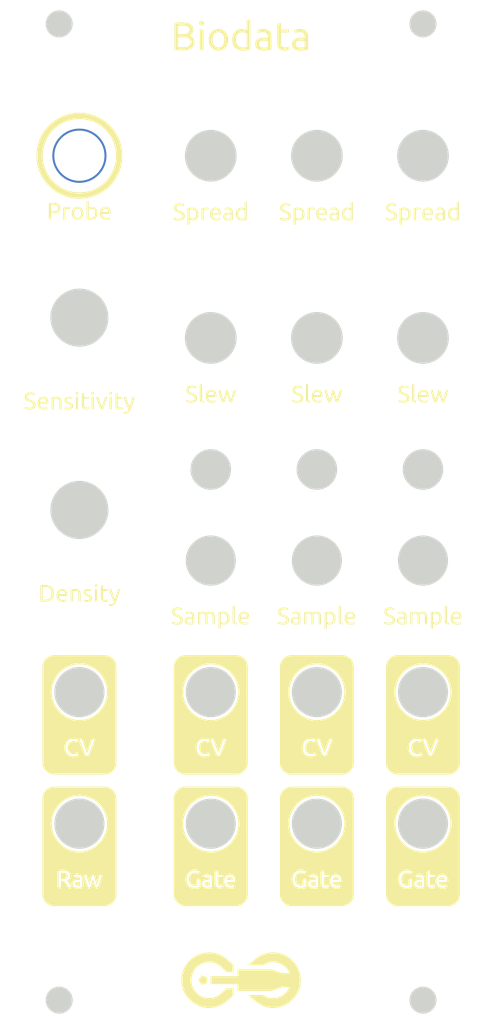
<source format=kicad_pcb>
(kicad_pcb (version 20241229) (generator "pcbnew") (generator_version "9.0")
  (layers (0 "F.Cu" signal) (2 "B.Cu" signal) (13 "F.Paste" user) (15 "B.Paste" user) (5 "F.SilkS" user "F.Silkscreen") (7 "B.SilkS" user "B.Silkscreen") (1 "F.Mask" user) (3 "B.Mask" user) (25 "Edge.Cuts" user))
  (net 0 "")
  (footprint "Connector_PinSocket_2.54mm:PinSocket_1x01_P2.54mm_Vertical" (layer "F.Cu") (at 73.48 51.290001)
    (property "Reference" "REF**" (hide yes))
    (property "Value" "PinSocket_1x01_P2.54mm_Vertical" (hide yes))
    (pad "1" thru_hole circle (at 0 0) (size 6.8 6.8) (drill 6.3) (layers "*.Cu" "*.Mask"))
  )
  (gr_poly (pts (xy 89.553543 154.372208) (xy 89.553543 155.109879) (xy 88.851948 155.33783) (xy 88.418344 154.741043) (xy 88.851948 154.144249)) (fill yes) (layer "F.SilkS"))
  (gr_poly (pts (xy 103.305969 108.497838) (xy 103.32718 108.498893) (xy 103.347875 108.50037) (xy 103.368055 108.502269) (xy 103.387719 108.504589) (xy 103.406867 108.507332) (xy 103.4255 108.510496) (xy 103.443617 108.514082) (xy 103.461219 108.51809) (xy 103.478304 108.52252) (xy 103.494875 108.527372) (xy 103.510929 108.532645) (xy 103.526468 108.53834) (xy 103.541492 108.544457) (xy 103.556 108.550995) (xy 103.570051 108.557546) (xy 103.583703 108.564449) (xy 103.596957 108.571704) (xy 103.609813 108.579309) (xy 103.62227 108.587266) (xy 103.634329 108.595575) (xy 103.645989 108.604235) (xy 103.657251 108.613247) (xy 103.668114 108.62261) (xy 103.678579 108.632325) (xy 103.688646 108.642391) (xy 103.698314 108.652809) (xy 103.707584 108.663579) (xy 103.716455 108.6747) (xy 103.724927 108.686173) (xy 103.733002 108.697998) (xy 103.741076 108.710138) (xy 103.748798 108.722559) (xy 103.756169 108.735262) (xy 103.763188 108.748246) (xy 103.769856 108.761511) (xy 103.776172 108.775058) (xy 103.782137 108.788886) (xy 103.78775 108.802996) (xy 103.793012 108.817386) (xy 103.797922 108.832058) (xy 103.80248 108.847011) (xy 103.806687 108.862246) (xy 103.810543 108.877761) (xy 103.814047 108.893558) (xy 103.817199 108.909636) (xy 103.82 108.925995) (xy 103.825626 108.959369) (xy 103.830501 108.993494) (xy 103.834627 109.028368) (xy 103.838002 109.063993) (xy 103.840627 109.100369) (xy 103.842502 109.137495) (xy 103.843627 109.175371) (xy 103.844002 109.213997) (xy 103.844002 110.089996) (xy 103.565002 110.089996) (xy 103.565002 109.273994) (xy 103.564768 109.240105) (xy 103.564065 109.207434) (xy 103.562893 109.175982) (xy 103.561252 109.145747) (xy 103.559142 109.116731) (xy 103.556563 109.088934) (xy 103.553516 109.062355) (xy 103.549999 109.036995) (xy 103.548394 109.024749) (xy 103.546578 109.01276) (xy 103.54455 109.00103) (xy 103.542312 108.989557) (xy 103.539863 108.978343) (xy 103.537203 108.967386) (xy 103.534332 108.956687) (xy 103.53125 108.946246) (xy 103.527958 108.936063) (xy 103.524454 108.926137) (xy 103.520739 108.916469) (xy 103.516813 108.907059) (xy 103.512677 108.897906) (xy 103.508329 108.889011) (xy 103.50377 108.880374) (xy 103.499001 108.871994) (xy 103.494384 108.863885) (xy 103.489532 108.856057) (xy 103.484447 108.84851) (xy 103.479126 108.841245) (xy 103.473572 108.834261) (xy 103.467783 108.827558) (xy 103.461759 108.821136) (xy 103.455502 108.814996) (xy 103.449009 108.809136) (xy 103.442283 108.803558) (xy 103.435321 108.798261) (xy 103.428126 108.793245) (xy 103.420696 108.788511) (xy 103.413031 108.784057) (xy 103.405133 108.779885) (xy 103.396999 108.775993) (xy 103.388972 108.771998) (xy 103.38064 108.76826) (xy 103.372003 108.76478) (xy 103.363062 108.761558) (xy 103.353816 108.758594) (xy 103.344265 108.755887) (xy 103.33441 108.753438) (xy 103.32425 108.751246) (xy 103.313785 108.749313) (xy 103.303016 108.747637) (xy 103.291942 108.746219) (xy 103.280563 108.745059) (xy 103.26888 108.744156) (xy 103.256892 108.743512) (xy 103.244599 108.743125) (xy 103.232002 108.742996) (xy 103.197502 108.743606) (xy 103.164501 108.745434) (xy 103.133001 108.748481) (xy 103.117814 108.750461) (xy 103.103001 108.752747) (xy 103.088564 108.755337) (xy 103.074501 108.758231) (xy 103.060814 108.761431) (xy 103.047501 108.764935) (xy 103.034564 108.768743) (xy 103.022001 108.772857) (xy 103.009814 108.777275) (xy 102.998001 108.781998) (xy 102.976391 108.790904) (xy 102.956563 108.799623) (xy 102.938516 108.808154) (xy 102.92225 108.816498) (xy 102.907765 108.824654) (xy 102.895062 108.832623) (xy 102.889379 108.836537) (xy 102.88414 108.840405) (xy 102.879348 108.844225) (xy 102.875 108.848) (xy 102.880812 108.867732) (xy 102.886249 108.887934) (xy 102.891312 108.908605) (xy 102.895999 108.929745) (xy 102.900312 108.951354) (xy 102.904249 108.973433) (xy 102.907812 108.99598) (xy 102.910999 109.018997) (xy 102.913813 109.042387) (xy 102.916251 109.066058) (xy 102.918314 109.090011) (xy 102.920001 109.114245) (xy 102.921313 109.138761) (xy 102.922251 109.163559) (xy 102.922813 109.188637) (xy 102.923 109.213997) (xy 102.923 110.089996) (xy 102.644001 110.089996) (xy 102.644001 109.273994) (xy 102.643767 109.240105) (xy 102.643063 109.207434) (xy 102.641891 109.175982) (xy 102.640251 109.145747) (xy 102.638141 109.116731) (xy 102.635563 109.088934) (xy 102.632517 109.062355) (xy 102.629002 109.036995) (xy 102.624876 109.01276) (xy 102.620001 108.989557) (xy 102.617282 108.978343) (xy 102.614376 108.967386) (xy 102.611282 108.956687) (xy 102.608001 108.946246) (xy 102.604532 108.936063) (xy 102.600876 108.926137) (xy 102.597032 108.916469) (xy 102.593001 108.907059) (xy 102.588782 108.897906) (xy 102.584376 108.889011) (xy 102.579782 108.880374) (xy 102.575001 108.871994) (xy 102.570384 108.863885) (xy 102.565533 108.856057) (xy 102.560447 108.84851) (xy 102.555127 108.841245) (xy 102.549572 108.834261) (xy 102.543783 108.827558) (xy 102.53776 108.821136) (xy 102.531502 108.814996) (xy 102.525009 108.809136) (xy 102.518283 108.803558) (xy 102.511322 108.798261) (xy 102.504126 108.793245) (xy 102.496696 108.788511) (xy 102.489032 108.784057) (xy 102.481133 108.779885) (xy 102.473 108.775993) (xy 102.464984 108.771998) (xy 102.456687 108.76826) (xy 102.448109 108.76478) (xy 102.43925 108.761558) (xy 102.430109 108.758594) (xy 102.420687 108.755887) (xy 102.410984 108.753438) (xy 102.401 108.751246) (xy 102.390734 108.749313) (xy 102.380187 108.747637) (xy 102.369359 108.746219) (xy 102.35825 108.745059) (xy 102.346859 108.744156) (xy 102.335188 108.743512) (xy 102.323235 108.743125) (xy 102.311001 108.742996) (xy 102.289626 108.743184) (xy 102.267501 108.743746) (xy 102.244626 108.744683) (xy 102.221001 108.745995) (xy 102.197188 108.747681) (xy 102.17375 108.749743) (xy 102.150689 108.752182) (xy 102.128002 108.754997) (xy 102.117596 108.755794) (xy 102.107377 108.756684) (xy 102.097346 108.757668) (xy 102.087502 108.758745) (xy 102.077845 108.759916) (xy 102.068376 108.761181) (xy 102.059094 108.76254) (xy 102.049999 108.763992) (xy 102.0335 108.766808) (xy 102.020001 108.769246) (xy 102.009501 108.771308) (xy 102.001999 108.772995) (xy 102.001999 110.089996) (xy 101.723 110.089996) (xy 101.723 108.574997) (xy 101.747938 108.568951) (xy 101.774751 108.56281) (xy 101.803439 108.556576) (xy 101.834002 108.550248) (xy 101.900752 108.53731) (xy 101.975002 108.523994) (xy 102.015502 108.517667) (xy 102.057501 108.512183) (xy 102.101001 108.507542) (xy 102.146 108.503745) (xy 102.1925 108.500792) (xy 102.2405 108.498682) (xy 102.29 108.497416) (xy 102.341 108.496994) (xy 102.37775 108.49765) (xy 102.413001 108.499619) (xy 102.446751 108.5029) (xy 102.463064 108.505033) (xy 102.479002 108.507494) (xy 102.494564 108.510283) (xy 102.509752 108.5134) (xy 102.524564 108.516845) (xy 102.539002 108.520619) (xy 102.553064 108.52472) (xy 102.566752 108.52915) (xy 102.580065 108.533908) (xy 102.593002 108.538994) (xy 102.605623 108.544021) (xy 102.617986 108.549354) (xy 102.630091 108.554991) (xy 102.641939 108.560932) (xy 102.653528 108.567178) (xy 102.66486 108.57373) (xy 102.675934 108.580585) (xy 102.686751 108.587746) (xy 102.69731 108.595211) (xy 102.70761 108.602981) (xy 102.717653 108.611055) (xy 102.727438 108.619434) (xy 102.736966 108.628118) (xy 102.746235 108.637107) (xy 102.755246 108.6464) (xy 102.764 108.655998) (xy 102.769625 108.65206) (xy 102.776 108.647747) (xy 102.783125 108.643059) (xy 102.791 108.637997) (xy 102.799625 108.632559) (xy 102.809 108.626747) (xy 102.830002 108.613998) (xy 102.84158 108.607294) (xy 102.853813 108.600683) (xy 102.866704 108.594167) (xy 102.88025 108.587745) (xy 102.894454 108.581417) (xy 102.909313 108.575183) (xy 102.924829 108.569042) (xy 102.941002 108.562996) (xy 102.957736 108.556387) (xy 102.974939 108.55006) (xy 102.99261 108.544013) (xy 103.010751 108.538248) (xy 103.02936 108.532764) (xy 103.048438 108.527561) (xy 103.067985 108.522639) (xy 103.088001 108.517998) (xy 103.108439 108.513076) (xy 103.129252 108.50881) (xy 103.150439 108.5052) (xy 103.172001 108.502246) (xy 103.193939 108.499948) (xy 103.216251 108.498307) (xy 103.238939 108.497322) (xy 103.262001 108.496994)) (fill yes) (layer "F.SilkS"))
  (gr_poly (pts (xy 89.621613 142.38649) (xy 89.644178 142.38704) (xy 89.665794 142.387959) (xy 89.686466 142.389251) (xy 89.7062 142.390917) (xy 89.725003 142.39296) (xy 89.742881 142.395382) (xy 89.759838 142.398186) (xy 89.776488 142.400524) (xy 89.791934 142.403032) (xy 89.806173 142.405717) (xy 89.812837 142.407127) (xy 89.819197 142.408584) (xy 89.825252 142.410087) (xy 89.831003 142.411637) (xy 89.836447 142.413236) (xy 89.841585 142.414883) (xy 89.846415 142.41658) (xy 89.850938 142.418327) (xy 89.855152 142.420125) (xy 89.859056 142.421974) (xy 89.859056 142.887054) (xy 89.845877 142.88997) (xy 89.83184 142.892703) (xy 89.816951 142.89525) (xy 89.801213 142.897611) (xy 89.784631 142.899783) (xy 89.767209 142.901765) (xy 89.748953 142.903555) (xy 89.729866 142.905151) (xy 89.690844 142.906494) (xy 89.648794 142.90746) (xy 89.603743 142.908045) (xy 89.555719 142.908241) (xy 89.535365 142.908015) (xy 89.515549 142.907335) (xy 89.496274 142.906204) (xy 89.477538 142.904622) (xy 89.459342 142.902591) (xy 89.441684 142.900111) (xy 89.424567 142.897184) (xy 89.407988 142.89381) (xy 89.391948 142.889992) (xy 89.376447 142.885729) (xy 89.361486 142.881023) (xy 89.347063 142.875875) (xy 89.333178 142.870286) (xy 89.319832 142.864257) (xy 89.307025 142.857789) (xy 89.294756 142.850883) (xy 89.283136 142.843034) (xy 89.272273 142.834485) (xy 89.262168 142.825237) (xy 89.252819 142.815289) (xy 89.244224 142.80464) (xy 89.236383 142.793289) (xy 89.229294 142.781237) (xy 89.222956 142.768482) (xy 89.217368 142.755024) (xy 89.212529 142.740863) (xy 89.208438 142.725997) (xy 89.205093 142.710426) (xy 89.202494 142.69415) (xy 89.200639 142.677167) (xy 89.199526 142.659479) (xy 89.199156 142.641083) (xy 89.199305 142.631084) (xy 89.199755 142.62134) (xy 89.200504 142.61185) (xy 89.201555 142.602615) (xy 89.202908 142.593636) (xy 89.204563 142.584913) (xy 89.206521 142.576446) (xy 89.208784 142.568237) (xy 89.211351 142.560286) (xy 89.214223 142.552593) (xy 89.217402 142.545159) (xy 89.220887 142.537985) (xy 89.22468 142.531071) (xy 89.228781 142.524417) (xy 89.233191 142.518025) (xy 89.237911 142.511894) (xy 89.242858 142.505618) (xy 89.247948 142.499538) (xy 89.25318 142.493655) (xy 89.258555 142.487967) (xy 89.264072 142.482472) (xy 89.26973 142.477168) (xy 89.27553 142.472055) (xy 89.28147 142.467132) (xy 89.287551 142.462395) (xy 89.293773 142.457846) (xy 89.300134 142.453481) (xy 89.306635 142.449299) (xy 89.313275 142.445299) (xy 89.320054 142.441481) (xy 89.326972 142.437841) (xy 89.334028 142.43438) (xy 89.349155 142.427193) (xy 89.364539 142.420645) (xy 89.38019 142.414741) (xy 89.396115 142.409489) (xy 89.404182 142.407108) (xy 89.412321 142.404893) (xy 89.420531 142.402843) (xy 89.428815 142.400959) (xy 89.437173 142.399243) (xy 89.445607 142.397694) (xy 89.454116 142.396314) (xy 89.462702 142.395103) (xy 89.480578 142.393002) (xy 89.4982 142.391198) (xy 89.515559 142.389686) (xy 89.532647 142.388461) (xy 89.549453 142.387517) (xy 89.565968 142.38685) (xy 89.582184 142.386453) (xy 89.598091 142.386322) (xy 89.598093 142.386307)) (fill yes) (layer "F.SilkS"))
  (gr_poly (pts (xy 93.217366 113.951668) (xy 93.293535 113.95747) (xy 93.368595 113.967016) (xy 93.442454 113.980214) (xy 93.515017 113.996969) (xy 93.586189 114.017187) (xy 93.655877 114.040773) (xy 93.723985 114.067633) (xy 93.790421 114.097673) (xy 93.85509 114.130799) (xy 93.917897 114.166916) (xy 93.978748 114.205929) (xy 94.037549 114.247746) (xy 94.094206 114.29227) (xy 94.148625 114.339409) (xy 94.200712 114.389068) (xy 94.250371 114.441152) (xy 94.29751 114.495567) (xy 94.342033 114.552219) (xy 94.383847 114.611014) (xy 94.422857 114.671857) (xy 94.45897 114.734655) (xy 94.49209 114.799312) (xy 94.522124 114.865734) (xy 94.548977 114.933828) (xy 94.572556 115.003498) (xy 94.592766 115.074651) (xy 94.609512 115.147193) (xy 94.622701 115.221028) (xy 94.632239 115.296064) (xy 94.638031 115.372204) (xy 94.639982 115.449356) (xy 94.63998 127.449387) (xy 94.638011 127.526568) (xy 94.632202 127.602736) (xy 94.622648 127.677796) (xy 94.609442 127.751654) (xy 94.592679 127.824215) (xy 94.572453 127.895385) (xy 94.548859 127.96507) (xy 94.52199 128.033176) (xy 94.49194 128.099608) (xy 94.458805 128.164273) (xy 94.422679 128.227076) (xy 94.383655 128.287924) (xy 94.341827 128.34672) (xy 94.297291 128.403373) (xy 94.25014 128.457787) (xy 94.200468 128.509868) (xy 94.148371 128.559522) (xy 94.093941 128.606654) (xy 94.037273 128.651171) (xy 93.978462 128.692979) (xy 93.917602 128.731982) (xy 93.854787 128.768088) (xy 93.790111 128.801201) (xy 93.723668 128.831227) (xy 93.655553 128.858073) (xy 93.58586 128.881644) (xy 93.514684 128.901846) (xy 93.442117 128.918584) (xy 93.368256 128.931765) (xy 93.293193 128.941294) (xy 93.217023 128.947077) (xy 93.139841 128.94902) (xy 86.839582 128.94902) (xy 86.7624 128.94706) (xy 86.686232 128.941259) (xy 86.611171 128.931713) (xy 86.537312 128.918515) (xy 86.464749 128.901761) (xy 86.393577 128.881543) (xy 86.323889 128.857958) (xy 86.25578 128.831098) (xy 86.189345 128.801058) (xy 86.124676 128.767932) (xy 86.061869 128.731816) (xy 86.001018 128.692802) (xy 85.942216 128.650986) (xy 85.885559 128.606462) (xy 85.83114 128.559323) (xy 85.779053 128.509665) (xy 85.729394 128.457581) (xy 85.682255 128.403166) (xy 85.637732 128.346514) (xy 85.595918 128.287719) (xy 85.556908 128.226876) (xy 85.520795 128.164079) (xy 85.487675 128.099423) (xy 85.457641 128.033001) (xy 85.430788 127.964908) (xy 85.407209 127.895238) (xy 85.386999 127.824086) (xy 85.370253 127.751545) (xy 85.357064 127.677711) (xy 85.347526 127.602677) (xy 85.341734 127.526537) (xy 85.339783 127.449387) (xy 85.339783 125.55822) (xy 88.224236 125.55822) (xy 88.225302 125.622582) (xy 88.228506 125.685169) (xy 88.233853 125.74598) (xy 88.237332 125.775718) (xy 88.241349 125.805011) (xy 88.245906 125.833859) (xy 88.251003 125.862261) (xy 88.25664 125.890217) (xy 88.262818 125.917727) (xy 88.269539 125.944791) (xy 88.276803 125.971408) (xy 88.284611 125.997578) (xy 88.292963 126.0233) (xy 88.302186 126.048176) (xy 88.311855 126.072559) (xy 88.32197 126.096451) (xy 88.33253 126.119851) (xy 88.343535 126.142759) (xy 88.354986 126.165175) (xy 88.366883 126.1871) (xy 88.379224 126.208532) (xy 88.392011 126.229473) (xy 88.405244 126.249922) (xy 88.418921 126.269878) (xy 88.433044 126.289343) (xy 88.447611 126.308316) (xy 88.462624 126.326797) (xy 88.478082 126.344785) (xy 88.493984 126.362282) (xy 88.51031 126.379277) (xy 88.527034 126.395763) (xy 88.544157 126.411739) (xy 88.561679 126.427204) (xy 88.5796 126.442158) (xy 88.597919 126.456598) (xy 88.616636 126.470526) (xy 88.635752 126.483938) (xy 88.655266 126.496835) (xy 88.675179 126.509216) (xy 88.695489 126.521079) (xy 88.716198 126.532424) (xy 88.737305 126.54325) (xy 88.75881 126.553555) (xy 88.780712 126.563339) (xy 88.803013 126.572601) (xy 88.825662 126.581316) (xy 88.848616 126.589466) (xy 88.871873 126.59705) (xy 88.895435 126.60407) (xy 88.919301 126.610526) (xy 88.943471 126.616418) (xy 88.967946 126.621747) (xy 88.992726 126.626513) (xy 89.01781 126.630716) (xy 89.043199 126.634358) (xy 89.068894 126.637438) (xy 89.094893 126.639957) (xy 89.121198 126.641915) (xy 89.147809 126.643314) (xy 89.174725 126.644153) (xy 89.201946 126.644432) (xy 89.233169 126.644199) (xy 89.263836 126.643498) (xy 89.293944 126.64233) (xy 89.323492 126.640694) (xy 89.352478 126.638588) (xy 89.380899 126.636012) (xy 89.408754 126.632966) (xy 89.436039 126.629448) (xy 89.462622 126.625596) (xy 89.488372 126.621544) (xy 89.513283 126.617297) (xy 89.537355 126.612859) (xy 89.560583 126.608233) (xy 89.582964 126.603425) (xy 89.604495 126.598438) (xy 89.625174 126.593277) (xy 89.644995 126.588033) (xy 89.663965 126.582799) (xy 89.682085 126.577571) (xy 89.699358 126.572347) (xy 89.715788 126.567123) (xy 89.731377 126.561896) (xy 89.746128 126.556664) (xy 89.760044 126.551422) (xy 89.773025 126.545571) (xy 89.784971 126.54002) (xy 89.795882 126.534762) (xy 89.80576 126.529792) (xy 89.814606 126.525103) (xy 89.822423 126.520689) (xy 89.829212 126.516545) (xy 89.832221 126.514573) (xy 89.834974 126.512665) (xy 89.760044 126.272369) (xy 89.742517 126.280756) (xy 89.722933 126.289419) (xy 89.70129 126.298361) (xy 89.677586 126.307583) (xy 89.65182 126.317087) (xy 89.623989 126.326874) (xy 89.594092 126.336946) (xy 89.562126 126.347305) (xy 89.528058 126.357167) (xy 89.491849 126.365742) (xy 89.453492 126.373021) (xy 89.412984 126.378995) (xy 89.370319 126.383656) (xy 89.325493 126.386997) (xy 89.278501 126.389007) (xy 89.229338 126.389679) (xy 89.207747 126.389439) (xy 89.186476 126.388722) (xy 89.165525 126.387527) (xy 89.144896 126.385857) (xy 89.124589 126.383712) (xy 89.104607 126.381095) (xy 89.08495 126.378007) (xy 89.06562 126.374448) (xy 89.046618 126.37042) (xy 89.027946 126.365925) (xy 89.009604 126.360964) (xy 88.991594 126.355539) (xy 88.973918 126.34965) (xy 88.956576 126.343299) (xy 88.93957 126.336487) (xy 88.922901 126.329216) (xy 88.906946 126.321529) (xy 88.891329 126.313468) (xy 88.87605 126.305033) (xy 88.861106 126.296224) (xy 88.846496 126.28704) (xy 88.832219 126.277482) (xy 88.818273 126.26755) (xy 88.804656 126.257242) (xy 88.791368 126.24656) (xy 88.778406 126.235502) (xy 88.76577 126.224069) (xy 88.753457 126.212261) (xy 88.741467 126.200077) (xy 88.729797 126.187517) (xy 88.718446 126.174582) (xy 88.707413 126.16127) (xy 88.696699 126.147231) (xy 88.686307 126.132862) (xy 88.676238 126.118164) (xy 88.666493 126.103136) (xy 88.657072 126.08778) (xy 88.647978 126.072095) (xy 88.639209 126.056081) (xy 88.630768 126.03974) (xy 88.622655 126.02307) (xy 88.614871 126.006072) (xy 88.607416 125.988746) (xy 88.600293 125.971093) (xy 88.593501 125.953112) (xy 88.587041 125.934805) (xy 88.580915 125.91617) (xy 88.575123 125.897209) (xy 88.565286 125.858449) (xy 88.556771 125.818657) (xy 88.549575 125.777832) (xy 88.543695 125.735975) (xy 88.539128 125.693086) (xy 88.535869 125.649165) (xy 88.533916 125.604212) (xy 88.533266 125.558228) (xy 88.534019 125.510854) (xy 88.536275 125.46472) (xy 88.540035 125.419819) (xy 88.545296 125.376144) (xy 88.552056 125.333688) (xy 88.560316 125.292444) (xy 88.565007 125.272274) (xy 88.570072 125.252404) (xy 88.575511 125.232834) (xy 88.581324 125.213562) (xy 88.587859 125.194248) (xy 88.594716 125.175308) (xy 88.601895 125.156742) (xy 88.609396 125.138549) (xy 88.617222 125.120732) (xy 88.625373 125.103288) (xy 88.63385 125.08622) (xy 88.642654 125.069526) (xy 88.651786 125.053207) (xy 88.661248 125.037263) (xy 88.671039 125.021695) (xy 88.681162 125.006503) (xy 88.691616 124.991686) (xy 88.702404 124.977246) (xy 88.713526 124.963181) (xy 88.724983 124.949493) (xy 88.736764 124.936195) (xy 88.748855 124.923297) (xy 88.761257 124.910801) (xy 88.773968 124.898706) (xy 88.786987 124.88701) (xy 88.800314 124.875715) (xy 88.813947 124.864819) (xy 88.827886 124.854321) (xy 88.842129 124.844223) (xy 88.856676 124.834522) (xy 88.871526 124.825219) (xy 88.886679 124.816313) (xy 88.902132 124.807804) (xy 88.917885 124.799691) (xy 88.933938 124.791974) (xy 88.950289 124.784653) (xy 88.966914 124.777747) (xy 88.983789 124.771279) (xy 89.000915 124.76525) (xy 89.018293 124.75966) (xy 89.035924 124.754512) (xy 89.05381 124.749805) (xy 89.071952 124.745542) (xy 89.09035 124.741722) (xy 89.109006 124.738348) (xy 89.127921 124.73542) (xy 89.147096 124.73294) (xy 89.166532 124.730908) (xy 89.186231 124.729325) (xy 89.206192 124.728194) (xy 89.226418 124.727514) (xy 89.24691 124.727287) (xy 89.266384 124.727521) (xy 89.285797 124.728221) (xy 89.305139 124.729389) (xy 89.324399 124.731026) (xy 89.343564 124.733132) (xy 89.362625 124.735707) (xy 89.38157 124.738754) (xy 89.400387 124.742271) (xy 89.419634 124.745412) (xy 89.438381 124.74884) (xy 89.456639 124.752555) (xy 89.474417 124.756553) (xy 89.491727 124.760832) (xy 89.508578 124.765391) (xy 89.52498 124.770227) (xy 89.540945 124.775337) (xy 89.557223 124.780606) (xy 89.573055 124.7859) (xy 89.588432 124.791211) (xy 89.603347 124.79653) (xy 89.617794 124.801848) (xy 89.631764 124.807157) (xy 89.645252 124.812447) (xy 89.658249 124.817711) (xy 89.670625 124.822903) (xy 89.682253 124.827984) (xy 89.693133 124.83296) (xy 89.703264 124.837836) (xy 89.712645 124.842619) (xy 89.721275 124.847315) (xy 89.729154 124.851929) (xy 89.73628 124.856468) (xy 89.819994 124.616699) (xy 89.815041 124.613503) (xy 89.809177 124.609921) (xy 89.802393 124.605955) (xy 89.79468 124.601611) (xy 89.78603 124.596892) (xy 89.776433 124.591801) (xy 89.765881 124.586343) (xy 89.754366 124.580521) (xy 89.741894 124.574519) (xy 89.728478 124.568513) (xy 89.714121 124.562505) (xy 89.698823 124.556495) (xy 89.682588 124.550484) (xy 89.665417 124.544475) (xy 89.647313 124.538467) (xy 89.628277 124.532463) (xy 89.609043 124.52656) (xy 89.588848 124.520855) (xy 89.58775 124.520569) (xy 89.991045 124.520569) (xy 89.991049 124.520592) (xy 90.046174 124.682569) (xy 90.100551 124.838517) (xy 90.154178 124.988464) (xy 90.207054 125.132439) (xy 90.310611 125.404801) (xy 90.411171 125.663666) (xy 90.51163 125.910226) (xy 90.609089 126.146309) (xy 90.708849 126.373658) (xy 90.810106 126.599503) (xy 91.082941 126.599503) (xy 91.133552 126.486791) (xy 91.183399 126.373661) (xy 91.232497 126.260154) (xy 91.280859 126.146309) (xy 91.330427 126.02956) (xy 91.380076 125.910246) (xy 91.429726 125.788303) (xy 91.479294 125.663666) (xy 91.528985 125.535936) (xy 91.579054 125.404796) (xy 91.629499 125.270283) (xy 91.680315 125.132439) (xy 91.733312 124.988468) (xy 91.787358 124.83852) (xy 91.842529 124.68257) (xy 91.898903 124.520592) (xy 91.587309 124.520592) (xy 91.428948 124.986166) (xy 91.272087 125.435249) (xy 91.193539 125.650693) (xy 91.113882 125.859028) (xy 91.033101 126.060238) (xy 90.95118 126.254311) (xy 90.869256 126.058987) (xy 90.788474 125.856978) (xy 90.708818 125.648223) (xy 90.63027 125.432655) (xy 90.472614 124.985604) (xy 90.311954 124.520569) (xy 89.991045 124.520569) (xy 89.58775 124.520569) (xy 89.567698 124.515344) (xy 89.545603 124.510025) (xy 89.522571 124.504895) (xy 89.498609 124.49995) (xy 89.473725 124.495189) (xy 89.447929 124.490608) (xy 89.422008 124.486383) (xy 89.395244 124.482714) (xy 89.367636 124.479605) (xy 89.339184 124.477057) (xy 89.309889 124.475071) (xy 89.27975 124.47365) (xy 89.248766 124.472796) (xy 89.216938 124.472511) (xy 89.216948 124.472519) (xy 89.191541 124.472798) (xy 89.166323 124.473637) (xy 89.141293 124.475035) (xy 89.116451 124.476993) (xy 89.091798 124.479512) (xy 89.067332 124.482591) (xy 89.043055 124.486232) (xy 89.018965 124.490436) (xy 88.995063 124.495201) (xy 88.971348 124.50053) (xy 88.947821 124.506422) (xy 88.92448 124.512878) (xy 88.901327 124.519898) (xy 88.878361 124.527483) (xy 88.855581 124.535633) (xy 88.832989 124.54435) (xy 88.810666 124.553612) (xy 88.788701 124.563396) (xy 88.767093 124.573701) (xy 88.745841 124.584527) (xy 88.724944 124.595872) (xy 88.704401 124.607735) (xy 88.684212 124.620116) (xy 88.664376 124.633013) (xy 88.644891 124.646425) (xy 88.625757 124.660353) (xy 88.606973 124.674793) (xy 88.588538 124.689747) (xy 88.570451 124.705212) (xy 88.552711 124.721188) (xy 88.535318 124.737674) (xy 88.51827 124.754669) (xy 88.501607 124.772171) (xy 88.485364 124.790181) (xy 88.469544 124.808698) (xy 88.454145 124.827726) (xy 88.439168 124.847263) (xy 88.424613 124.867313) (xy 88.41048 124.887876) (xy 88.396768 124.908954) (xy 88.383479 124.930547) (xy 88.370611 124.952657) (xy 88.358165 124.975284) (xy 88.346142 124.998432) (xy 88.33454 125.022099) (xy 88.32336 125.046289) (xy 88.312603 125.071001) (xy 88.302267 125.096237) (xy 88.292821 125.121598) (xy 88.283984 125.147427) (xy 88.275756 125.173724) (xy 88.268137 125.200489) (xy 88.261127 125.227723) (xy 88.254726 125.255425) (xy 88.248934 125.283595) (xy 88.243751 125.312234) (xy 88.239178 125.341341) (xy 88.235214 125.370917) (xy 88.229115 125.431476) (xy 88.225456 125.49391) (xy 88.224236 125.55822) (xy 85.339783 125.55822) (xy 85.339784 118.599503) (xy 86.51977 118.599503) (xy 86.52427 118.778527) (xy 86.53763 118.95523) (xy 86.559632 119.129395) (xy 86.590062 119.300804) (xy 86.628705 119.46924) (xy 86.675344 119.634486) (xy 86.729765 119.796324) (xy 86.791753 119.954538) (xy 86.861092 120.10891) (xy 86.937566 120.259222) (xy 87.020961 120.405259) (xy 87.11106 120.546802) (xy 87.20765 120.683634) (xy 87.310513 120.815538) (xy 87.419436 120.942297) (xy 87.534202 121.063694) (xy 87.654597 121.179511) (xy 87.780404 121.289531) (xy 87.91141 121.393537) (xy 88.047397 121.491312) (xy 88.188151 121.582639) (xy 88.333457 121.667299) (xy 88.4831 121.745077) (xy 88.636863 121.815754) (xy 88.794531 121.879115) (xy 88.95589 121.93494) (xy 89.120724 121.983014) (xy 89.288817 122.023119) (xy 89.459955 122.055037) (xy 89.633921 122.078552) (xy 89.810501 122.093446) (xy 89.989479 122.099503) (xy 90.168458 122.093447) (xy 90.345038 122.078553) (xy 90.519005 122.055039) (xy 90.690143 122.023121) (xy 90.858237 121.983016) (xy 91.023071 121.934943) (xy 91.18443 121.879118) (xy 91.342099 121.815758) (xy 91.495863 121.74508) (xy 91.645506 121.667303) (xy 91.790812 121.582642) (xy 91.931567 121.491316) (xy 92.067555 121.393541) (xy 92.19856 121.289534) (xy 92.324368 121.179514) (xy 92.444763 121.063697) (xy 92.55953 120.9423) (xy 92.668453 120.815541) (xy 92.771317 120.683636) (xy 92.867907 120.546804) (xy 92.958007 120.405261) (xy 93.041402 120.259224) (xy 93.117877 120.108911) (xy 93.187216 119.954539) (xy 93.249204 119.796325) (xy 93.303625 119.634486) (xy 93.350265 119.469241) (xy 93.388908 119.300804) (xy 93.419338 119.129395) (xy 93.441341 118.95523) (xy 93.454701 118.778527) (xy 93.459202 118.599503) (xy 93.454701 118.420478) (xy 93.441342 118.243775) (xy 93.419339 118.06961) (xy 93.388909 117.898201) (xy 93.350267 117.729766) (xy 93.303627 117.56452) (xy 93.249206 117.402682) (xy 93.187218 117.244468) (xy 93.11788 117.090097) (xy 93.041405 116.939784) (xy 92.958011 116.793748) (xy 92.867911 116.652205) (xy 92.771321 116.515373) (xy 92.668457 116.383469) (xy 92.559535 116.25671) (xy 92.444768 116.135314) (xy 92.324373 116.019497) (xy 92.198566 115.909477) (xy 92.06756 115.805471) (xy 91.931573 115.707696) (xy 91.790818 115.61637) (xy 91.645512 115.531709) (xy 91.495869 115.453932) (xy 91.342106 115.383254) (xy 91.184436 115.319894) (xy 91.023077 115.264068) (xy 90.858243 115.215994) (xy 90.690149 115.175889) (xy 90.519011 115.14397) (xy 90.345044 115.120454) (xy 90.168464 115.10556) (xy 89.989489 115.099503) (xy 89.810514 115.105558) (xy 89.633933 115.120452) (xy 89.459967 115.143966) (xy 89.288829 115.175884) (xy 89.120735 115.215989) (xy 88.955901 115.264062) (xy 88.794541 115.319887) (xy 88.636872 115.383247) (xy 88.483109 115.453925) (xy 88.333466 115.531703) (xy 88.18816 115.616363) (xy 88.047405 115.70769) (xy 87.911417 115.805464) (xy 87.780411 115.909471) (xy 87.654603 116.019491) (xy 87.534208 116.135308) (xy 87.419442 116.256705) (xy 87.310519 116.383464) (xy 87.207654 116.515369) (xy 87.111065 116.652201) (xy 87.020965 116.793744) (xy 86.93757 116.939781) (xy 86.861095 117.090094) (xy 86.791756 117.244466) (xy 86.729768 117.40268) (xy 86.675346 117.564519) (xy 86.628706 117.729765) (xy 86.590064 117.898201) (xy 86.559633 118.06961) (xy 86.53763 118.243775) (xy 86.524271 118.420478) (xy 86.51977 118.599503) (xy 85.339784 118.599503) (xy 85.339785 115.449348) (xy 85.341754 115.372167) (xy 85.347563 115.295999) (xy 85.357118 115.220939) (xy 85.370324 115.147081) (xy 85.387087 115.07452) (xy 85.407313 115.00335) (xy 85.430907 114.933664) (xy 85.457776 114.865558) (xy 85.487825 114.799125) (xy 85.52096 114.73446) (xy 85.557087 114.671657) (xy 85.596111 114.610809) (xy 85.637939 114.552012) (xy 85.682475 114.49536) (xy 85.729626 114.440946) (xy 85.779297 114.388865) (xy 85.831395 114.33921) (xy 85.885825 114.292078) (xy 85.942492 114.24756) (xy 86.001303 114.205753) (xy 86.062163 114.166749) (xy 86.124978 114.130644) (xy 86.189654 114.097531) (xy 86.256097 114.067504) (xy 86.324212 114.040659) (xy 86.393905 114.017088) (xy 86.465081 113.996887) (xy 86.537648 113.980148) (xy 86.611509 113.966968) (xy 86.686572 113.957439) (xy 86.762742 113.951657) (xy 86.839924 113.949715) (xy 93.140184 113.949707)) (fill yes) (layer "F.SilkS"))
  (gr_poly (pts (xy 100.702157 108.4917) (xy 100.741626 108.49381) (xy 100.779407 108.497325) (xy 100.815501 108.502247) (xy 100.832915 108.505235) (xy 100.849907 108.508575) (xy 100.866478 108.512266) (xy 100.882626 108.516309) (xy 100.898352 108.520703) (xy 100.913657 108.525449) (xy 100.92854 108.530546) (xy 100.943001 108.535995) (xy 100.957438 108.541398) (xy 100.971501 108.547105) (xy 100.985188 108.553117) (xy 100.9985 108.559433) (xy 101.011438 108.566054) (xy 101.024 108.57298) (xy 101.036188 108.58021) (xy 101.048 108.587746) (xy 101.059438 108.595586) (xy 101.0705 108.60373) (xy 101.081188 108.61218) (xy 101.091501 108.620934) (xy 101.101438 108.629992) (xy 101.111001 108.639356) (xy 101.120189 108.649024) (xy 101.129002 108.658997) (xy 101.137838 108.668876) (xy 101.146345 108.679013) (xy 101.154525 108.689407) (xy 101.162377 108.70006) (xy 101.1699 108.71097) (xy 101.177096 108.722138) (xy 101.183963 108.733563) (xy 101.190502 108.745247) (xy 101.196713 108.757188) (xy 101.202596 108.769388) (xy 101.208151 108.781845) (xy 101.213377 108.79456) (xy 101.218276 108.807533) (xy 101.222846 108.820764) (xy 101.227089 108.834253) (xy 101.231003 108.848) (xy 101.238033 108.875374) (xy 101.244126 108.903499) (xy 101.249282 108.932374) (xy 101.253501 108.961999) (xy 101.256782 108.992374) (xy 101.259126 109.023499) (xy 101.260533 109.055373) (xy 101.261002 109.087997) (xy 101.261002 110.062996) (xy 101.2175 110.070496) (xy 101.159 110.080994) (xy 101.126375 110.085496) (xy 101.0915 110.089996) (xy 101.054375 110.094497) (xy 101.014999 110.098999) (xy 100.973563 110.103309) (xy 100.930251 110.107245) (xy 100.885064 110.110808) (xy 100.838001 110.113998) (xy 100.814751 110.116107) (xy 100.791501 110.117934) (xy 100.768251 110.11948) (xy 100.745001 110.120745) (xy 100.721751 110.121729) (xy 100.698501 110.122431) (xy 100.675251 110.122853) (xy 100.652 110.122993) (xy 100.619328 110.122572) (xy 100.587313 110.121307) (xy 100.555953 110.119198) (xy 100.52525 110.116245) (xy 100.495204 110.112449) (xy 100.465813 110.107808) (xy 100.437079 110.102323) (xy 100.409 110.095993) (xy 100.395242 110.092501) (xy 100.381719 110.088775) (xy 100.36843 110.084814) (xy 100.355375 110.080619) (xy 100.342554 110.07619) (xy 100.329968 110.071526) (xy 100.317617 110.066628) (xy 100.3055 110.061495) (xy 100.293617 110.056128) (xy 100.281968 110.050526) (xy 100.270554 110.04469) (xy 100.259374 110.03862) (xy 100.248429 110.032315) (xy 100.237718 110.025775) (xy 100.227241 110.019002) (xy 100.216999 110.011993) (xy 100.207015 110.004353) (xy 100.197313 109.996431) (xy 100.187891 109.988228) (xy 100.178751 109.979744) (xy 100.169892 109.970978) (xy 100.161314 109.961932) (xy 100.153017 109.952604) (xy 100.145001 109.942995) (xy 100.137267 109.933105) (xy 100.129814 109.922933) (xy 100.122642 109.91248) (xy 100.115751 109.901746) (xy 100.109141 109.89073) (xy 100.102813 109.879433) (xy 100.096766 109.867855) (xy 100.091 109.855995) (xy 100.085551 109.843842) (xy 100.080453 109.831385) (xy 100.075707 109.818623) (xy 100.071313 109.805557) (xy 100.06727 109.792185) (xy 100.063579 109.77851) (xy 100.060239 109.764529) (xy 100.057251 109.750244) (xy 100.054614 109.735654) (xy 100.052329 109.72076) (xy 100.050396 109.705561) (xy 100.048814 109.690057) (xy 100.047583 109.674248) (xy 100.046705 109.658134) (xy 100.046177 109.641716) (xy 100.046001 109.624992) (xy 100.046039 109.621994) (xy 100.327999 109.621994) (xy 100.328374 109.640392) (xy 100.329499 109.658087) (xy 100.331374 109.675079) (xy 100.333999 109.691368) (xy 100.337374 109.706954) (xy 100.3415 109.721837) (xy 100.346375 109.736016) (xy 100.352 109.749493) (xy 100.358375 109.762266) (xy 100.3655 109.774336) (xy 100.373375 109.785704) (xy 100.382 109.796368) (xy 100.391375 109.806329) (xy 100.4015 109.815587) (xy 100.412375 109.824141) (xy 100.424 109.831993) (xy 100.436269 109.838896) (xy 100.449078 109.845353) (xy 100.462425 109.851365) (xy 100.476312 109.856931) (xy 100.490738 109.862052) (xy 100.505703 109.866728) (xy 100.521207 109.870958) (xy 100.53725 109.874743) (xy 100.553832 109.878083) (xy 100.570954 109.880977) (xy 100.588614 109.883426) (xy 100.606813 109.88543) (xy 100.625552 109.886989) (xy 100.644829 109.888102) (xy 100.664646 109.88877) (xy 100.685001 109.888992) (xy 100.733001 109.888805) (xy 100.778001 109.888243) (xy 100.820001 109.887306) (xy 100.859001 109.885994) (xy 100.878079 109.884401) (xy 100.896313 109.882621) (xy 100.913704 109.880653) (xy 100.930251 109.878497) (xy 100.945954 109.876154) (xy 100.960813 109.873623) (xy 100.974828 109.870903) (xy 100.987999 109.867996) (xy 100.987999 109.403) (xy 100.984097 109.401148) (xy 100.979891 109.399343) (xy 100.975379 109.397585) (xy 100.970563 109.395873) (xy 100.965442 109.394209) (xy 100.960017 109.392591) (xy 100.954286 109.391021) (xy 100.948251 109.389497) (xy 100.941911 109.38802) (xy 100.935267 109.38659) (xy 100.921063 109.383871) (xy 100.905641 109.381341) (xy 100.889 109.378998) (xy 100.872032 109.376184) (xy 100.854126 109.373746) (xy 100.835282 109.371684) (xy 100.815501 109.369996) (xy 100.794782 109.368684) (xy 100.773126 109.367746) (xy 100.750532 109.367184) (xy 100.727001 109.366997) (xy 100.711111 109.367137) (xy 100.694938 109.367559) (xy 100.678485 109.368262) (xy 100.66175 109.369246) (xy 100.644734 109.37051) (xy 100.627437 109.372056) (xy 100.609859 109.373884) (xy 100.591999 109.375992) (xy 100.57489 109.378571) (xy 100.558063 109.381807) (xy 100.541517 109.385698) (xy 100.525251 109.390245) (xy 100.509267 109.395449) (xy 100.501381 109.398296) (xy 100.493564 109.401308) (xy 100.485818 109.404483) (xy 100.478142 109.407822) (xy 100.470537 109.411326) (xy 100.463001 109.414993) (xy 100.455946 109.418463) (xy 100.449032 109.42212) (xy 100.442258 109.425965) (xy 100.435625 109.429996) (xy 100.429133 109.434216) (xy 100.422782 109.438622) (xy 100.416571 109.443217) (xy 100.410501 109.447998) (xy 100.404571 109.452967) (xy 100.398782 109.458123) (xy 100.393134 109.463467) (xy 100.387626 109.468998) (xy 100.382259 109.474716) (xy 100.377032 109.480622) (xy 100.371946 109.486716) (xy 100.367001 109.492996) (xy 100.362278 109.499125) (xy 100.35786 109.505511) (xy 100.353746 109.512155) (xy 100.349937 109.519057) (xy 100.346433 109.526217) (xy 100.343234 109.533635) (xy 100.340339 109.54131) (xy 100.337749 109.549244) (xy 100.335464 109.557435) (xy 100.333484 109.565884) (xy 100.331808 109.574591) (xy 100.330437 109.583556) (xy 100.32937 109.592779) (xy 100.328609 109.602259) (xy 100.328151 109.611998) (xy 100.327999 109.621994) (xy 100.046039 109.621994) (xy 100.046201 109.609008) (xy 100.046798 109.593305) (xy 100.047794 109.577884) (xy 100.049189 109.562744) (xy 100.050982 109.547884) (xy 100.053173 109.533307) (xy 100.055762 109.51901) (xy 100.058751 109.504994) (xy 100.062137 109.49126) (xy 100.065922 109.477807) (xy 100.070106 109.464635) (xy 100.074688 109.451744) (xy 100.079668 109.439135) (xy 100.085047 109.426806) (xy 100.090824 109.414759) (xy 100.097 109.402992) (xy 100.103891 109.391508) (xy 100.111062 109.380306) (xy 100.118515 109.369384) (xy 100.12625 109.358744) (xy 100.134265 109.348385) (xy 100.142562 109.338307) (xy 100.15114 109.32851) (xy 100.16 109.318995) (xy 100.169141 109.30976) (xy 100.178563 109.300807) (xy 100.188266 109.292136) (xy 100.19825 109.283746) (xy 100.208516 109.275637) (xy 100.219063 109.267809) (xy 100.229892 109.260263) (xy 100.241001 109.252998) (xy 100.252369 109.24599) (xy 100.26397 109.239216) (xy 100.275806 109.232677) (xy 100.287877 109.226372) (xy 100.300182 109.220302) (xy 100.312721 109.214466) (xy 100.325494 109.208864) (xy 100.338502 109.203497) (xy 100.351744 109.198364) (xy 100.36522 109.193466) (xy 100.378931 109.188802) (xy 100.392876 109.184372) (xy 100.407056 109.180177) (xy 100.42147 109.176217) (xy 100.436118 109.172491) (xy 100.451 109.168999) (xy 100.481188 109.162669) (xy 100.511751 109.157184) (xy 100.542689 109.152543) (xy 100.574001 109.148746) (xy 100.605689 109.145794) (xy 100.637751 109.143685) (xy 100.670187 109.14242) (xy 100.702999 109.141998) (xy 100.713547 109.142092) (xy 100.724189 109.142373) (xy 100.734924 109.142842) (xy 100.745752 109.143497) (xy 100.756674 109.144341) (xy 100.767689 109.145371) (xy 100.778798 109.14659) (xy 100.790001 109.147995) (xy 100.801157 109.148838) (xy 100.812125 109.149869) (xy 100.822906 109.151087) (xy 100.8335 109.152493) (xy 100.843906 109.154087) (xy 100.854125 109.155869) (xy 100.864156 109.157838) (xy 100.874001 109.159996) (xy 100.894251 109.162996) (xy 100.913001 109.165997) (xy 100.930251 109.168998) (xy 100.945999 109.171997) (xy 100.959874 109.174808) (xy 100.971499 109.177244) (xy 100.980874 109.179306) (xy 100.987999 109.180992) (xy 100.987999 109.102997) (xy 100.987765 109.085792) (xy 100.987062 109.068682) (xy 100.98589 109.051665) (xy 100.98425 109.034743) (xy 100.982141 109.017915) (xy 100.979563 109.001181) (xy 100.976516 108.984541) (xy 100.973 108.967995) (xy 100.971031 108.95944) (xy 100.968875 108.951027) (xy 100.966531 108.942753) (xy 100.964 108.934621) (xy 100.961282 108.926629) (xy 100.958375 108.918777) (xy 100.955282 108.911066) (xy 100.952001 108.903496) (xy 100.948532 108.896066) (xy 100.944876 108.888777) (xy 100.941032 108.881628) (xy 100.937001 108.874619) (xy 100.932783 108.867752) (xy 100.928377 108.861025) (xy 100.923783 108.854438) (xy 100.919003 108.847992) (xy 100.91401 108.841336) (xy 100.908783 108.834868) (xy 100.903322 108.828588) (xy 100.897627 108.822495) (xy 100.891697 108.816589) (xy 100.885533 108.81087) (xy 100.879135 108.805339) (xy 100.872502 108.799995) (xy 100.865635 108.794839) (xy 100.858533 108.78987) (xy 100.851197 108.785089) (xy 100.843627 108.780495) (xy 100.835822 108.776088) (xy 100.827783 108.771869) (xy 100.819509 108.767837) (xy 100.811001 108.763992) (xy 100.802587 108.759997) (xy 100.793845 108.756259) (xy 100.784775 108.752779) (xy 100.775376 108.749557) (xy 100.76565 108.746593) (xy 100.755595 108.743886) (xy 100.745212 108.741437) (xy 100.734501 108.739245) (xy 100.723462 108.737312) (xy 100.712094 108.735636) (xy 100.700399 108.734218) (xy 100.688376 108.733058) (xy 100.676024 108.732155) (xy 100.663344 108.731511) (xy 100.650337 108.731124) (xy 100.637001 108.730995) (xy 100.603017 108.731323) (xy 100.570064 108.732307) (xy 100.538142 108.733947) (xy 100.507251 108.736244) (xy 100.477392 108.739198) (xy 100.448564 108.742808) (xy 100.420767 108.747075) (xy 100.394001 108.751999) (xy 100.369298 108.756544) (xy 100.346188 108.761183) (xy 100.324673 108.765916) (xy 100.304751 108.770743) (xy 100.286423 108.775665) (xy 100.269689 108.78068) (xy 100.254548 108.78579) (xy 100.241001 108.790993) (xy 100.208 108.559998) (xy 100.215031 108.557008) (xy 100.222625 108.554042) (xy 100.230781 108.5511) (xy 100.2395 108.548181) (xy 100.258625 108.542415) (xy 100.28 108.536742) (xy 100.303625 108.531164) (xy 100.3295 108.525679) (xy 100.357626 108.520289) (xy 100.388 108.514992) (xy 100.419828 108.509367) (xy 100.452313 108.504493) (xy 100.485453 108.500369) (xy 100.51925 108.496995) (xy 100.553703 108.494371) (xy 100.588812 108.492497) (xy 100.624578 108.491372) (xy 100.660999 108.490997)) (fill yes) (layer "F.SilkS"))
  (gr_poly (pts (xy 112.548686 107.963654) (xy 112.594249 107.965622) (xy 112.638687 107.968904) (xy 112.682 107.973497) (xy 112.724188 107.979404) (xy 112.765251 107.986622) (xy 112.805189 107.995154) (xy 112.844002 108.004997) (xy 112.881688 108.014888) (xy 112.91675 108.02506) (xy 112.949187 108.035513) (xy 112.978999 108.046247) (xy 113.006186 108.057263) (xy 113.030748 108.068559) (xy 113.042045 108.074313) (xy 113.052686 108.080137) (xy 113.06267 108.086031) (xy 113.071999 108.091995) (xy 112.979 108.328995) (xy 112.970879 108.324131) (xy 112.962266 108.319292) (xy 112.95316 108.314475) (xy 112.943563 108.309683) (xy 112.933473 108.304913) (xy 112.922891 108.300168) (xy 112.911817 108.295445) (xy 112.90025 108.290747) (xy 112.875641 108.281419) (xy 112.849063 108.272186) (xy 112.820516 108.263045) (xy 112.790001 108.253998) (xy 112.774462 108.249275) (xy 112.758594 108.244857) (xy 112.742399 108.240743) (xy 112.725875 108.236935) (xy 112.709024 108.233431) (xy 112.691844 108.230231) (xy 112.6565 108.224747) (xy 112.619843 108.220481) (xy 112.581874 108.217434) (xy 112.542593 108.215606) (xy 112.501999 108.214996) (xy 112.481187 108.215277) (xy 112.460749 108.216121) (xy 112.440687 108.217527) (xy 112.421 108.219495) (xy 112.401688 108.222026) (xy 112.382751 108.225119) (xy 112.364188 108.228775) (xy 112.346001 108.232994) (xy 112.328282 108.237776) (xy 112.311126 108.24312) (xy 112.294532 108.249028) (xy 112.286446 108.252192) (xy 112.278501 108.255497) (xy 112.270696 108.258943) (xy 112.263032 108.262529) (xy 112.255509 108.266255) (xy 112.248126 108.270122) (xy 112.240884 108.27413) (xy 112.233782 108.278278) (xy 112.226821 108.282566) (xy 112.220001 108.286995) (xy 112.213333 108.291577) (xy 112.206828 108.296324) (xy 112.200488 108.301234) (xy 112.194312 108.306308) (xy 112.1883 108.311547) (xy 112.182452 108.316949) (xy 112.176769 108.322516) (xy 112.171249 108.328246) (xy 112.165893 108.334141) (xy 112.160702 108.340199) (xy 112.155675 108.346422) (xy 112.150811 108.352809) (xy 112.146112 108.35936) (xy 112.141577 108.366075) (xy 112.137206 108.372954) (xy 112.132999 108.379997) (xy 112.129367 108.386829) (xy 112.125968 108.393824) (xy 112.122804 108.400984) (xy 112.119874 108.408308) (xy 112.117179 108.415796) (xy 112.114718 108.423449) (xy 112.112492 108.431265) (xy 112.1105 108.439246) (xy 112.108742 108.447391) (xy 112.107219 108.4557) (xy 112.10593 108.464172) (xy 112.104875 108.472809) (xy 112.104055 108.48161) (xy 112.103469 108.490574) (xy 112.103118 108.499703) (xy 112.103001 108.508995) (xy 112.10313 108.51939) (xy 112.103516 108.529573) (xy 112.104161 108.539546) (xy 112.105063 108.549308) (xy 112.106223 108.558859) (xy 112.107641 108.568199) (xy 112.109316 108.577328) (xy 112.11125 108.586246) (xy 112.113441 108.594954) (xy 112.115891 108.60345) (xy 112.118598 108.611735) (xy 112.121563 108.619809) (xy 112.124785 108.627672) (xy 112.128266 108.635324) (xy 112.132005 108.642764) (xy 112.136002 108.649994) (xy 112.140232 108.657072) (xy 112.144673 108.664057) (xy 112.149325 108.670948) (xy 112.154188 108.677745) (xy 112.159262 108.684448) (xy 112.164547 108.691057) (xy 112.170043 108.697573) (xy 112.17575 108.703995) (xy 112.181668 108.710323) (xy 112.187797 108.716558) (xy 112.194137 108.722698) (xy 112.200687 108.728746) (xy 112.207449 108.734699) (xy 112.214422 108.740559) (xy 112.221605 108.746326) (xy 112.229 108.751999) (xy 112.244282 108.762405) (xy 112.260125 108.772624) (xy 112.276531 108.782655) (xy 112.2935 108.792499) (xy 112.311031 108.802154) (xy 112.329125 108.811622) (xy 112.347781 108.820902) (xy 112.367001 108.829994) (xy 112.408437 108.847996) (xy 112.451749 108.865996) (xy 112.496936 108.883996) (xy 112.543999 108.901993) (xy 112.609999 108.928995) (xy 112.672999 108.955997) (xy 112.733 108.982997) (xy 112.790001 109.009995) (xy 112.817985 109.023824) (xy 112.844938 109.038309) (xy 112.87086 109.05345) (xy 112.895751 109.069246) (xy 112.91961 109.085699) (xy 112.931153 109.094171) (xy 112.942438 109.102808) (xy 112.953465 109.111608) (xy 112.964235 109.120572) (xy 112.974747 109.1297) (xy 112.985001 109.138992) (xy 112.995348 109.148485) (xy 113.005391 109.158212) (xy 113.015129 109.168173) (xy 113.024563 109.178369) (xy 113.033692 109.188798) (xy 113.042516 109.199463) (xy 113.051035 109.210361) (xy 113.05925 109.221494) (xy 113.06716 109.232861) (xy 113.074765 109.244462) (xy 113.082066 109.256298) (xy 113.089062 109.268368) (xy 113.095753 109.280673) (xy 113.102139 109.293212) (xy 113.108221 109.305985) (xy 113.113998 109.318993) (xy 113.119448 109.331919) (xy 113.124546 109.345196) (xy 113.129293 109.358825) (xy 113.133687 109.372806) (xy 113.13773 109.387138) (xy 113.141422 109.401821) (xy 113.144762 109.416857) (xy 113.14775 109.432243) (xy 113.150387 109.447982) (xy 113.152672 109.464072) (xy 113.154606 109.480513) (xy 113.156188 109.497306) (xy 113.157418 109.51445) (xy 113.158297 109.531946) (xy 113.158825 109.549794) (xy 113.159 109.567993) (xy 113.158215 109.601626) (xy 113.15586 109.634274) (xy 113.151934 109.665939) (xy 113.146438 109.696619) (xy 113.139371 109.726315) (xy 113.130734 109.755026) (xy 113.120527 109.782753) (xy 113.10875 109.809496) (xy 113.095402 109.835254) (xy 113.080484 109.860028) (xy 113.063996 109.883818) (xy 113.045937 109.906623) (xy 113.026308 109.928444) (xy 113.005109 109.94928) (xy 112.98234 109.969132) (xy 112.958 109.987999) (xy 112.932606 110.0058) (xy 112.905922 110.022452) (xy 112.877949 110.037955) (xy 112.848688 110.052311) (xy 112.818137 110.065517) (xy 112.786297 110.077575) (xy 112.753168 110.088485) (xy 112.71875 110.098247) (xy 112.683043 110.106859) (xy 112.646047 110.114324) (xy 112.607762 110.12064) (xy 112.568187 110.125808) (xy 112.527324 110.129827) (xy 112.485171 110.132698) (xy 112.44173 110.13442) (xy 112.396999 110.134995) (xy 112.36653 110.134713) (xy 112.336624 110.13387) (xy 112.30728 110.132464) (xy 112.278499 110.130496) (xy 112.25028 110.127965) (xy 112.222624 110.124872) (xy 112.19553 110.121216) (xy 112.168999 110.116997) (xy 112.143827 110.113152) (xy 112.119311 110.10912) (xy 112.095452 110.104901) (xy 112.072249 110.100494) (xy 112.049703 110.0959) (xy 112.027813 110.091119) (xy 112.006578 110.08615) (xy 111.986 110.080994) (xy 111.946812 110.068995) (xy 111.928202 110.062995) (xy 111.910249 110.056995) (xy 111.892952 110.050996) (xy 111.876312 110.044996) (xy 111.860328 110.038997) (xy 111.845001 110.032997) (xy 111.818 110.020061) (xy 111.794 110.008249) (xy 111.773001 109.997562) (xy 111.755001 109.987999) (xy 111.841999 109.748001) (xy 111.860375 109.75789) (xy 111.881 109.76806) (xy 111.903875 109.778512) (xy 111.929 109.789246) (xy 111.956375 109.800261) (xy 111.985999 109.811559) (xy 112.017874 109.823138) (xy 112.051998 109.834999) (xy 112.06987 109.840811) (xy 112.088233 109.846248) (xy 112.107089 109.85131) (xy 112.126437 109.855998) (xy 112.146277 109.86031) (xy 112.166609 109.864247) (xy 112.187434 109.867809) (xy 112.20875 109.870996) (xy 112.230559 109.873809) (xy 112.25286 109.876246) (xy 112.298938 109.879996) (xy 112.346984 109.882246) (xy 112.396999 109.882996) (xy 112.452218 109.881777) (xy 112.503875 109.878121) (xy 112.551969 109.872027) (xy 112.5965 109.863496) (xy 112.637469 109.852528) (xy 112.674875 109.839122) (xy 112.692242 109.831505) (xy 112.708719 109.823278) (xy 112.724305 109.814443) (xy 112.739 109.804997) (xy 112.752805 109.794943) (xy 112.765719 109.784279) (xy 112.777743 109.773006) (xy 112.788875 109.761123) (xy 112.799118 109.748631) (xy 112.808469 109.73553) (xy 112.81693 109.721819) (xy 112.824501 109.707499) (xy 112.83118 109.692569) (xy 112.836969 109.67703) (xy 112.841868 109.660882) (xy 112.845876 109.644124) (xy 112.848993 109.626757) (xy 112.851219 109.60878) (xy 112.852555 109.590194) (xy 112.853001 109.570999) (xy 112.852837 109.559116) (xy 112.852344 109.547467) (xy 112.851524 109.536052) (xy 112.850376 109.524872) (xy 112.848899 109.513927) (xy 112.847094 109.503215) (xy 112.844962 109.492739) (xy 112.842501 109.482496) (xy 112.839712 109.472488) (xy 112.836594 109.462715) (xy 112.833149 109.453176) (xy 112.829376 109.443871) (xy 112.825274 109.434801) (xy 112.820845 109.425965) (xy 112.816087 109.417364) (xy 112.811001 109.408997) (xy 112.806008 109.400454) (xy 112.800782 109.392075) (xy 112.795321 109.383861) (xy 112.789625 109.37581) (xy 112.783696 109.367924) (xy 112.777531 109.360201) (xy 112.771133 109.352643) (xy 112.7645 109.345248) (xy 112.757633 109.338018) (xy 112.750531 109.330952) (xy 112.743195 109.324049) (xy 112.735625 109.317311) (xy 112.72782 109.310737) (xy 112.719781 109.304327) (xy 112.711507 109.298081) (xy 112.702999 109.292) (xy 112.685421 109.279483) (xy 112.667186 109.267435) (xy 112.648296 109.255856) (xy 112.628749 109.244746) (xy 112.608546 109.234105) (xy 112.587687 109.223933) (xy 112.566171 109.214229) (xy 112.543999 109.204994) (xy 112.499749 109.186997) (xy 112.454 109.168998) (xy 112.406751 109.150997) (xy 112.358002 109.132996) (xy 112.329689 109.123105) (xy 112.301751 109.112933) (xy 112.274188 109.10248) (xy 112.247 109.091745) (xy 112.220187 109.08073) (xy 112.193749 109.069434) (xy 112.167686 109.057856) (xy 112.141998 109.045998) (xy 112.116921 109.033012) (xy 112.092687 109.019559) (xy 112.069297 109.005637) (xy 112.04675 108.991246) (xy 112.025047 108.976387) (xy 112.004187 108.961058) (xy 111.984172 108.945261) (xy 111.965 108.928993) (xy 111.955742 108.920275) (xy 111.946719 108.911369) (xy 111.93793 108.902276) (xy 111.929375 108.892995) (xy 111.921055 108.883526) (xy 111.912969 108.87387) (xy 111.905118 108.864026) (xy 111.897501 108.853995) (xy 111.890118 108.843777) (xy 111.882969 108.833371) (xy 111.876055 108.822777) (xy 111.869376 108.811996) (xy 111.86293 108.801028) (xy 111.85672 108.789872) (xy 111.850743 108.778529) (xy 111.845001 108.766998) (xy 111.839915 108.75522) (xy 111.835158 108.743138) (xy 111.830728 108.730751) (xy 111.826626 108.718059) (xy 111.822853 108.705063) (xy 111.819408 108.691762) (xy 111.81629 108.678157) (xy 111.813501 108.664247) (xy 111.81104 108.650032) (xy 111.808908 108.635513) (xy 111.807103 108.620689) (xy 111.805626 108.60556) (xy 111.804478 108.590127) (xy 111.803658 108.574389) (xy 111.803165 108.558347) (xy 111.803001 108.542) (xy 111.803728 108.508342) (xy 111.805908 108.475623) (xy 111.80954 108.443841) (xy 111.814626 108.412996) (xy 111.821165 108.383089) (xy 111.829157 108.35412) (xy 111.838602 108.326089) (xy 111.8495 108.298995) (xy 111.861851 108.272839) (xy 111.875655 108.24762) (xy 111.890913 108.223339) (xy 111.907624 108.199996) (xy 111.925788 108.17759) (xy 111.945405 108.156121) (xy 111.966475 108.135591) (xy 111.988998 108.115997) (xy 112.012799 108.09747) (xy 112.037702 108.080139) (xy 112.063706 108.064002) (xy 112.090811 108.049061) (xy 112.119019 108.035315) (xy 112.148327 108.022764) (xy 112.178738 108.011409) (xy 112.210249 108.001248) (xy 112.242863 107.992283) (xy 112.276578 107.984514) (xy 112.311394 107.977939) (xy 112.347312 107.97256) (xy 112.384331 107.968377) (xy 112.422452 107.965388) (xy 112.461675 107.963595) (xy 112.501999 107.962997)) (fill yes) (layer "F.SilkS"))
  (gr_poly (pts (xy 99.452186 57.263657) (xy 99.497749 57.265625) (xy 99.542186 57.268907) (xy 99.585499 57.2735) (xy 99.627687 57.279407) (xy 99.66875 57.286625) (xy 99.708688 57.295157) (xy 99.747501 57.305) (xy 99.785189 57.314891) (xy 99.820251 57.325062) (xy 99.852688 57.335516) (xy 99.8825 57.34625) (xy 99.909687 57.357266) (xy 99.934249 57.368563) (xy 99.945545 57.374317) (xy 99.956186 57.380141) (xy 99.96617 57.386035) (xy 99.975498 57.392) (xy 99.8825 57.629) (xy 99.874379 57.624137) (xy 99.865765 57.619297) (xy 99.85666 57.61448) (xy 99.847062 57.609688) (xy 99.836973 57.604918) (xy 99.826391 57.600172) (xy 99.815316 57.595449) (xy 99.80375 57.59075) (xy 99.779141 57.581422) (xy 99.752563 57.572188) (xy 99.724016 57.563047) (xy 99.693501 57.554001) (xy 99.677961 57.549278) (xy 99.662094 57.54486) (xy 99.645899 57.540746) (xy 99.629375 57.536938) (xy 99.612523 57.533434) (xy 99.595343 57.530234) (xy 99.559999 57.52475) (xy 99.523343 57.520484) (xy 99.485374 57.517437) (xy 99.446092 57.515609) (xy 99.405499 57.514999) (xy 99.384686 57.515281) (xy 99.364249 57.516124) (xy 99.344187 57.517531) (xy 99.3245 57.5195) (xy 99.305187 57.522031) (xy 99.28625 57.525124) (xy 99.267688 57.528781) (xy 99.2495 57.532999) (xy 99.231781 57.537781) (xy 99.214625 57.543125) (xy 99.198031 57.549031) (xy 99.189945 57.552195) (xy 99.182 57.5555) (xy 99.174196 57.558945) (xy 99.166532 57.562531) (xy 99.159008 57.566258) (xy 99.151625 57.570125) (xy 99.144383 57.574133) (xy 99.137282 57.578281) (xy 99.130321 57.58257) (xy 99.123501 57.587) (xy 99.116832 57.591582) (xy 99.110328 57.596328) (xy 99.103988 57.601238) (xy 99.097812 57.606313) (xy 99.0918 57.611551) (xy 99.085952 57.616953) (xy 99.080268 57.62252) (xy 99.074749 57.62825) (xy 99.069393 57.634145) (xy 99.064202 57.640203) (xy 99.059174 57.646426) (xy 99.054311 57.652813) (xy 99.049612 57.659364) (xy 99.045077 57.666078) (xy 99.040706 57.672957) (xy 99.036499 57.68) (xy 99.032866 57.686832) (xy 99.029468 57.693828) (xy 99.026304 57.700988) (xy 99.023374 57.708313) (xy 99.020679 57.715801) (xy 99.018218 57.723453) (xy 99.015992 57.73127) (xy 99.013999 57.73925) (xy 99.012242 57.747395) (xy 99.010718 57.755703) (xy 99.00943 57.764176) (xy 99.008375 57.772813) (xy 99.007555 57.781614) (xy 99.006969 57.790578) (xy 99.006617 57.799707) (xy 99.0065 57.809) (xy 99.006629 57.819395) (xy 99.007016 57.829578) (xy 99.00766 57.839551) (xy 99.008562 57.849313) (xy 99.009722 57.858863) (xy 99.01114 57.868203) (xy 99.012816 57.877332) (xy 99.01475 57.88625) (xy 99.016941 57.894957) (xy 99.01939 57.903454) (xy 99.022097 57.911739) (xy 99.025062 57.919813) (xy 99.028285 57.927676) (xy 99.031766 57.935329) (xy 99.035505 57.94277) (xy 99.039501 57.950001) (xy 99.043732 57.957079) (xy 99.048173 57.964063) (xy 99.052825 57.970953) (xy 99.057688 57.97775) (xy 99.062762 57.984453) (xy 99.068047 57.991062) (xy 99.073543 57.997578) (xy 99.07925 58.003999) (xy 99.085168 58.010328) (xy 99.091296 58.016562) (xy 99.097636 58.022703) (xy 99.104187 58.02875) (xy 99.110949 58.034703) (xy 99.117921 58.040562) (xy 99.125105 58.046328) (xy 99.1325 58.052) (xy 99.147781 58.062406) (xy 99.163625 58.072625) (xy 99.180031 58.082656) (xy 99.197 58.092499) (xy 99.214531 58.102156) (xy 99.232624 58.111624) (xy 99.251281 58.120905) (xy 99.2705 58.129999) (xy 99.311938 58.147999) (xy 99.35525 58.165999) (xy 99.400437 58.184) (xy 99.447498 58.202) (xy 99.513499 58.228999) (xy 99.576499 58.256) (xy 99.6365 58.283) (xy 99.693501 58.309999) (xy 99.721485 58.323828) (xy 99.748438 58.338313) (xy 99.77436 58.353453) (xy 99.79925 58.36925) (xy 99.823109 58.385703) (xy 99.834652 58.394176) (xy 99.845937 58.402812) (xy 99.856965 58.411613) (xy 99.867734 58.420578) (xy 99.878246 58.429706) (xy 99.8885 58.438999) (xy 99.898848 58.448492) (xy 99.908891 58.458218) (xy 99.918629 58.468179) (xy 99.928062 58.478375) (xy 99.937191 58.488805) (xy 99.946015 58.499469) (xy 99.954535 58.510367) (xy 99.962749 58.5215) (xy 99.970659 58.532867) (xy 99.978265 58.544469) (xy 99.985565 58.556304) (xy 99.992561 58.568375) (xy 99.999253 58.580679) (xy 100.005639 58.593218) (xy 100.011721 58.605992) (xy 100.017498 58.618999) (xy 100.022948 58.631925) (xy 100.028046 58.645203) (xy 100.032792 58.658832) (xy 100.037187 58.672812) (xy 100.04123 58.687145) (xy 100.044922 58.701828) (xy 100.048262 58.716863) (xy 100.05125 58.73225) (xy 100.053887 58.747989) (xy 100.056172 58.764078) (xy 100.058106 58.78052) (xy 100.059688 58.797313) (xy 100.060918 58.814457) (xy 100.061797 58.831953) (xy 100.062324 58.849801) (xy 100.0625 58.868) (xy 100.061715 58.901633) (xy 100.059359 58.934281) (xy 100.055433 58.965945) (xy 100.049937 58.996625) (xy 100.042871 59.02632) (xy 100.034234 59.055031) (xy 100.024027 59.082758) (xy 100.012249 59.1095) (xy 99.998902 59.135258) (xy 99.983984 59.160031) (xy 99.967495 59.18382) (xy 99.949437 59.206625) (xy 99.929808 59.228446) (xy 99.908609 59.249281) (xy 99.885839 59.269133) (xy 99.8615 59.288) (xy 99.836105 59.305801) (xy 99.809422 59.322453) (xy 99.781449 59.337957) (xy 99.752187 59.352312) (xy 99.721636 59.365519) (xy 99.689797 59.377578) (xy 99.656668 59.388488) (xy 99.62225 59.39825) (xy 99.586543 59.406863) (xy 99.549546 59.414328) (xy 99.511261 59.420644) (xy 99.471687 59.425812) (xy 99.430823 59.429832) (xy 99.388671 59.432703) (xy 99.34523 59.434425) (xy 99.300499 59.434999) (xy 99.27003 59.434718) (xy 99.240124 59.433875) (xy 99.21078 59.432469) (xy 99.181998 59.4305) (xy 99.153779 59.427969) (xy 99.126123 59.424875) (xy 99.099029 59.421219) (xy 99.072498 59.417) (xy 99.047327 59.413156) (xy 99.022812 59.409125) (xy 98.998953 59.404906) (xy 98.97575 59.4005) (xy 98.953204 59.395906) (xy 98.931313 59.391125) (xy 98.910078 59.386157) (xy 98.8895 59.381001) (xy 98.850312 59.369) (xy 98.831702 59.363) (xy 98.813749 59.357) (xy 98.796452 59.351) (xy 98.779812 59.345) (xy 98.763828 59.339) (xy 98.748501 59.333) (xy 98.7215 59.320063) (xy 98.6975 59.30825) (xy 98.6765 59.297562) (xy 98.658501 59.288) (xy 98.745499 59.048) (xy 98.763874 59.057891) (xy 98.784499 59.068062) (xy 98.807375 59.078516) (xy 98.8325 59.08925) (xy 98.859874 59.100266) (xy 98.889499 59.111563) (xy 98.921373 59.123141) (xy 98.955498 59.135) (xy 98.973369 59.140813) (xy 98.991733 59.14625) (xy 99.010589 59.151313) (xy 99.029936 59.156) (xy 99.049777 59.160313) (xy 99.070109 59.16425) (xy 99.090933 59.167813) (xy 99.11225 59.171) (xy 99.134059 59.173813) (xy 99.156359 59.17625) (xy 99.202437 59.18) (xy 99.250484 59.182251) (xy 99.300499 59.183001) (xy 99.355718 59.181782) (xy 99.407374 59.178126) (xy 99.455468 59.172032) (xy 99.5 59.163501) (xy 99.540968 59.152532) (xy 99.578375 59.139126) (xy 99.595742 59.131508) (xy 99.612219 59.123282) (xy 99.627805 59.114446) (xy 99.6425 59.105) (xy 99.656305 59.094946) (xy 99.669219 59.084282) (xy 99.681242 59.073008) (xy 99.692375 59.061125) (xy 99.702617 59.048633) (xy 99.711969 59.035532) (xy 99.72043 59.021821) (xy 99.728 59.0075) (xy 99.73468 58.992571) (xy 99.740469 58.977032) (xy 99.745367 58.960883) (xy 99.749375 58.944125) (xy 99.752492 58.926758) (xy 99.754719 58.908782) (xy 99.756055 58.890196) (xy 99.7565 58.871) (xy 99.756336 58.859117) (xy 99.755844 58.847469) (xy 99.755024 58.836055) (xy 99.753875 58.824875) (xy 99.752399 58.813929) (xy 99.750594 58.803219) (xy 99.748461 58.792742) (xy 99.746 58.7825) (xy 99.743211 58.772492) (xy 99.740094 58.762719) (xy 99.736649 58.75318) (xy 99.732875 58.743875) (xy 99.728774 58.734805) (xy 99.724344 58.725969) (xy 99.719586 58.717367) (xy 99.7145 58.709) (xy 99.709508 58.700457) (xy 99.704281 58.692078) (xy 99.69882 58.683863) (xy 99.693125 58.675812) (xy 99.687195 58.667926) (xy 99.681031 58.660203) (xy 99.674633 58.652645) (xy 99.668 58.64525) (xy 99.661133 58.63802) (xy 99.654031 58.630953) (xy 99.646695 58.624051) (xy 99.639124 58.617312) (xy 99.63132 58.610738) (xy 99.62328 58.604328) (xy 99.615007 58.598081) (xy 99.606499 58.591999) (xy 99.588921 58.579484) (xy 99.570687 58.567437) (xy 99.551797 58.555859) (xy 99.53225 58.54475) (xy 99.512047 58.534109) (xy 99.491187 58.523937) (xy 99.469671 58.514234) (xy 99.447498 58.504999) (xy 99.403249 58.486999) (xy 99.3575 58.469) (xy 99.31025 58.451) (xy 99.261501 58.433001) (xy 99.233189 58.42311) (xy 99.205251 58.412938) (xy 99.177688 58.402484) (xy 99.1505 58.39175) (xy 99.123687 58.380735) (xy 99.097249 58.369438) (xy 99.071186 58.35786) (xy 99.045498 58.346001) (xy 99.020421 58.333016) (xy 98.996187 58.319563) (xy 98.972796 58.305641) (xy 98.95025 58.29125) (xy 98.928547 58.276391) (xy 98.907687 58.261063) (xy 98.887671 58.245266) (xy 98.8685 58.229) (xy 98.859242 58.220281) (xy 98.850219 58.211375) (xy 98.84143 58.202281) (xy 98.832875 58.193) (xy 98.824555 58.183531) (xy 98.816469 58.173875) (xy 98.808617 58.164031) (xy 98.801 58.154) (xy 98.793617 58.143781) (xy 98.786469 58.133375) (xy 98.779555 58.122781) (xy 98.772875 58.112) (xy 98.76643 58.101031) (xy 98.760219 58.089875) (xy 98.754243 58.078531) (xy 98.748501 58.066999) (xy 98.743415 58.055222) (xy 98.738657 58.04314) (xy 98.734227 58.030753) (xy 98.730126 58.018062) (xy 98.726352 58.005066) (xy 98.722907 57.991765) (xy 98.71979 57.97816) (xy 98.717001 57.96425) (xy 98.71454 57.950035) (xy 98.712407 57.935515) (xy 98.710603 57.920691) (xy 98.709126 57.905562) (xy 98.707978 57.890128) (xy 98.707157 57.87439) (xy 98.706665 57.858347) (xy 98.706501 57.841999) (xy 98.707228 57.808343) (xy 98.709407 57.775624) (xy 98.71304 57.743843) (xy 98.718126 57.712999) (xy 98.724665 57.683093) (xy 98.732657 57.654125) (xy 98.742102 57.626093) (xy 98.753001 57.599) (xy 98.765352 57.572844) (xy 98.779157 57.547625) (xy 98.794414 57.523344) (xy 98.811125 57.5) (xy 98.829289 57.477594) (xy 98.848905 57.456125) (xy 98.869975 57.435594) (xy 98.892498 57.416) (xy 98.916299 57.397473) (xy 98.941201 57.380141) (xy 98.967205 57.364004) (xy 98.994311 57.349062) (xy 99.022518 57.335316) (xy 99.051827 57.322766) (xy 99.082237 57.31141) (xy 99.113749 57.30125) (xy 99.146362 57.292285) (xy 99.180077 57.284516) (xy 99.214894 57.277942) (xy 99.250812 57.272563) (xy 99.287831 57.268379) (xy 99.325952 57.265391) (xy 99.365175 57.263598) (xy 99.405499 57.263)) (fill yes) (layer "F.SilkS"))
  (gr_poly (pts (xy 105.542655 57.791703) (xy 105.582124 57.793813) (xy 105.619906 57.797328) (xy 105.656 57.80225) (xy 105.673414 57.805238) (xy 105.690406 57.808578) (xy 105.706977 57.81227) (xy 105.723125 57.816313) (xy 105.738852 57.820707) (xy 105.754157 57.825453) (xy 105.76904 57.830551) (xy 105.783501 57.836) (xy 105.797938 57.841403) (xy 105.812 57.84711) (xy 105.825688 57.853122) (xy 105.839 57.859438) (xy 105.851938 57.866059) (xy 105.8645 57.872985) (xy 105.876687 57.880215) (xy 105.8885 57.88775) (xy 105.899937 57.89559) (xy 105.910999 57.903735) (xy 105.921687 57.912184) (xy 105.931999 57.920938) (xy 105.941936 57.929996) (xy 105.951498 57.939359) (xy 105.960686 57.949027) (xy 105.969498 57.959) (xy 105.978334 57.968879) (xy 105.986842 57.979015) (xy 105.995021 57.98941) (xy 106.002873 58.000062) (xy 106.010396 58.010972) (xy 106.017592 58.02214) (xy 106.024459 58.033566) (xy 106.030998 58.04525) (xy 106.037209 58.057191) (xy 106.043092 58.06939) (xy 106.048647 58.081848) (xy 106.053874 58.094563) (xy 106.058772 58.107535) (xy 106.063342 58.120766) (xy 106.067585 58.134254) (xy 106.071499 58.148001) (xy 106.07853 58.175375) (xy 106.084624 58.2035) (xy 106.089781 58.232375) (xy 106.094 58.262) (xy 106.097282 58.292375) (xy 106.099626 58.3235) (xy 106.101033 58.355375) (xy 106.101501 58.388) (xy 106.101501 59.362999) (xy 106.058 59.3705) (xy 105.9995 59.381001) (xy 105.966875 59.3855) (xy 105.932 59.39) (xy 105.894875 59.3945) (xy 105.855499 59.399) (xy 105.814062 59.403313) (xy 105.77075 59.40725) (xy 105.725563 59.410812) (xy 105.678501 59.414) (xy 105.655251 59.416109) (xy 105.632001 59.417937) (xy 105.608751 59.419484) (xy 105.585501 59.42075) (xy 105.562251 59.421735) (xy 105.539001 59.422438) (xy 105.51575 59.42286) (xy 105.4925 59.423) (xy 105.459828 59.422578) (xy 105.427812 59.421313) (xy 105.396453 59.419203) (xy 105.36575 59.41625) (xy 105.335704 59.412453) (xy 105.306313 59.407812) (xy 105.277579 59.402328) (xy 105.2495 59.396) (xy 105.235742 59.392508) (xy 105.222219 59.388781) (xy 105.208929 59.38482) (xy 105.195875 59.380625) (xy 105.183054 59.376195) (xy 105.170468 59.371531) (xy 105.158117 59.366633) (xy 105.145999 59.3615) (xy 105.134117 59.356133) (xy 105.122468 59.350532) (xy 105.111054 59.344696) (xy 105.099874 59.338625) (xy 105.088929 59.332321) (xy 105.078218 59.325782) (xy 105.067741 59.319008) (xy 105.057499 59.312) (xy 105.047515 59.304359) (xy 105.037812 59.296437) (xy 105.028391 59.288234) (xy 105.019251 59.27975) (xy 105.010392 59.270984) (xy 105.001814 59.261937) (xy 104.993517 59.252609) (xy 104.985501 59.243) (xy 104.977767 59.233109) (xy 104.970314 59.222937) (xy 104.963142 59.212484) (xy 104.956251 59.20175) (xy 104.949641 59.190734) (xy 104.943313 59.179437) (xy 104.937266 59.167859) (xy 104.931499 59.156) (xy 104.92605 59.143848) (xy 104.920953 59.13139) (xy 104.916207 59.118629) (xy 104.911813 59.105562) (xy 104.90777 59.092191) (xy 104.904079 59.078515) (xy 104.900739 59.064535) (xy 104.897751 59.050249) (xy 104.895114 59.035659) (xy 104.892829 59.020765) (xy 104.890896 59.005566) (xy 104.889314 58.990062) (xy 104.888083 58.974253) (xy 104.887204 58.95814) (xy 104.886677 58.941722) (xy 104.886501 58.924999) (xy 104.886539 58.921999) (xy 105.168499 58.921999) (xy 105.168874 58.940397) (xy 105.169999 58.958093) (xy 105.171874 58.975085) (xy 105.174499 58.991374) (xy 105.177874 59.00696) (xy 105.181999 59.021843) (xy 105.186875 59.036023) (xy 105.1925 59.049499) (xy 105.198875 59.062273) (xy 105.206 59.074343) (xy 105.213875 59.08571) (xy 105.2225 59.096374) (xy 105.231875 59.106336) (xy 105.242 59.115593) (xy 105.252875 59.124148) (xy 105.2645 59.132) (xy 105.276769 59.138902) (xy 105.289578 59.145359) (xy 105.302925 59.151371) (xy 105.316812 59.156937) (xy 105.331238 59.162058) (xy 105.346203 59.166734) (xy 105.361706 59.170965) (xy 105.377749 59.17475) (xy 105.394331 59.178089) (xy 105.411452 59.180984) (xy 105.429112 59.183433) (xy 105.447312 59.185437) (xy 105.46605 59.186995) (xy 105.485327 59.188109) (xy 105.505143 59.188777) (xy 105.525497 59.188999) (xy 105.525501 59.188999) (xy 105.5735 59.188812) (xy 105.618499 59.18825) (xy 105.6605 59.187313) (xy 105.699501 59.186001) (xy 105.718579 59.184407) (xy 105.736812 59.182625) (xy 105.754203 59.180656) (xy 105.770749 59.1785) (xy 105.786452 59.176156) (xy 105.801311 59.173625) (xy 105.815327 59.170906) (xy 105.828499 59.167999) (xy 105.828499 58.702999) (xy 105.824596 58.701148) (xy 105.820389 58.699343) (xy 105.815878 58.697586) (xy 105.811062 58.695875) (xy 105.805941 58.694211) (xy 105.800515 58.692594) (xy 105.794785 58.691023) (xy 105.78875 58.6895) (xy 105.78241 58.688023) (xy 105.775766 58.686593) (xy 105.761563 58.683874) (xy 105.746141 58.681343) (xy 105.7295 58.678999) (xy 105.712531 58.676187) (xy 105.694625 58.673749) (xy 105.675782 58.671687) (xy 105.656001 58.67) (xy 105.635282 58.668687) (xy 105.613626 58.66775) (xy 105.591032 58.667187) (xy 105.567501 58.667) (xy 105.551609 58.66714) (xy 105.535437 58.667562) (xy 105.518983 58.668266) (xy 105.502249 58.66925) (xy 105.485233 58.670516) (xy 105.467936 58.672063) (xy 105.450358 58.673891) (xy 105.432499 58.676001) (xy 105.415389 58.678578) (xy 105.398561 58.681812) (xy 105.382014 58.685703) (xy 105.365748 58.69025) (xy 105.349763 58.695453) (xy 105.341877 58.698301) (xy 105.33406 58.701312) (xy 105.326314 58.704488) (xy 105.318638 58.707828) (xy 105.311033 58.711332) (xy 105.303497 58.715) (xy 105.296443 58.718469) (xy 105.289529 58.722125) (xy 105.282756 58.725969) (xy 105.276123 58.73) (xy 105.269631 58.734219) (xy 105.26328 58.738625) (xy 105.257069 58.743219) (xy 105.250998 58.748) (xy 105.245069 58.752969) (xy 105.23928 58.758125) (xy 105.233632 58.763469) (xy 105.228124 58.769) (xy 105.222757 58.774719) (xy 105.217531 58.780625) (xy 105.212445 58.786718) (xy 105.2075 58.792999) (xy 105.202778 58.799128) (xy 105.198359 58.805515) (xy 105.194246 58.81216) (xy 105.190437 58.819063) (xy 105.186933 58.826223) (xy 105.183734 58.833641) (xy 105.180839 58.841317) (xy 105.178249 58.84925) (xy 105.175964 58.857441) (xy 105.173984 58.865891) (xy 105.172308 58.874597) (xy 105.170937 58.883562) (xy 105.16987 58.892785) (xy 105.169108 58.902265) (xy 105.168651 58.912003) (xy 105.168499 58.921999) (xy 104.886539 58.921999) (xy 104.886701 58.909015) (xy 104.887298 58.893312) (xy 104.888294 58.87789) (xy 104.889689 58.86275) (xy 104.891481 58.847891) (xy 104.893673 58.833312) (xy 104.896262 58.819016) (xy 104.899251 58.805) (xy 104.902637 58.791265) (xy 104.906422 58.777812) (xy 104.910606 58.76464) (xy 104.915188 58.751749) (xy 104.920168 58.73914) (xy 104.925547 58.726812) (xy 104.931324 58.714765) (xy 104.9375 58.702999) (xy 104.944391 58.691515) (xy 104.951562 58.680312) (xy 104.959015 58.66939) (xy 104.96675 58.65875) (xy 104.974765 58.648391) (xy 104.983062 58.638312) (xy 104.99164 58.628516) (xy 105.0005 58.619) (xy 105.00964 58.609766) (xy 105.019062 58.600812) (xy 105.028766 58.59214) (xy 105.03875 58.58375) (xy 105.049016 58.57564) (xy 105.059563 58.567812) (xy 105.070391 58.560265) (xy 105.081501 58.552999) (xy 105.092868 58.545992) (xy 105.10447 58.539218) (xy 105.116306 58.532679) (xy 105.128377 58.526374) (xy 105.140681 58.520304) (xy 105.153221 58.514468) (xy 105.165994 58.508867) (xy 105.179002 58.5035) (xy 105.192244 58.498367) (xy 105.20572 58.493468) (xy 105.219431 58.488804) (xy 105.233376 58.484375) (xy 105.247556 58.480179) (xy 105.26197 58.476218) (xy 105.276618 58.472492) (xy 105.2915 58.469) (xy 105.321688 58.462672) (xy 105.352251 58.457187) (xy 105.383189 58.452547) (xy 105.414501 58.44875) (xy 105.446188 58.445797) (xy 105.478251 58.443687) (xy 105.510687 58.442421) (xy 105.543499 58.441999) (xy 105.554046 58.442093) (xy 105.564687 58.442375) (xy 105.575422 58.442843) (xy 105.58625 58.4435) (xy 105.597173 58.444344) (xy 105.608189 58.445375) (xy 105.619298 58.446594) (xy 105.630501 58.448) (xy 105.641657 58.448844) (xy 105.652625 58.449875) (xy 105.663406 58.451094) (xy 105.674 58.4525) (xy 105.684406 58.454094) (xy 105.694625 58.455875) (xy 105.704656 58.457843) (xy 105.7145 58.459999) (xy 105.734751 58.463) (xy 105.753501 58.466) (xy 105.770751 58.469) (xy 105.786499 58.472) (xy 105.800374 58.474812) (xy 105.811999 58.47725) (xy 105.821374 58.479312) (xy 105.828499 58.480999) (xy 105.828499 58.403) (xy 105.828265 58.385797) (xy 105.827562 58.368688) (xy 105.82639 58.351672) (xy 105.82475 58.33475) (xy 105.822641 58.317922) (xy 105.820063 58.301188) (xy 105.817016 58.284547) (xy 105.813499 58.268) (xy 105.811531 58.259445) (xy 105.809375 58.251031) (xy 105.807031 58.242758) (xy 105.8045 58.234625) (xy 105.801781 58.226633) (xy 105.798875 58.218781) (xy 105.795781 58.21107) (xy 105.7925 58.2035) (xy 105.789031 58.19607) (xy 105.785375 58.188781) (xy 105.781531 58.181633) (xy 105.777499 58.174625) (xy 105.77328 58.167758) (xy 105.768874 58.161032) (xy 105.76428 58.154446) (xy 105.759499 58.148001) (xy 105.754507 58.141344) (xy 105.749281 58.134875) (xy 105.74382 58.128594) (xy 105.738125 58.1225) (xy 105.732196 58.116594) (xy 105.726032 58.110875) (xy 105.719634 58.105343) (xy 105.713001 58.1) (xy 105.706134 58.094843) (xy 105.699033 58.089875) (xy 105.691697 58.085093) (xy 105.684126 58.080499) (xy 105.676322 58.076093) (xy 105.668282 58.071874) (xy 105.660009 58.067843) (xy 105.651501 58.063999) (xy 105.643087 58.060003) (xy 105.634345 58.056265) (xy 105.625275 58.052785) (xy 105.615876 58.049562) (xy 105.606149 58.046597) (xy 105.596095 58.04389) (xy 105.585712 58.041441) (xy 105.575001 58.03925) (xy 105.563962 58.037316) (xy 105.552594 58.035641) (xy 105.540899 58.034223) (xy 105.528875 58.033063) (xy 105.516524 58.03216) (xy 105.503844 58.031516) (xy 105.490837 58.031129) (xy 105.477501 58.031) (xy 105.443517 58.031328) (xy 105.410564 58.032313) (xy 105.378642 58.033953) (xy 105.347751 58.03625) (xy 105.317892 58.039203) (xy 105.289063 58.042813) (xy 105.261266 58.047078) (xy 105.234501 58.052) (xy 105.209798 58.056547) (xy 105.186688 58.061187) (xy 105.165173 58.065921) (xy 105.145251 58.07075) (xy 105.126923 58.075671) (xy 105.110189 58.080687) (xy 105.095048 58.085796) (xy 105.081501 58.091) (xy 105.0485 57.860001) (xy 105.055531 57.857012) (xy 105.063125 57.854047) (xy 105.071281 57.851106) (xy 105.08 57.848188) (xy 105.099125 57.842422) (xy 105.1205 57.83675) (xy 105.144125 57.831172) (xy 105.17 57.825688) (xy 105.198125 57.820297) (xy 105.2285 57.815001) (xy 105.260328 57.809375) (xy 105.292813 57.8045) (xy 105.325953 57.800375) (xy 105.35975 57.797) (xy 105.394204 57.794375) (xy 105.429314 57.7925) (xy 105.46508 57.791375) (xy 105.501501 57.791)) (fill yes) (layer "F.SilkS"))
  (gr_poly (pts (xy 79.36375 81.618812) (xy 79.3825 81.690249) (xy 79.40275 81.764312) (xy 79.4245 81.841) (xy 79.449063 81.919562) (xy 79.474751 81.999249) (xy 79.501563 82.080061) (xy 79.529499 82.161999) (xy 79.558562 82.244499) (xy 79.588749 82.327) (xy 79.620062 82.4095) (xy 79.6525 82.492001) (xy 79.685875 82.573751) (xy 79.72 82.654001) (xy 79.754875 82.732751) (xy 79.790499 82.810001) (xy 79.845624 82.652875) (xy 79.896999 82.496499) (xy 79.92128 82.418593) (xy 79.944624 82.340874) (xy 79.96703 82.263344) (xy 79.988499 82.186001) (xy 80.029936 82.030375) (xy 80.070249 81.872499) (xy 80.109437 81.712374) (xy 80.147499 81.549999) (xy 80.435499 81.549999) (xy 80.38 81.768436) (xy 80.3215 81.982749) (xy 80.26 82.192936) (xy 80.195499 82.398998) (xy 80.162172 82.499452) (xy 80.128187 82.598311) (xy 80.093547 82.695577) (xy 80.05825 82.79125) (xy 80.022297 82.885328) (xy 79.985688 82.977813) (xy 79.948422 83.068704) (xy 79.9105 83.158001) (xy 79.895406 83.191142) (xy 79.880125 83.223063) (xy 79.864656 83.253767) (xy 79.849 83.283251) (xy 79.833156 83.311516) (xy 79.817125 83.338563) (xy 79.800906 83.364391) (xy 79.7845 83.389) (xy 79.776567 83.401235) (xy 79.768516 83.413188) (xy 79.760348 83.42486) (xy 79.752063 83.436251) (xy 79.74366 83.44736) (xy 79.735141 83.458188) (xy 79.726504 83.468735) (xy 79.71775 83.479) (xy 79.708879 83.488984) (xy 79.69989 83.498687) (xy 79.690785 83.508109) (xy 79.681562 83.517249) (xy 79.672222 83.526108) (xy 79.662765 83.534686) (xy 79.653191 83.542983) (xy 79.643499 83.550999) (xy 79.633667 83.558745) (xy 79.623671 83.566234) (xy 79.613511 83.573465) (xy 79.603187 83.580438) (xy 79.592699 83.587153) (xy 79.582046 83.59361) (xy 79.57123 83.59981) (xy 79.560249 83.605751) (xy 79.549105 83.611435) (xy 79.537796 83.61686) (xy 79.526324 83.622028) (xy 79.514687 83.626938) (xy 79.502886 83.631591) (xy 79.490921 83.635985) (xy 79.478792 83.640122) (xy 79.466499 83.644001) (xy 79.454394 83.647634) (xy 79.442078 83.651032) (xy 79.42955 83.654196) (xy 79.416812 83.657126) (xy 79.390703 83.662282) (xy 79.36375 83.666501) (xy 79.335953 83.669782) (xy 79.307312 83.672125) (xy 79.277828 83.673531) (xy 79.247499 83.674) (xy 79.239203 83.673906) (xy 79.230812 83.673625) (xy 79.222328 83.673156) (xy 79.21375 83.6725) (xy 79.205078 83.671656) (xy 79.196312 83.670625) (xy 79.187452 83.669406) (xy 79.178499 83.667999) (xy 79.169499 83.667156) (xy 79.160499 83.666125) (xy 79.151499 83.664906) (xy 79.142499 83.663499) (xy 79.133499 83.661905) (xy 79.1245 83.660124) (xy 79.1155 83.658155) (xy 79.106501 83.655998) (xy 79.098297 83.654452) (xy 79.090187 83.652812) (xy 79.082172 83.651078) (xy 79.07425 83.64925) (xy 79.066422 83.647328) (xy 79.058688 83.645312) (xy 79.051047 83.643202) (xy 79.043501 83.640999) (xy 79.036985 83.638797) (xy 79.030938 83.636688) (xy 79.02536 83.634673) (xy 79.02025 83.632751) (xy 79.01561 83.630923) (xy 79.011438 83.629188) (xy 79.007735 83.627547) (xy 79.004501 83.625999) (xy 79.0555 83.401001) (xy 79.064032 83.404704) (xy 79.073126 83.408312) (xy 79.082782 83.411828) (xy 79.093001 83.415249) (xy 79.103782 83.418578) (xy 79.115126 83.421812) (xy 79.127031 83.424954) (xy 79.1395 83.428001) (xy 79.152953 83.431517) (xy 79.166313 83.434563) (xy 79.179579 83.437141) (xy 79.19275 83.43925) (xy 79.205828 83.440891) (xy 79.218813 83.442063) (xy 79.231703 83.442766) (xy 79.244499 83.443001) (xy 79.264843 83.442708) (xy 79.284624 83.441829) (xy 79.303843 83.440364) (xy 79.3225 83.438313) (xy 79.340593 83.435676) (xy 79.358125 83.432453) (xy 79.375094 83.428645) (xy 79.3915 83.42425) (xy 79.407344 83.41927) (xy 79.422625 83.413703) (xy 79.437344 83.407551) (xy 79.4515 83.400812) (xy 79.465094 83.393488) (xy 79.478125 83.385578) (xy 79.490594 83.377082) (xy 79.502501 83.368) (xy 79.514055 83.358637) (xy 79.525469 83.348547) (xy 79.536743 83.33773) (xy 79.547876 83.326188) (xy 79.558868 83.313918) (xy 79.569719 83.300922) (xy 79.58043 83.2872) (xy 79.591001 83.27275) (xy 79.60143 83.257575) (xy 79.611719 83.241672) (xy 79.621868 83.225044) (xy 79.631875 83.207688) (xy 79.641742 83.189606) (xy 79.651469 83.170798) (xy 79.661055 83.151262) (xy 79.6705 83.131001) (xy 79.623625 83.040344) (xy 79.5775 82.948375) (xy 79.532125 82.855094) (xy 79.4875 82.7605) (xy 79.443625 82.664594) (xy 79.4005 82.567375) (xy 79.358125 82.468844) (xy 79.3165 82.368999) (xy 79.276844 82.267609) (xy 79.238875 82.165937) (xy 79.202594 82.063984) (xy 79.168 81.96175) (xy 79.135093 81.859234) (xy 79.103875 81.756437) (xy 79.074343 81.653359) (xy 79.046499 81.549999) (xy 79.3465 81.549999)) (fill yes) (layer "F.SilkS"))
  (gr_poly (pts (xy 102.74764 57.797093) (xy 102.757062 57.797374) (xy 102.766766 57.797843) (xy 102.776751 57.798499) (xy 102.787016 57.799343) (xy 102.797563 57.800375) (xy 102.808391 57.801593) (xy 102.8195 57.802999) (xy 102.831454 57.803844) (xy 102.843313 57.804875) (xy 102.855079 57.806094) (xy 102.86675 57.8075) (xy 102.878328 57.809094) (xy 102.889812 57.810875) (xy 102.901202 57.812844) (xy 102.912498 57.815001) (xy 102.923609 57.816547) (xy 102.934438 57.818188) (xy 102.944985 57.819922) (xy 102.955251 57.82175) (xy 102.965235 57.823672) (xy 102.974938 57.825687) (xy 102.98436 57.827797) (xy 102.9935 57.83) (xy 103.002922 57.8315) (xy 103.011688 57.833) (xy 103.019798 57.8345) (xy 103.027251 57.835999) (xy 103.034048 57.837499) (xy 103.040188 57.838999) (xy 103.045672 57.840499) (xy 103.050499 57.841999) (xy 103.002499 58.084999) (xy 102.993546 58.081952) (xy 102.983187 58.078812) (xy 102.971421 58.075577) (xy 102.95825 58.072249) (xy 102.943671 58.068828) (xy 102.927687 58.065312) (xy 102.910296 58.061703) (xy 102.891499 58.058001) (xy 102.872046 58.053781) (xy 102.851187 58.050125) (xy 102.828921 58.047031) (xy 102.80525 58.044499) (xy 102.780172 58.04253) (xy 102.753687 58.041124) (xy 102.725796 58.04028) (xy 102.696499 58.039999) (xy 102.676999 58.04028) (xy 102.6575 58.041124) (xy 102.638 58.04253) (xy 102.6185 58.044499) (xy 102.599 58.047031) (xy 102.5795 58.050125) (xy 102.56 58.053781) (xy 102.540501 58.058001) (xy 102.506188 58.064937) (xy 102.478251 58.07075) (xy 102.456689 58.075438) (xy 102.441502 58.079) (xy 102.441502 59.389999) (xy 102.162498 59.389999) (xy 102.162498 57.896) (xy 102.187999 57.887094) (xy 102.215 57.878375) (xy 102.2435 57.869844) (xy 102.2735 57.8615) (xy 102.305001 57.853344) (xy 102.338001 57.845375) (xy 102.372501 57.837594) (xy 102.408501 57.83) (xy 102.445813 57.822266) (xy 102.48425 57.815563) (xy 102.523813 57.809891) (xy 102.5645 57.805251) (xy 102.606313 57.801641) (xy 102.64925 57.799063) (xy 102.693312 57.797516) (xy 102.738499 57.797001) (xy 102.738499 57.796999)) (fill yes) (layer "F.SilkS"))
  (gr_poly (pts (xy 104.57525 80.762) (xy 104.5925 80.837001) (xy 104.61125 80.915002) (xy 104.6315 80.996002) (xy 104.67425 81.161) (xy 104.718498 81.326) (xy 104.742687 81.40775) (xy 104.76725 81.488) (xy 104.792188 81.56675) (xy 104.817501 81.644001) (xy 104.842626 81.718064) (xy 104.867001 81.787251) (xy 104.890626 81.851562) (xy 104.913502 81.910999) (xy 104.938814 81.839563) (xy 104.963751 81.76625) (xy 104.988313 81.691063) (xy 105.012501 81.614002) (xy 105.037626 81.534501) (xy 105.062 81.455) (xy 105.085625 81.375501) (xy 105.108501 81.296001) (xy 105.130626 81.215563) (xy 105.152 81.13625) (xy 105.172626 81.058062) (xy 105.192501 80.980999) (xy 105.212751 80.904311) (xy 105.2315 80.830249) (xy 105.24875 80.758811) (xy 105.2645 80.689999) (xy 105.495499 80.689999) (xy 105.509749 80.758811) (xy 105.5255 80.830249) (xy 105.54275 80.904311) (xy 105.561501 80.980999) (xy 105.581376 81.058062) (xy 105.602001 81.13625) (xy 105.623376 81.215563) (xy 105.6455 81.296001) (xy 105.69125 81.455) (xy 105.738503 81.614002) (xy 105.764001 81.691065) (xy 105.7895 81.766252) (xy 105.815 81.839563) (xy 105.8405 81.910999) (xy 105.851798 81.88189) (xy 105.863189 81.851562) (xy 105.886251 81.787251) (xy 105.909689 81.718064) (xy 105.933502 81.644001) (xy 105.958813 81.56675) (xy 105.98375 81.488) (xy 106.008313 81.40775) (xy 106.032501 81.326) (xy 106.056125 81.2435) (xy 106.079 81.161) (xy 106.101126 81.0785) (xy 106.122501 80.996002) (xy 106.142751 80.915002) (xy 106.1615 80.837001) (xy 106.17875 80.762) (xy 106.1945 80.689999) (xy 106.482502 80.689999) (xy 106.423065 80.915563) (xy 106.361753 81.133252) (xy 106.298565 81.343064) (xy 106.233501 81.545002) (xy 106.200407 81.642642) (xy 106.167126 81.737564) (xy 106.133657 81.829767) (xy 106.1 81.91925) (xy 106.066157 82.006016) (xy 106.032125 82.090062) (xy 105.997907 82.17139) (xy 105.963501 82.25) (xy 105.720501 82.25) (xy 105.677751 82.13825) (xy 105.633501 82.019) (xy 105.58775 81.89225) (xy 105.540501 81.757999) (xy 105.494938 81.617187) (xy 105.451251 81.47375) (xy 105.409438 81.327688) (xy 105.369499 81.179001) (xy 105.329562 81.327688) (xy 105.28775 81.47375) (xy 105.244062 81.617187) (xy 105.198502 81.757999) (xy 105.152564 81.89225) (xy 105.10775 82.019) (xy 105.064062 82.13825) (xy 105.0215 82.25) (xy 104.7785 82.25) (xy 104.744094 82.17139) (xy 104.709875 82.090062) (xy 104.675844 82.006016) (xy 104.642 81.91925) (xy 104.608344 81.829767) (xy 104.574875 81.737564) (xy 104.541593 81.642642) (xy 104.508499 81.545002) (xy 104.443438 81.343064) (xy 104.380251 81.133252) (xy 104.318938 80.915563) (xy 104.259499 80.689999) (xy 104.559502 80.689999)) (fill yes) (layer "F.SilkS"))
  (gr_line (start 73.48 50.290001) (end 73.48 52.290001) (layer "F.SilkS"))
  (gr_poly (pts (xy 114.365947 57.797891) (xy 114.387744 57.799005) (xy 114.409259 57.800563) (xy 114.430494 57.802567) (xy 114.451446 57.805016) (xy 114.472118 57.807911) (xy 114.492508 57.81125) (xy 114.512618 57.815036) (xy 114.532446 57.819266) (xy 114.551992 57.823942) (xy 114.571258 57.829063) (xy 114.590242 57.834629) (xy 114.608945 57.840641) (xy 114.627367 57.847098) (xy 114.645508 57.854) (xy 114.663344 57.861313) (xy 114.680852 57.869) (xy 114.698032 57.877063) (xy 114.714883 57.8855) (xy 114.731407 57.894312) (xy 114.747602 57.9035) (xy 114.76347 57.913062) (xy 114.779009 57.923) (xy 114.79422 57.933312) (xy 114.809103 57.944) (xy 114.823658 57.955062) (xy 114.837884 57.9665) (xy 114.851783 57.978313) (xy 114.865353 57.9905) (xy 114.878596 58.003063) (xy 114.89151 58.016001) (xy 114.904073 58.029313) (xy 114.91626 58.043001) (xy 114.928073 58.057063) (xy 114.93951 58.071501) (xy 114.950573 58.086313) (xy 114.96126 58.101501) (xy 114.971572 58.117063) (xy 114.98151 58.133001) (xy 114.991072 58.149313) (xy 115.000259 58.166001) (xy 115.009072 58.183063) (xy 115.017509 58.200501) (xy 115.025571 58.218313) (xy 115.033259 58.2365) (xy 115.040571 58.255063) (xy 115.047508 58.274) (xy 115.054411 58.292903) (xy 115.060868 58.31211) (xy 115.06688 58.331621) (xy 115.072446 58.351438) (xy 115.077568 58.371559) (xy 115.082243 58.391984) (xy 115.086474 58.412715) (xy 115.090259 58.43375) (xy 115.093598 58.45509) (xy 115.096493 58.476734) (xy 115.098942 58.498683) (xy 115.100945 58.520937) (xy 115.102504 58.543495) (xy 115.103617 58.566359) (xy 115.104285 58.589526) (xy 115.104507 58.612999) (xy 115.103757 58.656827) (xy 115.101508 58.699812) (xy 115.097758 58.741952) (xy 115.092508 58.78325) (xy 115.085758 58.823703) (xy 115.077508 58.863313) (xy 115.067758 58.902078) (xy 115.056507 58.940001) (xy 115.050707 58.958586) (xy 115.044554 58.976844) (xy 115.038051 58.994773) (xy 115.031196 59.012375) (xy 115.023989 59.029648) (xy 115.01643 59.046593) (xy 115.00852 59.06321) (xy 115.000259 59.079499) (xy 114.991646 59.09546) (xy 114.982681 59.111093) (xy 114.973365 59.126398) (xy 114.963697 59.141375) (xy 114.953677 59.156023) (xy 114.943306 59.170344) (xy 114.932583 59.184336) (xy 114.921509 59.198) (xy 114.910095 59.211313) (xy 114.898352 59.22425) (xy 114.886282 59.236813) (xy 114.873883 59.249) (xy 114.861157 59.260813) (xy 114.848102 59.27225) (xy 114.83472 59.283313) (xy 114.821009 59.294) (xy 114.80697 59.304313) (xy 114.792603 59.31425) (xy 114.777907 59.323812) (xy 114.762884 59.333) (xy 114.747532 59.341812) (xy 114.731853 59.35025) (xy 114.715845 59.358312) (xy 114.699509 59.365999) (xy 114.683232 59.373265) (xy 114.66665 59.380062) (xy 114.649763 59.38639) (xy 114.632572 59.39225) (xy 114.615075 59.397641) (xy 114.597275 59.402563) (xy 114.579169 59.407016) (xy 114.560759 59.411) (xy 114.542044 59.414516) (xy 114.523024 59.417563) (xy 114.503699 59.420141) (xy 114.48407 59.422251) (xy 114.464137 59.423891) (xy 114.443898 59.425063) (xy 114.423355 59.425766) (xy 114.402508 59.426001) (xy 114.369227 59.425438) (xy 114.336883 59.42375) (xy 114.305477 59.420938) (xy 114.275009 59.417) (xy 114.245478 59.411937) (xy 114.216884 59.40575) (xy 114.189228 59.398437) (xy 114.16251 59.389999) (xy 114.137807 59.381046) (xy 114.114697 59.372187) (xy 114.093182 59.363421) (xy 114.07326 59.35475) (xy 114.054932 59.346172) (xy 114.038198 59.337687) (xy 114.023057 59.329296) (xy 114.00951 59.320999) (xy 114.00951 59.945) (xy 113.730511 59.945) (xy 113.730511 58.076) (xy 114.00951 58.076) (xy 114.00951 59.059999) (xy 114.016061 59.065238) (xy 114.022963 59.070453) (xy 114.030217 59.075644) (xy 114.037823 59.080812) (xy 114.04578 59.085957) (xy 114.054088 59.091078) (xy 114.062748 59.096175) (xy 114.07176 59.10125) (xy 114.081123 59.106301) (xy 114.090838 59.111328) (xy 114.100905 59.116332) (xy 114.111322 59.121313) (xy 114.122092 59.12627) (xy 114.133213 59.131204) (xy 114.156509 59.141001) (xy 114.16858 59.145723) (xy 114.18079 59.150141) (xy 114.193142 59.154254) (xy 114.205634 59.158063) (xy 114.218267 59.161567) (xy 114.23104 59.164766) (xy 114.243954 59.16766) (xy 114.257009 59.17025) (xy 114.270204 59.172535) (xy 114.28354 59.174516) (xy 114.297016 59.176192) (xy 114.310633 59.177563) (xy 114.324391 59.178629) (xy 114.33829 59.179391) (xy 114.352329 59.179848) (xy 114.366508 59.18) (xy 114.381368 59.179836) (xy 114.395946 59.179344) (xy 114.410243 59.178524) (xy 114.424259 59.177375) (xy 114.437993 59.175899) (xy 114.451446 59.174094) (xy 114.464618 59.171961) (xy 114.477509 59.1695) (xy 114.490118 59.166711) (xy 114.502446 59.163594) (xy 114.514492 59.160149) (xy 114.526258 59.156375) (xy 114.537742 59.152274) (xy 114.548945 59.147844) (xy 114.559867 59.143086) (xy 114.570507 59.138) (xy 114.581254 59.132258) (xy 114.591742 59.126282) (xy 114.601973 59.120071) (xy 114.611946 59.113625) (xy 114.621661 59.106946) (xy 114.631119 59.100031) (xy 114.640318 59.092883) (xy 114.64926 59.0855) (xy 114.657943 59.077883) (xy 114.666369 59.070031) (xy 114.674537 59.061946) (xy 114.682447 59.053625) (xy 114.6901 59.04507) (xy 114.697494 59.036281) (xy 114.704631 59.027258) (xy 114.71151 59.018) (xy 114.718142 59.008156) (xy 114.724541 58.998125) (xy 114.730705 58.987906) (xy 114.736634 58.9775) (xy 114.74233 58.966906) (xy 114.747791 58.956125) (xy 114.753017 58.945156) (xy 114.758009 58.934) (xy 114.762767 58.922656) (xy 114.767291 58.911125) (xy 114.77158 58.899406) (xy 114.775634 58.8875) (xy 114.779455 58.875406) (xy 114.78304 58.863125) (xy 114.786392 58.850656) (xy 114.789509 58.837999) (xy 114.795133 58.811515) (xy 114.800008 58.784562) (xy 114.804133 58.75714) (xy 114.807508 58.72925) (xy 114.810132 58.700891) (xy 114.812007 58.672062) (xy 114.813132 58.642765) (xy 114.813507 58.612999) (xy 114.81298 58.579366) (xy 114.811398 58.546718) (xy 114.808761 58.515054) (xy 114.80507 58.484375) (xy 114.800324 58.454679) (xy 114.794523 58.425969) (xy 114.787668 58.398242) (xy 114.779758 58.3715) (xy 114.770793 58.345742) (xy 114.760774 58.320969) (xy 114.7497 58.29718) (xy 114.737571 58.274375) (xy 114.724388 58.252555) (xy 114.710149 58.231719) (xy 114.694856 58.211868) (xy 114.678509 58.193001) (xy 114.661282 58.1752) (xy 114.643353 58.158547) (xy 114.62472 58.143043) (xy 114.605384 58.128687) (xy 114.585345 58.11548) (xy 114.564603 58.103422) (xy 114.543157 58.092511) (xy 114.521009 58.08275) (xy 114.498157 58.074136) (xy 114.474603 58.066671) (xy 114.450345 58.060355) (xy 114.425384 58.055187) (xy 114.39972 58.051167) (xy 114.373352 58.048296) (xy 114.346282 58.046574) (xy 114.318508 58.046) (xy 114.258884 58.046562) (xy 114.231603 58.047265) (xy 114.206009 58.04825) (xy 114.182103 58.049515) (xy 114.159885 58.051062) (xy 114.139354 58.052891) (xy 114.12051 58.055) (xy 114.103682 58.057297) (xy 114.087697 58.059687) (xy 114.072556 58.062172) (xy 114.058259 58.06475) (xy 114.044807 58.067422) (xy 114.032197 58.070188) (xy 114.020432 58.073047) (xy 114.00951 58.076) (xy 113.730511 58.076) (xy 113.730511 57.878) (xy 113.78301 57.865812) (xy 113.841509 57.85325) (xy 113.906009 57.840312) (xy 113.976509 57.827) (xy 114.014712 57.819968) (xy 114.054321 57.813875) (xy 114.095337 57.808719) (xy 114.137759 57.8045) (xy 114.181587 57.801219) (xy 114.226822 57.798876) (xy 114.273463 57.79747) (xy 114.32151 57.797001)) (fill yes) (layer "F.SilkS"))
  (gr_poly (pts (xy 103.983301 57.791774) (xy 104.020953 57.794094) (xy 104.057457 57.797961) (xy 104.092812 57.803375) (xy 104.127019 57.810336) (xy 104.160077 57.818844) (xy 104.191987 57.828899) (xy 104.222749 57.8405) (xy 104.252362 57.853649) (xy 104.280827 57.868344) (xy 104.308143 57.884586) (xy 104.334311 57.902375) (xy 104.35933 57.921711) (xy 104.383201 57.942594) (xy 104.405924 57.965024) (xy 104.427498 57.989) (xy 104.447842 58.014184) (xy 104.466874 58.040984) (xy 104.484593 58.069402) (xy 104.501 58.099438) (xy 104.516094 58.13109) (xy 104.529875 58.164359) (xy 104.542344 58.199246) (xy 104.553501 58.23575) (xy 104.563345 58.273871) (xy 104.571876 58.31361) (xy 104.579095 58.354965) (xy 104.585001 58.397938) (xy 104.589595 58.442528) (xy 104.592876 58.488735) (xy 104.594845 58.536559) (xy 104.595501 58.586) (xy 104.595501 58.634001) (xy 104.595454 58.640704) (xy 104.595313 58.647313) (xy 104.595078 58.653829) (xy 104.594749 58.66025) (xy 104.594327 58.666578) (xy 104.593811 58.672813) (xy 104.593202 58.678953) (xy 104.592499 58.684999) (xy 103.524498 58.684999) (xy 103.527158 58.714918) (xy 103.530639 58.743922) (xy 103.53494 58.772011) (xy 103.540061 58.799187) (xy 103.546003 58.825449) (xy 103.552765 58.850797) (xy 103.560347 58.87523) (xy 103.568749 58.89875) (xy 103.577972 58.921355) (xy 103.588015 58.943047) (xy 103.598879 58.963824) (xy 103.610563 58.983688) (xy 103.623067 59.002637) (xy 103.636391 59.020672) (xy 103.650536 59.037794) (xy 103.665501 59.054001) (xy 103.681414 59.069259) (xy 103.698406 59.083532) (xy 103.716476 59.096821) (xy 103.735624 59.109126) (xy 103.755851 59.120446) (xy 103.777155 59.130782) (xy 103.799538 59.140133) (xy 103.822999 59.1485) (xy 103.847538 59.155883) (xy 103.873155 59.162282) (xy 103.899851 59.167696) (xy 103.927624 59.172125) (xy 103.956476 59.175571) (xy 103.986406 59.178032) (xy 104.017414 59.179508) (xy 104.0495 59.18) (xy 104.085499 59.179625) (xy 104.119999 59.1785) (xy 104.152999 59.176625) (xy 104.184499 59.174) (xy 104.214499 59.170625) (xy 104.242999 59.1665) (xy 104.269998 59.161625) (xy 104.295498 59.156) (xy 104.320201 59.149297) (xy 104.343311 59.142688) (xy 104.364827 59.136172) (xy 104.38475 59.12975) (xy 104.403079 59.123422) (xy 104.419813 59.117188) (xy 104.434954 59.111047) (xy 104.448502 59.105) (xy 104.487499 59.339001) (xy 104.48082 59.342387) (xy 104.47353 59.345797) (xy 104.465632 59.349231) (xy 104.457124 59.352688) (xy 104.448007 59.356168) (xy 104.438281 59.359672) (xy 104.417 59.36675) (xy 104.393281 59.373922) (xy 104.367125 59.381187) (xy 104.338531 59.388547) (xy 104.307499 59.396) (xy 104.275437 59.403031) (xy 104.242249 59.409125) (xy 104.207937 59.414282) (xy 104.172499 59.4185) (xy 104.135937 59.421782) (xy 104.09825 59.424126) (xy 104.059438 59.425532) (xy 104.019501 59.426001) (xy 103.969344 59.425063) (xy 103.920875 59.422251) (xy 103.897273 59.420141) (xy 103.874093 59.417563) (xy 103.851335 59.414516) (xy 103.829 59.411) (xy 103.807085 59.407016) (xy 103.785593 59.402563) (xy 103.764523 59.397641) (xy 103.743875 59.39225) (xy 103.723648 59.38639) (xy 103.703844 59.380062) (xy 103.684461 59.373265) (xy 103.665501 59.365999) (xy 103.647325 59.357948) (xy 103.629548 59.349546) (xy 103.612169 59.340792) (xy 103.595188 59.331687) (xy 103.578606 59.32223) (xy 103.562422 59.312421) (xy 103.546637 59.302261) (xy 103.53125 59.29175) (xy 103.516262 59.280886) (xy 103.501672 59.269672) (xy 103.487481 59.258105) (xy 103.473688 59.246187) (xy 103.460293 59.233918) (xy 103.447297 59.221297) (xy 103.4347 59.208324) (xy 103.422501 59.195) (xy 103.410688 59.181347) (xy 103.399251 59.16739) (xy 103.388188 59.153128) (xy 103.377501 59.138562) (xy 103.367189 59.123691) (xy 103.357251 59.108515) (xy 103.347689 59.093035) (xy 103.338501 59.07725) (xy 103.329688 59.06116) (xy 103.321251 59.044766) (xy 103.313188 59.028066) (xy 103.305501 59.011063) (xy 103.298188 58.993754) (xy 103.29125 58.976141) (xy 103.284687 58.958223) (xy 103.2785 58.940001) (xy 103.267953 58.902078) (xy 103.258812 58.863313) (xy 103.251078 58.823703) (xy 103.244749 58.78325) (xy 103.239827 58.741952) (xy 103.236311 58.699812) (xy 103.234201 58.656827) (xy 103.233498 58.612999) (xy 103.233501 58.612999) (xy 103.234439 58.562093) (xy 103.237251 58.512875) (xy 103.241938 58.465344) (xy 103.242642 58.459999) (xy 103.530499 58.459999) (xy 104.304501 58.459999) (xy 104.304477 58.436644) (xy 104.303656 58.413827) (xy 104.302039 58.39155) (xy 104.299625 58.369812) (xy 104.296414 58.348613) (xy 104.292406 58.327952) (xy 104.287601 58.307831) (xy 104.281999 58.288249) (xy 104.275601 58.269206) (xy 104.268405 58.250702) (xy 104.260413 58.232737) (xy 104.251624 58.215312) (xy 104.242038 58.198425) (xy 104.231656 58.182077) (xy 104.220476 58.166269) (xy 104.2085 58.150999) (xy 104.196207 58.136105) (xy 104.183328 58.122171) (xy 104.169863 58.109199) (xy 104.155813 58.097187) (xy 104.141176 58.086136) (xy 104.125953 58.076047) (xy 104.110145 58.066918) (xy 104.09375 58.05875) (xy 104.076769 58.051543) (xy 104.059203 58.045297) (xy 104.04105 58.040012) (xy 104.022312 58.035687) (xy 104.002987 58.032324) (xy 103.983077 58.029922) (xy 103.96258 58.02848) (xy 103.941498 58.028) (xy 103.92958 58.028152) (xy 103.917826 58.028609) (xy 103.906237 58.029371) (xy 103.894811 58.030437) (xy 103.883549 58.031809) (xy 103.872452 58.033484) (xy 103.861518 58.035465) (xy 103.850749 58.03775) (xy 103.840144 58.04034) (xy 103.829702 58.043234) (xy 103.819425 58.046434) (xy 103.809312 58.049937) (xy 103.799363 58.053746) (xy 103.789578 58.057859) (xy 103.779957 58.062277) (xy 103.7705 58.066999) (xy 103.761582 58.071593) (xy 103.752828 58.076374) (xy 103.744238 58.081343) (xy 103.735812 58.086499) (xy 103.727551 58.091843) (xy 103.719453 58.097374) (xy 103.711519 58.103093) (xy 103.70375 58.108999) (xy 103.696144 58.115093) (xy 103.688703 58.121375) (xy 103.681425 58.127843) (xy 103.674312 58.1345) (xy 103.667363 58.141343) (xy 103.660577 58.148375) (xy 103.653956 58.155594) (xy 103.647499 58.163) (xy 103.641206 58.17057) (xy 103.635077 58.178281) (xy 103.629112 58.186133) (xy 103.623311 58.194125) (xy 103.617674 58.202258) (xy 103.612202 58.210531) (xy 103.606893 58.218945) (xy 103.601748 58.2275) (xy 103.596768 58.236195) (xy 103.591951 58.245031) (xy 103.587299 58.254008) (xy 103.582811 58.263125) (xy 103.578486 58.272383) (xy 103.574326 58.281782) (xy 103.57033 58.291321) (xy 103.566498 58.301001) (xy 103.56003 58.320547) (xy 103.554124 58.340188) (xy 103.54878 58.359922) (xy 103.543999 58.37975) (xy 103.53978 58.399672) (xy 103.536124 58.419687) (xy 103.53303 58.439796) (xy 103.530499 58.459999) (xy 103.242642 58.459999) (xy 103.244985 58.442211) (xy 103.2485 58.4195) (xy 103.252484 58.397211) (xy 103.256937 58.375344) (xy 103.261859 58.353898) (xy 103.267249 58.332875) (xy 103.273108 58.312273) (xy 103.279436 58.292094) (xy 103.286233 58.272336) (xy 103.293499 58.253) (xy 103.301152 58.233711) (xy 103.309109 58.214844) (xy 103.317371 58.196399) (xy 103.325937 58.178375) (xy 103.334808 58.160774) (xy 103.343984 58.143594) (xy 103.353465 58.126836) (xy 103.36325 58.1105) (xy 103.37334 58.094586) (xy 103.383735 58.079093) (xy 103.394434 58.064023) (xy 103.405438 58.049374) (xy 103.416746 58.035148) (xy 103.428359 58.021343) (xy 103.440277 58.00796) (xy 103.452499 57.994999) (xy 103.464992 57.982448) (xy 103.477719 57.970296) (xy 103.49068 57.958542) (xy 103.503875 57.947187) (xy 103.517305 57.93623) (xy 103.530969 57.925671) (xy 103.544867 57.915511) (xy 103.559 57.90575) (xy 103.573367 57.896386) (xy 103.587968 57.887421) (xy 103.602804 57.878855) (xy 103.617874 57.870687) (xy 103.633179 57.862917) (xy 103.648718 57.855546) (xy 103.664492 57.848573) (xy 103.6805 57.841999) (xy 103.696648 57.835824) (xy 103.712843 57.830046) (xy 103.729085 57.824668) (xy 103.745374 57.819687) (xy 103.76171 57.815105) (xy 103.778093 57.810922) (xy 103.794523 57.807137) (xy 103.810999 57.80375) (xy 103.827523 57.800762) (xy 103.844093 57.798172) (xy 103.860711 57.795981) (xy 103.877375 57.794188) (xy 103.894086 57.792793) (xy 103.910844 57.791797) (xy 103.927648 57.7912) (xy 103.9445 57.791)) (fill yes) (layer "F.SilkS"))
  (gr_poly (pts (xy 73.268791 57.691234) (xy 73.288384 57.691938) (xy 73.307791 57.693109) (xy 73.32701 57.69475) (xy 73.346041 57.696859) (xy 73.364885 57.699438) (xy 73.383541 57.702484) (xy 73.40201 57.706) (xy 73.420291 57.709984) (xy 73.438385 57.714438) (xy 73.456291 57.719359) (xy 73.47401 57.72475) (xy 73.491541 57.730609) (xy 73.508885 57.736937) (xy 73.526041 57.743734) (xy 73.54301 57.750999) (xy 73.559732 57.758324) (xy 73.57615 57.766046) (xy 73.592264 57.774168) (xy 73.608072 57.782687) (xy 73.623576 57.791605) (xy 73.638775 57.800922) (xy 73.65367 57.810636) (xy 73.66826 57.82075) (xy 73.682545 57.831262) (xy 73.696525 57.842172) (xy 73.710201 57.85348) (xy 73.723572 57.865188) (xy 73.736639 57.877293) (xy 73.7494 57.889797) (xy 73.761857 57.902699) (xy 73.77401 57.916) (xy 73.786209 57.929676) (xy 73.798057 57.943703) (xy 73.809553 57.958082) (xy 73.820697 57.972812) (xy 73.83149 57.987894) (xy 73.841931 58.003328) (xy 73.852021 58.019113) (xy 73.86176 58.03525) (xy 73.871146 58.051738) (xy 73.880181 58.068578) (xy 73.888865 58.08577) (xy 73.897197 58.103313) (xy 73.905177 58.121207) (xy 73.912806 58.139453) (xy 73.920084 58.158051) (xy 73.92701 58.177) (xy 73.933549 58.195879) (xy 73.939666 58.215016) (xy 73.945361 58.23441) (xy 73.950635 58.254063) (xy 73.955486 58.273973) (xy 73.959916 58.294141) (xy 73.963924 58.314567) (xy 73.96751 58.33525) (xy 73.970674 58.356192) (xy 73.973416 58.377391) (xy 73.975736 58.398848) (xy 73.977635 58.420563) (xy 73.979111 58.442535) (xy 73.980166 58.464766) (xy 73.980799 58.487254) (xy 73.981009 58.51) (xy 73.980166 58.555938) (xy 73.977635 58.60075) (xy 73.973416 58.644438) (xy 73.96751 58.687001) (xy 73.959916 58.728438) (xy 73.955486 58.748735) (xy 73.950635 58.768751) (xy 73.945361 58.788485) (xy 73.939666 58.807938) (xy 73.933549 58.82711) (xy 73.92701 58.846001) (xy 73.920084 58.864587) (xy 73.912806 58.882845) (xy 73.905177 58.900774) (xy 73.897197 58.918376) (xy 73.888865 58.935649) (xy 73.880181 58.952595) (xy 73.871146 58.969212) (xy 73.86176 58.985501) (xy 73.852021 59.001462) (xy 73.841931 59.017095) (xy 73.83149 59.032399) (xy 73.820697 59.047376) (xy 73.809553 59.062024) (xy 73.798057 59.076344) (xy 73.786209 59.090336) (xy 73.77401 59.104) (xy 73.761857 59.117313) (xy 73.7494 59.13025) (xy 73.736639 59.142813) (xy 73.723572 59.155) (xy 73.710201 59.166813) (xy 73.696525 59.17825) (xy 73.682545 59.189313) (xy 73.66826 59.200001) (xy 73.65367 59.210313) (xy 73.638775 59.220251) (xy 73.623576 59.229813) (xy 73.608072 59.239001) (xy 73.592264 59.247813) (xy 73.57615 59.256251) (xy 73.559732 59.264314) (xy 73.54301 59.272001) (xy 73.526041 59.278904) (xy 73.508885 59.285361) (xy 73.491541 59.291372) (xy 73.47401 59.296939) (xy 73.456291 59.30206) (xy 73.438384 59.306735) (xy 73.420291 59.310966) (xy 73.402009 59.314751) (xy 73.383541 59.318091) (xy 73.364884 59.320985) (xy 73.34604 59.323434) (xy 73.327009 59.325438) (xy 73.30779 59.326997) (xy 73.288384 59.32811) (xy 73.26879 59.328778) (xy 73.249009 59.329) (xy 73.229228 59.328778) (xy 73.209634 59.32811) (xy 73.190228 59.326997) (xy 73.171009 59.325438) (xy 73.151978 59.323434) (xy 73.133134 59.320985) (xy 73.114478 59.318091) (xy 73.096009 59.314751) (xy 73.077728 59.310965) (xy 73.059634 59.306735) (xy 73.041728 59.302059) (xy 73.024009 59.296938) (xy 73.006478 59.291371) (xy 72.989134 59.285359) (xy 72.971978 59.278902) (xy 72.955009 59.271999) (xy 72.938275 59.264312) (xy 72.921822 59.25625) (xy 72.90565 59.247812) (xy 72.889759 59.239) (xy 72.87415 59.229813) (xy 72.858822 59.22025) (xy 72.843775 59.210313) (xy 72.829009 59.2) (xy 72.814525 59.189313) (xy 72.800322 59.17825) (xy 72.7864 59.166813) (xy 72.772759 59.155) (xy 72.7594 59.142813) (xy 72.746322 59.13025) (xy 72.733525 59.117313) (xy 72.721009 59.104) (xy 72.709173 59.090336) (xy 72.697665 59.076344) (xy 72.686486 59.062023) (xy 72.675634 59.047375) (xy 72.665111 59.032398) (xy 72.654916 59.017093) (xy 72.645049 59.001461) (xy 72.635509 58.9855) (xy 72.626299 58.969211) (xy 72.617416 58.952593) (xy 72.608861 58.935648) (xy 72.600635 58.918375) (xy 72.592736 58.900773) (xy 72.585166 58.882844) (xy 72.577924 58.864586) (xy 72.57101 58.846001) (xy 72.564471 58.82711) (xy 72.558353 58.807938) (xy 72.552658 58.788485) (xy 72.547385 58.768751) (xy 72.542533 58.748735) (xy 72.538103 58.728438) (xy 72.534096 58.70786) (xy 72.53051 58.687001) (xy 72.527346 58.66586) (xy 72.524603 58.644438) (xy 72.522283 58.622735) (xy 72.520385 58.60075) (xy 72.518908 58.578485) (xy 72.517853 58.555938) (xy 72.517221 58.53311) (xy 72.51701 58.51) (xy 72.808009 58.51) (xy 72.808466 58.542578) (xy 72.809837 58.574313) (xy 72.812122 58.605204) (xy 72.815322 58.63525) (xy 72.819435 58.664454) (xy 72.824462 58.692813) (xy 72.830404 58.720329) (xy 72.837259 58.747) (xy 72.845029 58.772829) (xy 72.853713 58.797813) (xy 72.86331 58.821953) (xy 72.873822 58.84525) (xy 72.885248 58.867703) (xy 72.897588 58.889313) (xy 72.910842 58.910078) (xy 72.92501 58.93) (xy 72.940338 58.948528) (xy 72.956322 58.96586) (xy 72.972963 58.981997) (xy 72.99026 58.996938) (xy 73.008213 59.010684) (xy 73.026822 59.023235) (xy 73.046088 59.034591) (xy 73.06601 59.044751) (xy 73.086588 59.053715) (xy 73.107822 59.061485) (xy 73.129713 59.068059) (xy 73.152259 59.073438) (xy 73.175462 59.077621) (xy 73.199322 59.08061) (xy 73.223837 59.082403) (xy 73.249009 59.083) (xy 73.274169 59.082403) (xy 73.29865 59.08061) (xy 73.322451 59.077621) (xy 73.345572 59.073438) (xy 73.368013 59.068059) (xy 73.389775 59.061485) (xy 73.410857 59.053715) (xy 73.431259 59.044751) (xy 73.450982 59.034591) (xy 73.470025 59.023235) (xy 73.488388 59.010684) (xy 73.506072 58.996938) (xy 73.523076 58.981997) (xy 73.5394 58.96586) (xy 73.555044 58.948528) (xy 73.570009 58.93) (xy 73.58454 58.910078) (xy 73.598134 58.889313) (xy 73.61079 58.867703) (xy 73.622509 58.84525) (xy 73.63329 58.821953) (xy 73.643134 58.797813) (xy 73.65204 58.772829) (xy 73.660009 58.747) (xy 73.66704 58.720329) (xy 73.673134 58.692813) (xy 73.67829 58.664454) (xy 73.682509 58.63525) (xy 73.68579 58.605204) (xy 73.688134 58.574313) (xy 73.68954 58.542578) (xy 73.690009 58.51) (xy 73.68954 58.477434) (xy 73.688134 58.445734) (xy 73.68579 58.414902) (xy 73.682509 58.384937) (xy 73.67829 58.35584) (xy 73.673134 58.327609) (xy 73.66704 58.300246) (xy 73.660009 58.27375) (xy 73.65204 58.248121) (xy 73.643134 58.223359) (xy 73.63329 58.199465) (xy 73.622509 58.176437) (xy 73.61079 58.154277) (xy 73.598134 58.132985) (xy 73.58454 58.112559) (xy 73.570009 58.093) (xy 73.555044 58.07411) (xy 73.5394 58.056438) (xy 73.523076 58.039985) (xy 73.506072 58.02475) (xy 73.488388 58.010735) (xy 73.470025 57.997938) (xy 73.450982 57.98636) (xy 73.431259 57.976) (xy 73.410857 57.96686) (xy 73.389775 57.958938) (xy 73.368013 57.952235) (xy 73.345572 57.94675) (xy 73.322451 57.942485) (xy 73.29865 57.939438) (xy 73.274169 57.93761) (xy 73.249009 57.937) (xy 73.223837 57.93761) (xy 73.199322 57.939438) (xy 73.175462 57.942485) (xy 73.152259 57.94675) (xy 73.129713 57.952235) (xy 73.107822 57.958938) (xy 73.086588 57.96686) (xy 73.06601 57.976) (xy 73.046088 57.98636) (xy 73.026822 57.997938) (xy 73.008213 58.010735) (xy 72.99026 58.02475) (xy 72.972963 58.039985) (xy 72.956322 58.056438) (xy 72.940338 58.07411) (xy 72.92501 58.093) (xy 72.910842 58.112559) (xy 72.897588 58.132985) (xy 72.885248 58.154277) (xy 72.873822 58.176437) (xy 72.86331 58.199465) (xy 72.853713 58.223359) (xy 72.845029 58.248121) (xy 72.837259 58.27375) (xy 72.830404 58.300246) (xy 72.824462 58.327609) (xy 72.819435 58.35584) (xy 72.815322 58.384937) (xy 72.812122 58.414902) (xy 72.809837 58.445734) (xy 72.808466 58.477434) (xy 72.808009 58.51) (xy 72.51701 58.51) (xy 72.517853 58.464766) (xy 72.520385 58.420563) (xy 72.524603 58.377391) (xy 72.53051 58.33525) (xy 72.538103 58.294141) (xy 72.542533 58.273973) (xy 72.547385 58.254063) (xy 72.552658 58.23441) (xy 72.558353 58.215016) (xy 72.564471 58.195879) (xy 72.57101 58.177) (xy 72.577924 58.158051) (xy 72.585166 58.139453) (xy 72.592736 58.121207) (xy 72.600635 58.103313) (xy 72.608861 58.08577) (xy 72.617416 58.068578) (xy 72.626299 58.051738) (xy 72.63551 58.03525) (xy 72.645049 58.019113) (xy 72.654916 58.003328) (xy 72.665111 57.987894) (xy 72.675635 57.972812) (xy 72.686486 57.958082) (xy 72.697666 57.943703) (xy 72.709173 57.929676) (xy 72.721009 57.916) (xy 72.733525 57.902699) (xy 72.746322 57.889797) (xy 72.7594 57.877293) (xy 72.772759 57.865188) (xy 72.7864 57.85348) (xy 72.800322 57.842172) (xy 72.814525 57.831262) (xy 72.829009 57.82075) (xy 72.843775 57.810636) (xy 72.858822 57.800922) (xy 72.87415 57.791605) (xy 72.889759 57.782687) (xy 72.90565 57.774168) (xy 72.921822 57.766046) (xy 72.938275 57.758324) (xy 72.955009 57.750999) (xy 72.971978 57.743734) (xy 72.989134 57.736937) (xy 73.006478 57.730609) (xy 73.024009 57.72475) (xy 73.041728 57.719359) (xy 73.059634 57.714438) (xy 73.077728 57.709984) (xy 73.096009 57.706) (xy 73.114478 57.702484) (xy 73.133134 57.699438) (xy 73.151978 57.696859) (xy 73.171009 57.69475) (xy 73.190228 57.693109) (xy 73.209634 57.691938) (xy 73.229228 57.691234) (xy 73.249009 57.691)) (fill yes) (layer "F.SilkS"))
  (gr_poly (pts (xy 87.367156 108.4917) (xy 87.406625 108.49381) (xy 87.444406 108.497325) (xy 87.4805 108.502247) (xy 87.497914 108.505235) (xy 87.514906 108.508575) (xy 87.531476 108.512266) (xy 87.547625 108.516309) (xy 87.563351 108.520703) (xy 87.578656 108.525449) (xy 87.593539 108.530546) (xy 87.608 108.535995) (xy 87.622437 108.541398) (xy 87.6365 108.547105) (xy 87.650188 108.553117) (xy 87.6635 108.559433) (xy 87.676438 108.566054) (xy 87.689 108.57298) (xy 87.701188 108.58021) (xy 87.713 108.587746) (xy 87.724438 108.595586) (xy 87.7355 108.60373) (xy 87.746188 108.61218) (xy 87.7565 108.620934) (xy 87.766438 108.629992) (xy 87.776 108.639356) (xy 87.785188 108.649024) (xy 87.794001 108.658997) (xy 87.802836 108.668876) (xy 87.811344 108.679013) (xy 87.819523 108.689407) (xy 87.827375 108.70006) (xy 87.834898 108.71097) (xy 87.842093 108.722138) (xy 87.84896 108.733563) (xy 87.8555 108.745247) (xy 87.86171 108.757188) (xy 87.867593 108.769388) (xy 87.873148 108.781845) (xy 87.878375 108.79456) (xy 87.883273 108.807533) (xy 87.887843 108.820764) (xy 87.892086 108.834253) (xy 87.896 108.848) (xy 87.903031 108.875374) (xy 87.909125 108.903499) (xy 87.914282 108.932374) (xy 87.9185 108.961999) (xy 87.921782 108.992374) (xy 87.924126 109.023499) (xy 87.925532 109.055373) (xy 87.926001 109.087997) (xy 87.926001 110.062996) (xy 87.8825 110.070496) (xy 87.823999 110.080994) (xy 87.791374 110.085496) (xy 87.7565 110.089996) (xy 87.719375 110.094497) (xy 87.68 110.098999) (xy 87.638562 110.103309) (xy 87.59525 110.107245) (xy 87.550062 110.110808) (xy 87.503 110.113998) (xy 87.47975 110.116107) (xy 87.4565 110.117934) (xy 87.43325 110.11948) (xy 87.41 110.120745) (xy 87.38675 110.121729) (xy 87.3635 110.122431) (xy 87.34025 110.122853) (xy 87.316999 110.122993) (xy 87.284328 110.122572) (xy 87.252312 110.121307) (xy 87.220953 110.119198) (xy 87.190249 110.116245) (xy 87.160202 110.112449) (xy 87.130812 110.107808) (xy 87.102077 110.102323) (xy 87.073999 110.095993) (xy 87.060242 110.092501) (xy 87.046718 110.088775) (xy 87.033429 110.084814) (xy 87.020375 110.080619) (xy 87.007554 110.07619) (xy 86.994968 110.071526) (xy 86.982617 110.066628) (xy 86.9705 110.061495) (xy 86.958617 110.056128) (xy 86.946968 110.050526) (xy 86.935554 110.04469) (xy 86.924375 110.03862) (xy 86.913429 110.032315) (xy 86.902718 110.025775) (xy 86.892242 110.019002) (xy 86.882 110.011993) (xy 86.872015 110.004353) (xy 86.862312 109.996431) (xy 86.85289 109.988228) (xy 86.84375 109.979744) (xy 86.83489 109.970978) (xy 86.826312 109.961932) (xy 86.818015 109.952604) (xy 86.809999 109.942995) (xy 86.802265 109.933105) (xy 86.794812 109.922933) (xy 86.78764 109.91248) (xy 86.78075 109.901746) (xy 86.774141 109.89073) (xy 86.767813 109.879433) (xy 86.761766 109.867855) (xy 86.756001 109.855995) (xy 86.750551 109.843842) (xy 86.745453 109.831385) (xy 86.740707 109.818623) (xy 86.736313 109.805557) (xy 86.73227 109.792185) (xy 86.728578 109.77851) (xy 86.725238 109.764529) (xy 86.72225 109.750244) (xy 86.719614 109.735654) (xy 86.717328 109.72076) (xy 86.715395 109.705561) (xy 86.713813 109.690057) (xy 86.712582 109.674248) (xy 86.711704 109.658134) (xy 86.711176 109.641716) (xy 86.711 109.624992) (xy 86.711038 109.621994) (xy 86.993 109.621994) (xy 86.993375 109.640392) (xy 86.9945 109.658087) (xy 86.996375 109.675079) (xy 86.999 109.691368) (xy 87.002375 109.706954) (xy 87.0065 109.721837) (xy 87.011375 109.736016) (xy 87.017 109.749493) (xy 87.023375 109.762266) (xy 87.0305 109.774336) (xy 87.038375 109.785704) (xy 87.047 109.796368) (xy 87.056375 109.806329) (xy 87.0665 109.815587) (xy 87.077376 109.824141) (xy 87.089001 109.831993) (xy 87.10127 109.838896) (xy 87.114079 109.845353) (xy 87.127426 109.851365) (xy 87.141313 109.856931) (xy 87.155738 109.862052) (xy 87.170703 109.866728) (xy 87.186207 109.870958) (xy 87.20225 109.874743) (xy 87.218832 109.878083) (xy 87.235953 109.880977) (xy 87.253613 109.883426) (xy 87.271813 109.88543) (xy 87.290551 109.886989) (xy 87.309828 109.888102) (xy 87.329645 109.88877) (xy 87.35 109.888992) (xy 87.398 109.888805) (xy 87.443 109.888243) (xy 87.485 109.887306) (xy 87.524 109.885994) (xy 87.543078 109.884401) (xy 87.561313 109.882621) (xy 87.578703 109.880653) (xy 87.59525 109.878497) (xy 87.610953 109.876154) (xy 87.625812 109.873623) (xy 87.639828 109.870903) (xy 87.653 109.867996) (xy 87.653 109.403) (xy 87.649097 109.401148) (xy 87.64489 109.399343) (xy 87.640379 109.397585) (xy 87.635562 109.395873) (xy 87.630441 109.394209) (xy 87.625015 109.392591) (xy 87.619285 109.391021) (xy 87.61325 109.389497) (xy 87.60691 109.38802) (xy 87.600265 109.38659) (xy 87.586062 109.383871) (xy 87.57064 109.381341) (xy 87.553999 109.378998) (xy 87.537031 109.376184) (xy 87.519125 109.373746) (xy 87.500281 109.371684) (xy 87.4805 109.369996) (xy 87.459781 109.368684) (xy 87.438125 109.367746) (xy 87.415531 109.367184) (xy 87.392 109.366997) (xy 87.37611 109.367137) (xy 87.359938 109.367559) (xy 87.343485 109.368262) (xy 87.32675 109.369246) (xy 87.309735 109.37051) (xy 87.292438 109.372056) (xy 87.274859 109.373884) (xy 87.257 109.375992) (xy 87.239891 109.378571) (xy 87.223063 109.381807) (xy 87.206516 109.385698) (xy 87.19025 109.390245) (xy 87.174265 109.395449) (xy 87.166379 109.398296) (xy 87.158562 109.401308) (xy 87.150816 109.404483) (xy 87.143141 109.407822) (xy 87.135535 109.411326) (xy 87.128 109.414993) (xy 87.120946 109.418463) (xy 87.114031 109.42212) (xy 87.107258 109.425965) (xy 87.100625 109.429996) (xy 87.094133 109.434216) (xy 87.087782 109.438622) (xy 87.081571 109.443217) (xy 87.0755 109.447998) (xy 87.069571 109.452967) (xy 87.063781 109.458123) (xy 87.058133 109.463467) (xy 87.052625 109.468998) (xy 87.047258 109.474716) (xy 87.042031 109.480622) (xy 87.036945 109.486716) (xy 87.032 109.492996) (xy 87.027277 109.499125) (xy 87.022859 109.505511) (xy 87.018746 109.512155) (xy 87.014938 109.519057) (xy 87.011434 109.526217) (xy 87.008235 109.533635) (xy 87.00534 109.54131) (xy 87.00275 109.549244) (xy 87.000465 109.557435) (xy 86.998485 109.565884) (xy 86.996809 109.574591) (xy 86.995438 109.583556) (xy 86.994371 109.592779) (xy 86.993609 109.602259) (xy 86.993152 109.611998) (xy 86.993 109.621994) (xy 86.711038 109.621994) (xy 86.7112 109.609008) (xy 86.711797 109.593305) (xy 86.712793 109.577884) (xy 86.714188 109.562744) (xy 86.715981 109.547884) (xy 86.718172 109.533307) (xy 86.720762 109.51901) (xy 86.72375 109.504994) (xy 86.727137 109.49126) (xy 86.730922 109.477807) (xy 86.735106 109.464635) (xy 86.739687 109.451744) (xy 86.744668 109.439135) (xy 86.750046 109.426806) (xy 86.755824 109.414759) (xy 86.761999 109.402992) (xy 86.76889 109.391508) (xy 86.776062 109.380306) (xy 86.783515 109.369384) (xy 86.79125 109.358744) (xy 86.799265 109.348385) (xy 86.807562 109.338307) (xy 86.81614 109.32851) (xy 86.825 109.318995) (xy 86.83414 109.30976) (xy 86.843562 109.300807) (xy 86.853265 109.292136) (xy 86.86325 109.283746) (xy 86.873515 109.275637) (xy 86.884062 109.267809) (xy 86.894891 109.260263) (xy 86.906 109.252998) (xy 86.917367 109.24599) (xy 86.928969 109.239216) (xy 86.940805 109.232677) (xy 86.952875 109.226372) (xy 86.965179 109.220302) (xy 86.977718 109.214466) (xy 86.990492 109.208864) (xy 87.0035 109.203497) (xy 87.016742 109.198364) (xy 87.030218 109.193466) (xy 87.043929 109.188802) (xy 87.057874 109.184372) (xy 87.072054 109.180177) (xy 87.086468 109.176217) (xy 87.101116 109.172491) (xy 87.115999 109.168999) (xy 87.146187 109.162669) (xy 87.176749 109.157184) (xy 87.207687 109.152543) (xy 87.238999 109.148746) (xy 87.270687 109.145794) (xy 87.302749 109.143685) (xy 87.335187 109.14242) (xy 87.368 109.141998) (xy 87.378547 109.142092) (xy 87.389187 109.142373) (xy 87.399922 109.142842) (xy 87.41075 109.143497) (xy 87.421671 109.144341) (xy 87.432687 109.145371) (xy 87.443797 109.14659) (xy 87.455 109.147995) (xy 87.466156 109.148838) (xy 87.477125 109.149869) (xy 87.487907 109.151087) (xy 87.4985 109.152493) (xy 87.508907 109.154087) (xy 87.519125 109.155869) (xy 87.529156 109.157838) (xy 87.539 109.159996) (xy 87.55925 109.162996) (xy 87.578 109.165997) (xy 87.59525 109.168998) (xy 87.611 109.171997) (xy 87.624875 109.174808) (xy 87.6365 109.177244) (xy 87.645875 109.179306) (xy 87.653 109.180992) (xy 87.653 109.102997) (xy 87.652765 109.085792) (xy 87.652062 109.068682) (xy 87.65089 109.051665) (xy 87.64925 109.034743) (xy 87.64714 109.017915) (xy 87.644562 109.001181) (xy 87.641516 108.984541) (xy 87.638 108.967995) (xy 87.636032 108.95944) (xy 87.633875 108.951027) (xy 87.631532 108.942753) (xy 87.629 108.934621) (xy 87.626282 108.926629) (xy 87.623375 108.918777) (xy 87.620282 108.911066) (xy 87.617 108.903496) (xy 87.613532 108.896066) (xy 87.609875 108.888777) (xy 87.606031 108.881628) (xy 87.602 108.874619) (xy 87.597781 108.867752) (xy 87.593375 108.861025) (xy 87.588781 108.854438) (xy 87.584 108.847992) (xy 87.579008 108.841336) (xy 87.573781 108.834868) (xy 87.56832 108.828588) (xy 87.562625 108.822495) (xy 87.556695 108.816589) (xy 87.550531 108.81087) (xy 87.544133 108.805339) (xy 87.5375 108.799995) (xy 87.530633 108.794839) (xy 87.523531 108.78987) (xy 87.516195 108.785089) (xy 87.508625 108.780495) (xy 87.50082 108.776088) (xy 87.492781 108.771869) (xy 87.484508 108.767837) (xy 87.476 108.763992) (xy 87.467586 108.759997) (xy 87.458843 108.756259) (xy 87.449773 108.752779) (xy 87.440375 108.749557) (xy 87.430648 108.746593) (xy 87.420594 108.743886) (xy 87.410211 108.741437) (xy 87.3995 108.739245) (xy 87.388461 108.737312) (xy 87.377094 108.735636) (xy 87.365399 108.734218) (xy 87.353375 108.733058) (xy 87.341024 108.732155) (xy 87.328344 108.731511) (xy 87.315336 108.731124) (xy 87.302 108.730995) (xy 87.268015 108.731323) (xy 87.235062 108.732307) (xy 87.20314 108.733947) (xy 87.17225 108.736244) (xy 87.14239 108.739198) (xy 87.113562 108.742808) (xy 87.085766 108.747075) (xy 87.059 108.751999) (xy 87.034297 108.756544) (xy 87.011187 108.761183) (xy 86.989672 108.765916) (xy 86.96975 108.770743) (xy 86.951422 108.775665) (xy 86.934688 108.78068) (xy 86.919547 108.78579) (xy 86.906 108.790993) (xy 86.872999 108.559998) (xy 86.880031 108.557008) (xy 86.887625 108.554042) (xy 86.895781 108.5511) (xy 86.9045 108.548181) (xy 86.923625 108.542415) (xy 86.945 108.536742) (xy 86.968625 108.531164) (xy 86.9945 108.525679) (xy 87.022625 108.520289) (xy 87.052999 108.514992) (xy 87.084828 108.509367) (xy 87.117312 108.504493) (xy 87.150453 108.500369) (xy 87.18425 108.496995) (xy 87.218703 108.494371) (xy 87.253813 108.492497) (xy 87.289578 108.491372) (xy 87.326 108.490997)) (fill yes) (layer "F.SilkS"))
  (gr_poly (pts (xy 76.8038 57.691775) (xy 76.841453 57.694096) (xy 76.877956 57.697963) (xy 76.913312 57.703377) (xy 76.947519 57.710337) (xy 76.980578 57.718845) (xy 77.012488 57.7289) (xy 77.043249 57.740501) (xy 77.072863 57.753649) (xy 77.101328 57.768344) (xy 77.128644 57.784586) (xy 77.154812 57.802375) (xy 77.179831 57.821711) (xy 77.203702 57.842594) (xy 77.226425 57.865023) (xy 77.247999 57.889) (xy 77.268343 57.914184) (xy 77.287374 57.940985) (xy 77.305093 57.969403) (xy 77.321499 57.999438) (xy 77.336593 58.03109) (xy 77.350374 58.06436) (xy 77.362843 58.099247) (xy 77.373999 58.135751) (xy 77.383843 58.173872) (xy 77.392374 58.21361) (xy 77.399593 58.254965) (xy 77.405499 58.297938) (xy 77.410093 58.342528) (xy 77.413374 58.388735) (xy 77.415343 58.436559) (xy 77.415999 58.486) (xy 77.415999 58.534) (xy 77.415953 58.540704) (xy 77.415812 58.547314) (xy 77.415577 58.553829) (xy 77.415249 58.560251) (xy 77.414827 58.566579) (xy 77.414312 58.572813) (xy 77.413702 58.578954) (xy 77.412999 58.585001) (xy 76.344999 58.585001) (xy 76.347659 58.614919) (xy 76.35114 58.643923) (xy 76.355441 58.672013) (xy 76.360562 58.699189) (xy 76.366503 58.72545) (xy 76.373265 58.750798) (xy 76.380847 58.775232) (xy 76.389249 58.798751) (xy 76.398472 58.821357) (xy 76.408515 58.843048) (xy 76.419378 58.863825) (xy 76.431062 58.883688) (xy 76.443566 58.902637) (xy 76.45689 58.920673) (xy 76.471034 58.937794) (xy 76.485999 58.954) (xy 76.501913 58.969259) (xy 76.518905 58.983532) (xy 76.536976 58.996821) (xy 76.556124 59.009126) (xy 76.576351 59.020447) (xy 76.597655 59.030783) (xy 76.620038 59.040134) (xy 76.643499 59.048502) (xy 76.668038 59.055885) (xy 76.693655 59.062283) (xy 76.720351 59.067697) (xy 76.748124 59.072127) (xy 76.776976 59.075572) (xy 76.806905 59.078033) (xy 76.837913 59.07951) (xy 76.869999 59.080002) (xy 76.905999 59.079627) (xy 76.940499 59.078502) (xy 76.973499 59.076626) (xy 77.004999 59.074001) (xy 77.034999 59.070626) (xy 77.063499 59.0665) (xy 77.090499 59.061625) (xy 77.115999 59.056) (xy 77.140703 59.049297) (xy 77.163812 59.042687) (xy 77.185328 59.036172) (xy 77.20525 59.02975) (xy 77.223578 59.023422) (xy 77.240312 59.017188) (xy 77.255452 59.011048) (xy 77.268999 59.005001) (xy 77.308 59.239) (xy 77.30132 59.242387) (xy 77.294031 59.245797) (xy 77.286132 59.249231) (xy 77.277624 59.252688) (xy 77.268507 59.256168) (xy 77.258781 59.259672) (xy 77.237499 59.266751) (xy 77.213781 59.273923) (xy 77.187624 59.281189) (xy 77.159031 59.288548) (xy 77.127999 59.296001) (xy 77.095937 59.303032) (xy 77.06275 59.309126) (xy 77.028437 59.314282) (xy 76.993 59.3185) (xy 76.956437 59.321781) (xy 76.91875 59.324125) (xy 76.879938 59.325531) (xy 76.84 59.326) (xy 76.789844 59.325063) (xy 76.741375 59.32225) (xy 76.717773 59.320141) (xy 76.694593 59.317563) (xy 76.671836 59.314516) (xy 76.6495 59.311) (xy 76.627586 59.307016) (xy 76.606093 59.302563) (xy 76.585023 59.297641) (xy 76.564375 59.29225) (xy 76.544148 59.286391) (xy 76.524344 59.280063) (xy 76.504961 59.273266) (xy 76.486 59.266001) (xy 76.467824 59.25795) (xy 76.450047 59.249547) (xy 76.432668 59.240793) (xy 76.415687 59.231687) (xy 76.399105 59.22223) (xy 76.382921 59.212422) (xy 76.367136 59.202261) (xy 76.35175 59.19175) (xy 76.336761 59.180887) (xy 76.322171 59.169672) (xy 76.30798 59.158106) (xy 76.294187 59.146188) (xy 76.280793 59.133918) (xy 76.267797 59.121298) (xy 76.255199 59.108325) (xy 76.243 59.095001) (xy 76.231188 59.081349) (xy 76.21975 59.067392) (xy 76.208687 59.05313) (xy 76.198 59.038563) (xy 76.187687 59.023692) (xy 76.17775 59.008516) (xy 76.168187 58.993036) (xy 76.159 58.97725) (xy 76.150187 58.96116) (xy 76.14175 58.944766) (xy 76.133687 58.928067) (xy 76.125999 58.911063) (xy 76.118687 58.893754) (xy 76.111749 58.876141) (xy 76.105187 58.858223) (xy 76.098999 58.84) (xy 76.088452 58.802078) (xy 76.079312 58.763313) (xy 76.071577 58.723703) (xy 76.065249 58.68325) (xy 76.060327 58.641953) (xy 76.056811 58.599813) (xy 76.054702 58.556829) (xy 76.053999 58.513) (xy 76.054936 58.462094) (xy 76.057749 58.412875) (xy 76.062437 58.365344) (xy 76.06314 58.360001) (xy 76.351 58.360001) (xy 77.125 58.360001) (xy 77.124977 58.336645) (xy 77.124156 58.313829) (xy 77.122539 58.291552) (xy 77.120125 58.269813) (xy 77.116914 58.248614) (xy 77.112906 58.227954) (xy 77.108101 58.207833) (xy 77.1025 58.188251) (xy 77.096101 58.169208) (xy 77.088906 58.150704) (xy 77.080914 58.132739) (xy 77.072124 58.115313) (xy 77.062538 58.098426) (xy 77.052156 58.082079) (xy 77.040976 58.06627) (xy 77.028999 58.051001) (xy 77.016706 58.036106) (xy 77.003828 58.022173) (xy 76.990363 58.0092) (xy 76.976312 57.997189) (xy 76.961675 57.986138) (xy 76.946453 57.976048) (xy 76.930644 57.966919) (xy 76.91425 57.958751) (xy 76.897269 57.951544) (xy 76.879703 57.945298) (xy 76.86155 57.940013) (xy 76.842812 57.935689) (xy 76.823488 57.932326) (xy 76.803577 57.929923) (xy 76.783081 57.928482) (xy 76.761999 57.928001) (xy 76.750081 57.928154) (xy 76.738328 57.928611) (xy 76.726738 57.929373) (xy 76.715312 57.930439) (xy 76.70405 57.93181) (xy 76.692953 57.933486) (xy 76.682019 57.935466) (xy 76.67125 57.937752) (xy 76.660644 57.940341) (xy 76.650203 57.943236) (xy 76.639926 57.946435) (xy 76.629812 57.949939) (xy 76.619863 57.953747) (xy 76.610078 57.957861) (xy 76.600457 57.962278) (xy 76.591 57.967001) (xy 76.582082 57.971595) (xy 76.573328 57.976376) (xy 76.564738 57.981345) (xy 76.556312 57.986501) (xy 76.54805 57.991845) (xy 76.539953 57.997376) (xy 76.532019 58.003095) (xy 76.52425 58.009001) (xy 76.516644 58.015095) (xy 76.509203 58.021376) (xy 76.501925 58.027845) (xy 76.494812 58.034501) (xy 76.487863 58.041345) (xy 76.481078 58.048376) (xy 76.474457 58.055595) (xy 76.467999 58.063002) (xy 76.461707 58.070572) (xy 76.455578 58.078283) (xy 76.449613 58.086134) (xy 76.443812 58.094126) (xy 76.438176 58.102259) (xy 76.432703 58.110532) (xy 76.427394 58.118947) (xy 76.42225 58.127501) (xy 76.417269 58.136197) (xy 76.412453 58.145032) (xy 76.4078 58.154009) (xy 76.403312 58.163126) (xy 76.398988 58.172384) (xy 76.394827 58.181782) (xy 76.390831 58.191321) (xy 76.386999 58.201) (xy 76.38053 58.220548) (xy 76.374624 58.240189) (xy 76.369281 58.259923) (xy 76.364499 58.279752) (xy 76.360281 58.299673) (xy 76.356625 58.319689) (xy 76.353531 58.339798) (xy 76.351 58.360001) (xy 76.06314 58.360001) (xy 76.065484 58.342211) (xy 76.068999 58.3195) (xy 76.072984 58.297211) (xy 76.077437 58.275344) (xy 76.082359 58.253899) (xy 76.087749 58.232875) (xy 76.093609 58.212274) (xy 76.099937 58.192094) (xy 76.106734 58.172336) (xy 76.113999 58.153) (xy 76.121652 58.133711) (xy 76.129609 58.114844) (xy 76.13787 58.096398) (xy 76.146437 58.078375) (xy 76.155308 58.060774) (xy 76.164484 58.043594) (xy 76.173964 58.026836) (xy 76.183749 58.0105) (xy 76.193839 57.994586) (xy 76.204233 57.979094) (xy 76.214933 57.964024) (xy 76.225936 57.949376) (xy 76.237245 57.935149) (xy 76.248858 57.921344) (xy 76.260776 57.907962) (xy 76.272999 57.895) (xy 76.285491 57.88245) (xy 76.298218 57.870298) (xy 76.311179 57.858544) (xy 76.324374 57.847189) (xy 76.337804 57.836232) (xy 76.351468 57.825673) (xy 76.365366 57.815513) (xy 76.379499 57.805751) (xy 76.393866 57.796388) (xy 76.408468 57.787423) (xy 76.423304 57.778856) (xy 76.438374 57.770688) (xy 76.453679 57.762919) (xy 76.469218 57.755548) (xy 76.484992 57.748575) (xy 76.500999 57.742001) (xy 76.517148 57.735825) (xy 76.533343 57.730047) (xy 76.549585 57.724669) (xy 76.565874 57.719688) (xy 76.58221 57.715106) (xy 76.598593 57.710923) (xy 76.615023 57.707138) (xy 76.631499 57.703751) (xy 76.648023 57.700763) (xy 76.664593 57.698173) (xy 76.68121 57.695982) (xy 76.697874 57.694189) (xy 76.714585 57.692795) (xy 76.731343 57.691799) (xy 76.748148 57.691201) (xy 76.764999 57.691002)) (fill yes) (layer "F.SilkS"))
  (gr_poly (pts (xy 90.648302 57.791774) (xy 90.685954 57.794094) (xy 90.722458 57.797961) (xy 90.757813 57.803375) (xy 90.79202 57.810336) (xy 90.825079 57.818844) (xy 90.856989 57.828899) (xy 90.887751 57.8405) (xy 90.917364 57.853649) (xy 90.945829 57.868344) (xy 90.973145 57.884586) (xy 90.999313 57.902375) (xy 91.024333 57.921711) (xy 91.048204 57.942594) (xy 91.070927 57.965024) (xy 91.092501 57.989) (xy 91.112844 58.014184) (xy 91.131876 58.040984) (xy 91.149594 58.069402) (xy 91.166 58.099438) (xy 91.181094 58.13109) (xy 91.194875 58.164359) (xy 91.207344 58.199246) (xy 91.2185 58.23575) (xy 91.228344 58.273871) (xy 91.236875 58.31361) (xy 91.244094 58.354965) (xy 91.25 58.397938) (xy 91.254594 58.442528) (xy 91.257875 58.488735) (xy 91.259844 58.536559) (xy 91.2605 58.586) (xy 91.2605 58.634001) (xy 91.260453 58.640704) (xy 91.260313 58.647313) (xy 91.260078 58.653829) (xy 91.25975 58.66025) (xy 91.259328 58.666578) (xy 91.258813 58.672813) (xy 91.258203 58.678953) (xy 91.2575 58.684999) (xy 90.189501 58.684999) (xy 90.192161 58.714918) (xy 90.195641 58.743922) (xy 90.199942 58.772011) (xy 90.205063 58.799187) (xy 90.211004 58.825449) (xy 90.217766 58.850797) (xy 90.225348 58.87523) (xy 90.23375 58.89875) (xy 90.242973 58.921355) (xy 90.253016 58.943047) (xy 90.263879 58.963824) (xy 90.275563 58.983688) (xy 90.288067 59.002637) (xy 90.301391 59.020672) (xy 90.315535 59.037794) (xy 90.3305 59.054001) (xy 90.346414 59.069259) (xy 90.363406 59.083532) (xy 90.381477 59.096821) (xy 90.400625 59.109126) (xy 90.420852 59.120446) (xy 90.442157 59.130782) (xy 90.464539 59.140133) (xy 90.488 59.1485) (xy 90.512539 59.155883) (xy 90.538157 59.162282) (xy 90.564852 59.167696) (xy 90.592625 59.172125) (xy 90.621477 59.175571) (xy 90.651407 59.178032) (xy 90.682415 59.179508) (xy 90.7145 59.18) (xy 90.7505 59.179625) (xy 90.785 59.1785) (xy 90.818 59.176625) (xy 90.8495 59.174) (xy 90.879501 59.170625) (xy 90.908001 59.1665) (xy 90.935001 59.161625) (xy 90.960501 59.156) (xy 90.985204 59.149297) (xy 91.008313 59.142688) (xy 91.029828 59.136172) (xy 91.04975 59.12975) (xy 91.068078 59.123422) (xy 91.084813 59.117188) (xy 91.099954 59.111047) (xy 91.113501 59.105) (xy 91.1525 59.339001) (xy 91.14582 59.342387) (xy 91.138531 59.345797) (xy 91.130633 59.349231) (xy 91.122125 59.352688) (xy 91.113008 59.356168) (xy 91.103281 59.359672) (xy 91.082 59.36675) (xy 91.058281 59.373922) (xy 91.032125 59.381187) (xy 91.003531 59.388547) (xy 90.9725 59.396) (xy 90.940438 59.403031) (xy 90.90725 59.409125) (xy 90.872938 59.414282) (xy 90.837501 59.4185) (xy 90.800939 59.421782) (xy 90.763251 59.424126) (xy 90.724439 59.425532) (xy 90.684502 59.426001) (xy 90.634345 59.425063) (xy 90.585876 59.422251) (xy 90.562274 59.420141) (xy 90.539094 59.417563) (xy 90.516336 59.414516) (xy 90.494 59.411) (xy 90.472086 59.407016) (xy 90.450594 59.402563) (xy 90.429524 59.397641) (xy 90.408876 59.39225) (xy 90.388649 59.38639) (xy 90.368845 59.380062) (xy 90.349462 59.373265) (xy 90.330502 59.365999) (xy 90.312326 59.357948) (xy 90.294548 59.349546) (xy 90.277169 59.340792) (xy 90.260188 59.331687) (xy 90.243606 59.32223) (xy 90.227423 59.312421) (xy 90.211637 59.302261) (xy 90.196251 59.29175) (xy 90.181262 59.280886) (xy 90.166673 59.269672) (xy 90.152481 59.258105) (xy 90.138688 59.246187) (xy 90.125294 59.233918) (xy 90.112298 59.221297) (xy 90.099701 59.208324) (xy 90.087502 59.195) (xy 90.075689 59.181347) (xy 90.064251 59.16739) (xy 90.053188 59.153128) (xy 90.042501 59.138562) (xy 90.032188 59.123691) (xy 90.022251 59.108515) (xy 90.012688 59.093035) (xy 90.0035 59.07725) (xy 89.994688 59.06116) (xy 89.98625 59.044766) (xy 89.978188 59.028066) (xy 89.9705 59.011063) (xy 89.963188 58.993754) (xy 89.95625 58.976141) (xy 89.949688 58.958223) (xy 89.943501 58.940001) (xy 89.932953 58.902078) (xy 89.923813 58.863313) (xy 89.916078 58.823703) (xy 89.90975 58.78325) (xy 89.904828 58.741952) (xy 89.901313 58.699812) (xy 89.899204 58.656827) (xy 89.8985 58.612999) (xy 89.899438 58.562093) (xy 89.90225 58.512875) (xy 89.906938 58.465344) (xy 89.907642 58.459999) (xy 90.195501 58.459999) (xy 90.969501 58.459999) (xy 90.969478 58.436644) (xy 90.968657 58.413827) (xy 90.96704 58.39155) (xy 90.964626 58.369812) (xy 90.961415 58.348613) (xy 90.957407 58.327952) (xy 90.952602 58.307831) (xy 90.947001 58.288249) (xy 90.940602 58.269206) (xy 90.933407 58.250702) (xy 90.925415 58.232737) (xy 90.916626 58.215312) (xy 90.90704 58.198425) (xy 90.896657 58.182077) (xy 90.885477 58.166269) (xy 90.873501 58.150999) (xy 90.861208 58.136105) (xy 90.848329 58.122171) (xy 90.834864 58.109199) (xy 90.820814 58.097187) (xy 90.806177 58.086136) (xy 90.790954 58.076047) (xy 90.775146 58.066918) (xy 90.758751 58.05875) (xy 90.741771 58.051543) (xy 90.724204 58.045297) (xy 90.706052 58.040012) (xy 90.687313 58.035687) (xy 90.667989 58.032324) (xy 90.648079 58.029922) (xy 90.627583 58.02848) (xy 90.606501 58.028) (xy 90.594583 58.028152) (xy 90.582829 58.028609) (xy 90.571239 58.029371) (xy 90.559813 58.030437) (xy 90.548552 58.031809) (xy 90.537454 58.033484) (xy 90.52652 58.035465) (xy 90.515751 58.03775) (xy 90.505145 58.04034) (xy 90.494704 58.043234) (xy 90.484427 58.046434) (xy 90.474313 58.049937) (xy 90.464364 58.053746) (xy 90.454579 58.057859) (xy 90.444958 58.062277) (xy 90.435501 58.066999) (xy 90.426583 58.071593) (xy 90.417829 58.076374) (xy 90.409239 58.081343) (xy 90.400813 58.086499) (xy 90.392552 58.091843) (xy 90.384454 58.097374) (xy 90.37652 58.103093) (xy 90.368751 58.108999) (xy 90.361145 58.115093) (xy 90.353704 58.121375) (xy 90.346426 58.127843) (xy 90.339313 58.1345) (xy 90.332364 58.141343) (xy 90.325578 58.148375) (xy 90.318957 58.155594) (xy 90.3125 58.163) (xy 90.306207 58.17057) (xy 90.300079 58.178281) (xy 90.294114 58.186133) (xy 90.288313 58.194125) (xy 90.282677 58.202258) (xy 90.277204 58.210531) (xy 90.271896 58.218945) (xy 90.266751 58.2275) (xy 90.261771 58.236195) (xy 90.256954 58.245031) (xy 90.252302 58.254008) (xy 90.247813 58.263125) (xy 90.243489 58.272383) (xy 90.239329 58.281782) (xy 90.235333 58.291321) (xy 90.231501 58.301001) (xy 90.225032 58.320547) (xy 90.219126 58.340188) (xy 90.213782 58.359922) (xy 90.209001 58.37975) (xy 90.204782 58.399672) (xy 90.201126 58.419687) (xy 90.198032 58.439796) (xy 90.195501 58.459999) (xy 89.907642 58.459999) (xy 89.909985 58.442211) (xy 89.913501 58.4195) (xy 89.917485 58.397211) (xy 89.921938 58.375344) (xy 89.92686 58.353898) (xy 89.93225 58.332875) (xy 89.93811 58.312273) (xy 89.944438 58.292094) (xy 89.951234 58.272336) (xy 89.9585 58.253) (xy 89.966152 58.233711) (xy 89.97411 58.214844) (xy 89.982371 58.196399) (xy 89.990938 58.178375) (xy 89.999809 58.160774) (xy 90.008985 58.143594) (xy 90.018465 58.126836) (xy 90.02825 58.1105) (xy 90.03834 58.094586) (xy 90.048735 58.079093) (xy 90.059434 58.064023) (xy 90.070438 58.049374) (xy 90.081746 58.035148) (xy 90.09336 58.021343) (xy 90.105278 58.00796) (xy 90.1175 57.994999) (xy 90.129992 57.982448) (xy 90.142719 57.970296) (xy 90.15568 57.958542) (xy 90.168875 57.947187) (xy 90.182305 57.93623) (xy 90.195969 57.925671) (xy 90.209868 57.915511) (xy 90.224 57.90575) (xy 90.238368 57.896386) (xy 90.252969 57.887421) (xy 90.267805 57.878855) (xy 90.282876 57.870687) (xy 90.29818 57.862917) (xy 90.31372 57.855546) (xy 90.329493 57.848573) (xy 90.345501 57.841999) (xy 90.361649 57.835824) (xy 90.377844 57.830046) (xy 90.394086 57.824668) (xy 90.410375 57.819687) (xy 90.426711 57.815105) (xy 90.443094 57.810922) (xy 90.459524 57.807137) (xy 90.476 57.80375) (xy 90.492524 57.800762) (xy 90.509094 57.798172) (xy 90.525711 57.795981) (xy 90.542376 57.794188) (xy 90.559087 57.792793) (xy 90.575845 57.791797) (xy 90.592649 57.7912) (xy 90.609501 57.791)) (fill yes) (layer "F.SilkS"))
  (gr_poly (pts (xy 119.885955 130.461496) (xy 119.962104 130.467319) (xy 120.037145 130.476886) (xy 120.110984 130.490103) (xy 120.183526 130.506874) (xy 120.254677 130.527106) (xy 120.324344 130.550705) (xy 120.392431 130.577576) (xy 120.458846 130.607626) (xy 120.523493 130.640759) (xy 120.586279 130.676882) (xy 120.647109 130.7159) (xy 120.70589 130.757719) (xy 120.762527 130.802245) (xy 120.816926 130.849384) (xy 120.868993 130.899041) (xy 120.918634 130.951122) (xy 120.965754 131.005534) (xy 121.01026 131.06218) (xy 121.052057 131.120968) (xy 121.091051 131.181804) (xy 121.127149 131.244592) (xy 121.160255 131.309238) (xy 121.190277 131.375649) (xy 121.217119 131.44373) (xy 121.240687 131.513387) (xy 121.260888 131.584526) (xy 121.277627 131.657052) (xy 121.29081 131.730871) (xy 121.300343 131.805889) (xy 121.306132 131.882012) (xy 121.308083 131.959145) (xy 121.308083 143.959183) (xy 121.306115 144.036347) (xy 121.300308 144.112498) (xy 121.290758 144.187542) (xy 121.277558 144.261384) (xy 121.260803 144.33393) (xy 121.240586 144.405086) (xy 121.217001 144.474758) (xy 121.190144 144.542852) (xy 121.160107 144.609273) (xy 121.126986 144.673928) (xy 121.090874 144.736722) (xy 121.051865 144.797561) (xy 121.010054 144.856352) (xy 120.965535 144.912999) (xy 120.918402 144.967408) (xy 120.868749 145.019486) (xy 120.816671 145.069139) (xy 120.762261 145.116271) (xy 120.705613 145.16079) (xy 120.646823 145.202601) (xy 120.585983 145.241609) (xy 120.523189 145.27772) (xy 120.458534 145.310841) (xy 120.392112 145.340878) (xy 120.324018 145.367735) (xy 120.254346 145.391319) (xy 120.18319 145.411536) (xy 120.110644 145.428292) (xy 120.036802 145.441492) (xy 119.961759 145.451042) (xy 119.885609 145.456848) (xy 119.808445 145.458817) (xy 113.507919 145.458824) (xy 113.430756 145.456838) (xy 113.354607 145.451014) (xy 113.279566 145.441447) (xy 113.205728 145.42823) (xy 113.133186 145.411458) (xy 113.062034 145.391225) (xy 112.992368 145.367626) (xy 112.92428 145.340754) (xy 112.857866 145.310704) (xy 112.793219 145.277571) (xy 112.730433 145.241448) (xy 112.669602 145.202429) (xy 112.610822 145.160609) (xy 112.554185 145.116083) (xy 112.499786 145.068944) (xy 112.447719 145.019286) (xy 112.398078 144.967205) (xy 112.350958 144.912793) (xy 112.306452 144.856146) (xy 112.264654 144.797358) (xy 112.22566 144.736522) (xy 112.189562 144.673733) (xy 112.156456 144.609086) (xy 112.126435 144.542675) (xy 112.099593 144.474593) (xy 112.076024 144.404936) (xy 112.055824 144.333797) (xy 112.039084 144.26127) (xy 112.025901 144.18745) (xy 112.016368 144.112432) (xy 112.010579 144.036309) (xy 112.008629 143.959175) (xy 112.008629 142.068031) (xy 113.614639 142.068031) (xy 113.615728 142.132337) (xy 113.61899 142.194769) (xy 113.621434 142.225282) (xy 113.624419 142.255327) (xy 113.627945 142.284903) (xy 113.63201 142.314011) (xy 113.636615 142.34265) (xy 113.641758 142.370821) (xy 113.647438 142.398523) (xy 113.653656 142.425756) (xy 113.660409 142.452522) (xy 113.667698 142.478818) (xy 113.675522 142.504647) (xy 113.68388 142.530006) (xy 113.693102 142.554883) (xy 113.70277 142.579268) (xy 113.712883 142.60316) (xy 113.723442 142.62656) (xy 113.734447 142.649469) (xy 113.745897 142.671885) (xy 113.757793 142.693809) (xy 113.770134 142.715241) (xy 113.782921 142.736182) (xy 113.796153 142.75663) (xy 113.809831 142.776586) (xy 113.823954 142.79605) (xy 113.838522 142.815023) (xy 113.853536 142.833503) (xy 113.868995 142.851492) (xy 113.884899 142.868988) (xy 113.901225 142.885983) (xy 113.917949 142.902469) (xy 113.935072 142.918445) (xy 113.952594 142.93391) (xy 113.970514 142.948864) (xy 113.988833 142.963305) (xy 114.00755 142.977232) (xy 114.026666 142.990644) (xy 114.04618 143.003542) (xy 114.066093 143.015922) (xy 114.086403 143.027785) (xy 114.107112 143.03913) (xy 114.128219 143.049956) (xy 114.149724 143.060261) (xy 114.171627 143.070045) (xy 114.193928 143.079308) (xy 114.216577 143.088024) (xy 114.23953 143.096174) (xy 114.262787 143.103759) (xy 114.286349 143.11078) (xy 114.310214 143.117236) (xy 114.334385 143.123127) (xy 114.35886 143.128456) (xy 114.38364 143.133222) (xy 114.408724 143.137425) (xy 114.434114 143.141066) (xy 114.459809 143.144146) (xy 114.485808 143.146664) (xy 114.512113 143.148622) (xy 114.538724 143.15002) (xy 114.56564 143.150859) (xy 114.592861 143.151138) (xy 114.61981 143.150956) (xy 114.646658 143.150407) (xy 114.673408 143.149488) (xy 114.700062 143.148197) (xy 114.726622 143.146532) (xy 114.753091 143.144489) (xy 114.779471 143.142065) (xy 114.805763 143.139259) (xy 114.831743 143.136902) (xy 114.857177 143.134338) (xy 114.882059 143.131574) (xy 114.906384 143.128615) (xy 114.930145 143.125469) (xy 114.953338 143.122141) (xy 114.975958 143.118639) (xy 114.997997 143.114967) (xy 115.041506 143.107475) (xy 115.082027 143.099986) (xy 115.119549 143.092496) (xy 115.15406 143.084999) (xy 115.17079 143.081305) (xy 115.186482 143.077712) (xy 115.201138 143.074216) (xy 115.21476 143.070817) (xy 115.227352 143.067511) (xy 115.238914 143.064296) (xy 115.24945 143.061169) (xy 115.258961 143.058128) (xy 115.258961 142.644188) (xy 115.585541 142.644188) (xy 115.585722 142.66091) (xy 115.586264 142.677327) (xy 115.587166 142.69344) (xy 115.588427 142.709248) (xy 115.590045 142.724751) (xy 115.592019 142.739949) (xy 115.594346 142.754843) (xy 115.597027 142.769432) (xy 115.60006 142.783716) (xy 115.603442 142.797696) (xy 115.607174 142.811371) (xy 115.611253 142.824741) (xy 115.615678 142.837807) (xy 115.620448 142.850568) (xy 115.625561 142.863024) (xy 115.631016 142.875175) (xy 115.636776 142.887036) (xy 115.64281 142.898617) (xy 115.649116 142.909917) (xy 115.655698 142.920937) (xy 115.662556 142.931677) (xy 115.669692 142.942135) (xy 115.677107 142.952313) (xy 115.684801 142.96221) (xy 115.692777 142.971825) (xy 115.701035 142.981159) (xy 115.709577 142.990211) (xy 115.718404 142.998982) (xy 115.727518 143.00747) (xy 115.736919 143.015677) (xy 115.746608 143.023601) (xy 115.756588 143.031242) (xy 115.766832 143.038246) (xy 115.777316 143.04501) (xy 115.788038 143.051535) (xy 115.798999 143.057821) (xy 115.810196 143.06387) (xy 115.82163 143.069682) (xy 115.8333 143.075258) (xy 115.845205 143.080599) (xy 115.857344 143.085705) (xy 115.869717 143.090578) (xy 115.882323 143.095218) (xy 115.895161 143.099626) (xy 115.908231 143.103802) (xy 115.921531 143.107748) (xy 115.935062 143.111465) (xy 115.948822 143.114952) (xy 115.976895 143.121296) (xy 116.005616 143.126824) (xy 116.034987 143.131527) (xy 116.065011 143.135396) (xy 116.095691 143.138421) (xy 116.12703 143.140593) (xy 116.15903 143.141903) (xy 116.191696 143.142342) (xy 116.214948 143.142189) (xy 116.238201 143.141736) (xy 116.261456 143.140989) (xy 116.284712 143.139954) (xy 116.307968 143.138636) (xy 116.331224 143.137044) (xy 116.354479 143.135182) (xy 116.377731 143.133057) (xy 116.42483 143.129874) (xy 116.470102 143.126321) (xy 116.5135 143.122391) (xy 116.554977 143.11808) (xy 116.594298 143.113565) (xy 116.631307 143.109035) (xy 116.666065 143.104503) (xy 116.698635 143.099983) (xy 116.729809 143.09443) (xy 116.757294 143.089702) (xy 116.800949 143.082413) (xy 116.800949 142.107277) (xy 116.800482 142.074638) (xy 116.799079 142.042728) (xy 116.79674 142.011556) (xy 116.793465 141.981127) (xy 116.789251 141.951448) (xy 116.784099 141.922526) (xy 116.778008 141.894369) (xy 116.770977 141.866982) (xy 116.767059 141.85324) (xy 116.762807 141.839765) (xy 116.758221 141.826553) (xy 116.753303 141.813606) (xy 116.748052 141.80092) (xy 116.742471 141.788496) (xy 116.73656 141.776332) (xy 116.730319 141.764426) (xy 116.723751 141.752779) (xy 116.716855 141.741388) (xy 116.709633 141.730252) (xy 116.702086 141.719371) (xy 116.694213 141.708743) (xy 116.686018 141.698367) (xy 116.677499 141.688243) (xy 116.668659 141.678368) (xy 116.659847 141.668395) (xy 116.650659 141.658727) (xy 116.641095 141.649365) (xy 116.631155 141.640307) (xy 116.62084 141.631554) (xy 116.61015 141.623106) (xy 116.599085 141.614963) (xy 116.587644 141.607124) (xy 116.575829 141.599591) (xy 116.563638 141.592361) (xy 116.551073 141.585437) (xy 116.538133 141.578817) (xy 116.524818 141.572501) (xy 116.511129 141.56649) (xy 116.497066 141.560784) (xy 116.482628 141.555382) (xy 116.468173 141.549927) (xy 116.453303 141.544815) (xy 116.438018 141.540045) (xy 116.422316 141.53562) (xy 116.406197 141.531541) (xy 116.389658 141.527809) (xy 116.3727 141.524426) (xy 116.35532 141.521393) (xy 116.319295 141.516383) (xy 116.281573 141.51279) (xy 116.242147 141.510627) (xy 116.201008 141.509903) (xy 116.201012 141.509872) (xy 116.164574 141.51026) (xy 116.128767 141.511417) (xy 116.093598 141.513338) (xy 116.059078 141.516015) (xy 116.025214 141.519442) (xy 115.992014 141.523613) (xy 115.959489 141.52852) (xy 115.927647 141.534157) (xy 115.897278 141.539454) (xy 115.869171 141.544841) (xy 115.843323 141.55032) (xy 115.819729 141.55589) (xy 115.798385 141.561554) (xy 115.779287 141.567312) (xy 115.770579 141.570227) (xy 115.762432 141.573166) (xy 115.754843 141.576129) (xy 115.747814 141.579117) (xy 115.780888 141.810112) (xy 115.794433 141.804922) (xy 115.809569 141.799842) (xy 115.826297 141.794866) (xy 115.844618 141.789989) (xy 115.864532 141.785206) (xy 115.886041 141.780509) (xy 115.909145 141.775894) (xy 115.933846 141.771355) (xy 115.960607 141.766424) (xy 115.988391 141.762137) (xy 116.017199 141.758496) (xy 116.047036 141.755507) (xy 116.077904 141.753175) (xy 116.109806 141.751503) (xy 116.142745 141.750497) (xy 116.176723 141.75016) (xy 116.190061 141.75029) (xy 116.203074 141.750678) (xy 116.215761 141.751326) (xy 116.228122 141.752231) (xy 116.240157 141.753396) (xy 116.251865 141.754819) (xy 116.263245 141.7565) (xy 116.274298 141.758439) (xy 116.285022 141.760636) (xy 116.295418 141.763091) (xy 116.305485 141.765804) (xy 116.315223 141.768774) (xy 116.324631 141.772001) (xy 116.333709 141.775486) (xy 116.342456 141.779227) (xy 116.350872 141.783226) (xy 116.359379 141.787067) (xy 116.367652 141.79109) (xy 116.375691 141.795296) (xy 116.383495 141.799684) (xy 116.391065 141.804257) (xy 116.398401 141.809015) (xy 116.405502 141.813958) (xy 116.412369 141.819088) (xy 116.419002 141.824405) (xy 116.4254 141.829911) (xy 116.431564 141.835606) (xy 116.437495 141.84149) (xy 116.443191 141.847565) (xy 116.448652 141.853832) (xy 116.45388 141.860291) (xy 116.458874 141.866943) (xy 116.463652 141.873394) (xy 116.468237 141.879993) (xy 116.47263 141.886741) (xy 116.476832 141.893634) (xy 116.480844 141.900673) (xy 116.484666 141.907856) (xy 116.488299 141.915182) (xy 116.491744 141.922649) (xy 116.495001 141.930258) (xy 116.498072 141.938005) (xy 116.500957 141.945891) (xy 116.503656 141.953913) (xy 116.506171 141.962072) (xy 116.508502 141.970365) (xy 116.51065 141.978792) (xy 116.512615 141.98735) (xy 116.51613 142.003894) (xy 116.519174 142.020521) (xy 116.521748 142.037235) (xy 116.523852 142.05404) (xy 116.525488 142.070938) (xy 116.526655 142.087932) (xy 116.527355 142.105026) (xy 116.527588 142.122223) (xy 116.527588 142.200256) (xy 116.520488 142.198527) (xy 116.511164 142.196363) (xy 116.499588 142.193825) (xy 116.485733 142.190971) (xy 116.470011 142.187991) (xy 116.45282 142.185032) (xy 116.434128 142.182073) (xy 116.413902 142.179092) (xy 116.404049 142.176943) (xy 116.393993 142.174997) (xy 116.383737 142.173249) (xy 116.373288 142.171691) (xy 116.362652 142.170316) (xy 116.351833 142.169116) (xy 116.340837 142.168084) (xy 116.32967 142.167213) (xy 116.318475 142.165775) (xy 116.307387 142.164523) (xy 116.296402 142.16346) (xy 116.285514 142.162585) (xy 116.27472 142.161902) (xy 116.264015 142.161412) (xy 116.253395 142.161117) (xy 116.242855 142.161018) (xy 116.210036 142.161457) (xy 116.177579 142.162768) (xy 116.145488 142.164941) (xy 116.113768 142.167967) (xy 116.082422 142.171836) (xy 116.051456 142.176539) (xy 116.020873 142.182066) (xy 115.990677 142.188408) (xy 115.975797 142.191897) (xy 115.961156 142.195614) (xy 115.946752 142.19956) (xy 115.932586 142.203737) (xy 115.918656 142.208146) (xy 115.904962 142.212786) (xy 115.891503 142.217659) (xy 115.87828 142.222765) (xy 115.86529 142.228106) (xy 115.852535 142.233682) (xy 115.840013 142.239494) (xy 115.827723 142.245543) (xy 115.815666 142.25183) (xy 115.80384 142.258355) (xy 115.792245 142.26512) (xy 115.78088 142.272125) (xy 115.769768 142.279388) (xy 115.758933 142.28693) (xy 115.748377 142.29475) (xy 115.7381 142.30285) (xy 115.728101 142.311229) (xy 115.718383 142.319889) (xy 115.708945 142.328829) (xy 115.699788 142.33805) (xy 115.690912 142.347552) (xy 115.682318 142.357336) (xy 115.674006 142.367403) (xy 115.665977 142.377752) (xy 115.658231 142.388384) (xy 115.65077 142.399299) (xy 115.643592 142.410498) (xy 115.6367 142.421982) (xy 115.630524 142.43375) (xy 115.624743 142.445804) (xy 115.619357 142.458143) (xy 115.614367 142.470766) (xy 115.609773 142.483672) (xy 115.605576 142.496862) (xy 115.601776 142.510333) (xy 115.598374 142.524087) (xy 115.595371 142.538122) (xy 115.592766 142.552437) (xy 115.59056 142.567032) (xy 115.588755 142.581907) (xy 115.587349 142.59706) (xy 115.586345 142.612492) (xy 115.585742 142.628202) (xy 115.585541 142.644188) (xy 115.258961 142.644188) (xy 115.258961 142.086113) (xy 114.968029 142.086113) (xy 114.968029 142.860222) (xy 114.957475 142.863266) (xy 114.945313 142.866394) (xy 114.931549 142.869607) (xy 114.916186 142.872911) (xy 114.89923 142.876309) (xy 114.880683 142.879804) (xy 114.83884 142.8871) (xy 114.816486 142.889902) (xy 114.792918 142.892322) (xy 114.768137 142.894363) (xy 114.742138 142.896029) (xy 114.714922 142.89732) (xy 114.686484 142.898239) (xy 114.656824 142.898789) (xy 114.625938 142.898972) (xy 114.603988 142.898738) (xy 114.582388 142.898036) (xy 114.56114 142.896867) (xy 114.540243 142.89523) (xy 114.519697 142.893125) (xy 114.499503 142.890552) (xy 114.479661 142.88751) (xy 114.46017 142.884) (xy 114.441031 142.880021) (xy 114.422243 142.875573) (xy 114.403807 142.870655) (xy 114.385723 142.865269) (xy 114.367991 142.859413) (xy 114.350611 142.853088) (xy 114.333582 142.846293) (xy 114.316906 142.839027) (xy 114.300932 142.83134) (xy 114.285261 142.823279) (xy 114.269893 142.814844) (xy 114.254828 142.806035) (xy 114.240066 142.796852) (xy 114.225608 142.787294) (xy 114.211454 142.777361) (xy 114.197605 142.767054) (xy 114.18406 142.756371) (xy 114.17082 142.745314) (xy 114.157885 142.733881) (xy 114.145256 142.722072) (xy 114.132933 142.709888) (xy 114.120916 142.697329) (xy 114.109205 142.684393) (xy 114.097801 142.671082) (xy 114.087092 142.657042) (xy 114.076717 142.642673) (xy 114.066673 142.627975) (xy 114.056961 142.612948) (xy 114.04758 142.597591) (xy 114.038528 142.581906) (xy 114.029807 142.565893) (xy 114.021414 142.549551) (xy 114.01335 142.532881) (xy 114.005613 142.515883) (xy 113.998203 142.498557) (xy 113.991118 142.480904) (xy 113.98436 142.462924) (xy 113.977926 142.444616) (xy 113.971816 142.425982) (xy 113.96603 142.407021) (xy 113.956168 142.368251) (xy 113.947594 142.328451) (xy 113.940315 142.287621) (xy 113.93434 142.24576) (xy 113.929679 142.202869) (xy 113.926339 142.158946) (xy 113.924328 142.113993) (xy 113.923656 142.068008) (xy 113.92446 142.020637) (xy 113.926869 141.974505) (xy 113.93088 141.929605) (xy 113.933484 141.907615) (xy 113.936487 141.885931) (xy 113.939889 141.864551) (xy 113.943688 141.843475) (xy 113.947885 141.822701) (xy 113.952479 141.802229) (xy 113.95747 141.782059) (xy 113.962856 141.762188) (xy 113.968638 141.742616) (xy 113.974815 141.723343) (xy 113.981344 141.70403) (xy 113.988178 141.685091) (xy 113.995318 141.666526) (xy 114.002765 141.648335) (xy 114.010516 141.630518) (xy 114.018573 141.613075) (xy 114.026935 141.596007) (xy 114.035603 141.579313) (xy 114.044574 141.562995) (xy 114.053851 141.547052) (xy 114.063431 141.531484) (xy 114.073316 141.516291) (xy 114.083504 141.501475) (xy 114.093996 141.487034) (xy 114.104792 141.47297) (xy 114.115891 141.459282) (xy 114.127652 141.445983) (xy 114.139689 141.433085) (xy 114.152001 141.420589) (xy 114.16459 141.408493) (xy 114.177457 141.396797) (xy 114.190603 141.385501) (xy 114.204028 141.374604) (xy 114.217733 141.364106) (xy 114.23172 141.354007) (xy 114.245989 141.344305) (xy 114.260541 141.335002) (xy 114.275377 141.326095) (xy 114.290498 141.317586) (xy 114.305904 141.309472) (xy 114.321597 141.301755) (xy 114.337578 141.294434) (xy 114.354189 141.287529) (xy 114.371021 141.281063) (xy 114.388071 141.275034) (xy 114.405339 141.269446) (xy 114.422823 141.264298) (xy 114.440522 141.259592) (xy 114.458435 141.255329) (xy 114.476559 141.25151) (xy 114.494895 141.248136) (xy 114.51344 141.245208) (xy 114.532193 141.242728) (xy 114.551153 141.240696) (xy 114.570319 141.239114) (xy 114.589689 141.237982) (xy 114.609261 141.237303) (xy 114.629036 141.237076) (xy 114.666424 141.237696) (xy 114.70359 141.239554) (xy 114.740546 141.242643) (xy 114.777303 141.246957) (xy 114.813872 141.25249) (xy 114.850265 141.259236) (xy 114.886492 141.26719) (xy 114.922565 141.276344) (xy 114.957694 141.285674) (xy 114.974605 141.290585) (xy 114.991079 141.295661) (xy 115.007113 141.300901) (xy 115.022706 141.306305) (xy 115.037858 141.311874) (xy 115.052565 141.317606) (xy 115.066827 141.323502) (xy 115.080643 141.329562) (xy 115.09401 141.335786) (xy 115.106928 141.342174) (xy 115.119395 141.348726) (xy 115.131408 141.355441) (xy 115.142968 141.36232) (xy 115.154072 141.369362) (xy 115.246567 141.125969) (xy 115.241563 141.122795) (xy 115.235547 141.119272) (xy 115.228512 141.11539) (xy 115.226046 141.11409) (xy 117.244881 141.11409) (xy 117.244881 142.506233) (xy 117.245245 142.54467) (xy 117.246342 142.581978) (xy 117.248178 142.618158) (xy 117.250758 142.653212) (xy 117.254088 142.68714) (xy 117.258175 142.719945) (xy 117.263025 142.751627) (xy 117.268642 142.782188) (xy 117.272157 142.796671) (xy 117.275951 142.810871) (xy 117.280024 142.824788) (xy 117.284378 142.838423) (xy 117.289013 142.851776) (xy 117.293927 142.864846) (xy 117.299123 142.877636) (xy 117.304599 142.890143) (xy 117.310357 142.90237) (xy 117.316396 142.914316) (xy 117.322717 142.925981) (xy 117.32932 142.937365) (xy 117.336205 142.948469) (xy 117.343372 142.959293) (xy 117.350822 142.969838) (xy 117.358555 142.980103) (xy 117.366586 142.990075) (xy 117.37493 142.999743) (xy 117.383585 143.009106) (xy 117.392549 143.018163) (xy 117.401823 143.026916) (xy 117.411405 143.035364) (xy 117.421293 143.043508) (xy 117.431488 143.051347) (xy 117.441986 143.058881) (xy 117.452789 143.066111) (xy 117.463894 143.073036) (xy 117.4753 143.079656) (xy 117.487007 143.085973) (xy 117.499013 143.091985) (xy 117.511317 143.097693) (xy 117.523918 143.103096) (xy 117.537255 143.107819) (xy 117.551015 143.112244) (xy 117.565198 143.116369) (xy 117.579803 143.120194) (xy 117.610283 143.12694) (xy 117.642451 143.132475) (xy 117.676307 143.136791) (xy 117.711848 143.139883) (xy 117.749074 143.141743) (xy 117.787983 143.142365) (xy 117.821255 143.141845) (xy 117.853573 143.140289) (xy 117.884944 143.137697) (xy 117.915371 143.134073) (xy 117.944862 143.129418) (xy 117.97342 143.123735) (xy 117.987351 143.120508) (xy 118.00105 143.117025) (xy 118.01452 143.113286) (xy 118.02776 143.109291) (xy 118.053015 143.101926) (xy 118.076284 143.09483) (xy 118.097573 143.088007) (xy 118.116888 143.081462) (xy 118.134234 143.075198) (xy 118.149617 143.06922) (xy 118.163043 143.063531) (xy 118.174519 143.058136) (xy 118.120773 142.827148) (xy 118.078773 142.843573) (xy 118.012772 142.869003) (xy 118.003197 142.872277) (xy 117.993224 142.875348) (xy 117.972081 142.880876) (xy 117.949344 142.885579) (xy 117.925012 142.889447) (xy 117.899087 142.892472) (xy 117.871568 142.894644) (xy 117.842456 142.895954) (xy 117.811752 142.896393) (xy 117.794031 142.896108) (xy 117.776865 142.895255) (xy 117.760257 142.893835) (xy 117.752163 142.892913) (xy 117.74421 142.89185) (xy 117.736397 142.890647) (xy 117.728725 142.889302) (xy 117.721194 142.887818) (xy 117.713804 142.886193) (xy 117.706556 142.884428) (xy 117.69945 142.882523) (xy 117.692486 142.880479) (xy 117.685665 142.878296) (xy 117.678986 142.875953) (xy 117.67245 142.873423) (xy 117.666055 142.870707) (xy 117.659803 142.867804) (xy 117.653692 142.864715) (xy 117.647722 142.861438) (xy 117.641893 142.857974) (xy 117.636205 142.854323) (xy 117.630658 142.850485) (xy 117.625251 142.846459) (xy 117.619985 142.842245) (xy 117.614859 142.837843) (xy 117.609872 142.833253) (xy 117.605025 142.828474) (xy 117.600317 142.823507) (xy 117.595749 142.818352) (xy 117.591322 142.812605) (xy 117.58704 142.806616) (xy 117.582904 142.800385) (xy 117.578911 142.793913) (xy 117.575063 142.787202) (xy 117.571357 142.780254) (xy 117.567794 142.773068) (xy 117.564372 142.765647) (xy 117.56109 142.757992) (xy 117.557949 142.750103) (xy 117.554947 142.741983) (xy 117.552084 142.733631) (xy 117.549359 142.725051) (xy 117.546771 142.716242) (xy 117.544319 142.707206) (xy 117.542004 142.697945) (xy 117.537777 142.677845) (xy 117.534108 142.656539) (xy 117.530999 142.634022) (xy 117.52845 142.61029) (xy 117.526465 142.585338) (xy 117.525045 142.559164) (xy 117.524192 142.531762) (xy 117.523907 142.503128) (xy 117.523907 142.3321) (xy 118.351662 142.3321) (xy 118.352363 142.375929) (xy 118.354468 142.418923) (xy 118.357977 142.461078) (xy 118.362892 142.502394) (xy 118.369212 142.542866) (xy 118.376939 142.582492) (xy 118.386074 142.621269) (xy 118.396618 142.659195) (xy 118.402808 142.677415) (xy 118.409376 142.695326) (xy 118.416323 142.712927) (xy 118.423647 142.730221) (xy 118.431348 142.747208) (xy 118.439426 142.763887) (xy 118.44788 142.780261) (xy 118.456709 142.796329) (xy 118.465913 142.812093) (xy 118.475492 142.827553) (xy 118.485445 142.842709) (xy 118.495771 142.857563) (xy 118.506469 142.872114) (xy 118.517541 142.886364) (xy 118.528984 142.900314) (xy 118.540798 142.913963) (xy 118.552995 142.927288) (xy 118.565588 142.940262) (xy 118.578578 142.952885) (xy 118.591964 142.965157) (xy 118.605747 142.977078) (xy 118.619928 142.988648) (xy 118.634507 142.999867) (xy 118.649483 143.010735) (xy 118.664858 143.02125) (xy 118.680632 143.031415) (xy 118.696805 143.041227) (xy 118.713377 143.050687) (xy 118.73035 143.059796) (xy 118.747722 143.068552) (xy 118.765495 143.076955) (xy 118.783669 143.085007) (xy 118.80263 143.092271) (xy 118.822012 143.099065) (xy 118.841816 143.10539) (xy 118.862042 143.111245) (xy 118.882689 143.116631) (xy 118.903758 143.121549) (xy 118.925249 143.125997) (xy 118.947161 143.129976) (xy 118.969496 143.133487) (xy 118.992252 143.136529) (xy 119.03903 143.141209) (xy 119.087497 143.144015) (xy 119.137653 143.144951) (xy 119.177584 143.144483) (xy 119.216379 143.14308) (xy 119.25404 143.140741) (xy 119.290573 143.137465) (xy 119.325981 143.133252) (xy 119.360267 143.128101) (xy 119.393436 143.122012) (xy 119.425491 143.114983) (xy 119.456537 143.107534) (xy 119.48517 143.100191) (xy 119.511382 143.092949) (xy 119.535164 143.085804) (xy 119.55651 143.078754) (xy 119.566266 143.075263) (xy 119.575409 143.071795) (xy 119.583939 143.068348) (xy 119.591855 143.064923) (xy 119.599155 143.061519) (xy 119.605839 143.058136) (xy 119.566566 142.824043) (xy 119.553022 142.830097) (xy 119.537886 142.836257) (xy 119.521157 142.842519) (xy 119.502836 142.848878) (xy 119.48292 142.85533) (xy 119.46141 142.861872) (xy 119.438305 142.868499) (xy 119.413605 142.875206) (xy 119.388106 142.880816) (xy 119.361109 142.885661) (xy 119.332613 142.889747) (xy 119.302618 142.893079) (xy 119.271122 142.895661) (xy 119.238126 142.897499) (xy 119.203628 142.898599) (xy 119.167629 142.898964) (xy 119.135543 142.898477) (xy 119.104535 142.897014) (xy 119.074607 142.894574) (xy 119.045758 142.891156) (xy 119.017988 142.886758) (xy 118.991296 142.88138) (xy 118.965683 142.875021) (xy 118.941148 142.867678) (xy 118.917691 142.85935) (xy 118.895312 142.850037) (xy 118.874011 142.839738) (xy 118.853788 142.82845) (xy 118.834643 142.816172) (xy 118.816574 142.802904) (xy 118.799583 142.788645) (xy 118.783669 142.773392) (xy 118.768703 142.757179) (xy 118.754557 142.740043) (xy 118.74123 142.721983) (xy 118.728722 142.703003) (xy 118.717034 142.683103) (xy 118.706165 142.662284) (xy 118.696116 142.640549) (xy 118.686887 142.617898) (xy 118.678478 142.594333) (xy 118.670889 142.569856) (xy 118.664121 142.544467) (xy 118.658173 142.518169) (xy 118.653047 142.490962) (xy 118.648741 142.462849) (xy 118.645256 142.43383) (xy 118.642593 142.403908) (xy 119.710728 142.403908) (xy 119.711447 142.397874) (xy 119.712073 142.391772) (xy 119.712605 142.385593) (xy 119.713042 142.37933) (xy 119.713383 142.372973) (xy 119.713628 142.366516) (xy 119.713776 142.359949) (xy 119.713825 142.353264) (xy 119.713825 142.305206) (xy 119.71317 142.255768) (xy 119.711203 142.207949) (xy 119.707924 142.16175) (xy 119.703334 142.117169) (xy 119.697431 142.074207) (xy 119.690217 142.032863) (xy 119.681691 141.993136) (xy 119.671852 141.955028) (xy 119.660701 141.918536) (xy 119.648237 141.883661) (xy 119.63446 141.850402) (xy 119.619371 141.81876) (xy 119.602968 141.788733) (xy 119.585252 141.760322) (xy 119.566222 141.733525) (xy 119.545879 141.708343) (xy 119.524303 141.684361) (xy 119.501575 141.661917) (xy 119.477695 141.641012) (xy 119.452664 141.621648) (xy 119.426483 141.603826) (xy 119.399151 141.587546) (xy 119.37067 141.572811) (xy 119.341041 141.559622) (xy 119.310262 141.547979) (xy 119.278336 141.537885) (xy 119.245262 141.52934) (xy 119.211042 141.522346) (xy 119.175675 141.516904) (xy 119.139163 141.513015) (xy 119.101505 141.510681) (xy 119.062702 141.509903) (xy 119.062717 141.509926) (xy 119.045865 141.510127) (xy 119.029058 141.51073) (xy 119.012297 141.511733) (xy 118.995582 141.513138) (xy 118.978913 141.514943) (xy 118.96229 141.517148) (xy 118.945714 141.519752) (xy 118.929185 141.522756) (xy 118.912702 141.526157) (xy 118.896267 141.529957) (xy 118.879879 141.534154) (xy 118.863539 141.538749) (xy 118.847246 141.54374) (xy 118.831001 141.549127) (xy 118.814805 141.55491) (xy 118.798656 141.561089) (xy 118.782649 141.567663) (xy 118.766879 141.574635) (xy 118.751345 141.582005) (xy 118.736047 141.589773) (xy 118.720985 141.597938) (xy 118.706158 141.606502) (xy 118.691567 141.615464) (xy 118.67721 141.624824) (xy 118.663087 141.634582) (xy 118.649199 141.644738) (xy 118.635544 141.655294) (xy 118.622123 141.666247) (xy 118.608935 141.6776) (xy 118.59598 141.689351) (xy 118.583257 141.701501) (xy 118.570766 141.71405) (xy 118.558542 141.727014) (xy 118.546618 141.740408) (xy 118.534997 141.754231) (xy 118.523678 141.768482) (xy 118.512661 141.783159) (xy 118.501948 141.798261) (xy 118.491539 141.813788) (xy 118.481434 141.829738) (xy 118.471634 141.846109) (xy 118.462139 141.862902) (xy 118.45295 141.880114) (xy 118.444067 141.897744) (xy 118.435491 141.915792) (xy 118.427221 141.934256) (xy 118.419259 141.953135) (xy 118.411606 141.972427) (xy 118.404341 141.991762) (xy 118.397547 142.011511) (xy 118.391221 142.031675) (xy 118.385366 142.052256) (xy 118.379979 142.073255) (xy 118.375062 142.094673) (xy 118.370614 142.11651) (xy 118.366635 142.138768) (xy 118.363124 142.161448) (xy 118.360082 142.18455) (xy 118.355403 142.232028) (xy 118.352597 142.281208) (xy 118.351662 142.3321) (xy 117.523907 142.3321) (xy 117.523907 141.783287) (xy 118.114555 141.783287) (xy 118.114555 141.549194) (xy 117.523907 141.549194) (xy 117.523907 141.066017) (xy 117.244881 141.11409) (xy 115.226046 141.11409) (xy 115.220452 141.111141) (xy 115.21136 141.106518) (xy 115.201232 141.101511) (xy 115.177837 141.090317) (xy 115.165364 141.084312) (xy 115.151948 141.078305) (xy 115.13759 141.072295) (xy 115.122293 141.066284) (xy 115.106058 141.060273) (xy 115.088888 141.054264) (xy 115.070785 141.048256) (xy 115.05175 141.042252) (xy 115.031729 141.036349) (xy 115.010668 141.030645) (xy 114.988569 141.025135) (xy 114.965435 141.019816) (xy 114.94127 141.014687) (xy 114.916077 141.009742) (xy 114.889858 141.00498) (xy 114.862617 141.000397) (xy 114.835121 140.996171) (xy 114.806624 140.992503) (xy 114.777116 140.989394) (xy 114.746586 140.986845) (xy 114.715026 140.984859) (xy 114.682424 140.983439) (xy 114.648771 140.982585) (xy 114.614056 140.9823) (xy 114.614044 140.982315) (xy 114.588262 140.982594) (xy 114.562664 140.983433) (xy 114.53725 140.984831) (xy 114.512022 140.986789) (xy 114.48698 140.989308) (xy 114.462123 140.992387) (xy 114.437453 140.996028) (xy 114.412971 141.000231) (xy 114.388675 141.004996) (xy 114.364568 141.010324) (xy 114.340649 141.016215) (xy 114.316919 141.022671) (xy 114.293378 141.02969) (xy 114.270027 141.037274) (xy 114.246866 141.045423) (xy 114.223896 141.054138) (xy 114.201569 141.063394) (xy 114.17959 141.073162) (xy 114.157958 141.083442) (xy 114.136674 141.094235) (xy 114.115739 141.10554) (xy 114.095154 141.11736) (xy 114.074919 141.129694) (xy 114.055035 141.142543) (xy 114.035502 141.155907) (xy 114.016322 141.169788) (xy 113.997494 141.184186) (xy 113.97902 141.199101) (xy 113.9609 141.214534) (xy 113.943135 141.230485) (xy 113.925726 141.246956) (xy 113.908672 141.263947) (xy 113.892009 141.281456) (xy 113.875767 141.299483) (xy 113.859947 141.318027) (xy 113.844548 141.337088) (xy 113.829571 141.356666) (xy 113.815016 141.376761) (xy 113.800882 141.397372) (xy 113.787171 141.418498) (xy 113.773881 141.44014) (xy 113.761013 141.462298) (xy 113.748568 141.48497) (xy 113.736544 141.508157) (xy 113.724942 141.531859) (xy 113.713762 141.556075) (xy 113.703004 141.580805) (xy 113.692669 141.606049) (xy 113.683224 141.63141) (xy 113.674388 141.657238) (xy 113.66616 141.683536) (xy 113.658542 141.710301) (xy 113.651532 141.737534) (xy 113.645131 141.765236) (xy 113.639339 141.793407) (xy 113.634156 141.822045) (xy 113.629583 141.851153) (xy 113.625619 141.880729) (xy 113.61952 141.941287) (xy 113.61586 142.003721) (xy 113.614639 142.068031) (xy 112.008629 142.068031) (xy 112.008629 135.109283) (xy 113.188641 135.109283) (xy 113.193142 135.288308) (xy 113.206501 135.465011) (xy 113.228503 135.639176) (xy 113.258934 135.810585) (xy 113.297576 135.979021) (xy 113.344216 136.144267) (xy 113.398637 136.306105) (xy 113.460624 136.464319) (xy 113.529963 136.618691) (xy 113.606437 136.769003) (xy 113.689832 136.91504) (xy 113.779932 137.056583) (xy 113.876521 137.193415) (xy 113.979385 137.325319) (xy 114.088307 137.452078) (xy 114.203074 137.573475) (xy 114.323468 137.689292) (xy 114.449276 137.799312) (xy 114.580281 137.903318) (xy 114.716268 138.001093) (xy 114.857023 138.092419) (xy 115.002329 138.17708) (xy 115.151971 138.254858) (xy 115.305734 138.325535) (xy 115.463403 138.388895) (xy 115.624762 138.444721) (xy 115.789596 138.492795) (xy 115.957689 138.532899) (xy 116.128827 138.564818) (xy 116.302793 138.588333) (xy 116.479374 138.603227) (xy 116.658352 138.609283) (xy 116.837331 138.603228) (xy 117.013911 138.588334) (xy 117.187878 138.56482) (xy 117.359016 138.532902) (xy 117.52711 138.492797) (xy 117.691945 138.444724) (xy 117.853304 138.388899) (xy 118.010973 138.325539) (xy 118.164737 138.254861) (xy 118.31438 138.177083) (xy 118.459686 138.092423) (xy 118.600441 138.001096) (xy 118.736429 137.903322) (xy 118.867434 137.799315) (xy 118.993242 137.689295) (xy 119.113637 137.573478) (xy 119.228404 137.452081) (xy 119.337327 137.325322) (xy 119.440191 137.193417) (xy 119.536781 137.056585) (xy 119.626881 136.915042) (xy 119.710276 136.769005) (xy 119.786751 136.618692) (xy 119.85609 136.46432) (xy 119.918077 136.306106) (xy 119.972499 136.144267) (xy 120.019139 135.979021) (xy 120.057781 135.810585) (xy 120.088212 135.639176) (xy 120.110214 135.465011) (xy 120.123574 135.288308) (xy 120.128075 135.109283) (xy 120.123574 134.93026) (xy 120.110214 134.753557) (xy 120.088212 134.579393) (xy 120.057782 134.407984) (xy 120.019139 134.239549) (xy 119.9725 134.074304) (xy 119.918078 133.912466) (xy 119.856091 133.754253) (xy 119.786752 133.599881) (xy 119.710278 133.449569) (xy 119.626883 133.303533) (xy 119.536783 133.16199) (xy 119.440194 133.025158) (xy 119.33733 132.893254) (xy 119.228408 132.766495) (xy 119.113641 132.645099) (xy 118.993247 132.529282) (xy 118.867439 132.419262) (xy 118.736434 132.315256) (xy 118.600446 132.217481) (xy 118.459692 132.126155) (xy 118.314385 132.041494) (xy 118.164743 131.963717) (xy 118.01098 131.893039) (xy 117.853311 131.829679) (xy 117.691952 131.773853) (xy 117.527117 131.72578) (xy 117.359024 131.685675) (xy 117.187886 131.653757) (xy 117.013919 131.630242) (xy 116.837338 131.615347) (xy 116.65836 131.609291) (xy 116.658363 131.609283) (xy 116.479385 131.61534) (xy 116.302804 131.630234) (xy 116.128837 131.653749) (xy 115.957699 131.685668) (xy 115.789605 131.725773) (xy 115.624771 131.773847) (xy 115.463411 131.829672) (xy 115.305742 131.893033) (xy 115.151978 131.96371) (xy 115.002336 132.041488) (xy 114.857029 132.126149) (xy 114.716274 132.217476) (xy 114.580286 132.315251) (xy 114.449281 132.419257) (xy 114.323473 132.529278) (xy 114.203078 132.645095) (xy 114.088311 132.766492) (xy 113.979388 132.893251) (xy 113.876524 133.025155) (xy 113.779934 133.161988) (xy 113.689834 133.30353) (xy 113.606439 133.449567) (xy 113.529965 133.59988) (xy 113.460626 133.754251) (xy 113.398638 133.912465) (xy 113.344216 134.074303) (xy 113.297577 134.239549) (xy 113.258934 134.407984) (xy 113.228504 134.579393) (xy 113.206501 134.753557) (xy 113.193142 134.93026) (xy 113.188641 135.109283) (xy 112.008629 135.109283) (xy 112.008629 131.959145) (xy 112.010597 131.881981) (xy 112.016403 131.805831) (xy 112.025953 131.730787) (xy 112.039153 131.656946) (xy 112.055909 131.5844) (xy 112.076126 131.513244) (xy 112.09971 131.443572) (xy 112.126568 131.375479) (xy 112.156604 131.309057) (xy 112.189726 131.244403) (xy 112.225838 131.181608) (xy 112.264846 131.120769) (xy 112.306657 131.061979) (xy 112.351176 131.005332) (xy 112.398309 130.950922) (xy 112.447962 130.898844) (xy 112.500041 130.849191) (xy 112.554451 130.802058) (xy 112.611098 130.75754) (xy 112.669889 130.715729) (xy 112.730728 130.67672) (xy 112.793523 130.640609) (xy 112.858178 130.607487) (xy 112.924599 130.577451) (xy 112.992693 130.550593) (xy 113.062365 130.527009) (xy 113.133522 130.506792) (xy 113.206068 130.490036) (xy 113.279909 130.476836) (xy 113.354952 130.467286) (xy 113.431103 130.461479) (xy 113.508266 130.459511) (xy 119.808792 130.459511)) (fill yes) (layer "F.SilkS"))
  (gr_poly (pts (xy 75.89425 81.624811) (xy 75.9145 81.702249) (xy 75.93625 81.782311) (xy 75.9595 81.864998) (xy 76.01125 82.029999) (xy 76.064501 82.195) (xy 76.121501 82.354751) (xy 76.1785 82.509998) (xy 76.206625 82.584436) (xy 76.234 82.654749) (xy 76.260625 82.720937) (xy 76.2865 82.783001) (xy 76.312375 82.720937) (xy 76.339 82.654749) (xy 76.366375 82.584436) (xy 76.3945 82.509998) (xy 76.422812 82.432937) (xy 76.450749 82.354751) (xy 76.478312 82.275438) (xy 76.5055 82.195) (xy 76.533437 82.112499) (xy 76.56025 82.029999) (xy 76.585938 81.947498) (xy 76.6105 81.864998) (xy 76.635063 81.782311) (xy 76.65775 81.702249) (xy 76.678563 81.624811) (xy 76.6975 81.549999) (xy 76.9855 81.549999) (xy 76.955594 81.658937) (xy 76.924375 81.766749) (xy 76.891844 81.873436) (xy 76.858 81.978999) (xy 76.822844 82.083436) (xy 76.786375 82.186749) (xy 76.748593 82.288936) (xy 76.709499 82.389999) (xy 76.632062 82.58575) (xy 76.555749 82.771) (xy 76.480562 82.94575) (xy 76.4065 83.110001) (xy 76.1545 83.110001) (xy 76.08025 82.94575) (xy 76.0045 82.771) (xy 75.92725 82.58575) (xy 75.848499 82.389999) (xy 75.810109 82.288936) (xy 75.772937 82.186749) (xy 75.736984 82.083436) (xy 75.70225 81.978999) (xy 75.668734 81.873436) (xy 75.636437 81.766749) (xy 75.60536 81.658937) (xy 75.5755 81.549999) (xy 75.8755 81.549999)) (fill yes) (layer "F.SilkS"))
  (gr_poly (pts (xy 102.2225 81.797001) (xy 102.222687 81.813876) (xy 102.22325 81.830001) (xy 102.224188 81.845376) (xy 102.225501 81.860001) (xy 102.227188 81.873876) (xy 102.229251 81.887) (xy 102.231689 81.899375) (xy 102.234501 81.910999) (xy 102.236059 81.916554) (xy 102.237735 81.921969) (xy 102.239528 81.927243) (xy 102.241438 81.932376) (xy 102.243465 81.937368) (xy 102.24561 81.94222) (xy 102.247872 81.946931) (xy 102.25025 81.951501) (xy 102.252746 81.955931) (xy 102.255359 81.96022) (xy 102.25809 81.964368) (xy 102.260937 81.968376) (xy 102.263902 81.972243) (xy 102.266984 81.97597) (xy 102.270183 81.979556) (xy 102.273499 81.983002) (xy 102.276944 81.986329) (xy 102.28053 81.989563) (xy 102.284257 81.992704) (xy 102.288124 81.99575) (xy 102.292132 81.998703) (xy 102.296281 82.001563) (xy 102.30057 82.004328) (xy 102.304999 82.007) (xy 102.30957 82.009578) (xy 102.314281 82.012063) (xy 102.319132 82.014453) (xy 102.324125 82.01675) (xy 102.329258 82.018954) (xy 102.334531 82.021063) (xy 102.339946 82.023079) (xy 102.345501 82.025002) (xy 102.357079 82.027954) (xy 102.369313 82.030814) (xy 102.382203 82.033579) (xy 102.39575 82.036251) (xy 102.409953 82.038829) (xy 102.424812 82.041314) (xy 102.440328 82.043704) (xy 102.456501 82.046001) (xy 102.4175 82.279999) (xy 102.385835 82.278862) (xy 102.355343 82.276953) (xy 102.326023 82.274269) (xy 102.297874 82.270813) (xy 102.270898 82.266582) (xy 102.245093 82.261579) (xy 102.22046 82.255802) (xy 102.197 82.249251) (xy 102.174711 82.241927) (xy 102.153593 82.233829) (xy 102.133648 82.224958) (xy 102.114874 82.215313) (xy 102.097273 82.204895) (xy 102.080843 82.193703) (xy 102.065585 82.181738) (xy 102.051498 82.168999) (xy 102.038421 82.155417) (xy 102.026186 82.140921) (xy 102.014796 82.125511) (xy 102.004249 82.109187) (xy 101.994546 82.091949) (xy 101.985687 82.073797) (xy 101.977672 82.05473) (xy 101.9705 82.03475) (xy 101.964172 82.013856) (xy 101.958688 81.992047) (xy 101.954047 81.969324) (xy 101.95025 81.945688) (xy 101.947297 81.921137) (xy 101.945188 81.895672) (xy 101.943922 81.869292) (xy 101.943501 81.841999) (xy 101.943501 79.970001) (xy 102.2225 79.922001)) (fill yes) (layer "F.SilkS"))
  (gr_poly (pts (xy 116.082639 57.797093) (xy 116.092062 57.797374) (xy 116.101765 57.797843) (xy 116.11175 57.798499) (xy 116.122015 57.799343) (xy 116.132562 57.800375) (xy 116.14339 57.801593) (xy 116.154499 57.802999) (xy 116.166453 57.803844) (xy 116.178312 57.804875) (xy 116.190078 57.806094) (xy 116.201749 57.8075) (xy 116.213327 57.809094) (xy 116.224811 57.810875) (xy 116.236201 57.812844) (xy 116.247498 57.815001) (xy 116.258608 57.816547) (xy 116.269437 57.818188) (xy 116.279984 57.819922) (xy 116.29025 57.82175) (xy 116.300234 57.823672) (xy 116.309937 57.825687) (xy 116.319359 57.827797) (xy 116.328499 57.83) (xy 116.337921 57.8315) (xy 116.346687 57.833) (xy 116.354797 57.8345) (xy 116.36225 57.835999) (xy 116.369047 57.837499) (xy 116.375187 57.838999) (xy 116.380671 57.840499) (xy 116.385498 57.841999) (xy 116.337498 58.084999) (xy 116.328545 58.081952) (xy 116.318186 58.078812) (xy 116.30642 58.075577) (xy 116.293249 58.072249) (xy 116.278671 58.068828) (xy 116.262686 58.065312) (xy 116.245295 58.061703) (xy 116.226498 58.058001) (xy 116.207045 58.053781) (xy 116.186186 58.050125) (xy 116.16392 58.047031) (xy 116.140249 58.044499) (xy 116.115171 58.04253) (xy 116.088686 58.041124) (xy 116.060795 58.04028) (xy 116.031498 58.039999) (xy 116.011998 58.04028) (xy 115.992499 58.041124) (xy 115.972999 58.04253) (xy 115.953499 58.044499) (xy 115.933999 58.047031) (xy 115.914499 58.050125) (xy 115.894999 58.053781) (xy 115.8755 58.058001) (xy 115.841188 58.064937) (xy 115.81325 58.07075) (xy 115.791688 58.075438) (xy 115.776501 58.079) (xy 115.776501 59.389999) (xy 115.497498 59.389999) (xy 115.497498 57.896) (xy 115.522998 57.887094) (xy 115.549999 57.878375) (xy 115.578499 57.869844) (xy 115.6085 57.8615) (xy 115.64 57.853344) (xy 115.673 57.845375) (xy 115.7075 57.837594) (xy 115.7435 57.83) (xy 115.780812 57.822266) (xy 115.81925 57.815563) (xy 115.858812 57.809891) (xy 115.899499 57.805251) (xy 115.941312 57.801641) (xy 115.984249 57.799063) (xy 116.028311 57.797516) (xy 116.073498 57.797001) (xy 116.073498 57.796999)) (fill yes) (layer "F.SilkS"))
  (gr_poly (pts (xy 107.850498 59.344999) (xy 107.825655 59.351749) (xy 107.799124 59.358499) (xy 107.770905 59.36525) (xy 107.740999 59.372) (xy 107.709405 59.37875) (xy 107.676124 59.3855) (xy 107.641156 59.39225) (xy 107.6045 59.399) (xy 107.566297 59.405328) (xy 107.526688 59.410813) (xy 107.485672 59.415453) (xy 107.44325 59.41925) (xy 107.399422 59.422203) (xy 107.354187 59.424313) (xy 107.307546 59.425579) (xy 107.259499 59.426001) (xy 107.215062 59.42511) (xy 107.193265 59.423997) (xy 107.17175 59.422438) (xy 107.150515 59.420434) (xy 107.129563 59.417985) (xy 107.108891 59.41509) (xy 107.0885 59.41175) (xy 107.068391 59.407965) (xy 107.048563 59.403734) (xy 107.029017 59.399058) (xy 107.009751 59.393937) (xy 106.990767 59.388371) (xy 106.972064 59.382359) (xy 106.953642 59.375902) (xy 106.935501 59.368999) (xy 106.917665 59.361687) (xy 106.900157 59.353999) (xy 106.882977 59.345937) (xy 106.866126 59.3375) (xy 106.849602 59.328687) (xy 106.833407 59.3195) (xy 106.817539 59.309937) (xy 106.802 59.3) (xy 106.786789 59.289688) (xy 106.771906 59.279) (xy 106.757351 59.267938) (xy 106.743124 59.2565) (xy 106.729226 59.244688) (xy 106.715655 59.232501) (xy 106.702413 59.219938) (xy 106.689499 59.207001) (xy 106.676925 59.1937) (xy 106.664703 59.180047) (xy 106.652832 59.166043) (xy 106.641313 59.151687) (xy 106.630145 59.13698) (xy 106.619329 59.121922) (xy 106.608864 59.106511) (xy 106.598751 59.09075) (xy 106.588989 59.074636) (xy 106.579579 59.058172) (xy 106.570521 59.041355) (xy 106.561814 59.024187) (xy 106.553459 59.006668) (xy 106.545455 58.988797) (xy 106.537803 58.970574) (xy 106.530502 58.952) (xy 106.523963 58.932734) (xy 106.517845 58.913187) (xy 106.51215 58.893359) (xy 106.506876 58.87325) (xy 106.502024 58.852859) (xy 106.497594 58.832188) (xy 106.493587 58.811235) (xy 106.490001 58.79) (xy 106.486837 58.768485) (xy 106.484095 58.746688) (xy 106.481774 58.72461) (xy 106.479876 58.70225) (xy 106.4784 58.67961) (xy 106.477345 58.656688) (xy 106.476501 58.610001) (xy 106.767502 58.610001) (xy 106.768029 58.643645) (xy 106.769611 58.676329) (xy 106.772248 58.708051) (xy 106.775939 58.738813) (xy 106.780685 58.768613) (xy 106.786486 58.797453) (xy 106.793341 58.825332) (xy 106.801251 58.85225) (xy 106.810216 58.878207) (xy 106.820235 58.903203) (xy 106.831309 58.927238) (xy 106.843438 58.950312) (xy 106.856621 58.972425) (xy 106.87086 58.993578) (xy 106.886152 59.013769) (xy 106.9025 59.032999) (xy 106.919727 59.0508) (xy 106.937656 59.067453) (xy 106.956289 59.082957) (xy 106.975625 59.097312) (xy 106.995664 59.11052) (xy 107.016406 59.122578) (xy 107.037852 59.133488) (xy 107.06 59.14325) (xy 107.082851 59.151864) (xy 107.106406 59.159328) (xy 107.130664 59.165645) (xy 107.155625 59.170813) (xy 107.181289 59.174832) (xy 107.207657 59.177703) (xy 107.234727 59.179426) (xy 107.262501 59.18) (xy 107.290391 59.17986) (xy 107.317063 59.179438) (xy 107.342516 59.178735) (xy 107.366751 59.17775) (xy 107.389766 59.176484) (xy 107.411563 59.174937) (xy 107.432141 59.173109) (xy 107.4515 59.171) (xy 107.488251 59.165) (xy 107.504938 59.162) (xy 107.5205 59.159) (xy 107.534937 59.156) (xy 107.548249 59.153) (xy 107.560437 59.15) (xy 107.571499 59.146999) (xy 107.571499 58.16) (xy 107.564948 58.154762) (xy 107.558046 58.149547) (xy 107.550792 58.144355) (xy 107.543186 58.139187) (xy 107.535229 58.134043) (xy 107.526921 58.128922) (xy 107.51826 58.123824) (xy 107.509249 58.11875) (xy 107.499885 58.113699) (xy 107.490171 58.108672) (xy 107.480104 58.103668) (xy 107.469687 58.098688) (xy 107.458917 58.093731) (xy 107.447796 58.088797) (xy 107.4245 58.079) (xy 107.412429 58.074278) (xy 107.400219 58.06986) (xy 107.387867 58.065746) (xy 107.375375 58.061937) (xy 107.362742 58.058433) (xy 107.349969 58.055234) (xy 107.337055 58.052339) (xy 107.324 58.049749) (xy 107.310805 58.047464) (xy 107.297469 58.045484) (xy 107.283993 58.043808) (xy 107.270375 58.042437) (xy 107.256618 58.04137) (xy 107.242719 58.040608) (xy 107.22868 58.040151) (xy 107.2145 58.039999) (xy 107.199629 58.040175) (xy 107.185015 58.040702) (xy 107.17066 58.041581) (xy 107.156562 58.042812) (xy 107.142722 58.044394) (xy 107.12914 58.046327) (xy 107.115815 58.048613) (xy 107.102749 58.05125) (xy 107.08994 58.054238) (xy 107.077389 58.057578) (xy 107.065097 58.061269) (xy 107.053061 58.065312) (xy 107.041284 58.069707) (xy 107.029765 58.074453) (xy 107.018503 58.07955) (xy 107.0075 58.084999) (xy 106.997117 58.09039) (xy 106.986968 58.096062) (xy 106.977054 58.102015) (xy 106.967375 58.108249) (xy 106.957929 58.114765) (xy 106.948718 58.121562) (xy 106.939742 58.12864) (xy 106.930999 58.135999) (xy 106.922491 58.14364) (xy 106.914218 58.151562) (xy 106.906179 58.159765) (xy 106.898374 58.16825) (xy 106.890804 58.177015) (xy 106.883468 58.186062) (xy 106.876366 58.195391) (xy 106.869499 58.205) (xy 106.862867 58.214492) (xy 106.856468 58.224218) (xy 106.850304 58.234179) (xy 106.844374 58.244375) (xy 106.838679 58.254804) (xy 106.833218 58.265469) (xy 106.827992 58.276367) (xy 106.822999 58.2875) (xy 106.818242 58.298867) (xy 106.813718 58.310469) (xy 106.809429 58.322305) (xy 106.805375 58.334375) (xy 106.801554 58.34668) (xy 106.797968 58.359219) (xy 106.794617 58.371992) (xy 106.7915 58.385) (xy 106.785875 58.411485) (xy 106.781001 58.438438) (xy 106.776876 58.46586) (xy 106.773501 58.49375) (xy 106.770877 58.52211) (xy 106.769002 58.550938) (xy 106.767877 58.580235) (xy 106.767502 58.610001) (xy 106.476501 58.610001) (xy 106.477205 58.565469) (xy 106.479314 58.521875) (xy 106.482829 58.479219) (xy 106.487751 58.4375) (xy 106.494079 58.396719) (xy 106.501813 58.356875) (xy 106.510953 58.317969) (xy 106.5215 58.280001) (xy 106.527664 58.261415) (xy 106.534156 58.243157) (xy 106.540977 58.225227) (xy 106.548126 58.207625) (xy 106.555602 58.190352) (xy 106.563407 58.173406) (xy 106.57154 58.156789) (xy 106.580001 58.1405) (xy 106.58879 58.124539) (xy 106.597908 58.108906) (xy 106.607353 58.093601) (xy 106.617126 58.078625) (xy 106.627228 58.063976) (xy 106.637657 58.049656) (xy 106.648415 58.035664) (xy 106.6595 58.021999) (xy 106.670903 58.008687) (xy 106.68261 57.99575) (xy 106.694622 57.983187) (xy 106.706938 57.971) (xy 106.719559 57.959187) (xy 106.732485 57.94775) (xy 106.745715 57.936687) (xy 106.759251 57.926) (xy 106.77309 57.915687) (xy 106.787235 57.90575) (xy 106.801684 57.896187) (xy 106.816438 57.887) (xy 106.831497 57.878187) (xy 106.846861 57.86975) (xy 106.862529 57.861687) (xy 106.878502 57.854) (xy 106.895142 57.846734) (xy 106.912064 57.839937) (xy 106.929267 57.833609) (xy 106.946751 57.82775) (xy 106.964516 57.822359) (xy 106.982563 57.817437) (xy 107.000891 57.812984) (xy 107.019501 57.809) (xy 107.038391 57.805484) (xy 107.057563 57.802438) (xy 107.077017 57.79986) (xy 107.096751 57.79775) (xy 107.116767 57.79611) (xy 107.137064 57.794938) (xy 107.157642 57.794235) (xy 107.178501 57.794001) (xy 107.211735 57.794563) (xy 107.243939 57.79625) (xy 107.27511 57.799063) (xy 107.305251 57.803) (xy 107.33436 57.808063) (xy 107.362438 57.81425) (xy 107.37609 57.817766) (xy 107.389485 57.821562) (xy 107.402622 57.825641) (xy 107.415501 57.83) (xy 107.440907 57.838953) (xy 107.464626 57.847813) (xy 107.486657 57.856578) (xy 107.507001 57.86525) (xy 107.525658 57.873829) (xy 107.542627 57.882313) (xy 107.557909 57.890703) (xy 107.571503 57.899) (xy 107.571499 57.110001) (xy 107.850498 57.062)) (fill yes) (layer "F.SilkS"))
  (gr_poly (pts (xy 96.680593 35.386172) (xy 96.746374 35.389688) (xy 96.809343 35.395547) (xy 96.869499 35.40375) (xy 96.898523 35.408731) (xy 96.926843 35.414297) (xy 96.954461 35.42045) (xy 96.981375 35.427188) (xy 97.007586 35.434512) (xy 97.033094 35.442422) (xy 97.057899 35.450918) (xy 97.082001 35.46) (xy 97.106063 35.469004) (xy 97.129501 35.478516) (xy 97.152314 35.488535) (xy 97.174501 35.499063) (xy 97.196064 35.510098) (xy 97.217001 35.521641) (xy 97.237314 35.533692) (xy 97.257001 35.54625) (xy 97.276064 35.559317) (xy 97.294501 35.572891) (xy 97.312314 35.586973) (xy 97.329502 35.601563) (xy 97.346064 35.61666) (xy 97.362002 35.632266) (xy 97.377314 35.648379) (xy 97.392002 35.665) (xy 97.406728 35.681465) (xy 97.420908 35.69836) (xy 97.43454 35.715684) (xy 97.447626 35.733438) (xy 97.460165 35.751621) (xy 97.472157 35.770235) (xy 97.483602 35.789277) (xy 97.494501 35.80875) (xy 97.504852 35.828652) (xy 97.514657 35.848984) (xy 97.523915 35.869746) (xy 97.532625 35.890938) (xy 97.54079 35.912559) (xy 97.548407 35.934609) (xy 97.555477 35.95709) (xy 97.562 35.98) (xy 97.573719 36.025625) (xy 97.583875 36.0725) (xy 97.592469 36.120625) (xy 97.5995 36.17) (xy 97.604968 36.220625) (xy 97.608875 36.2725) (xy 97.611218 36.325625) (xy 97.612 36.38) (xy 97.612 38.005) (xy 97.539499 38.0175) (xy 97.442001 38.035) (xy 97.387626 38.0425) (xy 97.329501 38.05) (xy 97.267625 38.0575) (xy 97.202 38.065001) (xy 97.132937 38.072188) (xy 97.060749 38.078751) (xy 96.985437 38.084688) (xy 96.907001 38.090001) (xy 96.868252 38.093516) (xy 96.829502 38.096563) (xy 96.790752 38.099141) (xy 96.752002 38.10125) (xy 96.713252 38.102891) (xy 96.674502 38.104063) (xy 96.635751 38.104766) (xy 96.597 38.105) (xy 96.542547 38.104297) (xy 96.489187 38.102188) (xy 96.436922 38.098672) (xy 96.38575 38.093751) (xy 96.335672 38.087422) (xy 96.286688 38.079688) (xy 96.238798 38.070547) (xy 96.192001 38.06) (xy 96.169072 38.05418) (xy 96.146533 38.047969) (xy 96.124384 38.041368) (xy 96.102627 38.034375) (xy 96.081259 38.026992) (xy 96.060283 38.019219) (xy 96.039697 38.011055) (xy 96.019502 38.0025) (xy 95.999697 37.993555) (xy 95.980283 37.984219) (xy 95.96126 37.974493) (xy 95.942627 37.964375) (xy 95.924385 37.953868) (xy 95.906533 37.942969) (xy 95.889072 37.93168) (xy 95.872002 37.920001) (xy 95.855361 37.907266) (xy 95.839189 37.894063) (xy 95.823486 37.880391) (xy 95.808252 37.866251) (xy 95.793486 37.851641) (xy 95.779189 37.836563) (xy 95.765361 37.821016) (xy 95.752002 37.805001) (xy 95.739111 37.788516) (xy 95.726689 37.771563) (xy 95.714736 37.754141) (xy 95.703252 37.736251) (xy 95.692237 37.717891) (xy 95.68169 37.699063) (xy 95.671612 37.679766) (xy 95.662003 37.660001) (xy 95.652921 37.639747) (xy 95.644425 37.618985) (xy 95.636514 37.597716) (xy 95.62919 37.575938) (xy 95.622452 37.553653) (xy 95.6163 37.53086) (xy 95.610733 37.507559) (xy 95.605752 37.483751) (xy 95.601358 37.459434) (xy 95.597549 37.43461) (xy 95.594326 37.409278) (xy 95.59169 37.383438) (xy 95.589639 37.35709) (xy 95.588174 37.330235) (xy 95.587295 37.302872) (xy 95.587002 37.275001) (xy 95.587064 37.27) (xy 96.057003 37.27) (xy 96.057628 37.300664) (xy 96.059503 37.330156) (xy 96.062628 37.358476) (xy 96.067003 37.385625) (xy 96.072628 37.411601) (xy 96.079503 37.436406) (xy 96.087628 37.460039) (xy 96.097003 37.4825) (xy 96.107628 37.503789) (xy 96.119503 37.523906) (xy 96.132628 37.542851) (xy 96.147003 37.560625) (xy 96.162628 37.577226) (xy 96.179503 37.592656) (xy 96.197628 37.606914) (xy 96.217003 37.62) (xy 96.237452 37.631504) (xy 96.2588 37.642265) (xy 96.281046 37.652285) (xy 96.30419 37.661562) (xy 96.328233 37.670097) (xy 96.353175 37.67789) (xy 96.379015 37.684941) (xy 96.405753 37.69125) (xy 96.43339 37.696816) (xy 96.461925 37.70164) (xy 96.491359 37.705722) (xy 96.521691 37.709062) (xy 96.552922 37.71166) (xy 96.585051 37.713515) (xy 96.618078 37.714629) (xy 96.652004 37.715) (xy 96.652 37.715) (xy 96.732001 37.714688) (xy 96.807002 37.71375) (xy 96.877002 37.712188) (xy 96.942001 37.71) (xy 96.973798 37.707344) (xy 97.004189 37.704375) (xy 97.033173 37.701094) (xy 97.060751 37.6975) (xy 97.086923 37.693594) (xy 97.111689 37.689375) (xy 97.135048 37.684844) (xy 97.157001 37.68) (xy 97.157001 36.905) (xy 97.150498 36.901914) (xy 97.143486 36.898906) (xy 97.135967 36.895976) (xy 97.127939 36.893125) (xy 97.119404 36.890351) (xy 97.110361 36.887656) (xy 97.10081 36.885039) (xy 97.090752 36.8825) (xy 97.080185 36.880039) (xy 97.069111 36.877656) (xy 97.045439 36.873125) (xy 97.019735 36.868906) (xy 96.992001 36.865) (xy 96.963719 36.860312) (xy 96.933875 36.85625) (xy 96.902469 36.852812) (xy 96.8695 36.85) (xy 96.834969 36.847812) (xy 96.798875 36.84625) (xy 96.761219 36.845312) (xy 96.722 36.845) (xy 96.695516 36.845234) (xy 96.668563 36.845937) (xy 96.641141 36.847109) (xy 96.61325 36.84875) (xy 96.584891 36.850859) (xy 96.556063 36.853437) (xy 96.526767 36.856484) (xy 96.497002 36.86) (xy 96.468486 36.864296) (xy 96.440439 36.869687) (xy 96.41286 36.876171) (xy 96.385751 36.88375) (xy 96.35911 36.892422) (xy 96.345966 36.897168) (xy 96.332938 36.902187) (xy 96.320028 36.90748) (xy 96.307236 36.913047) (xy 96.29456 36.918886) (xy 96.282001 36.925) (xy 96.270243 36.930781) (xy 96.25872 36.936875) (xy 96.24743 36.943281) (xy 96.236375 36.95) (xy 96.225555 36.957031) (xy 96.214969 36.964375) (xy 96.204617 36.972031) (xy 96.1945 36.98) (xy 96.184617 36.988281) (xy 96.174969 36.996875) (xy 96.165555 37.005781) (xy 96.156375 37.015) (xy 96.14743 37.024531) (xy 96.13872 37.034375) (xy 96.130243 37.044531) (xy 96.122002 37.055) (xy 96.114131 37.065215) (xy 96.106768 37.075859) (xy 96.099913 37.086933) (xy 96.093565 37.098437) (xy 96.087726 37.110371) (xy 96.082394 37.122734) (xy 96.07757 37.135527) (xy 96.073253 37.14875) (xy 96.069445 37.162402) (xy 96.066144 37.176484) (xy 96.063351 37.190996) (xy 96.061066 37.205937) (xy 96.059288 37.221309) (xy 96.058019 37.237109) (xy 96.057257 37.25334) (xy 96.057003 37.27) (xy 95.587064 37.27) (xy 95.587334 37.24836) (xy 95.58833 37.222188) (xy 95.58999 37.196485) (xy 95.592314 37.17125) (xy 95.595302 37.146485) (xy 95.598954 37.122188) (xy 95.603271 37.09836) (xy 95.608251 37.075) (xy 95.613896 37.05211) (xy 95.620204 37.029688) (xy 95.627177 37.007735) (xy 95.634813 36.986251) (xy 95.643114 36.965235) (xy 95.652079 36.944688) (xy 95.661708 36.92461) (xy 95.672001 36.905001) (xy 95.683485 36.88586) (xy 95.695439 36.867188) (xy 95.707861 36.848985) (xy 95.720751 36.831251) (xy 95.734111 36.813985) (xy 95.747939 36.797188) (xy 95.762236 36.78086) (xy 95.777001 36.765001) (xy 95.792236 36.74961) (xy 95.807939 36.734688) (xy 95.824111 36.720235) (xy 95.840752 36.706251) (xy 95.857861 36.692735) (xy 95.875439 36.679688) (xy 95.893487 36.66711) (xy 95.912003 36.655001) (xy 95.930948 36.643321) (xy 95.950284 36.632032) (xy 95.970011 36.621134) (xy 95.990129 36.610626) (xy 96.010636 36.600509) (xy 96.031535 36.590782) (xy 96.052824 36.581446) (xy 96.074503 36.572501) (xy 96.096574 36.563946) (xy 96.119034 36.555782) (xy 96.141886 36.548009) (xy 96.165127 36.540626) (xy 96.18876 36.533634) (xy 96.212783 36.527032) (xy 96.237197 36.520821) (xy 96.262001 36.515001) (xy 96.312313 36.504454) (xy 96.36325 36.495313) (xy 96.414812 36.487579) (xy 96.466999 36.481251) (xy 96.519811 36.476329) (xy 96.573249 36.472813) (xy 96.627311 36.470704) (xy 96.681999 36.470001) (xy 96.699577 36.470157) (xy 96.717311 36.470626) (xy 96.735202 36.471407) (xy 96.753249 36.472501) (xy 96.771453 36.473907) (xy 96.789812 36.475626) (xy 96.808328 36.477657) (xy 96.827 36.480001) (xy 96.845593 36.481407) (xy 96.863875 36.483126) (xy 96.881843 36.485157) (xy 96.8995 36.487501) (xy 96.916844 36.490157) (xy 96.933875 36.493126) (xy 96.950593 36.496407) (xy 96.966999 36.500001) (xy 97.000748 36.505001) (xy 97.031998 36.510001) (xy 97.060748 36.515001) (xy 97.086998 36.520001) (xy 97.110123 36.524688) (xy 97.129498 36.528751) (xy 97.145123 36.532188) (xy 97.156998 36.535001) (xy 97.156998 36.405001) (xy 97.156607 36.376329) (xy 97.155435 36.347813) (xy 97.153482 36.319454) (xy 97.150747 36.291251) (xy 97.147231 36.263204) (xy 97.142934 36.235313) (xy 97.137856 36.207579) (xy 97.131996 36.180001) (xy 97.128715 36.165743) (xy 97.125121 36.15172) (xy 97.121215 36.137931) (xy 97.116996 36.124376) (xy 97.112465 36.111056) (xy 97.107621 36.09797) (xy 97.102464 36.085118) (xy 97.096995 36.072501) (xy 97.091214 36.060118) (xy 97.08512 36.04797) (xy 97.078714 36.036056) (xy 97.071995 36.024376) (xy 97.064964 36.012931) (xy 97.05762 36.00172) (xy 97.049964 35.990743) (xy 97.041996 35.980001) (xy 97.033676 35.968907) (xy 97.024965 35.958126) (xy 97.015864 35.947657) (xy 97.006372 35.937501) (xy 96.996489 35.927657) (xy 96.986216 35.918126) (xy 96.975552 35.908907) (xy 96.964497 35.900001) (xy 96.953052 35.891407) (xy 96.941216 35.883126) (xy 96.928989 35.875157) (xy 96.916372 35.867501) (xy 96.903364 35.860157) (xy 96.889965 35.853126) (xy 96.876176 35.846407) (xy 96.861996 35.840001) (xy 96.847972 35.833341) (xy 96.833402 35.827111) (xy 96.818284 35.82131) (xy 96.80262 35.815939) (xy 96.786409 35.810997) (xy 96.769651 35.806486) (xy 96.752346 35.802404) (xy 96.734495 35.798751) (xy 96.716096 35.795529) (xy 96.697151 35.792736) (xy 96.677659 35.790372) (xy 96.657619 35.788439) (xy 96.637033 35.786935) (xy 96.615901 35.785861) (xy 96.594221 35.785216) (xy 96.571995 35.785001) (xy 96.515355 35.785548) (xy 96.460433 35.787189) (xy 96.40723 35.789923) (xy 96.355745 35.793751) (xy 96.30598 35.798673) (xy 96.257933 35.804689) (xy 96.211605 35.811798) (xy 96.166996 35.820001) (xy 96.125825 35.827579) (xy 96.087309 35.835314) (xy 96.05145 35.843204) (xy 96.018247 35.851251) (xy 95.987699 35.859454) (xy 95.959808 35.867814) (xy 95.934573 35.876329) (xy 95.911995 35.885001) (xy 95.856995 35.500001) (xy 95.868714 35.495021) (xy 95.88137 35.490079) (xy 95.894964 35.485177) (xy 95.909495 35.480314) (xy 95.94137 35.470704) (xy 95.976995 35.461251) (xy 96.01637 35.451954) (xy 96.059494 35.442814) (xy 96.106369 35.433829) (xy 96.156994 35.425001) (xy 96.210041 35.415626) (xy 96.264181 35.407501) (xy 96.319416 35.400626) (xy 96.375744 35.395001) (xy 96.433167 35.390626) (xy 96.491683 35.387501) (xy 96.551292 35.385626) (xy 96.611996 35.385001) (xy 96.612 35.385)) (fill yes) (layer "F.SilkS"))
  (gr_poly (pts (xy 77.5525 83.110001) (xy 77.2735 83.110001) (xy 77.2735 81.549999) (xy 77.5525 81.549999)) (fill yes) (layer "F.SilkS"))
  (gr_poly (pts (xy 99.213687 107.963654) (xy 99.25925 107.965622) (xy 99.303688 107.968904) (xy 99.347001 107.973497) (xy 99.389189 107.979404) (xy 99.430252 107.986622) (xy 99.47019 107.995154) (xy 99.509003 108.004997) (xy 99.546689 108.014888) (xy 99.581751 108.02506) (xy 99.614187 108.035513) (xy 99.644 108.046247) (xy 99.671187 108.057263) (xy 99.695749 108.068559) (xy 99.707046 108.074313) (xy 99.717687 108.080137) (xy 99.727671 108.086031) (xy 99.737 108.091995) (xy 99.644001 108.328995) (xy 99.63588 108.324131) (xy 99.627267 108.319292) (xy 99.618161 108.314475) (xy 99.608564 108.309683) (xy 99.598474 108.304913) (xy 99.587892 108.300168) (xy 99.576818 108.295445) (xy 99.565251 108.290747) (xy 99.540642 108.281419) (xy 99.514064 108.272186) (xy 99.485517 108.263045) (xy 99.455002 108.253998) (xy 99.439463 108.249275) (xy 99.423595 108.244857) (xy 99.4074 108.240743) (xy 99.390876 108.236935) (xy 99.374025 108.233431) (xy 99.356845 108.230231) (xy 99.321501 108.224747) (xy 99.284844 108.220481) (xy 99.246875 108.217434) (xy 99.207594 108.215606) (xy 99.167 108.214996) (xy 99.146187 108.215277) (xy 99.12575 108.216121) (xy 99.105688 108.217527) (xy 99.086001 108.219495) (xy 99.066689 108.222026) (xy 99.047751 108.225119) (xy 99.029189 108.228775) (xy 99.011002 108.232994) (xy 98.993283 108.237776) (xy 98.976126 108.24312) (xy 98.959533 108.249028) (xy 98.951447 108.252192) (xy 98.943501 108.255497) (xy 98.935697 108.258943) (xy 98.928033 108.262529) (xy 98.920509 108.266255) (xy 98.913127 108.270122) (xy 98.905885 108.27413) (xy 98.898783 108.278278) (xy 98.891822 108.282566) (xy 98.885002 108.286995) (xy 98.878334 108.291577) (xy 98.871829 108.296324) (xy 98.865489 108.301234) (xy 98.859313 108.306308) (xy 98.853301 108.311547) (xy 98.847453 108.316949) (xy 98.841769 108.322516) (xy 98.83625 108.328246) (xy 98.830894 108.334141) (xy 98.825703 108.340199) (xy 98.820676 108.346422) (xy 98.815812 108.352809) (xy 98.811113 108.35936) (xy 98.806578 108.366075) (xy 98.802207 108.372954) (xy 98.798 108.379997) (xy 98.794367 108.386829) (xy 98.790969 108.393824) (xy 98.787805 108.400984) (xy 98.784875 108.408308) (xy 98.78218 108.415796) (xy 98.779719 108.423449) (xy 98.777493 108.431265) (xy 98.775501 108.439246) (xy 98.773743 108.447391) (xy 98.77222 108.4557) (xy 98.770931 108.464172) (xy 98.769876 108.472809) (xy 98.769056 108.48161) (xy 98.76847 108.490574) (xy 98.768119 108.499703) (xy 98.768002 108.508995) (xy 98.76813 108.51939) (xy 98.768517 108.529573) (xy 98.769162 108.539546) (xy 98.770064 108.549308) (xy 98.771224 108.558859) (xy 98.772642 108.568199) (xy 98.774317 108.577328) (xy 98.776251 108.586246) (xy 98.778442 108.594954) (xy 98.780891 108.60345) (xy 98.783599 108.611735) (xy 98.786564 108.619809) (xy 98.789786 108.627672) (xy 98.793267 108.635324) (xy 98.797006 108.642764) (xy 98.801003 108.649994) (xy 98.805233 108.657072) (xy 98.809674 108.664057) (xy 98.814326 108.670948) (xy 98.819189 108.677745) (xy 98.824263 108.684448) (xy 98.829548 108.691057) (xy 98.835044 108.697573) (xy 98.840751 108.703995) (xy 98.846669 108.710323) (xy 98.852798 108.716558) (xy 98.859138 108.722698) (xy 98.865688 108.728746) (xy 98.87245 108.734699) (xy 98.879423 108.740559) (xy 98.886606 108.746326) (xy 98.894001 108.751999) (xy 98.909282 108.762405) (xy 98.925126 108.772624) (xy 98.941532 108.782655) (xy 98.958501 108.792499) (xy 98.976032 108.802154) (xy 98.994126 108.811622) (xy 99.012782 108.820902) (xy 99.032001 108.829994) (xy 99.073438 108.847996) (xy 99.11675 108.865996) (xy 99.161937 108.883996) (xy 99.209 108.901993) (xy 99.275 108.928995) (xy 99.338 108.955997) (xy 99.398001 108.982997) (xy 99.455002 109.009995) (xy 99.482986 109.023824) (xy 99.509939 109.038309) (xy 99.535861 109.05345) (xy 99.560751 109.069246) (xy 99.584611 109.085699) (xy 99.596154 109.094171) (xy 99.607439 109.102808) (xy 99.618466 109.111608) (xy 99.629236 109.120572) (xy 99.639747 109.1297) (xy 99.650002 109.138992) (xy 99.660349 109.148485) (xy 99.670392 109.158212) (xy 99.68013 109.168173) (xy 99.689564 109.178369) (xy 99.698693 109.188798) (xy 99.707517 109.199463) (xy 99.716036 109.210361) (xy 99.724251 109.221494) (xy 99.732161 109.232861) (xy 99.739766 109.244462) (xy 99.747067 109.256298) (xy 99.754063 109.268368) (xy 99.760754 109.280673) (xy 99.76714 109.293212) (xy 99.773222 109.305985) (xy 99.778999 109.318993) (xy 99.784449 109.331919) (xy 99.789547 109.345196) (xy 99.794293 109.358825) (xy 99.798688 109.372806) (xy 99.802731 109.387138) (xy 99.806423 109.401821) (xy 99.809763 109.416857) (xy 99.812751 109.432243) (xy 99.815388 109.447982) (xy 99.817673 109.464072) (xy 99.819607 109.480513) (xy 99.821189 109.497306) (xy 99.822419 109.51445) (xy 99.823298 109.531946) (xy 99.823826 109.549794) (xy 99.824001 109.567993) (xy 99.823216 109.601626) (xy 99.820861 109.634274) (xy 99.816935 109.665939) (xy 99.811439 109.696619) (xy 99.804372 109.726315) (xy 99.795735 109.755026) (xy 99.785528 109.782753) (xy 99.773751 109.809496) (xy 99.760403 109.835254) (xy 99.745485 109.860028) (xy 99.728997 109.883818) (xy 99.710938 109.906623) (xy 99.691309 109.928444) (xy 99.67011 109.94928) (xy 99.647341 109.969132) (xy 99.623001 109.987999) (xy 99.597607 110.0058) (xy 99.570923 110.022452) (xy 99.54295 110.037955) (xy 99.513689 110.052311) (xy 99.483138 110.065517) (xy 99.451298 110.077575) (xy 99.418169 110.088485) (xy 99.383751 110.098247) (xy 99.348044 110.106859) (xy 99.311048 110.114324) (xy 99.272762 110.12064) (xy 99.233188 110.125808) (xy 99.192325 110.129827) (xy 99.150172 110.132698) (xy 99.106731 110.13442) (xy 99.062 110.134995) (xy 99.031531 110.134713) (xy 99.001625 110.13387) (xy 98.972281 110.132464) (xy 98.9435 110.130496) (xy 98.915281 110.127965) (xy 98.887625 110.124872) (xy 98.860531 110.121216) (xy 98.834 110.116997) (xy 98.808828 110.113152) (xy 98.784312 110.10912) (xy 98.760453 110.104901) (xy 98.73725 110.100494) (xy 98.714704 110.0959) (xy 98.692814 110.091119) (xy 98.671579 110.08615) (xy 98.651001 110.080994) (xy 98.611813 110.068995) (xy 98.593203 110.062995) (xy 98.57525 110.056995) (xy 98.557953 110.050996) (xy 98.541313 110.044996) (xy 98.525329 110.038997) (xy 98.510002 110.032997) (xy 98.483001 110.020061) (xy 98.459001 110.008249) (xy 98.438001 109.997562) (xy 98.420002 109.987999) (xy 98.507 109.748001) (xy 98.525375 109.75789) (xy 98.546001 109.76806) (xy 98.568876 109.778512) (xy 98.594001 109.789246) (xy 98.621376 109.800261) (xy 98.651 109.811559) (xy 98.682875 109.823138) (xy 98.716999 109.834999) (xy 98.73487 109.840811) (xy 98.753234 109.846248) (xy 98.77209 109.85131) (xy 98.791438 109.855998) (xy 98.811278 109.86031) (xy 98.83161 109.864247) (xy 98.852435 109.867809) (xy 98.873751 109.870996) (xy 98.89556 109.873809) (xy 98.917861 109.876246) (xy 98.963939 109.879996) (xy 99.011985 109.882246) (xy 99.062 109.882996) (xy 99.117219 109.881777) (xy 99.168876 109.878121) (xy 99.216969 109.872027) (xy 99.261501 109.863496) (xy 99.30247 109.852528) (xy 99.339876 109.839122) (xy 99.357243 109.831505) (xy 99.37372 109.823278) (xy 99.389306 109.814443) (xy 99.404001 109.804997) (xy 99.417806 109.794943) (xy 99.43072 109.784279) (xy 99.442744 109.773006) (xy 99.453876 109.761123) (xy 99.464119 109.748631) (xy 99.47347 109.73553) (xy 99.481931 109.721819) (xy 99.489501 109.707499) (xy 99.496181 109.692569) (xy 99.50197 109.67703) (xy 99.506869 109.660882) (xy 99.510877 109.644124) (xy 99.513994 109.626757) (xy 99.51622 109.60878) (xy 99.517556 109.590194) (xy 99.518002 109.570999) (xy 99.517837 109.559116) (xy 99.517345 109.547467) (xy 99.516525 109.536052) (xy 99.515377 109.524872) (xy 99.5139 109.513927) (xy 99.512095 109.503215) (xy 99.509963 109.492739) (xy 99.507502 109.482496) (xy 99.504713 109.472488) (xy 99.501595 109.462715) (xy 99.49815 109.453176) (xy 99.494377 109.443871) (xy 99.490275 109.434801) (xy 99.485845 109.425965) (xy 99.481088 109.417364) (xy 99.476002 109.408997) (xy 99.471009 109.400454) (xy 99.465783 109.392075) (xy 99.460322 109.383861) (xy 99.454626 109.37581) (xy 99.448697 109.367924) (xy 99.442532 109.360201) (xy 99.436134 109.352643) (xy 99.429501 109.345248) (xy 99.422634 109.338018) (xy 99.415532 109.330952) (xy 99.408196 109.324049) (xy 99.400626 109.317311) (xy 99.392821 109.310737) (xy 99.384782 109.304327) (xy 99.376508 109.298081) (xy 99.368 109.292) (xy 99.350422 109.279483) (xy 99.332187 109.267435) (xy 99.313297 109.255856) (xy 99.29375 109.244746) (xy 99.273547 109.234105) (xy 99.252688 109.223933) (xy 99.231172 109.214229) (xy 99.209 109.204994) (xy 99.16475 109.186997) (xy 99.119001 109.168998) (xy 99.071752 109.150997) (xy 99.023003 109.132996) (xy 98.99469 109.123105) (xy 98.966752 109.112933) (xy 98.939189 109.10248) (xy 98.912001 109.091745) (xy 98.885188 109.08073) (xy 98.85875 109.069434) (xy 98.832687 109.057856) (xy 98.806999 109.045998) (xy 98.781922 109.033012) (xy 98.757688 109.019559) (xy 98.734298 109.005637) (xy 98.711751 108.991246) (xy 98.690048 108.976387) (xy 98.669188 108.961058) (xy 98.649173 108.945261) (xy 98.630001 108.928993) (xy 98.620743 108.920275) (xy 98.61172 108.911369) (xy 98.602931 108.902276) (xy 98.594376 108.892995) (xy 98.586056 108.883526) (xy 98.57797 108.87387) (xy 98.570119 108.864026) (xy 98.562501 108.853995) (xy 98.555119 108.843777) (xy 98.54797 108.833371) (xy 98.541056 108.822777) (xy 98.534377 108.811996) (xy 98.527931 108.801028) (xy 98.521721 108.789872) (xy 98.515744 108.778529) (xy 98.510002 108.766998) (xy 98.504916 108.75522) (xy 98.500158 108.743138) (xy 98.495729 108.730751) (xy 98.491627 108.718059) (xy 98.487854 108.705063) (xy 98.484408 108.691762) (xy 98.481291 108.678157) (xy 98.478502 108.664247) (xy 98.476041 108.650032) (xy 98.473909 108.635513) (xy 98.472104 108.620689) (xy 98.470627 108.60556) (xy 98.469479 108.590127) (xy 98.468659 108.574389) (xy 98.468166 108.558347) (xy 98.468002 108.542) (xy 98.468729 108.508342) (xy 98.470908 108.475623) (xy 98.474541 108.443841) (xy 98.479627 108.412996) (xy 98.486166 108.383089) (xy 98.494157 108.35412) (xy 98.503602 108.326089) (xy 98.514501 108.298995) (xy 98.526852 108.272839) (xy 98.540656 108.24762) (xy 98.555914 108.223339) (xy 98.572625 108.199996) (xy 98.590788 108.17759) (xy 98.610406 108.156121) (xy 98.631476 108.135591) (xy 98.653999 108.115997) (xy 98.6778 108.09747) (xy 98.702703 108.080139) (xy 98.728707 108.064002) (xy 98.755812 108.049061) (xy 98.78402 108.035315) (xy 98.813328 108.022764) (xy 98.843739 108.011409) (xy 98.87525 108.001248) (xy 98.907864 107.992283) (xy 98.941579 107.984514) (xy 98.976395 107.977939) (xy 99.012313 107.97256) (xy 99.049332 107.968377) (xy 99.087453 107.965388) (xy 99.126676 107.963595) (xy 99.167 107.962997)) (fill yes) (layer "F.SilkS"))
  (gr_poly (pts (xy 75.709 107.239998) (xy 75.43 107.239998) (xy 75.43 105.68) (xy 75.709 105.68)) (fill yes) (layer "F.SilkS"))
  (gr_line (start 72.48 51.290001) (end 74.48 51.290001) (layer "F.SilkS"))
  (gr_curve (pts (xy 75.98 55.620129) (xy 77.527005 54.726965) (xy 78.48 53.076328) (xy 78.48 51.290001)) (stroke (width 0.8)) (layer "F.SilkS"))
  (gr_poly (pts (xy 67.363188 80.983658) (xy 67.40875 80.985627) (xy 67.453188 80.988908) (xy 67.4965 80.993502) (xy 67.538688 80.999408) (xy 67.57975 81.006627) (xy 67.619688 81.015158) (xy 67.6585 81.025002) (xy 67.696188 81.034891) (xy 67.73125 81.045063) (xy 67.763687 81.055516) (xy 67.7935 81.06625) (xy 67.820688 81.077266) (xy 67.84525 81.088563) (xy 67.856547 81.094317) (xy 67.867188 81.100141) (xy 67.877172 81.106035) (xy 67.8865 81.112) (xy 67.7935 81.348999) (xy 67.785379 81.344136) (xy 67.776766 81.339296) (xy 67.76766 81.334479) (xy 67.758063 81.329686) (xy 67.747973 81.324917) (xy 67.737391 81.320171) (xy 67.726317 81.315448) (xy 67.71475 81.310749) (xy 67.690141 81.301421) (xy 67.663563 81.292187) (xy 67.635016 81.283046) (xy 67.6045 81.273998) (xy 67.588961 81.269276) (xy 67.573094 81.264859) (xy 67.556899 81.260746) (xy 67.540375 81.256937) (xy 67.523524 81.253434) (xy 67.506344 81.250235) (xy 67.471 81.244751) (xy 67.434344 81.240485) (xy 67.396375 81.237438) (xy 67.357094 81.23561) (xy 67.3165 81.235001) (xy 67.295688 81.235282) (xy 67.27525 81.236126) (xy 67.255188 81.237532) (xy 67.2355 81.239501) (xy 67.216188 81.242032) (xy 67.19725 81.245125) (xy 67.178688 81.24878) (xy 67.1605 81.252998) (xy 67.142782 81.25778) (xy 67.125625 81.263124) (xy 67.109032 81.269031) (xy 67.100946 81.272195) (xy 67.093 81.2755) (xy 67.085196 81.278945) (xy 67.077532 81.282531) (xy 67.070008 81.286258) (xy 67.062625 81.290125) (xy 67.055383 81.294133) (xy 67.048282 81.298281) (xy 67.041321 81.30257) (xy 67.0345 81.306999) (xy 67.027832 81.311582) (xy 67.021328 81.316328) (xy 67.014989 81.321238) (xy 67.008813 81.326313) (xy 67.002801 81.331551) (xy 66.996953 81.336953) (xy 66.99127 81.34252) (xy 66.98575 81.34825) (xy 66.980395 81.354145) (xy 66.975203 81.360204) (xy 66.970176 81.366426) (xy 66.965313 81.372813) (xy 66.960614 81.379364) (xy 66.956079 81.386079) (xy 66.951707 81.392958) (xy 66.9475 81.400002) (xy 66.943868 81.406833) (xy 66.940469 81.413829) (xy 66.937305 81.420989) (xy 66.934375 81.428313) (xy 66.93168 81.435802) (xy 66.929219 81.443454) (xy 66.926993 81.45127) (xy 66.925 81.45925) (xy 66.923243 81.467395) (xy 66.921719 81.475703) (xy 66.92043 81.484176) (xy 66.919375 81.492812) (xy 66.918555 81.501613) (xy 66.917969 81.510578) (xy 66.917618 81.519707) (xy 66.9175 81.528999) (xy 66.917629 81.539394) (xy 66.918016 81.549577) (xy 66.918661 81.55955) (xy 66.919563 81.569312) (xy 66.920723 81.578863) (xy 66.922141 81.588202) (xy 66.923817 81.597331) (xy 66.925751 81.606249) (xy 66.927942 81.614956) (xy 66.930391 81.623452) (xy 66.933098 81.631737) (xy 66.936063 81.639812) (xy 66.939286 81.647675) (xy 66.942766 81.655327) (xy 66.946504 81.662768) (xy 66.9505 81.669998) (xy 66.954731 81.677077) (xy 66.959172 81.684061) (xy 66.963825 81.690952) (xy 66.968688 81.697749) (xy 66.973762 81.704453) (xy 66.979047 81.711062) (xy 66.984543 81.717578) (xy 66.99025 81.724) (xy 66.996168 81.730328) (xy 67.002297 81.736563) (xy 67.008637 81.742703) (xy 67.015188 81.74875) (xy 67.02195 81.754703) (xy 67.028922 81.760562) (xy 67.036106 81.766328) (xy 67.0435 81.771999) (xy 67.058782 81.782406) (xy 67.074625 81.792624) (xy 67.091032 81.802656) (xy 67.108 81.8125) (xy 67.125532 81.822156) (xy 67.143625 81.831624) (xy 67.162282 81.840905) (xy 67.1815 81.849998) (xy 67.222938 81.867999) (xy 67.266251 81.886) (xy 67.311438 81.904) (xy 67.3585 81.922001) (xy 67.4245 81.949) (xy 67.4875 81.976) (xy 67.547501 82.002999) (xy 67.604501 82.029999) (xy 67.632485 82.043827) (xy 67.659438 82.058311) (xy 67.68536 82.073452) (xy 67.710251 82.08925) (xy 67.73411 82.105703) (xy 67.745653 82.114176) (xy 67.756938 82.122813) (xy 67.767965 82.131614) (xy 67.778735 82.140579) (xy 67.789247 82.149708) (xy 67.7995 82.159) (xy 67.809848 82.168492) (xy 67.819891 82.178219) (xy 67.829629 82.18818) (xy 67.839063 82.198375) (xy 67.848192 82.208805) (xy 67.857016 82.219469) (xy 67.865535 82.230367) (xy 67.87375 82.2415) (xy 67.88166 82.252868) (xy 67.889266 82.264469) (xy 67.896567 82.276305) (xy 67.903563 82.288376) (xy 67.910254 82.30068) (xy 67.916641 82.313219) (xy 67.922723 82.325993) (xy 67.9285 82.339001) (xy 67.933949 82.351927) (xy 67.939047 82.365204) (xy 67.943793 82.378833) (xy 67.948188 82.392813) (xy 67.952231 82.407145) (xy 67.955922 82.421828) (xy 67.959262 82.436863) (xy 67.96225 82.45225) (xy 67.964887 82.467988) (xy 67.967172 82.484078) (xy 67.969106 82.500519) (xy 67.970688 82.517312) (xy 67.971918 82.534457) (xy 67.972797 82.551953) (xy 67.973324 82.569801) (xy 67.9735 82.588001) (xy 67.972715 82.621634) (xy 67.97036 82.654282) (xy 67.966434 82.685946) (xy 67.960938 82.716626) (xy 67.953871 82.746321) (xy 67.945235 82.775032) (xy 67.935028 82.802758) (xy 67.92325 82.8295) (xy 67.909903 82.855258) (xy 67.894985 82.880031) (xy 67.878497 82.90382) (xy 67.860438 82.926625) (xy 67.840809 82.948445) (xy 67.81961 82.969281) (xy 67.79684 82.989132) (xy 67.772501 83.007999) (xy 67.747106 83.0258) (xy 67.720422 83.042452) (xy 67.69245 83.057956) (xy 67.663188 83.072312) (xy 67.632637 83.085519) (xy 67.600797 83.097577) (xy 67.567669 83.108487) (xy 67.533251 83.118249) (xy 67.497544 83.126862) (xy 67.460547 83.134327) (xy 67.422262 83.140643) (xy 67.382688 83.145811) (xy 67.341825 83.149831) (xy 67.299672 83.152702) (xy 67.256231 83.154425) (xy 67.211501 83.154999) (xy 67.181032 83.154718) (xy 67.151126 83.153874) (xy 67.121782 83.152468) (xy 67.093001 83.150499) (xy 67.064782 83.147968) (xy 67.037126 83.144875) (xy 67.010032 83.141219) (xy 66.983501 83.137001) (xy 66.958329 83.133157) (xy 66.933813 83.129125) (xy 66.909954 83.124907) (xy 66.886751 83.120501) (xy 66.864204 83.115907) (xy 66.842313 83.111126) (xy 66.821079 83.106158) (xy 66.800501 83.101002) (xy 66.761313 83.089) (xy 66.742704 83.083) (xy 66.724751 83.077) (xy 66.707454 83.071) (xy 66.690814 83.065001) (xy 66.674829 83.059001) (xy 66.659501 83.053001) (xy 66.632501 83.040063) (xy 66.608501 83.02825) (xy 66.587501 83.017562) (xy 66.569501 83.007999) (xy 66.656501 82.768002) (xy 66.674876 82.777891) (xy 66.695501 82.788062) (xy 66.718376 82.798515) (xy 66.743501 82.809249) (xy 66.770876 82.820264) (xy 66.800501 82.831561) (xy 66.832376 82.84314) (xy 66.866501 82.855) (xy 66.884372 82.860812) (xy 66.902735 82.86625) (xy 66.921591 82.871313) (xy 66.940938 82.876) (xy 66.960778 82.880313) (xy 66.98111 82.88425) (xy 67.001935 82.887813) (xy 67.023251 82.891) (xy 67.04506 82.893813) (xy 67.06736 82.89625) (xy 67.113438 82.9) (xy 67.161485 82.90225) (xy 67.2115 82.903) (xy 67.266719 82.901781) (xy 67.318375 82.898125) (xy 67.366469 82.892031) (xy 67.411 82.8835) (xy 67.451969 82.872531) (xy 67.489375 82.859125) (xy 67.506742 82.851508) (xy 67.523219 82.843281) (xy 67.538805 82.834445) (xy 67.5535 82.825) (xy 67.567305 82.814945) (xy 67.580219 82.804281) (xy 67.592243 82.793008) (xy 67.603375 82.781125) (xy 67.613618 82.768633) (xy 67.622969 82.755531) (xy 67.63143 82.74182) (xy 67.639 82.7275) (xy 67.64568 82.71257) (xy 67.651469 82.697031) (xy 67.656368 82.680882) (xy 67.660375 82.664125) (xy 67.663493 82.646757) (xy 67.665719 82.628781) (xy 67.667055 82.610195) (xy 67.6675 82.591) (xy 67.667336 82.579117) (xy 67.666844 82.567469) (xy 67.666024 82.556055) (xy 67.664876 82.544875) (xy 67.663399 82.53393) (xy 67.661594 82.523219) (xy 67.659461 82.512742) (xy 67.657 82.5025) (xy 67.654211 82.492492) (xy 67.651094 82.482719) (xy 67.647649 82.47318) (xy 67.643875 82.463875) (xy 67.639774 82.454805) (xy 67.635344 82.445969) (xy 67.630586 82.437368) (xy 67.6255 82.429001) (xy 67.620508 82.420458) (xy 67.615281 82.412078) (xy 67.609821 82.403863) (xy 67.604125 82.395812) (xy 67.598196 82.387925) (xy 67.592031 82.380203) (xy 67.585633 82.372644) (xy 67.579 82.365249) (xy 67.572133 82.358019) (xy 67.565031 82.350952) (xy 67.557696 82.34405) (xy 67.550125 82.337312) (xy 67.54232 82.330738) (xy 67.534281 82.324328) (xy 67.526008 82.318082) (xy 67.5175 82.312) (xy 67.499922 82.299485) (xy 67.481688 82.287438) (xy 67.462797 82.275859) (xy 67.44325 82.26475) (xy 67.423047 82.254109) (xy 67.402188 82.243937) (xy 67.380672 82.234234) (xy 67.3585 82.224998) (xy 67.31425 82.206999) (xy 67.2685 82.188999) (xy 67.22125 82.170999) (xy 67.1725 82.153) (xy 67.144188 82.143109) (xy 67.11625 82.132937) (xy 67.088688 82.122484) (xy 67.0615 82.111749) (xy 67.034688 82.100733) (xy 67.00825 82.089436) (xy 66.982188 82.077858) (xy 66.9565 82.065998) (xy 66.931422 82.053015) (xy 66.907188 82.039562) (xy 66.883797 82.025641) (xy 66.86125 82.01125) (xy 66.839547 81.996391) (xy 66.818688 81.981063) (xy 66.798672 81.965267) (xy 66.7795 81.949001) (xy 66.770242 81.940282) (xy 66.761219 81.931376) (xy 66.75243 81.922282) (xy 66.743875 81.913) (xy 66.735555 81.903531) (xy 66.727469 81.893875) (xy 66.719617 81.884031) (xy 66.712 81.874) (xy 66.704617 81.863781) (xy 66.697469 81.853374) (xy 66.690555 81.84278) (xy 66.683875 81.831999) (xy 66.67743 81.82103) (xy 66.671219 81.809874) (xy 66.665242 81.79853) (xy 66.6595 81.786999) (xy 66.654414 81.775221) (xy 66.649656 81.763139) (xy 66.645227 81.750753) (xy 66.641125 81.738062) (xy 66.637352 81.725066) (xy 66.633906 81.711765) (xy 66.630789 81.69816) (xy 66.628 81.68425) (xy 66.625539 81.670035) (xy 66.623407 81.655516) (xy 66.621602 81.640692) (xy 66.620125 81.625563) (xy 66.618977 81.610129) (xy 66.618157 81.594391) (xy 66.617664 81.578348) (xy 66.6175 81.562) (xy 66.618227 81.528344) (xy 66.620407 81.495625) (xy 66.624039 81.463844) (xy 66.629125 81.433) (xy 66.635664 81.403094) (xy 66.643656 81.374125) (xy 66.653102 81.346094) (xy 66.664 81.319) (xy 66.676352 81.292844) (xy 66.690156 81.267625) (xy 66.705414 81.243344) (xy 66.722125 81.22) (xy 66.740289 81.197594) (xy 66.759906 81.176126) (xy 66.780977 81.155595) (xy 66.8035 81.136002) (xy 66.827301 81.117474) (xy 66.852203 81.100142) (xy 66.878207 81.084005) (xy 66.905313 81.069064) (xy 66.93352 81.055317) (xy 66.962828 81.042767) (xy 66.993238 81.031411) (xy 67.02475 81.021251) (xy 67.057363 81.012286) (xy 67.091078 81.004517) (xy 67.125895 80.997943) (xy 67.161813 80.992564) (xy 67.198832 80.988381) (xy 67.236953 80.985392) (xy 67.276176 80.983599) (xy 67.3165 80.983002)) (fill yes) (layer "F.SilkS"))
  (gr_poly (pts (xy 90.096301 80.651774) (xy 90.133954 80.654095) (xy 90.170458 80.657962) (xy 90.205813 80.663376) (xy 90.24002 80.670336) (xy 90.273079 80.678844) (xy 90.304989 80.688899) (xy 90.335751 80.7005) (xy 90.365364 80.713648) (xy 90.393829 80.728343) (xy 90.421145 80.744585) (xy 90.447313 80.762374) (xy 90.472333 80.78171) (xy 90.496204 80.802593) (xy 90.518926 80.825022) (xy 90.540501 80.848999) (xy 90.560844 80.874183) (xy 90.579875 80.900984) (xy 90.597594 80.929402) (xy 90.614 80.959437) (xy 90.629094 80.99109) (xy 90.642875 81.02436) (xy 90.655344 81.059246) (xy 90.6665 81.09575) (xy 90.676344 81.133871) (xy 90.684875 81.17361) (xy 90.692094 81.214965) (xy 90.698 81.257938) (xy 90.702594 81.302527) (xy 90.705875 81.348734) (xy 90.707844 81.396558) (xy 90.7085 81.445999) (xy 90.7085 81.493999) (xy 90.708453 81.500703) (xy 90.708313 81.507313) (xy 90.708078 81.513828) (xy 90.70775 81.52025) (xy 90.707329 81.526579) (xy 90.706813 81.532813) (xy 90.706204 81.538954) (xy 90.705502 81.545002) (xy 89.637501 81.545002) (xy 89.640161 81.57492) (xy 89.643641 81.603923) (xy 89.647942 81.632013) (xy 89.653063 81.659189) (xy 89.659004 81.685451) (xy 89.665766 81.710798) (xy 89.673348 81.735232) (xy 89.681751 81.758751) (xy 89.690973 81.781357) (xy 89.701016 81.803048) (xy 89.71188 81.823826) (xy 89.723563 81.843689) (xy 89.736068 81.862638) (xy 89.749392 81.880673) (xy 89.763537 81.897794) (xy 89.778502 81.914001) (xy 89.794415 81.929259) (xy 89.811407 81.943533) (xy 89.829478 81.956822) (xy 89.848626 81.969126) (xy 89.868852 81.980446) (xy 89.890157 81.990782) (xy 89.91254 82.000134) (xy 89.936001 82.008501) (xy 89.96054 82.015884) (xy 89.986157 82.022282) (xy 90.012852 82.027696) (xy 90.040625 82.032126) (xy 90.069477 82.035571) (xy 90.099407 82.038032) (xy 90.130414 82.039509) (xy 90.1625 82.040001) (xy 90.198501 82.039626) (xy 90.233001 82.038501) (xy 90.266001 82.036626) (xy 90.297501 82.034001) (xy 90.327501 82.030626) (xy 90.356001 82.0265) (xy 90.383001 82.021625) (xy 90.408501 82.015999) (xy 90.433204 82.009296) (xy 90.456313 82.002687) (xy 90.477829 81.996172) (xy 90.497751 81.98975) (xy 90.516079 81.983422) (xy 90.532813 81.977187) (xy 90.547954 81.971047) (xy 90.561501 81.965) (xy 90.600502 82.199001) (xy 90.593822 82.202388) (xy 90.586533 82.205797) (xy 90.578635 82.209231) (xy 90.570127 82.212688) (xy 90.561009 82.216168) (xy 90.551283 82.219672) (xy 90.530001 82.22675) (xy 90.506282 82.233922) (xy 90.480126 82.241188) (xy 90.451533 82.248547) (xy 90.420502 82.256001) (xy 90.388439 82.263032) (xy 90.355252 82.269126) (xy 90.320939 82.274282) (xy 90.285502 82.2785) (xy 90.248939 82.281781) (xy 90.211252 82.284125) (xy 90.172439 82.285531) (xy 90.132502 82.285999) (xy 90.082345 82.285062) (xy 90.033877 82.282249) (xy 90.010275 82.28014) (xy 89.987096 82.277562) (xy 89.964338 82.274515) (xy 89.942002 82.270999) (xy 89.920088 82.267015) (xy 89.898596 82.262562) (xy 89.877525 82.257641) (xy 89.856877 82.25225) (xy 89.83665 82.246391) (xy 89.816845 82.240063) (xy 89.797463 82.233267) (xy 89.778502 82.226002) (xy 89.760325 82.217951) (xy 89.742548 82.209549) (xy 89.725169 82.200795) (xy 89.708188 82.191689) (xy 89.691606 82.182232) (xy 89.675423 82.172423) (xy 89.659637 82.162262) (xy 89.644251 82.151751) (xy 89.629262 82.140887) (xy 89.614673 82.129672) (xy 89.600481 82.118106) (xy 89.586688 82.106187) (xy 89.573294 82.093918) (xy 89.560298 82.081297) (xy 89.547701 82.068324) (xy 89.535501 82.055) (xy 89.523689 82.041348) (xy 89.512251 82.027391) (xy 89.501188 82.01313) (xy 89.490501 81.998563) (xy 89.480188 81.983692) (xy 89.470251 81.968516) (xy 89.460688 81.953035) (xy 89.4515 81.93725) (xy 89.442688 81.92116) (xy 89.43425 81.904765) (xy 89.426188 81.888066) (xy 89.4185 81.871062) (xy 89.411188 81.853753) (xy 89.40425 81.83614) (xy 89.397688 81.818222) (xy 89.3915 81.799999) (xy 89.380954 81.762078) (xy 89.371813 81.723312) (xy 89.364079 81.683703) (xy 89.357751 81.64325) (xy 89.352829 81.601953) (xy 89.349313 81.559812) (xy 89.347204 81.516828) (xy 89.3465 81.473) (xy 89.347438 81.422093) (xy 89.35025 81.372874) (xy 89.354938 81.325343) (xy 89.355642 81.32) (xy 89.643501 81.32) (xy 90.417501 81.32) (xy 90.417478 81.296644) (xy 90.416657 81.273828) (xy 90.41504 81.251551) (xy 90.412626 81.229812) (xy 90.409415 81.208613) (xy 90.405407 81.187953) (xy 90.400602 81.167832) (xy 90.395001 81.14825) (xy 90.388602 81.129207) (xy 90.381407 81.110703) (xy 90.373415 81.092739) (xy 90.364626 81.075313) (xy 90.35504 81.058427) (xy 90.344657 81.042079) (xy 90.333477 81.026271) (xy 90.321501 81.011002) (xy 90.309208 80.996107) (xy 90.296329 80.982173) (xy 90.282864 80.9692) (xy 90.268814 80.957189) (xy 90.254177 80.946138) (xy 90.238954 80.936048) (xy 90.223146 80.926919) (xy 90.206751 80.918751) (xy 90.189771 80.911544) (xy 90.172204 80.905298) (xy 90.154052 80.900012) (xy 90.135313 80.895688) (xy 90.115989 80.892325) (xy 90.096079 80.889922) (xy 90.075583 80.888481) (xy 90.054501 80.888) (xy 90.042583 80.888153) (xy 90.030829 80.88861) (xy 90.019239 80.889372) (xy 90.007813 80.890438) (xy 89.996552 80.891809) (xy 89.985454 80.893485) (xy 89.97452 80.895466) (xy 89.963751 80.897751) (xy 89.953145 80.900341) (xy 89.942704 80.903235) (xy 89.932427 80.906435) (xy 89.922313 80.909939) (xy 89.912364 80.913748) (xy 89.902579 80.917861) (xy 89.892958 80.922279) (xy 89.883501 80.927002) (xy 89.874583 80.931595) (xy 89.865829 80.936376) (xy 89.857239 80.941345) (xy 89.848813 80.946501) (xy 89.840552 80.951845) (xy 89.832454 80.957376) (xy 89.82452 80.963095) (xy 89.816751 80.969001) (xy 89.809145 80.975094) (xy 89.801704 80.981376) (xy 89.794427 80.987844) (xy 89.787314 80.9945) (xy 89.780364 81.001344) (xy 89.77358 81.008375) (xy 89.766959 81.015593) (xy 89.760502 81.022999) (xy 89.754209 81.030569) (xy 89.74808 81.03828) (xy 89.742115 81.046132) (xy 89.736314 81.054125) (xy 89.730677 81.062258) (xy 89.725205 81.070531) (xy 89.719896 81.078945) (xy 89.714751 81.0875) (xy 89.709771 81.096195) (xy 89.704954 81.105031) (xy 89.700302 81.114008) (xy 89.695813 81.123125) (xy 89.691489 81.132383) (xy 89.687329 81.141781) (xy 89.683333 81.15132) (xy 89.679501 81.160999) (xy 89.673032 81.180547) (xy 89.667126 81.200188) (xy 89.661782 81.219922) (xy 89.657001 81.23975) (xy 89.652783 81.259672) (xy 89.649126 81.279687) (xy 89.646033 81.299796) (xy 89.643501 81.32) (xy 89.355642 81.32) (xy 89.357985 81.30221) (xy 89.361501 81.2795) (xy 89.365485 81.25721) (xy 89.369938 81.235343) (xy 89.37486 81.213898) (xy 89.38025 81.192874) (xy 89.38611 81.172273) (xy 89.392438 81.152093) (xy 89.399234 81.132335) (xy 89.4065 81.112999) (xy 89.414152 81.09371) (xy 89.42211 81.074843) (xy 89.430371 81.056397) (xy 89.438938 81.038374) (xy 89.447809 81.020773) (xy 89.456985 81.003593) (xy 89.466465 80.986835) (xy 89.47625 80.9705) (xy 89.48634 80.954586) (xy 89.496735 80.939093) (xy 89.507434 80.924023) (xy 89.518438 80.909375) (xy 89.529746 80.895148) (xy 89.54136 80.881343) (xy 89.553278 80.867961) (xy 89.5655 80.855) (xy 89.577992 80.842449) (xy 89.590719 80.830296) (xy 89.60368 80.818542) (xy 89.616875 80.807187) (xy 89.630305 80.79623) (xy 89.643969 80.785671) (xy 89.657868 80.775511) (xy 89.672 80.765749) (xy 89.686368 80.756386) (xy 89.700969 80.747421) (xy 89.715805 80.738855) (xy 89.730876 80.730687) (xy 89.74618 80.722918) (xy 89.761719 80.715547) (xy 89.777493 80.708574) (xy 89.793501 80.702) (xy 89.809649 80.695824) (xy 89.825845 80.690046) (xy 89.842087 80.684668) (xy 89.858376 80.679687) (xy 89.874712 80.675105) (xy 89.891095 80.670922) (xy 89.907524 80.667137) (xy 89.924001 80.66375) (xy 89.940524 80.660762) (xy 89.957095 80.658172) (xy 89.973712 80.655981) (xy 89.990376 80.654188) (xy 90.007087 80.652794) (xy 90.023845 80.651798) (xy 90.040649 80.6512) (xy 90.057501 80.651001)) (fill yes) (layer "F.SilkS"))
  (gr_poly (pts (xy 105.501501 57.791) (xy 105.501499 57.791) (xy 105.501503 57.791)) (fill yes) (layer "F.SilkS"))
  (gr_poly (pts (xy 73.3225 83.110001) (xy 73.0435 83.110001) (xy 73.0435 81.549999) (xy 73.3225 81.549999)) (fill yes) (layer "F.SilkS"))
  (gr_poly (pts (xy 117.910249 80.762) (xy 117.927499 80.837001) (xy 117.946249 80.915002) (xy 117.966499 80.996002) (xy 118.009249 81.161) (xy 118.053497 81.326) (xy 118.077686 81.40775) (xy 118.102249 81.488) (xy 118.127187 81.56675) (xy 118.1525 81.644001) (xy 118.177625 81.718064) (xy 118.202 81.787251) (xy 118.225625 81.851562) (xy 118.248501 81.910999) (xy 118.273813 81.839563) (xy 118.29875 81.76625) (xy 118.323312 81.691063) (xy 118.3475 81.614002) (xy 118.372625 81.534501) (xy 118.396999 81.455) (xy 118.420624 81.375501) (xy 118.443501 81.296001) (xy 118.465625 81.215563) (xy 118.487 81.13625) (xy 118.507625 81.058062) (xy 118.5275 80.980999) (xy 118.54775 80.904311) (xy 118.566499 80.830249) (xy 118.583749 80.758811) (xy 118.599499 80.689999) (xy 118.830498 80.689999) (xy 118.844749 80.758811) (xy 118.860499 80.830249) (xy 118.877749 80.904311) (xy 118.8965 80.980999) (xy 118.916375 81.058062) (xy 118.937 81.13625) (xy 118.958375 81.215563) (xy 118.980499 81.296001) (xy 119.026249 81.455) (xy 119.073502 81.614002) (xy 119.099 81.691065) (xy 119.124499 81.766252) (xy 119.149999 81.839563) (xy 119.175499 81.910999) (xy 119.186797 81.88189) (xy 119.198188 81.851562) (xy 119.221251 81.787251) (xy 119.244688 81.718064) (xy 119.268501 81.644001) (xy 119.293812 81.56675) (xy 119.318749 81.488) (xy 119.343312 81.40775) (xy 119.3675 81.326) (xy 119.391124 81.2435) (xy 119.414 81.161) (xy 119.436125 81.0785) (xy 119.4575 80.996002) (xy 119.47775 80.915002) (xy 119.4965 80.837001) (xy 119.513749 80.762) (xy 119.529499 80.689999) (xy 119.817501 80.689999) (xy 119.758064 80.915563) (xy 119.696752 81.133252) (xy 119.633564 81.343064) (xy 119.568501 81.545002) (xy 119.535406 81.642642) (xy 119.502125 81.737564) (xy 119.468656 81.829767) (xy 119.434999 81.91925) (xy 119.401156 82.006016) (xy 119.367125 82.090062) (xy 119.332906 82.17139) (xy 119.2985 82.25) (xy 119.0555 82.25) (xy 119.01275 82.13825) (xy 118.9685 82.019) (xy 118.922749 81.89225) (xy 118.8755 81.757999) (xy 118.829937 81.617187) (xy 118.78625 81.47375) (xy 118.744437 81.327688) (xy 118.704498 81.179001) (xy 118.664561 81.327688) (xy 118.622749 81.47375) (xy 118.579062 81.617187) (xy 118.533501 81.757999) (xy 118.487563 81.89225) (xy 118.442749 82.019) (xy 118.399061 82.13825) (xy 118.356499 82.25) (xy 118.113499 82.25) (xy 118.079093 82.17139) (xy 118.044874 82.090062) (xy 118.010843 82.006016) (xy 117.976999 81.91925) (xy 117.943343 81.829767) (xy 117.909874 81.737564) (xy 117.876592 81.642642) (xy 117.843498 81.545002) (xy 117.778437 81.343064) (xy 117.71525 81.133252) (xy 117.653937 80.915563) (xy 117.594498 80.689999) (xy 117.894501 80.689999)) (fill yes) (layer "F.SilkS"))
  (gr_poly (pts (xy 94.515501 59.344999) (xy 94.490657 59.351749) (xy 94.464126 59.358499) (xy 94.435907 59.36525) (xy 94.406001 59.372) (xy 94.374407 59.37875) (xy 94.341126 59.3855) (xy 94.306157 59.39225) (xy 94.269501 59.399) (xy 94.231297 59.405328) (xy 94.191688 59.410813) (xy 94.150672 59.415453) (xy 94.108251 59.41925) (xy 94.064423 59.422203) (xy 94.019188 59.424313) (xy 93.972548 59.425579) (xy 93.924501 59.426001) (xy 93.880064 59.42511) (xy 93.858267 59.423997) (xy 93.836751 59.422438) (xy 93.815517 59.420434) (xy 93.794563 59.417985) (xy 93.773892 59.41509) (xy 93.753501 59.41175) (xy 93.733392 59.407965) (xy 93.713564 59.403734) (xy 93.694017 59.399058) (xy 93.674751 59.393937) (xy 93.655767 59.388371) (xy 93.637064 59.382359) (xy 93.618642 59.375902) (xy 93.600502 59.368999) (xy 93.582666 59.361687) (xy 93.565158 59.353999) (xy 93.547978 59.345937) (xy 93.531127 59.3375) (xy 93.514603 59.328687) (xy 93.498408 59.3195) (xy 93.48254 59.309937) (xy 93.467001 59.3) (xy 93.45179 59.289688) (xy 93.436907 59.279) (xy 93.422353 59.267938) (xy 93.408126 59.2565) (xy 93.394228 59.244688) (xy 93.380658 59.232501) (xy 93.367416 59.219938) (xy 93.354502 59.207001) (xy 93.341927 59.1937) (xy 93.329705 59.180047) (xy 93.317833 59.166043) (xy 93.306314 59.151687) (xy 93.295146 59.13698) (xy 93.284329 59.121922) (xy 93.273865 59.106511) (xy 93.263751 59.09075) (xy 93.25399 59.074636) (xy 93.244579 59.058172) (xy 93.235521 59.041355) (xy 93.226814 59.024187) (xy 93.218458 59.006668) (xy 93.210454 58.988797) (xy 93.202802 58.970574) (xy 93.195501 58.952) (xy 93.188962 58.932734) (xy 93.182845 58.913187) (xy 93.17715 58.893359) (xy 93.171877 58.87325) (xy 93.167025 58.852859) (xy 93.162596 58.832188) (xy 93.158588 58.811235) (xy 93.155002 58.79) (xy 93.151838 58.768485) (xy 93.149096 58.746688) (xy 93.146776 58.72461) (xy 93.144877 58.70225) (xy 93.143401 58.67961) (xy 93.142346 58.656688) (xy 93.141502 58.610001) (xy 93.432501 58.610001) (xy 93.433028 58.643645) (xy 93.43461 58.676329) (xy 93.437247 58.708051) (xy 93.440938 58.738813) (xy 93.445684 58.768613) (xy 93.451485 58.797453) (xy 93.458341 58.825332) (xy 93.466251 58.85225) (xy 93.475216 58.878207) (xy 93.485235 58.903203) (xy 93.49631 58.927238) (xy 93.508438 58.950312) (xy 93.521622 58.972425) (xy 93.53586 58.993578) (xy 93.551153 59.013769) (xy 93.567501 59.032999) (xy 93.584728 59.0508) (xy 93.602657 59.067453) (xy 93.62129 59.082957) (xy 93.640626 59.097312) (xy 93.660665 59.11052) (xy 93.681407 59.122578) (xy 93.702852 59.133488) (xy 93.725001 59.14325) (xy 93.747852 59.151864) (xy 93.771407 59.159328) (xy 93.795665 59.165645) (xy 93.820626 59.170813) (xy 93.84629 59.174832) (xy 93.872657 59.177703) (xy 93.899728 59.179426) (xy 93.927502 59.18) (xy 93.955392 59.17986) (xy 93.982064 59.179438) (xy 94.007517 59.178735) (xy 94.031752 59.17775) (xy 94.054767 59.176484) (xy 94.076564 59.174937) (xy 94.097142 59.173109) (xy 94.116501 59.171) (xy 94.153251 59.165) (xy 94.169939 59.162) (xy 94.185501 59.159) (xy 94.199939 59.156) (xy 94.213252 59.153) (xy 94.225439 59.15) (xy 94.236502 59.146999) (xy 94.2365 58.16) (xy 94.229949 58.154762) (xy 94.223047 58.149547) (xy 94.215793 58.144355) (xy 94.208188 58.139187) (xy 94.200231 58.134043) (xy 94.191922 58.128922) (xy 94.183262 58.123824) (xy 94.17425 58.11875) (xy 94.164887 58.113699) (xy 94.155172 58.108672) (xy 94.145106 58.103668) (xy 94.134688 58.098688) (xy 94.123918 58.093731) (xy 94.112797 58.088797) (xy 94.0895 58.079) (xy 94.07743 58.074278) (xy 94.065219 58.06986) (xy 94.052868 58.065746) (xy 94.040376 58.061937) (xy 94.027743 58.058433) (xy 94.01497 58.055234) (xy 94.002056 58.052339) (xy 93.989001 58.049749) (xy 93.975806 58.047464) (xy 93.96247 58.045484) (xy 93.948994 58.043808) (xy 93.935376 58.042437) (xy 93.921619 58.04137) (xy 93.90772 58.040608) (xy 93.893681 58.040151) (xy 93.879501 58.039999) (xy 93.86463 58.040175) (xy 93.850017 58.040702) (xy 93.835662 58.041581) (xy 93.821564 58.042812) (xy 93.807724 58.044394) (xy 93.794142 58.046327) (xy 93.780818 58.048613) (xy 93.767751 58.05125) (xy 93.754943 58.054238) (xy 93.742392 58.057578) (xy 93.730099 58.061269) (xy 93.718063 58.065312) (xy 93.706286 58.069707) (xy 93.694766 58.074453) (xy 93.683505 58.07955) (xy 93.672501 58.084999) (xy 93.662118 58.09039) (xy 93.651969 58.096062) (xy 93.642055 58.102015) (xy 93.632376 58.108249) (xy 93.622931 58.114765) (xy 93.61372 58.121562) (xy 93.604743 58.12864) (xy 93.596001 58.135999) (xy 93.587493 58.14364) (xy 93.57922 58.151562) (xy 93.571181 58.159765) (xy 93.563376 58.16825) (xy 93.555805 58.177015) (xy 93.548469 58.186062) (xy 93.541368 58.195391) (xy 93.5345 58.205) (xy 93.527867 58.214492) (xy 93.521469 58.224218) (xy 93.515305 58.234179) (xy 93.509376 58.244375) (xy 93.50368 58.254804) (xy 93.49822 58.265469) (xy 93.492993 58.276367) (xy 93.488001 58.2875) (xy 93.483243 58.298867) (xy 93.47872 58.310469) (xy 93.474431 58.322305) (xy 93.470376 58.334375) (xy 93.466556 58.34668) (xy 93.46297 58.359219) (xy 93.459618 58.371992) (xy 93.456501 58.385) (xy 93.450876 58.411485) (xy 93.446001 58.438438) (xy 93.441876 58.46586) (xy 93.438501 58.49375) (xy 93.435876 58.52211) (xy 93.434001 58.550938) (xy 93.432876 58.580235) (xy 93.432501 58.610001) (xy 93.141502 58.610001) (xy 93.142205 58.565469) (xy 93.144315 58.521875) (xy 93.14783 58.479219) (xy 93.152752 58.4375) (xy 93.15908 58.396719) (xy 93.166814 58.356875) (xy 93.175954 58.317969) (xy 93.186501 58.280001) (xy 93.192665 58.261415) (xy 93.199157 58.243157) (xy 93.205978 58.225227) (xy 93.213126 58.207625) (xy 93.220603 58.190352) (xy 93.228408 58.173406) (xy 93.236541 58.156789) (xy 93.245002 58.1405) (xy 93.253791 58.124539) (xy 93.262908 58.108906) (xy 93.272353 58.093601) (xy 93.282126 58.078625) (xy 93.292228 58.063976) (xy 93.302657 58.049656) (xy 93.313415 58.035664) (xy 93.324501 58.021999) (xy 93.335904 58.008687) (xy 93.347611 57.99575) (xy 93.359623 57.983187) (xy 93.371939 57.971) (xy 93.38456 57.959187) (xy 93.397486 57.94775) (xy 93.410716 57.936687) (xy 93.424251 57.926) (xy 93.438091 57.915687) (xy 93.452235 57.90575) (xy 93.466685 57.896187) (xy 93.481438 57.887) (xy 93.496497 57.878187) (xy 93.51186 57.86975) (xy 93.527528 57.861687) (xy 93.543501 57.854) (xy 93.560141 57.846734) (xy 93.577063 57.839937) (xy 93.594266 57.833609) (xy 93.611751 57.82775) (xy 93.629517 57.822359) (xy 93.647564 57.817437) (xy 93.665892 57.812984) (xy 93.684501 57.809) (xy 93.703392 57.805484) (xy 93.722564 57.802438) (xy 93.742017 57.79986) (xy 93.761752 57.79775) (xy 93.781768 57.79611) (xy 93.802065 57.794938) (xy 93.822643 57.794235) (xy 93.843502 57.794001) (xy 93.876736 57.794563) (xy 93.908939 57.79625) (xy 93.940111 57.799063) (xy 93.970252 57.803) (xy 93.999361 57.808063) (xy 94.027439 57.81425) (xy 94.041091 57.817766) (xy 94.054486 57.821562) (xy 94.067623 57.825641) (xy 94.080502 57.83) (xy 94.105908 57.838953) (xy 94.129626 57.847813) (xy 94.151658 57.856578) (xy 94.172001 57.86525) (xy 94.190658 57.873829) (xy 94.207626 57.882313) (xy 94.222908 57.890703) (xy 94.236502 57.899) (xy 94.2365 57.110001) (xy 94.515501 57.062)) (fill yes) (layer "F.SilkS"))
  (gr_poly (pts (xy 105.745855 141.747566) (xy 105.766357 141.749007) (xy 105.786276 141.75141) (xy 105.805611 141.754773) (xy 105.824363 141.759097) (xy 105.84253 141.764382) (xy 105.860111 141.770628) (xy 105.877108 141.777835) (xy 105.893518 141.786003) (xy 105.909342 141.795131) (xy 105.924579 141.80522) (xy 105.939228 141.81627) (xy 105.95329 141.828281) (xy 105.966763 141.841253) (xy 105.979648 141.855186) (xy 105.991943 141.870079) (xy 106.003922 141.88535) (xy 106.015109 141.901161) (xy 106.025502 141.917511) (xy 106.035102 141.9344) (xy 106.043907 141.951828) (xy 106.051916 141.969796) (xy 106.059129 141.988302) (xy 106.065544 142.007347) (xy 106.071161 142.026931) (xy 106.075979 142.047054) (xy 106.079997 142.067716) (xy 106.083215 142.088917) (xy 106.08563 142.110657) (xy 106.087243 142.132935) (xy 106.088053 142.155752) (xy 106.088058 142.179108) (xy 105.313953 142.179108) (xy 105.316491 142.158897) (xy 105.319605 142.138769) (xy 105.32329 142.118728) (xy 105.327541 142.098776) (xy 105.332355 142.078918) (xy 105.337726 142.059157) (xy 105.343651 142.039498) (xy 105.350124 142.019943) (xy 105.353952 142.010265) (xy 105.357936 142.000727) (xy 105.362077 141.991331) (xy 105.366377 141.982075) (xy 105.370836 141.972961) (xy 105.375456 141.963987) (xy 105.380238 141.955153) (xy 105.385182 141.946461) (xy 105.390291 141.937909) (xy 105.395565 141.929497) (xy 105.401005 141.921226) (xy 105.406613 141.913095) (xy 105.412389 141.905104) (xy 105.418335 141.897254) (xy 105.424452 141.889543) (xy 105.43074 141.881973) (xy 105.437197 141.874571) (xy 105.443818 141.867365) (xy 105.450602 141.860353) (xy 105.457551 141.853534) (xy 105.464663 141.846907) (xy 105.471939 141.840472) (xy 105.47938 141.834226) (xy 105.486984 141.828169) (xy 105.494752 141.822299) (xy 105.502685 141.816616) (xy 105.510781 141.811119) (xy 105.519042 141.805805) (xy 105.527468 141.800674) (xy 105.536057 141.795726) (xy 105.544811 141.790958) (xy 105.55373 141.786369) (xy 105.563187 141.781645) (xy 105.57281 141.777219) (xy 105.582597 141.773092) (xy 105.592549 141.769266) (xy 105.602666 141.765742) (xy 105.612947 141.762519) (xy 105.623392 141.7596) (xy 105.634002 141.756984) (xy 105.644775 141.754673) (xy 105.655713 141.752667) (xy 105.666814 141.750967) (xy 105.678079 141.749575) (xy 105.689508 141.74849) (xy 105.7011 141.747715) (xy 105.712855 141.747249) (xy 105.724773 141.747093) (xy 105.72477 141.747086)) (fill yes) (layer "F.SilkS"))
  (gr_poly (pts (xy 91.606437 108.497885) (xy 91.628234 108.498998) (xy 91.64975 108.500557) (xy 91.670984 108.502561) (xy 91.691937 108.505011) (xy 91.712609 108.507906) (xy 91.732999 108.511246) (xy 91.753109 108.515031) (xy 91.772937 108.519262) (xy 91.792484 108.523937) (xy 91.811749 108.529058) (xy 91.830734 108.534624) (xy 91.849437 108.540635) (xy 91.867859 108.547092) (xy 91.886 108.553993) (xy 91.903836 108.561306) (xy 91.921344 108.568994) (xy 91.938523 108.577057) (xy 91.955375 108.585495) (xy 91.971898 108.594307) (xy 91.988094 108.603495) (xy 92.003961 108.613058) (xy 92.0195 108.622995) (xy 92.034711 108.633308) (xy 92.049593 108.643996) (xy 92.064148 108.655058) (xy 92.078375 108.666496) (xy 92.092273 108.678308) (xy 92.105844 108.690496) (xy 92.119086 108.703058) (xy 92.132 108.715996) (xy 92.144563 108.729308) (xy 92.15675 108.742996) (xy 92.168563 108.757058) (xy 92.18 108.771495) (xy 92.191063 108.786308) (xy 92.20175 108.801495) (xy 92.212062 108.817058) (xy 92.222 108.832995) (xy 92.231562 108.849308) (xy 92.24075 108.865996) (xy 92.249562 108.883058) (xy 92.258 108.900496) (xy 92.266062 108.918309) (xy 92.27375 108.936497) (xy 92.281062 108.955061) (xy 92.288 108.973999) (xy 92.294902 108.992901) (xy 92.301359 109.012108) (xy 92.307371 109.031619) (xy 92.312938 109.051435) (xy 92.318059 109.071556) (xy 92.322734 109.091982) (xy 92.326965 109.112712) (xy 92.33075 109.133747) (xy 92.33409 109.155087) (xy 92.336984 109.176731) (xy 92.339433 109.19868) (xy 92.341437 109.220934) (xy 92.342995 109.243492) (xy 92.344109 109.266356) (xy 92.344777 109.289523) (xy 92.344999 109.312996) (xy 92.344249 109.356825) (xy 92.341999 109.39981) (xy 92.33825 109.44195) (xy 92.333 109.483247) (xy 92.32625 109.5237) (xy 92.318 109.563309) (xy 92.308249 109.602076) (xy 92.296999 109.639999) (xy 92.291198 109.658585) (xy 92.285046 109.676843) (xy 92.278542 109.694772) (xy 92.271687 109.712373) (xy 92.26448 109.729646) (xy 92.256922 109.746591) (xy 92.249012 109.763208) (xy 92.24075 109.779497) (xy 92.232137 109.795458) (xy 92.223172 109.81109) (xy 92.213855 109.826395) (xy 92.204187 109.841371) (xy 92.194167 109.856019) (xy 92.183796 109.870339) (xy 92.173073 109.884331) (xy 92.161999 109.897995) (xy 92.150585 109.911307) (xy 92.138843 109.924245) (xy 92.126772 109.936807) (xy 92.114374 109.948994) (xy 92.101648 109.960807) (xy 92.088593 109.972244) (xy 92.07521 109.983306) (xy 92.0615 109.993994) (xy 92.047461 110.004306) (xy 92.033094 110.014244) (xy 92.018398 110.023806) (xy 92.003375 110.032994) (xy 91.988024 110.041806) (xy 91.972344 110.050244) (xy 91.956336 110.058307) (xy 91.940001 110.065994) (xy 91.923723 110.07326) (xy 91.907141 110.080057) (xy 91.890254 110.086386) (xy 91.873063 110.092245) (xy 91.855566 110.097636) (xy 91.837766 110.102559) (xy 91.81966 110.107012) (xy 91.80125 110.110997) (xy 91.782535 110.114513) (xy 91.763515 110.117561) (xy 91.744191 110.120139) (xy 91.724562 110.122249) (xy 91.704628 110.12389) (xy 91.68439 110.125062) (xy 91.663847 110.125765) (xy 91.643 110.125999) (xy 91.609718 110.125437) (xy 91.577375 110.123749) (xy 91.545968 110.120937) (xy 91.5155 110.116999) (xy 91.485968 110.111936) (xy 91.457375 110.105748) (xy 91.429719 110.098435) (xy 91.403 110.089996) (xy 91.378297 110.081043) (xy 91.355187 110.072183) (xy 91.333672 110.063418) (xy 91.31375 110.054747) (xy 91.295422 110.046169) (xy 91.278688 110.037685) (xy 91.263547 110.029294) (xy 91.25 110.020996) (xy 91.25 110.644997) (xy 90.970999 110.644997) (xy 90.970999 108.775993) (xy 91.25 108.775993) (xy 91.25 109.759995) (xy 91.256551 109.765233) (xy 91.263453 109.770448) (xy 91.270707 109.775639) (xy 91.278313 109.780807) (xy 91.28627 109.785952) (xy 91.294578 109.791073) (xy 91.303238 109.79617) (xy 91.31225 109.801245) (xy 91.321613 109.806296) (xy 91.331328 109.811323) (xy 91.341394 109.816327) (xy 91.351812 109.821308) (xy 91.362582 109.826265) (xy 91.373703 109.831199) (xy 91.396999 109.840996) (xy 91.40907 109.845719) (xy 91.421281 109.850137) (xy 91.433633 109.85425) (xy 91.446125 109.858059) (xy 91.458758 109.861563) (xy 91.471531 109.864762) (xy 91.484445 109.867657) (xy 91.4975 109.870247) (xy 91.510696 109.872532) (xy 91.524031 109.874513) (xy 91.537508 109.876189) (xy 91.551125 109.87756) (xy 91.564883 109.878626) (xy 91.578782 109.879388) (xy 91.592821 109.879845) (xy 91.607 109.879997) (xy 91.62186 109.879833) (xy 91.636438 109.879341) (xy 91.650735 109.878521) (xy 91.66475 109.877372) (xy 91.678484 109.875896) (xy 91.691937 109.874091) (xy 91.705109 109.871958) (xy 91.718 109.869497) (xy 91.730609 109.866708) (xy 91.742937 109.863591) (xy 91.754984 109.860146) (xy 91.766749 109.856372) (xy 91.778234 109.852271) (xy 91.789437 109.847841) (xy 91.800358 109.843083) (xy 91.810999 109.837997) (xy 91.821745 109.832255) (xy 91.832234 109.826279) (xy 91.842464 109.820068) (xy 91.852437 109.813623) (xy 91.862152 109.806943) (xy 91.871609 109.800029) (xy 91.880808 109.792881) (xy 91.88975 109.785498) (xy 91.898433 109.77788) (xy 91.906859 109.770028) (xy 91.915027 109.761942) (xy 91.922937 109.753622) (xy 91.93059 109.745066) (xy 91.937984 109.736277) (xy 91.945121 109.727253) (xy 91.952 109.717995) (xy 91.958632 109.708152) (xy 91.965031 109.698121) (xy 91.971195 109.687903) (xy 91.977124 109.677497) (xy 91.98282 109.666904) (xy 91.988281 109.656122) (xy 91.993507 109.645153) (xy 91.998499 109.633997) (xy 92.003257 109.622653) (xy 92.007781 109.611121) (xy 92.01207 109.599402) (xy 92.016124 109.587496) (xy 92.019945 109.575401) (xy 92.02353 109.56312) (xy 92.026882 109.550651) (xy 92.029999 109.537994) (xy 92.035624 109.51151) (xy 92.040499 109.484558) (xy 92.044624 109.457136) (xy 92.047999 109.429246) (xy 92.050624 109.400887) (xy 92.052499 109.372059) (xy 92.053624 109.342762) (xy 92.053999 109.312996) (xy 92.053472 109.279363) (xy 92.05189 109.246715) (xy 92.049253 109.215051) (xy 92.045561 109.184371) (xy 92.040815 109.154676) (xy 92.035015 109.125965) (xy 92.028159 109.098239) (xy 92.020249 109.071497) (xy 92.011284 109.045739) (xy 92.001264 109.020966) (xy 91.99019 108.997177) (xy 91.978061 108.974372) (xy 91.964878 108.952552) (xy 91.950639 108.931716) (xy 91.935346 108.911865) (xy 91.918999 108.892998) (xy 91.901772 108.875197) (xy 91.883843 108.858545) (xy 91.86521 108.843041) (xy 91.845875 108.828685) (xy 91.825836 108.815478) (xy 91.805094 108.803419) (xy 91.783648 108.792508) (xy 91.7615 108.782746) (xy 91.738648 108.774133) (xy 91.715094 108.766668) (xy 91.690836 108.760351) (xy 91.665875 108.755183) (xy 91.640211 108.751163) (xy 91.613844 108.748292) (xy 91.586773 108.746569) (xy 91.559 108.745995) (xy 91.499375 108.746557) (xy 91.472094 108.74726) (xy 91.4465 108.748244) (xy 91.422594 108.74951) (xy 91.400375 108.751058) (xy 91.379844 108.752887) (xy 91.361 108.754997) (xy 91.344172 108.757293) (xy 91.328188 108.759683) (xy 91.313047 108.762168) (xy 91.29875 108.764746) (xy 91.285297 108.767418) (xy 91.272688 108.770183) (xy 91.260922 108.773042) (xy 91.25 108.775993) (xy 90.970999 108.775993) (xy 90.970999 108.577995) (xy 91.023499 108.565809) (xy 91.081999 108.553246) (xy 91.146499 108.540308) (xy 91.216999 108.526993) (xy 91.255202 108.519963) (xy 91.294812 108.513869) (xy 91.335827 108.508713) (xy 91.378249 108.504495) (xy 91.422078 108.501213) (xy 91.467312 108.498869) (xy 91.513953 108.497463) (xy 91.562 108.496994)) (fill yes) (layer "F.SilkS"))
  (gr_poly (pts (xy 72.022 57.697001) (xy 72.021999 57.697001) (xy 72.022 57.697001)) (fill yes) (layer "F.SilkS"))
  (gr_poly (pts (xy 72.03114 57.697094) (xy 72.040562 57.697376) (xy 72.050265 57.697844) (xy 72.06025 57.698501) (xy 72.070515 57.699345) (xy 72.081062 57.700376) (xy 72.09189 57.701595) (xy 72.103 57.703001) (xy 72.114953 57.703845) (xy 72.126812 57.704876) (xy 72.138578 57.706095) (xy 72.150249 57.707501) (xy 72.161827 57.709095) (xy 72.173312 57.710876) (xy 72.184702 57.712844) (xy 72.195999 57.715) (xy 72.207109 57.716548) (xy 72.217937 57.718188) (xy 72.228484 57.719923) (xy 72.23875 57.721751) (xy 72.248734 57.723673) (xy 72.258437 57.725689) (xy 72.267859 57.727798) (xy 72.276999 57.730001) (xy 72.286421 57.731501) (xy 72.295187 57.733001) (xy 72.303296 57.734501) (xy 72.31075 57.736001) (xy 72.317546 57.737501) (xy 72.323687 57.739001) (xy 72.329171 57.740501) (xy 72.334 57.742001) (xy 72.285999 57.985001) (xy 72.277046 57.981954) (xy 72.266687 57.978813) (xy 72.254921 57.975579) (xy 72.24175 57.972251) (xy 72.227171 57.968829) (xy 72.211187 57.965313) (xy 72.193796 57.961703) (xy 72.174999 57.958) (xy 72.155546 57.953782) (xy 72.134687 57.950126) (xy 72.112422 57.947032) (xy 72.08875 57.944501) (xy 72.063671 57.942532) (xy 72.037187 57.941126) (xy 72.009296 57.940282) (xy 71.98 57.940001) (xy 71.9605 57.940282) (xy 71.941 57.941126) (xy 71.921499 57.942532) (xy 71.901999 57.944501) (xy 71.882499 57.947032) (xy 71.862999 57.950126) (xy 71.843499 57.953782) (xy 71.823999 57.958) (xy 71.789687 57.964938) (xy 71.76175 57.97075) (xy 71.740187 57.975438) (xy 71.724999 57.979) (xy 71.724999 59.290001) (xy 71.446 59.290001) (xy 71.446 57.796001) (xy 71.4715 57.787095) (xy 71.4985 57.778376) (xy 71.527 57.769845) (xy 71.557 57.761501) (xy 71.5885 57.753345) (xy 71.6215 57.745376) (xy 71.656 57.737595) (xy 71.691999 57.730001) (xy 71.729312 57.722267) (xy 71.76775 57.715563) (xy 71.807312 57.709891) (xy 71.848 57.705251) (xy 71.889812 57.701641) (xy 71.93275 57.699063) (xy 71.976813 57.697516) (xy 72.022 57.697001)) (fill yes) (layer "F.SilkS"))
  (gr_line (start 73.48 50.290001) (end 73.48 52.290001) (stroke (width 0.2) (color 255 65 27 1)) (layer "F.SilkS"))
  (gr_poly (pts (xy 117.3183 57.791774) (xy 117.355952 57.794094) (xy 117.392456 57.797961) (xy 117.427811 57.803375) (xy 117.462018 57.810336) (xy 117.495076 57.818844) (xy 117.526986 57.828899) (xy 117.557748 57.8405) (xy 117.587361 57.853649) (xy 117.615826 57.868344) (xy 117.643142 57.884586) (xy 117.66931 57.902375) (xy 117.694329 57.921711) (xy 117.7182 57.942594) (xy 117.740923 57.965024) (xy 117.762497 57.989) (xy 117.782841 58.014184) (xy 117.801873 58.040984) (xy 117.819592 58.069402) (xy 117.835999 58.099438) (xy 117.851093 58.13109) (xy 117.864874 58.164359) (xy 117.877343 58.199246) (xy 117.8885 58.23575) (xy 117.898344 58.273871) (xy 117.906875 58.31361) (xy 117.914094 58.354965) (xy 117.92 58.397938) (xy 117.924594 58.442528) (xy 117.927875 58.488735) (xy 117.929844 58.536559) (xy 117.9305 58.586) (xy 117.9305 58.634001) (xy 117.930453 58.640704) (xy 117.930312 58.647313) (xy 117.930077 58.653829) (xy 117.929749 58.66025) (xy 117.929326 58.666578) (xy 117.92881 58.672813) (xy 117.928201 58.678953) (xy 117.927498 58.684999) (xy 116.859497 58.684999) (xy 116.862157 58.714918) (xy 116.865638 58.743922) (xy 116.869939 58.772011) (xy 116.87506 58.799187) (xy 116.881002 58.825449) (xy 116.887764 58.850797) (xy 116.895346 58.87523) (xy 116.903749 58.89875) (xy 116.912971 58.921355) (xy 116.923014 58.943047) (xy 116.933878 58.963824) (xy 116.945562 58.983688) (xy 116.958066 59.002637) (xy 116.97139 59.020672) (xy 116.985535 59.037794) (xy 117.0005 59.054001) (xy 117.016413 59.069259) (xy 117.033405 59.083532) (xy 117.051475 59.096821) (xy 117.070623 59.109126) (xy 117.09085 59.120446) (xy 117.112154 59.130782) (xy 117.134537 59.140133) (xy 117.157998 59.1485) (xy 117.182537 59.155883) (xy 117.208154 59.162282) (xy 117.23485 59.167696) (xy 117.262623 59.172125) (xy 117.291475 59.175571) (xy 117.321405 59.178032) (xy 117.352413 59.179508) (xy 117.384499 59.18) (xy 117.420498 59.179625) (xy 117.454998 59.1785) (xy 117.487998 59.176625) (xy 117.519498 59.174) (xy 117.549498 59.170625) (xy 117.577998 59.1665) (xy 117.604998 59.161625) (xy 117.630497 59.156) (xy 117.6552 59.149297) (xy 117.67831 59.142688) (xy 117.699827 59.136172) (xy 117.719749 59.12975) (xy 117.738078 59.123422) (xy 117.754813 59.117188) (xy 117.769954 59.111047) (xy 117.783501 59.105) (xy 117.822498 59.339001) (xy 117.815819 59.342387) (xy 117.80853 59.345797) (xy 117.800631 59.349231) (xy 117.792123 59.352688) (xy 117.783006 59.356168) (xy 117.77328 59.359672) (xy 117.751999 59.36675) (xy 117.72828 59.373922) (xy 117.702124 59.381187) (xy 117.67353 59.388547) (xy 117.642498 59.396) (xy 117.610436 59.403031) (xy 117.577248 59.409125) (xy 117.542936 59.414282) (xy 117.507498 59.4185) (xy 117.470936 59.421782) (xy 117.433249 59.424126) (xy 117.394437 59.425532) (xy 117.3545 59.426001) (xy 117.304343 59.425063) (xy 117.255874 59.422251) (xy 117.232272 59.420141) (xy 117.209092 59.417563) (xy 117.186335 59.414516) (xy 117.163999 59.411) (xy 117.142085 59.407016) (xy 117.120592 59.402563) (xy 117.099522 59.397641) (xy 117.078874 59.39225) (xy 117.058647 59.38639) (xy 117.038843 59.380062) (xy 117.01946 59.373265) (xy 117.0005 59.365999) (xy 116.982324 59.357948) (xy 116.964547 59.349546) (xy 116.947168 59.340792) (xy 116.930187 59.331687) (xy 116.913605 59.32223) (xy 116.897422 59.312421) (xy 116.881636 59.302261) (xy 116.86625 59.29175) (xy 116.851261 59.280886) (xy 116.836671 59.269672) (xy 116.82248 59.258105) (xy 116.808687 59.246187) (xy 116.795292 59.233918) (xy 116.782296 59.221297) (xy 116.769699 59.208324) (xy 116.7575 59.195) (xy 116.745687 59.181347) (xy 116.73425 59.16739) (xy 116.723188 59.153128) (xy 116.7125 59.138562) (xy 116.702188 59.123691) (xy 116.69225 59.108515) (xy 116.682688 59.093035) (xy 116.6735 59.07725) (xy 116.664687 59.06116) (xy 116.65625 59.044766) (xy 116.648187 59.028066) (xy 116.6405 59.011063) (xy 116.633187 58.993754) (xy 116.626249 58.976141) (xy 116.619686 58.958223) (xy 116.613499 58.940001) (xy 116.602952 58.902078) (xy 116.593811 58.863313) (xy 116.586077 58.823703) (xy 116.579748 58.78325) (xy 116.574826 58.741952) (xy 116.57131 58.699812) (xy 116.5692 58.656827) (xy 116.568497 58.612999) (xy 116.568501 58.612999) (xy 116.569438 58.562093) (xy 116.57225 58.512875) (xy 116.576937 58.465344) (xy 116.577641 58.459999) (xy 116.865498 58.459999) (xy 117.6395 58.459999) (xy 117.639476 58.436644) (xy 117.638655 58.413827) (xy 117.637038 58.39155) (xy 117.634624 58.369812) (xy 117.631413 58.348613) (xy 117.627405 58.327952) (xy 117.6226 58.307831) (xy 117.616998 58.288249) (xy 117.6106 58.269206) (xy 117.603404 58.250702) (xy 117.595412 58.232737) (xy 117.586623 58.215312) (xy 117.577037 58.198425) (xy 117.566655 58.182077) (xy 117.555475 58.166269) (xy 117.543499 58.150999) (xy 117.531206 58.136105) (xy 117.518327 58.122171) (xy 117.504863 58.109199) (xy 117.490812 58.097187) (xy 117.476175 58.086136) (xy 117.460952 58.076047) (xy 117.445144 58.066918) (xy 117.428749 58.05875) (xy 117.411768 58.051543) (xy 117.394202 58.045297) (xy 117.376049 58.040012) (xy 117.357311 58.035687) (xy 117.337986 58.032324) (xy 117.318076 58.029922) (xy 117.297579 58.02848) (xy 117.276497 58.028) (xy 117.264579 58.028152) (xy 117.252825 58.028609) (xy 117.241236 58.029371) (xy 117.22981 58.030437) (xy 117.218548 58.031809) (xy 117.207451 58.033484) (xy 117.196517 58.035465) (xy 117.185748 58.03775) (xy 117.175143 58.04034) (xy 117.164702 58.043234) (xy 117.154424 58.046434) (xy 117.144311 58.049937) (xy 117.134362 58.053746) (xy 117.124577 58.057859) (xy 117.114956 58.062277) (xy 117.105499 58.066999) (xy 117.096581 58.071593) (xy 117.087827 58.076374) (xy 117.079237 58.081343) (xy 117.070812 58.086499) (xy 117.06255 58.091843) (xy 117.054452 58.097374) (xy 117.046518 58.103093) (xy 117.038749 58.108999) (xy 117.031143 58.115093) (xy 117.023702 58.121375) (xy 117.016424 58.127843) (xy 117.009311 58.1345) (xy 117.002362 58.141343) (xy 116.995576 58.148375) (xy 116.988955 58.155594) (xy 116.982498 58.163) (xy 116.976205 58.17057) (xy 116.970076 58.178281) (xy 116.964111 58.186133) (xy 116.95831 58.194125) (xy 116.952674 58.202258) (xy 116.947201 58.210531) (xy 116.941892 58.218945) (xy 116.936748 58.2275) (xy 116.931767 58.236195) (xy 116.926951 58.245031) (xy 116.922298 58.254008) (xy 116.91781 58.263125) (xy 116.913485 58.272383) (xy 116.909325 58.281782) (xy 116.905329 58.291321) (xy 116.901497 58.301001) (xy 116.895029 58.320547) (xy 116.889123 58.340188) (xy 116.883779 58.359922) (xy 116.878998 58.37975) (xy 116.874779 58.399672) (xy 116.871123 58.419687) (xy 116.868029 58.439796) (xy 116.865498 58.459999) (xy 116.577641 58.459999) (xy 116.579984 58.442211) (xy 116.583499 58.4195) (xy 116.587483 58.397211) (xy 116.591936 58.375344) (xy 116.596858 58.353898) (xy 116.602248 58.332875) (xy 116.608107 58.312273) (xy 116.614435 58.292094) (xy 116.621232 58.272336) (xy 116.628498 58.253) (xy 116.636151 58.233711) (xy 116.644108 58.214844) (xy 116.65237 58.196399) (xy 116.660936 58.178375) (xy 116.669808 58.160774) (xy 116.678983 58.143594) (xy 116.688464 58.126836) (xy 116.698249 58.1105) (xy 116.708339 58.094586) (xy 116.718734 58.079093) (xy 116.729433 58.064023) (xy 116.740437 58.049374) (xy 116.751745 58.035148) (xy 116.763358 58.021343) (xy 116.775276 58.00796) (xy 116.787498 57.994999) (xy 116.799991 57.982448) (xy 116.812718 57.970296) (xy 116.825679 57.958542) (xy 116.838874 57.947187) (xy 116.852304 57.93623) (xy 116.865968 57.925671) (xy 116.879866 57.915511) (xy 116.893999 57.90575) (xy 116.908366 57.896386) (xy 116.922967 57.887421) (xy 116.937803 57.878855) (xy 116.952873 57.870687) (xy 116.968178 57.862917) (xy 116.983717 57.855546) (xy 116.999491 57.848573) (xy 117.015499 57.841999) (xy 117.031647 57.835824) (xy 117.047842 57.830046) (xy 117.064084 57.824668) (xy 117.080373 57.819687) (xy 117.096709 57.815105) (xy 117.113092 57.810922) (xy 117.129522 57.807137) (xy 117.145998 57.80375) (xy 117.162522 57.800762) (xy 117.179092 57.798172) (xy 117.19571 57.795981) (xy 117.212374 57.794188) (xy 117.229085 57.792793) (xy 117.245843 57.791797) (xy 117.262647 57.7912) (xy 117.279499 57.791)) (fill yes) (layer "F.SilkS"))
  (gr_poly (pts (xy 89.970969 108.497838) (xy 89.992179 108.498893) (xy 90.012875 108.50037) (xy 90.033054 108.502269) (xy 90.052718 108.504589) (xy 90.071867 108.507332) (xy 90.0905 108.510496) (xy 90.108617 108.514082) (xy 90.126219 108.51809) (xy 90.143305 108.52252) (xy 90.159875 108.527372) (xy 90.17593 108.532645) (xy 90.191469 108.53834) (xy 90.206493 108.544457) (xy 90.221001 108.550995) (xy 90.235051 108.557546) (xy 90.248703 108.564449) (xy 90.261957 108.571704) (xy 90.274812 108.579309) (xy 90.287269 108.587266) (xy 90.299328 108.595575) (xy 90.310988 108.604235) (xy 90.322249 108.613247) (xy 90.333112 108.62261) (xy 90.343577 108.632325) (xy 90.353644 108.642391) (xy 90.363311 108.652809) (xy 90.372581 108.663579) (xy 90.381452 108.6747) (xy 90.389925 108.686173) (xy 90.397999 108.697998) (xy 90.406073 108.710138) (xy 90.413796 108.722559) (xy 90.421167 108.735262) (xy 90.428187 108.748246) (xy 90.434855 108.761511) (xy 90.441172 108.775058) (xy 90.447137 108.788886) (xy 90.45275 108.802996) (xy 90.458012 108.817386) (xy 90.462922 108.832058) (xy 90.467481 108.847011) (xy 90.471688 108.862246) (xy 90.475543 108.877761) (xy 90.479047 108.893558) (xy 90.4822 108.909636) (xy 90.485001 108.925995) (xy 90.490625 108.959369) (xy 90.4955 108.993494) (xy 90.499625 109.028368) (xy 90.502999 109.063993) (xy 90.505624 109.100369) (xy 90.507499 109.137495) (xy 90.508624 109.175371) (xy 90.508999 109.213997) (xy 90.508999 110.089996) (xy 90.23 110.089996) (xy 90.23 109.273994) (xy 90.229765 109.240105) (xy 90.229062 109.207434) (xy 90.22789 109.175982) (xy 90.22625 109.145747) (xy 90.224141 109.116731) (xy 90.221563 109.088934) (xy 90.218516 109.062355) (xy 90.215 109.036995) (xy 90.213394 109.024749) (xy 90.211578 109.01276) (xy 90.20955 109.00103) (xy 90.207312 108.989557) (xy 90.204863 108.978343) (xy 90.202203 108.967386) (xy 90.199332 108.956687) (xy 90.19625 108.946246) (xy 90.192957 108.936063) (xy 90.189453 108.926137) (xy 90.185738 108.916469) (xy 90.181812 108.907059) (xy 90.177676 108.897906) (xy 90.173328 108.889011) (xy 90.168769 108.880374) (xy 90.164 108.871994) (xy 90.159382 108.863885) (xy 90.154531 108.856057) (xy 90.149445 108.84851) (xy 90.144124 108.841245) (xy 90.13857 108.834261) (xy 90.132781 108.827558) (xy 90.126757 108.821136) (xy 90.120499 108.814996) (xy 90.114007 108.809136) (xy 90.107281 108.803558) (xy 90.10032 108.798261) (xy 90.093125 108.793245) (xy 90.085695 108.788511) (xy 90.078031 108.784057) (xy 90.070133 108.779885) (xy 90.062 108.775993) (xy 90.053973 108.771998) (xy 90.045641 108.76826) (xy 90.037004 108.76478) (xy 90.028063 108.761558) (xy 90.018817 108.758594) (xy 90.009266 108.755887) (xy 89.99941 108.753438) (xy 89.98925 108.751246) (xy 89.978785 108.749313) (xy 89.968016 108.747637) (xy 89.956941 108.746219) (xy 89.945562 108.745059) (xy 89.933879 108.744156) (xy 89.92189 108.743512) (xy 89.909597 108.743125) (xy 89.896999 108.742996) (xy 89.862499 108.743606) (xy 89.8295 108.745434) (xy 89.798 108.748481) (xy 89.782812 108.750461) (xy 89.768 108.752747) (xy 89.753562 108.755337) (xy 89.7395 108.758231) (xy 89.725813 108.761431) (xy 89.7125 108.764935) (xy 89.699563 108.768743) (xy 89.687 108.772857) (xy 89.674813 108.777275) (xy 89.663 108.781998) (xy 89.641391 108.790904) (xy 89.621563 108.799623) (xy 89.603516 108.808154) (xy 89.58725 108.816498) (xy 89.572766 108.824654) (xy 89.560062 108.832623) (xy 89.554379 108.836537) (xy 89.54914 108.840405) (xy 89.544347 108.844225) (xy 89.539999 108.848) (xy 89.545812 108.867732) (xy 89.551249 108.887934) (xy 89.556312 108.908605) (xy 89.560999 108.929745) (xy 89.565312 108.951354) (xy 89.56925 108.973433) (xy 89.572812 108.99598) (xy 89.576 109.018997) (xy 89.578813 109.042387) (xy 89.58125 109.066058) (xy 89.583312 109.090011) (xy 89.585 109.114245) (xy 89.586312 109.138761) (xy 89.587249 109.163559) (xy 89.587812 109.188637) (xy 89.587999 109.213997) (xy 89.587999 110.089996) (xy 89.309 110.089996) (xy 89.309 109.273994) (xy 89.308766 109.240105) (xy 89.308062 109.207434) (xy 89.30689 109.175982) (xy 89.30525 109.145747) (xy 89.30314 109.116731) (xy 89.300562 109.088934) (xy 89.297516 109.062355) (xy 89.294001 109.036995) (xy 89.289875 109.01276) (xy 89.285 108.989557) (xy 89.282281 108.978343) (xy 89.279375 108.967386) (xy 89.276281 108.956687) (xy 89.273 108.946246) (xy 89.269531 108.936063) (xy 89.265875 108.926137) (xy 89.262031 108.916469) (xy 89.257999 108.907059) (xy 89.253781 108.897906) (xy 89.249375 108.889011) (xy 89.244781 108.880374) (xy 89.24 108.871994) (xy 89.235383 108.863885) (xy 89.230531 108.856057) (xy 89.225445 108.84851) (xy 89.220125 108.841245) (xy 89.21457 108.834261) (xy 89.208781 108.827558) (xy 89.202757 108.821136) (xy 89.1965 108.814996) (xy 89.190007 108.809136) (xy 89.183281 108.803558) (xy 89.17632 108.798261) (xy 89.169125 108.793245) (xy 89.161695 108.788511) (xy 89.154031 108.784057) (xy 89.146133 108.779885) (xy 89.138 108.775993) (xy 89.129985 108.771998) (xy 89.121688 108.76826) (xy 89.11311 108.76478) (xy 89.10425 108.761558) (xy 89.09511 108.758594) (xy 89.085688 108.755887) (xy 89.075985 108.753438) (xy 89.066 108.751246) (xy 89.055735 108.749313) (xy 89.045188 108.747637) (xy 89.034359 108.746219) (xy 89.02325 108.745059) (xy 89.011859 108.744156) (xy 89.000187 108.743512) (xy 88.988234 108.743125) (xy 88.976 108.742996) (xy 88.954625 108.743184) (xy 88.9325 108.743746) (xy 88.909625 108.744683) (xy 88.886 108.745995) (xy 88.862187 108.747681) (xy 88.83875 108.749743) (xy 88.815687 108.752182) (xy 88.792999 108.754997) (xy 88.782593 108.755794) (xy 88.772374 108.756684) (xy 88.762343 108.757668) (xy 88.7525 108.758745) (xy 88.742844 108.759916) (xy 88.733375 108.761181) (xy 88.724094 108.76254) (xy 88.715 108.763992) (xy 88.6985 108.766808) (xy 88.685 108.769246) (xy 88.6745 108.771308) (xy 88.667 108.772995) (xy 88.667 110.089996) (xy 88.388 110.089996) (xy 88.388 108.574997) (xy 88.412938 108.568951) (xy 88.43975 108.56281) (xy 88.468437 108.556576) (xy 88.499 108.550248) (xy 88.565749 108.53731) (xy 88.639999 108.523994) (xy 88.6805 108.517667) (xy 88.7225 108.512183) (xy 88.766 108.507542) (xy 88.811 108.503745) (xy 88.8575 108.500792) (xy 88.9055 108.498682) (xy 88.955 108.497416) (xy 89.006001 108.496994) (xy 89.04275 108.49765) (xy 89.078 108.499619) (xy 89.11175 108.5029) (xy 89.128062 108.505033) (xy 89.144 108.507494) (xy 89.159562 108.510283) (xy 89.17475 108.5134) (xy 89.189562 108.516845) (xy 89.204 108.520619) (xy 89.218062 108.52472) (xy 89.23175 108.52915) (xy 89.245062 108.533908) (xy 89.257999 108.538994) (xy 89.270621 108.544021) (xy 89.282984 108.549354) (xy 89.29509 108.554991) (xy 89.306937 108.560932) (xy 89.318527 108.567178) (xy 89.329859 108.57373) (xy 89.340933 108.580585) (xy 89.35175 108.587746) (xy 89.362308 108.595211) (xy 89.372609 108.602981) (xy 89.382652 108.611055) (xy 89.392437 108.619434) (xy 89.401964 108.628118) (xy 89.411234 108.637107) (xy 89.420245 108.6464) (xy 89.428999 108.655998) (xy 89.434624 108.65206) (xy 89.440999 108.647747) (xy 89.448124 108.643059) (xy 89.455999 108.637997) (xy 89.464624 108.632559) (xy 89.473999 108.626747) (xy 89.494999 108.613998) (xy 89.506577 108.607294) (xy 89.518812 108.600683) (xy 89.531703 108.594167) (xy 89.54525 108.587745) (xy 89.559453 108.581417) (xy 89.574312 108.575183) (xy 89.589828 108.569042) (xy 89.605999 108.562996) (xy 89.622734 108.556387) (xy 89.639937 108.55006) (xy 89.657609 108.544013) (xy 89.67575 108.538248) (xy 89.694359 108.532764) (xy 89.713437 108.527561) (xy 89.732984 108.522639) (xy 89.753 108.517998) (xy 89.773437 108.513076) (xy 89.79425 108.50881) (xy 89.815437 108.5052) (xy 89.837 108.502246) (xy 89.858937 108.499948) (xy 89.88125 108.498307) (xy 89.903937 108.497322) (xy 89.927 108.496994)) (fill yes) (layer "F.SilkS"))
  (gr_poly (pts (xy 121.185497 59.344999) (xy 121.160654 59.351749) (xy 121.134123 59.358499) (xy 121.105904 59.36525) (xy 121.075998 59.372) (xy 121.044404 59.37875) (xy 121.011123 59.3855) (xy 120.976155 59.39225) (xy 120.939499 59.399) (xy 120.901296 59.405328) (xy 120.861687 59.410813) (xy 120.820671 59.415453) (xy 120.778249 59.41925) (xy 120.734421 59.422203) (xy 120.689186 59.424313) (xy 120.642545 59.425579) (xy 120.594498 59.426001) (xy 120.550061 59.42511) (xy 120.528264 59.423997) (xy 120.506749 59.422438) (xy 120.485514 59.420434) (xy 120.464562 59.417985) (xy 120.44389 59.41509) (xy 120.4235 59.41175) (xy 120.40339 59.407965) (xy 120.383562 59.403734) (xy 120.364016 59.399058) (xy 120.34475 59.393937) (xy 120.325766 59.388371) (xy 120.307063 59.382359) (xy 120.288641 59.375902) (xy 120.2705 59.368999) (xy 120.252664 59.361687) (xy 120.235156 59.353999) (xy 120.217976 59.345937) (xy 120.201125 59.3375) (xy 120.184601 59.328687) (xy 120.168406 59.3195) (xy 120.152538 59.309937) (xy 120.136999 59.3) (xy 120.121788 59.289688) (xy 120.106905 59.279) (xy 120.09235 59.267938) (xy 120.078124 59.2565) (xy 120.064225 59.244688) (xy 120.050655 59.232501) (xy 120.037412 59.219938) (xy 120.024498 59.207001) (xy 120.011924 59.1937) (xy 119.999702 59.180047) (xy 119.987831 59.166043) (xy 119.976312 59.151687) (xy 119.965144 59.13698) (xy 119.954328 59.121922) (xy 119.943863 59.106511) (xy 119.93375 59.09075) (xy 119.923989 59.074636) (xy 119.914578 59.058172) (xy 119.90552 59.041355) (xy 119.896813 59.024187) (xy 119.888458 59.006668) (xy 119.880454 58.988797) (xy 119.872802 58.970574) (xy 119.865501 58.952) (xy 119.858962 58.932734) (xy 119.852844 58.913187) (xy 119.847149 58.893359) (xy 119.841875 58.87325) (xy 119.837023 58.852859) (xy 119.832594 58.832188) (xy 119.828586 58.811235) (xy 119.825 58.79) (xy 119.821836 58.768485) (xy 119.819094 58.746688) (xy 119.816774 58.72461) (xy 119.814875 58.70225) (xy 119.813399 58.67961) (xy 119.812344 58.656688) (xy 119.811501 58.610001) (xy 120.102501 58.610001) (xy 120.103028 58.643645) (xy 120.10461 58.676329) (xy 120.107247 58.708051) (xy 120.110938 58.738813) (xy 120.115684 58.768613) (xy 120.121485 58.797453) (xy 120.12834 58.825332) (xy 120.13625 58.85225) (xy 120.145215 58.878207) (xy 120.155234 58.903203) (xy 120.166308 58.927238) (xy 120.178437 58.950312) (xy 120.19162 58.972425) (xy 120.205859 58.993578) (xy 120.221152 59.013769) (xy 120.237499 59.032999) (xy 120.254726 59.0508) (xy 120.272655 59.067453) (xy 120.291288 59.082957) (xy 120.310624 59.097312) (xy 120.330663 59.11052) (xy 120.351405 59.122578) (xy 120.372851 59.133488) (xy 120.394999 59.14325) (xy 120.417851 59.151864) (xy 120.441405 59.159328) (xy 120.465663 59.165645) (xy 120.490624 59.170813) (xy 120.516288 59.174832) (xy 120.542656 59.177703) (xy 120.569726 59.179426) (xy 120.5975 59.18) (xy 120.625391 59.17986) (xy 120.652062 59.179438) (xy 120.677516 59.178735) (xy 120.70175 59.17775) (xy 120.724765 59.176484) (xy 120.746562 59.174937) (xy 120.76714 59.173109) (xy 120.786499 59.171) (xy 120.82325 59.165) (xy 120.839937 59.162) (xy 120.855499 59.159) (xy 120.869936 59.156) (xy 120.883248 59.153) (xy 120.895436 59.15) (xy 120.906498 59.146999) (xy 120.906498 58.16) (xy 120.899947 58.154762) (xy 120.893045 58.149547) (xy 120.885791 58.144355) (xy 120.878185 58.139187) (xy 120.870228 58.134043) (xy 120.86192 58.128922) (xy 120.85326 58.123824) (xy 120.844248 58.11875) (xy 120.834885 58.113699) (xy 120.82517 58.108672) (xy 120.815103 58.103668) (xy 120.804686 58.098688) (xy 120.793916 58.093731) (xy 120.782795 58.088797) (xy 120.759499 58.079) (xy 120.747428 58.074278) (xy 120.735218 58.06986) (xy 120.722866 58.065746) (xy 120.710374 58.061937) (xy 120.697741 58.058433) (xy 120.684968 58.055234) (xy 120.672054 58.052339) (xy 120.658999 58.049749) (xy 120.645804 58.047464) (xy 120.632468 58.045484) (xy 120.618992 58.043808) (xy 120.605375 58.042437) (xy 120.591617 58.04137) (xy 120.577718 58.040608) (xy 120.563679 58.040151) (xy 120.5495 58.039999) (xy 120.534628 58.040175) (xy 120.520015 58.040702) (xy 120.505659 58.041581) (xy 120.491561 58.042812) (xy 120.477721 58.044394) (xy 120.464139 58.046327) (xy 120.450814 58.048613) (xy 120.437748 58.05125) (xy 120.424939 58.054238) (xy 120.412389 58.057578) (xy 120.400096 58.061269) (xy 120.388061 58.065312) (xy 120.376283 58.069707) (xy 120.364764 58.074453) (xy 120.353502 58.07955) (xy 120.342499 58.084999) (xy 120.332116 58.09039) (xy 120.321968 58.096062) (xy 120.312053 58.102015) (xy 120.302374 58.108249) (xy 120.292928 58.114765) (xy 120.283717 58.121562) (xy 120.274741 58.12864) (xy 120.265998 58.135999) (xy 120.25749 58.14364) (xy 120.249217 58.151562) (xy 120.241178 58.159765) (xy 120.233373 58.16825) (xy 120.225803 58.177015) (xy 120.218467 58.186062) (xy 120.211365 58.195391) (xy 120.204498 58.205) (xy 120.197866 58.214492) (xy 120.191467 58.224218) (xy 120.185303 58.234179) (xy 120.179374 58.244375) (xy 120.173678 58.254804) (xy 120.168217 58.265469) (xy 120.162991 58.276367) (xy 120.157999 58.2875) (xy 120.153241 58.298867) (xy 120.148717 58.310469) (xy 120.144428 58.322305) (xy 120.140374 58.334375) (xy 120.136553 58.34668) (xy 120.132968 58.359219) (xy 120.129616 58.371992) (xy 120.126499 58.385) (xy 120.120875 58.411485) (xy 120.116 58.438438) (xy 120.111875 58.46586) (xy 120.1085 58.49375) (xy 120.105876 58.52211) (xy 120.104001 58.550938) (xy 120.102876 58.580235) (xy 120.102501 58.610001) (xy 119.811501 58.610001) (xy 119.812204 58.565469) (xy 119.814313 58.521875) (xy 119.817828 58.479219) (xy 119.82275 58.4375) (xy 119.829078 58.396719) (xy 119.836812 58.356875) (xy 119.845952 58.317969) (xy 119.856499 58.280001) (xy 119.862663 58.261415) (xy 119.869156 58.243157) (xy 119.875976 58.225227) (xy 119.883125 58.207625) (xy 119.890602 58.190352) (xy 119.898406 58.173406) (xy 119.906539 58.156789) (xy 119.915 58.1405) (xy 119.92379 58.124539) (xy 119.932907 58.108906) (xy 119.942352 58.093601) (xy 119.952125 58.078625) (xy 119.962227 58.063976) (xy 119.972656 58.049656) (xy 119.983414 58.035664) (xy 119.994499 58.021999) (xy 120.005902 58.008687) (xy 120.017609 57.99575) (xy 120.029621 57.983187) (xy 120.041937 57.971) (xy 120.054558 57.959187) (xy 120.067484 57.94775) (xy 120.080715 57.936687) (xy 120.09425 57.926) (xy 120.10809 57.915687) (xy 120.122234 57.90575) (xy 120.136683 57.896187) (xy 120.151437 57.887) (xy 120.166496 57.878187) (xy 120.18186 57.86975) (xy 120.197528 57.861687) (xy 120.213501 57.854) (xy 120.230141 57.846734) (xy 120.247063 57.839937) (xy 120.264266 57.833609) (xy 120.28175 57.82775) (xy 120.299515 57.822359) (xy 120.317562 57.817437) (xy 120.33589 57.812984) (xy 120.3545 57.809) (xy 120.373391 57.805484) (xy 120.392562 57.802438) (xy 120.412016 57.79986) (xy 120.43175 57.79775) (xy 120.451766 57.79611) (xy 120.472063 57.794938) (xy 120.492641 57.794235) (xy 120.5135 57.794001) (xy 120.546735 57.794563) (xy 120.578938 57.79625) (xy 120.610109 57.799063) (xy 120.64025 57.803) (xy 120.669359 57.808063) (xy 120.697437 57.81425) (xy 120.711089 57.817766) (xy 120.724484 57.821562) (xy 120.737621 57.825641) (xy 120.7505 57.83) (xy 120.775906 57.838953) (xy 120.799625 57.847813) (xy 120.821656 57.856578) (xy 120.842 57.86525) (xy 120.860657 57.873829) (xy 120.877626 57.882313) (xy 120.892908 57.890703) (xy 120.906502 57.899) (xy 120.906498 57.110001) (xy 121.185497 57.062)) (fill yes) (layer "F.SilkS"))
  (gr_poly (pts (xy 70.650026 81.517842) (xy 70.693573 81.520374) (xy 70.714608 81.522272) (xy 70.735151 81.524592) (xy 70.755201 81.527335) (xy 70.77476 81.530499) (xy 70.793826 81.534085) (xy 70.812401 81.538093) (xy 70.830483 81.542523) (xy 70.848072 81.547374) (xy 70.86517 81.552648) (xy 70.881776 81.558343) (xy 70.897889 81.56446) (xy 70.91351 81.570999) (xy 70.928686 81.57755) (xy 70.943463 81.584452) (xy 70.957842 81.591706) (xy 70.971822 81.599312) (xy 70.985405 81.607269) (xy 70.998588 81.615577) (xy 71.011373 81.624238) (xy 71.02376 81.633249) (xy 71.035748 81.642613) (xy 71.047338 81.652327) (xy 71.05853 81.662394) (xy 71.069323 81.672812) (xy 71.079717 81.683581) (xy 71.089713 81.694702) (xy 71.099311 81.706174) (xy 71.10851 81.717999) (xy 71.117709 81.729776) (xy 71.126557 81.741858) (xy 71.135053 81.754245) (xy 71.143198 81.766936) (xy 71.150991 81.779932) (xy 71.158432 81.793233) (xy 71.165522 81.806839) (xy 71.17226 81.820749) (xy 71.178647 81.834964) (xy 71.184682 81.849484) (xy 71.190366 81.864308) (xy 71.195698 81.879437) (xy 71.200678 81.894871) (xy 71.205307 81.91061) (xy 71.209584 81.926653) (xy 71.21351 81.943001) (xy 71.220541 81.976422) (xy 71.226635 82.010687) (xy 71.231791 82.045796) (xy 71.23601 82.081749) (xy 71.239291 82.118546) (xy 71.241635 82.156187) (xy 71.243041 82.194672) (xy 71.24351 82.234001) (xy 71.24351 83.110001) (xy 70.96451 83.110001) (xy 70.96451 82.293999) (xy 70.964182 82.258655) (xy 70.963197 82.224624) (xy 70.961557 82.191905) (xy 70.95926 82.1605) (xy 70.956307 82.130406) (xy 70.952698 82.101625) (xy 70.948432 82.074157) (xy 70.94351 82.048) (xy 70.941155 82.035403) (xy 70.938588 82.023109) (xy 70.935811 82.011121) (xy 70.932823 81.999437) (xy 70.929623 81.988058) (xy 70.926213 81.976984) (xy 70.922592 81.966214) (xy 70.91876 81.95575) (xy 70.914717 81.945589) (xy 70.910463 81.935734) (xy 70.905998 81.926183) (xy 70.901322 81.916937) (xy 70.896436 81.907995) (xy 70.891338 81.899359) (xy 70.886029 81.891027) (xy 70.88051 81.882999) (xy 70.874768 81.875265) (xy 70.868791 81.867812) (xy 70.86258 81.86064) (xy 70.856135 81.85375) (xy 70.849455 81.84714) (xy 70.842541 81.840812) (xy 70.835393 81.834766) (xy 70.82801 81.829) (xy 70.820393 81.823516) (xy 70.812541 81.818313) (xy 70.804455 81.813391) (xy 70.796135 81.80875) (xy 70.78758 81.80439) (xy 70.778791 81.800312) (xy 70.769768 81.796515) (xy 70.76051 81.792999) (xy 70.750994 81.789366) (xy 70.741198 81.785968) (xy 70.731119 81.782804) (xy 70.72076 81.779874) (xy 70.710119 81.777179) (xy 70.699198 81.774718) (xy 70.687994 81.772492) (xy 70.67651 81.7705) (xy 70.664744 81.768742) (xy 70.652698 81.767219) (xy 70.640369 81.76593) (xy 70.62776 81.764875) (xy 70.614869 81.764055) (xy 70.601698 81.763469) (xy 70.588244 81.763118) (xy 70.57451 81.763) (xy 70.551823 81.763188) (xy 70.52876 81.76375) (xy 70.505323 81.764687) (xy 70.48151 81.765999) (xy 70.457698 81.767688) (xy 70.43426 81.769751) (xy 70.411198 81.772188) (xy 70.38851 81.775002) (xy 70.378104 81.775798) (xy 70.367885 81.776688) (xy 70.357854 81.777672) (xy 70.34801 81.77875) (xy 70.338354 81.779922) (xy 70.328885 81.781187) (xy 70.319604 81.782547) (xy 70.31051 81.784) (xy 70.28201 81.789249) (xy 70.26251 81.792999) (xy 70.26251 83.110001) (xy 69.98351 83.110001) (xy 69.98351 81.595001) (xy 70.008494 81.588954) (xy 70.035448 81.582812) (xy 70.064369 81.576578) (xy 70.09526 81.57025) (xy 70.162948 81.557312) (xy 70.23851 81.543999) (xy 70.27901 81.537671) (xy 70.32101 81.532187) (xy 70.36451 81.527546) (xy 70.40951 81.523749) (xy 70.45601 81.520796) (xy 70.50401 81.518686) (xy 70.55351 81.51742) (xy 70.60451 81.516998)) (fill yes) (layer "F.SilkS"))
  (gr_poly (pts (xy 114.037156 108.4917) (xy 114.076625 108.49381) (xy 114.114407 108.497325) (xy 114.1505 108.502247) (xy 114.167914 108.505235) (xy 114.184906 108.508575) (xy 114.201477 108.512266) (xy 114.217625 108.516309) (xy 114.233352 108.520703) (xy 114.248656 108.525449) (xy 114.263539 108.530546) (xy 114.278 108.535995) (xy 114.292437 108.541398) (xy 114.3065 108.547105) (xy 114.320187 108.553117) (xy 114.333499 108.559433) (xy 114.346437 108.566054) (xy 114.358999 108.57298) (xy 114.371187 108.58021) (xy 114.382999 108.587746) (xy 114.394437 108.595586) (xy 114.4055 108.60373) (xy 114.416187 108.61218) (xy 114.4265 108.620934) (xy 114.436438 108.629992) (xy 114.446 108.639356) (xy 114.455188 108.649024) (xy 114.464001 108.658997) (xy 114.472837 108.668876) (xy 114.481345 108.679013) (xy 114.489524 108.689407) (xy 114.497376 108.70006) (xy 114.504899 108.71097) (xy 114.512095 108.722138) (xy 114.518962 108.733563) (xy 114.525501 108.745247) (xy 114.531712 108.757188) (xy 114.537595 108.769388) (xy 114.54315 108.781845) (xy 114.548377 108.79456) (xy 114.553275 108.807533) (xy 114.557845 108.820764) (xy 114.562088 108.834253) (xy 114.566002 108.848) (xy 114.573032 108.875374) (xy 114.579125 108.903499) (xy 114.584281 108.932374) (xy 114.5885 108.961999) (xy 114.591781 108.992374) (xy 114.594125 109.023499) (xy 114.595532 109.055373) (xy 114.596001 109.087997) (xy 114.596001 110.062996) (xy 114.552499 110.070496) (xy 114.493999 110.080994) (xy 114.461375 110.085496) (xy 114.426499 110.089996) (xy 114.389374 110.094497) (xy 114.349998 110.098999) (xy 114.308562 110.103309) (xy 114.26525 110.107245) (xy 114.220063 110.110808) (xy 114.173 110.113998) (xy 114.14975 110.116107) (xy 114.1265 110.117934) (xy 114.10325 110.11948) (xy 114.08 110.120745) (xy 114.05675 110.121729) (xy 114.0335 110.122431) (xy 114.01025 110.122853) (xy 113.987 110.122993) (xy 113.954327 110.122572) (xy 113.922312 110.121307) (xy 113.890952 110.119198) (xy 113.86025 110.116245) (xy 113.830203 110.112449) (xy 113.800812 110.107808) (xy 113.772078 110.102323) (xy 113.743999 110.095993) (xy 113.730241 110.092501) (xy 113.716718 110.088775) (xy 113.703429 110.084814) (xy 113.690374 110.080619) (xy 113.677553 110.07619) (xy 113.664967 110.071526) (xy 113.652616 110.066628) (xy 113.640499 110.061495) (xy 113.628616 110.056128) (xy 113.616967 110.050526) (xy 113.605553 110.04469) (xy 113.594374 110.03862) (xy 113.583428 110.032315) (xy 113.572717 110.025775) (xy 113.56224 110.019002) (xy 113.551998 110.011993) (xy 113.542014 110.004353) (xy 113.532312 109.996431) (xy 113.52289 109.988228) (xy 113.51375 109.979744) (xy 113.504891 109.970978) (xy 113.496313 109.961932) (xy 113.488016 109.952604) (xy 113.48 109.942995) (xy 113.472266 109.933105) (xy 113.464813 109.922933) (xy 113.457641 109.91248) (xy 113.45075 109.901746) (xy 113.44414 109.89073) (xy 113.437812 109.879433) (xy 113.431765 109.867855) (xy 113.425999 109.855995) (xy 113.42055 109.843842) (xy 113.415452 109.831385) (xy 113.410706 109.818623) (xy 113.406312 109.805557) (xy 113.402269 109.792185) (xy 113.398578 109.77851) (xy 113.395238 109.764529) (xy 113.39225 109.750244) (xy 113.389613 109.735654) (xy 113.387328 109.72076) (xy 113.385395 109.705561) (xy 113.383813 109.690057) (xy 113.382582 109.674248) (xy 113.381704 109.658134) (xy 113.381176 109.641716) (xy 113.381001 109.624992) (xy 113.381038 109.621994) (xy 113.662998 109.621994) (xy 113.663373 109.640392) (xy 113.664498 109.658087) (xy 113.666373 109.675079) (xy 113.668998 109.691368) (xy 113.672374 109.706954) (xy 113.676499 109.721837) (xy 113.681374 109.736016) (xy 113.686999 109.749493) (xy 113.693374 109.762266) (xy 113.700499 109.774336) (xy 113.708374 109.785704) (xy 113.716999 109.796368) (xy 113.726374 109.806329) (xy 113.736499 109.815587) (xy 113.747374 109.824141) (xy 113.758999 109.831993) (xy 113.771268 109.838896) (xy 113.784077 109.845353) (xy 113.797424 109.851365) (xy 113.811311 109.856931) (xy 113.825737 109.862052) (xy 113.840702 109.866728) (xy 113.856206 109.870958) (xy 113.872249 109.874743) (xy 113.888831 109.878083) (xy 113.905953 109.880977) (xy 113.923613 109.883426) (xy 113.941812 109.88543) (xy 113.960551 109.886989) (xy 113.979828 109.888102) (xy 113.999645 109.88877) (xy 114.02 109.888992) (xy 114.068 109.888805) (xy 114.113 109.888243) (xy 114.155 109.887306) (xy 114.194 109.885994) (xy 114.213078 109.884401) (xy 114.231312 109.882621) (xy 114.248703 109.880653) (xy 114.26525 109.878497) (xy 114.280953 109.876154) (xy 114.295812 109.873623) (xy 114.309827 109.870903) (xy 114.322998 109.867996) (xy 114.322998 109.403) (xy 114.319096 109.401148) (xy 114.31489 109.399343) (xy 114.310378 109.397585) (xy 114.305562 109.395873) (xy 114.300441 109.394209) (xy 114.295016 109.392591) (xy 114.289285 109.391021) (xy 114.28325 109.389497) (xy 114.27691 109.38802) (xy 114.270266 109.38659) (xy 114.256062 109.383871) (xy 114.24064 109.381341) (xy 114.223999 109.378998) (xy 114.207031 109.376184) (xy 114.189125 109.373746) (xy 114.170281 109.371684) (xy 114.1505 109.369996) (xy 114.129781 109.368684) (xy 114.108125 109.367746) (xy 114.085531 109.367184) (xy 114.062 109.366997) (xy 114.04611 109.367137) (xy 114.029938 109.367559) (xy 114.013484 109.368262) (xy 113.996749 109.369246) (xy 113.979733 109.37051) (xy 113.962436 109.372056) (xy 113.944858 109.373884) (xy 113.926998 109.375992) (xy 113.90989 109.378571) (xy 113.893062 109.381807) (xy 113.876516 109.385698) (xy 113.86025 109.390245) (xy 113.844266 109.395449) (xy 113.83638 109.398296) (xy 113.828563 109.401308) (xy 113.820817 109.404483) (xy 113.813141 109.407822) (xy 113.805536 109.411326) (xy 113.798 109.414993) (xy 113.790945 109.418463) (xy 113.784031 109.42212) (xy 113.777257 109.425965) (xy 113.770625 109.429996) (xy 113.764132 109.434216) (xy 113.757781 109.438622) (xy 113.75157 109.443217) (xy 113.7455 109.447998) (xy 113.73957 109.452967) (xy 113.733781 109.458123) (xy 113.728133 109.463467) (xy 113.722625 109.468998) (xy 113.717258 109.474716) (xy 113.712031 109.480622) (xy 113.706945 109.486716) (xy 113.702 109.492996) (xy 113.697277 109.499125) (xy 113.692859 109.505511) (xy 113.688745 109.512155) (xy 113.684937 109.519057) (xy 113.681432 109.526217) (xy 113.678233 109.533635) (xy 113.675339 109.54131) (xy 113.672749 109.549244) (xy 113.670463 109.557435) (xy 113.668483 109.565884) (xy 113.666807 109.574591) (xy 113.665436 109.583556) (xy 113.664369 109.592779) (xy 113.663608 109.602259) (xy 113.663151 109.611998) (xy 113.662998 109.621994) (xy 113.381038 109.621994) (xy 113.3812 109.609008) (xy 113.381797 109.593305) (xy 113.382793 109.577884) (xy 113.384188 109.562744) (xy 113.385981 109.547884) (xy 113.388172 109.533307) (xy 113.390762 109.51901) (xy 113.39375 109.504994) (xy 113.397136 109.49126) (xy 113.400921 109.477807) (xy 113.405105 109.464635) (xy 113.409687 109.451744) (xy 113.414667 109.439135) (xy 113.420046 109.426806) (xy 113.425823 109.414759) (xy 113.431999 109.402992) (xy 113.43889 109.391508) (xy 113.446061 109.380306) (xy 113.453515 109.369384) (xy 113.461249 109.358744) (xy 113.469264 109.348385) (xy 113.477561 109.338307) (xy 113.48614 109.32851) (xy 113.494999 109.318995) (xy 113.50414 109.30976) (xy 113.513562 109.300807) (xy 113.523265 109.292136) (xy 113.533249 109.283746) (xy 113.543515 109.275637) (xy 113.554062 109.267809) (xy 113.564891 109.260263) (xy 113.576 109.252998) (xy 113.587368 109.24599) (xy 113.598969 109.239216) (xy 113.610805 109.232677) (xy 113.622876 109.226372) (xy 113.635181 109.220302) (xy 113.64772 109.214466) (xy 113.660493 109.208864) (xy 113.673501 109.203497) (xy 113.686743 109.198364) (xy 113.70022 109.193466) (xy 113.71393 109.188802) (xy 113.727875 109.184372) (xy 113.742055 109.180177) (xy 113.756469 109.176217) (xy 113.771117 109.172491) (xy 113.785999 109.168999) (xy 113.816187 109.162669) (xy 113.84675 109.157184) (xy 113.877688 109.152543) (xy 113.909 109.148746) (xy 113.940688 109.145794) (xy 113.97275 109.143685) (xy 114.005187 109.14242) (xy 114.037998 109.141998) (xy 114.048546 109.142092) (xy 114.059188 109.142373) (xy 114.069923 109.142842) (xy 114.080751 109.143497) (xy 114.091673 109.144341) (xy 114.102688 109.145371) (xy 114.113797 109.14659) (xy 114.125 109.147995) (xy 114.136156 109.148838) (xy 114.147124 109.149869) (xy 114.157905 109.151087) (xy 114.168499 109.152493) (xy 114.178905 109.154087) (xy 114.189124 109.155869) (xy 114.199156 109.157838) (xy 114.209 109.159996) (xy 114.22925 109.162996) (xy 114.248 109.165997) (xy 114.26525 109.168998) (xy 114.280998 109.171997) (xy 114.294873 109.174808) (xy 114.306499 109.177244) (xy 114.315873 109.179306) (xy 114.322998 109.180992) (xy 114.322998 109.102997) (xy 114.322764 109.085792) (xy 114.322061 109.068682) (xy 114.320889 109.051665) (xy 114.319249 109.034743) (xy 114.31714 109.017915) (xy 114.314562 109.001181) (xy 114.311515 108.984541) (xy 114.307999 108.967995) (xy 114.30603 108.95944) (xy 114.303874 108.951027) (xy 114.301531 108.942753) (xy 114.298999 108.934621) (xy 114.296281 108.926629) (xy 114.293375 108.918777) (xy 114.290281 108.911066) (xy 114.287 108.903496) (xy 114.283531 108.896066) (xy 114.279875 108.888777) (xy 114.276031 108.881628) (xy 114.272 108.874619) (xy 114.267782 108.867752) (xy 114.263376 108.861025) (xy 114.258782 108.854438) (xy 114.254002 108.847992) (xy 114.249009 108.841336) (xy 114.243783 108.834868) (xy 114.238322 108.828588) (xy 114.232626 108.822495) (xy 114.226696 108.816589) (xy 114.220532 108.81087) (xy 114.214134 108.805339) (xy 114.207501 108.799995) (xy 114.200634 108.794839) (xy 114.193532 108.78987) (xy 114.186196 108.785089) (xy 114.178626 108.780495) (xy 114.170821 108.776088) (xy 114.162782 108.771869) (xy 114.154508 108.767837) (xy 114.146 108.763992) (xy 114.137586 108.759997) (xy 114.128844 108.756259) (xy 114.119774 108.752779) (xy 114.110375 108.749557) (xy 114.100649 108.746593) (xy 114.090594 108.743886) (xy 114.080211 108.741437) (xy 114.0695 108.739245) (xy 114.058461 108.737312) (xy 114.047094 108.735636) (xy 114.035398 108.734218) (xy 114.023375 108.733058) (xy 114.011023 108.732155) (xy 113.998344 108.731511) (xy 113.985336 108.731124) (xy 113.972 108.730995) (xy 113.938016 108.731323) (xy 113.905063 108.732307) (xy 113.873141 108.733947) (xy 113.84225 108.736244) (xy 113.812391 108.739198) (xy 113.783563 108.742808) (xy 113.755766 108.747075) (xy 113.729 108.751999) (xy 113.704297 108.756544) (xy 113.681187 108.761183) (xy 113.659672 108.765916) (xy 113.63975 108.770743) (xy 113.621422 108.775665) (xy 113.604688 108.78068) (xy 113.589547 108.78579) (xy 113.576 108.790993) (xy 113.542999 108.559998) (xy 113.55003 108.557008) (xy 113.557624 108.554042) (xy 113.56578 108.5511) (xy 113.574499 108.548181) (xy 113.593624 108.542415) (xy 113.614999 108.536742) (xy 113.638624 108.531164) (xy 113.6645 108.525679) (xy 113.692625 108.520289) (xy 113.723 108.514992) (xy 113.754828 108.509367) (xy 113.787312 108.504493) (xy 113.820452 108.500369) (xy 113.854249 108.496995) (xy 113.888702 108.494371) (xy 113.923811 108.492497) (xy 113.959577 108.491372) (xy 113.995998 108.490997)) (fill yes) (layer "F.SilkS"))
  (gr_poly (pts (xy 76.707309 113.951668) (xy 76.783478 113.95747) (xy 76.858538 113.967016) (xy 76.932397 113.980214) (xy 77.00496 113.996969) (xy 77.076132 114.017187) (xy 77.14582 114.040773) (xy 77.213929 114.067633) (xy 77.280365 114.097673) (xy 77.345033 114.130799) (xy 77.40784 114.166916) (xy 77.468692 114.205929) (xy 77.527493 114.247746) (xy 77.58415 114.29227) (xy 77.638569 114.339409) (xy 77.690656 114.389068) (xy 77.740315 114.441152) (xy 77.787454 114.495567) (xy 77.831977 114.552219) (xy 77.873791 114.611014) (xy 77.912801 114.671857) (xy 77.948913 114.734655) (xy 77.982034 114.799312) (xy 78.012068 114.865734) (xy 78.038921 114.933828) (xy 78.062499 115.003498) (xy 78.082709 115.074651) (xy 78.099455 115.147193) (xy 78.112644 115.221028) (xy 78.122182 115.296064) (xy 78.127973 115.372204) (xy 78.129925 115.449356) (xy 78.129925 127.449387) (xy 78.127956 127.526568) (xy 78.122147 127.602736) (xy 78.112592 127.677796) (xy 78.099386 127.751654) (xy 78.082623 127.824215) (xy 78.062397 127.895385) (xy 78.038803 127.96507) (xy 78.011934 128.033176) (xy 77.981885 128.099608) (xy 77.94875 128.164273) (xy 77.912623 128.227076) (xy 77.873599 128.287924) (xy 77.831771 128.34672) (xy 77.787235 128.403373) (xy 77.740084 128.457787) (xy 77.690412 128.509868) (xy 77.638315 128.559522) (xy 77.583885 128.606654) (xy 77.527217 128.651171) (xy 77.468406 128.692979) (xy 77.407546 128.731982) (xy 77.344731 128.768088) (xy 77.280054 128.801201) (xy 77.213612 128.831227) (xy 77.145497 128.858073) (xy 77.075804 128.881644) (xy 77.004627 128.901846) (xy 76.93206 128.918584) (xy 76.858198 128.931765) (xy 76.783135 128.941294) (xy 76.706965 128.947077) (xy 76.629783 128.94902) (xy 70.329524 128.94902) (xy 70.252342 128.94706) (xy 70.176173 128.941259) (xy 70.101113 128.931713) (xy 70.027254 128.918515) (xy 69.954691 128.901761) (xy 69.883519 128.881543) (xy 69.813831 128.857958) (xy 69.745722 128.831098) (xy 69.679286 128.801058) (xy 69.614618 128.767932) (xy 69.551811 128.731816) (xy 69.490959 128.692802) (xy 69.432158 128.650986) (xy 69.375501 128.606462) (xy 69.321082 128.559323) (xy 69.268995 128.509665) (xy 69.219336 128.457581) (xy 69.172197 128.403166) (xy 69.127674 128.346514) (xy 69.08586 128.287719) (xy 69.04685 128.226876) (xy 69.010738 128.164079) (xy 68.977617 128.099423) (xy 68.947584 128.033001) (xy 68.92073 127.964908) (xy 68.897152 127.895238) (xy 68.876942 127.824086) (xy 68.860196 127.751545) (xy 68.847007 127.677711) (xy 68.837469 127.602677) (xy 68.831678 127.526537) (xy 68.829726 127.449387) (xy 68.829726 125.55822) (xy 71.714171 125.55822) (xy 71.71526 125.622582) (xy 71.718522 125.685169) (xy 71.723952 125.74598) (xy 71.727478 125.775718) (xy 71.731544 125.805011) (xy 71.736149 125.833859) (xy 71.741293 125.862261) (xy 71.746974 125.890217) (xy 71.753192 125.917727) (xy 71.759946 125.944791) (xy 71.767235 125.971408) (xy 71.775059 125.997578) (xy 71.783418 126.0233) (xy 71.79264 126.048176) (xy 71.802308 126.072559) (xy 71.812422 126.096451) (xy 71.822982 126.119851) (xy 71.833987 126.142759) (xy 71.845438 126.165175) (xy 71.857334 126.1871) (xy 71.869676 126.208532) (xy 71.882463 126.229473) (xy 71.895695 126.249922) (xy 71.909372 126.269878) (xy 71.923495 126.289343) (xy 71.938062 126.308316) (xy 71.953075 126.326797) (xy 71.968533 126.344785) (xy 71.984435 126.362282) (xy 72.000753 126.379277) (xy 72.017459 126.395763) (xy 72.034555 126.411739) (xy 72.052042 126.427204) (xy 72.069922 126.442158) (xy 72.088197 126.456598) (xy 72.106867 126.470526) (xy 72.125934 126.483938) (xy 72.145399 126.496835) (xy 72.165265 126.509216) (xy 72.185531 126.521079) (xy 72.206201 126.532424) (xy 72.227275 126.54325) (xy 72.248754 126.553555) (xy 72.27064 126.563339) (xy 72.292935 126.572601) (xy 72.315595 126.581316) (xy 72.338569 126.589466) (xy 72.361854 126.59705) (xy 72.385451 126.60407) (xy 72.409358 126.610526) (xy 72.433572 126.616418) (xy 72.458095 126.621747) (xy 72.482922 126.626513) (xy 72.508055 126.630716) (xy 72.53349 126.634358) (xy 72.559228 126.637438) (xy 72.585266 126.639957) (xy 72.611603 126.641915) (xy 72.638239 126.643314) (xy 72.665171 126.644153) (xy 72.692398 126.644432) (xy 72.723598 126.644199) (xy 72.754206 126.643498) (xy 72.784231 126.64233) (xy 72.813684 126.640694) (xy 72.842575 126.638588) (xy 72.870913 126.636012) (xy 72.898709 126.632966) (xy 72.925972 126.629448) (xy 72.952555 126.625596) (xy 72.978304 126.621544) (xy 73.003216 126.617297) (xy 73.027287 126.612859) (xy 73.050514 126.608233) (xy 73.072895 126.603425) (xy 73.094426 126.598438) (xy 73.115104 126.593277) (xy 73.134926 126.588033) (xy 73.153896 126.582799) (xy 73.172017 126.577571) (xy 73.189291 126.572347) (xy 73.205721 126.567123) (xy 73.22131 126.561896) (xy 73.236061 126.556664) (xy 73.249977 126.551422) (xy 73.262981 126.545571) (xy 73.274985 126.54002) (xy 73.285979 126.534762) (xy 73.295951 126.529792) (xy 73.304893 126.525103) (xy 73.312792 126.520689) (xy 73.316348 126.518584) (xy 73.31964 126.516545) (xy 73.322665 126.514573) (xy 73.325424 126.512665) (xy 73.249977 126.272369) (xy 73.232449 126.280756) (xy 73.212864 126.289419) (xy 73.191221 126.298361) (xy 73.167517 126.307583) (xy 73.14175 126.317087) (xy 73.113919 126.326874) (xy 73.084022 126.336946) (xy 73.052057 126.347305) (xy 73.017989 126.357167) (xy 72.981779 126.365742) (xy 72.943422 126.373021) (xy 72.902914 126.378995) (xy 72.860249 126.383656) (xy 72.815423 126.386997) (xy 72.768431 126.389007) (xy 72.719269 126.389679) (xy 72.697686 126.389439) (xy 72.676433 126.388722) (xy 72.655509 126.387527) (xy 72.634914 126.385857) (xy 72.614647 126.383712) (xy 72.59471 126.381095) (xy 72.575101 126.378007) (xy 72.55582 126.374448) (xy 72.536866 126.37042) (xy 72.518241 126.365925) (xy 72.499944 126.360964) (xy 72.481973 126.355539) (xy 72.46433 126.34965) (xy 72.447014 126.343299) (xy 72.430024 126.336487) (xy 72.413362 126.329216) (xy 72.397401 126.321529) (xy 72.381768 126.313468) (xy 72.366463 126.305033) (xy 72.351486 126.296224) (xy 72.336837 126.28704) (xy 72.322516 126.277482) (xy 72.308523 126.26755) (xy 72.294858 126.257242) (xy 72.281522 126.24656) (xy 72.268513 126.235502) (xy 72.255833 126.224069) (xy 72.243481 126.212261) (xy 72.231457 126.200077) (xy 72.219761 126.187517) (xy 72.208394 126.174582) (xy 72.197355 126.16127) (xy 72.186641 126.147231) (xy 72.176249 126.132862) (xy 72.166181 126.118164) (xy 72.156436 126.103136) (xy 72.147015 126.08778) (xy 72.137921 126.072095) (xy 72.129152 126.056081) (xy 72.120711 126.03974) (xy 72.112598 126.02307) (xy 72.104814 126.006072) (xy 72.09736 125.988746) (xy 72.090236 125.971093) (xy 72.083444 125.953112) (xy 72.076984 125.934805) (xy 72.070858 125.91617) (xy 72.065065 125.897209) (xy 72.055228 125.858449) (xy 72.046714 125.818657) (xy 72.039518 125.777832) (xy 72.033638 125.735975) (xy 72.02907 125.693086) (xy 72.025812 125.649165) (xy 72.023859 125.604212) (xy 72.023209 125.558228) (xy 72.023961 125.510854) (xy 72.026218 125.46472) (xy 72.029977 125.419819) (xy 72.035238 125.376144) (xy 72.041999 125.333688) (xy 72.050259 125.292444) (xy 72.05495 125.272274) (xy 72.060015 125.252404) (xy 72.065454 125.232834) (xy 72.071267 125.213562) (xy 72.077808 125.194248) (xy 72.084681 125.175308) (xy 72.091885 125.156742) (xy 72.09942 125.138549) (xy 72.107284 125.120732) (xy 72.115479 125.103288) (xy 72.124003 125.08622) (xy 72.132855 125.069526) (xy 72.142036 125.053207) (xy 72.151544 125.037263) (xy 72.161379 125.021695) (xy 72.171541 125.006503) (xy 72.182029 124.991686) (xy 72.192842 124.977246) (xy 72.20398 124.963181) (xy 72.215443 124.949493) (xy 72.227218 124.936195) (xy 72.239293 124.923297) (xy 72.251669 124.910801) (xy 72.264347 124.898706) (xy 72.277327 124.88701) (xy 72.29061 124.875715) (xy 72.304197 124.864819) (xy 72.318087 124.854321) (xy 72.332283 124.844223) (xy 72.346783 124.834522) (xy 72.36159 124.825219) (xy 72.376703 124.816313) (xy 72.392123 124.807804) (xy 72.407851 124.799691) (xy 72.423887 124.791974) (xy 72.440232 124.784653) (xy 72.45686 124.777747) (xy 72.473749 124.771279) (xy 72.490899 124.76525) (xy 72.508308 124.75966) (xy 72.525978 124.754512) (xy 72.543906 124.749805) (xy 72.562094 124.745542) (xy 72.580539 124.741722) (xy 72.599243 124.738348) (xy 72.618204 124.73542) (xy 72.637423 124.73294) (xy 72.656898 124.730908) (xy 72.676629 124.729325) (xy 72.696616 124.728194) (xy 72.716859 124.727514) (xy 72.737356 124.727287) (xy 72.756808 124.727521) (xy 72.776163 124.728221) (xy 72.795422 124.729389) (xy 72.814587 124.731026) (xy 72.833658 124.733132) (xy 72.852636 124.735707) (xy 72.871522 124.738754) (xy 72.890318 124.742271) (xy 72.909586 124.745412) (xy 72.928391 124.74884) (xy 72.946731 124.752555) (xy 72.964604 124.756553) (xy 72.982008 124.760832) (xy 72.998942 124.765391) (xy 73.015404 124.770227) (xy 73.031391 124.775337) (xy 73.047648 124.780606) (xy 73.063421 124.7859) (xy 73.078715 124.791211) (xy 73.093536 124.79653) (xy 73.107888 124.801848) (xy 73.121776 124.807157) (xy 73.14818 124.817711) (xy 73.160556 124.822903) (xy 73.172184 124.827984) (xy 73.183064 124.83296) (xy 73.193194 124.837836) (xy 73.202575 124.842619) (xy 73.211205 124.847315) (xy 73.219083 124.851929) (xy 73.22621 124.856468) (xy 73.309926 124.616699) (xy 73.304973 124.613503) (xy 73.299108 124.609921) (xy 73.292323 124.605955) (xy 73.28461 124.601611) (xy 73.27596 124.596892) (xy 73.266363 124.591801) (xy 73.255812 124.586343) (xy 73.244297 124.580521) (xy 73.231825 124.574519) (xy 73.218409 124.568513) (xy 73.204052 124.562505) (xy 73.188754 124.556495) (xy 73.172519 124.550484) (xy 73.155348 124.544475) (xy 73.137244 124.538467) (xy 73.118209 124.532463) (xy 73.098997 124.52656) (xy 73.07886 124.520855) (xy 73.077854 124.520592) (xy 73.480964 124.520592) (xy 73.53609 124.682569) (xy 73.590467 124.838517) (xy 73.644094 124.988464) (xy 73.696969 125.132439) (xy 73.800528 125.404801) (xy 73.901088 125.663666) (xy 74.001547 125.910226) (xy 74.099007 126.146309) (xy 74.198765 126.373658) (xy 74.300025 126.599503) (xy 74.573389 126.599503) (xy 74.624001 126.486791) (xy 74.673849 126.373661) (xy 74.722946 126.260154) (xy 74.771308 126.146309) (xy 74.820795 126.029558) (xy 74.870268 125.91024) (xy 74.91974 125.788296) (xy 74.969227 125.663666) (xy 75.018918 125.535936) (xy 75.068987 125.404796) (xy 75.119431 125.270283) (xy 75.170247 125.132439) (xy 75.223325 124.988468) (xy 75.277549 124.83852) (xy 75.332898 124.68257) (xy 75.389351 124.520592) (xy 75.077227 124.520592) (xy 74.918867 124.986166) (xy 74.762006 125.435249) (xy 74.683457 125.650693) (xy 74.603801 125.859028) (xy 74.52302 126.060238) (xy 74.441097 126.254311) (xy 74.359173 126.058987) (xy 74.278392 125.856978) (xy 74.198736 125.648223) (xy 74.120189 125.432655) (xy 73.96278 124.985604) (xy 73.802376 124.520569) (xy 73.480964 124.520569) (xy 73.480964 124.520592) (xy 73.077854 124.520592) (xy 73.057793 124.515344) (xy 73.035792 124.510025) (xy 73.012854 124.504895) (xy 72.988975 124.49995) (xy 72.96415 124.495189) (xy 72.938376 124.490608) (xy 72.912455 124.486383) (xy 72.88569 124.482714) (xy 72.858081 124.479605) (xy 72.829629 124.477057) (xy 72.800334 124.475071) (xy 72.770195 124.47365) (xy 72.739211 124.472796) (xy 72.707384 124.472511) (xy 72.707385 124.472519) (xy 72.681979 124.472798) (xy 72.656761 124.473637) (xy 72.631731 124.475035) (xy 72.606889 124.476993) (xy 72.582236 124.479512) (xy 72.557771 124.482591) (xy 72.533493 124.486232) (xy 72.509404 124.490436) (xy 72.485502 124.495201) (xy 72.461787 124.50053) (xy 72.438259 124.506422) (xy 72.414919 124.512878) (xy 72.391766 124.519898) (xy 72.3688 124.527483) (xy 72.34602 124.535633) (xy 72.323427 124.54435) (xy 72.301101 124.553612) (xy 72.279122 124.563396) (xy 72.25749 124.573701) (xy 72.236206 124.584527) (xy 72.215272 124.595872) (xy 72.194687 124.607735) (xy 72.174452 124.620116) (xy 72.154568 124.633013) (xy 72.135035 124.646425) (xy 72.115855 124.660353) (xy 72.097028 124.674793) (xy 72.078554 124.689747) (xy 72.060434 124.705212) (xy 72.042669 124.721188) (xy 72.02526 124.737674) (xy 72.008206 124.754669) (xy 71.991543 124.772171) (xy 71.9753 124.790181) (xy 71.95948 124.808698) (xy 71.944081 124.827726) (xy 71.929104 124.847263) (xy 71.914549 124.867313) (xy 71.900416 124.887876) (xy 71.886704 124.908954) (xy 71.873414 124.930547) (xy 71.860547 124.952657) (xy 71.848101 124.975284) (xy 71.836077 124.998432) (xy 71.824475 125.022099) (xy 71.813295 125.046289) (xy 71.802538 125.071001) (xy 71.792202 125.096237) (xy 71.782757 125.121598) (xy 71.77392 125.147427) (xy 71.765692 125.173724) (xy 71.758073 125.200489) (xy 71.751063 125.227723) (xy 71.744662 125.255425) (xy 71.73887 125.283595) (xy 71.733687 125.312234) (xy 71.729114 125.341341) (xy 71.72515 125.370917) (xy 71.719051 125.431476) (xy 71.715392 125.49391) (xy 71.714171 125.55822) (xy 68.829726 125.55822) (xy 68.829726 118.599503) (xy 70.009714 118.599503) (xy 70.014214 118.778527) (xy 70.027574 118.95523) (xy 70.049576 119.129395) (xy 70.080006 119.300804) (xy 70.118649 119.46924) (xy 70.165288 119.634486) (xy 70.219709 119.796324) (xy 70.281697 119.954538) (xy 70.351036 120.10891) (xy 70.42751 120.259222) (xy 70.510904 120.405259) (xy 70.601004 120.546802) (xy 70.697593 120.683634) (xy 70.800457 120.815538) (xy 70.90938 120.942297) (xy 71.024146 121.063694) (xy 71.14454 121.179511) (xy 71.270348 121.289531) (xy 71.401353 121.393537) (xy 71.53734 121.491312) (xy 71.678095 121.582639) (xy 71.8234 121.667299) (xy 71.973043 121.745077) (xy 72.126806 121.815754) (xy 72.284474 121.879115) (xy 72.445833 121.93494) (xy 72.610667 121.983014) (xy 72.77876 122.023119) (xy 72.949897 122.055037) (xy 73.123864 122.078552) (xy 73.300444 122.093446) (xy 73.479422 122.099503) (xy 73.6584 122.093447) (xy 73.834981 122.078553) (xy 74.008948 122.055039) (xy 74.180086 122.023121) (xy 74.348179 121.983016) (xy 74.513014 121.934943) (xy 74.674373 121.879118) (xy 74.832042 121.815758) (xy 74.985806 121.74508) (xy 75.135448 121.667303) (xy 75.280755 121.582642) (xy 75.421509 121.491316) (xy 75.557497 121.393541) (xy 75.688503 121.289534) (xy 75.814311 121.179514) (xy 75.934706 121.063697) (xy 76.049472 120.9423) (xy 76.158395 120.815541) (xy 76.261259 120.683636) (xy 76.357849 120.546804) (xy 76.447949 120.405261) (xy 76.531344 120.259224) (xy 76.607819 120.108911) (xy 76.677158 119.954539) (xy 76.739145 119.796325) (xy 76.793567 119.634486) (xy 76.840207 119.469241) (xy 76.87885 119.300804) (xy 76.90928 119.129395) (xy 76.931283 118.95523) (xy 76.944642 118.778527) (xy 76.949143 118.599503) (xy 76.944643 118.420478) (xy 76.931283 118.243775) (xy 76.909281 118.06961) (xy 76.878851 117.898201) (xy 76.840209 117.729766) (xy 76.793569 117.56452) (xy 76.739148 117.402682) (xy 76.67716 117.244468) (xy 76.607821 117.090097) (xy 76.531347 116.939784) (xy 76.447952 116.793748) (xy 76.357853 116.652205) (xy 76.261263 116.515373) (xy 76.1584 116.383469) (xy 76.049477 116.25671) (xy 75.93471 116.135314) (xy 75.814316 116.019497) (xy 75.688508 115.909477) (xy 75.557503 115.805471) (xy 75.421515 115.707696) (xy 75.28076 115.61637) (xy 75.135454 115.531709) (xy 74.985812 115.453932) (xy 74.832048 115.383254) (xy 74.674379 115.319894) (xy 74.51302 115.264068) (xy 74.348186 115.215994) (xy 74.180092 115.175889) (xy 74.008954 115.14397) (xy 73.834987 115.120454) (xy 73.658407 115.10556) (xy 73.479432 115.099503) (xy 73.300457 115.105558) (xy 73.123877 115.120452) (xy 72.94991 115.143966) (xy 72.778772 115.175884) (xy 72.610678 115.215989) (xy 72.445844 115.264062) (xy 72.284484 115.319887) (xy 72.126815 115.383247) (xy 71.973052 115.453925) (xy 71.823409 115.531703) (xy 71.678103 115.616363) (xy 71.537348 115.70769) (xy 71.40136 115.805464) (xy 71.270354 115.909471) (xy 71.144546 116.019491) (xy 71.024152 116.135308) (xy 70.909385 116.256705) (xy 70.800462 116.383464) (xy 70.697598 116.515369) (xy 70.601008 116.652201) (xy 70.510908 116.793744) (xy 70.427513 116.939781) (xy 70.351038 117.090094) (xy 70.281699 117.244466) (xy 70.219711 117.40268) (xy 70.16529 117.564519) (xy 70.11865 117.729765) (xy 70.080007 117.898201) (xy 70.049577 118.06961) (xy 70.027574 118.243775) (xy 70.014215 118.420478) (xy 70.009714 118.599503) (xy 68.829726 118.599503) (xy 68.829726 115.449348) (xy 68.831695 115.372167) (xy 68.837504 115.295999) (xy 68.847059 115.220939) (xy 68.860265 115.147081) (xy 68.877028 115.07452) (xy 68.897254 115.00335) (xy 68.920849 114.933664) (xy 68.947718 114.865558) (xy 68.977767 114.799125) (xy 69.010902 114.73446) (xy 69.047029 114.671657) (xy 69.086053 114.610809) (xy 69.12788 114.552012) (xy 69.172416 114.49536) (xy 69.219567 114.440946) (xy 69.269239 114.388865) (xy 69.321337 114.33921) (xy 69.375766 114.292078) (xy 69.432434 114.24756) (xy 69.491245 114.205753) (xy 69.552105 114.166749) (xy 69.614921 114.130644) (xy 69.679597 114.097531) (xy 69.746039 114.067504) (xy 69.814155 114.040659) (xy 69.883848 114.017088) (xy 69.955025 113.996887) (xy 70.027591 113.980148) (xy 70.101453 113.966968) (xy 70.176516 113.957439) (xy 70.252686 113.951657) (xy 70.329868 113.949715) (xy 76.630127 113.949707)) (fill yes) (layer "F.SilkS"))
  (gr_curve (pts (xy 70.98 55.620129) (xy 72.527005 56.513292) (xy 74.432994 56.513292) (xy 75.98 55.620129)) (stroke (width 0.8)) (layer "F.SilkS"))
  (gr_poly (pts (xy 85.878688 107.963654) (xy 85.92425 107.965622) (xy 85.968688 107.968904) (xy 86.012 107.973497) (xy 86.054188 107.979404) (xy 86.09525 107.986622) (xy 86.135188 107.995154) (xy 86.174 108.004997) (xy 86.211687 108.014888) (xy 86.24675 108.02506) (xy 86.279187 108.035513) (xy 86.309 108.046247) (xy 86.336188 108.057263) (xy 86.36075 108.068559) (xy 86.372047 108.074313) (xy 86.382688 108.080137) (xy 86.392672 108.086031) (xy 86.402 108.091995) (xy 86.309 108.328995) (xy 86.300879 108.324131) (xy 86.292266 108.319292) (xy 86.28316 108.314475) (xy 86.273563 108.309683) (xy 86.263473 108.304913) (xy 86.252891 108.300168) (xy 86.241817 108.295445) (xy 86.23025 108.290747) (xy 86.205641 108.281419) (xy 86.179062 108.272186) (xy 86.150515 108.263045) (xy 86.119999 108.253998) (xy 86.10446 108.249275) (xy 86.088593 108.244857) (xy 86.072398 108.240743) (xy 86.055875 108.236935) (xy 86.039023 108.233431) (xy 86.021843 108.230231) (xy 85.9865 108.224747) (xy 85.949844 108.220481) (xy 85.911875 108.217434) (xy 85.872594 108.215606) (xy 85.832001 108.214996) (xy 85.811188 108.215277) (xy 85.79075 108.216121) (xy 85.770687 108.217527) (xy 85.750999 108.219495) (xy 85.731687 108.222026) (xy 85.712749 108.225119) (xy 85.694186 108.228775) (xy 85.675999 108.232994) (xy 85.65828 108.237776) (xy 85.641124 108.24312) (xy 85.624531 108.249028) (xy 85.616445 108.252192) (xy 85.608499 108.255497) (xy 85.600695 108.258943) (xy 85.59303 108.262529) (xy 85.585507 108.266255) (xy 85.578124 108.270122) (xy 85.570882 108.27413) (xy 85.56378 108.278278) (xy 85.556819 108.282566) (xy 85.549999 108.286995) (xy 85.543331 108.291577) (xy 85.536828 108.296324) (xy 85.530488 108.301234) (xy 85.524312 108.306308) (xy 85.518301 108.311547) (xy 85.512453 108.316949) (xy 85.50677 108.322516) (xy 85.50125 108.328246) (xy 85.495895 108.334141) (xy 85.490703 108.340199) (xy 85.485676 108.346422) (xy 85.480812 108.352809) (xy 85.476113 108.35936) (xy 85.471578 108.366075) (xy 85.467207 108.372954) (xy 85.462999 108.379997) (xy 85.459367 108.386829) (xy 85.455968 108.393824) (xy 85.452805 108.400984) (xy 85.449875 108.408308) (xy 85.44718 108.415796) (xy 85.444719 108.423449) (xy 85.442492 108.431265) (xy 85.4405 108.439246) (xy 85.438742 108.447391) (xy 85.437218 108.4557) (xy 85.435929 108.464172) (xy 85.434874 108.472809) (xy 85.434054 108.48161) (xy 85.433467 108.490574) (xy 85.433116 108.499703) (xy 85.432999 108.508995) (xy 85.433128 108.51939) (xy 85.433514 108.529573) (xy 85.434159 108.539546) (xy 85.435061 108.549308) (xy 85.436222 108.558859) (xy 85.43764 108.568199) (xy 85.439316 108.577328) (xy 85.441249 108.586246) (xy 85.443441 108.594954) (xy 85.44589 108.60345) (xy 85.448597 108.611735) (xy 85.451562 108.619809) (xy 85.454785 108.627672) (xy 85.458265 108.635324) (xy 85.462004 108.642764) (xy 85.466 108.649994) (xy 85.47023 108.657072) (xy 85.474671 108.664057) (xy 85.479324 108.670948) (xy 85.484187 108.677745) (xy 85.489261 108.684448) (xy 85.494546 108.691057) (xy 85.500042 108.697573) (xy 85.505749 108.703995) (xy 85.511667 108.710323) (xy 85.517796 108.716558) (xy 85.524136 108.722698) (xy 85.530687 108.728746) (xy 85.537449 108.734699) (xy 85.544422 108.740559) (xy 85.551605 108.746326) (xy 85.559 108.751999) (xy 85.574281 108.762405) (xy 85.590125 108.772624) (xy 85.606531 108.782655) (xy 85.6235 108.792499) (xy 85.641031 108.802154) (xy 85.659124 108.811622) (xy 85.67778 108.820902) (xy 85.696999 108.829994) (xy 85.738437 108.847996) (xy 85.781749 108.865996) (xy 85.826937 108.883996) (xy 85.874001 108.901993) (xy 85.94 108.928995) (xy 86.003 108.955997) (xy 86.062999 108.982997) (xy 86.119999 109.009995) (xy 86.147983 109.023824) (xy 86.174937 109.038309) (xy 86.200859 109.05345) (xy 86.225749 109.069246) (xy 86.249609 109.085699) (xy 86.261152 109.094171) (xy 86.272437 109.102808) (xy 86.283464 109.111608) (xy 86.294233 109.120572) (xy 86.304745 109.1297) (xy 86.314999 109.138992) (xy 86.325347 109.148485) (xy 86.33539 109.158212) (xy 86.345128 109.168173) (xy 86.354562 109.178369) (xy 86.363691 109.188798) (xy 86.372515 109.199463) (xy 86.381035 109.210361) (xy 86.38925 109.221494) (xy 86.39716 109.232861) (xy 86.404765 109.244462) (xy 86.412066 109.256298) (xy 86.419062 109.268368) (xy 86.425754 109.280673) (xy 86.432141 109.293212) (xy 86.438223 109.305985) (xy 86.444 109.318993) (xy 86.449449 109.331919) (xy 86.454547 109.345196) (xy 86.459293 109.358825) (xy 86.463687 109.372806) (xy 86.46773 109.387138) (xy 86.471422 109.401821) (xy 86.474761 109.416857) (xy 86.47775 109.432243) (xy 86.480387 109.447982) (xy 86.482672 109.464072) (xy 86.484606 109.480513) (xy 86.486188 109.497306) (xy 86.487418 109.51445) (xy 86.488297 109.531946) (xy 86.488825 109.549794) (xy 86.489 109.567993) (xy 86.488215 109.601626) (xy 86.48586 109.634274) (xy 86.481934 109.665939) (xy 86.476438 109.696619) (xy 86.469371 109.726315) (xy 86.460734 109.755026) (xy 86.450527 109.782753) (xy 86.43875 109.809496) (xy 86.425402 109.835254) (xy 86.410484 109.860028) (xy 86.393996 109.883818) (xy 86.375937 109.906623) (xy 86.356308 109.928444) (xy 86.335109 109.94928) (xy 86.31234 109.969132) (xy 86.288 109.987999) (xy 86.262606 110.0058) (xy 86.235922 110.022452) (xy 86.207949 110.037955) (xy 86.178688 110.052311) (xy 86.148137 110.065517) (xy 86.116297 110.077575) (xy 86.083168 110.088485) (xy 86.04875 110.098247) (xy 86.013043 110.106859) (xy 85.976047 110.114324) (xy 85.937761 110.12064) (xy 85.898187 110.125808) (xy 85.857324 110.129827) (xy 85.815171 110.132698) (xy 85.77173 110.13442) (xy 85.726999 110.134995) (xy 85.696531 110.134713) (xy 85.666625 110.13387) (xy 85.637281 110.132464) (xy 85.6085 110.130496) (xy 85.580282 110.127965) (xy 85.552625 110.124872) (xy 85.525532 110.121216) (xy 85.499001 110.116997) (xy 85.473828 110.113152) (xy 85.449312 110.10912) (xy 85.425453 110.104901) (xy 85.40225 110.100494) (xy 85.379703 110.0959) (xy 85.357812 110.091119) (xy 85.336578 110.08615) (xy 85.316 110.080994) (xy 85.276812 110.068995) (xy 85.258203 110.062995) (xy 85.24025 110.056995) (xy 85.222953 110.050996) (xy 85.206312 110.044996) (xy 85.190328 110.038997) (xy 85.174999 110.032997) (xy 85.147999 110.020061) (xy 85.123999 110.008249) (xy 85.102999 109.997562) (xy 85.084999 109.987999) (xy 85.171999 109.748001) (xy 85.190374 109.75789) (xy 85.210999 109.76806) (xy 85.233874 109.778512) (xy 85.258999 109.789246) (xy 85.286374 109.800261) (xy 85.315999 109.811559) (xy 85.347874 109.823138) (xy 85.382 109.834999) (xy 85.399871 109.840811) (xy 85.418234 109.846248) (xy 85.43709 109.85131) (xy 85.456437 109.855998) (xy 85.476277 109.86031) (xy 85.496609 109.864247) (xy 85.517433 109.867809) (xy 85.53875 109.870996) (xy 85.560558 109.873809) (xy 85.582859 109.876246) (xy 85.628937 109.879996) (xy 85.676984 109.882246) (xy 85.726999 109.882996) (xy 85.782218 109.881777) (xy 85.833875 109.878121) (xy 85.881968 109.872027) (xy 85.9265 109.863496) (xy 85.967469 109.852528) (xy 86.004875 109.839122) (xy 86.022242 109.831505) (xy 86.038719 109.823278) (xy 86.054305 109.814443) (xy 86.069 109.804997) (xy 86.082805 109.794943) (xy 86.095719 109.784279) (xy 86.107743 109.773006) (xy 86.118875 109.761123) (xy 86.129118 109.748631) (xy 86.138469 109.73553) (xy 86.14693 109.721819) (xy 86.1545 109.707499) (xy 86.16118 109.692569) (xy 86.166969 109.67703) (xy 86.171868 109.660882) (xy 86.175876 109.644124) (xy 86.178993 109.626757) (xy 86.181219 109.60878) (xy 86.182555 109.590194) (xy 86.183001 109.570999) (xy 86.182837 109.559116) (xy 86.182344 109.547467) (xy 86.181524 109.536052) (xy 86.180376 109.524872) (xy 86.178899 109.513927) (xy 86.177094 109.503215) (xy 86.174961 109.492739) (xy 86.1725 109.482496) (xy 86.169711 109.472488) (xy 86.166594 109.462715) (xy 86.163148 109.453176) (xy 86.159375 109.443871) (xy 86.155273 109.434801) (xy 86.150843 109.425965) (xy 86.146085 109.417364) (xy 86.140999 109.408997) (xy 86.136007 109.400454) (xy 86.13078 109.392075) (xy 86.12532 109.383861) (xy 86.119624 109.37581) (xy 86.113695 109.367924) (xy 86.107531 109.360201) (xy 86.101133 109.352643) (xy 86.0945 109.345248) (xy 86.087633 109.338018) (xy 86.080531 109.330952) (xy 86.073195 109.324049) (xy 86.065625 109.317311) (xy 86.05782 109.310737) (xy 86.049781 109.304327) (xy 86.041507 109.298081) (xy 86.032999 109.292) (xy 86.015421 109.279483) (xy 85.997187 109.267435) (xy 85.978296 109.255856) (xy 85.95875 109.244746) (xy 85.938547 109.234105) (xy 85.917688 109.223933) (xy 85.896172 109.214229) (xy 85.874001 109.204994) (xy 85.82975 109.186997) (xy 85.784 109.168998) (xy 85.73675 109.150997) (xy 85.688 109.132996) (xy 85.659687 109.123105) (xy 85.63175 109.112933) (xy 85.604187 109.10248) (xy 85.577 109.091745) (xy 85.550188 109.08073) (xy 85.52375 109.069434) (xy 85.497688 109.057856) (xy 85.472 109.045998) (xy 85.446922 109.033012) (xy 85.422687 109.019559) (xy 85.399296 109.005637) (xy 85.37675 108.991246) (xy 85.355046 108.976387) (xy 85.334187 108.961058) (xy 85.314172 108.945261) (xy 85.295 108.928993) (xy 85.285742 108.920275) (xy 85.276718 108.911369) (xy 85.267929 108.902276) (xy 85.259375 108.892995) (xy 85.251054 108.883526) (xy 85.242968 108.87387) (xy 85.235117 108.864026) (xy 85.227499 108.853995) (xy 85.220117 108.843777) (xy 85.212968 108.833371) (xy 85.206054 108.822777) (xy 85.199374 108.811996) (xy 85.192929 108.801028) (xy 85.186718 108.789872) (xy 85.180742 108.778529) (xy 85.174999 108.766998) (xy 85.169913 108.75522) (xy 85.165156 108.743138) (xy 85.160726 108.730751) (xy 85.156624 108.718059) (xy 85.152851 108.705063) (xy 85.149406 108.691762) (xy 85.146288 108.678157) (xy 85.143499 108.664247) (xy 85.141038 108.650032) (xy 85.138906 108.635513) (xy 85.137101 108.620689) (xy 85.135624 108.60556) (xy 85.134476 108.590127) (xy 85.133656 108.574389) (xy 85.133163 108.558347) (xy 85.132999 108.542) (xy 85.133726 108.508342) (xy 85.135906 108.475623) (xy 85.139539 108.443841) (xy 85.144624 108.412996) (xy 85.151164 108.383089) (xy 85.159156 108.35412) (xy 85.168601 108.326089) (xy 85.1795 108.298995) (xy 85.191851 108.272839) (xy 85.205656 108.24762) (xy 85.220914 108.223339) (xy 85.237625 108.199996) (xy 85.255789 108.17759) (xy 85.275406 108.156121) (xy 85.296477 108.135591) (xy 85.319 108.115997) (xy 85.342801 108.09747) (xy 85.367704 108.080139) (xy 85.393707 108.064002) (xy 85.420813 108.049061) (xy 85.44902 108.035315) (xy 85.478329 108.022764) (xy 85.508739 108.011409) (xy 85.540251 108.001248) (xy 85.572864 107.992283) (xy 85.606579 107.984514) (xy 85.641395 107.977939) (xy 85.677313 107.97256) (xy 85.714333 107.968377) (xy 85.752454 107.965388) (xy 85.791676 107.963595) (xy 85.832001 107.962997)) (fill yes) (layer "F.SilkS"))
  (gr_poly (pts (xy 106.551124 130.461496) (xy 106.627273 130.467319) (xy 106.702314 130.476886) (xy 106.776153 130.490103) (xy 106.848695 130.506874) (xy 106.919846 130.527106) (xy 106.989512 130.550705) (xy 107.0576 130.577576) (xy 107.124014 130.607626) (xy 107.188662 130.640759) (xy 107.251448 130.676882) (xy 107.312278 130.7159) (xy 107.371059 130.757719) (xy 107.427696 130.802245) (xy 107.482095 130.849384) (xy 107.534162 130.899041) (xy 107.583802 130.951122) (xy 107.630923 131.005534) (xy 107.675429 131.06218) (xy 107.717226 131.120968) (xy 107.75622 131.181804) (xy 107.792318 131.244592) (xy 107.825424 131.309238) (xy 107.855446 131.375649) (xy 107.882287 131.44373) (xy 107.905856 131.513387) (xy 107.926057 131.584526) (xy 107.942796 131.657052) (xy 107.955979 131.730871) (xy 107.965512 131.805889) (xy 107.971301 131.882012) (xy 107.973251 131.959145) (xy 107.973251 143.959183) (xy 107.971283 144.036347) (xy 107.965477 144.112498) (xy 107.955927 144.187542) (xy 107.942727 144.261384) (xy 107.925972 144.33393) (xy 107.905754 144.405086) (xy 107.88217 144.474758) (xy 107.855312 144.542852) (xy 107.825276 144.609273) (xy 107.792154 144.673928) (xy 107.756042 144.736722) (xy 107.717034 144.797561) (xy 107.675223 144.856352) (xy 107.630704 144.912999) (xy 107.583571 144.967408) (xy 107.533918 145.019486) (xy 107.481839 145.069139) (xy 107.427429 145.116271) (xy 107.370782 145.16079) (xy 107.311991 145.202601) (xy 107.251152 145.241609) (xy 107.188357 145.27772) (xy 107.123702 145.310841) (xy 107.057281 145.340878) (xy 106.989187 145.367735) (xy 106.919515 145.391319) (xy 106.848359 145.411536) (xy 106.775813 145.428292) (xy 106.701971 145.441492) (xy 106.626928 145.451042) (xy 106.550777 145.456848) (xy 106.473614 145.458817) (xy 100.173088 145.458824) (xy 100.095925 145.456838) (xy 100.019776 145.451014) (xy 99.944735 145.441447) (xy 99.870896 145.42823) (xy 99.798354 145.411458) (xy 99.727203 145.391225) (xy 99.657537 145.367626) (xy 99.589449 145.340754) (xy 99.523035 145.310704) (xy 99.458387 145.277571) (xy 99.395601 145.241448) (xy 99.334771 145.202429) (xy 99.27599 145.160609) (xy 99.219353 145.116083) (xy 99.164954 145.068944) (xy 99.112887 145.019286) (xy 99.063247 144.967205) (xy 99.016126 144.912793) (xy 98.97162 144.856146) (xy 98.929823 144.797358) (xy 98.890829 144.736522) (xy 98.854731 144.673733) (xy 98.821625 144.609086) (xy 98.791603 144.542675) (xy 98.764762 144.474593) (xy 98.741193 144.404936) (xy 98.720992 144.333797) (xy 98.704253 144.26127) (xy 98.69107 144.18745) (xy 98.681537 144.112432) (xy 98.675748 144.036309) (xy 98.673798 143.959175) (xy 98.673798 142.068031) (xy 100.280342 142.068031) (xy 100.281409 142.132337) (xy 100.284613 142.194769) (xy 100.289961 142.255327) (xy 100.293441 142.284903) (xy 100.297459 142.314011) (xy 100.302016 142.34265) (xy 100.307113 142.370821) (xy 100.31275 142.398523) (xy 100.318929 142.425756) (xy 100.32565 142.452522) (xy 100.332913 142.478818) (xy 100.34072 142.504647) (xy 100.349072 142.530006) (xy 100.358294 142.554883) (xy 100.367963 142.579268) (xy 100.378077 142.60316) (xy 100.388636 142.62656) (xy 100.399641 142.649469) (xy 100.411092 142.671885) (xy 100.422988 142.693809) (xy 100.435329 142.715241) (xy 100.448116 142.736182) (xy 100.461348 142.75663) (xy 100.475025 142.776586) (xy 100.489148 142.79605) (xy 100.503716 142.815023) (xy 100.518729 142.833503) (xy 100.534187 142.851492) (xy 100.550091 142.868988) (xy 100.566417 142.885983) (xy 100.583142 142.902469) (xy 100.600265 142.918445) (xy 100.617787 142.93391) (xy 100.635708 142.948864) (xy 100.654026 142.963305) (xy 100.672744 142.977232) (xy 100.691859 142.990644) (xy 100.711373 143.003542) (xy 100.731285 143.015922) (xy 100.751596 143.027785) (xy 100.772304 143.03913) (xy 100.793411 143.049956) (xy 100.814916 143.060261) (xy 100.836819 143.070045) (xy 100.859119 143.079308) (xy 100.881769 143.088024) (xy 100.904723 143.096174) (xy 100.92798 143.103759) (xy 100.951542 143.11078) (xy 100.975408 143.117236) (xy 100.999578 143.123127) (xy 101.024053 143.128456) (xy 101.048833 143.133222) (xy 101.073917 143.137425) (xy 101.099307 143.141066) (xy 101.125001 143.144146) (xy 101.151001 143.146664) (xy 101.177305 143.148622) (xy 101.203916 143.15002) (xy 101.230831 143.150859) (xy 101.258053 143.151138) (xy 101.285002 143.150956) (xy 101.31185 143.150407) (xy 101.338601 143.149488) (xy 101.365255 143.148197) (xy 101.391816 143.146532) (xy 101.418286 143.144489) (xy 101.444666 143.142065) (xy 101.470959 143.139259) (xy 101.496937 143.136902) (xy 101.52237 143.134338) (xy 101.547252 143.131574) (xy 101.571576 143.128615) (xy 101.595338 143.125469) (xy 101.618532 143.122141) (xy 101.641152 143.118639) (xy 101.663193 143.114967) (xy 101.706703 143.107475) (xy 101.747225 143.099986) (xy 101.784745 143.092496) (xy 101.819252 143.084999) (xy 101.835983 143.081305) (xy 101.851675 143.077712) (xy 101.866332 143.074216) (xy 101.879955 143.070817) (xy 101.892547 143.067511) (xy 101.90411 143.064296) (xy 101.914645 143.061169) (xy 101.924156 143.058128) (xy 101.924156 142.644188) (xy 102.251221 142.644188) (xy 102.251396 142.66091) (xy 102.251922 142.677327) (xy 102.252799 142.69344) (xy 102.254027 142.709248) (xy 102.255605 142.724751) (xy 102.257535 142.739949) (xy 102.259817 142.754843) (xy 102.26245 142.769432) (xy 102.265434 142.783716) (xy 102.26877 142.797696) (xy 102.272458 142.811371) (xy 102.276498 142.824741) (xy 102.28089 142.837807) (xy 102.285635 142.850568) (xy 102.290732 142.863024) (xy 102.296181 142.875175) (xy 102.301947 142.887036) (xy 102.307997 142.898617) (xy 102.314329 142.909917) (xy 102.320944 142.920937) (xy 102.327842 142.931677) (xy 102.335021 142.942135) (xy 102.342482 142.952313) (xy 102.350225 142.96221) (xy 102.358249 142.971825) (xy 102.366554 142.981159) (xy 102.375139 142.990211) (xy 102.384005 142.998982) (xy 102.393151 143.00747) (xy 102.402577 143.015677) (xy 102.412283 143.023601) (xy 102.422268 143.031242) (xy 102.432507 143.038246) (xy 102.442975 143.04501) (xy 102.453672 143.051535) (xy 102.4646 143.057821) (xy 102.475758 143.06387) (xy 102.487149 143.069682) (xy 102.498772 143.075258) (xy 102.510629 143.080599) (xy 102.52272 143.085705) (xy 102.535046 143.090578) (xy 102.547608 143.095218) (xy 102.560407 143.099626) (xy 102.573444 143.103802) (xy 102.586719 143.107748) (xy 102.600233 143.111465) (xy 102.613987 143.114952) (xy 102.64206 143.121296) (xy 102.670781 143.126824) (xy 102.700152 143.131527) (xy 102.730175 143.135396) (xy 102.760856 143.138421) (xy 102.792195 143.140593) (xy 102.824195 143.141903) (xy 102.856861 143.142342) (xy 102.880113 143.142189) (xy 102.903367 143.141736) (xy 102.926622 143.140989) (xy 102.949879 143.139954) (xy 102.973135 143.138636) (xy 102.996391 143.137044) (xy 103.019645 143.135182) (xy 103.042896 143.133057) (xy 103.089997 143.129874) (xy 103.135271 143.126321) (xy 103.178669 143.122391) (xy 103.220146 143.11808) (xy 103.259466 143.113565) (xy 103.296474 143.109035) (xy 103.331232 143.104503) (xy 103.363804 143.099983) (xy 103.394978 143.09443) (xy 103.422462 143.089702) (xy 103.466118 143.082413) (xy 103.466118 142.107277) (xy 103.46565 142.074638) (xy 103.464248 142.042728) (xy 103.461909 142.011556) (xy 103.458633 141.981127) (xy 103.45442 141.951448) (xy 103.449268 141.922526) (xy 103.443177 141.894369) (xy 103.436146 141.866982) (xy 103.432229 141.85324) (xy 103.427977 141.839765) (xy 103.423391 141.826553) (xy 103.418473 141.813606) (xy 103.413223 141.80092) (xy 103.407642 141.788496) (xy 103.40173 141.776332) (xy 103.39549 141.764426) (xy 103.388921 141.752779) (xy 103.382025 141.741388) (xy 103.374803 141.730252) (xy 103.367255 141.719371) (xy 103.359383 141.708743) (xy 103.351187 141.698367) (xy 103.342668 141.688243) (xy 103.333828 141.678368) (xy 103.325016 141.668395) (xy 103.315827 141.658727) (xy 103.306263 141.649365) (xy 103.296324 141.640307) (xy 103.286009 141.631554) (xy 103.275319 141.623106) (xy 103.264253 141.614963) (xy 103.252813 141.607124) (xy 103.240997 141.599591) (xy 103.228807 141.592361) (xy 103.216241 141.585437) (xy 103.203301 141.578817) (xy 103.189987 141.572501) (xy 103.176298 141.56649) (xy 103.162234 141.560784) (xy 103.147797 141.555382) (xy 103.133342 141.549927) (xy 103.118472 141.544815) (xy 103.103187 141.540045) (xy 103.087485 141.53562) (xy 103.071365 141.531541) (xy 103.054827 141.527809) (xy 103.037869 141.524426) (xy 103.020489 141.521393) (xy 102.984464 141.516383) (xy 102.946742 141.51279) (xy 102.907316 141.510627) (xy 102.866177 141.509903) (xy 102.866177 141.509872) (xy 102.829739 141.51026) (xy 102.793932 141.511417) (xy 102.758763 141.513338) (xy 102.724243 141.516015) (xy 102.690378 141.519442) (xy 102.657179 141.523613) (xy 102.624654 141.52852) (xy 102.592812 141.534157) (xy 102.562444 141.539454) (xy 102.534338 141.544841) (xy 102.50849 141.55032) (xy 102.484895 141.55589) (xy 102.463551 141.561554) (xy 102.444453 141.567312) (xy 102.435745 141.570227) (xy 102.427597 141.573166) (xy 102.420008 141.576129) (xy 102.412979 141.579117) (xy 102.446053 141.810112) (xy 102.459598 141.804922) (xy 102.474734 141.799842) (xy 102.491462 141.794866) (xy 102.509783 141.789989) (xy 102.529697 141.785206) (xy 102.551206 141.780509) (xy 102.57431 141.775894) (xy 102.59901 141.771355) (xy 102.625772 141.766424) (xy 102.653556 141.762137) (xy 102.682364 141.758496) (xy 102.712201 141.755507) (xy 102.743069 141.753175) (xy 102.774971 141.751503) (xy 102.80791 141.750497) (xy 102.841888 141.75016) (xy 102.855226 141.75029) (xy 102.868238 141.750678) (xy 102.880925 141.751326) (xy 102.893286 141.752231) (xy 102.90532 141.753396) (xy 102.917028 141.754819) (xy 102.928408 141.7565) (xy 102.939461 141.758439) (xy 102.950186 141.760636) (xy 102.960582 141.763091) (xy 102.97065 141.765804) (xy 102.980388 141.768774) (xy 102.989796 141.772001) (xy 102.998874 141.775486) (xy 103.007621 141.779227) (xy 103.016037 141.783226) (xy 103.024544 141.787067) (xy 103.032817 141.79109) (xy 103.040856 141.795296) (xy 103.04866 141.799684) (xy 103.05623 141.804257) (xy 103.063565 141.809015) (xy 103.070667 141.813958) (xy 103.077534 141.819088) (xy 103.084166 141.824405) (xy 103.090565 141.829911) (xy 103.096729 141.835606) (xy 103.102659 141.84149) (xy 103.108355 141.847565) (xy 103.113817 141.853832) (xy 103.119045 141.860291) (xy 103.124039 141.866943) (xy 103.128822 141.873394) (xy 103.133424 141.879993) (xy 103.137843 141.886741) (xy 103.142078 141.893634) (xy 103.146129 141.900673) (xy 103.149994 141.907856) (xy 103.153674 141.915182) (xy 103.157167 141.922649) (xy 103.160473 141.930258) (xy 103.16359 141.938005) (xy 103.166518 141.945891) (xy 103.169257 141.953913) (xy 103.171805 141.962072) (xy 103.174162 141.970365) (xy 103.176327 141.978792) (xy 103.178299 141.98735) (xy 103.181813 142.003894) (xy 103.184856 142.020521) (xy 103.18743 142.037235) (xy 103.189535 142.05404) (xy 103.19117 142.070938) (xy 103.192338 142.087932) (xy 103.193038 142.105026) (xy 103.193272 142.122223) (xy 103.193272 142.200256) (xy 103.186087 142.198527) (xy 103.176585 142.196363) (xy 103.164833 142.193825) (xy 103.150898 142.190971) (xy 103.135176 142.187991) (xy 103.117985 142.185032) (xy 103.099293 142.182073) (xy 103.079067 142.179092) (xy 103.069214 142.176943) (xy 103.059157 142.174997) (xy 103.048902 142.173249) (xy 103.038453 142.171691) (xy 103.027817 142.170316) (xy 103.016998 142.169116) (xy 103.006002 142.168084) (xy 102.994835 142.167213) (xy 102.98364 142.165775) (xy 102.972552 142.164523) (xy 102.961567 142.16346) (xy 102.950679 142.162585) (xy 102.939885 142.161902) (xy 102.92918 142.161412) (xy 102.91856 142.161117) (xy 102.90802 142.161018) (xy 102.875201 142.161457) (xy 102.842744 142.162768) (xy 102.810653 142.164941) (xy 102.778933 142.167967) (xy 102.747587 142.171836) (xy 102.716621 142.176539) (xy 102.686038 142.182066) (xy 102.655842 142.188408) (xy 102.640962 142.191897) (xy 102.626321 142.195614) (xy 102.611917 142.19956) (xy 102.59775 142.203737) (xy 102.58382 142.208146) (xy 102.570126 142.212786) (xy 102.556667 142.217659) (xy 102.543443 142.222765) (xy 102.530453 142.228106) (xy 102.517697 142.233682) (xy 102.505175 142.239494) (xy 102.492885 142.245543) (xy 102.480827 142.25183) (xy 102.469001 142.258355) (xy 102.457406 142.26512) (xy 102.446041 142.272125) (xy 102.43493 142.279388) (xy 102.424096 142.28693) (xy 102.41354 142.29475) (xy 102.403263 142.30285) (xy 102.393265 142.311229) (xy 102.383547 142.319889) (xy 102.374109 142.328829) (xy 102.364952 142.33805) (xy 102.356076 142.347552) (xy 102.347482 142.357336) (xy 102.339171 142.367403) (xy 102.331142 142.377752) (xy 102.323396 142.388384) (xy 102.315934 142.399299) (xy 102.308757 142.410498) (xy 102.301865 142.421982) (xy 102.295693 142.43375) (xy 102.289927 142.445804) (xy 102.284565 142.458143) (xy 102.279608 142.470766) (xy 102.275052 142.483672) (xy 102.270899 142.496862) (xy 102.267146 142.510333) (xy 102.263793 142.524087) (xy 102.260837 142.538122) (xy 102.25828 142.552437) (xy 102.256119 142.567032) (xy 102.254353 142.581907) (xy 102.252981 142.59706) (xy 102.252002 142.612492) (xy 102.251416 142.628202) (xy 102.251221 142.644188) (xy 101.924156 142.644188) (xy 101.924156 142.086113) (xy 101.633224 142.086113) (xy 101.633224 142.860222) (xy 101.622669 142.863266) (xy 101.610507 142.866394) (xy 101.596742 142.869607) (xy 101.581379 142.872911) (xy 101.564422 142.876309) (xy 101.545877 142.879804) (xy 101.504036 142.8871) (xy 101.481681 142.889902) (xy 101.458113 142.892322) (xy 101.433331 142.894363) (xy 101.407332 142.896029) (xy 101.380114 142.89732) (xy 101.351676 142.898239) (xy 101.322016 142.898789) (xy 101.29113 142.898972) (xy 101.269179 142.898738) (xy 101.24758 142.898036) (xy 101.226331 142.896867) (xy 101.205434 142.89523) (xy 101.184889 142.893125) (xy 101.164695 142.890552) (xy 101.144853 142.88751) (xy 101.125362 142.884) (xy 101.106223 142.880021) (xy 101.087435 142.875573) (xy 101.069 142.870655) (xy 101.050916 142.865269) (xy 101.033184 142.859413) (xy 101.015805 142.853088) (xy 100.998777 142.846293) (xy 100.982101 142.839027) (xy 100.966128 142.83134) (xy 100.950457 142.823279) (xy 100.935088 142.814844) (xy 100.920023 142.806035) (xy 100.905261 142.796852) (xy 100.890803 142.787294) (xy 100.876648 142.777361) (xy 100.862799 142.767054) (xy 100.849254 142.756371) (xy 100.836014 142.745314) (xy 100.823079 142.733881) (xy 100.81045 142.722072) (xy 100.798127 142.709888) (xy 100.78611 142.697329) (xy 100.7744 142.684393) (xy 100.762997 142.671082) (xy 100.752288 142.657042) (xy 100.741912 142.642673) (xy 100.731868 142.627975) (xy 100.722156 142.612948) (xy 100.712775 142.597591) (xy 100.703724 142.581906) (xy 100.695002 142.565893) (xy 100.686609 142.549551) (xy 100.678545 142.532881) (xy 100.670807 142.515883) (xy 100.663397 142.498557) (xy 100.656312 142.480904) (xy 100.649553 142.462924) (xy 100.643119 142.444616) (xy 100.637009 142.425982) (xy 100.631222 142.407021) (xy 100.621386 142.368251) (xy 100.612873 142.328451) (xy 100.605677 142.287621) (xy 100.599797 142.24576) (xy 100.595229 142.202869) (xy 100.59197 142.158946) (xy 100.590017 142.113993) (xy 100.589367 142.068008) (xy 100.590148 142.020637) (xy 100.592499 141.974505) (xy 100.596426 141.929605) (xy 100.601938 141.885931) (xy 100.605292 141.864551) (xy 100.609044 141.843475) (xy 100.613197 141.822701) (xy 100.617752 141.802229) (xy 100.622709 141.782059) (xy 100.62807 141.762188) (xy 100.633836 141.742616) (xy 100.640007 141.723343) (xy 100.646535 141.70403) (xy 100.65337 141.685091) (xy 100.66051 141.666526) (xy 100.667956 141.648335) (xy 100.675708 141.630518) (xy 100.683765 141.613075) (xy 100.692127 141.596007) (xy 100.700794 141.579313) (xy 100.709766 141.562995) (xy 100.719042 141.547052) (xy 100.728623 141.531484) (xy 100.738507 141.516291) (xy 100.748696 141.501475) (xy 100.759188 141.487034) (xy 100.769983 141.47297) (xy 100.781082 141.459282) (xy 100.79285 141.445983) (xy 100.804904 141.433085) (xy 100.817242 141.420589) (xy 100.829865 141.408493) (xy 100.842771 141.396797) (xy 100.85596 141.385501) (xy 100.869432 141.374604) (xy 100.883186 141.364106) (xy 100.897221 141.354007) (xy 100.911536 141.344305) (xy 100.926132 141.335002) (xy 100.941007 141.326095) (xy 100.95616 141.317586) (xy 100.971592 141.309472) (xy 100.987302 141.301755) (xy 101.003288 141.294434) (xy 101.019892 141.287529) (xy 101.036705 141.281063) (xy 101.053729 141.275034) (xy 101.070962 141.269446) (xy 101.088406 141.264298) (xy 101.10606 141.259592) (xy 101.123925 141.255329) (xy 101.142001 141.25151) (xy 101.160287 141.248136) (xy 101.178786 141.245208) (xy 101.197495 141.242728) (xy 101.216416 141.240696) (xy 101.235549 141.239114) (xy 101.254894 141.237982) (xy 101.274451 141.237303) (xy 101.29422 141.237076) (xy 101.331624 141.237696) (xy 101.368843 141.239554) (xy 101.405878 141.242643) (xy 101.442728 141.246957) (xy 101.47939 141.25249) (xy 101.515864 141.259236) (xy 101.55215 141.26719) (xy 101.588245 141.276344) (xy 101.606023 141.280927) (xy 101.623355 141.285674) (xy 101.640241 141.290585) (xy 101.656682 141.295661) (xy 101.672678 141.300901) (xy 101.688228 141.306305) (xy 101.703332 141.311874) (xy 101.717992 141.317606) (xy 101.732206 141.323502) (xy 101.745975 141.329562) (xy 101.759298 141.335786) (xy 101.772176 141.342174) (xy 101.784609 141.348726) (xy 101.796597 141.355441) (xy 101.808139 141.36232) (xy 101.819237 141.369362) (xy 101.912254 141.125969) (xy 101.907227 141.122795) (xy 101.901151 141.119272) (xy 101.894032 141.11539) (xy 101.891537 141.11409) (xy 103.910046 141.11409) (xy 103.910046 142.506233) (xy 103.91041 142.54467) (xy 103.911507 142.581978) (xy 103.913343 142.618158) (xy 103.915923 142.653212) (xy 103.919253 142.68714) (xy 103.92334 142.719945) (xy 103.92819 142.751627) (xy 103.933807 142.782188) (xy 103.937327 142.796671) (xy 103.941138 142.810871) (xy 103.945237 142.824788) (xy 103.949624 142.838423) (xy 103.954297 142.851776) (xy 103.959255 142.864846) (xy 103.964498 142.877636) (xy 103.970022 142.890143) (xy 103.975828 142.90237) (xy 103.981914 142.914316) (xy 103.988279 142.925981) (xy 103.994921 142.937365) (xy 104.001839 142.948469) (xy 104.009033 142.959293) (xy 104.016499 142.969838) (xy 104.024239 142.980103) (xy 104.032264 142.990075) (xy 104.040591 142.999743) (xy 104.049221 143.009106) (xy 104.058152 143.018163) (xy 104.067387 143.026916) (xy 104.076924 143.035364) (xy 104.086766 143.043508) (xy 104.096912 143.051347) (xy 104.107362 143.058881) (xy 104.118118 143.066111) (xy 104.129179 143.073036) (xy 104.140546 143.079656) (xy 104.15222 143.085973) (xy 104.1642 143.091985) (xy 104.176488 143.097693) (xy 104.189083 143.103096) (xy 104.20242 143.107819) (xy 104.21618 143.112244) (xy 104.230362 143.116369) (xy 104.244968 143.120194) (xy 104.275447 143.12694) (xy 104.307616 143.132475) (xy 104.341471 143.136791) (xy 104.377013 143.139883) (xy 104.414239 143.141743) (xy 104.453148 143.142365) (xy 104.48642 143.141845) (xy 104.518738 143.140289) (xy 104.550109 143.137697) (xy 104.580536 143.134073) (xy 104.610027 143.129418) (xy 104.638585 143.123735) (xy 104.652516 143.120508) (xy 104.666215 143.117025) (xy 104.679685 143.113286) (xy 104.692925 143.109291) (xy 104.718202 143.101926) (xy 104.74153 143.09483) (xy 104.762903 143.088007) (xy 104.782313 143.081462) (xy 104.799754 143.075198) (xy 104.81522 143.06922) (xy 104.828703 143.063531) (xy 104.840199 143.058136) (xy 104.785942 142.827148) (xy 104.74394 142.843573) (xy 104.67794 142.869003) (xy 104.668366 142.872277) (xy 104.658393 142.875348) (xy 104.63725 142.880876) (xy 104.614513 142.885579) (xy 104.590181 142.889447) (xy 104.564255 142.892472) (xy 104.536737 142.894644) (xy 104.507625 142.895954) (xy 104.476921 142.896393) (xy 104.4592 142.896108) (xy 104.442034 142.895255) (xy 104.425426 142.893835) (xy 104.417332 142.892913) (xy 104.409379 142.89185) (xy 104.401565 142.890647) (xy 104.393893 142.889302) (xy 104.386362 142.887818) (xy 104.378973 142.886193) (xy 104.371725 142.884428) (xy 104.364619 142.882523) (xy 104.357655 142.880479) (xy 104.350834 142.878296) (xy 104.344155 142.875953) (xy 104.337619 142.873423) (xy 104.331225 142.870707) (xy 104.324972 142.867804) (xy 104.318861 142.864715) (xy 104.312892 142.861438) (xy 104.307063 142.857974) (xy 104.301375 142.854323) (xy 104.295828 142.850485) (xy 104.290422 142.846459) (xy 104.285155 142.842245) (xy 104.280029 142.837843) (xy 104.275042 142.833253) (xy 104.270195 142.828474) (xy 104.265487 142.823507) (xy 104.260918 142.818352) (xy 104.256491 142.812605) (xy 104.25221 142.806616) (xy 104.248074 142.800385) (xy 104.244083 142.793913) (xy 104.240236 142.787202) (xy 104.236532 142.780254) (xy 104.23297 142.773068) (xy 104.229549 142.765647) (xy 104.226269 142.757992) (xy 104.223129 142.750103) (xy 104.220127 142.741983) (xy 104.217264 142.733631) (xy 104.214538 142.725051) (xy 104.211949 142.716242) (xy 104.209495 142.707206) (xy 104.207176 142.697945) (xy 104.202948 142.677845) (xy 104.199279 142.656539) (xy 104.196168 142.634022) (xy 104.19362 142.61029) (xy 104.191634 142.585338) (xy 104.190214 142.559164) (xy 104.18936 142.531762) (xy 104.189075 142.503128) (xy 104.189075 142.3321) (xy 105.016846 142.3321) (xy 105.017547 142.375929) (xy 105.019652 142.418923) (xy 105.023161 142.461078) (xy 105.028076 142.502394) (xy 105.034396 142.542866) (xy 105.042123 142.582492) (xy 105.051258 142.621269) (xy 105.061802 142.659195) (xy 105.067992 142.677415) (xy 105.074561 142.695326) (xy 105.081508 142.712927) (xy 105.088833 142.730221) (xy 105.096535 142.747208) (xy 105.104613 142.763887) (xy 105.113066 142.780261) (xy 105.121896 142.796329) (xy 105.1311 142.812093) (xy 105.140679 142.827553) (xy 105.150631 142.842709) (xy 105.160957 142.857563) (xy 105.171655 142.872114) (xy 105.182726 142.886364) (xy 105.194169 142.900314) (xy 105.205982 142.913963) (xy 105.21818 142.927288) (xy 105.230773 142.940262) (xy 105.243763 142.952885) (xy 105.25715 142.965157) (xy 105.270933 142.977078) (xy 105.285114 142.988648) (xy 105.299693 142.999867) (xy 105.314669 143.010735) (xy 105.330044 143.02125) (xy 105.345818 143.031415) (xy 105.361991 143.041227) (xy 105.378564 143.050687) (xy 105.395536 143.059796) (xy 105.412909 143.068552) (xy 105.430682 143.076955) (xy 105.448856 143.085007) (xy 105.467818 143.092271) (xy 105.4872 143.099065) (xy 105.507004 143.10539) (xy 105.52723 143.111245) (xy 105.547878 143.116631) (xy 105.568947 143.121549) (xy 105.590437 143.125997) (xy 105.61235 143.129976) (xy 105.634684 143.133487) (xy 105.65744 143.136529) (xy 105.704218 143.141209) (xy 105.752684 143.144015) (xy 105.802837 143.144951) (xy 105.842786 143.144483) (xy 105.881635 143.14308) (xy 105.919377 143.140741) (xy 105.956003 143.137465) (xy 105.991504 143.133252) (xy 106.025872 143.128101) (xy 106.059099 143.122012) (xy 106.091175 143.114983) (xy 106.1222 143.107534) (xy 106.150775 143.100191) (xy 106.176904 143.092949) (xy 106.200592 143.085804) (xy 106.221842 143.078754) (xy 106.231554 143.075263) (xy 106.240659 143.071795) (xy 106.249156 143.068348) (xy 106.257046 143.064923) (xy 106.26433 143.061519) (xy 106.271008 143.058136) (xy 106.231735 142.824043) (xy 106.21819 142.830097) (xy 106.203054 142.836257) (xy 106.186325 142.842519) (xy 106.168005 142.848878) (xy 106.14809 142.85533) (xy 106.12658 142.861872) (xy 106.103475 142.868499) (xy 106.078774 142.875206) (xy 106.053275 142.880816) (xy 106.026278 142.885661) (xy 105.997782 142.889747) (xy 105.967786 142.893079) (xy 105.936291 142.895661) (xy 105.903294 142.897499) (xy 105.868797 142.898599) (xy 105.832798 142.898964) (xy 105.800711 142.898477) (xy 105.769704 142.897014) (xy 105.739776 142.894574) (xy 105.710927 142.891156) (xy 105.683156 142.886758) (xy 105.656465 142.88138) (xy 105.630851 142.875021) (xy 105.606317 142.867678) (xy 105.58286 142.85935) (xy 105.560481 142.850037) (xy 105.53918 142.839738) (xy 105.518957 142.82845) (xy 105.499811 142.816172) (xy 105.481743 142.802904) (xy 105.464752 142.788645) (xy 105.448837 142.773392) (xy 105.433872 142.757179) (xy 105.419726 142.740043) (xy 105.406399 142.721983) (xy 105.393891 142.703003) (xy 105.382203 142.683103) (xy 105.371334 142.662284) (xy 105.361285 142.640549) (xy 105.352056 142.617898) (xy 105.343647 142.594333) (xy 105.336058 142.569856) (xy 105.32929 142.544467) (xy 105.323342 142.518169) (xy 105.318215 142.490962) (xy 105.31391 142.462849) (xy 105.310425 142.43383) (xy 105.307762 142.403908) (xy 106.375896 142.403908) (xy 106.376615 142.397874) (xy 106.377241 142.391772) (xy 106.377773 142.385593) (xy 106.378211 142.37933) (xy 106.378552 142.372973) (xy 106.378797 142.366516) (xy 106.378945 142.359949) (xy 106.378994 142.353264) (xy 106.378994 142.305206) (xy 106.378338 142.255768) (xy 106.376371 142.207949) (xy 106.373093 142.16175) (xy 106.368502 142.117169) (xy 106.3626 142.074207) (xy 106.355386 142.032863) (xy 106.34686 141.993136) (xy 106.337021 141.955028) (xy 106.32587 141.918536) (xy 106.313406 141.883661) (xy 106.299629 141.850402) (xy 106.284539 141.81876) (xy 106.268137 141.788733) (xy 106.250421 141.760322) (xy 106.231391 141.733525) (xy 106.211048 141.708343) (xy 106.189472 141.684361) (xy 106.166744 141.661917) (xy 106.142864 141.641012) (xy 106.117833 141.621648) (xy 106.091652 141.603826) (xy 106.06432 141.587546) (xy 106.035839 141.572811) (xy 106.006209 141.559622) (xy 105.975431 141.547979) (xy 105.943505 141.537885) (xy 105.910431 141.52934) (xy 105.876211 141.522346) (xy 105.840844 141.516904) (xy 105.804331 141.513015) (xy 105.766674 141.510681) (xy 105.727871 141.509903) (xy 105.727875 141.509906) (xy 105.727879 141.509909) (xy 105.727887 141.509914) (xy 105.727891 141.509917) (xy 105.727893 141.509919) (xy 105.727895 141.50992) (xy 105.727897 141.509922) (xy 105.7279 141.509923) (xy 105.727903 141.509924) (xy 105.727905 141.509926) (xy 105.711053 141.510127) (xy 105.694246 141.51073) (xy 105.677485 141.511733) (xy 105.660769 141.513138) (xy 105.6441 141.514943) (xy 105.627477 141.517148) (xy 105.610901 141.519752) (xy 105.594371 141.522756) (xy 105.577888 141.526157) (xy 105.561452 141.529957) (xy 105.545064 141.534154) (xy 105.528723 141.538749) (xy 105.51243 141.54374) (xy 105.496185 141.549127) (xy 105.479989 141.55491) (xy 105.46384 141.561089) (xy 105.447834 141.567663) (xy 105.432064 141.574635) (xy 105.416531 141.582005) (xy 105.401233 141.589773) (xy 105.386171 141.597938) (xy 105.371344 141.606502) (xy 105.356752 141.615464) (xy 105.342395 141.624824) (xy 105.328273 141.634582) (xy 105.314384 141.644738) (xy 105.300729 141.655294) (xy 105.287308 141.666247) (xy 105.274119 141.6776) (xy 105.261164 141.689351) (xy 105.248441 141.701501) (xy 105.23595 141.71405) (xy 105.223727 141.727014) (xy 105.211805 141.740408) (xy 105.200184 141.754231) (xy 105.188865 141.768482) (xy 105.17785 141.783159) (xy 105.167137 141.798261) (xy 105.156728 141.813788) (xy 105.146623 141.829738) (xy 105.136822 141.846109) (xy 105.127327 141.862902) (xy 105.118137 141.880114) (xy 105.109254 141.897744) (xy 105.100677 141.915792) (xy 105.092407 141.934256) (xy 105.084444 141.953135) (xy 105.07679 141.972427) (xy 105.069525 141.991762) (xy 105.062731 142.011511) (xy 105.056405 142.031675) (xy 105.05055 142.052256) (xy 105.045163 142.073255) (xy 105.040246 142.094673) (xy 105.035798 142.11651) (xy 105.031819 142.138768) (xy 105.028308 142.161448) (xy 105.025266 142.18455) (xy 105.020587 142.232028) (xy 105.017781 142.281208) (xy 105.016846 142.3321) (xy 104.189075 142.3321) (xy 104.189075 141.783287) (xy 104.780254 141.783287) (xy 104.780254 141.549194) (xy 104.189075 141.549194) (xy 104.189075 141.066017) (xy 103.910046 141.11409) (xy 101.891537 141.11409) (xy 101.885877 141.111141) (xy 101.86648 141.101511) (xy 101.843006 141.090317) (xy 101.830533 141.084312) (xy 101.817117 141.078305) (xy 101.802759 141.072295) (xy 101.787461 141.066284) (xy 101.771227 141.060273) (xy 101.754057 141.054264) (xy 101.735953 141.048256) (xy 101.716919 141.042252) (xy 101.69692 141.036349) (xy 101.675917 141.030645) (xy 101.653899 141.025135) (xy 101.63086 141.019816) (xy 101.606789 141.014687) (xy 101.581678 141.009742) (xy 101.555519 141.00498) (xy 101.528301 141.000397) (xy 101.500783 140.996171) (xy 101.472227 140.992503) (xy 101.442636 140.989394) (xy 101.412013 140.986845) (xy 101.380358 140.984859) (xy 101.347673 140.983439) (xy 101.313962 140.982585) (xy 101.279224 140.9823) (xy 101.279232 140.982315) (xy 101.25345 140.982594) (xy 101.227853 140.983433) (xy 101.20244 140.984831) (xy 101.177212 140.986789) (xy 101.15217 140.989308) (xy 101.127314 140.992387) (xy 101.102644 140.996028) (xy 101.078161 141.000231) (xy 101.053866 141.004996) (xy 101.029758 141.010324) (xy 101.005839 141.016215) (xy 100.982109 141.022671) (xy 100.958568 141.02969) (xy 100.935216 141.037274) (xy 100.912055 141.045423) (xy 100.889084 141.054138) (xy 100.866758 141.063394) (xy 100.844779 141.073162) (xy 100.823147 141.083442) (xy 100.801864 141.094235) (xy 100.78093 141.10554) (xy 100.760345 141.11736) (xy 100.74011 141.129694) (xy 100.720226 141.142543) (xy 100.700693 141.155907) (xy 100.681513 141.169788) (xy 100.662686 141.184186) (xy 100.644212 141.199101) (xy 100.626092 141.214534) (xy 100.608327 141.230485) (xy 100.590917 141.246956) (xy 100.573864 141.263947) (xy 100.557206 141.281456) (xy 100.54098 141.299483) (xy 100.525184 141.318027) (xy 100.509818 141.337088) (xy 100.49488 141.356666) (xy 100.480369 141.376761) (xy 100.466282 141.397372) (xy 100.452619 141.418498) (xy 100.439377 141.44014) (xy 100.426556 141.462298) (xy 100.414154 141.48497) (xy 100.402169 141.508157) (xy 100.390601 141.531859) (xy 100.379446 141.556075) (xy 100.368705 141.580805) (xy 100.358376 141.606049) (xy 100.348931 141.63141) (xy 100.340094 141.657238) (xy 100.331867 141.683536) (xy 100.324248 141.710301) (xy 100.317237 141.737534) (xy 100.310836 141.765236) (xy 100.305044 141.793407) (xy 100.299861 141.822045) (xy 100.295287 141.851153) (xy 100.291323 141.880729) (xy 100.285223 141.941287) (xy 100.281563 142.003721) (xy 100.280342 142.068031) (xy 98.673798 142.068031) (xy 98.673798 135.109283) (xy 99.853809 135.109283) (xy 99.85831 135.288308) (xy 99.87167 135.465011) (xy 99.893672 135.639176) (xy 99.924102 135.810585) (xy 99.962745 135.979021) (xy 100.009384 136.144267) (xy 100.063806 136.306105) (xy 100.125793 136.464319) (xy 100.195132 136.618691) (xy 100.271606 136.769003) (xy 100.355001 136.91504) (xy 100.445101 137.056583) (xy 100.54169 137.193415) (xy 100.644554 137.325319) (xy 100.753476 137.452078) (xy 100.868243 137.573475) (xy 100.988637 137.689292) (xy 101.114445 137.799312) (xy 101.24545 137.903318) (xy 101.381438 138.001093) (xy 101.522192 138.092419) (xy 101.667499 138.17708) (xy 101.817141 138.254858) (xy 101.970904 138.325535) (xy 102.128573 138.388895) (xy 102.289932 138.444721) (xy 102.454767 138.492795) (xy 102.62286 138.532899) (xy 102.793998 138.564818) (xy 102.967965 138.588333) (xy 103.144546 138.603227) (xy 103.323524 138.609283) (xy 103.502503 138.603228) (xy 103.679083 138.588334) (xy 103.85305 138.56482) (xy 104.024188 138.532902) (xy 104.192281 138.492797) (xy 104.357115 138.444724) (xy 104.518475 138.388899) (xy 104.676144 138.325539) (xy 104.829907 138.254861) (xy 104.97955 138.177083) (xy 105.124856 138.092423) (xy 105.265611 138.001096) (xy 105.401598 137.903322) (xy 105.532604 137.799315) (xy 105.658412 137.689295) (xy 105.778807 137.573478) (xy 105.893573 137.452081) (xy 106.002496 137.325322) (xy 106.10536 137.193417) (xy 106.20195 137.056585) (xy 106.29205 136.915042) (xy 106.375445 136.769005) (xy 106.451919 136.618692) (xy 106.521258 136.46432) (xy 106.583246 136.306106) (xy 106.637668 136.144267) (xy 106.684307 135.979021) (xy 106.72295 135.810585) (xy 106.75338 135.639176) (xy 106.775383 135.465011) (xy 106.788742 135.288308) (xy 106.793243 135.109283) (xy 106.788742 134.93026) (xy 106.775383 134.753557) (xy 106.753381 134.579393) (xy 106.72295 134.407984) (xy 106.684308 134.239549) (xy 106.637668 134.074304) (xy 106.583247 133.912466) (xy 106.521259 133.754253) (xy 106.451921 133.599881) (xy 106.375446 133.449569) (xy 106.292052 133.303533) (xy 106.201952 133.16199) (xy 106.105363 133.025158) (xy 106.002499 132.893254) (xy 105.893576 132.766495) (xy 105.77881 132.645099) (xy 105.658415 132.529282) (xy 105.532608 132.419262) (xy 105.401602 132.315256) (xy 105.265615 132.217481) (xy 105.12486 132.126155) (xy 104.979554 132.041494) (xy 104.829912 131.963717) (xy 104.676148 131.893039) (xy 104.51848 131.829679) (xy 104.35712 131.773853) (xy 104.192286 131.72578) (xy 104.024192 131.685675) (xy 103.853054 131.653757) (xy 103.679087 131.630242) (xy 103.502507 131.615347) (xy 103.323528 131.609291) (xy 103.323532 131.609283) (xy 103.144553 131.61534) (xy 102.967973 131.630234) (xy 102.794006 131.653749) (xy 102.622868 131.685668) (xy 102.454774 131.725773) (xy 102.289939 131.773847) (xy 102.12858 131.829672) (xy 101.970911 131.893033) (xy 101.817147 131.96371) (xy 101.667504 132.041488) (xy 101.522198 132.126149) (xy 101.381443 132.217476) (xy 101.245455 132.315251) (xy 101.11445 132.419257) (xy 100.988642 132.529278) (xy 100.868247 132.645095) (xy 100.75348 132.766492) (xy 100.644557 132.893251) (xy 100.541693 133.025155) (xy 100.445103 133.161988) (xy 100.355003 133.30353) (xy 100.271608 133.449567) (xy 100.195133 133.59988) (xy 100.125794 133.754251) (xy 100.063807 133.912465) (xy 100.009385 134.074303) (xy 99.962745 134.239549) (xy 99.924103 134.407984) (xy 99.893672 134.579393) (xy 99.87167 134.753557) (xy 99.85831 134.93026) (xy 99.853809 135.109283) (xy 98.673798 135.109283) (xy 98.673798 131.959145) (xy 98.675766 131.881981) (xy 98.681572 131.805831) (xy 98.691122 131.730787) (xy 98.704322 131.656946) (xy 98.721077 131.5844) (xy 98.741295 131.513244) (xy 98.764879 131.443572) (xy 98.791737 131.375479) (xy 98.821773 131.309057) (xy 98.854895 131.244403) (xy 98.891007 131.181608) (xy 98.930015 131.120769) (xy 98.971826 131.061979) (xy 99.016345 131.005332) (xy 99.063478 130.950922) (xy 99.113131 130.898844) (xy 99.16521 130.849191) (xy 99.21962 130.802058) (xy 99.276267 130.75754) (xy 99.335058 130.715729) (xy 99.395897 130.67672) (xy 99.458692 130.640609) (xy 99.523347 130.607487) (xy 99.589768 130.577451) (xy 99.657862 130.550593) (xy 99.727534 130.527009) (xy 99.79869 130.506792) (xy 99.871236 130.490036) (xy 99.945078 130.476836) (xy 100.020121 130.467286) (xy 100.096272 130.461479) (xy 100.173435 130.459511) (xy 106.473961 130.459511)) (fill yes) (layer "F.SilkS"))
  (gr_poly (pts (xy 118.276437 108.497885) (xy 118.298234 108.498998) (xy 118.31975 108.500557) (xy 118.340984 108.502561) (xy 118.361937 108.505011) (xy 118.382609 108.507906) (xy 118.403 108.511246) (xy 118.423109 108.515031) (xy 118.442937 108.519262) (xy 118.462484 108.523937) (xy 118.48175 108.529058) (xy 118.500734 108.534624) (xy 118.519437 108.540635) (xy 118.537859 108.547092) (xy 118.556 108.553993) (xy 118.573836 108.561306) (xy 118.591344 108.568994) (xy 118.608524 108.577057) (xy 118.625375 108.585495) (xy 118.641899 108.594307) (xy 118.658094 108.603495) (xy 118.673961 108.613058) (xy 118.6895 108.622995) (xy 118.704711 108.633308) (xy 118.719594 108.643996) (xy 118.734148 108.655058) (xy 118.748375 108.666496) (xy 118.762273 108.678308) (xy 118.775843 108.690496) (xy 118.789085 108.703058) (xy 118.801998 108.715996) (xy 118.814561 108.729308) (xy 118.826748 108.742996) (xy 118.838561 108.757058) (xy 118.849999 108.771495) (xy 118.861062 108.786308) (xy 118.871749 108.801495) (xy 118.882062 108.817058) (xy 118.892 108.832995) (xy 118.901562 108.849308) (xy 118.91075 108.865996) (xy 118.919563 108.883058) (xy 118.928 108.900496) (xy 118.936063 108.918309) (xy 118.94375 108.936497) (xy 118.951063 108.955061) (xy 118.958 108.973999) (xy 118.964902 108.992901) (xy 118.971359 109.012108) (xy 118.977371 109.031619) (xy 118.982937 109.051435) (xy 118.988058 109.071556) (xy 118.992734 109.091982) (xy 118.996964 109.112712) (xy 119.000749 109.133747) (xy 119.004089 109.155087) (xy 119.006984 109.176731) (xy 119.009433 109.19868) (xy 119.011437 109.220934) (xy 119.012995 109.243492) (xy 119.014109 109.266356) (xy 119.014777 109.289523) (xy 119.014999 109.312996) (xy 119.014249 109.356825) (xy 119.012 109.39981) (xy 119.00825 109.44195) (xy 119.003 109.483247) (xy 118.99625 109.5237) (xy 118.988 109.563309) (xy 118.978249 109.602076) (xy 118.966999 109.639999) (xy 118.961198 109.658585) (xy 118.955046 109.676843) (xy 118.948542 109.694772) (xy 118.941687 109.712373) (xy 118.93448 109.729646) (xy 118.926921 109.746591) (xy 118.919011 109.763208) (xy 118.910749 109.779497) (xy 118.902136 109.795458) (xy 118.893171 109.81109) (xy 118.883855 109.826395) (xy 118.874187 109.841371) (xy 118.864168 109.856019) (xy 118.853797 109.870339) (xy 118.843075 109.884331) (xy 118.832001 109.897995) (xy 118.820586 109.911307) (xy 118.808844 109.924245) (xy 118.796773 109.936807) (xy 118.784375 109.948994) (xy 118.771648 109.960807) (xy 118.758593 109.972244) (xy 118.74521 109.983306) (xy 118.731499 109.993994) (xy 118.71746 110.004306) (xy 118.703093 110.014244) (xy 118.688398 110.023806) (xy 118.673374 110.032994) (xy 118.658023 110.041806) (xy 118.642344 110.050244) (xy 118.626336 110.058307) (xy 118.610001 110.065994) (xy 118.593723 110.07326) (xy 118.577141 110.080057) (xy 118.560254 110.086386) (xy 118.543062 110.092245) (xy 118.525566 110.097636) (xy 118.507765 110.102559) (xy 118.489659 110.107012) (xy 118.471249 110.110997) (xy 118.452534 110.114513) (xy 118.433515 110.117561) (xy 118.414191 110.120139) (xy 118.394562 110.122249) (xy 118.374628 110.12389) (xy 118.35439 110.125062) (xy 118.333847 110.125765) (xy 118.313 110.125999) (xy 118.279719 110.125437) (xy 118.247375 110.123749) (xy 118.215969 110.120937) (xy 118.1855 110.116999) (xy 118.155969 110.111936) (xy 118.127375 110.105748) (xy 118.099718 110.098435) (xy 118.072998 110.089996) (xy 118.048296 110.081043) (xy 118.025187 110.072183) (xy 118.003671 110.063418) (xy 117.983749 110.054747) (xy 117.965421 110.046169) (xy 117.948686 110.037685) (xy 117.933545 110.029294) (xy 117.919998 110.020996) (xy 117.919998 110.644997) (xy 117.640999 110.644997) (xy 117.640999 108.775993) (xy 117.919998 108.775993) (xy 117.919998 109.759995) (xy 117.926549 109.765233) (xy 117.933451 109.770448) (xy 117.940705 109.775639) (xy 117.948311 109.780807) (xy 117.956268 109.785952) (xy 117.964577 109.791073) (xy 117.973237 109.79617) (xy 117.982249 109.801245) (xy 117.991612 109.806296) (xy 118.001327 109.811323) (xy 118.011394 109.816327) (xy 118.021812 109.821308) (xy 118.032582 109.826265) (xy 118.043703 109.831199) (xy 118.067001 109.840996) (xy 118.079072 109.845719) (xy 118.091282 109.850137) (xy 118.103634 109.85425) (xy 118.116126 109.858059) (xy 118.128759 109.861563) (xy 118.141532 109.864762) (xy 118.154446 109.867657) (xy 118.1675 109.870247) (xy 118.180696 109.872532) (xy 118.194032 109.874513) (xy 118.207508 109.876189) (xy 118.221125 109.87756) (xy 118.234883 109.878626) (xy 118.248782 109.879388) (xy 118.262821 109.879845) (xy 118.277 109.879997) (xy 118.291859 109.879833) (xy 118.306437 109.879341) (xy 118.320734 109.878521) (xy 118.334749 109.877372) (xy 118.348484 109.875896) (xy 118.361937 109.874091) (xy 118.375108 109.871958) (xy 118.387999 109.869497) (xy 118.400608 109.866708) (xy 118.412937 109.863591) (xy 118.424983 109.860146) (xy 118.436749 109.856372) (xy 118.448233 109.852271) (xy 118.459437 109.847841) (xy 118.470358 109.843083) (xy 118.480999 109.837997) (xy 118.491745 109.832255) (xy 118.502234 109.826279) (xy 118.512465 109.820068) (xy 118.522438 109.813623) (xy 118.532152 109.806943) (xy 118.541609 109.800029) (xy 118.550809 109.792881) (xy 118.55975 109.785498) (xy 118.568434 109.77788) (xy 118.576859 109.770028) (xy 118.585027 109.761942) (xy 118.592938 109.753622) (xy 118.60059 109.745066) (xy 118.607985 109.736277) (xy 118.615122 109.727253) (xy 118.622002 109.717995) (xy 118.628634 109.708152) (xy 118.635033 109.698121) (xy 118.641196 109.687903) (xy 118.647126 109.677497) (xy 118.652821 109.666904) (xy 118.658282 109.656122) (xy 118.663508 109.645153) (xy 118.6685 109.633997) (xy 118.673258 109.622653) (xy 118.677781 109.611121) (xy 118.68207 109.599402) (xy 118.686125 109.587496) (xy 118.689945 109.575401) (xy 118.693531 109.56312) (xy 118.696883 109.550651) (xy 118.700001 109.537994) (xy 118.705625 109.51151) (xy 118.7105 109.484558) (xy 118.714625 109.457136) (xy 118.717999 109.429246) (xy 118.720624 109.400887) (xy 118.722499 109.372059) (xy 118.723624 109.342762) (xy 118.723999 109.312996) (xy 118.723472 109.279363) (xy 118.72189 109.246715) (xy 118.719253 109.215051) (xy 118.715562 109.184371) (xy 118.710816 109.154676) (xy 118.705015 109.125965) (xy 118.69816 109.098239) (xy 118.69025 109.071497) (xy 118.681285 109.045739) (xy 118.671266 109.020966) (xy 118.660192 108.997177) (xy 118.648063 108.974372) (xy 118.63488 108.952552) (xy 118.620641 108.931716) (xy 118.605348 108.911865) (xy 118.589001 108.892998) (xy 118.571774 108.875197) (xy 118.553844 108.858545) (xy 118.535211 108.843041) (xy 118.515875 108.828685) (xy 118.495836 108.815478) (xy 118.475094 108.803419) (xy 118.453648 108.792508) (xy 118.431499 108.782746) (xy 118.408648 108.774133) (xy 118.385093 108.766668) (xy 118.360835 108.760351) (xy 118.335874 108.755183) (xy 118.31021 108.751163) (xy 118.283843 108.748292) (xy 118.256773 108.746569) (xy 118.229 108.745995) (xy 118.169375 108.746557) (xy 118.142094 108.74726) (xy 118.116499 108.748244) (xy 118.092593 108.74951) (xy 118.070374 108.751058) (xy 118.049842 108.752887) (xy 118.030998 108.754997) (xy 118.014171 108.757293) (xy 117.998187 108.759683) (xy 117.983046 108.762168) (xy 117.968749 108.764746) (xy 117.955296 108.767418) (xy 117.942686 108.770183) (xy 117.93092 108.773042) (xy 117.919998 108.775993) (xy 117.640999 108.775993) (xy 117.640999 108.577995) (xy 117.6935 108.565809) (xy 117.752001 108.553246) (xy 117.816501 108.540308) (xy 117.887001 108.526993) (xy 117.925204 108.519963) (xy 117.964813 108.513869) (xy 118.005828 108.508713) (xy 118.04825 108.504495) (xy 118.092078 108.501213) (xy 118.137312 108.498869) (xy 118.183952 108.497463) (xy 118.231998 108.496994)) (fill yes) (layer "F.SilkS"))
  (gr_poly (pts (xy 116.766298 80.651774) (xy 116.803951 80.654095) (xy 116.840455 80.657962) (xy 116.875811 80.663376) (xy 116.910018 80.670336) (xy 116.943077 80.678844) (xy 116.974987 80.688899) (xy 117.005749 80.7005) (xy 117.035363 80.713648) (xy 117.063827 80.728343) (xy 117.091144 80.744585) (xy 117.117312 80.762374) (xy 117.142331 80.78171) (xy 117.166202 80.802593) (xy 117.188925 80.825022) (xy 117.210499 80.848999) (xy 117.230842 80.874183) (xy 117.249874 80.900984) (xy 117.267592 80.929402) (xy 117.283998 80.959437) (xy 117.299092 80.99109) (xy 117.312873 81.02436) (xy 117.325342 81.059246) (xy 117.336498 81.09575) (xy 117.346342 81.133871) (xy 117.354873 81.17361) (xy 117.362092 81.214965) (xy 117.367998 81.257938) (xy 117.372592 81.302527) (xy 117.375873 81.348734) (xy 117.377842 81.396558) (xy 117.378498 81.445999) (xy 117.378498 81.493999) (xy 117.378451 81.500703) (xy 117.378311 81.507313) (xy 117.378076 81.513828) (xy 117.377748 81.52025) (xy 117.377327 81.526579) (xy 117.376812 81.532813) (xy 117.376202 81.538954) (xy 117.3755 81.545002) (xy 116.307499 81.545002) (xy 116.310159 81.57492) (xy 116.31364 81.603923) (xy 116.317941 81.632013) (xy 116.323062 81.659189) (xy 116.329004 81.685451) (xy 116.335765 81.710798) (xy 116.343348 81.735232) (xy 116.35175 81.758751) (xy 116.360973 81.781357) (xy 116.371015 81.803048) (xy 116.381879 81.823826) (xy 116.393562 81.843689) (xy 116.406066 81.862638) (xy 116.419389 81.880673) (xy 116.433533 81.897794) (xy 116.448498 81.914001) (xy 116.464412 81.929259) (xy 116.481404 81.943533) (xy 116.499475 81.956822) (xy 116.518624 81.969126) (xy 116.53885 81.980446) (xy 116.560155 81.990782) (xy 116.582538 82.000134) (xy 116.605999 82.008501) (xy 116.630539 82.015884) (xy 116.656156 82.022282) (xy 116.682852 82.027696) (xy 116.710625 82.032126) (xy 116.739477 82.035571) (xy 116.769407 82.038032) (xy 116.800415 82.039509) (xy 116.8325 82.040001) (xy 116.8685 82.039626) (xy 116.903 82.038501) (xy 116.936 82.036626) (xy 116.9675 82.034001) (xy 116.9975 82.030626) (xy 117.026 82.0265) (xy 117.052999 82.021625) (xy 117.078499 82.015999) (xy 117.103202 82.009296) (xy 117.126312 82.002687) (xy 117.147827 81.996172) (xy 117.167749 81.98975) (xy 117.186077 81.983422) (xy 117.202811 81.977187) (xy 117.217952 81.971047) (xy 117.231499 81.965) (xy 117.2705 82.199001) (xy 117.26382 82.202388) (xy 117.256531 82.205797) (xy 117.248633 82.209231) (xy 117.240125 82.212688) (xy 117.231007 82.216168) (xy 117.221281 82.219672) (xy 117.199999 82.22675) (xy 117.17628 82.233922) (xy 117.150124 82.241188) (xy 117.121531 82.248547) (xy 117.0905 82.256001) (xy 117.058437 82.263032) (xy 117.02525 82.269126) (xy 116.990937 82.274282) (xy 116.9555 82.2785) (xy 116.918937 82.281781) (xy 116.881249 82.284125) (xy 116.842436 82.285531) (xy 116.802498 82.285999) (xy 116.752342 82.285062) (xy 116.703874 82.282249) (xy 116.680273 82.28014) (xy 116.657093 82.277562) (xy 116.634335 82.274515) (xy 116.612 82.270999) (xy 116.590085 82.267015) (xy 116.568593 82.262562) (xy 116.547523 82.257641) (xy 116.526874 82.25225) (xy 116.506647 82.246391) (xy 116.486842 82.240063) (xy 116.467459 82.233267) (xy 116.448498 82.226002) (xy 116.430322 82.217951) (xy 116.412545 82.209549) (xy 116.395166 82.200795) (xy 116.378186 82.191689) (xy 116.361604 82.182232) (xy 116.345421 82.172423) (xy 116.329636 82.162262) (xy 116.314249 82.151751) (xy 116.299261 82.140887) (xy 116.284671 82.129672) (xy 116.27048 82.118106) (xy 116.256687 82.106187) (xy 116.243292 82.093918) (xy 116.230295 82.081297) (xy 116.217697 82.068324) (xy 116.205498 82.055) (xy 116.193685 82.041348) (xy 116.182248 82.027391) (xy 116.171186 82.01313) (xy 116.160498 81.998563) (xy 116.150186 81.983692) (xy 116.140248 81.968516) (xy 116.130686 81.953035) (xy 116.121499 81.93725) (xy 116.112686 81.92116) (xy 116.104249 81.904765) (xy 116.096187 81.888066) (xy 116.088499 81.871062) (xy 116.081187 81.853753) (xy 116.07425 81.83614) (xy 116.067688 81.818222) (xy 116.061501 81.799999) (xy 116.050953 81.762078) (xy 116.041812 81.723312) (xy 116.034077 81.683703) (xy 116.027749 81.64325) (xy 116.022827 81.601953) (xy 116.019311 81.559812) (xy 116.017202 81.516828) (xy 116.016499 81.473) (xy 116.017436 81.422093) (xy 116.020249 81.372874) (xy 116.024936 81.325343) (xy 116.02564 81.32) (xy 116.313499 81.32) (xy 117.087498 81.32) (xy 117.087475 81.296644) (xy 117.086655 81.273828) (xy 117.085038 81.251551) (xy 117.082624 81.229812) (xy 117.079413 81.208613) (xy 117.075406 81.187953) (xy 117.070601 81.167832) (xy 117.065 81.14825) (xy 117.058601 81.129207) (xy 117.051406 81.110703) (xy 117.043414 81.092739) (xy 117.034625 81.075313) (xy 117.025039 81.058427) (xy 117.014657 81.042079) (xy 117.003477 81.026271) (xy 116.991501 81.011002) (xy 116.979207 80.996107) (xy 116.966328 80.982173) (xy 116.952863 80.9692) (xy 116.938812 80.957189) (xy 116.924175 80.946138) (xy 116.908953 80.936048) (xy 116.893144 80.926919) (xy 116.87675 80.918751) (xy 116.859769 80.911544) (xy 116.842203 80.905298) (xy 116.82405 80.900012) (xy 116.805312 80.895688) (xy 116.785988 80.892325) (xy 116.766077 80.889922) (xy 116.745581 80.888481) (xy 116.724499 80.888) (xy 116.712581 80.888153) (xy 116.700827 80.88861) (xy 116.689237 80.889372) (xy 116.677812 80.890438) (xy 116.66655 80.891809) (xy 116.655453 80.893485) (xy 116.644519 80.895466) (xy 116.633749 80.897751) (xy 116.623144 80.900341) (xy 116.612702 80.903235) (xy 116.602425 80.906435) (xy 116.592311 80.909939) (xy 116.582362 80.913748) (xy 116.572576 80.917861) (xy 116.562955 80.922279) (xy 116.553497 80.927002) (xy 116.54458 80.931595) (xy 116.535827 80.936376) (xy 116.527237 80.941345) (xy 116.518812 80.946501) (xy 116.51055 80.951845) (xy 116.502453 80.957376) (xy 116.49452 80.963095) (xy 116.48675 80.969001) (xy 116.479145 80.975094) (xy 116.471703 80.981376) (xy 116.464426 80.987844) (xy 116.457313 80.9945) (xy 116.450364 81.001344) (xy 116.443578 81.008375) (xy 116.436957 81.015593) (xy 116.4305 81.022999) (xy 116.424207 81.030569) (xy 116.418078 81.03828) (xy 116.412113 81.046132) (xy 116.406312 81.054125) (xy 116.400675 81.062258) (xy 116.395203 81.070531) (xy 116.389894 81.078945) (xy 116.384749 81.0875) (xy 116.379769 81.096195) (xy 116.374952 81.105031) (xy 116.3703 81.114008) (xy 116.365812 81.123125) (xy 116.361487 81.132383) (xy 116.357327 81.141781) (xy 116.353331 81.15132) (xy 116.349499 81.160999) (xy 116.34303 81.180547) (xy 116.337123 81.200188) (xy 116.33178 81.219922) (xy 116.326999 81.23975) (xy 116.32278 81.259672) (xy 116.319124 81.279687) (xy 116.316031 81.299796) (xy 116.313499 81.32) (xy 116.02564 81.32) (xy 116.027983 81.30221) (xy 116.031499 81.2795) (xy 116.035483 81.25721) (xy 116.039937 81.235343) (xy 116.044859 81.213898) (xy 116.050249 81.192874) (xy 116.056109 81.172273) (xy 116.062437 81.152093) (xy 116.069234 81.132335) (xy 116.0765 81.112999) (xy 116.084152 81.09371) (xy 116.09211 81.074843) (xy 116.100371 81.056397) (xy 116.108938 81.038374) (xy 116.117809 81.020773) (xy 116.126984 81.003593) (xy 116.136465 80.986835) (xy 116.14625 80.9705) (xy 116.15634 80.954586) (xy 116.166734 80.939093) (xy 116.177433 80.924023) (xy 116.188437 80.909375) (xy 116.199746 80.895148) (xy 116.211359 80.881343) (xy 116.223277 80.867961) (xy 116.2355 80.855) (xy 116.247992 80.842449) (xy 116.260718 80.830296) (xy 116.273679 80.818542) (xy 116.286874 80.807187) (xy 116.300304 80.79623) (xy 116.313968 80.785671) (xy 116.327866 80.775511) (xy 116.341999 80.765749) (xy 116.356366 80.756386) (xy 116.370967 80.747421) (xy 116.385803 80.738855) (xy 116.400873 80.730687) (xy 116.416178 80.722918) (xy 116.431716 80.715547) (xy 116.44749 80.708574) (xy 116.463497 80.702) (xy 116.479646 80.695824) (xy 116.495842 80.690046) (xy 116.512084 80.684668) (xy 116.528373 80.679687) (xy 116.544709 80.675105) (xy 116.561092 80.670922) (xy 116.577522 80.667137) (xy 116.593998 80.66375) (xy 116.610521 80.660762) (xy 116.627091 80.658172) (xy 116.643708 80.655981) (xy 116.660372 80.654188) (xy 116.677083 80.652794) (xy 116.693841 80.651798) (xy 116.710646 80.6512) (xy 116.727497 80.651001)) (fill yes) (layer "F.SilkS"))
  (gr_curve (pts (xy 70.98 46.959874) (xy 69.432994 47.853039) (xy 68.48 49.503674) (xy 68.48 51.290001)) (stroke (width 0.8)) (layer "F.SilkS"))
  (gr_poly (pts (xy 68.969301 81.511775) (xy 69.006953 81.514095) (xy 69.043457 81.517962) (xy 69.078813 81.523376) (xy 69.11302 81.530337) (xy 69.146078 81.538845) (xy 69.177988 81.548899) (xy 69.20875 81.560501) (xy 69.238363 81.573649) (xy 69.266828 81.588344) (xy 69.294144 81.604586) (xy 69.320312 81.622375) (xy 69.345332 81.641711) (xy 69.369203 81.662593) (xy 69.391926 81.685023) (xy 69.4135 81.709) (xy 69.433844 81.734183) (xy 69.452875 81.760984) (xy 69.470594 81.789402) (xy 69.487 81.819437) (xy 69.502094 81.85109) (xy 69.515875 81.884359) (xy 69.528344 81.919246) (xy 69.5395 81.95575) (xy 69.549344 81.99387) (xy 69.557875 82.033609) (xy 69.565094 82.074964) (xy 69.571 82.117937) (xy 69.575594 82.162527) (xy 69.578875 82.208734) (xy 69.580844 82.256558) (xy 69.5815 82.306) (xy 69.5815 82.354) (xy 69.581453 82.360704) (xy 69.581312 82.367313) (xy 69.581078 82.373829) (xy 69.58075 82.38025) (xy 69.580328 82.386578) (xy 69.579812 82.392812) (xy 69.579203 82.398952) (xy 69.5785 82.404999) (xy 68.5105 82.404999) (xy 68.51316 82.434917) (xy 68.516641 82.463921) (xy 68.520941 82.492011) (xy 68.526062 82.519187) (xy 68.532004 82.545449) (xy 68.538766 82.570797) (xy 68.546348 82.59523) (xy 68.55475 82.61875) (xy 68.563973 82.641355) (xy 68.574016 82.663046) (xy 68.584879 82.683823) (xy 68.596562 82.703686) (xy 68.609066 82.722635) (xy 68.62239 82.74067) (xy 68.636535 82.757791) (xy 68.6515 82.773998) (xy 68.667414 82.789256) (xy 68.684406 82.80353) (xy 68.702476 82.816819) (xy 68.721625 82.829124) (xy 68.741851 82.840444) (xy 68.763156 82.85078) (xy 68.785539 82.860132) (xy 68.809 82.8685) (xy 68.833539 82.875883) (xy 68.859156 82.882282) (xy 68.885851 82.887696) (xy 68.913625 82.892126) (xy 68.942477 82.895572) (xy 68.972406 82.898033) (xy 69.003414 82.899509) (xy 69.0355 82.900002) (xy 69.0715 82.899626) (xy 69.106 82.898501) (xy 69.139 82.896626) (xy 69.1705 82.894) (xy 69.2005 82.890625) (xy 69.229 82.886499) (xy 69.256 82.881624) (xy 69.2815 82.875999) (xy 69.306203 82.869297) (xy 69.329313 82.862688) (xy 69.350828 82.856172) (xy 69.37075 82.849751) (xy 69.389078 82.843422) (xy 69.405813 82.837188) (xy 69.420953 82.831047) (xy 69.4345 82.825001) (xy 69.4735 83.058998) (xy 69.466821 83.062385) (xy 69.459531 83.065796) (xy 69.451633 83.069229) (xy 69.443125 83.072687) (xy 69.434008 83.076167) (xy 69.424281 83.079672) (xy 69.403 83.08675) (xy 69.379281 83.093922) (xy 69.353125 83.101188) (xy 69.324531 83.108548) (xy 69.2935 83.116001) (xy 69.261438 83.123032) (xy 69.22825 83.129126) (xy 69.193938 83.134282) (xy 69.1585 83.138501) (xy 69.121938 83.141782) (xy 69.08425 83.144125) (xy 69.045438 83.145531) (xy 69.0055 83.146) (xy 68.955344 83.145062) (xy 68.906875 83.14225) (xy 68.883274 83.14014) (xy 68.860094 83.137562) (xy 68.837336 83.134515) (xy 68.815 83.131) (xy 68.793086 83.127015) (xy 68.771594 83.122562) (xy 68.750524 83.11764) (xy 68.729875 83.112249) (xy 68.709649 83.10639) (xy 68.689844 83.100061) (xy 68.670461 83.093264) (xy 68.6515 83.085999) (xy 68.633324 83.077948) (xy 68.615547 83.069546) (xy 68.598168 83.060792) (xy 68.581188 83.051686) (xy 68.564606 83.042229) (xy 68.548422 83.032421) (xy 68.532637 83.022261) (xy 68.51725 83.011749) (xy 68.502262 83.000886) (xy 68.487672 82.989671) (xy 68.473481 82.978105) (xy 68.459688 82.966187) (xy 68.446293 82.953918) (xy 68.433297 82.941297) (xy 68.420699 82.928325) (xy 68.4085 82.915001) (xy 68.396688 82.901348) (xy 68.38525 82.887391) (xy 68.374188 82.873129) (xy 68.3635 82.858562) (xy 68.353188 82.843691) (xy 68.34325 82.828515) (xy 68.333688 82.813034) (xy 68.3245 82.797249) (xy 68.315688 82.781159) (xy 68.30725 82.764765) (xy 68.299188 82.748066) (xy 68.2915 82.731062) (xy 68.284188 82.713753) (xy 68.27725 82.69614) (xy 68.270688 82.678222) (xy 68.2645 82.66) (xy 68.253953 82.622078) (xy 68.244813 82.583313) (xy 68.237078 82.543704) (xy 68.23075 82.503251) (xy 68.225828 82.461954) (xy 68.222313 82.419813) (xy 68.220203 82.376828) (xy 68.2195 82.333) (xy 68.220438 82.282094) (xy 68.22325 82.232875) (xy 68.227938 82.185344) (xy 68.228641 82.18) (xy 68.5165 82.18) (xy 69.2905 82.18) (xy 69.290477 82.156645) (xy 69.289656 82.133829) (xy 69.288039 82.111551) (xy 69.285625 82.089813) (xy 69.282414 82.068614) (xy 69.278406 82.047954) (xy 69.273602 82.027832) (xy 69.268 82.00825) (xy 69.261602 81.989207) (xy 69.254406 81.970703) (xy 69.246414 81.952738) (xy 69.237625 81.935312) (xy 69.228039 81.918425) (xy 69.217656 81.902077) (xy 69.206477 81.886268) (xy 69.1945 81.870998) (xy 69.182207 81.856104) (xy 69.169328 81.84217) (xy 69.155863 81.829198) (xy 69.141812 81.817186) (xy 69.127176 81.806135) (xy 69.111953 81.796046) (xy 69.096144 81.786917) (xy 69.07975 81.778749) (xy 69.062769 81.771543) (xy 69.045203 81.765297) (xy 69.027051 81.760012) (xy 69.008312 81.755688) (xy 68.988988 81.752325) (xy 68.969078 81.749923) (xy 68.948582 81.748482) (xy 68.9275 81.748001) (xy 68.915582 81.748153) (xy 68.903828 81.74861) (xy 68.892238 81.749372) (xy 68.880812 81.750438) (xy 68.869551 81.751809) (xy 68.858453 81.753484) (xy 68.84752 81.755465) (xy 68.83675 81.75775) (xy 68.826145 81.760339) (xy 68.815703 81.763233) (xy 68.805426 81.766432) (xy 68.795313 81.769936) (xy 68.785363 81.773745) (xy 68.775578 81.777858) (xy 68.765957 81.782276) (xy 68.7565 81.786999) (xy 68.747582 81.791593) (xy 68.738828 81.796374) (xy 68.730238 81.801343) (xy 68.721813 81.8065) (xy 68.713551 81.811843) (xy 68.705453 81.817375) (xy 68.69752 81.823093) (xy 68.68975 81.829) (xy 68.682145 81.835093) (xy 68.674703 81.841374) (xy 68.667426 81.847843) (xy 68.660313 81.854499) (xy 68.653363 81.861343) (xy 68.646578 81.868374) (xy 68.639957 81.875593) (xy 68.6335 81.882999) (xy 68.627207 81.89057) (xy 68.621078 81.898281) (xy 68.615113 81.906132) (xy 68.609313 81.914125) (xy 68.603676 81.922257) (xy 68.598203 81.930531) (xy 68.592895 81.938945) (xy 68.58775 81.947499) (xy 68.58277 81.956195) (xy 68.577953 81.96503) (xy 68.573301 81.974007) (xy 68.568813 81.983124) (xy 68.564488 81.992382) (xy 68.560328 82.001781) (xy 68.556332 82.01132) (xy 68.5525 82.021) (xy 68.546031 82.040546) (xy 68.540125 82.060187) (xy 68.534781 82.079921) (xy 68.53 82.099749) (xy 68.525781 82.119671) (xy 68.522125 82.139687) (xy 68.519031 82.159797) (xy 68.5165 82.18) (xy 68.228641 82.18) (xy 68.230984 82.162211) (xy 68.2345 82.1395) (xy 68.238484 82.117211) (xy 68.242938 82.095344) (xy 68.247859 82.073899) (xy 68.25325 82.052875) (xy 68.259109 82.032273) (xy 68.265438 82.012094) (xy 68.272234 81.992336) (xy 68.2795 81.973) (xy 68.287152 81.953711) (xy 68.295109 81.934843) (xy 68.303371 81.916398) (xy 68.311937 81.898375) (xy 68.320809 81.880773) (xy 68.329984 81.863594) (xy 68.339465 81.846836) (xy 68.34925 81.8305) (xy 68.35934 81.814586) (xy 68.369734 81.799094) (xy 68.380434 81.784024) (xy 68.391437 81.769375) (xy 68.402746 81.755149) (xy 68.414359 81.741344) (xy 68.426277 81.727961) (xy 68.4385 81.715) (xy 68.450992 81.702449) (xy 68.463719 81.690297) (xy 68.47668 81.678543) (xy 68.489875 81.667187) (xy 68.503305 81.65623) (xy 68.516969 81.645672) (xy 68.530867 81.635512) (xy 68.545 81.62575) (xy 68.559367 81.616387) (xy 68.573969 81.607422) (xy 68.588805 81.598856) (xy 68.603875 81.590688) (xy 68.61918 81.582918) (xy 68.634719 81.575547) (xy 68.650492 81.568575) (xy 68.6665 81.562) (xy 68.682648 81.555824) (xy 68.698844 81.550047) (xy 68.715086 81.544668) (xy 68.731375 81.539688) (xy 68.747711 81.535106) (xy 68.764094 81.530922) (xy 68.780523 81.527137) (xy 68.797 81.523751) (xy 68.813523 81.520763) (xy 68.830094 81.518173) (xy 68.846711 81.515982) (xy 68.863375 81.514189) (xy 68.880086 81.512794) (xy 68.896844 81.511798) (xy 68.913648 81.511201) (xy 68.9305 81.511002)) (fill yes) (layer "F.SilkS"))
  (gr_poly (pts (xy 101.300592 35.386172) (xy 101.366373 35.389688) (xy 101.429342 35.395547) (xy 101.489498 35.40375) (xy 101.518522 35.408731) (xy 101.546842 35.414297) (xy 101.57446 35.42045) (xy 101.601374 35.427188) (xy 101.627585 35.434512) (xy 101.653093 35.442422) (xy 101.677898 35.450918) (xy 101.702 35.46) (xy 101.726062 35.469004) (xy 101.7495 35.478516) (xy 101.772313 35.488535) (xy 101.7945 35.499063) (xy 101.816063 35.510098) (xy 101.837 35.521641) (xy 101.857313 35.533692) (xy 101.877 35.54625) (xy 101.896063 35.559317) (xy 101.9145 35.572891) (xy 101.932313 35.586973) (xy 101.949501 35.601563) (xy 101.966063 35.61666) (xy 101.982001 35.632266) (xy 101.997313 35.648379) (xy 102.012001 35.665) (xy 102.026727 35.681465) (xy 102.040907 35.69836) (xy 102.054539 35.715684) (xy 102.067625 35.733438) (xy 102.080164 35.751621) (xy 102.092156 35.770235) (xy 102.103601 35.789277) (xy 102.1145 35.80875) (xy 102.124851 35.828652) (xy 102.134656 35.848984) (xy 102.143914 35.869746) (xy 102.152624 35.890938) (xy 102.160788 35.912559) (xy 102.168406 35.934609) (xy 102.175476 35.95709) (xy 102.181999 35.98) (xy 102.193718 36.025625) (xy 102.203874 36.0725) (xy 102.212467 36.120625) (xy 102.219499 36.17) (xy 102.224967 36.220625) (xy 102.228873 36.2725) (xy 102.231217 36.325625) (xy 102.231998 36.38) (xy 102.231998 38.005) (xy 102.159498 38.0175) (xy 102.062 38.035) (xy 102.007625 38.0425) (xy 101.9495 38.05) (xy 101.887624 38.0575) (xy 101.821999 38.065001) (xy 101.752936 38.072188) (xy 101.680748 38.078751) (xy 101.605436 38.084688) (xy 101.527 38.090001) (xy 101.488251 38.093516) (xy 101.449501 38.096563) (xy 101.410751 38.099141) (xy 101.372001 38.10125) (xy 101.333251 38.102891) (xy 101.294501 38.104063) (xy 101.25575 38.104766) (xy 101.216999 38.105) (xy 101.162546 38.104297) (xy 101.109186 38.102188) (xy 101.056921 38.098672) (xy 101.005749 38.093751) (xy 100.955671 38.087422) (xy 100.906687 38.079688) (xy 100.858797 38.070547) (xy 100.812 38.06) (xy 100.789071 38.05418) (xy 100.766532 38.047969) (xy 100.744383 38.041368) (xy 100.722625 38.034375) (xy 100.701258 38.026992) (xy 100.680282 38.019219) (xy 100.659696 38.011055) (xy 100.639501 38.0025) (xy 100.619696 37.993555) (xy 100.600282 37.984219) (xy 100.581258 37.974493) (xy 100.562626 37.964375) (xy 100.544383 37.953868) (xy 100.526532 37.942969) (xy 100.509071 37.93168) (xy 100.492001 37.920001) (xy 100.47536 37.907266) (xy 100.459188 37.894063) (xy 100.443485 37.880391) (xy 100.428251 37.866251) (xy 100.413485 37.851641) (xy 100.399188 37.836563) (xy 100.38536 37.821016) (xy 100.372001 37.805001) (xy 100.35911 37.788516) (xy 100.346688 37.771563) (xy 100.334735 37.754141) (xy 100.323251 37.736251) (xy 100.312235 37.717891) (xy 100.301689 37.699063) (xy 100.291611 37.679766) (xy 100.282001 37.660001) (xy 100.27292 37.639747) (xy 100.264424 37.618985) (xy 100.256513 37.597716) (xy 100.249189 37.575938) (xy 100.242451 37.553653) (xy 100.236298 37.53086) (xy 100.230732 37.507559) (xy 100.225751 37.483751) (xy 100.221357 37.459434) (xy 100.217548 37.43461) (xy 100.214325 37.409278) (xy 100.211688 37.383438) (xy 100.209638 37.35709) (xy 100.208173 37.330235) (xy 100.207294 37.302872) (xy 100.207001 37.275001) (xy 100.207063 37.27) (xy 100.677002 37.27) (xy 100.677627 37.300664) (xy 100.679502 37.330156) (xy 100.682627 37.358476) (xy 100.687002 37.385625) (xy 100.692627 37.411601) (xy 100.699502 37.436406) (xy 100.707627 37.460039) (xy 100.717002 37.4825) (xy 100.727627 37.503789) (xy 100.739502 37.523906) (xy 100.752627 37.542851) (xy 100.767002 37.560625) (xy 100.782627 37.577226) (xy 100.799502 37.592656) (xy 100.817627 37.606914) (xy 100.837002 37.62) (xy 100.857451 37.631504) (xy 100.878799 37.642265) (xy 100.901045 37.652285) (xy 100.924189 37.661562) (xy 100.948232 37.670097) (xy 100.973174 37.67789) (xy 100.999014 37.684941) (xy 101.025752 37.69125) (xy 101.053389 37.696816) (xy 101.081924 37.70164) (xy 101.111358 37.705722) (xy 101.14169 37.709062) (xy 101.172921 37.71166) (xy 101.20505 37.713515) (xy 101.238077 37.714629) (xy 101.272003 37.715) (xy 101.271999 37.715) (xy 101.352 37.714688) (xy 101.427001 37.71375) (xy 101.497001 37.712188) (xy 101.562 37.71) (xy 101.593797 37.707344) (xy 101.624187 37.704375) (xy 101.653172 37.701094) (xy 101.68075 37.6975) (xy 101.706922 37.693594) (xy 101.731688 37.689375) (xy 101.755047 37.684844) (xy 101.777 37.68) (xy 101.777 36.905) (xy 101.770497 36.901914) (xy 101.763485 36.898906) (xy 101.755965 36.895976) (xy 101.747938 36.893125) (xy 101.739403 36.890351) (xy 101.73036 36.887656) (xy 101.720809 36.885039) (xy 101.710751 36.8825) (xy 101.700184 36.880039) (xy 101.68911 36.877656) (xy 101.665438 36.873125) (xy 101.639734 36.868906) (xy 101.612 36.865) (xy 101.583718 36.860312) (xy 101.553874 36.85625) (xy 101.522468 36.852812) (xy 101.489499 36.85) (xy 101.454968 36.847812) (xy 101.418874 36.84625) (xy 101.381218 36.845312) (xy 101.341999 36.845) (xy 101.315515 36.845234) (xy 101.288562 36.845937) (xy 101.26114 36.847109) (xy 101.233249 36.84875) (xy 101.20489 36.850859) (xy 101.176062 36.853437) (xy 101.146766 36.856484) (xy 101.117001 36.86) (xy 101.088485 36.864296) (xy 101.060437 36.869687) (xy 101.032859 36.876171) (xy 101.00575 36.88375) (xy 100.979109 36.892422) (xy 100.965965 36.897168) (xy 100.952937 36.902187) (xy 100.940027 36.90748) (xy 100.927234 36.913047) (xy 100.914559 36.918886) (xy 100.902 36.925) (xy 100.890242 36.930781) (xy 100.878718 36.936875) (xy 100.867429 36.943281) (xy 100.856374 36.95) (xy 100.845554 36.957031) (xy 100.834968 36.964375) (xy 100.824616 36.972031) (xy 100.814499 36.98) (xy 100.804616 36.988281) (xy 100.794968 36.996875) (xy 100.785554 37.005781) (xy 100.776374 37.015) (xy 100.767429 37.024531) (xy 100.758719 37.034375) (xy 100.750242 37.044531) (xy 100.742001 37.055) (xy 100.73413 37.065215) (xy 100.726767 37.075859) (xy 100.719912 37.086933) (xy 100.713564 37.098437) (xy 100.707725 37.110371) (xy 100.702393 37.122734) (xy 100.697568 37.135527) (xy 100.693252 37.14875) (xy 100.689444 37.162402) (xy 100.686143 37.176484) (xy 100.68335 37.190996) (xy 100.681065 37.205937) (xy 100.679287 37.221309) (xy 100.678018 37.237109) (xy 100.677256 37.25334) (xy 100.677002 37.27) (xy 100.207063 37.27) (xy 100.207333 37.24836) (xy 100.208329 37.222188) (xy 100.209989 37.196485) (xy 100.212313 37.17125) (xy 100.215301 37.146485) (xy 100.218953 37.122188) (xy 100.22327 37.09836) (xy 100.22825 37.075) (xy 100.233894 37.05211) (xy 100.240203 37.029688) (xy 100.247176 37.007735) (xy 100.254812 36.986251) (xy 100.263113 36.965235) (xy 100.272078 36.944688) (xy 100.281707 36.92461) (xy 100.292 36.905001) (xy 100.303484 36.88586) (xy 100.315438 36.867188) (xy 100.32786 36.848985) (xy 100.34075 36.831251) (xy 100.35411 36.813985) (xy 100.367938 36.797188) (xy 100.382235 36.78086) (xy 100.397 36.765001) (xy 100.412235 36.74961) (xy 100.427938 36.734688) (xy 100.44411 36.720235) (xy 100.46075 36.706251) (xy 100.47786 36.692735) (xy 100.495438 36.679688) (xy 100.513485 36.66711) (xy 100.532001 36.655001) (xy 100.550947 36.643321) (xy 100.570283 36.632032) (xy 100.59001 36.621134) (xy 100.610128 36.610626) (xy 100.630635 36.600509) (xy 100.651534 36.590782) (xy 100.672823 36.581446) (xy 100.694502 36.572501) (xy 100.716572 36.563946) (xy 100.739033 36.555782) (xy 100.761884 36.548009) (xy 100.785126 36.540626) (xy 100.808759 36.533634) (xy 100.832782 36.527032) (xy 100.857196 36.520821) (xy 100.882 36.515001) (xy 100.932312 36.504454) (xy 100.983249 36.495313) (xy 101.034811 36.487579) (xy 101.086998 36.481251) (xy 101.13981 36.476329) (xy 101.193248 36.472813) (xy 101.24731 36.470704) (xy 101.301998 36.470001) (xy 101.319576 36.470157) (xy 101.33731 36.470626) (xy 101.355201 36.471407) (xy 101.373248 36.472501) (xy 101.391452 36.473907) (xy 101.409811 36.475626) (xy 101.428327 36.477657) (xy 101.446999 36.480001) (xy 101.465592 36.481407) (xy 101.483873 36.483126) (xy 101.501842 36.485157) (xy 101.519499 36.487501) (xy 101.536843 36.490157) (xy 101.553874 36.493126) (xy 101.570592 36.496407) (xy 101.586998 36.500001) (xy 101.620747 36.505001) (xy 101.651997 36.510001) (xy 101.680747 36.515001) (xy 101.706997 36.520001) (xy 101.730122 36.524688) (xy 101.749497 36.528751) (xy 101.765122 36.532188) (xy 101.776997 36.535001) (xy 101.776997 36.405001) (xy 101.776606 36.376329) (xy 101.775434 36.347813) (xy 101.77348 36.319454) (xy 101.770746 36.291251) (xy 101.76723 36.263204) (xy 101.762933 36.235313) (xy 101.757854 36.207579) (xy 101.751995 36.180001) (xy 101.748714 36.165743) (xy 101.74512 36.15172) (xy 101.741214 36.137931) (xy 101.736995 36.124376) (xy 101.732463 36.111056) (xy 101.72762 36.09797) (xy 101.722463 36.085118) (xy 101.716994 36.072501) (xy 101.711213 36.060118) (xy 101.705119 36.04797) (xy 101.698713 36.036056) (xy 101.691994 36.024376) (xy 101.684963 36.012931) (xy 101.677619 36.00172) (xy 101.669963 35.990743) (xy 101.661995 35.980001) (xy 101.653675 35.968907) (xy 101.644964 35.958126) (xy 101.635863 35.947657) (xy 101.626371 35.937501) (xy 101.616488 35.927657) (xy 101.606215 35.918126) (xy 101.595551 35.908907) (xy 101.584496 35.900001) (xy 101.573051 35.891407) (xy 101.561215 35.883126) (xy 101.548988 35.875157) (xy 101.53637 35.867501) (xy 101.523362 35.860157) (xy 101.509964 35.853126) (xy 101.496175 35.846407) (xy 101.481995 35.840001) (xy 101.467971 35.833341) (xy 101.453401 35.827111) (xy 101.438283 35.82131) (xy 101.422619 35.815939) (xy 101.406408 35.810997) (xy 101.38965 35.806486) (xy 101.372345 35.802404) (xy 101.354494 35.798751) (xy 101.336095 35.795529) (xy 101.31715 35.792736) (xy 101.297657 35.790372) (xy 101.277618 35.788439) (xy 101.257032 35.786935) (xy 101.2359 35.785861) (xy 101.21422 35.785216) (xy 101.191994 35.785001) (xy 101.135354 35.785548) (xy 101.080432 35.787189) (xy 101.027229 35.789923) (xy 100.975744 35.793751) (xy 100.925979 35.798673) (xy 100.877932 35.804689) (xy 100.831604 35.811798) (xy 100.786995 35.820001) (xy 100.745824 35.827579) (xy 100.707308 35.835314) (xy 100.671449 35.843204) (xy 100.638246 35.851251) (xy 100.607698 35.859454) (xy 100.579807 35.867814) (xy 100.554572 35.876329) (xy 100.531994 35.885001) (xy 100.476994 35.500001) (xy 100.488713 35.495021) (xy 100.501369 35.490079) (xy 100.514963 35.485177) (xy 100.529494 35.480314) (xy 100.561369 35.470704) (xy 100.596994 35.461251) (xy 100.636369 35.451954) (xy 100.679493 35.442814) (xy 100.726368 35.433829) (xy 100.776993 35.425001) (xy 100.83004 35.415626) (xy 100.88418 35.407501) (xy 100.939415 35.400626) (xy 100.995743 35.395001) (xy 101.053166 35.390626) (xy 101.111682 35.387501) (xy 101.171291 35.385626) (xy 101.231995 35.385001) (xy 101.231998 35.385)) (fill yes) (layer "F.SilkS"))
  (gr_curve (pts (xy 78.48 51.290001) (xy 78.48 49.503674) (xy 77.527005 47.853037) (xy 75.98 46.959873)) (stroke (width 0.8)) (layer "F.SilkS"))
  (gr_poly (pts (xy 92.411813 141.747566) (xy 92.432316 141.749007) (xy 92.452235 141.75141) (xy 92.471571 141.754773) (xy 92.490323 141.759097) (xy 92.50849 141.764382) (xy 92.526072 141.770628) (xy 92.543068 141.777835) (xy 92.559479 141.786003) (xy 92.575302 141.795131) (xy 92.590539 141.80522) (xy 92.605189 141.81627) (xy 92.61925 141.828281) (xy 92.632723 141.841253) (xy 92.645607 141.855186) (xy 92.657902 141.870079) (xy 92.669881 141.88535) (xy 92.681068 141.901161) (xy 92.691462 141.917511) (xy 92.701062 141.9344) (xy 92.709867 141.951828) (xy 92.717876 141.969796) (xy 92.725089 141.988302) (xy 92.731504 142.007347) (xy 92.737121 142.026931) (xy 92.741939 142.047054) (xy 92.745958 142.067716) (xy 92.749175 142.088917) (xy 92.751591 142.110657) (xy 92.753204 142.132935) (xy 92.754013 142.155752) (xy 92.754019 142.179108) (xy 91.979912 142.179108) (xy 91.982451 142.158897) (xy 91.985565 142.138769) (xy 91.98925 142.118728) (xy 91.993501 142.098776) (xy 91.998315 142.078918) (xy 92.003686 142.059157) (xy 92.009611 142.039498) (xy 92.016085 142.019943) (xy 92.019918 142.010265) (xy 92.023918 142.000727) (xy 92.028085 141.991331) (xy 92.032418 141.982075) (xy 92.036916 141.972961) (xy 92.041579 141.963987) (xy 92.046407 141.955153) (xy 92.051399 141.946461) (xy 92.056556 141.937909) (xy 92.061876 141.929497) (xy 92.06736 141.921226) (xy 92.073007 141.913095) (xy 92.078816 141.905104) (xy 92.084788 141.897254) (xy 92.090921 141.889543) (xy 92.097216 141.881973) (xy 92.103672 141.874571) (xy 92.110293 141.867365) (xy 92.117077 141.860353) (xy 92.124026 141.853534) (xy 92.131138 141.846907) (xy 92.138414 141.840472) (xy 92.145854 141.834226) (xy 92.153459 141.828169) (xy 92.161227 141.822299) (xy 92.16916 141.816616) (xy 92.177257 141.811119) (xy 92.185517 141.805805) (xy 92.193943 141.800674) (xy 92.202532 141.795726) (xy 92.211286 141.790958) (xy 92.220203 141.786369) (xy 92.229655 141.781645) (xy 92.239262 141.777219) (xy 92.249024 141.773092) (xy 92.258943 141.769266) (xy 92.269021 141.765742) (xy 92.279259 141.762519) (xy 92.289658 141.7596) (xy 92.300219 141.756984) (xy 92.310945 141.754673) (xy 92.321836 141.752667) (xy 92.332894 141.750967) (xy 92.34412 141.749575) (xy 92.355516 141.74849) (xy 92.367082 141.747715) (xy 92.378821 141.747249) (xy 92.390734 141.747093) (xy 92.390728 141.747086)) (fill yes) (layer "F.SilkS"))
  (gr_poly (pts (xy 101.030948 57.797891) (xy 101.052745 57.799005) (xy 101.07426 57.800563) (xy 101.095494 57.802567) (xy 101.116447 57.805016) (xy 101.137119 57.807911) (xy 101.157509 57.81125) (xy 101.177618 57.815036) (xy 101.197446 57.819266) (xy 101.216993 57.823942) (xy 101.236259 57.829063) (xy 101.255243 57.834629) (xy 101.273946 57.840641) (xy 101.292368 57.847098) (xy 101.310509 57.854) (xy 101.328345 57.861313) (xy 101.345853 57.869) (xy 101.363033 57.877063) (xy 101.379884 57.8855) (xy 101.396408 57.894312) (xy 101.412603 57.9035) (xy 101.428471 57.913062) (xy 101.44401 57.923) (xy 101.459221 57.933312) (xy 101.474104 57.944) (xy 101.488659 57.955062) (xy 101.502885 57.9665) (xy 101.516784 57.978313) (xy 101.530354 57.9905) (xy 101.543597 58.003063) (xy 101.556511 58.016001) (xy 101.569074 58.029313) (xy 101.581261 58.043001) (xy 101.593074 58.057063) (xy 101.604511 58.071501) (xy 101.615574 58.086313) (xy 101.626261 58.101501) (xy 101.636573 58.117063) (xy 101.646511 58.133001) (xy 101.656073 58.149313) (xy 101.66526 58.166001) (xy 101.674073 58.183063) (xy 101.68251 58.200501) (xy 101.690572 58.218313) (xy 101.698259 58.2365) (xy 101.705572 58.255063) (xy 101.712509 58.274) (xy 101.719412 58.292903) (xy 101.725869 58.31211) (xy 101.731881 58.331621) (xy 101.737447 58.351438) (xy 101.742568 58.371559) (xy 101.747244 58.391984) (xy 101.751475 58.412715) (xy 101.75526 58.43375) (xy 101.758599 58.45509) (xy 101.761494 58.476734) (xy 101.763943 58.498683) (xy 101.765946 58.520937) (xy 101.767505 58.543495) (xy 101.768618 58.566359) (xy 101.769286 58.589526) (xy 101.769508 58.612999) (xy 101.768758 58.656827) (xy 101.766509 58.699812) (xy 101.762759 58.741952) (xy 101.757509 58.78325) (xy 101.750759 58.823703) (xy 101.742509 58.863313) (xy 101.732758 58.902078) (xy 101.721508 58.940001) (xy 101.715707 58.958586) (xy 101.709555 58.976844) (xy 101.703052 58.994773) (xy 101.696196 59.012375) (xy 101.68899 59.029648) (xy 101.681431 59.046593) (xy 101.673521 59.06321) (xy 101.66526 59.079499) (xy 101.656647 59.09546) (xy 101.647682 59.111093) (xy 101.638366 59.126398) (xy 101.628698 59.141375) (xy 101.618678 59.156023) (xy 101.608307 59.170344) (xy 101.597584 59.184336) (xy 101.58651 59.198) (xy 101.575095 59.211313) (xy 101.563353 59.22425) (xy 101.551283 59.236813) (xy 101.538884 59.249) (xy 101.526158 59.260813) (xy 101.513103 59.27225) (xy 101.49972 59.283313) (xy 101.48601 59.294) (xy 101.471971 59.304313) (xy 101.457604 59.31425) (xy 101.442908 59.323812) (xy 101.427885 59.333) (xy 101.412533 59.341812) (xy 101.396854 59.35025) (xy 101.380846 59.358312) (xy 101.36451 59.365999) (xy 101.348232 59.373265) (xy 101.331651 59.380062) (xy 101.314764 59.38639) (xy 101.297572 59.39225) (xy 101.280076 59.397641) (xy 101.262275 59.402563) (xy 101.24417 59.407016) (xy 101.22576 59.411) (xy 101.207044 59.414516) (xy 101.188025 59.417563) (xy 101.1687 59.420141) (xy 101.149071 59.422251) (xy 101.129138 59.423891) (xy 101.108899 59.425063) (xy 101.088356 59.425766) (xy 101.067509 59.426001) (xy 101.034227 59.425438) (xy 101.001884 59.42375) (xy 100.970478 59.420938) (xy 100.94001 59.417) (xy 100.910479 59.411937) (xy 100.881885 59.40575) (xy 100.854229 59.398437) (xy 100.827511 59.389999) (xy 100.802808 59.381046) (xy 100.779698 59.372187) (xy 100.758183 59.363421) (xy 100.738261 59.35475) (xy 100.719933 59.346172) (xy 100.703198 59.337687) (xy 100.688058 59.329296) (xy 100.674511 59.320999) (xy 100.674511 59.945) (xy 100.395512 59.945) (xy 100.395512 58.076) (xy 100.674511 58.076) (xy 100.674511 59.059999) (xy 100.681062 59.065238) (xy 100.687964 59.070453) (xy 100.695218 59.075644) (xy 100.702824 59.080812) (xy 100.710781 59.085957) (xy 100.719089 59.091078) (xy 100.727749 59.096175) (xy 100.736761 59.10125) (xy 100.746124 59.106301) (xy 100.755839 59.111328) (xy 100.765905 59.116332) (xy 100.776323 59.121313) (xy 100.787093 59.12627) (xy 100.798214 59.131204) (xy 100.82151 59.141001) (xy 100.83358 59.145723) (xy 100.845791 59.150141) (xy 100.858143 59.154254) (xy 100.870635 59.158063) (xy 100.883268 59.161567) (xy 100.896041 59.164766) (xy 100.908955 59.16766) (xy 100.922009 59.17025) (xy 100.935205 59.172535) (xy 100.948541 59.174516) (xy 100.962017 59.176192) (xy 100.975634 59.177563) (xy 100.989392 59.178629) (xy 101.003291 59.179391) (xy 101.01733 59.179848) (xy 101.031509 59.18) (xy 101.046369 59.179836) (xy 101.060947 59.179344) (xy 101.075244 59.178524) (xy 101.08926 59.177375) (xy 101.102994 59.175899) (xy 101.116447 59.174094) (xy 101.129619 59.171961) (xy 101.142509 59.1695) (xy 101.155119 59.166711) (xy 101.167447 59.163594) (xy 101.179493 59.160149) (xy 101.191259 59.156375) (xy 101.202743 59.152274) (xy 101.213946 59.147844) (xy 101.224867 59.143086) (xy 101.235508 59.138) (xy 101.246255 59.132258) (xy 101.256743 59.126282) (xy 101.266974 59.120071) (xy 101.276947 59.113625) (xy 101.286662 59.106946) (xy 101.296119 59.100031) (xy 101.305319 59.092883) (xy 101.31426 59.0855) (xy 101.322944 59.077883) (xy 101.33137 59.070031) (xy 101.339538 59.061946) (xy 101.347448 59.053625) (xy 101.355101 59.04507) (xy 101.362495 59.036281) (xy 101.369632 59.027258) (xy 101.376511 59.018) (xy 101.383143 59.008156) (xy 101.389542 58.998125) (xy 101.395706 58.987906) (xy 101.401635 58.9775) (xy 101.407331 58.966906) (xy 101.412792 58.956125) (xy 101.418018 58.945156) (xy 101.42301 58.934) (xy 101.427768 58.922656) (xy 101.432292 58.911125) (xy 101.436581 58.899406) (xy 101.440635 58.8875) (xy 101.444456 58.875406) (xy 101.448041 58.863125) (xy 101.451393 58.850656) (xy 101.45451 58.837999) (xy 101.460134 58.811515) (xy 101.465009 58.784562) (xy 101.469134 58.75714) (xy 101.472508 58.72925) (xy 101.475133 58.700891) (xy 101.477008 58.672062) (xy 101.478133 58.642765) (xy 101.478508 58.612999) (xy 101.477981 58.579366) (xy 101.476399 58.546718) (xy 101.473762 58.515054) (xy 101.470071 58.484375) (xy 101.465325 58.454679) (xy 101.459524 58.425969) (xy 101.452669 58.398242) (xy 101.444759 58.3715) (xy 101.435794 58.345742) (xy 101.425775 58.320969) (xy 101.414701 58.29718) (xy 101.402572 58.274375) (xy 101.389388 58.252555) (xy 101.37515 58.231719) (xy 101.359857 58.211868) (xy 101.34351 58.193001) (xy 101.326283 58.1752) (xy 101.308353 58.158547) (xy 101.289721 58.143043) (xy 101.270385 58.128687) (xy 101.250346 58.11548) (xy 101.229604 58.103422) (xy 101.208158 58.092511) (xy 101.18601 58.08275) (xy 101.163158 58.074136) (xy 101.139604 58.066671) (xy 101.115346 58.060355) (xy 101.090385 58.055187) (xy 101.064721 58.051167) (xy 101.038353 58.048296) (xy 101.011283 58.046574) (xy 100.983509 58.046) (xy 100.923885 58.046562) (xy 100.896604 58.047265) (xy 100.87101 58.04825) (xy 100.847104 58.049515) (xy 100.824886 58.051062) (xy 100.804355 58.052891) (xy 100.785511 58.055) (xy 100.768682 58.057297) (xy 100.752698 58.059687) (xy 100.737557 58.062172) (xy 100.72326 58.06475) (xy 100.709807 58.067422) (xy 100.697198 58.070188) (xy 100.685433 58.073047) (xy 100.674511 58.076) (xy 100.395512 58.076) (xy 100.395512 57.878) (xy 100.448011 57.865812) (xy 100.50651 57.85325) (xy 100.57101 57.840312) (xy 100.64151 57.827) (xy 100.679713 57.819968) (xy 100.719322 57.813875) (xy 100.760338 57.808719) (xy 100.80276 57.8045) (xy 100.846588 57.801219) (xy 100.891823 57.798876) (xy 100.938464 57.79747) (xy 100.986511 57.797001)) (fill yes) (layer "F.SilkS"))
  (gr_poly (pts (xy 92.207656 57.791703) (xy 92.247125 57.793813) (xy 92.284907 57.797328) (xy 92.321001 57.80225) (xy 92.338415 57.805238) (xy 92.355407 57.808578) (xy 92.371978 57.81227) (xy 92.388126 57.816313) (xy 92.403853 57.820707) (xy 92.419158 57.825453) (xy 92.434041 57.830551) (xy 92.448502 57.836) (xy 92.462939 57.841403) (xy 92.477001 57.84711) (xy 92.490689 57.853122) (xy 92.504001 57.859438) (xy 92.516939 57.866059) (xy 92.529501 57.872985) (xy 92.541688 57.880215) (xy 92.553501 57.88775) (xy 92.564938 57.89559) (xy 92.576001 57.903735) (xy 92.586688 57.912184) (xy 92.597001 57.920938) (xy 92.606938 57.929996) (xy 92.616501 57.939359) (xy 92.625688 57.949027) (xy 92.634501 57.959) (xy 92.643337 57.968879) (xy 92.651844 57.979015) (xy 92.660024 57.98941) (xy 92.667876 58.000062) (xy 92.675399 58.010972) (xy 92.682595 58.02214) (xy 92.689462 58.033566) (xy 92.696001 58.04525) (xy 92.702212 58.057191) (xy 92.708094 58.06939) (xy 92.713649 58.081848) (xy 92.718876 58.094563) (xy 92.723774 58.107535) (xy 92.728344 58.120766) (xy 92.732586 58.134254) (xy 92.7365 58.148001) (xy 92.743531 58.175375) (xy 92.749625 58.2035) (xy 92.754781 58.232375) (xy 92.759 58.262) (xy 92.762282 58.292375) (xy 92.764625 58.3235) (xy 92.766032 58.355375) (xy 92.7665 58.388) (xy 92.7665 59.362999) (xy 92.723001 59.3705) (xy 92.664501 59.381001) (xy 92.631876 59.3855) (xy 92.597001 59.39) (xy 92.559876 59.3945) (xy 92.5205 59.399) (xy 92.479063 59.403313) (xy 92.435751 59.40725) (xy 92.390564 59.410812) (xy 92.343502 59.414) (xy 92.320252 59.416109) (xy 92.297002 59.417937) (xy 92.273752 59.419484) (xy 92.250502 59.42075) (xy 92.227252 59.421735) (xy 92.204001 59.422438) (xy 92.180751 59.42286) (xy 92.157501 59.423) (xy 92.12483 59.422578) (xy 92.092814 59.421313) (xy 92.061454 59.419203) (xy 92.030751 59.41625) (xy 92.000704 59.412453) (xy 91.971314 59.407812) (xy 91.942579 59.402328) (xy 91.914501 59.396) (xy 91.900743 59.392508) (xy 91.88722 59.388781) (xy 91.873931 59.38482) (xy 91.860876 59.380625) (xy 91.848056 59.376195) (xy 91.83547 59.371531) (xy 91.823119 59.366633) (xy 91.811001 59.3615) (xy 91.799118 59.356133) (xy 91.78747 59.350532) (xy 91.776056 59.344696) (xy 91.764876 59.338625) (xy 91.753931 59.332321) (xy 91.74322 59.325782) (xy 91.732744 59.319008) (xy 91.722502 59.312) (xy 91.712517 59.304359) (xy 91.702814 59.296437) (xy 91.693392 59.288234) (xy 91.684251 59.27975) (xy 91.675392 59.270984) (xy 91.666814 59.261937) (xy 91.658517 59.252609) (xy 91.650501 59.243) (xy 91.642767 59.233109) (xy 91.635313 59.222937) (xy 91.628141 59.212484) (xy 91.621251 59.20175) (xy 91.614641 59.190734) (xy 91.608313 59.179437) (xy 91.602266 59.167859) (xy 91.5965 59.156) (xy 91.591051 59.143848) (xy 91.585954 59.13139) (xy 91.581208 59.118629) (xy 91.576814 59.105562) (xy 91.572771 59.092191) (xy 91.56908 59.078515) (xy 91.56574 59.064535) (xy 91.562752 59.050249) (xy 91.560115 59.035659) (xy 91.55783 59.020765) (xy 91.555897 59.005566) (xy 91.554315 58.990062) (xy 91.553084 58.974253) (xy 91.552205 58.95814) (xy 91.551678 58.941722) (xy 91.551502 58.924999) (xy 91.55154 58.921999) (xy 91.8335 58.921999) (xy 91.833875 58.940397) (xy 91.835 58.958093) (xy 91.836875 58.975085) (xy 91.8395 58.991374) (xy 91.842875 59.00696) (xy 91.847 59.021843) (xy 91.851875 59.036023) (xy 91.8575 59.049499) (xy 91.863875 59.062273) (xy 91.871 59.074343) (xy 91.878875 59.08571) (xy 91.8875 59.096374) (xy 91.896875 59.106336) (xy 91.907 59.115593) (xy 91.917875 59.124148) (xy 91.929501 59.132) (xy 91.94177 59.138902) (xy 91.954578 59.145359) (xy 91.967926 59.151371) (xy 91.981813 59.156937) (xy 91.996238 59.162058) (xy 92.011203 59.166734) (xy 92.026707 59.170965) (xy 92.04275 59.17475) (xy 92.059332 59.178089) (xy 92.076453 59.180984) (xy 92.094113 59.183433) (xy 92.112312 59.185437) (xy 92.131051 59.186995) (xy 92.150328 59.188109) (xy 92.170145 59.188777) (xy 92.1905 59.188999) (xy 92.2385 59.188812) (xy 92.2835 59.18825) (xy 92.3255 59.187313) (xy 92.3645 59.186001) (xy 92.383578 59.184407) (xy 92.401813 59.182625) (xy 92.419203 59.180656) (xy 92.43575 59.1785) (xy 92.451454 59.176156) (xy 92.466313 59.173625) (xy 92.480328 59.170906) (xy 92.4935 59.167999) (xy 92.4935 58.702999) (xy 92.489598 58.701148) (xy 92.485391 58.699343) (xy 92.480879 58.697586) (xy 92.476063 58.695875) (xy 92.470942 58.694211) (xy 92.465516 58.692594) (xy 92.459786 58.691023) (xy 92.453751 58.6895) (xy 92.447411 58.688023) (xy 92.440766 58.686593) (xy 92.426563 58.683874) (xy 92.411141 58.681343) (xy 92.394501 58.678999) (xy 92.377532 58.676187) (xy 92.359626 58.673749) (xy 92.340782 58.671687) (xy 92.321001 58.67) (xy 92.300282 58.668687) (xy 92.278626 58.66775) (xy 92.256032 58.667187) (xy 92.2325 58.667) (xy 92.21661 58.66714) (xy 92.200438 58.667562) (xy 92.183985 58.668266) (xy 92.16725 58.66925) (xy 92.150234 58.670516) (xy 92.132938 58.672063) (xy 92.115359 58.673891) (xy 92.0975 58.676001) (xy 92.080391 58.678578) (xy 92.063563 58.681812) (xy 92.047016 58.685703) (xy 92.030751 58.69025) (xy 92.014766 58.695453) (xy 92.006879 58.698301) (xy 91.999063 58.701312) (xy 91.991317 58.704488) (xy 91.983641 58.707828) (xy 91.976035 58.711332) (xy 91.9685 58.715) (xy 91.961445 58.718469) (xy 91.954531 58.722125) (xy 91.947758 58.725969) (xy 91.941125 58.73) (xy 91.934633 58.734219) (xy 91.928281 58.738625) (xy 91.92207 58.743219) (xy 91.916 58.748) (xy 91.91007 58.752969) (xy 91.904281 58.758125) (xy 91.898633 58.763469) (xy 91.893125 58.769) (xy 91.887758 58.774719) (xy 91.882531 58.780625) (xy 91.877445 58.786718) (xy 91.872499 58.792999) (xy 91.867777 58.799128) (xy 91.863359 58.805515) (xy 91.859246 58.81216) (xy 91.855437 58.819063) (xy 91.851934 58.826223) (xy 91.848734 58.833641) (xy 91.84584 58.841317) (xy 91.84325 58.84925) (xy 91.840965 58.857441) (xy 91.838984 58.865891) (xy 91.837309 58.874597) (xy 91.835937 58.883562) (xy 91.834871 58.892785) (xy 91.834109 58.902265) (xy 91.833652 58.912003) (xy 91.8335 58.921999) (xy 91.55154 58.921999) (xy 91.551701 58.909015) (xy 91.552299 58.893312) (xy 91.553295 58.87789) (xy 91.554689 58.86275) (xy 91.556482 58.847891) (xy 91.558674 58.833312) (xy 91.561263 58.819016) (xy 91.564251 58.805) (xy 91.567638 58.791265) (xy 91.571423 58.777812) (xy 91.575607 58.76464) (xy 91.580188 58.751749) (xy 91.585169 58.73914) (xy 91.590548 58.726812) (xy 91.596325 58.714765) (xy 91.602501 58.702999) (xy 91.609391 58.691515) (xy 91.616563 58.680312) (xy 91.624016 58.66939) (xy 91.631751 58.65875) (xy 91.639766 58.648391) (xy 91.648063 58.638312) (xy 91.656641 58.628516) (xy 91.665501 58.619) (xy 91.674641 58.609766) (xy 91.684063 58.600812) (xy 91.693767 58.59214) (xy 91.703751 58.58375) (xy 91.714017 58.57564) (xy 91.724564 58.567812) (xy 91.735392 58.560265) (xy 91.746502 58.552999) (xy 91.757869 58.545992) (xy 91.76947 58.539218) (xy 91.781306 58.532679) (xy 91.793377 58.526374) (xy 91.805681 58.520304) (xy 91.81822 58.514468) (xy 91.830994 58.508867) (xy 91.844001 58.5035) (xy 91.857243 58.498367) (xy 91.87072 58.493468) (xy 91.884431 58.488804) (xy 91.898376 58.484375) (xy 91.912556 58.480179) (xy 91.92697 58.476218) (xy 91.941618 58.472492) (xy 91.956501 58.469) (xy 91.986689 58.462672) (xy 92.017251 58.457187) (xy 92.048189 58.452547) (xy 92.079502 58.44875) (xy 92.111189 58.445797) (xy 92.143252 58.443687) (xy 92.175689 58.442421) (xy 92.208502 58.441999) (xy 92.219049 58.442093) (xy 92.229689 58.442375) (xy 92.240423 58.442843) (xy 92.251251 58.4435) (xy 92.262173 58.444344) (xy 92.273189 58.445375) (xy 92.284298 58.446594) (xy 92.295502 58.448) (xy 92.306658 58.448844) (xy 92.317626 58.449875) (xy 92.328407 58.451094) (xy 92.339001 58.4525) (xy 92.349407 58.454094) (xy 92.359626 58.455875) (xy 92.369657 58.457843) (xy 92.379501 58.459999) (xy 92.399751 58.463) (xy 92.418501 58.466) (xy 92.435752 58.469) (xy 92.451502 58.472) (xy 92.465376 58.474812) (xy 92.477001 58.47725) (xy 92.486376 58.479312) (xy 92.493502 58.480999) (xy 92.493502 58.403) (xy 92.493267 58.385797) (xy 92.492564 58.368688) (xy 92.491392 58.351672) (xy 92.489751 58.33475) (xy 92.487642 58.317922) (xy 92.485063 58.301188) (xy 92.482016 58.284547) (xy 92.4785 58.268) (xy 92.476532 58.259445) (xy 92.474376 58.251031) (xy 92.472032 58.242758) (xy 92.469501 58.234625) (xy 92.466782 58.226633) (xy 92.463876 58.218781) (xy 92.460782 58.21107) (xy 92.457501 58.2035) (xy 92.454032 58.19607) (xy 92.450376 58.188781) (xy 92.446532 58.181633) (xy 92.442501 58.174625) (xy 92.438282 58.167758) (xy 92.433876 58.161032) (xy 92.429283 58.154446) (xy 92.424501 58.148001) (xy 92.419509 58.141344) (xy 92.414283 58.134875) (xy 92.408822 58.128594) (xy 92.403127 58.1225) (xy 92.397197 58.116594) (xy 92.391033 58.110875) (xy 92.384635 58.105343) (xy 92.378002 58.1) (xy 92.371134 58.094843) (xy 92.364033 58.089875) (xy 92.356697 58.085093) (xy 92.349127 58.080499) (xy 92.341322 58.076093) (xy 92.333283 58.071874) (xy 92.325009 58.067843) (xy 92.316502 58.063999) (xy 92.308087 58.060003) (xy 92.299345 58.056265) (xy 92.290275 58.052785) (xy 92.280876 58.049562) (xy 92.27115 58.046597) (xy 92.261095 58.04389) (xy 92.250713 58.041441) (xy 92.240002 58.03925) (xy 92.228963 58.037316) (xy 92.217596 58.035641) (xy 92.2059 58.034223) (xy 92.193877 58.033063) (xy 92.181525 58.03216) (xy 92.168846 58.031516) (xy 92.155838 58.031129) (xy 92.142502 58.031) (xy 92.108518 58.031328) (xy 92.075565 58.032313) (xy 92.043643 58.033953) (xy 92.012752 58.03625) (xy 91.982893 58.039203) (xy 91.954064 58.042813) (xy 91.926267 58.047078) (xy 91.899502 58.052) (xy 91.874798 58.056547) (xy 91.851689 58.061187) (xy 91.830173 58.065921) (xy 91.810252 58.07075) (xy 91.791924 58.075671) (xy 91.775189 58.080687) (xy 91.760049 58.085796) (xy 91.746502 58.091) (xy 91.713501 57.860001) (xy 91.720532 57.857012) (xy 91.728126 57.854047) (xy 91.736283 57.851106) (xy 91.745002 57.848188) (xy 91.764127 57.842422) (xy 91.785502 57.83675) (xy 91.809127 57.831172) (xy 91.835002 57.825688) (xy 91.863126 57.820297) (xy 91.893501 57.815001) (xy 91.925329 57.809375) (xy 91.957814 57.8045) (xy 91.990955 57.800375) (xy 92.024752 57.797) (xy 92.059205 57.794375) (xy 92.094315 57.7925) (xy 92.13008 57.791375) (xy 92.166501 57.791)) (fill yes) (layer "F.SilkS"))
  (gr_poly (pts (xy 104.941438 108.497885) (xy 104.963235 108.498998) (xy 104.984751 108.500557) (xy 105.005985 108.502561) (xy 105.026938 108.505011) (xy 105.04761 108.507906) (xy 105.068001 108.511246) (xy 105.08811 108.515031) (xy 105.107938 108.519262) (xy 105.127485 108.523937) (xy 105.146751 108.529058) (xy 105.165735 108.534624) (xy 105.184438 108.540635) (xy 105.20286 108.547092) (xy 105.221001 108.553993) (xy 105.238837 108.561306) (xy 105.256345 108.568994) (xy 105.273524 108.577057) (xy 105.290376 108.585495) (xy 105.3069 108.594307) (xy 105.323095 108.603495) (xy 105.338962 108.613058) (xy 105.354501 108.622995) (xy 105.369712 108.633308) (xy 105.384595 108.643996) (xy 105.399149 108.655058) (xy 105.413376 108.666496) (xy 105.427274 108.678308) (xy 105.440844 108.690496) (xy 105.454086 108.703058) (xy 105.466999 108.715996) (xy 105.479562 108.729308) (xy 105.491749 108.742996) (xy 105.503562 108.757058) (xy 105.515 108.771495) (xy 105.526063 108.786308) (xy 105.53675 108.801495) (xy 105.547063 108.817058) (xy 105.557001 108.832995) (xy 105.566563 108.849308) (xy 105.575751 108.865996) (xy 105.584564 108.883058) (xy 105.593001 108.900496) (xy 105.601064 108.918309) (xy 105.608751 108.936497) (xy 105.616064 108.955061) (xy 105.623001 108.973999) (xy 105.629903 108.992901) (xy 105.63636 109.012108) (xy 105.642371 109.031619) (xy 105.647938 109.051435) (xy 105.653059 109.071556) (xy 105.657734 109.091982) (xy 105.661965 109.112712) (xy 105.66575 109.133747) (xy 105.66909 109.155087) (xy 105.671984 109.176731) (xy 105.674434 109.19868) (xy 105.676438 109.220934) (xy 105.677996 109.243492) (xy 105.67911 109.266356) (xy 105.679778 109.289523) (xy 105.68 109.312996) (xy 105.67925 109.356825) (xy 105.677 109.39981) (xy 105.673251 109.44195) (xy 105.668001 109.483247) (xy 105.661251 109.5237) (xy 105.653001 109.563309) (xy 105.64325 109.602076) (xy 105.632 109.639999) (xy 105.626199 109.658585) (xy 105.620047 109.676843) (xy 105.613543 109.694772) (xy 105.606688 109.712373) (xy 105.599481 109.729646) (xy 105.591922 109.746591) (xy 105.584012 109.763208) (xy 105.57575 109.779497) (xy 105.567137 109.795458) (xy 105.558172 109.81109) (xy 105.548856 109.826395) (xy 105.539188 109.841371) (xy 105.529169 109.856019) (xy 105.518798 109.870339) (xy 105.508075 109.884331) (xy 105.497002 109.897995) (xy 105.485587 109.911307) (xy 105.473845 109.924245) (xy 105.461774 109.936807) (xy 105.449376 109.948994) (xy 105.436649 109.960807) (xy 105.423594 109.972244) (xy 105.410211 109.983306) (xy 105.3965 109.993994) (xy 105.382461 110.004306) (xy 105.368094 110.014244) (xy 105.353399 110.023806) (xy 105.338375 110.032994) (xy 105.323024 110.041806) (xy 105.307344 110.050244) (xy 105.291337 110.058307) (xy 105.275002 110.065994) (xy 105.258724 110.07326) (xy 105.242141 110.080057) (xy 105.225254 110.086386) (xy 105.208063 110.092245) (xy 105.190567 110.097636) (xy 105.172766 110.102559) (xy 105.15466 110.107012) (xy 105.13625 110.110997) (xy 105.117535 110.114513) (xy 105.098516 110.117561) (xy 105.079192 110.120139) (xy 105.059563 110.122249) (xy 105.039629 110.12389) (xy 105.019391 110.125062) (xy 104.998848 110.125765) (xy 104.978001 110.125999) (xy 104.944719 110.125437) (xy 104.912376 110.123749) (xy 104.88097 110.120937) (xy 104.850501 110.116999) (xy 104.82097 110.111936) (xy 104.792376 110.105748) (xy 104.764719 110.098435) (xy 104.737999 110.089996) (xy 104.713297 110.081043) (xy 104.690188 110.072183) (xy 104.668672 110.063418) (xy 104.64875 110.054747) (xy 104.630422 110.046169) (xy 104.613687 110.037685) (xy 104.598546 110.029294) (xy 104.584999 110.020996) (xy 104.584999 110.644997) (xy 104.306 110.644997) (xy 104.306 108.775993) (xy 104.584999 108.775993) (xy 104.584999 109.759995) (xy 104.59155 109.765233) (xy 104.598452 109.770448) (xy 104.605706 109.775639) (xy 104.613312 109.780807) (xy 104.621269 109.785952) (xy 104.629578 109.791073) (xy 104.638238 109.79617) (xy 104.64725 109.801245) (xy 104.656613 109.806296) (xy 104.666328 109.811323) (xy 104.676395 109.816327) (xy 104.686813 109.821308) (xy 104.697583 109.826265) (xy 104.708704 109.831199) (xy 104.732002 109.840996) (xy 104.744072 109.845719) (xy 104.756283 109.850137) (xy 104.768635 109.85425) (xy 104.781127 109.858059) (xy 104.793759 109.861563) (xy 104.806533 109.864762) (xy 104.819447 109.867657) (xy 104.832501 109.870247) (xy 104.845697 109.872532) (xy 104.859033 109.874513) (xy 104.872509 109.876189) (xy 104.886126 109.87756) (xy 104.899884 109.878626) (xy 104.913783 109.879388) (xy 104.927822 109.879845) (xy 104.942001 109.879997) (xy 104.95686 109.879833) (xy 104.971438 109.879341) (xy 104.985735 109.878521) (xy 104.99975 109.877372) (xy 105.013485 109.875896) (xy 105.026938 109.874091) (xy 105.040109 109.871958) (xy 105.053 109.869497) (xy 105.065609 109.866708) (xy 105.077937 109.863591) (xy 105.089984 109.860146) (xy 105.10175 109.856372) (xy 105.113234 109.852271) (xy 105.124437 109.847841) (xy 105.135359 109.843083) (xy 105.146 109.837997) (xy 105.156746 109.832255) (xy 105.167235 109.826279) (xy 105.177466 109.820068) (xy 105.187438 109.813623) (xy 105.197153 109.806943) (xy 105.20661 109.800029) (xy 105.21581 109.792881) (xy 105.224751 109.785498) (xy 105.233435 109.77788) (xy 105.24186 109.770028) (xy 105.250028 109.761942) (xy 105.257939 109.753622) (xy 105.265591 109.745066) (xy 105.272986 109.736277) (xy 105.280123 109.727253) (xy 105.287003 109.717995) (xy 105.293635 109.708152) (xy 105.300033 109.698121) (xy 105.306197 109.687903) (xy 105.312127 109.677497) (xy 105.317822 109.666904) (xy 105.323283 109.656122) (xy 105.328509 109.645153) (xy 105.333501 109.633997) (xy 105.338259 109.622653) (xy 105.342782 109.611121) (xy 105.347071 109.599402) (xy 105.351126 109.587496) (xy 105.354946 109.575401) (xy 105.358532 109.56312) (xy 105.361884 109.550651) (xy 105.365002 109.537994) (xy 105.370626 109.51151) (xy 105.375501 109.484558) (xy 105.379626 109.457136) (xy 105.383 109.429246) (xy 105.385625 109.400887) (xy 105.3875 109.372059) (xy 105.388625 109.342762) (xy 105.389 109.312996) (xy 105.388473 109.279363) (xy 105.386891 109.246715) (xy 105.384254 109.215051) (xy 105.380563 109.184371) (xy 105.375817 109.154676) (xy 105.370016 109.125965) (xy 105.363161 109.098239) (xy 105.355251 109.071497) (xy 105.346286 109.045739) (xy 105.336267 109.020966) (xy 105.325193 108.997177) (xy 105.313064 108.974372) (xy 105.29988 108.952552) (xy 105.285642 108.931716) (xy 105.270349 108.911865) (xy 105.254002 108.892998) (xy 105.236775 108.875197) (xy 105.218845 108.858545) (xy 105.200212 108.843041) (xy 105.180876 108.828685) (xy 105.160837 108.815478) (xy 105.140095 108.803419) (xy 105.118649 108.792508) (xy 105.0965 108.782746) (xy 105.073649 108.774133) (xy 105.050094 108.766668) (xy 105.025836 108.760351) (xy 105.000875 108.755183) (xy 104.975211 108.751163) (xy 104.948844 108.748292) (xy 104.921774 108.746569) (xy 104.894001 108.745995) (xy 104.834376 108.746557) (xy 104.807094 108.74726) (xy 104.7815 108.748244) (xy 104.757594 108.74951) (xy 104.735375 108.751058) (xy 104.714843 108.752887) (xy 104.695999 108.754997) (xy 104.679172 108.757293) (xy 104.663188 108.759683) (xy 104.648047 108.762168) (xy 104.63375 108.764746) (xy 104.620297 108.767418) (xy 104.607687 108.770183) (xy 104.595921 108.773042) (xy 104.584999 108.775993) (xy 104.306 108.775993) (xy 104.306 108.577995) (xy 104.358501 108.565809) (xy 104.417002 108.553246) (xy 104.481502 108.540308) (xy 104.552002 108.526993) (xy 104.590205 108.519963) (xy 104.629814 108.513869) (xy 104.670829 108.508713) (xy 104.713251 108.504495) (xy 104.757079 108.501213) (xy 104.802313 108.498869) (xy 104.848953 108.497463) (xy 104.896999 108.496994)) (fill yes) (layer "F.SilkS"))
  (gr_poly (pts (xy 94.2198 108.491771) (xy 94.257453 108.494091) (xy 94.293956 108.497958) (xy 94.329312 108.503373) (xy 94.363519 108.510334) (xy 94.396578 108.518841) (xy 94.428488 108.528896) (xy 94.459249 108.540498) (xy 94.488863 108.553646) (xy 94.517328 108.568341) (xy 94.544644 108.584583) (xy 94.570812 108.602372) (xy 94.595832 108.621708) (xy 94.619703 108.64259) (xy 94.642425 108.665019) (xy 94.664 108.688995) (xy 94.684343 108.71418) (xy 94.703374 108.740981) (xy 94.721093 108.7694) (xy 94.7375 108.799435) (xy 94.752593 108.831088) (xy 94.766375 108.864358) (xy 94.778844 108.899244) (xy 94.79 108.935748) (xy 94.799844 108.973869) (xy 94.808375 109.013607) (xy 94.815594 109.054962) (xy 94.8215 109.097935) (xy 94.826094 109.142524) (xy 94.829376 109.188731) (xy 94.831344 109.236555) (xy 94.832001 109.285995) (xy 94.832001 109.334) (xy 94.831954 109.340702) (xy 94.831813 109.347311) (xy 94.831578 109.353825) (xy 94.83125 109.360247) (xy 94.830828 109.366574) (xy 94.830313 109.372808) (xy 94.829703 109.378948) (xy 94.829 109.384995) (xy 93.761 109.384995) (xy 93.76366 109.414913) (xy 93.767141 109.443917) (xy 93.771441 109.472008) (xy 93.776563 109.499184) (xy 93.782504 109.525446) (xy 93.789266 109.550794) (xy 93.796848 109.575227) (xy 93.80525 109.598747) (xy 93.814473 109.621353) (xy 93.824516 109.643044) (xy 93.835379 109.663822) (xy 93.847063 109.683685) (xy 93.859567 109.702635) (xy 93.872891 109.72067) (xy 93.887035 109.737791) (xy 93.902 109.753998) (xy 93.917915 109.769256) (xy 93.934907 109.783529) (xy 93.952977 109.796818) (xy 93.972126 109.809123) (xy 93.992352 109.820443) (xy 94.013657 109.830779) (xy 94.036039 109.84013) (xy 94.0595 109.848497) (xy 94.084039 109.85588) (xy 94.109656 109.862279) (xy 94.136351 109.867693) (xy 94.164125 109.872122) (xy 94.192976 109.875568) (xy 94.222906 109.878029) (xy 94.253913 109.879505) (xy 94.285999 109.879997) (xy 94.322 109.879622) (xy 94.3565 109.878497) (xy 94.3895 109.876621) (xy 94.421 109.873996) (xy 94.451 109.87062) (xy 94.4795 109.866495) (xy 94.5065 109.86162) (xy 94.532 109.855995) (xy 94.556703 109.849293) (xy 94.579813 109.842684) (xy 94.601328 109.836169) (xy 94.62125 109.829747) (xy 94.639579 109.823419) (xy 94.656313 109.817184) (xy 94.671453 109.811042) (xy 94.684999 109.804993) (xy 94.723999 110.038994) (xy 94.71732 110.042381) (xy 94.710031 110.045792) (xy 94.702133 110.049227) (xy 94.693625 110.052684) (xy 94.684508 110.056165) (xy 94.674782 110.059669) (xy 94.653501 110.066747) (xy 94.629782 110.073918) (xy 94.603626 110.081183) (xy 94.575032 110.088541) (xy 94.544001 110.095993) (xy 94.511938 110.103025) (xy 94.47875 110.10912) (xy 94.444437 110.114276) (xy 94.409 110.118494) (xy 94.372438 110.121775) (xy 94.33475 110.124118) (xy 94.295938 110.125523) (xy 94.256001 110.125992) (xy 94.205844 110.125054) (xy 94.157375 110.122242) (xy 94.133773 110.120133) (xy 94.110593 110.117555) (xy 94.087835 110.114509) (xy 94.065499 110.110993) (xy 94.043585 110.107009) (xy 94.022093 110.102556) (xy 94.001023 110.097635) (xy 93.980375 110.092244) (xy 93.960148 110.086385) (xy 93.940344 110.080057) (xy 93.920961 110.07326) (xy 93.902 110.065994) (xy 93.883825 110.057944) (xy 93.866047 110.049541) (xy 93.848668 110.040787) (xy 93.831688 110.031682) (xy 93.815106 110.022225) (xy 93.798922 110.012417) (xy 93.783137 110.002257) (xy 93.76775 109.991745) (xy 93.752762 109.980882) (xy 93.738172 109.969667) (xy 93.723981 109.958101) (xy 93.710188 109.946183) (xy 93.696793 109.933914) (xy 93.683797 109.921293) (xy 93.671199 109.908321) (xy 93.659 109.894997) (xy 93.647188 109.881345) (xy 93.63575 109.867388) (xy 93.624688 109.853126) (xy 93.614 109.83856) (xy 93.603687 109.823689) (xy 93.59375 109.808514) (xy 93.584188 109.793033) (xy 93.575 109.777248) (xy 93.566188 109.761159) (xy 93.55775 109.744764) (xy 93.549688 109.728065) (xy 93.542 109.711061) (xy 93.534687 109.693753) (xy 93.52775 109.67614) (xy 93.521187 109.658222) (xy 93.514999 109.639999) (xy 93.504453 109.602075) (xy 93.495312 109.563308) (xy 93.487578 109.523698) (xy 93.48125 109.483244) (xy 93.476328 109.441947) (xy 93.472812 109.399806) (xy 93.470702 109.356823) (xy 93.469999 109.312996) (xy 93.470937 109.262089) (xy 93.473749 109.21287) (xy 93.478437 109.165339) (xy 93.479141 109.159996) (xy 93.767 109.159996) (xy 94.541 109.159996) (xy 94.540977 109.136641) (xy 94.540156 109.113824) (xy 94.538539 109.091547) (xy 94.536125 109.069809) (xy 94.532914 109.04861) (xy 94.528906 109.02795) (xy 94.524101 109.00783) (xy 94.5185 108.988248) (xy 94.512101 108.969205) (xy 94.504906 108.950701) (xy 94.496914 108.932737) (xy 94.488125 108.915311) (xy 94.478539 108.898424) (xy 94.468156 108.882077) (xy 94.456976 108.866268) (xy 94.445 108.850998) (xy 94.432707 108.836103) (xy 94.419828 108.82217) (xy 94.406363 108.809197) (xy 94.392313 108.797185) (xy 94.377676 108.786134) (xy 94.362453 108.776044) (xy 94.346645 108.766915) (xy 94.33025 108.758747) (xy 94.31327 108.75154) (xy 94.295703 108.745294) (xy 94.277551 108.740009) (xy 94.258812 108.735684) (xy 94.239488 108.732321) (xy 94.219578 108.729919) (xy 94.199082 108.728477) (xy 94.177999 108.727997) (xy 94.166081 108.728149) (xy 94.154327 108.728606) (xy 94.142737 108.729368) (xy 94.131312 108.730434) (xy 94.12005 108.731806) (xy 94.108952 108.733481) (xy 94.098019 108.735462) (xy 94.087249 108.737747) (xy 94.076644 108.740337) (xy 94.066202 108.743232) (xy 94.055925 108.746431) (xy 94.045812 108.749935) (xy 94.035863 108.753744) (xy 94.026078 108.757857) (xy 94.016457 108.762275) (xy 94.007 108.766998) (xy 93.998082 108.771591) (xy 93.989328 108.776372) (xy 93.980738 108.78134) (xy 93.972312 108.786496) (xy 93.96405 108.79184) (xy 93.955953 108.797371) (xy 93.948019 108.80309) (xy 93.940249 108.808996) (xy 93.932644 108.81509) (xy 93.925202 108.821372) (xy 93.917925 108.827841) (xy 93.910812 108.834498) (xy 93.903862 108.841342) (xy 93.897077 108.848373) (xy 93.890456 108.855592) (xy 93.883999 108.862999) (xy 93.877706 108.870569) (xy 93.871577 108.87828) (xy 93.865613 108.886132) (xy 93.859812 108.894124) (xy 93.854176 108.902257) (xy 93.848703 108.91053) (xy 93.843394 108.918944) (xy 93.83825 108.927499) (xy 93.833269 108.936194) (xy 93.828453 108.94503) (xy 93.823801 108.954006) (xy 93.819312 108.963124) (xy 93.814988 108.972382) (xy 93.810828 108.98178) (xy 93.806832 108.991319) (xy 93.802999 109.000999) (xy 93.796531 109.020545) (xy 93.790625 109.040184) (xy 93.785281 109.059918) (xy 93.780499 109.079745) (xy 93.776281 109.099667) (xy 93.772625 109.119683) (xy 93.769531 109.139793) (xy 93.767 109.159996) (xy 93.479141 109.159996) (xy 93.481484 109.142206) (xy 93.484999 109.119494) (xy 93.488984 109.097205) (xy 93.493437 109.075338) (xy 93.498359 109.053893) (xy 93.503749 109.032869) (xy 93.509609 109.012268) (xy 93.515937 108.992088) (xy 93.522733 108.972331) (xy 93.529999 108.952995) (xy 93.537651 108.933707) (xy 93.545608 108.91484) (xy 93.55387 108.896395) (xy 93.562437 108.878372) (xy 93.571308 108.86077) (xy 93.580484 108.84359) (xy 93.589964 108.826832) (xy 93.599749 108.810496) (xy 93.609839 108.794582) (xy 93.620234 108.77909) (xy 93.630933 108.76402) (xy 93.641937 108.749372) (xy 93.653245 108.735146) (xy 93.664859 108.721341) (xy 93.676777 108.707959) (xy 93.688999 108.695) (xy 93.701491 108.682449) (xy 93.714218 108.670296) (xy 93.727179 108.658542) (xy 93.740374 108.647186) (xy 93.753804 108.636229) (xy 93.767468 108.62567) (xy 93.781366 108.61551) (xy 93.795499 108.605748) (xy 93.809867 108.596385) (xy 93.824468 108.58742) (xy 93.839304 108.578854) (xy 93.854375 108.570686) (xy 93.869679 108.562916) (xy 93.885218 108.555546) (xy 93.900992 108.548573) (xy 93.917 108.542) (xy 93.933148 108.535823) (xy 93.949343 108.530045) (xy 93.965585 108.524666) (xy 93.981874 108.519685) (xy 93.99821 108.515103) (xy 94.014593 108.510919) (xy 94.031023 108.507134) (xy 94.047499 108.503747) (xy 94.064023 108.500759) (xy 94.080593 108.498169) (xy 94.09721 108.495978) (xy 94.113874 108.494185) (xy 94.130586 108.49279) (xy 94.147343 108.491794) (xy 94.164148 108.491197) (xy 94.181 108.490997)) (fill yes) (layer "F.SilkS"))
  (gr_poly (pts (xy 73.326211 142.386375) (xy 73.348776 142.386924) (xy 73.370392 142.387842) (xy 73.391063 142.389132) (xy 73.410798 142.390797) (xy 73.429601 142.392839) (xy 73.447479 142.39526) (xy 73.464437 142.398064) (xy 73.481086 142.400402) (xy 73.496533 142.40291) (xy 73.510771 142.405595) (xy 73.517435 142.407005) (xy 73.523795 142.408462) (xy 73.529851 142.409965) (xy 73.535601 142.411515) (xy 73.541045 142.413114) (xy 73.546183 142.414761) (xy 73.551013 142.416458) (xy 73.555535 142.418205) (xy 73.559749 142.420003) (xy 73.563654 142.421852) (xy 73.563654 142.886932) (xy 73.550474 142.889848) (xy 73.536437 142.892581) (xy 73.521548 142.895128) (xy 73.50581 142.897489) (xy 73.489228 142.899661) (xy 73.471807 142.901643) (xy 73.453551 142.903433) (xy 73.434464 142.905029) (xy 73.395522 142.906371) (xy 73.353649 142.907338) (xy 73.308776 142.907923) (xy 73.260834 142.908119) (xy 73.240479 142.907893) (xy 73.220664 142.907213) (xy 73.201388 142.906082) (xy 73.182653 142.904501) (xy 73.164456 142.90247) (xy 73.146799 142.899991) (xy 73.129681 142.897064) (xy 73.113103 142.893691) (xy 73.097063 142.889873) (xy 73.081562 142.88561) (xy 73.066601 142.880904) (xy 73.052178 142.875756) (xy 73.038293 142.870166) (xy 73.024948 142.864137) (xy 73.01214 142.857668) (xy 72.999871 142.850761) (xy 72.988245 142.842912) (xy 72.977366 142.834363) (xy 72.967236 142.825115) (xy 72.957853 142.815167) (xy 72.949219 142.804518) (xy 72.941335 142.793167) (xy 72.934199 142.781115) (xy 72.927813 142.76836) (xy 72.922177 142.754902) (xy 72.917291 142.74074) (xy 72.913157 142.725875) (xy 72.909773 142.710304) (xy 72.90714 142.694028) (xy 72.905259 142.677045) (xy 72.904131 142.659357) (xy 72.903754 142.640961) (xy 72.903904 142.630962) (xy 72.904353 142.621218) (xy 72.905103 142.611728) (xy 72.906154 142.602493) (xy 72.907506 142.593514) (xy 72.909161 142.584791) (xy 72.91112 142.576324) (xy 72.913382 142.568115) (xy 72.915949 142.560164) (xy 72.918821 142.552471) (xy 72.922 142.545037) (xy 72.925485 142.537863) (xy 72.929278 142.530949) (xy 72.93338 142.524295) (xy 72.93779 142.517903) (xy 72.94251 142.511772) (xy 72.947456 142.505496) (xy 72.952546 142.499416) (xy 72.957779 142.493533) (xy 72.963154 142.487845) (xy 72.96867 142.48235) (xy 72.974329 142.477046) (xy 72.980129 142.471933) (xy 72.986069 142.46701) (xy 72.99215 142.462273) (xy 72.998372 142.457723) (xy 73.004733 142.453358) (xy 73.011234 142.449177) (xy 73.017874 142.445177) (xy 73.024653 142.441359) (xy 73.031571 142.437719) (xy 73.038627 142.434258) (xy 73.053775 142.427071) (xy 73.069219 142.420522) (xy 73.084952 142.414619) (xy 73.100972 142.409367) (xy 73.117272 142.404771) (xy 73.133849 142.400837) (xy 73.150699 142.397572) (xy 73.167816 142.394981) (xy 73.18567 142.39288) (xy 73.203233 142.391076) (xy 73.22051 142.389564) (xy 73.237502 142.388339) (xy 73.254214 142.387395) (xy 73.270647 142.386728) (xy 73.286804 142.386331) (xy 73.30269 142.3862) (xy 73.302691 142.386192)) (fill yes) (layer "F.SilkS"))
  (gr_poly (pts (xy 89.077999 38.05) (xy 88.612999 38.05) (xy 88.612999 35.45) (xy 89.077999 35.45)) (fill yes) (layer "F.SilkS"))
  (gr_poly (pts (xy 89.412642 57.797093) (xy 89.422064 57.797374) (xy 89.431767 57.797843) (xy 89.441751 57.798499) (xy 89.452016 57.799343) (xy 89.462563 57.800375) (xy 89.473391 57.801593) (xy 89.484501 57.802999) (xy 89.496454 57.803844) (xy 89.508313 57.804875) (xy 89.520079 57.806094) (xy 89.531751 57.8075) (xy 89.543329 57.809094) (xy 89.554813 57.810875) (xy 89.566204 57.812844) (xy 89.577501 57.815001) (xy 89.58861 57.816547) (xy 89.599438 57.818188) (xy 89.609985 57.819922) (xy 89.62025 57.82175) (xy 89.630235 57.823672) (xy 89.639938 57.825687) (xy 89.64936 57.827797) (xy 89.658501 57.83) (xy 89.667923 57.8315) (xy 89.676689 57.833) (xy 89.684798 57.8345) (xy 89.692251 57.835999) (xy 89.699048 57.837499) (xy 89.705188 57.838999) (xy 89.710672 57.840499) (xy 89.7155 57.841999) (xy 89.667501 58.084999) (xy 89.658548 58.081952) (xy 89.648188 58.078812) (xy 89.636423 58.075577) (xy 89.623251 58.072249) (xy 89.608673 58.068828) (xy 89.592689 58.065312) (xy 89.575298 58.061703) (xy 89.556501 58.058001) (xy 89.537048 58.053781) (xy 89.516188 58.050125) (xy 89.493923 58.047031) (xy 89.470251 58.044499) (xy 89.445173 58.04253) (xy 89.418688 58.041124) (xy 89.390797 58.04028) (xy 89.3615 58.039999) (xy 89.342 58.04028) (xy 89.322501 58.041124) (xy 89.303001 58.04253) (xy 89.283501 58.044499) (xy 89.264002 58.047031) (xy 89.244502 58.050125) (xy 89.225002 58.053781) (xy 89.205502 58.058001) (xy 89.171189 58.064937) (xy 89.143251 58.07075) (xy 89.121688 58.075438) (xy 89.106501 58.079) (xy 89.106501 59.389999) (xy 88.827501 59.389999) (xy 88.827501 57.896) (xy 88.853001 57.887094) (xy 88.880001 57.878375) (xy 88.908501 57.869844) (xy 88.938501 57.8615) (xy 88.970001 57.853344) (xy 89.003001 57.845375) (xy 89.037501 57.837594) (xy 89.073502 57.83) (xy 89.110814 57.822266) (xy 89.149251 57.815563) (xy 89.188813 57.809891) (xy 89.229501 57.805251) (xy 89.271313 57.801641) (xy 89.314251 57.799063) (xy 89.358314 57.797516) (xy 89.403502 57.797001) (xy 89.403502 57.796999)) (fill yes) (layer "F.SilkS"))
  (gr_poly (pts (xy 116.640969 108.497838) (xy 116.662179 108.498893) (xy 116.682874 108.50037) (xy 116.703054 108.502269) (xy 116.722718 108.504589) (xy 116.741866 108.507332) (xy 116.760499 108.510496) (xy 116.778616 108.514082) (xy 116.796218 108.51809) (xy 116.813304 108.52252) (xy 116.829874 108.527372) (xy 116.845928 108.532645) (xy 116.861468 108.53834) (xy 116.876491 108.544457) (xy 116.890999 108.550995) (xy 116.90505 108.557546) (xy 116.918702 108.564449) (xy 116.931956 108.571704) (xy 116.944812 108.579309) (xy 116.957269 108.587266) (xy 116.969328 108.595575) (xy 116.980988 108.604235) (xy 116.99225 108.613247) (xy 117.003113 108.62261) (xy 117.013578 108.632325) (xy 117.023645 108.642391) (xy 117.033313 108.652809) (xy 117.042583 108.663579) (xy 117.051454 108.6747) (xy 117.059927 108.686173) (xy 117.068001 108.697998) (xy 117.076075 108.710138) (xy 117.083797 108.722559) (xy 117.091168 108.735262) (xy 117.098187 108.748246) (xy 117.104855 108.761511) (xy 117.111171 108.775058) (xy 117.117136 108.788886) (xy 117.122749 108.802996) (xy 117.128011 108.817386) (xy 117.132921 108.832058) (xy 117.137479 108.847011) (xy 117.141686 108.862246) (xy 117.145542 108.877761) (xy 117.149046 108.893558) (xy 117.152198 108.909636) (xy 117.154999 108.925995) (xy 117.160625 108.959369) (xy 117.1655 108.993494) (xy 117.169626 109.028368) (xy 117.173001 109.063993) (xy 117.175626 109.100369) (xy 117.177501 109.137495) (xy 117.178626 109.175371) (xy 117.179001 109.213997) (xy 117.179001 110.089996) (xy 116.900002 110.089996) (xy 116.900002 109.273994) (xy 116.899767 109.240105) (xy 116.899064 109.207434) (xy 116.897892 109.175982) (xy 116.896251 109.145747) (xy 116.894141 109.116731) (xy 116.891562 109.088934) (xy 116.888515 109.062355) (xy 116.884998 109.036995) (xy 116.883393 109.024749) (xy 116.881577 109.01276) (xy 116.87955 109.00103) (xy 116.877311 108.989557) (xy 116.874862 108.978343) (xy 116.872202 108.967386) (xy 116.869331 108.956687) (xy 116.86625 108.946246) (xy 116.862957 108.936063) (xy 116.859453 108.926137) (xy 116.855738 108.916469) (xy 116.851812 108.907059) (xy 116.847676 108.897906) (xy 116.843328 108.889011) (xy 116.838769 108.880374) (xy 116.834 108.871994) (xy 116.829383 108.863885) (xy 116.824531 108.856057) (xy 116.819446 108.84851) (xy 116.814126 108.841245) (xy 116.808571 108.834261) (xy 116.802782 108.827558) (xy 116.796759 108.821136) (xy 116.790501 108.814996) (xy 116.784008 108.809136) (xy 116.777282 108.803558) (xy 116.770321 108.798261) (xy 116.763125 108.793245) (xy 116.755695 108.788511) (xy 116.748031 108.784057) (xy 116.740132 108.779885) (xy 116.731998 108.775993) (xy 116.723971 108.771998) (xy 116.715639 108.76826) (xy 116.707002 108.76478) (xy 116.698061 108.761558) (xy 116.688815 108.758594) (xy 116.679264 108.755887) (xy 116.669409 108.753438) (xy 116.659249 108.751246) (xy 116.648784 108.749313) (xy 116.638015 108.747637) (xy 116.626941 108.746219) (xy 116.615562 108.745059) (xy 116.603879 108.744156) (xy 116.591891 108.743512) (xy 116.579598 108.743125) (xy 116.567001 108.742996) (xy 116.532501 108.743606) (xy 116.4995 108.745434) (xy 116.468 108.748481) (xy 116.452813 108.750461) (xy 116.438 108.752747) (xy 116.423563 108.755337) (xy 116.4095 108.758231) (xy 116.395813 108.761431) (xy 116.3825 108.764935) (xy 116.369563 108.768743) (xy 116.357 108.772857) (xy 116.344813 108.777275) (xy 116.333 108.781998) (xy 116.31139 108.790904) (xy 116.291562 108.799623) (xy 116.273515 108.808154) (xy 116.257249 108.816498) (xy 116.242764 108.824654) (xy 116.230061 108.832623) (xy 116.224378 108.836537) (xy 116.21914 108.840405) (xy 116.214347 108.844225) (xy 116.209999 108.848) (xy 116.215811 108.867732) (xy 116.221249 108.887934) (xy 116.226311 108.908605) (xy 116.230999 108.929745) (xy 116.235311 108.951354) (xy 116.239249 108.973433) (xy 116.242811 108.99598) (xy 116.245998 109.018997) (xy 116.248812 109.042387) (xy 116.25125 109.066058) (xy 116.253313 109.090011) (xy 116.255 109.114245) (xy 116.256312 109.138761) (xy 116.25725 109.163559) (xy 116.257812 109.188637) (xy 116.257999 109.213997) (xy 116.257999 110.089996) (xy 115.979 110.089996) (xy 115.979 109.273994) (xy 115.978766 109.240105) (xy 115.978062 109.207434) (xy 115.97689 109.175982) (xy 115.97525 109.145747) (xy 115.97314 109.116731) (xy 115.970562 109.088934) (xy 115.967516 109.062355) (xy 115.964001 109.036995) (xy 115.959875 109.01276) (xy 115.955 108.989557) (xy 115.952281 108.978343) (xy 115.949375 108.967386) (xy 115.946281 108.956687) (xy 115.943 108.946246) (xy 115.939531 108.936063) (xy 115.935875 108.926137) (xy 115.932031 108.916469) (xy 115.928 108.907059) (xy 115.923781 108.897906) (xy 115.919375 108.889011) (xy 115.914781 108.880374) (xy 115.91 108.871994) (xy 115.905383 108.863885) (xy 115.900532 108.856057) (xy 115.895446 108.84851) (xy 115.890126 108.841245) (xy 115.884571 108.834261) (xy 115.878782 108.827558) (xy 115.872759 108.821136) (xy 115.866501 108.814996) (xy 115.860009 108.809136) (xy 115.853282 108.803558) (xy 115.846321 108.798261) (xy 115.839125 108.793245) (xy 115.831695 108.788511) (xy 115.824031 108.784057) (xy 115.816132 108.779885) (xy 115.807999 108.775993) (xy 115.799983 108.771998) (xy 115.791686 108.76826) (xy 115.783108 108.76478) (xy 115.774249 108.761558) (xy 115.765108 108.758594) (xy 115.755686 108.755887) (xy 115.745983 108.753438) (xy 115.735999 108.751246) (xy 115.725733 108.749313) (xy 115.715186 108.747637) (xy 115.704358 108.746219) (xy 115.693249 108.745059) (xy 115.681858 108.744156) (xy 115.670187 108.743512) (xy 115.658234 108.743125) (xy 115.646 108.742996) (xy 115.624625 108.743184) (xy 115.6025 108.743746) (xy 115.579625 108.744683) (xy 115.556 108.745995) (xy 115.532187 108.747681) (xy 115.508749 108.749743) (xy 115.485688 108.752182) (xy 115.463001 108.754997) (xy 115.452595 108.755794) (xy 115.442376 108.756684) (xy 115.432345 108.757668) (xy 115.422501 108.758745) (xy 115.412844 108.759916) (xy 115.403375 108.761181) (xy 115.394093 108.76254) (xy 115.384998 108.763992) (xy 115.368499 108.766808) (xy 115.355 108.769246) (xy 115.3445 108.771308) (xy 115.336998 108.772995) (xy 115.336998 110.089996) (xy 115.057999 110.089996) (xy 115.057999 108.574997) (xy 115.082937 108.568951) (xy 115.10975 108.56281) (xy 115.138438 108.556576) (xy 115.169001 108.550248) (xy 115.235751 108.53731) (xy 115.310001 108.523994) (xy 115.350501 108.517667) (xy 115.3925 108.512183) (xy 115.436 108.507542) (xy 115.480999 108.503745) (xy 115.527499 108.500792) (xy 115.575499 108.498682) (xy 115.624999 108.497416) (xy 115.675999 108.496994) (xy 115.712749 108.49765) (xy 115.748 108.499619) (xy 115.78175 108.5029) (xy 115.798063 108.505033) (xy 115.814001 108.507494) (xy 115.829563 108.510283) (xy 115.844751 108.5134) (xy 115.859563 108.516845) (xy 115.874001 108.520619) (xy 115.888064 108.52472) (xy 115.901751 108.52915) (xy 115.915064 108.533908) (xy 115.928001 108.538994) (xy 115.940622 108.544021) (xy 115.952985 108.549354) (xy 115.96509 108.554991) (xy 115.976938 108.560932) (xy 115.988527 108.567178) (xy 115.999859 108.57373) (xy 116.010934 108.580585) (xy 116.02175 108.587746) (xy 116.032309 108.595211) (xy 116.042609 108.602981) (xy 116.052652 108.611055) (xy 116.062437 108.619434) (xy 116.071965 108.628118) (xy 116.081234 108.637107) (xy 116.090246 108.6464) (xy 116.098999 108.655998) (xy 116.104624 108.65206) (xy 116.110999 108.647747) (xy 116.118124 108.643059) (xy 116.125999 108.637997) (xy 116.134624 108.632559) (xy 116.144 108.626747) (xy 116.165001 108.613998) (xy 116.176579 108.607294) (xy 116.188813 108.600683) (xy 116.201703 108.594167) (xy 116.21525 108.587745) (xy 116.229453 108.581417) (xy 116.244312 108.575183) (xy 116.259828 108.569042) (xy 116.276001 108.562996) (xy 116.292735 108.556387) (xy 116.309938 108.55006) (xy 116.327609 108.544013) (xy 116.34575 108.538248) (xy 116.364359 108.532764) (xy 116.383437 108.527561) (xy 116.402984 108.522639) (xy 116.423 108.517998) (xy 116.443438 108.513076) (xy 116.464251 108.50881) (xy 116.485438 108.5052) (xy 116.507 108.502246) (xy 116.528938 108.499948) (xy 116.55125 108.498307) (xy 116.573938 108.497322) (xy 116.597 108.496994)) (fill yes) (layer "F.SilkS"))
  (gr_poly (pts (xy 72.196 81.511142) (xy 72.2125 81.511564) (xy 72.229 81.512267) (xy 72.2455 81.513251) (xy 72.262 81.514516) (xy 72.2785 81.516063) (xy 72.295 81.517891) (xy 72.3115 81.52) (xy 72.327859 81.521594) (xy 72.343937 81.523374) (xy 72.359734 81.525343) (xy 72.37525 81.527499) (xy 72.390484 81.529842) (xy 72.405437 81.532373) (xy 72.420109 81.535092) (xy 72.4345 81.537998) (xy 72.448515 81.540295) (xy 72.462062 81.542686) (xy 72.47514 81.54517) (xy 72.48775 81.547749) (xy 72.49989 81.55042) (xy 72.511562 81.553186) (xy 72.522765 81.556045) (xy 72.5335 81.558998) (xy 72.554687 81.564812) (xy 72.57325 81.570251) (xy 72.581547 81.572828) (xy 72.589187 81.575312) (xy 72.596172 81.577702) (xy 72.6025 81.579998) (xy 72.5515 81.82) (xy 72.545676 81.817) (xy 72.539453 81.814) (xy 72.532832 81.811) (xy 72.525812 81.808) (xy 72.510578 81.802) (xy 72.49375 81.796) (xy 72.475328 81.789999) (xy 72.455312 81.783999) (xy 72.433703 81.777999) (xy 72.4105 81.771999) (xy 72.38589 81.765671) (xy 72.360062 81.760186) (xy 72.333016 81.755545) (xy 72.30475 81.751749) (xy 72.275266 81.748796) (xy 72.244562 81.746686) (xy 72.21264 81.745421) (xy 72.1795 81.744999) (xy 72.164992 81.745186) (xy 72.150718 81.745749) (xy 72.136679 81.746686) (xy 72.122875 81.747999) (xy 72.109304 81.749686) (xy 72.095968 81.751749) (xy 72.082867 81.754186) (xy 72.07 81.756999) (xy 72.057367 81.760186) (xy 72.044969 81.763749) (xy 72.032804 81.767686) (xy 72.020875 81.771999) (xy 72.00918 81.776686) (xy 71.997719 81.781749) (xy 71.986492 81.787187) (xy 71.9755 81.792999) (xy 71.970148 81.795864) (xy 71.964965 81.798835) (xy 71.959952 81.801911) (xy 71.955109 81.805093) (xy 71.950436 81.80838) (xy 71.945934 81.811772) (xy 71.9416 81.81527) (xy 71.937437 81.818874) (xy 71.933444 81.822583) (xy 71.929621 81.826397) (xy 71.925968 81.830317) (xy 71.922484 81.834342) (xy 71.919171 81.838473) (xy 71.916027 81.842709) (xy 71.913054 81.847051) (xy 71.91025 81.851499) (xy 71.907616 81.856051) (xy 71.905152 81.86071) (xy 71.902858 81.865473) (xy 71.900734 81.870343) (xy 71.89878 81.875317) (xy 71.896996 81.880397) (xy 71.895382 81.885583) (xy 71.893938 81.890874) (xy 71.892663 81.896271) (xy 71.891559 81.901773) (xy 71.890624 81.90738) (xy 71.88986 81.913093) (xy 71.889265 81.918912) (xy 71.88884 81.924836) (xy 71.8885 81.937) (xy 71.888571 81.943328) (xy 71.888781 81.949563) (xy 71.889133 81.955703) (xy 71.889625 81.96175) (xy 71.890258 81.967703) (xy 71.891031 81.973563) (xy 71.891945 81.979328) (xy 71.893 81.985) (xy 71.894195 81.990578) (xy 71.895531 81.996063) (xy 71.897008 82.001453) (xy 71.898625 82.00675) (xy 71.900383 82.011953) (xy 71.902281 82.017063) (xy 71.90432 82.022078) (xy 71.9065 82.027) (xy 71.909195 82.031852) (xy 71.912031 82.036657) (xy 71.915008 82.041415) (xy 71.918125 82.046126) (xy 71.921383 82.05079) (xy 71.924781 82.055407) (xy 71.92832 82.059977) (xy 71.932 82.0645) (xy 71.93582 82.068977) (xy 71.939781 82.073406) (xy 71.943883 82.077789) (xy 71.948125 82.082125) (xy 71.952508 82.086414) (xy 71.957031 82.090656) (xy 71.961695 82.094851) (xy 71.966499 82.098999) (xy 71.977281 82.106452) (xy 71.988625 82.113812) (xy 72.000531 82.121078) (xy 72.013 82.12825) (xy 72.026031 82.135328) (xy 72.039625 82.142312) (xy 72.053781 82.149202) (xy 72.0685 82.155998) (xy 72.083875 82.162796) (xy 72.1 82.169687) (xy 72.116875 82.176671) (xy 72.1345 82.18375) (xy 72.152875 82.190921) (xy 72.172 82.198187) (xy 72.2125 82.212997) (xy 72.2665 82.234) (xy 72.292375 82.2445) (xy 72.3175 82.255001) (xy 72.341875 82.265501) (xy 72.3655 82.276001) (xy 72.388375 82.286501) (xy 72.4105 82.297001) (xy 72.431828 82.306984) (xy 72.452312 82.317437) (xy 72.471953 82.328359) (xy 72.49075 82.339749) (xy 72.499832 82.34562) (xy 72.508703 82.351609) (xy 72.517363 82.357714) (xy 72.525812 82.363937) (xy 72.534051 82.370277) (xy 72.542078 82.376734) (xy 72.549894 82.383308) (xy 72.5575 82.389999) (xy 72.565258 82.396843) (xy 72.572781 82.403874) (xy 72.58007 82.411093) (xy 72.587125 82.418499) (xy 72.593945 82.426093) (xy 72.600531 82.433875) (xy 72.606883 82.441843) (xy 72.613 82.45) (xy 72.618883 82.458344) (xy 72.624531 82.466875) (xy 72.629945 82.475594) (xy 72.635125 82.4845) (xy 72.64007 82.493594) (xy 72.644781 82.502875) (xy 72.649258 82.512343) (xy 72.6535 82.521999) (xy 72.657496 82.531515) (xy 72.661234 82.541312) (xy 72.664715 82.55139) (xy 72.667937 82.561749) (xy 72.670902 82.57239) (xy 72.673609 82.583311) (xy 72.676058 82.594515) (xy 72.67825 82.605999) (xy 72.680183 82.617765) (xy 72.681859 82.629812) (xy 72.683277 82.64214) (xy 72.684437 82.654749) (xy 72.685339 82.66764) (xy 72.685984 82.680812) (xy 72.686371 82.694266) (xy 72.6865 82.708) (xy 72.685867 82.73459) (xy 72.683968 82.76036) (xy 72.680804 82.785309) (xy 72.676375 82.809438) (xy 72.670679 82.832746) (xy 72.663718 82.855235) (xy 72.655492 82.876902) (xy 72.646 82.89775) (xy 72.635242 82.917777) (xy 72.623218 82.936984) (xy 72.609929 82.955371) (xy 72.595375 82.972937) (xy 72.579554 82.989683) (xy 72.562469 83.005609) (xy 72.544117 83.020714) (xy 72.5245 83.035) (xy 72.504086 83.048441) (xy 72.482594 83.061016) (xy 72.460023 83.072723) (xy 72.436375 83.083563) (xy 72.411648 83.093536) (xy 72.385844 83.102641) (xy 72.358961 83.110879) (xy 72.331 83.11825) (xy 72.301961 83.124754) (xy 72.271843 83.130391) (xy 72.240648 83.13516) (xy 72.208375 83.139063) (xy 72.175023 83.142098) (xy 72.140593 83.144266) (xy 72.105085 83.145566) (xy 72.0685 83.146) (xy 72.018156 83.145437) (xy 71.970625 83.14375) (xy 71.925906 83.140937) (xy 71.884 83.137) (xy 71.844906 83.131937) (xy 71.808624 83.12575) (xy 71.775156 83.118438) (xy 71.744499 83.110001) (xy 71.690687 83.094437) (xy 71.64625 83.080749) (xy 71.627547 83.074608) (xy 71.611187 83.068936) (xy 71.597172 83.063733) (xy 71.5855 83.058998) (xy 71.636499 82.819) (xy 71.664062 82.829126) (xy 71.69875 82.8415) (xy 71.740562 82.856125) (xy 71.789499 82.873001) (xy 71.802894 82.87736) (xy 71.816828 82.881438) (xy 71.8313 82.885235) (xy 71.846312 82.88875) (xy 71.861863 82.891985) (xy 71.877953 82.894938) (xy 71.894582 82.897609) (xy 71.91175 82.9) (xy 71.929457 82.902109) (xy 71.947703 82.903938) (xy 71.985812 82.90675) (xy 72.026078 82.908438) (xy 72.0685 82.909) (xy 72.068501 82.909) (xy 72.109844 82.908297) (xy 72.148375 82.906188) (xy 72.166586 82.904606) (xy 72.184094 82.902672) (xy 72.200899 82.900387) (xy 72.217 82.89775) (xy 72.232399 82.894762) (xy 72.247094 82.891422) (xy 72.261086 82.88773) (xy 72.274375 82.883687) (xy 72.286961 82.879293) (xy 72.298844 82.874546) (xy 72.310024 82.869448) (xy 72.3205 82.863998) (xy 72.325668 82.861133) (xy 72.330672 82.858163) (xy 72.335512 82.855087) (xy 72.340188 82.851905) (xy 72.344699 82.848618) (xy 72.349047 82.845226) (xy 72.353231 82.841728) (xy 72.35725 82.838124) (xy 72.361106 82.834415) (xy 72.364797 82.830601) (xy 72.368324 82.826681) (xy 72.371688 82.822656) (xy 72.374887 82.818525) (xy 72.377922 82.814289) (xy 72.380793 82.809947) (xy 72.3835 82.8055) (xy 72.386043 82.800947) (xy 72.388422 82.796289) (xy 72.390637 82.791525) (xy 72.392688 82.786656) (xy 72.394574 82.781682) (xy 72.396297 82.776602) (xy 72.397856 82.771416) (xy 72.39925 82.766125) (xy 72.40048 82.760729) (xy 72.401547 82.755227) (xy 72.402449 82.74962) (xy 72.403188 82.743907) (xy 72.403762 82.738089) (xy 72.404172 82.732165) (xy 72.4045 82.720001) (xy 72.404184 82.707415) (xy 72.403234 82.695157) (xy 72.401652 82.683227) (xy 72.399438 82.671626) (xy 72.39659 82.660352) (xy 72.39311 82.649407) (xy 72.388996 82.638789) (xy 72.38425 82.6285) (xy 72.378871 82.618539) (xy 72.37286 82.608906) (xy 72.366215 82.599601) (xy 72.358938 82.590624) (xy 72.351027 82.581976) (xy 72.342484 82.573655) (xy 72.333308 82.565663) (xy 72.3235 82.557999) (xy 72.312965 82.55044) (xy 72.301609 82.542764) (xy 72.289433 82.534971) (xy 72.276437 82.527061) (xy 72.262621 82.519034) (xy 72.247984 82.510889) (xy 72.21625 82.494249) (xy 72.181234 82.47714) (xy 72.142938 82.459562) (xy 72.10136 82.441516) (xy 72.0565 82.423) (xy 72.011875 82.404999) (xy 71.968 82.386999) (xy 71.924875 82.368999) (xy 71.8825 82.350998) (xy 71.862578 82.341061) (xy 71.843312 82.330749) (xy 71.824703 82.320062) (xy 71.80675 82.308999) (xy 71.789453 82.297561) (xy 71.772812 82.285748) (xy 71.756828 82.273561) (xy 71.7415 82.260998) (xy 71.734094 82.254541) (xy 71.726875 82.247921) (xy 71.719844 82.241136) (xy 71.713 82.234187) (xy 71.706344 82.227074) (xy 71.699875 82.219797) (xy 71.693594 82.212356) (xy 71.6875 82.204751) (xy 71.681594 82.196981) (xy 71.675875 82.189048) (xy 71.670344 82.18095) (xy 71.665 82.172688) (xy 71.659844 82.164262) (xy 71.654875 82.155672) (xy 71.650094 82.146919) (xy 71.6455 82.138) (xy 71.641141 82.128872) (xy 71.637063 82.119485) (xy 71.633266 82.10984) (xy 71.62975 82.099937) (xy 71.626516 82.089777) (xy 71.623563 82.079359) (xy 71.620891 82.068683) (xy 71.6185 82.057749) (xy 71.616391 82.046558) (xy 71.614562 82.035108) (xy 71.613016 82.023401) (xy 71.61175 82.011436) (xy 71.610766 81.999213) (xy 71.610062 81.986733) (xy 71.609641 81.973995) (xy 71.6095 81.960999) (xy 71.610098 81.935463) (xy 71.611891 81.910608) (xy 71.614879 81.886432) (xy 71.619062 81.862936) (xy 71.624441 81.84012) (xy 71.631015 81.817983) (xy 71.638785 81.796526) (xy 71.64775 81.775749) (xy 71.65791 81.755652) (xy 71.669265 81.736234) (xy 71.681816 81.717496) (xy 71.695562 81.699437) (xy 71.710504 81.682058) (xy 71.72664 81.665359) (xy 71.743972 81.649339) (xy 71.7625 81.633999) (xy 71.782058 81.619104) (xy 71.802484 81.605171) (xy 71.823777 81.592198) (xy 71.845937 81.580186) (xy 71.868965 81.569136) (xy 71.892859 81.559046) (xy 71.917621 81.549918) (xy 71.94325 81.54175) (xy 71.969746 81.534543) (xy 71.997109 81.528297) (xy 72.02534 81.523013) (xy 72.054437 81.518689) (xy 72.084402 81.515325) (xy 72.115234 81.512923) (xy 72.146933 81.511482) (xy 72.1795 81.511002)) (fill yes) (layer "F.SilkS"))
  (gr_poly (pts (xy 75.2875 83.110001) (xy 75.0085 83.110001) (xy 75.0085 81.549999) (xy 75.2875 81.549999)) (fill yes) (layer "F.SilkS"))
  (gr_poly (pts (xy 98.817001 35.45) (xy 99.802002 35.45) (xy 99.802002 35.84) (xy 98.817001 35.84) (xy 98.817001 37.04) (xy 98.81747 37.087734) (xy 98.818876 37.133437) (xy 98.82122 37.177109) (xy 98.824501 37.21875) (xy 98.828719 37.258359) (xy 98.833875 37.295937) (xy 98.839969 37.331484) (xy 98.847 37.365) (xy 98.850867 37.380429) (xy 98.854969 37.395469) (xy 98.859305 37.410117) (xy 98.863875 37.424375) (xy 98.86868 37.438242) (xy 98.873719 37.451719) (xy 98.878992 37.464805) (xy 98.8845 37.4775) (xy 98.890242 37.489805) (xy 98.896219 37.501719) (xy 98.90243 37.513242) (xy 98.908875 37.524375) (xy 98.915555 37.535117) (xy 98.922469 37.545468) (xy 98.929617 37.555429) (xy 98.937 37.565) (xy 98.944618 37.573593) (xy 98.952469 37.581875) (xy 98.960555 37.589843) (xy 98.968876 37.5975) (xy 98.97743 37.604843) (xy 98.98622 37.611875) (xy 98.995243 37.618593) (xy 99.004501 37.625) (xy 99.013993 37.631093) (xy 99.02372 37.636875) (xy 99.033681 37.642343) (xy 99.043876 37.6475) (xy 99.054306 37.652343) (xy 99.06497 37.656874) (xy 99.075869 37.661093) (xy 99.087002 37.664999) (xy 99.098369 37.668632) (xy 99.109971 37.672031) (xy 99.121807 37.675195) (xy 99.133878 37.678124) (xy 99.146182 37.68082) (xy 99.158721 37.683281) (xy 99.171495 37.685507) (xy 99.184503 37.687499) (xy 99.197745 37.689257) (xy 99.211221 37.690781) (xy 99.238877 37.693124) (xy 99.26747 37.694531) (xy 99.297001 37.695) (xy 99.348173 37.694297) (xy 99.396688 37.692187) (xy 99.442548 37.688672) (xy 99.485751 37.68375) (xy 99.526298 37.677422) (xy 99.564188 37.669687) (xy 99.582137 37.665293) (xy 99.599422 37.660547) (xy 99.616043 37.655449) (xy 99.632 37.65) (xy 99.742 37.6075) (xy 99.812 37.579999) (xy 99.902 37.964999) (xy 99.88286 37.973984) (xy 99.860438 37.983437) (xy 99.834735 37.993358) (xy 99.805751 38.003749) (xy 99.773485 38.014609) (xy 99.737938 38.025937) (xy 99.69911 38.037734) (xy 99.657001 38.049999) (xy 99.634931 38.056659) (xy 99.612471 38.06289) (xy 99.589619 38.068691) (xy 99.566377 38.074062) (xy 99.518721 38.083515) (xy 99.469502 38.091249) (xy 99.41872 38.097265) (xy 99.366376 38.101562) (xy 99.312469 38.10414) (xy 99.257 38.104999) (xy 99.192156 38.103983) (xy 99.130125 38.100937) (xy 99.070906 38.095858) (xy 99.0145 38.088749) (xy 98.960906 38.079608) (xy 98.935164 38.074276) (xy 98.910125 38.068437) (xy 98.88579 38.062089) (xy 98.862157 38.055233) (xy 98.839228 38.04787) (xy 98.817001 38.039999) (xy 98.796006 38.030995) (xy 98.775518 38.021483) (xy 98.755538 38.011464) (xy 98.736065 38.000936) (xy 98.7171 37.989901) (xy 98.698644 37.978358) (xy 98.680694 37.966308) (xy 98.663253 37.953749) (xy 98.646319 37.940683) (xy 98.629893 37.927108) (xy 98.613975 37.913026) (xy 98.598564 37.898436) (xy 98.583662 37.883339) (xy 98.569267 37.867733) (xy 98.555379 37.85162) (xy 98.542 37.834999) (xy 98.529109 37.81789) (xy 98.516686 37.800312) (xy 98.504733 37.782265) (xy 98.493248 37.763749) (xy 98.482232 37.744765) (xy 98.471685 37.725312) (xy 98.461607 37.70539) (xy 98.451997 37.684999) (xy 98.442857 37.66414) (xy 98.434185 37.642812) (xy 98.425982 37.621015) (xy 98.418248 37.598749) (xy 98.410982 37.576015) (xy 98.404185 37.552812) (xy 98.397857 37.52914) (xy 98.391998 37.504999) (xy 98.382623 37.454062) (xy 98.374497 37.401249) (xy 98.367622 37.346562) (xy 98.361997 37.289999) (xy 98.357622 37.231562) (xy 98.354497 37.171249) (xy 98.352622 37.109062) (xy 98.351997 37.044999) (xy 98.351997 34.724999) (xy 98.816998 34.644999)) (fill yes) (layer "F.SilkS"))
  (gr_poly (pts (xy 76.450001 105.68) (xy 77.041 105.68) (xy 77.041 105.914001) (xy 76.450001 105.914001) (xy 76.450001 106.634003) (xy 76.450282 106.662642) (xy 76.451126 106.690063) (xy 76.452532 106.716266) (xy 76.454501 106.74125) (xy 76.457032 106.765016) (xy 76.460125 106.787563) (xy 76.463782 106.808892) (xy 76.468 106.829002) (xy 76.470321 106.838259) (xy 76.472782 106.847282) (xy 76.475383 106.856071) (xy 76.478126 106.864625) (xy 76.481008 106.872945) (xy 76.484032 106.88103) (xy 76.487196 106.888882) (xy 76.490501 106.896499) (xy 76.493946 106.903881) (xy 76.497532 106.91103) (xy 76.501259 106.917944) (xy 76.505126 106.924623) (xy 76.509133 106.931068) (xy 76.513282 106.937279) (xy 76.517571 106.943256) (xy 76.522 106.948997) (xy 76.52657 106.954154) (xy 76.531281 106.959123) (xy 76.536133 106.963904) (xy 76.541125 106.968498) (xy 76.546258 106.972905) (xy 76.551531 106.977124) (xy 76.556945 106.981155) (xy 76.5625 106.985) (xy 76.568195 106.988656) (xy 76.574031 106.992126) (xy 76.580008 106.995407) (xy 76.586125 106.998501) (xy 76.592383 107.001408) (xy 76.598782 107.004127) (xy 76.605321 107.006659) (xy 76.612 107.009003) (xy 76.618821 107.011183) (xy 76.625782 107.013222) (xy 76.632883 107.01512) (xy 76.640126 107.016878) (xy 76.647508 107.018495) (xy 76.655032 107.019971) (xy 76.662696 107.021307) (xy 76.670501 107.022502) (xy 76.678446 107.023556) (xy 76.686532 107.02447) (xy 76.703126 107.025876) (xy 76.720282 107.026719) (xy 76.738001 107.027) (xy 76.768704 107.026578) (xy 76.797813 107.025313) (xy 76.825329 107.023203) (xy 76.85125 107.020249) (xy 76.875579 107.016452) (xy 76.898313 107.011812) (xy 76.909083 107.009175) (xy 76.919454 107.006327) (xy 76.929427 107.003269) (xy 76.939001 107) (xy 77.005001 106.974503) (xy 77.047001 106.958) (xy 77.101 107.189003) (xy 77.089516 107.194394) (xy 77.076062 107.200065) (xy 77.060641 107.206018) (xy 77.04325 107.212252) (xy 77.023891 107.218767) (xy 77.002563 107.225563) (xy 76.979266 107.23264) (xy 76.954 107.239998) (xy 76.940758 107.243995) (xy 76.927282 107.247733) (xy 76.913571 107.251214) (xy 76.899626 107.254437) (xy 76.871032 107.26011) (xy 76.841501 107.264751) (xy 76.811032 107.268361) (xy 76.779626 107.27094) (xy 76.747282 107.272487) (xy 76.714001 107.273003) (xy 76.675094 107.272393) (xy 76.637876 107.270565) (xy 76.602344 107.267518) (xy 76.568501 107.263252) (xy 76.536344 107.257768) (xy 76.520899 107.254568) (xy 76.505876 107.251064) (xy 76.491274 107.247256) (xy 76.477094 107.243142) (xy 76.463337 107.238724) (xy 76.450001 107.234001) (xy 76.437403 107.228599) (xy 76.42511 107.222892) (xy 76.413122 107.21688) (xy 76.401438 107.210564) (xy 76.39006 107.203943) (xy 76.378985 107.197017) (xy 76.368216 107.189786) (xy 76.357751 107.182251) (xy 76.347591 107.174411) (xy 76.337736 107.166266) (xy 76.328185 107.157817) (xy 76.318939 107.149063) (xy 76.309997 107.140004) (xy 76.30136 107.130641) (xy 76.293028 107.120973) (xy 76.285001 107.111) (xy 76.277266 107.100734) (xy 76.269813 107.090187) (xy 76.262641 107.079359) (xy 76.255751 107.068249) (xy 76.249141 107.056859) (xy 76.242813 107.045187) (xy 76.236766 107.033233) (xy 76.231001 107.020999) (xy 76.225516 107.008483) (xy 76.220313 106.995687) (xy 76.215391 106.982609) (xy 76.210751 106.96925) (xy 76.206391 106.955609) (xy 76.202313 106.941688) (xy 76.198516 106.927486) (xy 76.195001 106.913002) (xy 76.189376 106.882439) (xy 76.184501 106.850751) (xy 76.180376 106.817937) (xy 76.177001 106.783999) (xy 76.174376 106.748937) (xy 76.172501 106.712749) (xy 76.171375 106.675437) (xy 76.171 106.637001) (xy 76.171 105.245003) (xy 76.450001 105.196999)) (fill yes) (layer "F.SilkS"))
  (gr_poly (pts (xy 118.877654 57.791703) (xy 118.917123 57.793813) (xy 118.954905 57.797328) (xy 118.990999 57.80225) (xy 119.008413 57.805238) (xy 119.025405 57.808578) (xy 119.041976 57.81227) (xy 119.058124 57.816313) (xy 119.073851 57.820707) (xy 119.089156 57.825453) (xy 119.104039 57.830551) (xy 119.1185 57.836) (xy 119.132937 57.841403) (xy 119.146999 57.84711) (xy 119.160687 57.853122) (xy 119.173999 57.859438) (xy 119.186937 57.866059) (xy 119.199499 57.872985) (xy 119.211686 57.880215) (xy 119.223499 57.88775) (xy 119.234936 57.89559) (xy 119.245999 57.903735) (xy 119.256686 57.912184) (xy 119.266998 57.920938) (xy 119.276935 57.929996) (xy 119.286498 57.939359) (xy 119.295685 57.949027) (xy 119.304497 57.959) (xy 119.313333 57.968879) (xy 119.321841 57.979015) (xy 119.33002 57.98941) (xy 119.337872 58.000062) (xy 119.345396 58.010972) (xy 119.352591 58.02214) (xy 119.359458 58.033566) (xy 119.365997 58.04525) (xy 119.372208 58.057191) (xy 119.378091 58.06939) (xy 119.383646 58.081848) (xy 119.388873 58.094563) (xy 119.393771 58.107535) (xy 119.398342 58.120766) (xy 119.402584 58.134254) (xy 119.406498 58.148001) (xy 119.413529 58.175375) (xy 119.419624 58.2035) (xy 119.42478 58.232375) (xy 119.428999 58.262) (xy 119.432281 58.292375) (xy 119.434625 58.3235) (xy 119.436032 58.355375) (xy 119.436501 58.388) (xy 119.436501 59.362999) (xy 119.392999 59.3705) (xy 119.334499 59.381001) (xy 119.301874 59.3855) (xy 119.266999 59.39) (xy 119.229874 59.3945) (xy 119.190498 59.399) (xy 119.149061 59.403313) (xy 119.105749 59.40725) (xy 119.060562 59.410812) (xy 119.0135 59.414) (xy 118.99025 59.416109) (xy 118.967 59.417937) (xy 118.94375 59.419484) (xy 118.9205 59.42075) (xy 118.89725 59.421735) (xy 118.874 59.422438) (xy 118.850749 59.42286) (xy 118.827499 59.423) (xy 118.794827 59.422578) (xy 118.762812 59.421313) (xy 118.731452 59.419203) (xy 118.700749 59.41625) (xy 118.670703 59.412453) (xy 118.641312 59.407812) (xy 118.612578 59.402328) (xy 118.584499 59.396) (xy 118.570741 59.392508) (xy 118.557218 59.388781) (xy 118.543929 59.38482) (xy 118.530874 59.380625) (xy 118.518053 59.376195) (xy 118.505467 59.371531) (xy 118.493116 59.366633) (xy 118.480999 59.3615) (xy 118.469116 59.356133) (xy 118.457467 59.350532) (xy 118.446053 59.344696) (xy 118.434873 59.338625) (xy 118.423928 59.332321) (xy 118.413217 59.325782) (xy 118.40274 59.319008) (xy 118.392498 59.312) (xy 118.382514 59.304359) (xy 118.372811 59.296437) (xy 118.36339 59.288234) (xy 118.35425 59.27975) (xy 118.345391 59.270984) (xy 118.336813 59.261937) (xy 118.328516 59.252609) (xy 118.3205 59.243) (xy 118.312766 59.233109) (xy 118.305313 59.222937) (xy 118.298141 59.212484) (xy 118.29125 59.20175) (xy 118.28464 59.190734) (xy 118.278312 59.179437) (xy 118.272265 59.167859) (xy 118.266499 59.156) (xy 118.26105 59.143848) (xy 118.255952 59.13139) (xy 118.251206 59.118629) (xy 118.246812 59.105562) (xy 118.242769 59.092191) (xy 118.239078 59.078515) (xy 118.235738 59.064535) (xy 118.23275 59.050249) (xy 118.230113 59.035659) (xy 118.227828 59.020765) (xy 118.225895 59.005566) (xy 118.224313 58.990062) (xy 118.223082 58.974253) (xy 118.222203 58.95814) (xy 118.221676 58.941722) (xy 118.2215 58.924999) (xy 118.221538 58.921999) (xy 118.503498 58.921999) (xy 118.503873 58.940397) (xy 118.504998 58.958093) (xy 118.506873 58.975085) (xy 118.509498 58.991374) (xy 118.512873 59.00696) (xy 118.516999 59.021843) (xy 118.521874 59.036023) (xy 118.527499 59.049499) (xy 118.533874 59.062273) (xy 118.540999 59.074343) (xy 118.548874 59.08571) (xy 118.557499 59.096374) (xy 118.566874 59.106336) (xy 118.576999 59.115593) (xy 118.587874 59.124148) (xy 118.599499 59.132) (xy 118.611768 59.138902) (xy 118.624577 59.145359) (xy 118.637924 59.151371) (xy 118.651811 59.156937) (xy 118.666237 59.162058) (xy 118.681202 59.166734) (xy 118.696706 59.170965) (xy 118.712749 59.17475) (xy 118.729331 59.178089) (xy 118.746452 59.180984) (xy 118.764112 59.183433) (xy 118.782311 59.185437) (xy 118.801049 59.186995) (xy 118.820326 59.188109) (xy 118.840142 59.188777) (xy 118.860497 59.188999) (xy 118.8605 59.188999) (xy 118.908499 59.188812) (xy 118.953498 59.18825) (xy 118.995499 59.187313) (xy 119.0345 59.186001) (xy 119.053578 59.184407) (xy 119.071811 59.182625) (xy 119.089202 59.180656) (xy 119.105748 59.1785) (xy 119.121451 59.176156) (xy 119.13631 59.173625) (xy 119.150326 59.170906) (xy 119.163498 59.167999) (xy 119.163498 58.702999) (xy 119.159596 58.701148) (xy 119.155389 58.699343) (xy 119.150877 58.697586) (xy 119.146061 58.695875) (xy 119.14094 58.694211) (xy 119.135514 58.692594) (xy 119.129784 58.691023) (xy 119.123749 58.6895) (xy 119.117409 58.688023) (xy 119.110765 58.686593) (xy 119.096562 58.683874) (xy 119.08114 58.681343) (xy 119.064499 58.678999) (xy 119.047531 58.676187) (xy 119.029625 58.673749) (xy 119.010781 58.671687) (xy 118.991 58.67) (xy 118.970281 58.668687) (xy 118.948625 58.66775) (xy 118.926031 58.667187) (xy 118.9025 58.667) (xy 118.886608 58.66714) (xy 118.870436 58.667562) (xy 118.853982 58.668266) (xy 118.837248 58.66925) (xy 118.820232 58.670516) (xy 118.802935 58.672063) (xy 118.785357 58.673891) (xy 118.767498 58.676001) (xy 118.750388 58.678578) (xy 118.73356 58.681812) (xy 118.717013 58.685703) (xy 118.700747 58.69025) (xy 118.684763 58.695453) (xy 118.676876 58.698301) (xy 118.669059 58.701312) (xy 118.661313 58.704488) (xy 118.653637 58.707828) (xy 118.646032 58.711332) (xy 118.638496 58.715) (xy 118.631442 58.718469) (xy 118.624528 58.722125) (xy 118.617755 58.725969) (xy 118.611122 58.73) (xy 118.60463 58.734219) (xy 118.598279 58.738625) (xy 118.592068 58.743219) (xy 118.585998 58.748) (xy 118.580068 58.752969) (xy 118.574279 58.758125) (xy 118.568631 58.763469) (xy 118.563123 58.769) (xy 118.557756 58.774719) (xy 118.55253 58.780625) (xy 118.547444 58.786718) (xy 118.5425 58.792999) (xy 118.537777 58.799128) (xy 118.533359 58.805515) (xy 118.529245 58.81216) (xy 118.525436 58.819063) (xy 118.521932 58.826223) (xy 118.518733 58.833641) (xy 118.515838 58.841317) (xy 118.513248 58.84925) (xy 118.510963 58.857441) (xy 118.508983 58.865891) (xy 118.507307 58.874597) (xy 118.505936 58.883562) (xy 118.504869 58.892785) (xy 118.504107 58.902265) (xy 118.50365 58.912003) (xy 118.503498 58.921999) (xy 118.221538 58.921999) (xy 118.2217 58.909015) (xy 118.222297 58.893312) (xy 118.223293 58.87789) (xy 118.224688 58.86275) (xy 118.22648 58.847891) (xy 118.228672 58.833312) (xy 118.231261 58.819016) (xy 118.23425 58.805) (xy 118.237636 58.791265) (xy 118.241421 58.777812) (xy 118.245605 58.76464) (xy 118.250187 58.751749) (xy 118.255167 58.73914) (xy 118.260546 58.726812) (xy 118.266323 58.714765) (xy 118.272499 58.702999) (xy 118.27939 58.691515) (xy 118.286561 58.680312) (xy 118.294014 58.66939) (xy 118.301749 58.65875) (xy 118.309764 58.648391) (xy 118.318061 58.638312) (xy 118.326639 58.628516) (xy 118.335499 58.619) (xy 118.34464 58.609766) (xy 118.354061 58.600812) (xy 118.363765 58.59214) (xy 118.373749 58.58375) (xy 118.384015 58.57564) (xy 118.394562 58.567812) (xy 118.40539 58.560265) (xy 118.4165 58.552999) (xy 118.427868 58.545992) (xy 118.439469 58.539218) (xy 118.451305 58.532679) (xy 118.463376 58.526374) (xy 118.475681 58.520304) (xy 118.48822 58.514468) (xy 118.500993 58.508867) (xy 118.514001 58.5035) (xy 118.527243 58.498367) (xy 118.540719 58.493468) (xy 118.55443 58.488804) (xy 118.568375 58.484375) (xy 118.582555 58.480179) (xy 118.596969 58.476218) (xy 118.611617 58.472492) (xy 118.626499 58.469) (xy 118.656687 58.462672) (xy 118.68725 58.457187) (xy 118.718188 58.452547) (xy 118.7495 58.44875) (xy 118.781188 58.445797) (xy 118.81325 58.443687) (xy 118.845686 58.442421) (xy 118.878498 58.441999) (xy 118.889045 58.442093) (xy 118.899686 58.442375) (xy 118.910421 58.442843) (xy 118.921249 58.4435) (xy 118.932172 58.444344) (xy 118.943188 58.445375) (xy 118.954297 58.446594) (xy 118.9655 58.448) (xy 118.976656 58.448844) (xy 118.987624 58.449875) (xy 118.998405 58.451094) (xy 119.008999 58.4525) (xy 119.019405 58.454094) (xy 119.029624 58.455875) (xy 119.039655 58.457843) (xy 119.0495 58.459999) (xy 119.06975 58.463) (xy 119.0885 58.466) (xy 119.10575 58.469) (xy 119.121498 58.472) (xy 119.135373 58.474812) (xy 119.146998 58.47725) (xy 119.156373 58.479312) (xy 119.163498 58.480999) (xy 119.163498 58.403) (xy 119.163264 58.385797) (xy 119.162561 58.368688) (xy 119.161389 58.351672) (xy 119.159749 58.33475) (xy 119.15764 58.317922) (xy 119.155062 58.301188) (xy 119.152015 58.284547) (xy 119.148499 58.268) (xy 119.14653 58.259445) (xy 119.144374 58.251031) (xy 119.14203 58.242758) (xy 119.139499 58.234625) (xy 119.136781 58.226633) (xy 119.133874 58.218781) (xy 119.13078 58.21107) (xy 119.127499 58.2035) (xy 119.12403 58.19607) (xy 119.120374 58.188781) (xy 119.11653 58.181633) (xy 119.112498 58.174625) (xy 119.10828 58.167758) (xy 119.103873 58.161032) (xy 119.099279 58.154446) (xy 119.094498 58.148001) (xy 119.089506 58.141344) (xy 119.08428 58.134875) (xy 119.078819 58.128594) (xy 119.073124 58.1225) (xy 119.067195 58.116594) (xy 119.061031 58.110875) (xy 119.054633 58.105343) (xy 119.048 58.1) (xy 119.041133 58.094843) (xy 119.034032 58.089875) (xy 119.026696 58.085093) (xy 119.019125 58.080499) (xy 119.011321 58.076093) (xy 119.003281 58.071874) (xy 118.995008 58.067843) (xy 118.9865 58.063999) (xy 118.978086 58.060003) (xy 118.969344 58.056265) (xy 118.960274 58.052785) (xy 118.950875 58.049562) (xy 118.941149 58.046597) (xy 118.931094 58.04389) (xy 118.920711 58.041441) (xy 118.91 58.03925) (xy 118.898961 58.037316) (xy 118.887593 58.035641) (xy 118.875898 58.034223) (xy 118.863875 58.033063) (xy 118.851523 58.03216) (xy 118.838843 58.031516) (xy 118.825836 58.031129) (xy 118.8125 58.031) (xy 118.778516 58.031328) (xy 118.745563 58.032313) (xy 118.713641 58.033953) (xy 118.68275 58.03625) (xy 118.652891 58.039203) (xy 118.624062 58.042813) (xy 118.596266 58.047078) (xy 118.5695 58.052) (xy 118.544797 58.056547) (xy 118.521687 58.061187) (xy 118.500172 58.065921) (xy 118.48025 58.07075) (xy 118.461922 58.075671) (xy 118.445188 58.080687) (xy 118.430047 58.085796) (xy 118.4165 58.091) (xy 118.383499 57.860001) (xy 118.39053 57.857012) (xy 118.398124 57.854047) (xy 118.40628 57.851106) (xy 118.414999 57.848188) (xy 118.434124 57.842422) (xy 118.455499 57.83675) (xy 118.479124 57.831172) (xy 118.504999 57.825688) (xy 118.533125 57.820297) (xy 118.563499 57.815001) (xy 118.595327 57.809375) (xy 118.627812 57.8045) (xy 118.660952 57.800375) (xy 118.694749 57.797) (xy 118.729203 57.794375) (xy 118.764313 57.7925) (xy 118.800079 57.791375) (xy 118.8365 57.791)) (fill yes) (layer "F.SilkS"))
  (gr_poly (pts (xy 70.245953 57.190657) (xy 70.298312 57.192626) (xy 70.349077 57.195907) (xy 70.398249 57.200501) (xy 70.445827 57.206407) (xy 70.491812 57.213626) (xy 70.536202 57.222157) (xy 70.578999 57.232001) (xy 70.620202 57.243158) (xy 70.659812 57.255627) (xy 70.697827 57.269408) (xy 70.734249 57.284502) (xy 70.769077 57.300908) (xy 70.802312 57.318627) (xy 70.833952 57.337658) (xy 70.863999 57.358002) (xy 70.892699 57.379271) (xy 70.919546 57.40183) (xy 70.932276 57.413593) (xy 70.944542 57.425678) (xy 70.956346 57.438085) (xy 70.967687 57.450814) (xy 70.978565 57.463866) (xy 70.98898 57.47724) (xy 70.998932 57.490936) (xy 71.008421 57.504955) (xy 71.017448 57.519296) (xy 71.026011 57.533959) (xy 71.034112 57.548944) (xy 71.041749 57.564252) (xy 71.048924 57.579881) (xy 71.055636 57.595834) (xy 71.067671 57.628705) (xy 71.077855 57.662865) (xy 71.086187 57.698314) (xy 71.092667 57.735052) (xy 71.097296 57.773079) (xy 71.100074 57.812395) (xy 71.100999 57.853001) (xy 71.100742 57.875302) (xy 71.099968 57.897204) (xy 71.098679 57.918708) (xy 71.096874 57.939813) (xy 71.094554 57.96052) (xy 71.091718 57.980829) (xy 71.088367 58.000739) (xy 71.084499 58.020251) (xy 71.080117 58.039364) (xy 71.075218 58.058079) (xy 71.069804 58.076395) (xy 71.063874 58.094313) (xy 71.057429 58.111833) (xy 71.050468 58.128954) (xy 71.042992 58.145676) (xy 71.034999 58.162001) (xy 71.02689 58.177575) (xy 71.018312 58.192798) (xy 71.009265 58.207669) (xy 70.999749 58.222189) (xy 70.989765 58.236357) (xy 70.979312 58.250173) (xy 70.96839 58.263638) (xy 70.956999 58.276751) (xy 70.94514 58.289513) (xy 70.932812 58.301923) (xy 70.920015 58.313982) (xy 70.906749 58.325689) (xy 70.893015 58.337044) (xy 70.878812 58.348048) (xy 70.86414 58.3587) (xy 70.848999 58.369001) (xy 70.833788 58.378587) (xy 70.818155 58.387845) (xy 70.802101 58.396775) (xy 70.785624 58.405376) (xy 70.768726 58.41365) (xy 70.751405 58.421595) (xy 70.733663 58.429212) (xy 70.715499 58.436502) (xy 70.696913 58.443462) (xy 70.677906 58.450095) (xy 70.658476 58.4564) (xy 70.638624 58.462377) (xy 70.618351 58.468025) (xy 70.597656 58.473345) (xy 70.576538 58.478338) (xy 70.554999 58.483002) (xy 70.510796 58.491439) (xy 70.465187 58.498751) (xy 70.418171 58.504938) (xy 70.369749 58.510001) (xy 70.319921 58.513938) (xy 70.268687 58.516751) (xy 70.216046 58.518438) (xy 70.161999 58.519001) (xy 69.930999 58.519001) (xy 69.930999 59.290001) (xy 69.639999 59.290001) (xy 69.639999 57.454) (xy 69.930999 57.454) (xy 69.930999 58.27) (xy 70.15 58.27) (xy 70.187031 58.269719) (xy 70.223125 58.268875) (xy 70.258281 58.267469) (xy 70.292499 58.2655) (xy 70.325781 58.262969) (xy 70.358124 58.259875) (xy 70.38953 58.256219) (xy 70.419999 58.252001) (xy 70.44939 58.246376) (xy 70.477562 58.240001) (xy 70.504515 58.232876) (xy 70.530249 58.225001) (xy 70.554765 58.216376) (xy 70.578062 58.207001) (xy 70.589253 58.202032) (xy 70.60014 58.196876) (xy 70.610722 58.191532) (xy 70.620999 58.186001) (xy 70.631347 58.179872) (xy 70.64139 58.173485) (xy 70.651128 58.166841) (xy 70.660562 58.159938) (xy 70.669691 58.152778) (xy 70.678515 58.14536) (xy 70.687034 58.137684) (xy 70.695249 58.129751) (xy 70.703159 58.121559) (xy 70.710765 58.11311) (xy 70.718066 58.104403) (xy 70.725062 58.095438) (xy 70.731753 58.086216) (xy 70.73814 58.076735) (xy 70.744222 58.066997) (xy 70.749999 58.057001) (xy 70.755448 58.0467) (xy 70.760546 58.036048) (xy 70.765292 58.025044) (xy 70.769687 58.013688) (xy 70.77373 58.001981) (xy 70.777421 57.989922) (xy 70.780761 57.977512) (xy 70.783749 57.96475) (xy 70.786386 57.951637) (xy 70.788671 57.938172) (xy 70.790605 57.924356) (xy 70.792187 57.910188) (xy 70.793417 57.895668) (xy 70.794296 57.880797) (xy 70.794823 57.865575) (xy 70.794999 57.85) (xy 70.794812 57.835164) (xy 70.794249 57.820657) (xy 70.793312 57.806477) (xy 70.791999 57.792625) (xy 70.790312 57.779102) (xy 70.788249 57.765907) (xy 70.785812 57.75304) (xy 70.782999 57.7405) (xy 70.779812 57.72829) (xy 70.776249 57.716407) (xy 70.772312 57.704852) (xy 70.767999 57.693625) (xy 70.763312 57.682727) (xy 70.758249 57.672157) (xy 70.752812 57.661914) (xy 70.746999 57.652) (xy 70.741234 57.642379) (xy 70.735187 57.633016) (xy 70.728859 57.623911) (xy 70.722249 57.615063) (xy 70.715359 57.606473) (xy 70.708187 57.598141) (xy 70.700734 57.590067) (xy 70.692999 57.582251) (xy 70.684984 57.574693) (xy 70.676687 57.567392) (xy 70.668109 57.560349) (xy 70.659249 57.553564) (xy 70.650109 57.547037) (xy 70.640687 57.540767) (xy 70.630984 57.534755) (xy 70.620999 57.529001) (xy 70.611144 57.523118) (xy 70.601077 57.51747) (xy 70.5908 57.512056) (xy 70.580312 57.506876) (xy 70.569613 57.501931) (xy 70.558702 57.49722) (xy 70.547581 57.492743) (xy 70.536249 57.488501) (xy 70.524706 57.484493) (xy 70.512952 57.48072) (xy 70.500988 57.477181) (xy 70.488812 57.473876) (xy 70.476425 57.470806) (xy 70.463827 57.46797) (xy 70.451019 57.465368) (xy 70.437999 57.463001) (xy 70.411562 57.458782) (xy 70.384749 57.455126) (xy 70.357562 57.452032) (xy 70.329999 57.4495) (xy 70.302062 57.447531) (xy 70.273749 57.446125) (xy 70.245062 57.445281) (xy 70.215999 57.445) (xy 70.216 57.445002) (xy 70.128437 57.445564) (xy 70.051749 57.447252) (xy 69.985937 57.450064) (xy 69.957109 57.451892) (xy 69.930999 57.454) (xy 69.639999 57.454) (xy 69.639999 57.241001) (xy 69.671171 57.233829) (xy 69.703187 57.227313) (xy 69.736046 57.221454) (xy 69.769749 57.21625) (xy 69.804296 57.211703) (xy 69.839687 57.207813) (xy 69.875921 57.204578) (xy 69.912999 57.202) (xy 69.987812 57.19675) (xy 70.05925 57.193) (xy 70.127312 57.19075) (xy 70.191999 57.190001)) (fill yes) (layer "F.SilkS"))
  (gr_line (start 72.48 51.290001) (end 74.48 51.290001) (stroke (width 0.2) (color 255 65 27 1)) (layer "F.SilkS"))
  (gr_poly (pts (xy 77.420782 80.9022) (xy 77.429876 80.902797) (xy 77.438782 80.903793) (xy 77.4475 80.905188) (xy 77.456032 80.906981) (xy 77.464375 80.909172) (xy 77.472532 80.911761) (xy 77.4805 80.91475) (xy 77.488281 80.918136) (xy 77.495875 80.921921) (xy 77.503281 80.926105) (xy 77.5105 80.930687) (xy 77.517531 80.935667) (xy 77.524375 80.941046) (xy 77.531032 80.946823) (xy 77.5375 80.952999) (xy 77.544039 80.95914) (xy 77.550156 80.965562) (xy 77.555852 80.972265) (xy 77.561125 80.97925) (xy 77.565977 80.986515) (xy 77.570406 80.994062) (xy 77.574414 81.00189) (xy 77.578 81.01) (xy 77.581164 81.01839) (xy 77.583906 81.027062) (xy 77.586227 81.036015) (xy 77.588125 81.045249) (xy 77.589602 81.054765) (xy 77.590657 81.064562) (xy 77.591289 81.07464) (xy 77.5915 81.084999) (xy 77.591289 81.09537) (xy 77.590657 81.105483) (xy 77.589602 81.115339) (xy 77.588125 81.124937) (xy 77.586227 81.134277) (xy 77.583906 81.143359) (xy 77.581164 81.152183) (xy 77.578 81.16075) (xy 77.574414 81.169059) (xy 77.570406 81.17711) (xy 77.565977 81.184903) (xy 77.561125 81.192438) (xy 77.555852 81.199716) (xy 77.550156 81.206735) (xy 77.544039 81.213497) (xy 77.5375 81.220001) (xy 77.531032 81.225813) (xy 77.524375 81.23125) (xy 77.517531 81.236313) (xy 77.5105 81.241) (xy 77.503281 81.245312) (xy 77.495875 81.249249) (xy 77.488281 81.252811) (xy 77.4805 81.255999) (xy 77.472532 81.258811) (xy 77.464375 81.261248) (xy 77.456032 81.263311) (xy 77.4475 81.264998) (xy 77.438782 81.26631) (xy 77.429876 81.267248) (xy 77.420782 81.26781) (xy 77.411501 81.267998) (xy 77.402208 81.26781) (xy 77.393079 81.267248) (xy 77.384114 81.26631) (xy 77.375313 81.264998) (xy 77.366677 81.263311) (xy 77.358204 81.261248) (xy 77.349895 81.258811) (xy 77.341751 81.255999) (xy 77.33377 81.252811) (xy 77.325954 81.249249) (xy 77.318301 81.245312) (xy 77.310813 81.241) (xy 77.303489 81.236313) (xy 77.296328 81.23125) (xy 77.289332 81.225813) (xy 77.2825 81.220001) (xy 77.276325 81.213497) (xy 77.270547 81.206735) (xy 77.265168 81.199716) (xy 77.260188 81.192438) (xy 77.255606 81.184903) (xy 77.251422 81.17711) (xy 77.247637 81.169059) (xy 77.244251 81.16075) (xy 77.241262 81.152183) (xy 77.238673 81.143359) (xy 77.236481 81.134277) (xy 77.234688 81.124937) (xy 77.233294 81.115339) (xy 77.232298 81.105483) (xy 77.2317 81.09537) (xy 77.231501 81.084999) (xy 77.2317 81.07464) (xy 77.232298 81.064562) (xy 77.233294 81.054765) (xy 77.234688 81.045249) (xy 77.236481 81.036015) (xy 77.238673 81.027062) (xy 77.241262 81.01839) (xy 77.244251 81.01) (xy 77.247637 81.00189) (xy 77.251422 80.994062) (xy 77.255606 80.986515) (xy 77.260188 80.97925) (xy 77.265168 80.972265) (xy 77.270547 80.965562) (xy 77.276325 80.95914) (xy 77.2825 80.952999) (xy 77.289332 80.946823) (xy 77.296328 80.941046) (xy 77.303489 80.935667) (xy 77.310813 80.930687) (xy 77.318301 80.926105) (xy 77.325953 80.921921) (xy 77.33377 80.918136) (xy 77.34175 80.91475) (xy 77.349895 80.911761) (xy 77.358203 80.909172) (xy 77.366676 80.906981) (xy 77.375313 80.905188) (xy 77.384114 80.903793) (xy 77.393079 80.902797) (xy 77.402208 80.9022) (xy 77.411501 80.902)) (fill yes) (layer "F.SilkS"))
  (gr_poly (pts (xy 77.52025 105.748815) (xy 77.539 105.820253) (xy 77.55925 105.894315) (xy 77.581 105.971001) (xy 77.605563 106.049561) (xy 77.631251 106.129249) (xy 77.658063 106.210062) (xy 77.686001 106.292) (xy 77.715063 106.3745) (xy 77.745251 106.457001) (xy 77.776563 106.539501) (xy 77.809 106.622002) (xy 77.842375 106.703751) (xy 77.8765 106.784) (xy 77.911375 106.86275) (xy 77.947001 106.940002) (xy 78.002126 106.782878) (xy 78.053501 106.626503) (xy 78.077782 106.548597) (xy 78.101126 106.470878) (xy 78.123532 106.393346) (xy 78.145 106.316002) (xy 78.186438 106.160376) (xy 78.22675 106.002501) (xy 78.265938 105.842376) (xy 78.304001 105.68) (xy 78.592001 105.68) (xy 78.536501 105.898438) (xy 78.478001 106.112751) (xy 78.416501 106.322939) (xy 78.352001 106.528999) (xy 78.318673 106.629454) (xy 78.284688 106.728314) (xy 78.250048 106.82558) (xy 78.214751 106.921252) (xy 78.178798 107.01533) (xy 78.142188 107.107815) (xy 78.104923 107.198705) (xy 78.067001 107.288002) (xy 78.051907 107.321142) (xy 78.036626 107.353063) (xy 78.021157 107.383766) (xy 78.005501 107.41325) (xy 77.989657 107.441515) (xy 77.973626 107.468562) (xy 77.957407 107.494389) (xy 77.941001 107.518997) (xy 77.933067 107.531232) (xy 77.925016 107.543185) (xy 77.916848 107.554858) (xy 77.908563 107.566248) (xy 77.900161 107.577358) (xy 77.891641 107.588186) (xy 77.883005 107.598733) (xy 77.874251 107.608999) (xy 77.86538 107.618984) (xy 77.856392 107.628687) (xy 77.847286 107.638109) (xy 77.838064 107.64725) (xy 77.828724 107.656109) (xy 77.819267 107.664687) (xy 77.809693 107.672984) (xy 77.800001 107.681) (xy 77.790169 107.688746) (xy 77.780173 107.696234) (xy 77.770013 107.703464) (xy 77.759689 107.710437) (xy 77.7492 107.717152) (xy 77.738548 107.723609) (xy 77.727732 107.729808) (xy 77.716751 107.735749) (xy 77.705607 107.741433) (xy 77.694298 107.746859) (xy 77.682825 107.752027) (xy 77.671189 107.756937) (xy 77.659388 107.76159) (xy 77.647423 107.765985) (xy 77.635294 107.770122) (xy 77.623001 107.774002) (xy 77.610896 107.777634) (xy 77.598579 107.781032) (xy 77.586052 107.784196) (xy 77.573314 107.787125) (xy 77.547204 107.792281) (xy 77.520251 107.7965) (xy 77.492454 107.799782) (xy 77.463814 107.802126) (xy 77.434329 107.803532) (xy 77.404001 107.804001) (xy 77.395705 107.803907) (xy 77.387314 107.803626) (xy 77.37883 107.803158) (xy 77.370251 107.802502) (xy 77.361579 107.801658) (xy 77.352814 107.800628) (xy 77.343954 107.79941) (xy 77.335001 107.798004) (xy 77.326001 107.797161) (xy 77.317001 107.796129) (xy 77.308002 107.79491) (xy 77.299002 107.793503) (xy 77.290002 107.791909) (xy 77.281002 107.790127) (xy 77.272002 107.788159) (xy 77.263001 107.786003) (xy 77.254798 107.784455) (xy 77.246689 107.782813) (xy 77.238673 107.781078) (xy 77.230751 107.77925) (xy 77.222923 107.777329) (xy 77.215189 107.775314) (xy 77.207548 107.773206) (xy 77.200001 107.771004) (xy 77.193485 107.768799) (xy 77.187438 107.766689) (xy 77.18186 107.764673) (xy 77.176751 107.762752) (xy 77.17211 107.760924) (xy 77.167938 107.75919) (xy 77.164235 107.75755) (xy 77.161001 107.756004) (xy 77.212 107.530998) (xy 77.220531 107.534702) (xy 77.229625 107.538312) (xy 77.239281 107.541829) (xy 77.2495 107.545251) (xy 77.260281 107.548579) (xy 77.271625 107.551813) (xy 77.283531 107.554953) (xy 77.296 107.557999) (xy 77.309453 107.561515) (xy 77.322812 107.564562) (xy 77.336078 107.56714) (xy 77.34925 107.569249) (xy 77.362328 107.570889) (xy 77.375313 107.572061) (xy 77.388203 107.572764) (xy 77.401 107.572998) (xy 77.421344 107.572705) (xy 77.441125 107.571826) (xy 77.460344 107.570362) (xy 77.479 107.568311) (xy 77.497094 107.565675) (xy 77.514625 107.562453) (xy 77.531594 107.558645) (xy 77.548 107.554251) (xy 77.563844 107.549271) (xy 77.579125 107.543705) (xy 77.593844 107.537553) (xy 77.608 107.530814) (xy 77.621594 107.52349) (xy 77.634625 107.51558) (xy 77.647094 107.507084) (xy 77.659 107.498001) (xy 77.670555 107.488637) (xy 77.681969 107.478547) (xy 77.693242 107.46773) (xy 77.704375 107.456187) (xy 77.715367 107.443917) (xy 77.726219 107.430921) (xy 77.73693 107.417199) (xy 77.7475 107.40275) (xy 77.75793 107.387575) (xy 77.768219 107.371672) (xy 77.778367 107.355044) (xy 77.788375 107.337689) (xy 77.798242 107.319607) (xy 77.807969 107.300798) (xy 77.817554 107.281263) (xy 77.827 107.261002) (xy 77.780125 107.170346) (xy 77.734 107.078377) (xy 77.688625 106.985095) (xy 77.644 106.890501) (xy 77.600125 106.794594) (xy 77.557 106.697375) (xy 77.514625 106.598844) (xy 77.473 106.499001) (xy 77.433343 106.397611) (xy 77.395375 106.29594) (xy 77.359093 106.193987) (xy 77.3245 106.091752) (xy 77.291594 105.989236) (xy 77.260375 105.886439) (xy 77.230844 105.78336) (xy 77.203 105.68) (xy 77.503 105.68)) (fill yes) (layer "F.SilkS"))
  (gr_poly (pts (xy 119.681 109.636993) (xy 119.681187 109.65387) (xy 119.68175 109.669996) (xy 119.682688 109.685371) (xy 119.684 109.699995) (xy 119.685688 109.713869) (xy 119.687751 109.726993) (xy 119.690188 109.739367) (xy 119.693001 109.750992) (xy 119.694559 109.756548) (xy 119.696235 109.761962) (xy 119.698028 109.767237) (xy 119.699938 109.77237) (xy 119.701965 109.777362) (xy 119.70411 109.782214) (xy 119.706371 109.786925) (xy 119.70875 109.791495) (xy 119.711246 109.795925) (xy 119.713859 109.800214) (xy 119.71659 109.804363) (xy 119.719437 109.808371) (xy 119.722402 109.812238) (xy 119.725484 109.815965) (xy 119.728682 109.819552) (xy 119.731998 109.822998) (xy 119.735444 109.826326) (xy 119.73903 109.82956) (xy 119.742757 109.8327) (xy 119.746625 109.835747) (xy 119.750633 109.8387) (xy 119.754781 109.841559) (xy 119.759071 109.844324) (xy 119.763501 109.846996) (xy 119.768071 109.849574) (xy 119.772782 109.852059) (xy 119.777634 109.85445) (xy 119.782626 109.856747) (xy 119.787759 109.85895) (xy 119.793032 109.86106) (xy 119.798446 109.863076) (xy 119.804001 109.864998) (xy 119.815579 109.86795) (xy 119.827813 109.870808) (xy 119.840704 109.873574) (xy 119.854251 109.876245) (xy 119.868454 109.878824) (xy 119.883314 109.881308) (xy 119.898829 109.883698) (xy 119.915001 109.885994) (xy 119.875999 110.119995) (xy 119.844335 110.118859) (xy 119.813843 110.116949) (xy 119.784523 110.114265) (xy 119.756374 110.110808) (xy 119.729398 110.106578) (xy 119.703593 110.101574) (xy 119.67896 110.095797) (xy 119.655499 110.089246) (xy 119.63321 110.081921) (xy 119.612093 110.073824) (xy 119.592148 110.064952) (xy 119.573374 110.055308) (xy 119.555773 110.04489) (xy 119.539343 110.033698) (xy 119.524085 110.021733) (xy 119.509998 110.008995) (xy 119.49692 109.995413) (xy 119.484686 109.980917) (xy 119.473296 109.965507) (xy 119.462749 109.949183) (xy 119.453046 109.931944) (xy 119.444187 109.913792) (xy 119.436172 109.894726) (xy 119.429 109.874745) (xy 119.422672 109.853851) (xy 119.417188 109.832043) (xy 119.412547 109.80932) (xy 119.40875 109.785684) (xy 119.405797 109.761134) (xy 119.403688 109.735669) (xy 119.402422 109.709291) (xy 119.402 109.681999) (xy 119.402 107.809998) (xy 119.681 107.761993)) (fill yes) (layer "F.SilkS"))
  (gr_poly (pts (xy 87.695948 57.797891) (xy 87.717745 57.799005) (xy 87.739261 57.800563) (xy 87.760495 57.802567) (xy 87.781448 57.805016) (xy 87.80212 57.807911) (xy 87.822511 57.81125) (xy 87.84262 57.815036) (xy 87.862449 57.819266) (xy 87.881995 57.823942) (xy 87.901261 57.829063) (xy 87.920246 57.834629) (xy 87.938949 57.840641) (xy 87.957371 57.847098) (xy 87.975512 57.854) (xy 87.993347 57.861313) (xy 88.010855 57.869) (xy 88.028034 57.877063) (xy 88.044886 57.8855) (xy 88.061409 57.894312) (xy 88.077605 57.9035) (xy 88.093472 57.913062) (xy 88.109011 57.923) (xy 88.124222 57.933312) (xy 88.139104 57.944) (xy 88.153659 57.955062) (xy 88.167885 57.9665) (xy 88.181784 57.978313) (xy 88.195354 57.9905) (xy 88.208596 58.003063) (xy 88.22151 58.016001) (xy 88.234073 58.029313) (xy 88.24626 58.043001) (xy 88.258073 58.057063) (xy 88.26951 58.071501) (xy 88.280573 58.086313) (xy 88.291261 58.101501) (xy 88.301573 58.117063) (xy 88.311511 58.133001) (xy 88.321073 58.149313) (xy 88.330261 58.166001) (xy 88.339073 58.183063) (xy 88.34751 58.200501) (xy 88.355573 58.218313) (xy 88.36326 58.2365) (xy 88.370573 58.255063) (xy 88.37751 58.274) (xy 88.384412 58.292903) (xy 88.39087 58.31211) (xy 88.396881 58.331621) (xy 88.402448 58.351438) (xy 88.407569 58.371559) (xy 88.412245 58.391984) (xy 88.416475 58.412715) (xy 88.420261 58.43375) (xy 88.423601 58.45509) (xy 88.426495 58.476734) (xy 88.428945 58.498683) (xy 88.430949 58.520937) (xy 88.432507 58.543495) (xy 88.433621 58.566359) (xy 88.434289 58.589526) (xy 88.434511 58.612999) (xy 88.433761 58.656827) (xy 88.431511 58.699812) (xy 88.427761 58.741952) (xy 88.422511 58.78325) (xy 88.415761 58.823703) (xy 88.407511 58.863313) (xy 88.397761 58.902078) (xy 88.386511 58.940001) (xy 88.38071 58.958586) (xy 88.374557 58.976844) (xy 88.368053 58.994773) (xy 88.361198 59.012375) (xy 88.353991 59.029648) (xy 88.346432 59.046593) (xy 88.338522 59.06321) (xy 88.33026 59.079499) (xy 88.321647 59.09546) (xy 88.312682 59.111093) (xy 88.303366 59.126398) (xy 88.293698 59.141375) (xy 88.283678 59.156023) (xy 88.273307 59.170344) (xy 88.262585 59.184336) (xy 88.251511 59.198) (xy 88.240097 59.211313) (xy 88.228355 59.22425) (xy 88.216284 59.236813) (xy 88.203886 59.249) (xy 88.19116 59.260813) (xy 88.178105 59.27225) (xy 88.164722 59.283313) (xy 88.151011 59.294) (xy 88.136972 59.304313) (xy 88.122605 59.31425) (xy 88.10791 59.323812) (xy 88.092886 59.333) (xy 88.077534 59.341812) (xy 88.061855 59.35025) (xy 88.045847 59.358312) (xy 88.02951 59.365999) (xy 88.013233 59.373265) (xy 87.996651 59.380062) (xy 87.979764 59.38639) (xy 87.962573 59.39225) (xy 87.945077 59.397641) (xy 87.927276 59.402563) (xy 87.909171 59.407016) (xy 87.890761 59.411) (xy 87.872046 59.414516) (xy 87.853026 59.417563) (xy 87.833702 59.420141) (xy 87.814074 59.422251) (xy 87.79414 59.423891) (xy 87.773902 59.425063) (xy 87.753359 59.425766) (xy 87.732512 59.426001) (xy 87.69923 59.425438) (xy 87.666886 59.42375) (xy 87.63548 59.420938) (xy 87.605011 59.417) (xy 87.57548 59.411937) (xy 87.546887 59.40575) (xy 87.51923 59.398437) (xy 87.492512 59.389999) (xy 87.467808 59.381046) (xy 87.444699 59.372187) (xy 87.423183 59.363421) (xy 87.403261 59.35475) (xy 87.384932 59.346172) (xy 87.368198 59.337687) (xy 87.353057 59.329296) (xy 87.33951 59.320999) (xy 87.33951 59.945) (xy 87.060511 59.945) (xy 87.060511 58.076) (xy 87.33951 58.076) (xy 87.33951 59.059999) (xy 87.346061 59.065238) (xy 87.352963 59.070453) (xy 87.360217 59.075644) (xy 87.367823 59.080812) (xy 87.37578 59.085957) (xy 87.384088 59.091078) (xy 87.392749 59.096175) (xy 87.40176 59.10125) (xy 87.411124 59.106301) (xy 87.420839 59.111328) (xy 87.430905 59.116332) (xy 87.441323 59.121313) (xy 87.452093 59.12627) (xy 87.463214 59.131204) (xy 87.486511 59.141001) (xy 87.498581 59.145723) (xy 87.510792 59.150141) (xy 87.523144 59.154254) (xy 87.535636 59.158063) (xy 87.548268 59.161567) (xy 87.561042 59.164766) (xy 87.573956 59.16766) (xy 87.58701 59.17025) (xy 87.600206 59.172535) (xy 87.613542 59.174516) (xy 87.627018 59.176192) (xy 87.640635 59.177563) (xy 87.654393 59.178629) (xy 87.668292 59.179391) (xy 87.682331 59.179848) (xy 87.69651 59.18) (xy 87.71137 59.179836) (xy 87.725948 59.179344) (xy 87.740245 59.178524) (xy 87.75426 59.177375) (xy 87.767995 59.175899) (xy 87.781448 59.174094) (xy 87.79462 59.171961) (xy 87.807511 59.1695) (xy 87.82012 59.166711) (xy 87.832448 59.163594) (xy 87.844495 59.160149) (xy 87.856261 59.156375) (xy 87.867745 59.152274) (xy 87.878948 59.147844) (xy 87.88987 59.143086) (xy 87.900511 59.138) (xy 87.911257 59.132258) (xy 87.921745 59.126282) (xy 87.931976 59.120071) (xy 87.941948 59.113625) (xy 87.951663 59.106946) (xy 87.96112 59.100031) (xy 87.97032 59.092883) (xy 87.979261 59.0855) (xy 87.987945 59.077883) (xy 87.99637 59.070031) (xy 88.004538 59.061946) (xy 88.012448 59.053625) (xy 88.020101 59.04507) (xy 88.027496 59.036281) (xy 88.034632 59.027258) (xy 88.041512 59.018) (xy 88.048144 59.008156) (xy 88.054543 58.998125) (xy 88.060706 58.987906) (xy 88.066636 58.9775) (xy 88.072331 58.966906) (xy 88.077792 58.956125) (xy 88.083018 58.945156) (xy 88.088011 58.934) (xy 88.092768 58.922656) (xy 88.097292 58.911125) (xy 88.101581 58.899406) (xy 88.105635 58.8875) (xy 88.109456 58.875406) (xy 88.113042 58.863125) (xy 88.116393 58.850656) (xy 88.119511 58.837999) (xy 88.125136 58.811515) (xy 88.130011 58.784562) (xy 88.134136 58.75714) (xy 88.137511 58.72925) (xy 88.140136 58.700891) (xy 88.142011 58.672062) (xy 88.143136 58.642765) (xy 88.143511 58.612999) (xy 88.142983 58.579366) (xy 88.141401 58.546718) (xy 88.138765 58.515054) (xy 88.135073 58.484375) (xy 88.130327 58.454679) (xy 88.124526 58.425969) (xy 88.117671 58.398242) (xy 88.109761 58.3715) (xy 88.100796 58.345742) (xy 88.090776 58.320969) (xy 88.079702 58.29718) (xy 88.067573 58.274375) (xy 88.05439 58.252555) (xy 88.040151 58.231719) (xy 88.024858 58.211868) (xy 88.008511 58.193001) (xy 87.991284 58.1752) (xy 87.973354 58.158547) (xy 87.954722 58.143043) (xy 87.935386 58.128687) (xy 87.915347 58.11548) (xy 87.894604 58.103422) (xy 87.873159 58.092511) (xy 87.851011 58.08275) (xy 87.828159 58.074136) (xy 87.804605 58.066671) (xy 87.780347 58.060355) (xy 87.755386 58.055187) (xy 87.729722 58.051167) (xy 87.703354 58.048296) (xy 87.676284 58.046574) (xy 87.64851 58.046) (xy 87.588885 58.046562) (xy 87.561604 58.047265) (xy 87.53601 58.04825) (xy 87.512104 58.049515) (xy 87.489885 58.051062) (xy 87.469354 58.052891) (xy 87.45051 58.055) (xy 87.433682 58.057297) (xy 87.417698 58.059687) (xy 87.402557 58.062172) (xy 87.38826 58.06475) (xy 87.374807 58.067422) (xy 87.362197 58.070188) (xy 87.350432 58.073047) (xy 87.33951 58.076) (xy 87.060511 58.076) (xy 87.060511 57.878) (xy 87.113011 57.865812) (xy 87.171511 57.85325) (xy 87.236011 57.840312) (xy 87.306511 57.827) (xy 87.344714 57.819968) (xy 87.384324 57.813875) (xy 87.425339 57.808719) (xy 87.467761 57.8045) (xy 87.511589 57.801219) (xy 87.556823 57.798876) (xy 87.603464 57.79747) (xy 87.65151 57.797001)) (fill yes) (layer "F.SilkS"))
  (gr_poly (pts (xy 74.5825 105.641139) (xy 74.599 105.641561) (xy 74.6155 105.642264) (xy 74.632 105.643249) (xy 74.6485 105.644514) (xy 74.665 105.646062) (xy 74.6815 105.647891) (xy 74.698 105.650002) (xy 74.71436 105.651595) (xy 74.730438 105.653376) (xy 74.746235 105.655345) (xy 74.76175 105.657501) (xy 74.776985 105.659845) (xy 74.791938 105.662376) (xy 74.806609 105.665094) (xy 74.821 105.667999) (xy 74.835016 105.670297) (xy 74.848563 105.672689) (xy 74.861641 105.675173) (xy 74.87425 105.677752) (xy 74.886391 105.680423) (xy 74.898063 105.683189) (xy 74.909266 105.686049) (xy 74.92 105.689003) (xy 74.941188 105.694813) (xy 74.95975 105.700251) (xy 74.968047 105.702829) (xy 74.975688 105.705313) (xy 74.982672 105.707703) (xy 74.989 105.709999) (xy 74.938 105.949997) (xy 74.932176 105.946997) (xy 74.925953 105.943997) (xy 74.919332 105.940998) (xy 74.912312 105.937998) (xy 74.897078 105.931998) (xy 74.88025 105.925999) (xy 74.861828 105.919999) (xy 74.841812 105.914) (xy 74.820203 105.908) (xy 74.797 105.902) (xy 74.772391 105.895673) (xy 74.746562 105.890189) (xy 74.719516 105.885548) (xy 74.69125 105.881751) (xy 74.661766 105.878798) (xy 74.631063 105.876688) (xy 74.599141 105.875422) (xy 74.566 105.875) (xy 74.551492 105.875187) (xy 74.537219 105.87575) (xy 74.52318 105.876687) (xy 74.509375 105.878) (xy 74.495805 105.879687) (xy 74.482469 105.88175) (xy 74.469367 105.884187) (xy 74.4565 105.887) (xy 74.443867 105.890188) (xy 74.431469 105.893751) (xy 74.419305 105.897688) (xy 74.407375 105.902001) (xy 74.395679 105.906689) (xy 74.384218 105.911752) (xy 74.372992 105.917191) (xy 74.362 105.923004) (xy 74.356647 105.925869) (xy 74.351464 105.92884) (xy 74.346452 105.931916) (xy 74.341609 105.935097) (xy 74.336936 105.938384) (xy 74.332433 105.941777) (xy 74.3281 105.945275) (xy 74.323937 105.948878) (xy 74.319944 105.952587) (xy 74.316121 105.956401) (xy 74.312467 105.960321) (xy 74.308984 105.964346) (xy 74.305671 105.968477) (xy 74.302527 105.972713) (xy 74.299553 105.977054) (xy 74.29675 105.981502) (xy 74.294116 105.986054) (xy 74.291652 105.990712) (xy 74.289358 105.995476) (xy 74.287234 106.000345) (xy 74.28528 106.005319) (xy 74.283496 106.010399) (xy 74.281881 106.015585) (xy 74.280437 106.020876) (xy 74.279163 106.026272) (xy 74.278058 106.031774) (xy 74.277124 106.037382) (xy 74.276359 106.043095) (xy 74.275764 106.048913) (xy 74.275339 106.054837) (xy 74.275 106.067001) (xy 74.27507 106.073329) (xy 74.275281 106.079563) (xy 74.275632 106.085703) (xy 74.276125 106.091749) (xy 74.276758 106.097702) (xy 74.277531 106.103561) (xy 74.278445 106.109326) (xy 74.2795 106.114998) (xy 74.280695 106.120576) (xy 74.282031 106.12606) (xy 74.283508 106.131451) (xy 74.285125 106.136747) (xy 74.286882 106.14195) (xy 74.288781 106.14706) (xy 74.29082 106.152076) (xy 74.292999 106.156998) (xy 74.295695 106.161849) (xy 74.298531 106.166654) (xy 74.301507 106.171412) (xy 74.304624 106.176124) (xy 74.307882 106.180788) (xy 74.311281 106.185405) (xy 74.31482 106.189976) (xy 74.318499 106.1945) (xy 74.32232 106.198977) (xy 74.326281 106.203407) (xy 74.330382 106.20779) (xy 74.334625 106.212127) (xy 74.339007 106.216416) (xy 74.343531 106.220659) (xy 74.348195 106.224855) (xy 74.353 106.229004) (xy 74.363781 106.236456) (xy 74.375125 106.243814) (xy 74.387031 106.251079) (xy 74.3995 106.25825) (xy 74.412531 106.265328) (xy 74.426125 106.272313) (xy 74.440281 106.279205) (xy 74.455 106.286003) (xy 74.470375 106.292799) (xy 74.4865 106.299689) (xy 74.503375 106.306673) (xy 74.521 106.31375) (xy 74.539375 106.320922) (xy 74.5585 106.328188) (xy 74.599 106.343002) (xy 74.653 106.364002) (xy 74.678875 106.374502) (xy 74.704 106.385002) (xy 74.728375 106.395502) (xy 74.752 106.406002) (xy 74.774875 106.416502) (xy 74.797 106.427002) (xy 74.818328 106.436987) (xy 74.838812 106.44744) (xy 74.858453 106.458362) (xy 74.87725 106.469752) (xy 74.886332 106.475623) (xy 74.895203 106.481612) (xy 74.903863 106.487717) (xy 74.912312 106.49394) (xy 74.920551 106.50028) (xy 74.928578 106.506738) (xy 74.936395 106.513312) (xy 74.944 106.520004) (xy 74.951758 106.526847) (xy 74.959281 106.533878) (xy 74.96657 106.541096) (xy 74.973625 106.548501) (xy 74.980445 106.556095) (xy 74.987031 106.563876) (xy 74.993383 106.571844) (xy 74.9995 106.58) (xy 75.005383 106.588343) (xy 75.011031 106.596875) (xy 75.016445 106.605593) (xy 75.021625 106.6145) (xy 75.02657 106.623593) (xy 75.031281 106.632875) (xy 75.035758 106.642344) (xy 75.04 106.652) (xy 75.043996 106.661517) (xy 75.047734 106.671314) (xy 75.051215 106.681392) (xy 75.054438 106.691752) (xy 75.057402 106.702392) (xy 75.060109 106.713314) (xy 75.062559 106.724517) (xy 75.06475 106.736001) (xy 75.066684 106.747766) (xy 75.068359 106.759813) (xy 75.069777 106.77214) (xy 75.070937 106.784749) (xy 75.07184 106.79764) (xy 75.072484 106.810811) (xy 75.072871 106.824264) (xy 75.073 106.837997) (xy 75.072367 106.864588) (xy 75.070469 106.890358) (xy 75.067305 106.915308) (xy 75.062875 106.939438) (xy 75.05718 106.962747) (xy 75.050219 106.985236) (xy 75.041992 107.006904) (xy 75.0325 107.027752) (xy 75.021742 107.047779) (xy 75.009719 107.066987) (xy 74.99643 107.085373) (xy 74.981875 107.10294) (xy 74.966055 107.119686) (xy 74.948969 107.135611) (xy 74.930617 107.150716) (xy 74.911 107.165001) (xy 74.890586 107.178442) (xy 74.869094 107.191016) (xy 74.846524 107.202723) (xy 74.822875 107.213562) (xy 74.798149 107.223535) (xy 74.772344 107.23264) (xy 74.745461 107.240879) (xy 74.7175 107.24825) (xy 74.688461 107.254754) (xy 74.658344 107.260391) (xy 74.627148 107.265161) (xy 74.594875 107.269063) (xy 74.561523 107.272098) (xy 74.527094 107.274266) (xy 74.491586 107.275567) (xy 74.455 107.276001) (xy 74.404656 107.275438) (xy 74.357125 107.273751) (xy 74.312406 107.270938) (xy 74.2705 107.267) (xy 74.231406 107.261937) (xy 74.195125 107.255749) (xy 74.161656 107.248436) (xy 74.131001 107.239998) (xy 74.077188 107.224438) (xy 74.03275 107.210752) (xy 74.014047 107.204612) (xy 73.997687 107.198941) (xy 73.983672 107.193738) (xy 73.972 107.189003) (xy 74.023001 106.948997) (xy 74.050563 106.959124) (xy 74.08525 106.9715) (xy 74.127063 106.986126) (xy 74.176001 107.002998) (xy 74.189395 107.007358) (xy 74.203329 107.011437) (xy 74.217801 107.015234) (xy 74.232813 107.01875) (xy 74.248364 107.021984) (xy 74.264453 107.024938) (xy 74.281082 107.02761) (xy 74.29825 107.030001) (xy 74.315957 107.03211) (xy 74.334203 107.033939) (xy 74.372312 107.036751) (xy 74.412578 107.038439) (xy 74.455 107.039001) (xy 74.496344 107.038298) (xy 74.534875 107.036189) (xy 74.553086 107.034607) (xy 74.570594 107.032674) (xy 74.587399 107.030389) (xy 74.6035 107.027752) (xy 74.618899 107.024764) (xy 74.633594 107.021424) (xy 74.647586 107.017733) (xy 74.660875 107.01369) (xy 74.673461 107.009296) (xy 74.685344 107.00455) (xy 74.696524 106.999452) (xy 74.707001 106.994003) (xy 74.712169 106.991137) (xy 74.717173 106.988166) (xy 74.722012 106.98509) (xy 74.726688 106.981908) (xy 74.7312 106.97862) (xy 74.735547 106.975227) (xy 74.739731 106.971729) (xy 74.743751 106.968125) (xy 74.747606 106.964416) (xy 74.751297 106.960601) (xy 74.754825 106.956681) (xy 74.758188 106.952656) (xy 74.761387 106.948525) (xy 74.764422 106.944288) (xy 74.767293 106.939946) (xy 74.77 106.935499) (xy 74.772543 106.930946) (xy 74.774922 106.926288) (xy 74.777137 106.921525) (xy 74.779188 106.916655) (xy 74.781075 106.911681) (xy 74.782797 106.906601) (xy 74.784356 106.901415) (xy 74.78575 106.896124) (xy 74.786981 106.890728) (xy 74.788047 106.885226) (xy 74.78895 106.879618) (xy 74.789688 106.873905) (xy 74.790262 106.868087) (xy 74.790672 106.862163) (xy 74.791 106.849998) (xy 74.790684 106.837412) (xy 74.789735 106.825154) (xy 74.788153 106.813225) (xy 74.785938 106.801623) (xy 74.78309 106.79035) (xy 74.77961 106.779404) (xy 74.775496 106.768787) (xy 74.77075 106.758498) (xy 74.765371 106.748537) (xy 74.759359 106.738905) (xy 74.752715 106.729601) (xy 74.745438 106.720625) (xy 74.737527 106.711977) (xy 74.728984 106.703658) (xy 74.719809 106.695666) (xy 74.71 106.688004) (xy 74.699465 106.680445) (xy 74.688109 106.672769) (xy 74.675934 106.664975) (xy 74.662938 106.657065) (xy 74.649121 106.649037) (xy 74.634485 106.640892) (xy 74.60275 106.62425) (xy 74.567735 106.60714) (xy 74.529438 106.589562) (xy 74.48786 106.571516) (xy 74.443001 106.553001) (xy 74.398376 106.535) (xy 74.354501 106.516999) (xy 74.311375 106.499) (xy 74.269 106.481003) (xy 74.249078 106.471065) (xy 74.229813 106.460752) (xy 74.211203 106.450065) (xy 74.19325 106.439002) (xy 74.175953 106.427564) (xy 74.159313 106.415751) (xy 74.143328 106.403563) (xy 74.128 106.390999) (xy 74.120594 106.384542) (xy 74.113375 106.377922) (xy 74.106344 106.371137) (xy 74.0995 106.364188) (xy 74.092844 106.357075) (xy 74.086375 106.349798) (xy 74.080094 106.342357) (xy 74.074 106.334751) (xy 74.068094 106.326981) (xy 74.062375 106.319048) (xy 74.056844 106.31095) (xy 74.0515 106.302688) (xy 74.046344 106.294261) (xy 74.041375 106.285671) (xy 74.036594 106.276916) (xy 74.032001 106.267998) (xy 74.027641 106.258869) (xy 74.023563 106.249483) (xy 74.019766 106.239839) (xy 74.01625 106.229938) (xy 74.013016 106.219778) (xy 74.010063 106.20936) (xy 74.007391 106.198685) (xy 74.005 106.187752) (xy 74.002891 106.176561) (xy 74.001063 106.165112) (xy 73.999516 106.153405) (xy 73.99825 106.14144) (xy 73.997266 106.129218) (xy 73.996563 106.116738) (xy 73.996141 106.103999) (xy 73.996 106.091003) (xy 73.996598 106.065468) (xy 73.998391 106.040613) (xy 74.001379 106.016437) (xy 74.005563 105.99294) (xy 74.010942 105.970124) (xy 74.017516 105.947987) (xy 74.025285 105.92653) (xy 74.03425 105.905752) (xy 74.04441 105.885654) (xy 74.055766 105.866236) (xy 74.068316 105.847498) (xy 74.082063 105.829439) (xy 74.097004 105.812059) (xy 74.113141 105.79536) (xy 74.130473 105.77934) (xy 74.149 105.764) (xy 74.168559 105.749105) (xy 74.188985 105.735172) (xy 74.210278 105.722199) (xy 74.232438 105.710187) (xy 74.255465 105.699136) (xy 74.27936 105.689046) (xy 74.304121 105.679917) (xy 74.32975 105.671749) (xy 74.356246 105.664542) (xy 74.38361 105.658296) (xy 74.41184 105.653011) (xy 74.440938 105.648686) (xy 74.470902 105.645323) (xy 74.501734 105.642921) (xy 74.533434 105.641479) (xy 74.566 105.640999)) (fill yes) (layer "F.SilkS"))
  (gr_poly (pts (xy 78.2935 81.549999) (xy 78.884501 81.549999) (xy 78.884501 81.784) (xy 78.2935 81.784) (xy 78.2935 82.503998) (xy 78.293781 82.532639) (xy 78.294625 82.560062) (xy 78.296031 82.586265) (xy 78.298 82.611249) (xy 78.300531 82.635015) (xy 78.303625 82.657561) (xy 78.307281 82.678889) (xy 78.311501 82.698997) (xy 78.313821 82.708256) (xy 78.316282 82.71728) (xy 78.318883 82.726069) (xy 78.321625 82.734624) (xy 78.324508 82.742944) (xy 78.327531 82.75103) (xy 78.330695 82.758882) (xy 78.334 82.766499) (xy 78.337445 82.773882) (xy 78.341031 82.78103) (xy 78.344758 82.787944) (xy 78.348625 82.794624) (xy 78.352633 82.80107) (xy 78.356781 82.807281) (xy 78.36107 82.813258) (xy 78.365499 82.819) (xy 78.37007 82.824156) (xy 78.374781 82.829125) (xy 78.379632 82.833906) (xy 78.384625 82.8385) (xy 78.389758 82.842906) (xy 78.395031 82.847125) (xy 78.400445 82.851156) (xy 78.406 82.855) (xy 78.411695 82.858656) (xy 78.417531 82.862125) (xy 78.423508 82.865406) (xy 78.429625 82.868499) (xy 78.435883 82.871405) (xy 78.442281 82.874124) (xy 78.44882 82.876655) (xy 78.4555 82.878998) (xy 78.46232 82.881178) (xy 78.469281 82.883217) (xy 78.476383 82.885116) (xy 78.483625 82.886873) (xy 78.491008 82.888491) (xy 78.498532 82.889968) (xy 78.506196 82.891304) (xy 78.514001 82.892499) (xy 78.521946 82.893554) (xy 78.530032 82.894468) (xy 78.546625 82.895874) (xy 78.563782 82.896718) (xy 78.5815 82.896999) (xy 78.612203 82.896578) (xy 78.641313 82.895312) (xy 78.668828 82.893203) (xy 78.69475 82.89025) (xy 78.719078 82.886453) (xy 78.741813 82.881812) (xy 78.752582 82.879175) (xy 78.762953 82.876328) (xy 78.772926 82.873269) (xy 78.7825 82.869999) (xy 78.8485 82.844499) (xy 78.8905 82.827999) (xy 78.9445 83.058998) (xy 78.933016 83.064389) (xy 78.919563 83.070061) (xy 78.904141 83.076014) (xy 78.88675 83.082249) (xy 78.867391 83.088765) (xy 78.846063 83.095563) (xy 78.822766 83.102641) (xy 78.797501 83.110001) (xy 78.784258 83.113997) (xy 78.770782 83.117735) (xy 78.757071 83.121215) (xy 78.743126 83.124437) (xy 78.714532 83.130109) (xy 78.685001 83.134749) (xy 78.654532 83.138358) (xy 78.623126 83.140936) (xy 78.590782 83.142482) (xy 78.557501 83.142998) (xy 78.518595 83.142388) (xy 78.481376 83.14056) (xy 78.445845 83.137513) (xy 78.412001 83.133248) (xy 78.379845 83.127764) (xy 78.364399 83.124565) (xy 78.349376 83.121061) (xy 78.334774 83.117253) (xy 78.320595 83.11314) (xy 78.306837 83.108722) (xy 78.293501 83.104) (xy 78.280903 83.098598) (xy 78.26861 83.092891) (xy 78.256622 83.086879) (xy 78.244939 83.080563) (xy 78.23356 83.073941) (xy 78.222486 83.067016) (xy 78.211716 83.059785) (xy 78.201251 83.05225) (xy 78.191091 83.04441) (xy 78.181236 83.036265) (xy 78.171685 83.027816) (xy 78.162439 83.019062) (xy 78.153497 83.010003) (xy 78.144861 83.00064) (xy 78.136528 82.990972) (xy 78.128501 82.980999) (xy 78.120766 82.970733) (xy 78.113313 82.960186) (xy 78.106141 82.949358) (xy 78.099251 82.938249) (xy 78.092641 82.926858) (xy 78.086313 82.915187) (xy 78.080266 82.903234) (xy 78.074501 82.890999) (xy 78.069016 82.878484) (xy 78.063813 82.865687) (xy 78.058892 82.852609) (xy 78.054251 82.83925) (xy 78.049892 82.82561) (xy 78.045813 82.811688) (xy 78.042017 82.797485) (xy 78.038501 82.783001) (xy 78.032876 82.752438) (xy 78.028001 82.72075) (xy 78.023876 82.687937) (xy 78.020501 82.654) (xy 78.017876 82.618937) (xy 78.016001 82.58275) (xy 78.014876 82.545437) (xy 78.014501 82.507) (xy 78.014501 81.114998) (xy 78.293501 81.066998)) (fill yes) (layer "F.SilkS"))
  (gr_poly (pts (xy 119.080682 141.747566) (xy 119.101184 141.749007) (xy 119.121103 141.75141) (xy 119.140439 141.754773) (xy 119.15919 141.759097) (xy 119.177357 141.764382) (xy 119.194939 141.770628) (xy 119.211935 141.777835) (xy 119.228345 141.786003) (xy 119.244169 141.795131) (xy 119.259406 141.80522) (xy 119.274056 141.81627) (xy 119.288117 141.828281) (xy 119.301591 141.841253) (xy 119.314475 141.855186) (xy 119.326771 141.870079) (xy 119.33875 141.88535) (xy 119.349936 141.901161) (xy 119.36033 141.917511) (xy 119.369929 141.9344) (xy 119.378734 141.951828) (xy 119.386744 141.969796) (xy 119.393956 141.988302) (xy 119.400372 142.007347) (xy 119.405989 142.026931) (xy 119.410807 142.047054) (xy 119.414825 142.067716) (xy 119.418042 142.088917) (xy 119.420458 142.110657) (xy 119.422071 142.132935) (xy 119.42288 142.155752) (xy 119.422886 142.179108) (xy 118.648781 142.179108) (xy 118.651298 142.158897) (xy 118.654354 142.138769) (xy 118.657956 142.118728) (xy 118.662113 142.098776) (xy 118.666831 142.078918) (xy 118.67212 142.059157) (xy 118.677986 142.039498) (xy 118.684437 142.019943) (xy 118.688271 142.010265) (xy 118.692272 142.000727) (xy 118.696439 141.991331) (xy 118.700772 141.982075) (xy 118.705271 141.972961) (xy 118.709934 141.963987) (xy 118.714763 141.955153) (xy 118.719756 141.946461) (xy 118.724913 141.937909) (xy 118.730233 141.929497) (xy 118.735717 141.921226) (xy 118.741363 141.913095) (xy 118.747173 141.905104) (xy 118.753144 141.897254) (xy 118.759277 141.889543) (xy 118.765572 141.881973) (xy 118.772029 141.874571) (xy 118.778649 141.867365) (xy 118.785434 141.860353) (xy 118.792382 141.853534) (xy 118.799494 141.846907) (xy 118.80677 141.840472) (xy 118.81421 141.834226) (xy 118.821815 141.828169) (xy 118.829583 141.822299) (xy 118.837515 141.816616) (xy 118.845611 141.811119) (xy 118.853872 141.805805) (xy 118.862297 141.800674) (xy 118.870886 141.795726) (xy 118.87964 141.790958) (xy 118.888557 141.786369) (xy 118.898016 141.781645) (xy 118.907638 141.777219) (xy 118.917426 141.773092) (xy 118.927379 141.769266) (xy 118.937496 141.765742) (xy 118.947777 141.762519) (xy 118.958223 141.7596) (xy 118.968832 141.756984) (xy 118.979606 141.754673) (xy 118.990544 141.752667) (xy 119.001645 141.750967) (xy 119.012911 141.749575) (xy 119.024339 141.74849) (xy 119.035931 141.747715) (xy 119.047686 141.747249) (xy 119.059605 141.747093) (xy 119.059597 141.747086)) (fill yes) (layer "F.SilkS"))
  (gr_poly (pts (xy 73.036516 105.647847) (xy 73.080063 105.650378) (xy 73.101098 105.652276) (xy 73.121641 105.654596) (xy 73.141691 105.657338) (xy 73.16125 105.660502) (xy 73.180317 105.664088) (xy 73.198891 105.668096) (xy 73.216973 105.672526) (xy 73.234563 105.677378) (xy 73.25166 105.682651) (xy 73.268266 105.688347) (xy 73.284379 105.694464) (xy 73.3 105.701004) (xy 73.315176 105.707554) (xy 73.329953 105.714456) (xy 73.344332 105.72171) (xy 73.358313 105.729315) (xy 73.371894 105.737272) (xy 73.385078 105.74558) (xy 73.397863 105.754241) (xy 73.41025 105.763252) (xy 73.422238 105.772615) (xy 73.433828 105.78233) (xy 73.445019 105.792397) (xy 73.455812 105.802814) (xy 73.466207 105.813583) (xy 73.476203 105.824704) (xy 73.485801 105.836176) (xy 73.495 105.848) (xy 73.504199 105.859778) (xy 73.513047 105.87186) (xy 73.521543 105.884247) (xy 73.529687 105.896939) (xy 73.53748 105.909935) (xy 73.544922 105.923236) (xy 73.552012 105.936841) (xy 73.55875 105.950751) (xy 73.565137 105.964966) (xy 73.571172 105.979485) (xy 73.576856 105.994309) (xy 73.582188 106.009437) (xy 73.587168 106.024871) (xy 73.591797 106.040608) (xy 73.596075 106.056651) (xy 73.6 106.072998) (xy 73.607031 106.106422) (xy 73.613125 106.140688) (xy 73.618281 106.175799) (xy 73.6225 106.211752) (xy 73.625781 106.248549) (xy 73.628125 106.286189) (xy 73.629531 106.324672) (xy 73.63 106.363998) (xy 73.63 107.239998) (xy 73.351 107.239998) (xy 73.351 106.424004) (xy 73.350672 106.38866) (xy 73.349687 106.354628) (xy 73.348047 106.321909) (xy 73.34575 106.290503) (xy 73.342797 106.260409) (xy 73.339187 106.231627) (xy 73.334922 106.204158) (xy 73.33 106.178001) (xy 73.327644 106.165404) (xy 73.325078 106.153111) (xy 73.322301 106.141122) (xy 73.319312 106.129438) (xy 73.316113 106.118059) (xy 73.312703 106.106985) (xy 73.309082 106.096215) (xy 73.30525 106.085751) (xy 73.301207 106.07559) (xy 73.296953 106.065735) (xy 73.292488 106.056184) (xy 73.287813 106.046938) (xy 73.282926 106.037997) (xy 73.277828 106.02936) (xy 73.27252 106.021028) (xy 73.267 106.013) (xy 73.261258 106.005266) (xy 73.255281 105.997813) (xy 73.24907 105.990641) (xy 73.242625 105.983751) (xy 73.235945 105.977142) (xy 73.229031 105.970814) (xy 73.221883 105.964767) (xy 73.2145 105.959002) (xy 73.206883 105.953517) (xy 73.199031 105.948315) (xy 73.190946 105.943393) (xy 73.182625 105.938753) (xy 73.174071 105.934394) (xy 73.165282 105.930316) (xy 73.156258 105.926519) (xy 73.147 105.923004) (xy 73.137485 105.919371) (xy 73.127688 105.915971) (xy 73.11761 105.912807) (xy 73.10725 105.909876) (xy 73.09661 105.90718) (xy 73.085688 105.904719) (xy 73.074484 105.902492) (xy 73.063 105.900499) (xy 73.051234 105.898741) (xy 73.039188 105.897217) (xy 73.026859 105.895928) (xy 73.01425 105.894873) (xy 73.00136 105.894053) (xy 72.988188 105.893467) (xy 72.974735 105.893115) (xy 72.961 105.892998) (xy 72.938313 105.893185) (xy 72.91525 105.893748) (xy 72.891812 105.894688) (xy 72.868 105.896004) (xy 72.844187 105.89769) (xy 72.82075 105.899752) (xy 72.797687 105.902188) (xy 72.775 105.904999) (xy 72.764593 105.905796) (xy 72.754375 105.906687) (xy 72.744343 105.907672) (xy 72.7345 105.908751) (xy 72.724843 105.909923) (xy 72.715375 105.911189) (xy 72.706093 105.912549) (xy 72.697 105.914001) (xy 72.6685 105.91925) (xy 72.649 105.923004) (xy 72.649 107.239998) (xy 72.37 107.239998) (xy 72.37 105.724998) (xy 72.394984 105.718952) (xy 72.421937 105.712812) (xy 72.450859 105.706578) (xy 72.48175 105.700251) (xy 72.549438 105.687315) (xy 72.625 105.674004) (xy 72.6655 105.667674) (xy 72.7075 105.662189) (xy 72.751 105.657548) (xy 72.796 105.653751) (xy 72.8425 105.650799) (xy 72.8905 105.64869) (xy 72.94 105.647425) (xy 72.991 105.647003)) (fill yes) (layer "F.SilkS"))
  (gr_curve (pts (xy 75.98 46.959873) (xy 74.432994 46.06671) (xy 72.527005 46.06671) (xy 70.98 46.959874)) (stroke (width 0.8)) (layer "F.SilkS"))
  (gr_poly (pts (xy 89.965718 151.254368) (xy 90.136269 151.267449) (xy 90.302849 151.288874) (xy 90.465555 151.318337) (xy 90.624481 151.355529) (xy 90.779725 151.400142) (xy 90.931382 151.451869) (xy 91.079549 151.510403) (xy 91.224321 151.575434) (xy 91.365794 151.646657) (xy 91.504066 151.723763) (xy 91.639231 151.806444) (xy 91.771385 151.894392) (xy 91.900626 151.987301) (xy 92.027049 152.084862) (xy 92.150749 152.186768) (xy 92.237306 152.261503) (xy 92.323926 152.338579) (xy 92.410691 152.417901) (xy 92.49768 152.499375) (xy 92.584975 152.582907) (xy 92.672655 152.668401) (xy 92.849495 152.844902) (xy 92.848206 153.725304) (xy 91.949795 153.724907) (xy 91.786281 153.560874) (xy 91.707114 153.483125) (xy 91.629691 153.408432) (xy 91.554028 153.336957) (xy 91.480138 153.268858) (xy 91.408035 153.204297) (xy 91.337734 153.143433) (xy 91.240551 153.062495) (xy 91.146205 152.987488) (xy 91.054104 152.918313) (xy 90.963654 152.854873) (xy 90.874262 152.79707) (xy 90.785335 152.744806) (xy 90.696279 152.697983) (xy 90.606501 152.656505) (xy 90.515408 152.620272) (xy 90.422406 152.589187) (xy 90.326902 152.563153) (xy 90.228303 152.542072) (xy 90.126014 152.525845) (xy 90.019444 152.514376) (xy 89.907999 152.507566) (xy 89.791084 152.505318) (xy 89.675377 152.508206) (xy 89.561264 152.516779) (xy 89.44888 152.530901) (xy 89.338363 152.550436) (xy 89.229848 152.575247) (xy 89.123473 152.605197) (xy 89.019373 152.64015) (xy 88.917685 152.679971) (xy 88.818545 152.724522) (xy 88.72209 152.773667) (xy 88.628456 152.827269) (xy 88.53778 152.885193) (xy 88.450197 152.947302) (xy 88.365844 153.013459) (xy 88.284858 153.083528) (xy 88.207375 153.157372) (xy 88.133532 153.234856) (xy 88.063463 153.315843) (xy 87.997307 153.400197) (xy 87.9352 153.48778) (xy 87.877277 153.578457) (xy 87.823676 153.672091) (xy 87.774532 153.768546) (xy 87.729982 153.867686) (xy 87.690163 153.969373) (xy 87.65521 154.073472) (xy 87.625261 154.179847) (xy 87.600451 154.28836) (xy 87.580917 154.398876) (xy 87.566795 154.511258) (xy 87.558222 154.625369) (xy 87.555334 154.741074) (xy 87.558222 154.85678) (xy 87.566795 154.970893) (xy 87.580918 155.083276) (xy 87.600452 155.193793) (xy 87.625263 155.302308) (xy 87.655213 155.408683) (xy 87.690166 155.512782) (xy 87.729986 155.61447) (xy 87.774537 155.71361) (xy 87.823682 155.810064) (xy 87.877284 155.903698) (xy 87.935208 155.994375) (xy 87.997316 156.081958) (xy 88.063473 156.16631) (xy 88.133542 156.247296) (xy 88.207386 156.32478) (xy 88.28487 156.398623) (xy 88.365856 156.468691) (xy 88.450209 156.534848) (xy 88.537792 156.596955) (xy 88.628469 156.654878) (xy 88.722103 156.708479) (xy 88.818558 156.757623) (xy 88.917697 156.802173) (xy 89.019385 156.841993) (xy 89.123484 156.876945) (xy 89.229858 156.906895) (xy 89.338371 156.931705) (xy 89.448887 156.951239) (xy 89.561268 156.965361) (xy 89.67538 156.973934) (xy 89.791084 156.976822) (xy 89.908009 156.974574) (xy 90.019463 156.967764) (xy 90.12604 156.956296) (xy 90.228334 156.94007) (xy 90.326937 156.91899) (xy 90.422444 156.892956) (xy 90.515447 156.861873) (xy 90.606541 156.825641) (xy 90.696317 156.784163) (xy 90.785371 156.737341) (xy 90.874294 156.685077) (xy 90.963682 156.627273) (xy 91.054126 156.563832) (xy 91.14622 156.494656) (xy 91.240559 156.419647) (xy 91.337734 156.338707) (xy 91.408035 156.277842) (xy 91.480138 156.213279) (xy 91.554028 156.145179) (xy 91.629691 156.073702) (xy 91.707114 155.999008) (xy 91.786281 155.921259) (xy 91.949795 155.757233) (xy 92.848206 155.756844) (xy 92.849495 156.637238) (xy 92.672655 156.813738) (xy 92.584975 156.899233) (xy 92.49768 156.982764) (xy 92.410691 157.064238) (xy 92.323926 157.14356) (xy 92.237306 157.220636) (xy 92.150749 157.295372) (xy 92.027048 157.397278) (xy 91.900624 157.494839) (xy 91.77138 157.587747) (xy 91.639222 157.675696) (xy 91.504054 157.758377) (xy 91.365779 157.835483) (xy 91.224302 157.906705) (xy 91.079527 157.971737) (xy 90.931358 158.03027) (xy 90.779699 158.081997) (xy 90.624455 158.126611) (xy 90.46553 158.163803) (xy 90.302827 158.193265) (xy 90.136252 158.214691) (xy 89.965708 158.227772) (xy 89.7911 158.232201) (xy 89.612106 158.227637) (xy 89.435388 158.214094) (xy 89.261167 158.191796) (xy 89.089669 158.160967) (xy 88.921116 158.121829) (xy 88.755731 158.074606) (xy 88.593738 158.019522) (xy 88.435362 157.9568) (xy 88.280824 157.886664) (xy 88.130349 157.809336) (xy 87.984159 157.725041) (xy 87.84248 157.634002) (xy 87.705533 157.536442) (xy 87.573542 157.432585) (xy 87.446731 157.322655) (xy 87.325324 157.206874) (xy 87.209543 157.085466) (xy 87.099613 156.958655) (xy 86.995756 156.826665) (xy 86.898197 156.689718) (xy 86.807158 156.548038) (xy 86.722863 156.401848) (xy 86.645536 156.251373) (xy 86.575399 156.096835) (xy 86.512677 155.938458) (xy 86.457593 155.776465) (xy 86.410371 155.611081) (xy 86.371233 155.442527) (xy 86.340403 155.271029) (xy 86.318106 155.096809) (xy 86.304563 154.92009) (xy 86.299999 154.741096) (xy 86.304563 154.562104) (xy 86.318106 154.385386) (xy 86.340403 154.211166) (xy 86.371233 154.039668) (xy 86.410371 153.871115) (xy 86.457593 153.705731) (xy 86.512677 153.543739) (xy 86.575399 153.385362) (xy 86.645536 153.230825) (xy 86.722863 153.08035) (xy 86.807158 152.934161) (xy 86.898197 152.792481) (xy 86.995756 152.655534) (xy 87.099613 152.523544) (xy 87.209543 152.396733) (xy 87.325324 152.275326) (xy 87.446731 152.159545) (xy 87.573542 152.049615) (xy 87.705533 151.945758) (xy 87.84248 151.848198) (xy 87.984159 151.757159) (xy 88.130349 151.672864) (xy 88.280824 151.595537) (xy 88.435362 151.5254) (xy 88.593738 151.462678) (xy 88.755731 151.407594) (xy 88.921116 151.360372) (xy 89.089669 151.321234) (xy 89.261167 151.290404) (xy 89.435388 151.268106) (xy 89.612106 151.254564) (xy 89.7911 151.25) (xy 89.7911 151.249939)) (fill yes) (layer "F.SilkS"))
  (gr_poly (pts (xy 90.98597 35.385391) (xy 91.018626 35.386563) (xy 91.05097 35.388516) (xy 91.083001 35.39125) (xy 91.11472 35.394766) (xy 91.146126 35.399063) (xy 91.17722 35.404141) (xy 91.208001 35.41) (xy 91.23847 35.416641) (xy 91.268626 35.424063) (xy 91.29847 35.432266) (xy 91.328001 35.44125) (xy 91.35722 35.451016) (xy 91.386126 35.461563) (xy 91.41472 35.472891) (xy 91.443001 35.485) (xy 91.470872 35.497207) (xy 91.498235 35.510078) (xy 91.525091 35.523613) (xy 91.551438 35.537813) (xy 91.577278 35.552676) (xy 91.60261 35.568203) (xy 91.627434 35.584395) (xy 91.651751 35.60125) (xy 91.675559 35.61877) (xy 91.69886 35.636953) (xy 91.721653 35.655801) (xy 91.743938 35.675313) (xy 91.765716 35.695488) (xy 91.786985 35.716328) (xy 91.807747 35.737832) (xy 91.828001 35.76) (xy 91.848333 35.782793) (xy 91.868079 35.806172) (xy 91.887239 35.830137) (xy 91.905814 35.854688) (xy 91.923802 35.879824) (xy 91.941204 35.905547) (xy 91.958021 35.931856) (xy 91.974251 35.95875) (xy 91.989895 35.986231) (xy 92.004954 36.014297) (xy 92.019427 36.042949) (xy 92.033313 36.072188) (xy 92.046614 36.102012) (xy 92.059329 36.132422) (xy 92.071457 36.163418) (xy 92.083 36.195) (xy 92.093899 36.226465) (xy 92.104094 36.258359) (xy 92.113586 36.290684) (xy 92.122375 36.323438) (xy 92.130461 36.356621) (xy 92.137844 36.390234) (xy 92.144523 36.424277) (xy 92.1505 36.45875) (xy 92.155774 36.493652) (xy 92.160344 36.528984) (xy 92.164211 36.564746) (xy 92.167375 36.600937) (xy 92.169836 36.637559) (xy 92.171594 36.674609) (xy 92.172649 36.71209) (xy 92.173 36.75) (xy 92.171594 36.826562) (xy 92.167375 36.90125) (xy 92.160344 36.974062) (xy 92.1505 37.045) (xy 92.137844 37.114062) (xy 92.130461 37.147891) (xy 92.122375 37.18125) (xy 92.113586 37.214141) (xy 92.104094 37.246562) (xy 92.093899 37.278516) (xy 92.083 37.31) (xy 92.071457 37.340976) (xy 92.059328 37.371406) (xy 92.046614 37.401289) (xy 92.033313 37.430625) (xy 92.019426 37.459414) (xy 92.004953 37.487656) (xy 91.989895 37.515351) (xy 91.97425 37.5425) (xy 91.95802 37.569101) (xy 91.941203 37.595156) (xy 91.923801 37.620664) (xy 91.905813 37.645625) (xy 91.887239 37.670039) (xy 91.868079 37.693906) (xy 91.848333 37.717226) (xy 91.828001 37.74) (xy 91.807747 37.762187) (xy 91.786985 37.78375) (xy 91.765716 37.804687) (xy 91.743938 37.825) (xy 91.721653 37.844687) (xy 91.69886 37.86375) (xy 91.675559 37.882187) (xy 91.651751 37.9) (xy 91.627434 37.917187) (xy 91.60261 37.93375) (xy 91.577278 37.949687) (xy 91.551438 37.965) (xy 91.525091 37.979687) (xy 91.498235 37.99375) (xy 91.470872 38.007187) (xy 91.443001 38.02) (xy 91.41472 38.031504) (xy 91.386126 38.042266) (xy 91.35722 38.052285) (xy 91.328001 38.061562) (xy 91.29847 38.070097) (xy 91.268626 38.07789) (xy 91.23847 38.084941) (xy 91.208001 38.09125) (xy 91.17722 38.096816) (xy 91.146126 38.10164) (xy 91.11472 38.105722) (xy 91.083001 38.109062) (xy 91.05097 38.11166) (xy 91.018626 38.113515) (xy 90.98597 38.114629) (xy 90.953001 38.115) (xy 90.920032 38.114629) (xy 90.887376 38.113515) (xy 90.855032 38.11166) (xy 90.823001 38.109062) (xy 90.791282 38.105722) (xy 90.759876 38.10164) (xy 90.728782 38.096816) (xy 90.698001 38.09125) (xy 90.667532 38.084941) (xy 90.637376 38.07789) (xy 90.607532 38.070097) (xy 90.578001 38.061562) (xy 90.548782 38.052285) (xy 90.519876 38.042266) (xy 90.491282 38.031504) (xy 90.463001 38.02) (xy 90.435111 38.007187) (xy 90.407689 37.99375) (xy 90.380736 37.979688) (xy 90.354251 37.965) (xy 90.328236 37.949688) (xy 90.302689 37.93375) (xy 90.277611 37.917188) (xy 90.253001 37.9) (xy 90.228861 37.882188) (xy 90.205189 37.86375) (xy 90.181986 37.844687) (xy 90.159251 37.825) (xy 90.136986 37.804687) (xy 90.115189 37.78375) (xy 90.093861 37.762187) (xy 90.073002 37.74) (xy 90.053275 37.717226) (xy 90.034096 37.693906) (xy 90.015463 37.670039) (xy 89.997377 37.645625) (xy 89.979838 37.620664) (xy 89.962846 37.595156) (xy 89.9464 37.569101) (xy 89.930502 37.5425) (xy 89.91515 37.515351) (xy 89.900345 37.487656) (xy 89.886088 37.459414) (xy 89.872377 37.430625) (xy 89.859213 37.401289) (xy 89.846595 37.371406) (xy 89.834525 37.340976) (xy 89.823002 37.31) (xy 89.812104 37.278516) (xy 89.801908 37.246562) (xy 89.792416 37.214141) (xy 89.783627 37.18125) (xy 89.775541 37.147891) (xy 89.768158 37.114062) (xy 89.761479 37.079766) (xy 89.755502 37.045) (xy 89.750229 37.009766) (xy 89.745658 36.974062) (xy 89.741791 36.937891) (xy 89.738627 36.90125) (xy 89.736166 36.864141) (xy 89.734408 36.826562) (xy 89.733353 36.788516) (xy 89.733002 36.75) (xy 90.217999 36.75) (xy 90.21876 36.804297) (xy 90.221045 36.857188) (xy 90.224854 36.908672) (xy 90.230186 36.958751) (xy 90.237042 37.007422) (xy 90.245421 37.054688) (xy 90.255323 37.100547) (xy 90.266749 37.145001) (xy 90.279698 37.188047) (xy 90.294171 37.229688) (xy 90.310167 37.269922) (xy 90.327686 37.30875) (xy 90.346729 37.346172) (xy 90.367295 37.382188) (xy 90.389385 37.416797) (xy 90.412998 37.45) (xy 90.438545 37.480879) (xy 90.465186 37.509766) (xy 90.49292 37.53666) (xy 90.521748 37.561563) (xy 90.55167 37.584473) (xy 90.582686 37.605391) (xy 90.614795 37.624317) (xy 90.647998 37.64125) (xy 90.682295 37.656192) (xy 90.717686 37.669141) (xy 90.75417 37.680098) (xy 90.791749 37.689063) (xy 90.830421 37.696036) (xy 90.870186 37.701016) (xy 90.911046 37.704004) (xy 90.952999 37.705) (xy 90.994933 37.704004) (xy 91.035734 37.701016) (xy 91.075402 37.696036) (xy 91.113937 37.689063) (xy 91.151339 37.680098) (xy 91.187609 37.669141) (xy 91.222746 37.656192) (xy 91.25675 37.64125) (xy 91.289621 37.624317) (xy 91.321359 37.605391) (xy 91.351964 37.584473) (xy 91.381437 37.561563) (xy 91.409777 37.53666) (xy 91.436984 37.509766) (xy 91.463058 37.480879) (xy 91.487999 37.45) (xy 91.512218 37.416797) (xy 91.534874 37.382188) (xy 91.555968 37.346172) (xy 91.575499 37.30875) (xy 91.593468 37.269922) (xy 91.609874 37.229688) (xy 91.624718 37.188047) (xy 91.637999 37.145001) (xy 91.649718 37.100547) (xy 91.659874 37.054688) (xy 91.668468 37.007422) (xy 91.6755 36.958751) (xy 91.680968 36.908672) (xy 91.684875 36.857188) (xy 91.687218 36.804297) (xy 91.688 36.75) (xy 91.687218 36.695723) (xy 91.684875 36.642891) (xy 91.680968 36.591504) (xy 91.6755 36.541562) (xy 91.668468 36.493066) (xy 91.659874 36.446016) (xy 91.649718 36.40041) (xy 91.637999 36.35625) (xy 91.624718 36.313535) (xy 91.609874 36.272265) (xy 91.593468 36.232441) (xy 91.575499 36.194062) (xy 91.555968 36.157129) (xy 91.534874 36.12164) (xy 91.512218 36.087597) (xy 91.487999 36.055) (xy 91.463058 36.023515) (xy 91.436984 35.994062) (xy 91.409777 35.966641) (xy 91.381437 35.94125) (xy 91.351964 35.917891) (xy 91.321359 35.896562) (xy 91.289621 35.877266) (xy 91.25675 35.86) (xy 91.222746 35.844766) (xy 91.187609 35.831563) (xy 91.151339 35.820391) (xy 91.113937 35.81125) (xy 91.075402 35.804141) (xy 91.035734 35.799063) (xy 90.994933 35.796016) (xy 90.952999 35.795) (xy 90.911046 35.796016) (xy 90.870186 35.799063) (xy 90.830421 35.804141) (xy 90.791749 35.81125) (xy 90.75417 35.820391) (xy 90.717686 35.831563) (xy 90.682295 35.844766) (xy 90.647998 35.86) (xy 90.614795 35.877266) (xy 90.582686 35.896563) (xy 90.55167 35.917891) (xy 90.521748 35.94125) (xy 90.49292 35.966641) (xy 90.465186 35.994063) (xy 90.438545 36.023516) (xy 90.412998 36.055) (xy 90.389385 36.087598) (xy 90.367295 36.121641) (xy 90.346729 36.157129) (xy 90.327686 36.194063) (xy 90.310167 36.232442) (xy 90.294171 36.272266) (xy 90.279698 36.313536) (xy 90.266749 36.35625) (xy 90.255323 36.400411) (xy 90.245421 36.446016) (xy 90.237042 36.493067) (xy 90.230186 36.541563) (xy 90.224854 36.591504) (xy 90.221045 36.642891) (xy 90.21876 36.695723) (xy 90.217999 36.75) (xy 89.733002 36.75) (xy 89.734408 36.674609) (xy 89.738627 36.600937) (xy 89.745658 36.528984) (xy 89.755502 36.45875) (xy 89.768158 36.390234) (xy 89.775541 36.356621) (xy 89.783627 36.323438) (xy 89.792416 36.290684) (xy 89.801908 36.258359) (xy 89.812104 36.226465) (xy 89.823002 36.195) (xy 89.834525 36.163418) (xy 89.846595 36.132422) (xy 89.859213 36.102012) (xy 89.872377 36.072188) (xy 89.886088 36.042949) (xy 89.900345 36.014297) (xy 89.91515 35.986231) (xy 89.930502 35.95875) (xy 89.9464 35.931856) (xy 89.962846 35.905547) (xy 89.979838 35.879824) (xy 89.997377 35.854688) (xy 90.015463 35.830137) (xy 90.034096 35.806172) (xy 90.053275 35.782793) (xy 90.073002 35.76) (xy 90.093861 35.737832) (xy 90.11519 35.716328) (xy 90.136986 35.695488) (xy 90.159252 35.675313) (xy 90.181986 35.655801) (xy 90.20519 35.636953) (xy 90.228861 35.61877) (xy 90.253002 35.60125) (xy 90.277611 35.584395) (xy 90.302689 35.568203) (xy 90.328236 35.552676) (xy 90.354252 35.537813) (xy 90.380736 35.523613) (xy 90.407689 35.510078) (xy 90.435111 35.497207) (xy 90.463001 35.485) (xy 90.491282 35.472891) (xy 90.519876 35.461563) (xy 90.548782 35.451016) (xy 90.578001 35.44125) (xy 90.607532 35.432266) (xy 90.637376 35.424063) (xy 90.667532 35.416641) (xy 90.698001 35.41) (xy 90.728782 35.404141) (xy 90.759876 35.399063) (xy 90.791282 35.394766) (xy 90.823001 35.39125) (xy 90.855032 35.388516) (xy 90.887376 35.386563) (xy 90.920032 35.385391) (xy 90.953001 35.385)) (fill yes) (layer "F.SilkS"))
  (gr_poly (pts (xy 88.887501 81.797001) (xy 88.887688 81.813876) (xy 88.888251 81.830001) (xy 88.889188 81.845376) (xy 88.890501 81.860001) (xy 88.892188 81.873876) (xy 88.89425 81.887) (xy 88.896688 81.899375) (xy 88.8995 81.910999) (xy 88.901059 81.916554) (xy 88.902735 81.921969) (xy 88.904528 81.927243) (xy 88.906438 81.932376) (xy 88.908466 81.937368) (xy 88.91061 81.94222) (xy 88.912872 81.946931) (xy 88.915251 81.951501) (xy 88.917747 81.955931) (xy 88.920361 81.96022) (xy 88.923091 81.964368) (xy 88.925939 81.968376) (xy 88.928904 81.972243) (xy 88.931986 81.97597) (xy 88.935185 81.979556) (xy 88.938501 81.983002) (xy 88.941947 81.986329) (xy 88.945532 81.989563) (xy 88.949259 81.992704) (xy 88.953126 81.99575) (xy 88.957134 81.998703) (xy 88.961282 82.001563) (xy 88.965571 82.004328) (xy 88.970001 82.007) (xy 88.974571 82.009578) (xy 88.979282 82.012063) (xy 88.984134 82.014453) (xy 88.989126 82.01675) (xy 88.994258 82.018954) (xy 88.999532 82.021063) (xy 89.004945 82.023079) (xy 89.0105 82.025002) (xy 89.022078 82.027954) (xy 89.034313 82.030814) (xy 89.047204 82.033579) (xy 89.060751 82.036251) (xy 89.074954 82.038829) (xy 89.089813 82.041314) (xy 89.105329 82.043704) (xy 89.1215 82.046001) (xy 89.0825 82.279999) (xy 89.050837 82.278862) (xy 89.020345 82.276953) (xy 88.991024 82.274269) (xy 88.962876 82.270813) (xy 88.9359 82.266582) (xy 88.910095 82.261579) (xy 88.885462 82.255802) (xy 88.862001 82.249251) (xy 88.839712 82.241927) (xy 88.818595 82.233829) (xy 88.79865 82.224958) (xy 88.779876 82.215313) (xy 88.762275 82.204895) (xy 88.745845 82.193703) (xy 88.730587 82.181738) (xy 88.716501 82.168999) (xy 88.703423 82.155417) (xy 88.691189 82.140921) (xy 88.679798 82.125511) (xy 88.669251 82.109187) (xy 88.659548 82.091949) (xy 88.650689 82.073797) (xy 88.642673 82.05473) (xy 88.635501 82.03475) (xy 88.629173 82.013856) (xy 88.623689 81.992047) (xy 88.619048 81.969324) (xy 88.615251 81.945688) (xy 88.612298 81.921137) (xy 88.610189 81.895672) (xy 88.608923 81.869292) (xy 88.608501 81.841999) (xy 88.608501 79.970001) (xy 88.887501 79.922001)) (fill yes) (layer "F.SilkS"))
  (gr_poly (pts (xy 69.187104 105.141031) (xy 69.248885 105.144125) (xy 69.309354 105.149282) (xy 69.36851 105.156501) (xy 69.426354 105.165782) (xy 69.482885 105.177127) (xy 69.538104 105.190533) (xy 69.59201 105.206001) (xy 69.618401 105.214146) (xy 69.644323 105.222829) (xy 69.669776 105.232052) (xy 69.69476 105.241814) (xy 69.719276 105.252115) (xy 69.743323 105.262955) (xy 69.766901 105.274334) (xy 69.79001 105.286252) (xy 69.812651 105.298709) (xy 69.834823 105.311705) (xy 69.856526 105.32524) (xy 69.87776 105.339315) (xy 69.898526 105.353928) (xy 69.918823 105.36908) (xy 69.938651 105.384771) (xy 69.95801 105.401001) (xy 69.976866 105.417407) (xy 69.995182 105.434376) (xy 70.012959 105.451907) (xy 70.030198 105.47) (xy 70.046897 105.488656) (xy 70.063057 105.507875) (xy 70.078678 105.527656) (xy 70.09376 105.548) (xy 70.108303 105.568907) (xy 70.122307 105.590376) (xy 70.135772 105.612407) (xy 70.148698 105.635001) (xy 70.161084 105.658158) (xy 70.172932 105.681877) (xy 70.184241 105.706159) (xy 70.19501 105.731003) (xy 70.205182 105.756033) (xy 70.214698 105.781626) (xy 70.223557 105.807782) (xy 70.23176 105.8345) (xy 70.239307 105.861781) (xy 70.246197 105.889624) (xy 70.252432 105.91803) (xy 70.25801 105.946999) (xy 70.262932 105.97653) (xy 70.267197 106.006623) (xy 70.270807 106.037279) (xy 70.27376 106.068498) (xy 70.276057 106.100279) (xy 70.277697 106.132622) (xy 70.278682 106.165529) (xy 70.27901 106.198997) (xy 70.277697 106.26542) (xy 70.276057 106.297822) (xy 70.27376 106.329686) (xy 70.270807 106.361011) (xy 70.267197 106.391796) (xy 70.262932 106.422042) (xy 70.25801 106.45175) (xy 70.252432 106.480918) (xy 70.246197 106.509547) (xy 70.239307 106.537637) (xy 70.23176 106.565188) (xy 70.223557 106.592199) (xy 70.214698 106.618671) (xy 70.205182 106.644604) (xy 70.19501 106.669998) (xy 70.184241 106.694491) (xy 70.172932 106.718468) (xy 70.161084 106.74193) (xy 70.148698 106.764875) (xy 70.135772 106.787305) (xy 70.122307 106.80922) (xy 70.108303 106.830619) (xy 70.09376 106.851501) (xy 70.078678 106.871869) (xy 70.063057 106.89172) (xy 70.046897 106.911056) (xy 70.030198 106.929876) (xy 70.012959 106.948181) (xy 69.995182 106.96597) (xy 69.976866 106.983243) (xy 69.95801 107) (xy 69.938651 107.015879) (xy 69.918823 107.031265) (xy 69.898526 107.04616) (xy 69.87776 107.060562) (xy 69.856526 107.074472) (xy 69.834823 107.08789) (xy 69.812651 107.100816) (xy 69.79001 107.11325) (xy 69.766901 107.125191) (xy 69.743323 107.136641) (xy 69.719276 107.147598) (xy 69.69476 107.158063) (xy 69.669776 107.168035) (xy 69.644323 107.177516) (xy 69.618401 107.186504) (xy 69.59201 107.195) (xy 69.538104 107.209765) (xy 69.482885 107.222563) (xy 69.426354 107.233391) (xy 69.36851 107.242251) (xy 69.309354 107.249143) (xy 69.248885 107.254065) (xy 69.187104 107.257019) (xy 69.12401 107.258003) (xy 69.092088 107.257816) (xy 69.059323 107.257252) (xy 68.99126 107.255001) (xy 68.919822 107.251251) (xy 68.84501 107.246002) (xy 68.807932 107.243423) (xy 68.771697 107.240187) (xy 68.736307 107.236296) (xy 68.70176 107.231749) (xy 68.668057 107.226545) (xy 68.635197 107.220686) (xy 68.603182 107.214172) (xy 68.57201 107.207001) (xy 68.57201 105.403999) (xy 68.86301 105.403999) (xy 68.86301 106.994003) (xy 68.870369 106.994753) (xy 68.878948 106.995502) (xy 68.89976 106.997002) (xy 68.925448 106.998501) (xy 68.95601 107) (xy 68.993885 107.001312) (xy 69.03851 107.002249) (xy 69.089885 107.002811) (xy 69.14801 107.002998) (xy 69.19894 107.002178) (xy 69.248229 106.999717) (xy 69.295877 106.995616) (xy 69.341885 106.989873) (xy 69.386252 106.982491) (xy 69.428979 106.973467) (xy 69.470065 106.962803) (xy 69.50951 106.950499) (xy 69.547315 106.936553) (xy 69.583479 106.920967) (xy 69.618002 106.903741) (xy 69.650885 106.884874) (xy 69.682127 106.864366) (xy 69.711729 106.842218) (xy 69.73969 106.818429) (xy 69.76601 106.792999) (xy 69.790713 106.765718) (xy 69.813823 106.737125) (xy 69.835338 106.707219) (xy 69.85526 106.676) (xy 69.873588 106.643469) (xy 69.890322 106.609626) (xy 69.905463 106.57447) (xy 69.91901 106.538001) (xy 69.930963 106.50022) (xy 69.941322 106.461126) (xy 69.950088 106.420719) (xy 69.95726 106.379) (xy 69.962838 106.335969) (xy 69.966822 106.291624) (xy 69.969213 106.245967) (xy 69.97001 106.198997) (xy 69.969213 106.152041) (xy 69.966822 106.10642) (xy 69.962838 106.062135) (xy 69.95726 106.019186) (xy 69.950088 105.977574) (xy 69.941322 105.937297) (xy 69.930963 105.898355) (xy 69.91901 105.86075) (xy 69.905463 105.824481) (xy 69.890322 105.789548) (xy 69.873588 105.75595) (xy 69.85526 105.723689) (xy 69.835338 105.692763) (xy 69.813823 105.663173) (xy 69.790713 105.63492) (xy 69.76601 105.608002) (xy 69.73969 105.582209) (xy 69.711729 105.55808) (xy 69.682127 105.535616) (xy 69.650885 105.514815) (xy 69.618002 105.495679) (xy 69.583479 105.478206) (xy 69.547315 105.462398) (xy 69.50951 105.448254) (xy 69.470065 105.435773) (xy 69.428979 105.424957) (xy 69.386252 105.415805) (xy 69.341885 105.408317) (xy 69.295877 105.402492) (xy 69.248229 105.398332) (xy 69.19894 105.395836) (xy 69.14801 105.395004) (xy 69.089885 105.395192) (xy 69.03851 105.395754) (xy 68.993885 105.396691) (xy 68.95601 105.398003) (xy 68.925448 105.399502) (xy 68.89976 105.401001) (xy 68.878948 105.4025) (xy 68.86301 105.403999) (xy 68.57201 105.403999) (xy 68.57201 105.191002) (xy 68.603182 105.183829) (xy 68.635197 105.177312) (xy 68.668057 105.171452) (xy 68.70176 105.166248) (xy 68.736307 105.161701) (xy 68.771697 105.157811) (xy 68.807932 105.154577) (xy 68.84501 105.152) (xy 68.919822 105.146749) (xy 68.99126 105.142999) (xy 69.059323 105.140749) (xy 69.12401 105.139999)) (fill yes) (layer "F.SilkS"))
  (gr_poly (pts (xy 107.5548 108.491771) (xy 107.592453 108.494091) (xy 107.628957 108.497958) (xy 107.664313 108.503373) (xy 107.69852 108.510334) (xy 107.731579 108.518841) (xy 107.763489 108.528896) (xy 107.794251 108.540498) (xy 107.823864 108.553646) (xy 107.852329 108.568341) (xy 107.879645 108.584583) (xy 107.905813 108.602372) (xy 107.930833 108.621708) (xy 107.954704 108.64259) (xy 107.977426 108.665019) (xy 107.999001 108.688995) (xy 108.019344 108.71418) (xy 108.038375 108.740981) (xy 108.056094 108.7694) (xy 108.0725 108.799435) (xy 108.087594 108.831088) (xy 108.101375 108.864358) (xy 108.113844 108.899244) (xy 108.125 108.935748) (xy 108.134844 108.973869) (xy 108.143375 109.013607) (xy 108.150594 109.054962) (xy 108.1565 109.097935) (xy 108.161094 109.142524) (xy 108.164375 109.188731) (xy 108.166344 109.236555) (xy 108.167 109.285995) (xy 108.167 109.334) (xy 108.166953 109.340702) (xy 108.166812 109.347311) (xy 108.166578 109.353825) (xy 108.16625 109.360247) (xy 108.165829 109.366574) (xy 108.165313 109.372808) (xy 108.164704 109.378948) (xy 108.164001 109.384995) (xy 107.096001 109.384995) (xy 107.098661 109.414913) (xy 107.102142 109.443917) (xy 107.106443 109.472008) (xy 107.111564 109.499184) (xy 107.117505 109.525446) (xy 107.124267 109.550794) (xy 107.131849 109.575227) (xy 107.140252 109.598747) (xy 107.149474 109.621353) (xy 107.159517 109.643044) (xy 107.17038 109.663822) (xy 107.182064 109.683685) (xy 107.194567 109.702635) (xy 107.207891 109.72067) (xy 107.222035 109.737791) (xy 107.237 109.753998) (xy 107.252914 109.769256) (xy 107.269906 109.783529) (xy 107.287977 109.796818) (xy 107.307125 109.809123) (xy 107.327352 109.820443) (xy 107.348657 109.830779) (xy 107.37104 109.84013) (xy 107.394501 109.848497) (xy 107.41904 109.85588) (xy 107.444658 109.862279) (xy 107.471353 109.867693) (xy 107.499127 109.872122) (xy 107.527979 109.875568) (xy 107.557908 109.878029) (xy 107.588916 109.879505) (xy 107.621002 109.879997) (xy 107.657002 109.879622) (xy 107.691502 109.878497) (xy 107.724502 109.876621) (xy 107.756002 109.873996) (xy 107.786002 109.87062) (xy 107.814502 109.866495) (xy 107.841501 109.86162) (xy 107.867001 109.855995) (xy 107.891704 109.849293) (xy 107.914813 109.842684) (xy 107.936329 109.836169) (xy 107.956251 109.829747) (xy 107.974579 109.823419) (xy 107.991313 109.817184) (xy 108.006454 109.811042) (xy 108.02 109.804993) (xy 108.059002 110.038994) (xy 108.052322 110.042381) (xy 108.045033 110.045792) (xy 108.037134 110.049227) (xy 108.028627 110.052684) (xy 108.019509 110.056165) (xy 108.009783 110.059669) (xy 107.988501 110.066747) (xy 107.964782 110.073918) (xy 107.938626 110.081183) (xy 107.910032 110.088541) (xy 107.879002 110.095993) (xy 107.846939 110.103025) (xy 107.813752 110.10912) (xy 107.779439 110.114276) (xy 107.744001 110.118494) (xy 107.707439 110.121775) (xy 107.669751 110.124118) (xy 107.630938 110.125523) (xy 107.591 110.125992) (xy 107.540844 110.125054) (xy 107.492376 110.122242) (xy 107.468774 110.120133) (xy 107.445595 110.117555) (xy 107.422837 110.114509) (xy 107.400501 110.110993) (xy 107.378587 110.107009) (xy 107.357095 110.102556) (xy 107.336024 110.097635) (xy 107.315376 110.092244) (xy 107.295149 110.086385) (xy 107.275344 110.080057) (xy 107.255961 110.07326) (xy 107.237 110.065994) (xy 107.218824 110.057944) (xy 107.201047 110.049541) (xy 107.183668 110.040787) (xy 107.166688 110.031682) (xy 107.150106 110.022225) (xy 107.133922 110.012417) (xy 107.118137 110.002257) (xy 107.102751 109.991745) (xy 107.087763 109.980882) (xy 107.073173 109.969667) (xy 107.058981 109.958101) (xy 107.045188 109.946183) (xy 107.031794 109.933914) (xy 107.018797 109.921293) (xy 107.006199 109.908321) (xy 106.993999 109.894997) (xy 106.982187 109.881345) (xy 106.97075 109.867388) (xy 106.959687 109.853126) (xy 106.949 109.83856) (xy 106.938688 109.823689) (xy 106.92875 109.808514) (xy 106.919188 109.793033) (xy 106.91 109.777248) (xy 106.901188 109.761159) (xy 106.892751 109.744764) (xy 106.884688 109.728065) (xy 106.877001 109.711061) (xy 106.869689 109.693753) (xy 106.862752 109.67614) (xy 106.856189 109.658222) (xy 106.850002 109.639999) (xy 106.839455 109.602075) (xy 106.830313 109.563308) (xy 106.822579 109.523698) (xy 106.81625 109.483244) (xy 106.811328 109.441947) (xy 106.807813 109.399806) (xy 106.805703 109.356823) (xy 106.805 109.312996) (xy 106.805938 109.262089) (xy 106.80875 109.21287) (xy 106.813438 109.165339) (xy 106.814142 109.159996) (xy 107.102001 109.159996) (xy 107.875999 109.159996) (xy 107.875976 109.136641) (xy 107.875157 109.113824) (xy 107.87354 109.091547) (xy 107.871126 109.069809) (xy 107.867915 109.04861) (xy 107.863907 109.02795) (xy 107.859102 109.00783) (xy 107.853501 108.988248) (xy 107.847102 108.969205) (xy 107.839907 108.950701) (xy 107.831914 108.932737) (xy 107.823125 108.915311) (xy 107.813539 108.898424) (xy 107.803156 108.882077) (xy 107.791976 108.866268) (xy 107.779999 108.850998) (xy 107.767706 108.836103) (xy 107.754827 108.82217) (xy 107.741362 108.809197) (xy 107.727312 108.797185) (xy 107.712675 108.786134) (xy 107.697452 108.776044) (xy 107.681644 108.766915) (xy 107.665249 108.758747) (xy 107.648269 108.75154) (xy 107.630703 108.745294) (xy 107.61255 108.740009) (xy 107.593812 108.735684) (xy 107.574488 108.732321) (xy 107.554578 108.729919) (xy 107.534082 108.728477) (xy 107.513 108.727997) (xy 107.501083 108.728149) (xy 107.489329 108.728606) (xy 107.477739 108.729368) (xy 107.466313 108.730434) (xy 107.455051 108.731806) (xy 107.443953 108.733481) (xy 107.43302 108.735462) (xy 107.42225 108.737747) (xy 107.411644 108.740337) (xy 107.401203 108.743232) (xy 107.390925 108.746431) (xy 107.380812 108.749935) (xy 107.370862 108.753744) (xy 107.361077 108.757857) (xy 107.351456 108.762275) (xy 107.341999 108.766998) (xy 107.333081 108.771591) (xy 107.324327 108.776372) (xy 107.315737 108.78134) (xy 107.307312 108.786496) (xy 107.29905 108.79184) (xy 107.290953 108.797371) (xy 107.28302 108.80309) (xy 107.27525 108.808996) (xy 107.267645 108.81509) (xy 107.260204 108.821372) (xy 107.252927 108.827841) (xy 107.245814 108.834498) (xy 107.238865 108.841342) (xy 107.23208 108.848373) (xy 107.225459 108.855592) (xy 107.219002 108.862999) (xy 107.212709 108.870569) (xy 107.20658 108.87828) (xy 107.200615 108.886132) (xy 107.194814 108.894124) (xy 107.189177 108.902257) (xy 107.183704 108.91053) (xy 107.178396 108.918944) (xy 107.173251 108.927499) (xy 107.168271 108.936194) (xy 107.163454 108.94503) (xy 107.158802 108.954006) (xy 107.154313 108.963124) (xy 107.149989 108.972382) (xy 107.145829 108.98178) (xy 107.141833 108.991319) (xy 107.138 109.000999) (xy 107.131531 109.020545) (xy 107.125625 109.040184) (xy 107.120281 109.059918) (xy 107.1155 109.079745) (xy 107.111282 109.099667) (xy 107.107626 109.119683) (xy 107.104532 109.139793) (xy 107.102001 109.159996) (xy 106.814142 109.159996) (xy 106.816485 109.142206) (xy 106.820001 109.119494) (xy 106.823985 109.097205) (xy 106.828438 109.075338) (xy 106.83336 109.053893) (xy 106.838751 109.032869) (xy 106.844611 109.012268) (xy 106.850939 108.992088) (xy 106.857736 108.972331) (xy 106.865002 108.952995) (xy 106.872654 108.933707) (xy 106.88061 108.91484) (xy 106.888872 108.896395) (xy 106.897438 108.878372) (xy 106.906309 108.86077) (xy 106.915484 108.84359) (xy 106.924965 108.826832) (xy 106.93475 108.810496) (xy 106.94484 108.794582) (xy 106.955235 108.77909) (xy 106.965934 108.76402) (xy 106.976938 108.749372) (xy 106.988247 108.735146) (xy 106.999861 108.721341) (xy 107.011779 108.707959) (xy 107.024002 108.695) (xy 107.036494 108.682449) (xy 107.04922 108.670296) (xy 107.062181 108.658542) (xy 107.075376 108.647186) (xy 107.088805 108.636229) (xy 107.102469 108.62567) (xy 107.116368 108.61551) (xy 107.1305 108.605748) (xy 107.144867 108.596385) (xy 107.159469 108.58742) (xy 107.174305 108.578854) (xy 107.189375 108.570686) (xy 107.204679 108.562916) (xy 107.220218 108.555546) (xy 107.235991 108.548573) (xy 107.251999 108.542) (xy 107.268148 108.535823) (xy 107.284343 108.530045) (xy 107.300586 108.524666) (xy 107.316875 108.519685) (xy 107.333212 108.515103) (xy 107.349595 108.510919) (xy 107.366024 108.507134) (xy 107.382501 108.503747) (xy 107.399025 108.500759) (xy 107.415595 108.498169) (xy 107.432212 108.495978) (xy 107.448876 108.494185) (xy 107.465586 108.49279) (xy 107.482344 108.491794) (xy 107.499148 108.491197) (xy 107.515999 108.490997)) (fill yes) (layer "F.SilkS"))
  (gr_poly (pts (xy 106.551124 113.951693) (xy 106.627273 113.957517) (xy 106.702314 113.967085) (xy 106.776153 113.980301) (xy 106.848695 113.997073) (xy 106.919846 114.017306) (xy 106.989512 114.040905) (xy 107.0576 114.067777) (xy 107.124014 114.097827) (xy 107.188662 114.13096) (xy 107.251448 114.167084) (xy 107.312278 114.206102) (xy 107.371059 114.247922) (xy 107.427696 114.292448) (xy 107.482095 114.339588) (xy 107.534162 114.389245) (xy 107.583802 114.441327) (xy 107.630923 114.495738) (xy 107.675429 114.552385) (xy 107.717226 114.611174) (xy 107.75622 114.672009) (xy 107.792318 114.734798) (xy 107.825424 114.799445) (xy 107.855446 114.865856) (xy 107.882287 114.933938) (xy 107.905856 115.003595) (xy 107.926057 115.074735) (xy 107.942796 115.147261) (xy 107.955979 115.221081) (xy 107.965512 115.296099) (xy 107.971301 115.372222) (xy 107.973251 115.449356) (xy 107.973251 127.449387) (xy 107.971283 127.52655) (xy 107.965477 127.602701) (xy 107.955927 127.677744) (xy 107.942727 127.751585) (xy 107.925972 127.824131) (xy 107.905754 127.895287) (xy 107.88217 127.964959) (xy 107.855312 128.033052) (xy 107.825276 128.099474) (xy 107.792154 128.164129) (xy 107.756042 128.226923) (xy 107.717034 128.287762) (xy 107.675223 128.346552) (xy 107.630704 128.403199) (xy 107.583571 128.457609) (xy 107.533918 128.509687) (xy 107.481839 128.55934) (xy 107.427429 128.606473) (xy 107.370782 128.650992) (xy 107.311991 128.692802) (xy 107.251152 128.731811) (xy 107.188357 128.767923) (xy 107.123702 128.801044) (xy 107.057281 128.83108) (xy 106.989187 128.857938) (xy 106.919515 128.881522) (xy 106.848359 128.90174) (xy 106.775813 128.918495) (xy 106.701971 128.931695) (xy 106.626928 128.941246) (xy 106.550777 128.947052) (xy 106.473614 128.94902) (xy 100.173088 128.94902) (xy 100.095925 128.947035) (xy 100.019776 128.941212) (xy 99.944735 128.931645) (xy 99.870896 128.918429) (xy 99.798354 128.901657) (xy 99.727203 128.881425) (xy 99.657537 128.857826) (xy 99.589449 128.830955) (xy 99.523035 128.800906) (xy 99.458387 128.767772) (xy 99.395601 128.73165) (xy 99.334771 128.692631) (xy 99.27599 128.650812) (xy 99.219353 128.606286) (xy 99.164954 128.559147) (xy 99.112887 128.50949) (xy 99.063247 128.457409) (xy 99.016126 128.402998) (xy 98.97162 128.346351) (xy 98.929823 128.287563) (xy 98.890829 128.226728) (xy 98.854731 128.16394) (xy 98.821625 128.099293) (xy 98.791603 128.032882) (xy 98.764762 127.964801) (xy 98.741193 127.895144) (xy 98.720992 127.824005) (xy 98.704253 127.751479) (xy 98.69107 127.67766) (xy 98.681537 127.602642) (xy 98.675748 127.52652) (xy 98.673798 127.449387) (xy 98.673798 125.55822) (xy 101.558277 125.55822) (xy 101.559344 125.622582) (xy 101.562548 125.685169) (xy 101.567895 125.74598) (xy 101.571375 125.775718) (xy 101.575393 125.805011) (xy 101.57995 125.833859) (xy 101.585046 125.862261) (xy 101.590684 125.890217) (xy 101.596862 125.917727) (xy 101.603583 125.944791) (xy 101.610847 125.971408) (xy 101.618654 125.997578) (xy 101.627007 126.0233) (xy 101.636229 126.048176) (xy 101.645897 126.072559) (xy 101.656011 126.096451) (xy 101.666571 126.119851) (xy 101.677576 126.142759) (xy 101.689027 126.165175) (xy 101.700924 126.1871) (xy 101.713265 126.208532) (xy 101.726053 126.229473) (xy 101.739285 126.249922) (xy 101.752963 126.269878) (xy 101.767085 126.289343) (xy 101.781653 126.308316) (xy 101.796666 126.326797) (xy 101.812123 126.344785) (xy 101.828026 126.362282) (xy 101.844351 126.379277) (xy 101.861076 126.395763) (xy 101.878199 126.411739) (xy 101.895721 126.427204) (xy 101.913641 126.442158) (xy 101.93196 126.456598) (xy 101.950677 126.470526) (xy 101.969793 126.483938) (xy 101.989307 126.496835) (xy 102.009219 126.509216) (xy 102.02953 126.521079) (xy 102.050239 126.532424) (xy 102.071346 126.54325) (xy 102.092851 126.553555) (xy 102.114754 126.563339) (xy 102.137054 126.572601) (xy 102.159703 126.581316) (xy 102.182656 126.589466) (xy 102.205914 126.59705) (xy 102.229475 126.60407) (xy 102.253341 126.610526) (xy 102.277512 126.616418) (xy 102.301987 126.621747) (xy 102.326766 126.626513) (xy 102.351851 126.630716) (xy 102.377241 126.634358) (xy 102.402935 126.637438) (xy 102.428935 126.639957) (xy 102.45524 126.641915) (xy 102.481851 126.643314) (xy 102.508766 126.644153) (xy 102.535988 126.644432) (xy 102.567211 126.644199) (xy 102.597877 126.643498) (xy 102.627986 126.64233) (xy 102.657535 126.640694) (xy 102.686521 126.638588) (xy 102.714942 126.636012) (xy 102.742796 126.632966) (xy 102.770081 126.629448) (xy 102.796664 126.625596) (xy 102.822413 126.621544) (xy 102.847325 126.617297) (xy 102.871396 126.612859) (xy 102.894624 126.608233) (xy 102.917004 126.603425) (xy 102.938535 126.598438) (xy 102.959213 126.593277) (xy 102.979036 126.588033) (xy 102.998006 126.582799) (xy 103.016127 126.577571) (xy 103.0334 126.572347) (xy 103.04983 126.567123) (xy 103.065419 126.561896) (xy 103.08017 126.556664) (xy 103.094086 126.551422) (xy 103.107067 126.545571) (xy 103.119012 126.54002) (xy 103.129923 126.534762) (xy 103.139802 126.529792) (xy 103.148648 126.525103) (xy 103.156466 126.520689) (xy 103.163255 126.516545) (xy 103.166265 126.514573) (xy 103.169018 126.512665) (xy 103.094086 126.272369) (xy 103.076558 126.280756) (xy 103.056974 126.289419) (xy 103.03533 126.298361) (xy 103.011626 126.307583) (xy 102.98586 126.317087) (xy 102.958029 126.326874) (xy 102.928132 126.336946) (xy 102.896168 126.347305) (xy 102.862075 126.357167) (xy 102.825803 126.365742) (xy 102.787362 126.373021) (xy 102.746757 126.378995) (xy 102.703996 126.383656) (xy 102.659087 126.386997) (xy 102.612036 126.389007) (xy 102.562851 126.389679) (xy 102.541269 126.389439) (xy 102.520016 126.388722) (xy 102.499092 126.387527) (xy 102.478497 126.385857) (xy 102.458231 126.383712) (xy 102.438293 126.381095) (xy 102.418684 126.378007) (xy 102.399403 126.374448) (xy 102.380449 126.37042) (xy 102.361824 126.365925) (xy 102.343526 126.360964) (xy 102.325555 126.355539) (xy 102.307911 126.34965) (xy 102.290595 126.343299) (xy 102.273606 126.336487) (xy 102.256943 126.329216) (xy 102.240982 126.321529) (xy 102.225349 126.313468) (xy 102.210044 126.305033) (xy 102.195067 126.296224) (xy 102.180418 126.28704) (xy 102.166097 126.277482) (xy 102.152104 126.26755) (xy 102.13844 126.257242) (xy 102.125103 126.24656) (xy 102.112095 126.235502) (xy 102.099415 126.224069) (xy 102.087063 126.212261) (xy 102.075039 126.200077) (xy 102.063344 126.187517) (xy 102.051978 126.174582) (xy 102.040939 126.16127) (xy 102.03023 126.147231) (xy 102.019854 126.132862) (xy 102.00981 126.118164) (xy 102.000098 126.103136) (xy 101.990716 126.08778) (xy 101.981664 126.072095) (xy 101.972942 126.056081) (xy 101.964549 126.03974) (xy 101.956484 126.02307) (xy 101.948747 126.006072) (xy 101.941336 125.988746) (xy 101.934252 125.971093) (xy 101.927493 125.953112) (xy 101.921059 125.934805) (xy 101.91495 125.91617) (xy 101.909164 125.897209) (xy 101.899329 125.858449) (xy 101.890815 125.818657) (xy 101.883619 125.777832) (xy 101.877738 125.735975) (xy 101.873169 125.693086) (xy 101.86991 125.649165) (xy 101.867956 125.604212) (xy 101.867306 125.558228) (xy 101.868036 125.510854) (xy 101.870235 125.46472) (xy 101.873912 125.419819) (xy 101.879078 125.376144) (xy 101.885744 125.333688) (xy 101.893921 125.292444) (xy 101.898579 125.272274) (xy 101.903619 125.252404) (xy 101.909041 125.232834) (xy 101.914848 125.213562) (xy 101.921389 125.194248) (xy 101.928262 125.175308) (xy 101.935466 125.156742) (xy 101.943001 125.138549) (xy 101.950866 125.120732) (xy 101.959061 125.103288) (xy 101.967584 125.08622) (xy 101.976437 125.069526) (xy 101.985617 125.053207) (xy 101.995125 125.037263) (xy 102.00496 125.021695) (xy 102.015122 125.006503) (xy 102.02561 124.991686) (xy 102.036423 124.977246) (xy 102.047562 124.963181) (xy 102.059025 124.949493) (xy 102.070805 124.936195) (xy 102.082896 124.923297) (xy 102.095298 124.910801) (xy 102.108009 124.898706) (xy 102.121028 124.88701) (xy 102.134355 124.875715) (xy 102.147988 124.864819) (xy 102.161927 124.854321) (xy 102.17617 124.844223) (xy 102.190718 124.834522) (xy 102.205568 124.825219) (xy 102.220721 124.816313) (xy 102.236174 124.807804) (xy 102.251928 124.799691) (xy 102.267981 124.791974) (xy 102.284332 124.784653) (xy 102.300957 124.777747) (xy 102.317832 124.771279) (xy 102.334957 124.76525) (xy 102.352335 124.75966) (xy 102.369966 124.754512) (xy 102.387852 124.749805) (xy 102.405993 124.745542) (xy 102.42439 124.741722) (xy 102.443046 124.738348) (xy 102.46196 124.73542) (xy 102.481135 124.73294) (xy 102.50057 124.730908) (xy 102.520268 124.729325) (xy 102.54023 124.728194) (xy 102.560456 124.727514) (xy 102.580948 124.727287) (xy 102.6004 124.727521) (xy 102.619755 124.728221) (xy 102.639015 124.729389) (xy 102.65818 124.731026) (xy 102.677251 124.733132) (xy 102.696229 124.735707) (xy 102.715115 124.738754) (xy 102.73391 124.742271) (xy 102.753178 124.745412) (xy 102.771983 124.74884) (xy 102.790323 124.752555) (xy 102.808197 124.756553) (xy 102.825601 124.760832) (xy 102.842535 124.765391) (xy 102.858997 124.770227) (xy 102.874985 124.775337) (xy 102.891264 124.780606) (xy 102.907095 124.7859) (xy 102.922472 124.791211) (xy 102.937387 124.79653) (xy 102.951833 124.801848) (xy 102.965804 124.807157) (xy 102.979292 124.812447) (xy 102.992291 124.817711) (xy 103.004666 124.822903) (xy 103.016295 124.827984) (xy 103.027176 124.83296) (xy 103.037308 124.837836) (xy 103.046689 124.842619) (xy 103.055319 124.847315) (xy 103.063197 124.851929) (xy 103.07032 124.856468) (xy 103.154034 124.616699) (xy 103.149058 124.613503) (xy 103.143136 124.609921) (xy 103.136269 124.605955) (xy 103.128461 124.601611) (xy 103.119716 124.596892) (xy 103.110037 124.591801) (xy 103.087891 124.580521) (xy 103.075439 124.574519) (xy 103.06208 124.568513) (xy 103.047804 124.562505) (xy 103.032602 124.556495) (xy 103.016462 124.550484) (xy 102.999375 124.544475) (xy 102.981331 124.538467) (xy 102.962318 124.532463) (xy 102.943084 124.52656) (xy 102.922887 124.520855) (xy 102.921789 124.520569) (xy 103.325085 124.520569) (xy 103.325092 124.520592) (xy 103.380219 124.682569) (xy 103.434595 124.838517) (xy 103.488222 124.988464) (xy 103.5411 125.132439) (xy 103.644657 125.404801) (xy 103.745216 125.663666) (xy 103.845676 125.910226) (xy 103.943134 126.146309) (xy 104.042896 126.373658) (xy 104.144154 126.599503) (xy 104.416992 126.599503) (xy 104.467603 126.486791) (xy 104.517449 126.373661) (xy 104.566546 126.260154) (xy 104.61491 126.146309) (xy 104.664396 126.02956) (xy 104.713868 125.910246) (xy 104.76334 125.788303) (xy 104.812828 125.663666) (xy 104.862518 125.535936) (xy 104.912587 125.404796) (xy 104.963031 125.270283) (xy 105.013847 125.132439) (xy 105.066926 124.988468) (xy 105.12115 124.83852) (xy 105.176498 124.68257) (xy 105.232952 124.520592) (xy 104.920826 124.520592) (xy 104.762733 124.986166) (xy 104.606133 125.435249) (xy 104.527582 125.650693) (xy 104.447924 125.859028) (xy 104.367143 126.060238) (xy 104.285221 126.254311) (xy 104.203296 126.058987) (xy 104.122514 125.856978) (xy 104.042858 125.648223) (xy 103.96431 125.432655) (xy 103.806656 124.985604) (xy 103.645996 124.520569) (xy 103.325085 124.520569) (xy 102.921789 124.520569) (xy 102.901737 124.515344) (xy 102.879642 124.510025) (xy 102.856609 124.504895) (xy 102.832646 124.49995) (xy 102.807763 124.495189) (xy 102.781967 124.490608) (xy 102.756047 124.486383) (xy 102.729283 124.482714) (xy 102.701675 124.479605) (xy 102.673224 124.477057) (xy 102.643929 124.475071) (xy 102.61379 124.47365) (xy 102.582807 124.472796) (xy 102.55098 124.472511) (xy 102.550991 124.472519) (xy 102.525584 124.472798) (xy 102.500365 124.473637) (xy 102.475335 124.475035) (xy 102.450493 124.476993) (xy 102.42584 124.479512) (xy 102.401374 124.482591) (xy 102.377097 124.486232) (xy 102.353007 124.490436) (xy 102.329105 124.495201) (xy 102.30539 124.50053) (xy 102.281863 124.506422) (xy 102.258522 124.512878) (xy 102.235369 124.519898) (xy 102.212403 124.527483) (xy 102.189623 124.535633) (xy 102.16703 124.54435) (xy 102.144708 124.553612) (xy 102.122743 124.563396) (xy 102.101135 124.573701) (xy 102.079883 124.584527) (xy 102.058986 124.595872) (xy 102.038444 124.607735) (xy 102.018255 124.620116) (xy 101.998418 124.633013) (xy 101.978934 124.646425) (xy 101.9598 124.660353) (xy 101.941016 124.674793) (xy 101.922581 124.689747) (xy 101.904494 124.705212) (xy 101.886755 124.721188) (xy 101.869362 124.737674) (xy 101.852314 124.754669) (xy 101.83565 124.772171) (xy 101.819408 124.790181) (xy 101.803588 124.808698) (xy 101.788189 124.827726) (xy 101.773212 124.847263) (xy 101.758656 124.867313) (xy 101.744523 124.887876) (xy 101.730811 124.908954) (xy 101.717521 124.930547) (xy 101.704652 124.952657) (xy 101.692206 124.975284) (xy 101.680182 124.998432) (xy 101.66858 125.022099) (xy 101.6574 125.046289) (xy 101.646642 125.071001) (xy 101.636307 125.096237) (xy 101.626862 125.121598) (xy 101.618026 125.147427) (xy 101.609798 125.173724) (xy 101.60218 125.200489) (xy 101.59517 125.227723) (xy 101.588769 125.255425) (xy 101.582977 125.283595) (xy 101.577794 125.312234) (xy 101.573221 125.341341) (xy 101.569257 125.370917) (xy 101.563158 125.431476) (xy 101.559497 125.49391) (xy 101.558277 125.55822) (xy 98.673798 125.55822) (xy 98.673798 118.599503) (xy 99.853809 118.599503) (xy 99.85831 118.778527) (xy 99.87167 118.95523) (xy 99.893672 119.129395) (xy 99.924102 119.300804) (xy 99.962745 119.46924) (xy 100.009384 119.634486) (xy 100.063806 119.796324) (xy 100.125793 119.954538) (xy 100.195132 120.10891) (xy 100.271606 120.259222) (xy 100.355001 120.405259) (xy 100.445101 120.546802) (xy 100.54169 120.683634) (xy 100.644554 120.815538) (xy 100.753476 120.942297) (xy 100.868243 121.063694) (xy 100.988637 121.179511) (xy 101.114445 121.289531) (xy 101.24545 121.393537) (xy 101.381438 121.491312) (xy 101.522192 121.582639) (xy 101.667499 121.667299) (xy 101.817141 121.745077) (xy 101.970904 121.815754) (xy 102.128573 121.879115) (xy 102.289932 121.93494) (xy 102.454767 121.983014) (xy 102.62286 122.023119) (xy 102.793998 122.055037) (xy 102.967965 122.078552) (xy 103.144546 122.093446) (xy 103.323524 122.099503) (xy 103.502503 122.093447) (xy 103.679083 122.078553) (xy 103.85305 122.055039) (xy 104.024188 122.023121) (xy 104.192281 121.983016) (xy 104.357115 121.934943) (xy 104.518475 121.879118) (xy 104.676144 121.815758) (xy 104.829907 121.74508) (xy 104.97955 121.667303) (xy 105.124856 121.582642) (xy 105.265611 121.491316) (xy 105.401598 121.393541) (xy 105.532604 121.289534) (xy 105.658412 121.179514) (xy 105.778807 121.063697) (xy 105.893573 120.9423) (xy 106.002496 120.815541) (xy 106.10536 120.683636) (xy 106.20195 120.546804) (xy 106.29205 120.405261) (xy 106.375445 120.259224) (xy 106.451919 120.108911) (xy 106.521258 119.954539) (xy 106.583246 119.796325) (xy 106.637668 119.634486) (xy 106.684307 119.469241) (xy 106.72295 119.300804) (xy 106.75338 119.129395) (xy 106.775383 118.95523) (xy 106.788742 118.778527) (xy 106.793243 118.599503) (xy 106.788742 118.420478) (xy 106.775383 118.243775) (xy 106.753381 118.06961) (xy 106.72295 117.898201) (xy 106.684308 117.729766) (xy 106.637668 117.56452) (xy 106.583247 117.402682) (xy 106.521259 117.244468) (xy 106.451921 117.090097) (xy 106.375446 116.939784) (xy 106.292052 116.793748) (xy 106.201952 116.652205) (xy 106.105363 116.515373) (xy 106.002499 116.383469) (xy 105.893576 116.25671) (xy 105.77881 116.135314) (xy 105.658415 116.019497) (xy 105.532608 115.909477) (xy 105.401602 115.805471) (xy 105.265615 115.707696) (xy 105.12486 115.61637) (xy 104.979554 115.531709) (xy 104.829912 115.453932) (xy 104.676148 115.383254) (xy 104.51848 115.319894) (xy 104.35712 115.264068) (xy 104.192286 115.215994) (xy 104.024192 115.175889) (xy 103.853054 115.14397) (xy 103.679087 115.120454) (xy 103.502507 115.10556) (xy 103.32353 115.099503) (xy 103.144553 115.105558) (xy 102.967973 115.120452) (xy 102.794006 115.143966) (xy 102.622868 115.175884) (xy 102.454774 115.215989) (xy 102.289939 115.264062) (xy 102.12858 115.319887) (xy 101.970911 115.383247) (xy 101.817147 115.453925) (xy 101.667504 115.531703) (xy 101.522198 115.616363) (xy 101.381443 115.70769) (xy 101.245455 115.805464) (xy 101.11445 115.909471) (xy 100.988642 116.019491) (xy 100.868247 116.135308) (xy 100.75348 116.256705) (xy 100.644557 116.383464) (xy 100.541693 116.515369) (xy 100.445103 116.652201) (xy 100.355003 116.793744) (xy 100.271608 116.939781) (xy 100.195133 117.090094) (xy 100.125794 117.244466) (xy 100.063807 117.40268) (xy 100.009385 117.564519) (xy 99.962745 117.729765) (xy 99.924103 117.898201) (xy 99.893672 118.06961) (xy 99.87167 118.243775) (xy 99.85831 118.420478) (xy 99.853809 118.599503) (xy 98.673798 118.599503) (xy 98.673798 115.449348) (xy 98.675766 115.372184) (xy 98.681572 115.296033) (xy 98.691122 115.22099) (xy 98.704322 115.147148) (xy 98.721077 115.074602) (xy 98.741295 115.003445) (xy 98.764879 114.933773) (xy 98.791737 114.865679) (xy 98.821773 114.799258) (xy 98.854895 114.734603) (xy 98.891007 114.671809) (xy 98.930015 114.61097) (xy 98.971826 114.55218) (xy 99.016345 114.495533) (xy 99.063478 114.441123) (xy 99.113131 114.389045) (xy 99.16521 114.339392) (xy 99.21962 114.29226) (xy 99.276267 114.247741) (xy 99.335058 114.205931) (xy 99.395897 114.166923) (xy 99.458692 114.130811) (xy 99.523347 114.09769) (xy 99.589768 114.067654) (xy 99.657862 114.040796) (xy 99.727534 114.017212) (xy 99.79869 113.996995) (xy 99.871236 113.980239) (xy 99.945078 113.96704) (xy 100.020121 113.957489) (xy 100.096272 113.951683) (xy 100.173435 113.949715) (xy 106.473961 113.949707)) (fill yes) (layer "F.SilkS"))
  (gr_poly (pts (xy 73.190782 80.9022) (xy 73.199875 80.902797) (xy 73.208782 80.903793) (xy 73.217501 80.905188) (xy 73.226032 80.906981) (xy 73.234375 80.909172) (xy 73.242532 80.911761) (xy 73.2505 80.91475) (xy 73.258282 80.918136) (xy 73.265875 80.921921) (xy 73.273282 80.926105) (xy 73.2805 80.930687) (xy 73.287531 80.935667) (xy 73.294375 80.941046) (xy 73.301031 80.946823) (xy 73.3075 80.952999) (xy 73.314039 80.95914) (xy 73.320156 80.965562) (xy 73.325852 80.972265) (xy 73.331125 80.97925) (xy 73.335977 80.986515) (xy 73.340406 80.994062) (xy 73.344414 81.00189) (xy 73.348 81.01) (xy 73.351164 81.01839) (xy 73.353906 81.027062) (xy 73.356226 81.036015) (xy 73.358125 81.045249) (xy 73.359601 81.054765) (xy 73.360656 81.064562) (xy 73.361289 81.07464) (xy 73.3615 81.084999) (xy 73.361289 81.09537) (xy 73.360656 81.105483) (xy 73.359601 81.115339) (xy 73.358125 81.124937) (xy 73.356226 81.134277) (xy 73.353906 81.143359) (xy 73.351164 81.152183) (xy 73.348 81.16075) (xy 73.344414 81.169059) (xy 73.340406 81.17711) (xy 73.335977 81.184903) (xy 73.331125 81.192438) (xy 73.325852 81.199716) (xy 73.320156 81.206735) (xy 73.314039 81.213497) (xy 73.3075 81.220001) (xy 73.301031 81.225813) (xy 73.294375 81.23125) (xy 73.287531 81.236313) (xy 73.2805 81.241) (xy 73.273282 81.245312) (xy 73.265875 81.249249) (xy 73.258282 81.252811) (xy 73.2505 81.255999) (xy 73.242532 81.258811) (xy 73.234375 81.261248) (xy 73.226032 81.263311) (xy 73.217501 81.264998) (xy 73.208782 81.26631) (xy 73.199875 81.267248) (xy 73.190782 81.26781) (xy 73.1815 81.267998) (xy 73.181499 81.267998) (xy 73.172207 81.26781) (xy 73.163078 81.267248) (xy 73.154113 81.26631) (xy 73.145312 81.264998) (xy 73.136676 81.263311) (xy 73.128203 81.261248) (xy 73.119895 81.258811) (xy 73.11175 81.255999) (xy 73.10377 81.252811) (xy 73.095953 81.249249) (xy 73.088301 81.245312) (xy 73.080812 81.241) (xy 73.073488 81.236313) (xy 73.066328 81.23125) (xy 73.059332 81.225813) (xy 73.0525 81.220001) (xy 73.046324 81.213497) (xy 73.040547 81.206735) (xy 73.035168 81.199716) (xy 73.030188 81.192438) (xy 73.025606 81.184903) (xy 73.021422 81.17711) (xy 73.017637 81.169059) (xy 73.01425 81.16075) (xy 73.011262 81.152183) (xy 73.008672 81.143359) (xy 73.006481 81.134277) (xy 73.004688 81.124937) (xy 73.003293 81.115339) (xy 73.002297 81.105483) (xy 73.001699 81.09537) (xy 73.0015 81.084999) (xy 73.001699 81.07464) (xy 73.002297 81.064562) (xy 73.003293 81.054765) (xy 73.004688 81.045249) (xy 73.006481 81.036015) (xy 73.008672 81.027062) (xy 73.011262 81.01839) (xy 73.01425 81.01) (xy 73.017637 81.00189) (xy 73.021422 80.994062) (xy 73.025606 80.986515) (xy 73.030188 80.97925) (xy 73.035168 80.972265) (xy 73.040547 80.965562) (xy 73.046324 80.95914) (xy 73.0525 80.952999) (xy 73.059332 80.946823) (xy 73.066328 80.941046) (xy 73.073488 80.935667) (xy 73.080812 80.930687) (xy 73.088301 80.926105) (xy 73.095953 80.921921) (xy 73.10377 80.918136) (xy 73.11175 80.91475) (xy 73.119895 80.911761) (xy 73.128203 80.909172) (xy 73.136676 80.906981) (xy 73.145313 80.905188) (xy 73.154114 80.903793) (xy 73.163078 80.902797) (xy 73.172207 80.9022) (xy 73.1815 80.902)) (fill yes) (layer "F.SilkS"))
  (gr_poly (pts (xy 75.577282 105.032197) (xy 75.586376 105.032795) (xy 75.595282 105.033791) (xy 75.604 105.035186) (xy 75.612531 105.036979) (xy 75.620875 105.039171) (xy 75.629031 105.041762) (xy 75.637 105.04475) (xy 75.644781 105.048137) (xy 75.652375 105.051923) (xy 75.659781 105.056107) (xy 75.667 105.060689) (xy 75.674031 105.065669) (xy 75.680875 105.071048) (xy 75.687531 105.076825) (xy 75.694 105.083) (xy 75.700539 105.08914) (xy 75.706656 105.095562) (xy 75.712352 105.102265) (xy 75.717625 105.10925) (xy 75.722476 105.116516) (xy 75.726906 105.124063) (xy 75.730914 105.131891) (xy 75.7345 105.140001) (xy 75.737664 105.148392) (xy 75.740406 105.157065) (xy 75.742727 105.166018) (xy 75.744625 105.175253) (xy 75.746102 105.184769) (xy 75.747156 105.194566) (xy 75.747789 105.204645) (xy 75.748 105.215004) (xy 75.747789 105.225375) (xy 75.747156 105.235488) (xy 75.746102 105.245344) (xy 75.744625 105.254941) (xy 75.742727 105.264281) (xy 75.740406 105.273362) (xy 75.737664 105.282186) (xy 75.7345 105.290752) (xy 75.730914 105.299061) (xy 75.726906 105.307111) (xy 75.722476 105.314904) (xy 75.717625 105.322438) (xy 75.712352 105.329715) (xy 75.706656 105.336734) (xy 75.700539 105.343495) (xy 75.694 105.349998) (xy 75.687531 105.355812) (xy 75.680875 105.36125) (xy 75.674031 105.366313) (xy 75.667 105.371001) (xy 75.659781 105.375314) (xy 75.652375 105.379252) (xy 75.644781 105.382815) (xy 75.637 105.386003) (xy 75.629031 105.388815) (xy 75.620875 105.391253) (xy 75.612531 105.393315) (xy 75.604 105.395003) (xy 75.595282 105.396315) (xy 75.586376 105.397253) (xy 75.577282 105.397815) (xy 75.568001 105.398003) (xy 75.558708 105.397815) (xy 75.549579 105.397253) (xy 75.540614 105.396315) (xy 75.531813 105.395003) (xy 75.523176 105.393315) (xy 75.514704 105.391253) (xy 75.506395 105.388815) (xy 75.49825 105.386003) (xy 75.49027 105.382815) (xy 75.482454 105.379252) (xy 75.474801 105.375314) (xy 75.467313 105.371001) (xy 75.459989 105.366313) (xy 75.452828 105.36125) (xy 75.445832 105.355812) (xy 75.439 105.349998) (xy 75.432824 105.343495) (xy 75.427047 105.336734) (xy 75.421668 105.329715) (xy 75.416688 105.322438) (xy 75.412106 105.314904) (xy 75.407922 105.307111) (xy 75.404137 105.299061) (xy 75.400751 105.290752) (xy 75.397762 105.282186) (xy 75.395172 105.273362) (xy 75.392981 105.264281) (xy 75.391188 105.254941) (xy 75.389793 105.245344) (xy 75.388797 105.235488) (xy 75.3882 105.225375) (xy 75.388 105.215004) (xy 75.3882 105.204645) (xy 75.388797 105.194566) (xy 75.389793 105.184769) (xy 75.391188 105.175253) (xy 75.392981 105.166018) (xy 75.395172 105.157065) (xy 75.397762 105.148392) (xy 75.400751 105.140001) (xy 75.404137 105.131891) (xy 75.407922 105.124063) (xy 75.412106 105.116516) (xy 75.416688 105.10925) (xy 75.421668 105.102265) (xy 75.427047 105.095562) (xy 75.432824 105.08914) (xy 75.439 105.083) (xy 75.445832 105.076825) (xy 75.452828 105.071048) (xy 75.459988 105.065669) (xy 75.467313 105.060689) (xy 75.474801 105.056107) (xy 75.482453 105.051923) (xy 75.49027 105.048137) (xy 75.49825 105.04475) (xy 75.506395 105.041762) (xy 75.514703 105.039171) (xy 75.523176 105.036979) (xy 75.531813 105.035186) (xy 75.540614 105.033791) (xy 75.549579 105.032795) (xy 75.558708 105.032197) (xy 75.568001 105.031998)) (fill yes) (layer "F.SilkS"))
  (gr_poly (pts (xy 76.707309 130.461471) (xy 76.783478 130.467272) (xy 76.858538 130.476818) (xy 76.932397 130.490016) (xy 77.00496 130.506771) (xy 77.076132 130.526988) (xy 77.14582 130.550574) (xy 77.213929 130.577434) (xy 77.280365 130.607473) (xy 77.345033 130.640599) (xy 77.40784 130.676715) (xy 77.468692 130.715729) (xy 77.527493 130.757545) (xy 77.58415 130.80207) (xy 77.638569 130.849208) (xy 77.690656 130.898867) (xy 77.740315 130.950951) (xy 77.787454 131.005366) (xy 77.831977 131.062018) (xy 77.873791 131.120812) (xy 77.912801 131.181655) (xy 77.948913 131.244452) (xy 77.982034 131.309108) (xy 78.012068 131.37553) (xy 78.038921 131.443623) (xy 78.062499 131.513293) (xy 78.082709 131.584445) (xy 78.099455 131.656986) (xy 78.112644 131.730821) (xy 78.122182 131.805855) (xy 78.127973 131.881994) (xy 78.129925 131.959145) (xy 78.129925 143.959183) (xy 78.127956 144.036365) (xy 78.122147 144.112533) (xy 78.112592 144.187593) (xy 78.099386 144.26145) (xy 78.082623 144.334011) (xy 78.062397 144.405182) (xy 78.038803 144.474867) (xy 78.011934 144.542973) (xy 77.981885 144.609406) (xy 77.94875 144.674071) (xy 77.912623 144.736874) (xy 77.873599 144.797722) (xy 77.831771 144.856519) (xy 77.787235 144.913172) (xy 77.740084 144.967586) (xy 77.690412 145.019667) (xy 77.638315 145.069321) (xy 77.583885 145.116453) (xy 77.527217 145.160971) (xy 77.468406 145.202778) (xy 77.407546 145.241782) (xy 77.344731 145.277887) (xy 77.280054 145.311) (xy 77.213612 145.341027) (xy 77.145497 145.367872) (xy 77.075804 145.391443) (xy 77.004627 145.411645) (xy 76.93206 145.428383) (xy 76.858198 145.441563) (xy 76.783135 145.451092) (xy 76.706965 145.456874) (xy 76.629783 145.458817) (xy 70.329524 145.458824) (xy 70.252342 145.456863) (xy 70.176173 145.451062) (xy 70.101113 145.441515) (xy 70.027254 145.428317) (xy 69.954691 145.411562) (xy 69.883519 145.391344) (xy 69.813831 145.367758) (xy 69.745722 145.340898) (xy 69.679286 145.310858) (xy 69.614618 145.277732) (xy 69.551811 145.241616) (xy 69.490959 145.202602) (xy 69.432158 145.160786) (xy 69.375501 145.116261) (xy 69.321082 145.069122) (xy 69.268995 145.019464) (xy 69.219336 144.967379) (xy 69.172197 144.912964) (xy 69.127674 144.856312) (xy 69.08586 144.797517) (xy 69.04685 144.736674) (xy 69.010738 144.673877) (xy 68.977617 144.60922) (xy 68.947584 144.542797) (xy 68.92073 144.474704) (xy 68.897152 144.405033) (xy 68.876942 144.33388) (xy 68.860196 144.261338) (xy 68.847007 144.187503) (xy 68.837469 144.112468) (xy 68.831678 144.036327) (xy 68.829726 143.959175) (xy 68.829726 141.060204) (xy 70.863587 141.060204) (xy 70.863587 143.109138) (xy 71.154519 143.109138) (xy 71.154519 142.296272) (xy 71.496621 142.296272) (xy 71.517454 142.296087) (xy 71.537936 142.29552) (xy 71.558043 142.294557) (xy 71.567949 142.293922) (xy 71.577751 142.293182) (xy 71.607015 142.329141) (xy 71.637796 142.368052) (xy 71.670076 142.409964) (xy 71.70384 142.454926) (xy 71.721826 142.478412) (xy 71.739787 142.502368) (xy 71.757733 142.526793) (xy 71.77567 142.551687) (xy 71.811553 142.60288) (xy 71.847499 142.655945) (xy 71.883323 142.709231) (xy 71.918786 142.764052) (xy 71.953874 142.820372) (xy 71.988573 142.878151) (xy 72.023869 142.93646) (xy 72.057719 142.994394) (xy 72.090068 143.051954) (xy 72.120863 143.109138) (xy 72.438676 143.109138) (xy 72.42481 143.078996) (xy 72.410211 143.048566) (xy 72.394872 143.017851) (xy 72.378789 142.986852) (xy 72.361956 142.955571) (xy 72.344367 142.924011) (xy 72.326017 142.892174) (xy 72.306902 142.860062) (xy 72.269222 142.796316) (xy 72.231173 142.734075) (xy 72.192749 142.673334) (xy 72.173568 142.644051) (xy 72.621604 142.644051) (xy 72.621779 142.660773) (xy 72.622305 142.67719) (xy 72.623182 142.693302) (xy 72.62441 142.70911) (xy 72.625989 142.724614) (xy 72.627919 142.739812) (xy 72.630201 142.754706) (xy 72.632834 142.769296) (xy 72.635818 142.78358) (xy 72.639154 142.797561) (xy 72.642842 142.811236) (xy 72.646882 142.824607) (xy 72.651274 142.837674) (xy 72.656018 142.850436) (xy 72.661114 142.862893) (xy 72.666562 142.875046) (xy 72.672328 142.886905) (xy 72.678378 142.898484) (xy 72.68471 142.909784) (xy 72.691325 142.920803) (xy 72.698222 142.931542) (xy 72.705402 142.942) (xy 72.712863 142.952177) (xy 72.720605 142.962073) (xy 72.728629 142.971688) (xy 72.736934 142.981022) (xy 72.74552 142.990074) (xy 72.754386 142.998845) (xy 72.763532 143.007333) (xy 72.772959 143.01554) (xy 72.782665 143.023464) (xy 72.79265 143.031105) (xy 72.802895 143.038109) (xy 72.813379 143.044873) (xy 72.824101 143.051397) (xy 72.835061 143.057684) (xy 72.846259 143.063733) (xy 72.857692 143.069545) (xy 72.869362 143.075121) (xy 72.881267 143.080462) (xy 72.893406 143.085568) (xy 72.905779 143.090441) (xy 72.918385 143.095081) (xy 72.931223 143.099488) (xy 72.944292 143.103665) (xy 72.957593 143.107611) (xy 72.971123 143.111327) (xy 72.984883 143.114815) (xy 73.012956 143.121159) (xy 73.041677 143.126687) (xy 73.071048 143.13139) (xy 73.101072 143.135259) (xy 73.131752 143.138284) (xy 73.163092 143.140456) (xy 73.195093 143.141766) (xy 73.227759 143.142204) (xy 73.251011 143.142052) (xy 73.274265 143.141599) (xy 73.29752 143.140852) (xy 73.320776 143.139816) (xy 73.344032 143.138499) (xy 73.367287 143.136906) (xy 73.39054 143.135044) (xy 73.413791 143.132919) (xy 73.460811 143.129737) (xy 73.505906 143.126184) (xy 73.549126 143.122254) (xy 73.590523 143.117943) (xy 73.629924 143.113428) (xy 73.66711 143.108897) (xy 73.702045 143.104365) (xy 73.734697 143.099846) (xy 73.76579 143.094293) (xy 73.793097 143.089564) (xy 73.836498 143.082275) (xy 73.836498 142.10714) (xy 73.836031 142.0745) (xy 73.834628 142.042591) (xy 73.832288 142.011419) (xy 73.829012 141.980989) (xy 73.824798 141.951311) (xy 73.819647 141.922389) (xy 73.813556 141.894231) (xy 73.806526 141.866844) (xy 73.802614 141.853103) (xy 73.798379 141.839627) (xy 73.793818 141.826416) (xy 73.788932 141.813468) (xy 73.783721 141.800783) (xy 73.778183 141.788359) (xy 73.772318 141.776194) (xy 73.766125 141.764289) (xy 73.759604 141.752641) (xy 73.752755 141.74125) (xy 73.745576 141.730115) (xy 73.738068 141.719234) (xy 73.730229 141.708606) (xy 73.722059 141.69823) (xy 73.713557 141.688105) (xy 73.704723 141.67823) (xy 73.695911 141.668258) (xy 73.686723 141.65859) (xy 73.677159 141.649227) (xy 73.66722 141.64017) (xy 73.656905 141.631417) (xy 73.646214 141.622969) (xy 73.635149 141.614825) (xy 73.623708 141.606987) (xy 73.611893 141.599453) (xy 73.599702 141.592224) (xy 73.587137 141.5853) (xy 73.574197 141.57868) (xy 73.560882 141.572364) (xy 73.547193 141.566353) (xy 73.53313 141.560647) (xy 73.518692 141.555244) (xy 73.50423 141.54979) (xy 73.502051 141.549042) (xy 74.07679 141.549042) (xy 74.13624 141.774565) (xy 74.197579 141.992159) (xy 74.260793 142.201876) (xy 74.325868 142.40377) (xy 74.358948 142.501422) (xy 74.392198 142.596383) (xy 74.425625 142.688643) (xy 74.459234 142.778194) (xy 74.493031 142.865028) (xy 74.527021 142.949134) (xy 74.561211 143.030505) (xy 74.595607 143.109131) (xy 74.838484 143.109131) (xy 74.881084 142.997382) (xy 74.924857 142.878146) (xy 74.969756 142.751413) (xy 75.015732 142.617172) (xy 75.061301 142.47631) (xy 75.105003 142.332769) (xy 75.146832 142.186605) (xy 75.186777 142.037872) (xy 75.226721 142.186605) (xy 75.26855 142.332769) (xy 75.312254 142.47631) (xy 75.357823 142.617172) (xy 75.405047 142.751422) (xy 75.45074 142.878158) (xy 75.494932 142.99739) (xy 75.537656 143.109131) (xy 75.780532 143.109131) (xy 75.81495 143.030505) (xy 75.8492 142.949135) (xy 75.883274 142.86503) (xy 75.917167 142.778197) (xy 75.950872 142.688646) (xy 75.984384 142.596386) (xy 76.017695 142.501424) (xy 76.0508 142.40377) (xy 76.115875 142.201873) (xy 76.17909 141.99215) (xy 76.24043 141.774555) (xy 76.299879 141.549042) (xy 76.011539 141.549042) (xy 75.995815 141.621019) (xy 75.978624 141.69599) (xy 75.959933 141.773961) (xy 75.939711 141.854942) (xy 75.91835 141.93747) (xy 75.896253 142.020039) (xy 75.873407 142.102607) (xy 75.849795 142.185135) (xy 75.825574 142.266859) (xy 75.800937 142.347045) (xy 75.775924 142.42573) (xy 75.750578 142.502953) (xy 75.726764 142.577048) (xy 75.703322 142.646296) (xy 75.680254 142.710665) (xy 75.668861 142.741011) (xy 75.657563 142.770126) (xy 75.632093 142.698675) (xy 75.606661 142.62532) (xy 75.581229 142.550089) (xy 75.55576 142.473007) (xy 75.508504 142.314095) (xy 75.462745 142.15519) (xy 75.419129 141.995326) (xy 75.398425 141.917062) (xy 75.378513 141.839966) (xy 75.359821 141.76329) (xy 75.342699 141.68925) (xy 75.327076 141.617835) (xy 75.312884 141.549034) (xy 75.081893 141.549034) (xy 75.066089 141.617835) (xy 75.048719 141.68925) (xy 75.02985 141.76329) (xy 75.009545 141.839966) (xy 74.969188 141.995329) (xy 74.947911 142.074717) (xy 74.92583 142.15519) (xy 74.902937 142.234665) (xy 74.879271 142.314101) (xy 74.854856 142.393536) (xy 74.829713 142.473007) (xy 74.805492 142.550081) (xy 74.780854 142.625312) (xy 74.755841 142.69867) (xy 74.730495 142.770126) (xy 74.707682 142.71066) (xy 74.684195 142.646287) (xy 74.659957 142.577041) (xy 74.634895 142.502953) (xy 74.609549 142.425729) (xy 74.584536 142.347042) (xy 74.559898 142.266856) (xy 74.535678 142.185135) (xy 74.49152 142.020047) (xy 74.448861 141.854942) (xy 74.428556 141.773966) (xy 74.409687 141.695998) (xy 74.392318 141.621027) (xy 74.376514 141.549042) (xy 74.076797 141.549042) (xy 74.07679 141.549042) (xy 73.502051 141.549042) (xy 73.489343 141.544677) (xy 73.474031 141.539908) (xy 73.458295 141.535483) (xy 73.442135 141.531403) (xy 73.425552 141.527672) (xy 73.408547 141.524288) (xy 73.391119 141.521255) (xy 73.354998 141.516246) (xy 73.317192 141.512653) (xy 73.277707 141.510489) (xy 73.236545 141.509766) (xy 73.236544 141.509764) (xy 73.236544 141.509762) (xy 73.236543 141.509761) (xy 73.236543 141.509759) (xy 73.236542 141.509755) (xy 73.236541 141.50975) (xy 73.23654 141.509742) (xy 73.23654 141.509738) (xy 73.236539 141.509737) (xy 73.236539 141.509735) (xy 73.200128 141.510122) (xy 73.164383 141.51128) (xy 73.1293 141.5132) (xy 73.094877 141.515878) (xy 73.061108 141.519305) (xy 73.027992 141.523476) (xy 72.995525 141.528383) (xy 72.963704 141.534019) (xy 72.933336 141.539317) (xy 72.90523 141.544704) (xy 72.879382 141.550182) (xy 72.855787 141.555753) (xy 72.834443 141.561417) (xy 72.815345 141.567175) (xy 72.806637 141.57009) (xy 72.798489 141.573029) (xy 72.790901 141.575992) (xy 72.783872 141.578979) (xy 72.816944 141.809975) (xy 72.830489 141.804785) (xy 72.845625 141.799705) (xy 72.862352 141.794729) (xy 72.880673 141.789852) (xy 72.900588 141.785068) (xy 72.922097 141.780372) (xy 72.945202 141.775757) (xy 72.969903 141.771217) (xy 72.996663 141.766287) (xy 73.024446 141.761999) (xy 73.053254 141.758359) (xy 73.083091 141.75537) (xy 73.113959 141.753038) (xy 73.145861 141.751366) (xy 73.1788 141.750359) (xy 73.212779 141.750023) (xy 73.226116 141.750152) (xy 73.239128 141.750541) (xy 73.251815 141.751188) (xy 73.264176 141.752094) (xy 73.276211 141.753259) (xy 73.287918 141.754681) (xy 73.299299 141.756363) (xy 73.310352 141.758302) (xy 73.321076 141.760499) (xy 73.331473 141.762954) (xy 73.34154 141.765666) (xy 73.351278 141.768636) (xy 73.360686 141.771864) (xy 73.369763 141.775348) (xy 73.37851 141.77909) (xy 73.386926 141.783089) (xy 73.395433 141.78693) (xy 73.403707 141.790953) (xy 73.411746 141.795158) (xy 73.419551 141.799547) (xy 73.427121 141.80412) (xy 73.434457 141.808877) (xy 73.441559 141.813821) (xy 73.448426 141.818951) (xy 73.455059 141.824268) (xy 73.461458 141.829774) (xy 73.467622 141.835468) (xy 73.473552 141.841353) (xy 73.479247 141.847428) (xy 73.484708 141.853695) (xy 73.489935 141.860154) (xy 73.494927 141.866806) (xy 73.499705 141.873257) (xy 73.504291 141.879856) (xy 73.508684 141.886603) (xy 73.512886 141.893497) (xy 73.516898 141.900536) (xy 73.520719 141.907719) (xy 73.524352 141.915044) (xy 73.527797 141.922512) (xy 73.531054 141.93012) (xy 73.534125 141.937868) (xy 73.537009 141.945753) (xy 73.539708 141.953776) (xy 73.542223 141.961935) (xy 73.544555 141.970228) (xy 73.546703 141.978654) (xy 73.548669 141.987213) (xy 73.552184 142.003756) (xy 73.55523 142.020384) (xy 73.557806 142.037098) (xy 73.559912 142.053903) (xy 73.56155 142.070801) (xy 73.56272 142.087795) (xy 73.563421 142.104889) (xy 73.563655 142.122086) (xy 73.563655 142.200119) (xy 73.556553 142.198389) (xy 73.547228 142.196226) (xy 73.535651 142.193688) (xy 73.521798 142.190834) (xy 73.505994 142.187854) (xy 73.488625 142.184895) (xy 73.469756 142.181936) (xy 73.449451 142.178955) (xy 73.43962 142.176805) (xy 73.429621 142.17486) (xy 73.419448 142.173112) (xy 73.409094 142.171554) (xy 73.398553 142.170178) (xy 73.387817 142.168978) (xy 73.37688 142.167947) (xy 73.365736 142.167076) (xy 73.354541 142.165638) (xy 73.343453 142.164386) (xy 73.332467 142.163322) (xy 73.321579 142.162448) (xy 73.310785 142.161765) (xy 73.30008 142.161275) (xy 73.28946 142.16098) (xy 73.278921 142.160881) (xy 73.246101 142.16132) (xy 73.213643 142.162631) (xy 73.181552 142.164804) (xy 73.149832 142.16783) (xy 73.118486 142.171699) (xy 73.08752 142.176401) (xy 73.056938 142.181929) (xy 73.026743 142.188271) (xy 73.011862 142.191759) (xy 72.99722 142.195476) (xy 72.982816 142.199423) (xy 72.968649 142.2036) (xy 72.954718 142.208008) (xy 72.941024 142.212648) (xy 72.927565 142.217521) (xy 72.91434 142.222628) (xy 72.901351 142.227969) (xy 72.888595 142.233545) (xy 72.876072 142.239357) (xy 72.863782 142.245406) (xy 72.851725 142.251693) (xy 72.839898 142.258218) (xy 72.828303 142.264983) (xy 72.816938 142.271988) (xy 72.805827 142.279251) (xy 72.794994 142.286792) (xy 72.784438 142.294613) (xy 72.774162 142.302713) (xy 72.764164 142.311092) (xy 72.754446 142.319751) (xy 72.745008 142.328692) (xy 72.735851 142.337913) (xy 72.726975 142.347415) (xy 72.718381 142.357199) (xy 72.71007 142.367265) (xy 72.702041 142.377614) (xy 72.694295 142.388246) (xy 72.686833 142.399162) (xy 72.679656 142.410361) (xy 72.672764 142.421844) (xy 72.666586 142.433613) (xy 72.660804 142.445667) (xy 72.655418 142.458006) (xy 72.650427 142.470629) (xy 72.645833 142.483535) (xy 72.641636 142.496724) (xy 72.637836 142.510196) (xy 72.634434 142.52395) (xy 72.631431 142.537984) (xy 72.628827 142.5523) (xy 72.626622 142.566895) (xy 72.624817 142.58177) (xy 72.623412 142.596923) (xy 72.622408 142.612355) (xy 72.621805 142.628064) (xy 72.621604 142.644051) (xy 72.173568 142.644051) (xy 72.153943 142.61409) (xy 72.134469 142.584464) (xy 72.115056 142.555588) (xy 72.095714 142.527461) (xy 72.076454 142.500085) (xy 72.057288 142.473458) (xy 72.038228 142.447582) (xy 72.019283 142.422455) (xy 72.000465 142.398079) (xy 71.965984 142.350994) (xy 71.934523 142.308753) (xy 71.906061 142.271385) (xy 71.880579 142.238922) (xy 71.906793 142.229627) (xy 71.932185 142.219744) (xy 71.956754 142.209274) (xy 71.980502 142.198216) (xy 72.003429 142.186571) (xy 72.025535 142.174339) (xy 72.046819 142.161521) (xy 72.067284 142.148116) (xy 72.086928 142.134126) (xy 72.105751 142.11955) (xy 72.123755 142.104388) (xy 72.14094 142.088642) (xy 72.157305 142.072311) (xy 72.172852 142.055396) (xy 72.187579 142.037897) (xy 72.201488 142.019814) (xy 72.214931 142.001204) (xy 72.227508 141.982127) (xy 72.23922 141.962581) (xy 72.250066 141.942567) (xy 72.260047 141.922084) (xy 72.269161 141.901133) (xy 72.277409 141.879713) (xy 72.284789 141.857824) (xy 72.291303 141.835467) (xy 72.296949 141.812641) (xy 72.301727 141.789347) (xy 72.305638 141.765583) (xy 72.30868 141.741351) (xy 72.310853 141.716649) (xy 72.312157 141.691479) (xy 72.312592 141.66584) (xy 72.311689 141.625595) (xy 72.308982 141.586618) (xy 72.304471 141.548907) (xy 72.298155 141.512463) (xy 72.290035 141.477286) (xy 72.280109 141.443375) (xy 72.26838 141.41073) (xy 72.254845 141.379351) (xy 72.239506 141.349238) (xy 72.23116 141.334656) (xy 72.222362 141.32039) (xy 72.213113 141.306441) (xy 72.203414 141.292808) (xy 72.193262 141.279492) (xy 72.18266 141.266491) (xy 72.160102 141.24144) (xy 72.135739 141.217653) (xy 72.109572 141.195131) (xy 72.081599 141.173874) (xy 72.052277 141.153896) (xy 72.021313 141.135211) (xy 71.988705 141.117817) (xy 71.954456 141.101714) (xy 71.918564 141.086902) (xy 71.881031 141.073381) (xy 71.841857 141.061149) (xy 71.801042 141.050206) (xy 71.758586 141.040553) (xy 71.714491 141.032188) (xy 71.668755 141.025111) (xy 71.62138 141.019322) (xy 71.572366 141.01482) (xy 71.521713 141.011605) (xy 71.469422 141.009676) (xy 71.415493 141.009033) (xy 71.41549 141.009036) (xy 71.415488 141.009039) (xy 71.415483 141.009045) (xy 71.415479 141.00905) (xy 71.415474 141.009056) (xy 71.350865 141.009788) (xy 71.282965 141.011996) (xy 71.211689 141.015703) (xy 71.13695 141.020927) (xy 71.099857 141.023519) (xy 71.063582 141.026785) (xy 71.028133 141.030721) (xy 70.993519 141.035318) (xy 70.959749 141.040572) (xy 70.926831 141.046475) (xy 70.894774 141.053021) (xy 70.863587 141.060204) (xy 68.829726 141.060204) (xy 68.829726 135.109283) (xy 70.009714 135.109283) (xy 70.014214 135.288308) (xy 70.027574 135.465011) (xy 70.049576 135.639176) (xy 70.080006 135.810585) (xy 70.118649 135.979021) (xy 70.165288 136.144267) (xy 70.219709 136.306105) (xy 70.281697 136.464319) (xy 70.351036 136.618691) (xy 70.42751 136.769003) (xy 70.510904 136.91504) (xy 70.601004 137.056583) (xy 70.697593 137.193415) (xy 70.800457 137.325319) (xy 70.90938 137.452078) (xy 71.024146 137.573475) (xy 71.14454 137.689292) (xy 71.270348 137.799312) (xy 71.401353 137.903318) (xy 71.53734 138.001093) (xy 71.678095 138.092419) (xy 71.8234 138.17708) (xy 71.973043 138.254858) (xy 72.126806 138.325535) (xy 72.284474 138.388895) (xy 72.445833 138.444721) (xy 72.610667 138.492795) (xy 72.77876 138.532899) (xy 72.949897 138.564818) (xy 73.123864 138.588333) (xy 73.300444 138.603227) (xy 73.479422 138.609283) (xy 73.6584 138.603228) (xy 73.834981 138.588334) (xy 74.008948 138.56482) (xy 74.180086 138.532902) (xy 74.348179 138.492797) (xy 74.513014 138.444724) (xy 74.674373 138.388899) (xy 74.832042 138.325539) (xy 74.985806 138.254861) (xy 75.135448 138.177083) (xy 75.280755 138.092423) (xy 75.421509 138.001096) (xy 75.557497 137.903322) (xy 75.688503 137.799315) (xy 75.814311 137.689295) (xy 75.934706 137.573478) (xy 76.049472 137.452081) (xy 76.158395 137.325322) (xy 76.261259 137.193417) (xy 76.357849 137.056585) (xy 76.447949 136.915042) (xy 76.531344 136.769005) (xy 76.607819 136.618692) (xy 76.677158 136.46432) (xy 76.739145 136.306106) (xy 76.793567 136.144267) (xy 76.840207 135.979021) (xy 76.87885 135.810585) (xy 76.90928 135.639176) (xy 76.931283 135.465011) (xy 76.944642 135.288308) (xy 76.949143 135.109283) (xy 76.944643 134.93026) (xy 76.931283 134.753557) (xy 76.909281 134.579393) (xy 76.878851 134.407984) (xy 76.840209 134.239549) (xy 76.793569 134.074304) (xy 76.739148 133.912466) (xy 76.67716 133.754253) (xy 76.607821 133.599881) (xy 76.531347 133.449569) (xy 76.447952 133.303533) (xy 76.357853 133.16199) (xy 76.261263 133.025158) (xy 76.1584 132.893254) (xy 76.049477 132.766495) (xy 75.93471 132.645099) (xy 75.814316 132.529282) (xy 75.688508 132.419262) (xy 75.557503 132.315256) (xy 75.421515 132.217481) (xy 75.28076 132.126155) (xy 75.135454 132.041494) (xy 74.985812 131.963717) (xy 74.832048 131.893039) (xy 74.674379 131.829679) (xy 74.51302 131.773853) (xy 74.348186 131.72578) (xy 74.180092 131.685675) (xy 74.008954 131.653757) (xy 73.834987 131.630242) (xy 73.658407 131.615347) (xy 73.479428 131.609291) (xy 73.479429 131.609291) (xy 73.479429 131.60929) (xy 73.47943 131.60929) (xy 73.47943 131.609289) (xy 73.479431 131.609289) (xy 73.479432 131.609287) (xy 73.479433 131.609286) (xy 73.479433 131.609285) (xy 73.479434 131.609285) (xy 73.479434 131.609284) (xy 73.479435 131.609284) (xy 73.479436 131.609283) (xy 73.300457 131.61534) (xy 73.123877 131.630234) (xy 72.94991 131.653749) (xy 72.778772 131.685668) (xy 72.610678 131.725773) (xy 72.445844 131.773847) (xy 72.284484 131.829672) (xy 72.126815 131.893033) (xy 71.973052 131.96371) (xy 71.823409 132.041488) (xy 71.678103 132.126149) (xy 71.537348 132.217476) (xy 71.40136 132.315251) (xy 71.270354 132.419257) (xy 71.144546 132.529278) (xy 71.024152 132.645095) (xy 70.909385 132.766492) (xy 70.800462 132.893251) (xy 70.697598 133.025155) (xy 70.601008 133.161988) (xy 70.510908 133.30353) (xy 70.427513 133.449567) (xy 70.351038 133.59988) (xy 70.281699 133.754251) (xy 70.219711 133.912465) (xy 70.16529 134.074303) (xy 70.11865 134.239549) (xy 70.080007 134.407984) (xy 70.049577 134.579393) (xy 70.027574 134.753557) (xy 70.014215 134.93026) (xy 70.009714 135.109283) (xy 68.829726 135.109283) (xy 68.829726 131.959145) (xy 68.831695 131.881963) (xy 68.837504 131.805795) (xy 68.847059 131.730735) (xy 68.860265 131.656877) (xy 68.877028 131.584317) (xy 68.897254 131.513146) (xy 68.920849 131.443461) (xy 68.947718 131.375355) (xy 68.977767 131.308923) (xy 69.010902 131.244258) (xy 69.047029 131.181455) (xy 69.086053 131.120608) (xy 69.12788 131.061811) (xy 69.172416 131.005158) (xy 69.219567 130.950744) (xy 69.269239 130.898664) (xy 69.321337 130.84901) (xy 69.375766 130.801877) (xy 69.432434 130.75736) (xy 69.491245 130.715552) (xy 69.552105 130.676549) (xy 69.614921 130.640443) (xy 69.679597 130.60733) (xy 69.746039 130.577304) (xy 69.814155 130.550458) (xy 69.883848 130.526887) (xy 69.955025 130.506685) (xy 70.027591 130.489947) (xy 70.101453 130.476766) (xy 70.176516 130.467237) (xy 70.252686 130.461454) (xy 70.329868 130.459511) (xy 76.630127 130.459511)) (fill yes) (layer "F.SilkS"))
  (gr_poly (pts (xy 91.240251 80.762) (xy 91.257501 80.837001) (xy 91.276251 80.915002) (xy 91.296501 80.996002) (xy 91.339251 81.161) (xy 91.383501 81.326) (xy 91.407688 81.40775) (xy 91.432251 81.488) (xy 91.457189 81.56675) (xy 91.482502 81.644001) (xy 91.507626 81.718064) (xy 91.532001 81.787251) (xy 91.555625 81.851562) (xy 91.578501 81.910999) (xy 91.603813 81.839563) (xy 91.628751 81.76625) (xy 91.653313 81.691063) (xy 91.677502 81.614002) (xy 91.702627 81.534501) (xy 91.727002 81.455) (xy 91.750627 81.375501) (xy 91.773502 81.296001) (xy 91.795627 81.215563) (xy 91.817001 81.13625) (xy 91.837626 81.058062) (xy 91.857502 80.980999) (xy 91.877752 80.904311) (xy 91.896502 80.830249) (xy 91.913751 80.758811) (xy 91.929501 80.689999) (xy 92.160501 80.689999) (xy 92.174751 80.758811) (xy 92.190501 80.830249) (xy 92.207751 80.904311) (xy 92.226501 80.980999) (xy 92.246377 81.058062) (xy 92.267002 81.13625) (xy 92.288377 81.215563) (xy 92.310501 81.296001) (xy 92.356252 81.455) (xy 92.403502 81.614002) (xy 92.429002 81.691065) (xy 92.454502 81.766252) (xy 92.480002 81.839563) (xy 92.505501 81.910999) (xy 92.516798 81.88189) (xy 92.528189 81.851562) (xy 92.551251 81.787251) (xy 92.574689 81.718064) (xy 92.598501 81.644001) (xy 92.623814 81.56675) (xy 92.648751 81.488) (xy 92.673314 81.40775) (xy 92.697502 81.326) (xy 92.721127 81.2435) (xy 92.744002 81.161) (xy 92.766127 81.0785) (xy 92.787502 80.996002) (xy 92.807752 80.915002) (xy 92.826502 80.837001) (xy 92.843752 80.762) (xy 92.859501 80.689999) (xy 93.147503 80.689999) (xy 93.088065 80.915563) (xy 93.026752 81.133252) (xy 92.963565 81.343064) (xy 92.898502 81.545002) (xy 92.865408 81.642642) (xy 92.832127 81.737564) (xy 92.798658 81.829767) (xy 92.765001 81.91925) (xy 92.731158 82.006016) (xy 92.697126 82.090062) (xy 92.662908 82.17139) (xy 92.628502 82.25) (xy 92.385502 82.25) (xy 92.342751 82.13825) (xy 92.298501 82.019) (xy 92.252751 81.89225) (xy 92.205502 81.757999) (xy 92.159939 81.617187) (xy 92.116251 81.47375) (xy 92.074439 81.327688) (xy 92.0345 81.179001) (xy 91.994564 81.327688) (xy 91.952751 81.47375) (xy 91.909063 81.617187) (xy 91.863501 81.757999) (xy 91.817564 81.89225) (xy 91.772751 82.019) (xy 91.729063 82.13825) (xy 91.686501 82.25) (xy 91.443501 82.25) (xy 91.409095 82.17139) (xy 91.374876 82.090062) (xy 91.340845 82.006016) (xy 91.307001 81.91925) (xy 91.273345 81.829767) (xy 91.239876 81.737564) (xy 91.206594 81.642642) (xy 91.1735 81.545002) (xy 91.108438 81.343064) (xy 91.045251 81.133252) (xy 90.983938 80.915563) (xy 90.924501 80.689999) (xy 91.224501 80.689999)) (fill yes) (layer "F.SilkS"))
  (gr_poly (pts (xy 92.166501 57.791) (xy 92.1665 57.791) (xy 92.166502 57.791)) (fill yes) (layer "F.SilkS"))
  (gr_poly (pts (xy 74.0635 81.549999) (xy 74.6545 81.549999) (xy 74.6545 81.784) (xy 74.0635 81.784) (xy 74.0635 82.503998) (xy 74.063782 82.532639) (xy 74.064625 82.560062) (xy 74.066032 82.586265) (xy 74.068 82.611249) (xy 74.070531 82.635015) (xy 74.073625 82.657561) (xy 74.077281 82.678889) (xy 74.0815 82.698997) (xy 74.08382 82.708256) (xy 74.086281 82.71728) (xy 74.088883 82.726069) (xy 74.091625 82.734624) (xy 74.094508 82.742944) (xy 74.097531 82.75103) (xy 74.100695 82.758882) (xy 74.104 82.766499) (xy 74.107445 82.773882) (xy 74.111031 82.78103) (xy 74.114758 82.787944) (xy 74.118625 82.794624) (xy 74.122633 82.80107) (xy 74.126781 82.807281) (xy 74.13107 82.813258) (xy 74.1355 82.819) (xy 74.14007 82.824156) (xy 74.144781 82.829125) (xy 74.149633 82.833906) (xy 74.154625 82.8385) (xy 74.159758 82.842906) (xy 74.165031 82.847125) (xy 74.170445 82.851156) (xy 74.176 82.855) (xy 74.181695 82.858656) (xy 74.187531 82.862125) (xy 74.193508 82.865406) (xy 74.199625 82.868499) (xy 74.205883 82.871405) (xy 74.212281 82.874124) (xy 74.21882 82.876655) (xy 74.2255 82.878998) (xy 74.23232 82.881178) (xy 74.239281 82.883217) (xy 74.246383 82.885116) (xy 74.253625 82.886873) (xy 74.261007 82.888491) (xy 74.268531 82.889968) (xy 74.276195 82.891304) (xy 74.283999 82.892499) (xy 74.291945 82.893554) (xy 74.300031 82.894468) (xy 74.316624 82.895874) (xy 74.333781 82.896718) (xy 74.3515 82.896999) (xy 74.382203 82.896578) (xy 74.411312 82.895312) (xy 74.438828 82.893203) (xy 74.464749 82.89025) (xy 74.489078 82.886453) (xy 74.511812 82.881812) (xy 74.522582 82.879175) (xy 74.532953 82.876328) (xy 74.542926 82.873269) (xy 74.5525 82.869999) (xy 74.6185 82.844499) (xy 74.6605 82.827999) (xy 74.714499 83.058998) (xy 74.703015 83.064389) (xy 74.689562 83.070061) (xy 74.67414 83.076014) (xy 74.65675 83.082249) (xy 74.63739 83.088765) (xy 74.616062 83.095563) (xy 74.592765 83.102641) (xy 74.567499 83.110001) (xy 74.554257 83.113997) (xy 74.540781 83.117735) (xy 74.52707 83.121215) (xy 74.513124 83.124437) (xy 74.484531 83.130109) (xy 74.454999 83.134749) (xy 74.424531 83.138358) (xy 74.393124 83.140936) (xy 74.360781 83.142482) (xy 74.327499 83.142998) (xy 74.288593 83.142388) (xy 74.251374 83.14056) (xy 74.215843 83.137513) (xy 74.181999 83.133248) (xy 74.149843 83.127764) (xy 74.134398 83.124565) (xy 74.119374 83.121061) (xy 74.104773 83.117253) (xy 74.090593 83.11314) (xy 74.076835 83.108722) (xy 74.063499 83.104) (xy 74.050902 83.098598) (xy 74.038609 83.092891) (xy 74.026621 83.086879) (xy 74.014937 83.080563) (xy 74.003558 83.073941) (xy 73.992484 83.067016) (xy 73.981715 83.059785) (xy 73.97125 83.05225) (xy 73.96109 83.04441) (xy 73.951234 83.036265) (xy 73.941683 83.027816) (xy 73.932437 83.019062) (xy 73.923496 83.010003) (xy 73.914859 83.00064) (xy 73.906527 82.990972) (xy 73.898499 82.980999) (xy 73.890765 82.970733) (xy 73.883312 82.960186) (xy 73.87614 82.949358) (xy 73.86925 82.938249) (xy 73.86264 82.926858) (xy 73.856312 82.915187) (xy 73.850265 82.903234) (xy 73.8445 82.890999) (xy 73.839016 82.878484) (xy 73.833812 82.865687) (xy 73.828891 82.852609) (xy 73.82425 82.83925) (xy 73.819891 82.82561) (xy 73.815813 82.811688) (xy 73.812016 82.797485) (xy 73.8085 82.783001) (xy 73.802875 82.752438) (xy 73.798 82.72075) (xy 73.793875 82.687937) (xy 73.7905 82.654) (xy 73.787875 82.618937) (xy 73.786 82.58275) (xy 73.784875 82.545437) (xy 73.7845 82.507) (xy 73.7845 81.114998) (xy 74.063499 81.066998)) (fill yes) (layer "F.SilkS"))
  (gr_poly (pts (xy 75.155781 80.9022) (xy 75.164875 80.902797) (xy 75.173781 80.903793) (xy 75.1825 80.905188) (xy 75.191032 80.906981) (xy 75.199375 80.909172) (xy 75.207532 80.911761) (xy 75.2155 80.91475) (xy 75.223282 80.918136) (xy 75.230875 80.921921) (xy 75.238282 80.926105) (xy 75.2455 80.930687) (xy 75.252532 80.935667) (xy 75.259375 80.941046) (xy 75.266031 80.946823) (xy 75.2725 80.952999) (xy 75.279039 80.95914) (xy 75.285156 80.965562) (xy 75.290852 80.972265) (xy 75.296125 80.97925) (xy 75.300977 80.986515) (xy 75.305406 80.994062) (xy 75.309414 81.00189) (xy 75.313 81.01) (xy 75.316164 81.01839) (xy 75.318906 81.027062) (xy 75.321227 81.036015) (xy 75.323125 81.045249) (xy 75.324602 81.054765) (xy 75.325656 81.064562) (xy 75.326289 81.07464) (xy 75.3265 81.084999) (xy 75.326289 81.09537) (xy 75.325656 81.105483) (xy 75.324602 81.115339) (xy 75.323125 81.124937) (xy 75.321227 81.134277) (xy 75.318906 81.143359) (xy 75.316164 81.152183) (xy 75.313 81.16075) (xy 75.309414 81.169059) (xy 75.305406 81.17711) (xy 75.300977 81.184903) (xy 75.296125 81.192438) (xy 75.290852 81.199716) (xy 75.285156 81.206735) (xy 75.279039 81.213497) (xy 75.2725 81.220001) (xy 75.266031 81.225813) (xy 75.259375 81.23125) (xy 75.252531 81.236313) (xy 75.2455 81.241) (xy 75.238281 81.245312) (xy 75.230875 81.249249) (xy 75.223281 81.252811) (xy 75.2155 81.255999) (xy 75.207531 81.258811) (xy 75.199375 81.261248) (xy 75.191031 81.263311) (xy 75.1825 81.264998) (xy 75.173781 81.26631) (xy 75.164875 81.267248) (xy 75.155781 81.26781) (xy 75.1465 81.267998) (xy 75.137207 81.26781) (xy 75.128078 81.267248) (xy 75.119113 81.26631) (xy 75.110313 81.264998) (xy 75.101676 81.263311) (xy 75.093203 81.261248) (xy 75.084895 81.258811) (xy 75.07675 81.255999) (xy 75.06877 81.252811) (xy 75.060953 81.249249) (xy 75.053301 81.245312) (xy 75.045813 81.241) (xy 75.038488 81.236313) (xy 75.031328 81.23125) (xy 75.024332 81.225813) (xy 75.0175 81.220001) (xy 75.011324 81.213497) (xy 75.005547 81.206735) (xy 75.000168 81.199716) (xy 74.995187 81.192438) (xy 74.990605 81.184903) (xy 74.986421 81.17711) (xy 74.982636 81.169059) (xy 74.979249 81.16075) (xy 74.976261 81.152183) (xy 74.973671 81.143359) (xy 74.97148 81.134277) (xy 74.969687 81.124937) (xy 74.968292 81.115339) (xy 74.967296 81.105483) (xy 74.966699 81.09537) (xy 74.966499 81.084999) (xy 74.966699 81.07464) (xy 74.967296 81.064562) (xy 74.968292 81.054765) (xy 74.969687 81.045249) (xy 74.97148 81.036015) (xy 74.973671 81.027062) (xy 74.976261 81.01839) (xy 74.979249 81.01) (xy 74.982636 81.00189) (xy 74.986421 80.994062) (xy 74.990605 80.986515) (xy 74.995187 80.97925) (xy 75.000168 80.972265) (xy 75.005547 80.965562) (xy 75.011324 80.95914) (xy 75.0175 80.952999) (xy 75.024332 80.946823) (xy 75.031328 80.941046) (xy 75.038488 80.935667) (xy 75.045812 80.930687) (xy 75.0533 80.926105) (xy 75.060953 80.921921) (xy 75.068769 80.918136) (xy 75.07675 80.91475) (xy 75.084894 80.911761) (xy 75.093203 80.909172) (xy 75.101676 80.906981) (xy 75.110312 80.905188) (xy 75.119113 80.903793) (xy 75.128078 80.902797) (xy 75.137207 80.9022) (xy 75.1465 80.902)) (fill yes) (layer "F.SilkS"))
  (gr_poly (pts (xy 71.355811 105.641772) (xy 71.393463 105.644093) (xy 71.429967 105.64796) (xy 71.465322 105.653374) (xy 71.49953 105.660335) (xy 71.532588 105.668843) (xy 71.564498 105.678898) (xy 71.59526 105.6905) (xy 71.624873 105.703649) (xy 71.653338 105.718345) (xy 71.680655 105.734587) (xy 71.706822 105.752377) (xy 71.731842 105.771714) (xy 71.755713 105.792597) (xy 71.778436 105.815027) (xy 71.80001 105.839005) (xy 71.820354 105.864188) (xy 71.839385 105.890988) (xy 71.857104 105.919405) (xy 71.87351 105.94944) (xy 71.888604 105.981092) (xy 71.902385 106.014361) (xy 71.914854 106.049248) (xy 71.92601 106.085752) (xy 71.935854 106.123873) (xy 71.944385 106.163611) (xy 71.951604 106.204967) (xy 71.95751 106.247939) (xy 71.962104 106.29253) (xy 71.965385 106.338737) (xy 71.967354 106.386562) (xy 71.96801 106.436005) (xy 71.96801 106.484001) (xy 71.967963 106.490703) (xy 71.967823 106.497312) (xy 71.967588 106.503827) (xy 71.96726 106.510249) (xy 71.966838 106.516578) (xy 71.966323 106.522813) (xy 71.965713 106.528955) (xy 71.96501 106.535004) (xy 70.89701 106.535004) (xy 70.89967 106.564921) (xy 70.903151 106.593924) (xy 70.907451 106.622013) (xy 70.912572 106.649188) (xy 70.918514 106.67545) (xy 70.925276 106.700797) (xy 70.932858 106.72523) (xy 70.94126 106.74875) (xy 70.950483 106.771355) (xy 70.960526 106.793046) (xy 70.971389 106.813824) (xy 70.983072 106.833687) (xy 70.995576 106.852636) (xy 71.008901 106.870671) (xy 71.023045 106.887792) (xy 71.03801 106.903999) (xy 71.053924 106.919257) (xy 71.070916 106.93353) (xy 71.088987 106.946819) (xy 71.108135 106.959124) (xy 71.128362 106.970444) (xy 71.149666 106.98078) (xy 71.172049 106.990132) (xy 71.19551 106.998499) (xy 71.220049 107.005882) (xy 71.245666 107.01228) (xy 71.272362 107.017694) (xy 71.300135 107.022124) (xy 71.328987 107.025569) (xy 71.358916 107.02803) (xy 71.389924 107.029507) (xy 71.42201 107.029999) (xy 71.45801 107.029624) (xy 71.49251 107.028499) (xy 71.52551 107.026625) (xy 71.55701 107.024001) (xy 71.58701 107.020627) (xy 71.61551 107.016503) (xy 71.64251 107.011629) (xy 71.66801 107.006004) (xy 71.692713 106.9993) (xy 71.715823 106.992689) (xy 71.737338 106.986173) (xy 71.75726 106.979751) (xy 71.775588 106.973423) (xy 71.792323 106.967188) (xy 71.807464 106.961048) (xy 71.821011 106.955002) (xy 71.86001 107.189003) (xy 71.85333 107.192389) (xy 71.846041 107.195799) (xy 71.838143 107.199232) (xy 71.829635 107.202689) (xy 71.820518 107.206169) (xy 71.810791 107.209672) (xy 71.78951 107.21675) (xy 71.765791 107.223922) (xy 71.739635 107.231188) (xy 71.711041 107.238548) (xy 71.68001 107.246002) (xy 71.647947 107.253032) (xy 71.61476 107.259126) (xy 71.580448 107.264282) (xy 71.54501 107.2685) (xy 71.508448 107.271782) (xy 71.47076 107.274126) (xy 71.431948 107.275532) (xy 71.39201 107.276001) (xy 71.341854 107.275064) (xy 71.293385 107.272251) (xy 71.269784 107.270142) (xy 71.246604 107.267564) (xy 71.223846 107.264518) (xy 71.20151 107.261003) (xy 71.179596 107.257018) (xy 71.158104 107.252566) (xy 71.137034 107.247644) (xy 71.116385 107.242253) (xy 71.096159 107.236394) (xy 71.076354 107.230066) (xy 71.056971 107.223269) (xy 71.03801 107.216003) (xy 71.019834 107.207953) (xy 71.002057 107.19955) (xy 70.984678 107.190797) (xy 70.967698 107.181691) (xy 70.951116 107.172234) (xy 70.934932 107.162425) (xy 70.919147 107.152265) (xy 70.90376 107.141753) (xy 70.888772 107.13089) (xy 70.874182 107.119674) (xy 70.859991 107.108108) (xy 70.846198 107.096189) (xy 70.832803 107.083919) (xy 70.819807 107.071297) (xy 70.807209 107.058323) (xy 70.79501 107.044998) (xy 70.783198 107.031346) (xy 70.77176 107.017389) (xy 70.760698 107.003128) (xy 70.75001 106.988562) (xy 70.739698 106.973691) (xy 70.72976 106.958515) (xy 70.720198 106.943035) (xy 70.71101 106.92725) (xy 70.702198 106.91116) (xy 70.69376 106.894766) (xy 70.685698 106.878067) (xy 70.67801 106.861063) (xy 70.670698 106.843755) (xy 70.66376 106.826141) (xy 70.657198 106.808223) (xy 70.65101 106.790001) (xy 70.640463 106.752079) (xy 70.631323 106.713314) (xy 70.623588 106.673705) (xy 70.61726 106.633251) (xy 70.612338 106.591954) (xy 70.608823 106.549812) (xy 70.606713 106.506827) (xy 70.60601 106.462997) (xy 70.606947 106.412091) (xy 70.60976 106.362873) (xy 70.614447 106.315342) (xy 70.615151 106.309998) (xy 70.90301 106.309998) (xy 71.67701 106.309998) (xy 71.676986 106.286642) (xy 71.676166 106.263826) (xy 71.674549 106.241549) (xy 71.672135 106.219811) (xy 71.668924 106.198612) (xy 71.664916 106.177952) (xy 71.660112 106.157831) (xy 71.65451 106.138249) (xy 71.648112 106.119207) (xy 71.640916 106.100703) (xy 71.632924 106.082738) (xy 71.624135 106.065313) (xy 71.614549 106.048426) (xy 71.604166 106.032078) (xy 71.592986 106.016269) (xy 71.58101 106.000999) (xy 71.568717 105.986105) (xy 71.555838 105.972171) (xy 71.542373 105.959198) (xy 71.528322 105.947186) (xy 71.513686 105.936136) (xy 71.498463 105.926046) (xy 71.482654 105.916917) (xy 71.46626 105.908749) (xy 71.449279 105.901542) (xy 71.431713 105.895295) (xy 71.413561 105.89001) (xy 71.394823 105.885686) (xy 71.375498 105.882323) (xy 71.355588 105.87992) (xy 71.335092 105.878479) (xy 71.31401 105.877998) (xy 71.302092 105.878151) (xy 71.290338 105.878608) (xy 71.278748 105.879369) (xy 71.267323 105.880436) (xy 71.256061 105.881807) (xy 71.244963 105.883483) (xy 71.23403 105.885463) (xy 71.22326 105.887749) (xy 71.212655 105.890339) (xy 71.202213 105.893233) (xy 71.191936 105.896433) (xy 71.181823 105.899937) (xy 71.171873 105.903745) (xy 71.162088 105.907859) (xy 71.152467 105.912277) (xy 71.14301 105.917) (xy 71.134092 105.921594) (xy 71.125338 105.926375) (xy 71.116748 105.931344) (xy 71.108322 105.936501) (xy 71.100061 105.941844) (xy 71.091963 105.947376) (xy 71.084029 105.953094) (xy 71.07626 105.959001) (xy 71.068654 105.965094) (xy 71.061213 105.971375) (xy 71.053936 105.977844) (xy 71.046822 105.9845) (xy 71.039873 105.991344) (xy 71.033088 105.998375) (xy 71.026467 106.005594) (xy 71.02001 106.013) (xy 71.013717 106.020571) (xy 71.007588 106.028282) (xy 71.001623 106.036134) (xy 70.995823 106.044126) (xy 70.990186 106.052258) (xy 70.984713 106.060532) (xy 70.979405 106.068946) (xy 70.97426 106.0775) (xy 70.96928 106.086196) (xy 70.964463 106.095031) (xy 70.959811 106.104008) (xy 70.955323 106.113125) (xy 70.950998 106.122383) (xy 70.946838 106.131782) (xy 70.942842 106.141321) (xy 70.93901 106.151001) (xy 70.932541 106.170548) (xy 70.926635 106.190189) (xy 70.921291 106.209922) (xy 70.91651 106.22975) (xy 70.912291 106.249671) (xy 70.908635 106.269686) (xy 70.905541 106.289794) (xy 70.90301 106.309998) (xy 70.615151 106.309998) (xy 70.617494 106.29221) (xy 70.62101 106.269499) (xy 70.624994 106.24721) (xy 70.629447 106.225343) (xy 70.634369 106.203898) (xy 70.63976 106.182874) (xy 70.645619 106.162272) (xy 70.651947 106.142092) (xy 70.658744 106.122334) (xy 70.66601 106.102997) (xy 70.673662 106.083708) (xy 70.681619 106.064842) (xy 70.689881 106.046397) (xy 70.698447 106.028374) (xy 70.707318 106.010773) (xy 70.716494 105.993594) (xy 70.725975 105.976836) (xy 70.73576 105.960501) (xy 70.74585 105.944587) (xy 70.756244 105.929095) (xy 70.766943 105.914025) (xy 70.777947 105.899376) (xy 70.789256 105.88515) (xy 70.800869 105.871345) (xy 70.812787 105.857962) (xy 70.82501 105.845001) (xy 70.837502 105.83245) (xy 70.850229 105.820298) (xy 70.86319 105.808544) (xy 70.876385 105.797188) (xy 70.889815 105.786231) (xy 70.903479 105.775672) (xy 70.917377 105.765512) (xy 70.93151 105.75575) (xy 70.945877 105.746386) (xy 70.960479 105.737421) (xy 70.975315 105.728855) (xy 70.990385 105.720687) (xy 71.00569 105.712918) (xy 71.021229 105.705547) (xy 71.037002 105.698575) (xy 71.05301 105.692001) (xy 71.069158 105.685826) (xy 71.085354 105.680049) (xy 71.101596 105.67467) (xy 71.117885 105.66969) (xy 71.134221 105.665108) (xy 71.150604 105.660924) (xy 71.167033 105.657138) (xy 71.18351 105.653751) (xy 71.200034 105.650763) (xy 71.216604 105.648172) (xy 71.233221 105.645981) (xy 71.249885 105.644187) (xy 71.266596 105.642792) (xy 71.283354 105.641796) (xy 71.300158 105.641198) (xy 71.31701 105.640999)) (fill yes) (layer "F.SilkS"))
  (gr_poly (pts (xy 114.341193 80.123657) (xy 114.386756 80.125626) (xy 114.431194 80.128907) (xy 114.474506 80.133501) (xy 114.516694 80.139407) (xy 114.557756 80.146626) (xy 114.597693 80.155157) (xy 114.636505 80.165001) (xy 114.674193 80.174892) (xy 114.709255 80.185064) (xy 114.741693 80.195517) (xy 114.771505 80.206251) (xy 114.798693 80.217266) (xy 114.823256 80.228563) (xy 114.834552 80.234316) (xy 114.845193 80.24014) (xy 114.855178 80.246034) (xy 114.864506 80.251999) (xy 114.771507 80.489002) (xy 114.763386 80.484139) (xy 114.754773 80.479299) (xy 114.745668 80.474482) (xy 114.73607 80.469689) (xy 114.72598 80.464919) (xy 114.715398 80.460173) (xy 114.704324 80.45545) (xy 114.692757 80.450751) (xy 114.668147 80.441423) (xy 114.641569 80.432188) (xy 114.613021 80.423048) (xy 114.582504 80.414001) (xy 114.566966 80.409279) (xy 114.551099 80.40486) (xy 114.534904 80.400747) (xy 114.518381 80.396938) (xy 114.50153 80.393434) (xy 114.48435 80.390235) (xy 114.449007 80.38475) (xy 114.41235 80.380485) (xy 114.374381 80.377438) (xy 114.3351 80.375609) (xy 114.294506 80.375) (xy 114.273694 80.375281) (xy 114.253256 80.376125) (xy 114.233193 80.377531) (xy 114.213505 80.3795) (xy 114.194192 80.382032) (xy 114.175255 80.385126) (xy 114.156692 80.388782) (xy 114.138504 80.393002) (xy 114.120786 80.397782) (xy 114.103631 80.403125) (xy 114.087038 80.409031) (xy 114.078952 80.412195) (xy 114.071007 80.4155) (xy 114.063202 80.418945) (xy 114.055538 80.422531) (xy 114.048014 80.426257) (xy 114.040631 80.430124) (xy 114.033389 80.434132) (xy 114.026287 80.43828) (xy 114.019325 80.442569) (xy 114.012505 80.446999) (xy 114.005837 80.451581) (xy 113.999333 80.456327) (xy 113.992993 80.461238) (xy 113.986818 80.466312) (xy 113.980806 80.47155) (xy 113.974958 80.476953) (xy 113.969275 80.482519) (xy 113.963756 80.48825) (xy 113.9584 80.494144) (xy 113.953209 80.500203) (xy 113.948182 80.506426) (xy 113.943319 80.512812) (xy 113.93862 80.519363) (xy 113.934084 80.526078) (xy 113.929714 80.532958) (xy 113.925507 80.540001) (xy 113.921874 80.546833) (xy 113.918475 80.553829) (xy 113.915311 80.560989) (xy 113.912381 80.568313) (xy 113.909685 80.575801) (xy 113.907224 80.583453) (xy 113.904998 80.59127) (xy 113.903005 80.59925) (xy 113.901247 80.607394) (xy 113.899723 80.615703) (xy 113.898434 80.624175) (xy 113.897379 80.632812) (xy 113.896559 80.641612) (xy 113.895973 80.650577) (xy 113.895621 80.659706) (xy 113.895504 80.668999) (xy 113.895633 80.679394) (xy 113.89602 80.689578) (xy 113.896664 80.699551) (xy 113.897567 80.709313) (xy 113.898727 80.718864) (xy 113.900145 80.728204) (xy 113.901821 80.737333) (xy 113.903755 80.746251) (xy 113.905946 80.754958) (xy 113.908396 80.763454) (xy 113.911103 80.771739) (xy 113.914068 80.779813) (xy 113.91729 80.787676) (xy 113.920771 80.795329) (xy 113.924509 80.802771) (xy 113.928505 80.810001) (xy 113.932735 80.817079) (xy 113.937177 80.824063) (xy 113.941829 80.830954) (xy 113.946692 80.83775) (xy 113.951767 80.844453) (xy 113.957052 80.851063) (xy 113.962548 80.857578) (xy 113.968256 80.864) (xy 113.974174 80.870328) (xy 113.980303 80.876562) (xy 113.986643 80.882703) (xy 113.993194 80.888749) (xy 113.999956 80.894702) (xy 114.006929 80.900562) (xy 114.014113 80.906327) (xy 114.021507 80.911999) (xy 114.036788 80.922406) (xy 114.052631 80.932625) (xy 114.069037 80.942657) (xy 114.086006 80.952501) (xy 114.103537 80.962157) (xy 114.121631 80.971626) (xy 114.140288 80.980907) (xy 114.159508 80.990002) (xy 114.200944 81.008001) (xy 114.244256 81.026001) (xy 114.289444 81.044001) (xy 114.336506 81.062) (xy 114.402506 81.089) (xy 114.465506 81.116) (xy 114.525506 81.143) (xy 114.582504 81.170002) (xy 114.610489 81.18383) (xy 114.637442 81.198314) (xy 114.663364 81.213454) (xy 114.688255 81.229251) (xy 114.712115 81.245704) (xy 114.723658 81.254176) (xy 114.734943 81.262813) (xy 114.74597 81.271613) (xy 114.756739 81.280578) (xy 114.767251 81.289707) (xy 114.777504 81.299) (xy 114.787852 81.308492) (xy 114.797896 81.318218) (xy 114.807634 81.328179) (xy 114.817068 81.338375) (xy 114.826198 81.348804) (xy 114.835022 81.359468) (xy 114.843542 81.370367) (xy 114.851757 81.3815) (xy 114.859667 81.392867) (xy 114.867272 81.404469) (xy 114.874573 81.416305) (xy 114.881569 81.428375) (xy 114.88826 81.44068) (xy 114.894647 81.453219) (xy 114.900728 81.465992) (xy 114.906506 81.479) (xy 114.911955 81.491926) (xy 114.917052 81.505203) (xy 114.921798 81.518833) (xy 114.926193 81.532813) (xy 114.930236 81.547145) (xy 114.933928 81.561829) (xy 114.937268 81.576864) (xy 114.940256 81.592251) (xy 114.942893 81.607989) (xy 114.945178 81.624079) (xy 114.947112 81.64052) (xy 114.948695 81.657313) (xy 114.949925 81.674458) (xy 114.950804 81.691954) (xy 114.951332 81.709801) (xy 114.951508 81.728001) (xy 114.950722 81.761633) (xy 114.948367 81.794282) (xy 114.944441 81.825946) (xy 114.938945 81.856625) (xy 114.931878 81.88632) (xy 114.923242 81.915031) (xy 114.913034 81.942758) (xy 114.901257 81.9695) (xy 114.887909 81.995257) (xy 114.872991 82.020031) (xy 114.856503 82.04382) (xy 114.838444 82.066624) (xy 114.818816 82.088444) (xy 114.797616 82.10928) (xy 114.774847 82.129132) (xy 114.750507 82.147999) (xy 114.725113 82.1658) (xy 114.698429 82.182453) (xy 114.670457 82.197957) (xy 114.641195 82.212313) (xy 114.610644 82.225521) (xy 114.578804 82.237579) (xy 114.545675 82.24849) (xy 114.511257 82.258252) (xy 114.47555 82.266865) (xy 114.438554 82.27433) (xy 114.400269 82.280646) (xy 114.360694 82.285814) (xy 114.319831 82.289834) (xy 114.277679 82.292705) (xy 114.234237 82.294428) (xy 114.189507 82.295002) (xy 114.159038 82.294721) (xy 114.129131 82.293877) (xy 114.099787 82.292471) (xy 114.071006 82.290502) (xy 114.042787 82.28797) (xy 114.015131 82.284876) (xy 113.988037 82.28122) (xy 113.961506 82.277) (xy 113.936334 82.273157) (xy 113.911818 82.269126) (xy 113.887958 82.264908) (xy 113.864755 82.260501) (xy 113.842208 82.255908) (xy 113.820318 82.251126) (xy 113.799084 82.246157) (xy 113.778507 82.241001) (xy 113.739319 82.229001) (xy 113.720709 82.223001) (xy 113.702756 82.217001) (xy 113.685459 82.211001) (xy 113.668818 82.205001) (xy 113.652833 82.199001) (xy 113.637505 82.193001) (xy 113.610506 82.180062) (xy 113.586506 82.16825) (xy 113.565506 82.157562) (xy 113.547504 82.147999) (xy 113.634506 81.908001) (xy 113.652882 81.917892) (xy 113.673507 81.928064) (xy 113.696382 81.938517) (xy 113.721507 81.949251) (xy 113.748882 81.960266) (xy 113.778507 81.971563) (xy 113.810381 81.98314) (xy 113.844505 81.994999) (xy 113.862377 82.000812) (xy 113.88074 82.006249) (xy 113.899596 82.011312) (xy 113.918944 82.016) (xy 113.938783 82.020312) (xy 113.959115 82.02425) (xy 113.97994 82.027812) (xy 114.001256 82.031) (xy 114.023065 82.033812) (xy 114.045365 82.03625) (xy 114.091443 82.039999) (xy 114.13949 82.042249) (xy 114.189507 82.042999) (xy 114.244725 82.041781) (xy 114.296382 82.038124) (xy 114.344476 82.032031) (xy 114.389007 82.023499) (xy 114.429976 82.01253) (xy 114.467382 81.999124) (xy 114.48475 81.991507) (xy 114.501226 81.98328) (xy 114.516812 81.974445) (xy 114.531507 81.964999) (xy 114.545312 81.954945) (xy 114.558226 81.94428) (xy 114.57025 81.933007) (xy 114.581383 81.921124) (xy 114.591625 81.908632) (xy 114.600976 81.89553) (xy 114.609437 81.881819) (xy 114.617008 81.867499) (xy 114.623687 81.852569) (xy 114.629477 81.83703) (xy 114.634375 81.820882) (xy 114.638383 81.804124) (xy 114.6415 81.786757) (xy 114.643727 81.76878) (xy 114.645062 81.750194) (xy 114.645508 81.730999) (xy 114.645344 81.719116) (xy 114.644851 81.707468) (xy 114.644031 81.696054) (xy 114.642882 81.684874) (xy 114.641405 81.673929) (xy 114.6396 81.663218) (xy 114.637467 81.652742) (xy 114.635006 81.642499) (xy 114.632217 81.632492) (xy 114.629099 81.622718) (xy 114.625653 81.613179) (xy 114.62188 81.603875) (xy 114.617778 81.594804) (xy 114.613348 81.585969) (xy 114.60859 81.577367) (xy 114.603504 81.569) (xy 114.598512 81.560457) (xy 114.593286 81.552078) (xy 114.587826 81.543863) (xy 114.582131 81.535812) (xy 114.576202 81.527926) (xy 114.570038 81.520203) (xy 114.563639 81.512644) (xy 114.557007 81.50525) (xy 114.55014 81.49802) (xy 114.543038 81.490953) (xy 114.535702 81.484051) (xy 114.528132 81.477313) (xy 114.520327 81.470738) (xy 114.512288 81.464328) (xy 114.504014 81.458082) (xy 114.495506 81.452) (xy 114.477928 81.439484) (xy 114.459693 81.427437) (xy 114.440803 81.415859) (xy 114.421256 81.40475) (xy 114.401053 81.39411) (xy 114.380194 81.383938) (xy 114.358678 81.374235) (xy 114.336506 81.365002) (xy 114.292257 81.347001) (xy 114.246507 81.329) (xy 114.199256 81.311) (xy 114.150505 81.292999) (xy 114.122193 81.283109) (xy 114.094255 81.272938) (xy 114.066693 81.262485) (xy 114.039505 81.25175) (xy 114.012693 81.240735) (xy 113.986256 81.229438) (xy 113.960193 81.21786) (xy 113.934505 81.206001) (xy 113.909427 81.193017) (xy 113.885193 81.179563) (xy 113.861802 81.165641) (xy 113.839256 81.15125) (xy 113.817553 81.136391) (xy 113.796694 81.121063) (xy 113.776679 81.105266) (xy 113.757507 81.089001) (xy 113.748249 81.080282) (xy 113.739225 81.071375) (xy 113.730436 81.062282) (xy 113.721881 81.053) (xy 113.713561 81.043532) (xy 113.705475 81.033876) (xy 113.697623 81.024032) (xy 113.690006 81.014001) (xy 113.682623 81.003782) (xy 113.675475 80.993376) (xy 113.66856 80.982783) (xy 113.661881 80.972002) (xy 113.655435 80.961033) (xy 113.649224 80.949877) (xy 113.643247 80.938533) (xy 113.637505 80.927002) (xy 113.632419 80.915225) (xy 113.627661 80.903142) (xy 113.623231 80.890756) (xy 113.61913 80.878064) (xy 113.615356 80.865068) (xy 113.611911 80.851767) (xy 113.608794 80.838161) (xy 113.606005 80.824251) (xy 113.603544 80.810036) (xy 113.601411 80.795516) (xy 113.599606 80.780692) (xy 113.59813 80.765563) (xy 113.596981 80.750129) (xy 113.596161 80.734391) (xy 113.595669 80.718348) (xy 113.595505 80.702) (xy 113.596231 80.668344) (xy 113.598411 80.635625) (xy 113.602044 80.603844) (xy 113.60713 80.573) (xy 113.613669 80.543094) (xy 113.621661 80.514126) (xy 113.631106 80.486095) (xy 113.642005 80.459001) (xy 113.654357 80.432845) (xy 113.668161 80.407626) (xy 113.683419 80.383345) (xy 113.70013 80.360001) (xy 113.718294 80.337595) (xy 113.737912 80.316126) (xy 113.758982 80.295595) (xy 113.781506 80.276001) (xy 113.805306 80.257473) (xy 113.830209 80.240141) (xy 113.856213 80.224004) (xy 113.883319 80.209063) (xy 113.911526 80.195317) (xy 113.940835 80.182766) (xy 113.971245 80.171411) (xy 114.002757 80.161251) (xy 114.03537 80.152286) (xy 114.069085 80.144516) (xy 114.103901 80.137942) (xy 114.139819 80.132563) (xy 114.176839 80.12838) (xy 114.21496 80.125392) (xy 114.254182 80.123599) (xy 114.294506 80.123001)) (fill yes) (layer "F.SilkS"))
  (gr_poly (pts (xy 97.987801 151.254556) (xy 98.164519 151.268099) (xy 98.33874 151.290396) (xy 98.510238 151.321226) (xy 98.678791 151.360363) (xy 98.844176 151.407586) (xy 99.006168 151.46267) (xy 99.164545 151.525392) (xy 99.319083 151.595528) (xy 99.469558 151.672855) (xy 99.615748 151.75715) (xy 99.757427 151.848189) (xy 99.894374 151.945748) (xy 100.026365 152.049605) (xy 100.153175 152.159535) (xy 100.274583 152.275315) (xy 100.390363 152.396722) (xy 100.500294 152.523533) (xy 100.604151 152.655523) (xy 100.70171 152.79247) (xy 100.792749 152.93415) (xy 100.877044 153.080339) (xy 100.954371 153.230814) (xy 101.024508 153.385352) (xy 101.08723 153.543728) (xy 101.142314 153.705721) (xy 101.189536 153.871105) (xy 101.228674 154.039658) (xy 101.259504 154.211157) (xy 101.281801 154.385377) (xy 101.295344 154.562095) (xy 101.299908 154.741089) (xy 101.295344 154.920082) (xy 101.281801 155.096801) (xy 101.259504 155.271021) (xy 101.228674 155.44252) (xy 101.189536 155.611073) (xy 101.142314 155.776458) (xy 101.08723 155.93845) (xy 101.024508 156.096827) (xy 100.954371 156.251365) (xy 100.877044 156.401841) (xy 100.792749 156.54803) (xy 100.70171 156.68971) (xy 100.604151 156.826657) (xy 100.500294 156.958648) (xy 100.390363 157.085459) (xy 100.274583 157.206866) (xy 100.153175 157.322647) (xy 100.026365 157.432578) (xy 99.894374 157.536435) (xy 99.757427 157.633994) (xy 99.615748 157.725033) (xy 99.469558 157.809328) (xy 99.319083 157.886656) (xy 99.164545 157.956792) (xy 99.006168 158.019515) (xy 98.844176 158.074599) (xy 98.678791 158.121821) (xy 98.510238 158.160959) (xy 98.33874 158.191789) (xy 98.164519 158.214087) (xy 97.987801 158.227629) (xy 97.808807 158.232193) (xy 97.80875 158.232193) (xy 97.634153 158.227762) (xy 97.46362 158.214678) (xy 97.297057 158.193251) (xy 97.134366 158.163786) (xy 96.975452 158.126593) (xy 96.82022 158.081979) (xy 96.668572 158.030251) (xy 96.520414 157.971718) (xy 96.375649 157.906686) (xy 96.234181 157.835464) (xy 96.095915 157.758359) (xy 95.960755 157.67568) (xy 95.828604 157.587733) (xy 95.699367 157.494826) (xy 95.572947 157.397267) (xy 95.449249 157.295364) (xy 95.358823 157.217236) (xy 95.268324 157.136576) (xy 95.177659 157.053486) (xy 95.086734 156.968064) (xy 94.995456 156.880412) (xy 94.903732 156.790627) (xy 94.718571 156.605064) (xy 96.60437 156.605064) (xy 96.673693 156.651696) (xy 96.74254 156.695008) (xy 96.811184 156.735041) (xy 96.879895 156.77184) (xy 96.948947 156.805447) (xy 97.018611 156.835906) (xy 97.089159 156.863259) (xy 97.160862 156.88755) (xy 97.233994 156.908822) (xy 97.308826 156.927119) (xy 97.38563 156.942482) (xy 97.464678 156.954955) (xy 97.546242 156.964582) (xy 97.630594 156.971406) (xy 97.718006 156.975469) (xy 97.80875 156.976814) (xy 97.808807 156.976814) (xy 97.895578 156.975192) (xy 97.981475 156.970364) (xy 98.066439 156.962387) (xy 98.150415 156.951318) (xy 98.233345 156.937215) (xy 98.315172 156.920134) (xy 98.395838 156.900134) (xy 98.475286 156.877271) (xy 98.55346 156.851603) (xy 98.630301 156.823187) (xy 98.705753 156.792079) (xy 98.779759 156.758339) (xy 98.852261 156.722022) (xy 98.923202 156.683185) (xy 98.992525 156.641887) (xy 99.060173 156.598185) (xy 99.126088 156.552135) (xy 99.190213 156.503795) (xy 99.252491 156.453222) (xy 99.312865 156.400473) (xy 99.371278 156.345606) (xy 99.427672 156.288678) (xy 99.481991 156.229747) (xy 99.534176 156.168869) (xy 99.584172 156.106101) (xy 99.63192 156.041501) (xy 99.677363 155.975127) (xy 99.720444 155.907035) (xy 99.761107 155.837283) (xy 99.799293 155.765928) (xy 99.834946 155.693027) (xy 99.868008 155.618637) (xy 98.961765 155.629936) (xy 97.674 156.091888) (xy 93.36285 156.091827) (xy 93.36285 155.244987) (xy 89.959951 155.244987) (xy 89.959951 154.237198) (xy 93.36285 154.237198) (xy 93.36285 153.390358) (xy 97.674 153.390305) (xy 98.961765 153.852257) (xy 99.868008 153.863556) (xy 99.799284 153.716263) (xy 99.720428 153.575153) (xy 99.6319 153.440686) (xy 99.534154 153.313318) (xy 99.42765 153.193508) (xy 99.312844 153.081713) (xy 99.190194 152.978392) (xy 99.060157 152.884003) (xy 98.92319 152.799003) (xy 98.779751 152.72385) (xy 98.630296 152.659003) (xy 98.475285 152.60492) (xy 98.315172 152.562057) (xy 98.150417 152.530875) (xy 97.981476 152.511829) (xy 97.808807 152.505379) (xy 97.80875 152.505379) (xy 97.718006 152.506726) (xy 97.630594 152.510789) (xy 97.546242 152.517613) (xy 97.464678 152.52724) (xy 97.38563 152.539713) (xy 97.308826 152.555076) (xy 97.233994 152.573371) (xy 97.160862 152.594643) (xy 97.089159 152.618933) (xy 97.018611 152.646286) (xy 96.948947 152.676744) (xy 96.879895 152.710351) (xy 96.811184 152.74715) (xy 96.74254 152.787183) (xy 96.673693 152.830495) (xy 96.60437 152.877129) (xy 94.718571 152.877129) (xy 94.903732 152.691562) (xy 94.995456 152.601778) (xy 95.086734 152.514126) (xy 95.177659 152.428705) (xy 95.268324 152.345616) (xy 95.358823 152.264957) (xy 95.449249 152.186829) (xy 95.572949 152.084924) (xy 95.69937 151.987365) (xy 95.828607 151.894458) (xy 95.960757 151.80651) (xy 96.095916 151.72383) (xy 96.23418 151.646725) (xy 96.375645 151.575504) (xy 96.520408 151.510472) (xy 96.668564 151.451939) (xy 96.82021 151.400212) (xy 96.975442 151.355598) (xy 97.134355 151.318406) (xy 97.297047 151.288942) (xy 97.463612 151.267514) (xy 97.634148 151.254431) (xy 97.80875 151.25) (xy 97.808807 151.249992)) (fill yes) (layer "F.SilkS"))
  (gr_poly (pts (xy 86.117189 57.263657) (xy 86.162751 57.265625) (xy 86.207188 57.268907) (xy 86.250501 57.2735) (xy 86.292688 57.279407) (xy 86.333751 57.286625) (xy 86.373688 57.295157) (xy 86.4125 57.305) (xy 86.450188 57.314891) (xy 86.48525 57.325062) (xy 86.517688 57.335516) (xy 86.547501 57.34625) (xy 86.574688 57.357266) (xy 86.599251 57.368563) (xy 86.610548 57.374317) (xy 86.621188 57.380141) (xy 86.631173 57.386035) (xy 86.640501 57.392) (xy 86.547501 57.629) (xy 86.53938 57.624137) (xy 86.530766 57.619297) (xy 86.521661 57.61448) (xy 86.512063 57.609688) (xy 86.501973 57.604918) (xy 86.491391 57.600172) (xy 86.480317 57.595449) (xy 86.468751 57.59075) (xy 86.444142 57.581422) (xy 86.417564 57.572188) (xy 86.389017 57.563047) (xy 86.358501 57.554001) (xy 86.342962 57.549278) (xy 86.327095 57.54486) (xy 86.310899 57.540746) (xy 86.294376 57.536938) (xy 86.277524 57.533434) (xy 86.260344 57.530234) (xy 86.225001 57.52475) (xy 86.188344 57.520484) (xy 86.150376 57.517437) (xy 86.111095 57.515609) (xy 86.070501 57.514999) (xy 86.049688 57.515281) (xy 86.02925 57.516124) (xy 86.009188 57.517531) (xy 85.9895 57.5195) (xy 85.970188 57.522031) (xy 85.95125 57.525124) (xy 85.932688 57.528781) (xy 85.914501 57.532999) (xy 85.896782 57.537781) (xy 85.879626 57.543125) (xy 85.863032 57.549031) (xy 85.854946 57.552195) (xy 85.847001 57.5555) (xy 85.839196 57.558945) (xy 85.831532 57.562531) (xy 85.824008 57.566258) (xy 85.816626 57.570125) (xy 85.809383 57.574133) (xy 85.802281 57.578281) (xy 85.79532 57.58257) (xy 85.7885 57.587) (xy 85.781832 57.591582) (xy 85.775328 57.596328) (xy 85.768988 57.601238) (xy 85.762813 57.606313) (xy 85.756801 57.611551) (xy 85.750954 57.616953) (xy 85.74527 57.62252) (xy 85.739751 57.62825) (xy 85.734395 57.634145) (xy 85.729204 57.640203) (xy 85.724176 57.646426) (xy 85.719313 57.652813) (xy 85.714614 57.659364) (xy 85.710078 57.666078) (xy 85.705707 57.672957) (xy 85.7015 57.68) (xy 85.697867 57.686832) (xy 85.694469 57.693828) (xy 85.691305 57.700988) (xy 85.688375 57.708313) (xy 85.68568 57.715801) (xy 85.683219 57.723453) (xy 85.680992 57.73127) (xy 85.679 57.73925) (xy 85.677243 57.747395) (xy 85.675719 57.755703) (xy 85.67443 57.764176) (xy 85.673376 57.772813) (xy 85.672556 57.781614) (xy 85.67197 57.790578) (xy 85.671618 57.799707) (xy 85.671501 57.809) (xy 85.67163 57.819395) (xy 85.672017 57.829578) (xy 85.672661 57.839551) (xy 85.673564 57.849313) (xy 85.674724 57.858863) (xy 85.676142 57.868203) (xy 85.677817 57.877332) (xy 85.679751 57.88625) (xy 85.681942 57.894957) (xy 85.684391 57.903454) (xy 85.687098 57.911739) (xy 85.690063 57.919813) (xy 85.693286 57.927676) (xy 85.696766 57.935329) (xy 85.700504 57.94277) (xy 85.7045 57.950001) (xy 85.708731 57.957079) (xy 85.713172 57.964063) (xy 85.717824 57.970953) (xy 85.722687 57.97775) (xy 85.727762 57.984453) (xy 85.733047 57.991062) (xy 85.738543 57.997578) (xy 85.74425 58.003999) (xy 85.750168 58.010328) (xy 85.756297 58.016562) (xy 85.762637 58.022703) (xy 85.769188 58.02875) (xy 85.775949 58.034703) (xy 85.782922 58.040562) (xy 85.790106 58.046328) (xy 85.797501 58.052) (xy 85.812782 58.062406) (xy 85.828625 58.072625) (xy 85.845032 58.082656) (xy 85.862 58.092499) (xy 85.879532 58.102156) (xy 85.897626 58.111624) (xy 85.916282 58.120905) (xy 85.935501 58.129999) (xy 85.976938 58.147999) (xy 86.02025 58.165999) (xy 86.065438 58.184) (xy 86.112501 58.202) (xy 86.178501 58.228999) (xy 86.241501 58.256) (xy 86.301501 58.283) (xy 86.358501 58.309999) (xy 86.386485 58.323828) (xy 86.413438 58.338313) (xy 86.43936 58.353453) (xy 86.46425 58.36925) (xy 86.48811 58.385703) (xy 86.499653 58.394176) (xy 86.510938 58.402812) (xy 86.521966 58.411613) (xy 86.532735 58.420578) (xy 86.543247 58.429706) (xy 86.553501 58.438999) (xy 86.563849 58.448492) (xy 86.573892 58.458218) (xy 86.58363 58.468179) (xy 86.593063 58.478375) (xy 86.602192 58.488805) (xy 86.611016 58.499469) (xy 86.619536 58.510367) (xy 86.627751 58.5215) (xy 86.635661 58.532867) (xy 86.643266 58.544469) (xy 86.650567 58.556304) (xy 86.657563 58.568375) (xy 86.664254 58.580679) (xy 86.670641 58.593218) (xy 86.676723 58.605992) (xy 86.682501 58.618999) (xy 86.68795 58.631925) (xy 86.693048 58.645203) (xy 86.697794 58.658832) (xy 86.702189 58.672812) (xy 86.706232 58.687145) (xy 86.709923 58.701828) (xy 86.713263 58.716863) (xy 86.716251 58.73225) (xy 86.718888 58.747989) (xy 86.721173 58.764078) (xy 86.723107 58.78052) (xy 86.724689 58.797313) (xy 86.725919 58.814457) (xy 86.726798 58.831953) (xy 86.727325 58.849801) (xy 86.727501 58.868) (xy 86.726716 58.901633) (xy 86.72436 58.934281) (xy 86.720435 58.965945) (xy 86.714938 58.996625) (xy 86.707872 59.02632) (xy 86.699235 59.055031) (xy 86.689028 59.082758) (xy 86.677251 59.1095) (xy 86.663903 59.135258) (xy 86.648985 59.160031) (xy 86.632497 59.18382) (xy 86.614439 59.206625) (xy 86.59481 59.228446) (xy 86.57361 59.249281) (xy 86.550841 59.269133) (xy 86.526501 59.288) (xy 86.501106 59.305801) (xy 86.474423 59.322453) (xy 86.44645 59.337957) (xy 86.417188 59.352312) (xy 86.386637 59.365519) (xy 86.354797 59.377578) (xy 86.321669 59.388488) (xy 86.287251 59.39825) (xy 86.251543 59.406863) (xy 86.214547 59.414328) (xy 86.176262 59.420644) (xy 86.136688 59.425812) (xy 86.095824 59.429832) (xy 86.053672 59.432703) (xy 86.01023 59.434425) (xy 85.9655 59.434999) (xy 85.935032 59.434718) (xy 85.905126 59.433875) (xy 85.875782 59.432469) (xy 85.847001 59.4305) (xy 85.818782 59.427969) (xy 85.791126 59.424875) (xy 85.764032 59.421219) (xy 85.737501 59.417) (xy 85.712329 59.413156) (xy 85.687813 59.409125) (xy 85.663954 59.404906) (xy 85.640751 59.4005) (xy 85.618204 59.395906) (xy 85.596313 59.391125) (xy 85.575079 59.386157) (xy 85.554501 59.381001) (xy 85.515313 59.369) (xy 85.496703 59.363) (xy 85.47875 59.357) (xy 85.461453 59.351) (xy 85.444813 59.345) (xy 85.428828 59.339) (xy 85.4135 59.333) (xy 85.3865 59.320063) (xy 85.3625 59.30825) (xy 85.341501 59.297562) (xy 85.323502 59.288) (xy 85.4105 59.048) (xy 85.428875 59.057891) (xy 85.4495 59.068062) (xy 85.472376 59.078516) (xy 85.497501 59.08925) (xy 85.524876 59.100266) (xy 85.554501 59.111563) (xy 85.586376 59.123141) (xy 85.620501 59.135) (xy 85.638372 59.140813) (xy 85.656735 59.14625) (xy 85.67559 59.151313) (xy 85.694938 59.156) (xy 85.714778 59.160313) (xy 85.73511 59.16425) (xy 85.755934 59.167813) (xy 85.77725 59.171) (xy 85.799059 59.173813) (xy 85.82136 59.17625) (xy 85.867438 59.18) (xy 85.915484 59.182251) (xy 85.9655 59.183001) (xy 86.020719 59.181782) (xy 86.072375 59.178126) (xy 86.120469 59.172032) (xy 86.165 59.163501) (xy 86.205969 59.152532) (xy 86.243376 59.139126) (xy 86.260743 59.131508) (xy 86.27722 59.123282) (xy 86.292805 59.114446) (xy 86.307501 59.105) (xy 86.321306 59.094946) (xy 86.33422 59.084282) (xy 86.346243 59.073008) (xy 86.357376 59.061125) (xy 86.367618 59.048633) (xy 86.37697 59.035532) (xy 86.385431 59.021821) (xy 86.393001 59.0075) (xy 86.399681 58.992571) (xy 86.40547 58.977032) (xy 86.410368 58.960883) (xy 86.414376 58.944125) (xy 86.417493 58.926758) (xy 86.41972 58.908782) (xy 86.421056 58.890196) (xy 86.421501 58.871) (xy 86.421337 58.859117) (xy 86.420845 58.847469) (xy 86.420025 58.836055) (xy 86.418876 58.824875) (xy 86.4174 58.813929) (xy 86.415595 58.803219) (xy 86.413462 58.792742) (xy 86.411001 58.7825) (xy 86.408212 58.772492) (xy 86.405095 58.762719) (xy 86.40165 58.75318) (xy 86.397876 58.743875) (xy 86.393775 58.734805) (xy 86.389345 58.725969) (xy 86.384587 58.717367) (xy 86.379501 58.709) (xy 86.374509 58.700457) (xy 86.369282 58.692078) (xy 86.363821 58.683863) (xy 86.358126 58.675812) (xy 86.352196 58.667926) (xy 86.346032 58.660203) (xy 86.339634 58.652645) (xy 86.333001 58.64525) (xy 86.326133 58.63802) (xy 86.319032 58.630953) (xy 86.311696 58.624051) (xy 86.304125 58.617312) (xy 86.296321 58.610738) (xy 86.288281 58.604328) (xy 86.280008 58.598081) (xy 86.2715 58.591999) (xy 86.253922 58.579484) (xy 86.235687 58.567437) (xy 86.216797 58.555859) (xy 86.19725 58.54475) (xy 86.177047 58.534109) (xy 86.156188 58.523937) (xy 86.134673 58.514234) (xy 86.112501 58.504999) (xy 86.068251 58.486999) (xy 86.022501 58.469) (xy 85.97525 58.451) (xy 85.9265 58.433001) (xy 85.898188 58.42311) (xy 85.87025 58.412938) (xy 85.842688 58.402484) (xy 85.8155 58.39175) (xy 85.788688 58.380735) (xy 85.76225 58.369438) (xy 85.736188 58.35786) (xy 85.710501 58.346001) (xy 85.685422 58.333016) (xy 85.661188 58.319563) (xy 85.637797 58.305641) (xy 85.61525 58.29125) (xy 85.593547 58.276391) (xy 85.572688 58.261063) (xy 85.552672 58.245266) (xy 85.533501 58.229) (xy 85.524243 58.220281) (xy 85.51522 58.211375) (xy 85.506431 58.202281) (xy 85.497876 58.193) (xy 85.489556 58.183531) (xy 85.48147 58.173875) (xy 85.473618 58.164031) (xy 85.466001 58.154) (xy 85.458618 58.143781) (xy 85.451469 58.133375) (xy 85.444555 58.122781) (xy 85.437875 58.112) (xy 85.43143 58.101031) (xy 85.425219 58.089875) (xy 85.419242 58.078531) (xy 85.4135 58.066999) (xy 85.408414 58.055222) (xy 85.403656 58.04314) (xy 85.399226 58.030753) (xy 85.395125 58.018062) (xy 85.391351 58.005066) (xy 85.387906 57.991765) (xy 85.384789 57.97816) (xy 85.382 57.96425) (xy 85.379539 57.950035) (xy 85.377406 57.935515) (xy 85.375602 57.920691) (xy 85.374125 57.905562) (xy 85.372977 57.890128) (xy 85.372156 57.87439) (xy 85.371664 57.858347) (xy 85.3715 57.841999) (xy 85.372227 57.808343) (xy 85.374406 57.775624) (xy 85.378039 57.743843) (xy 85.383125 57.712999) (xy 85.389664 57.683093) (xy 85.397656 57.654125) (xy 85.407102 57.626093) (xy 85.418 57.599) (xy 85.430352 57.572844) (xy 85.444157 57.547625) (xy 85.459414 57.523344) (xy 85.476125 57.5) (xy 85.49429 57.477594) (xy 85.513907 57.456125) (xy 85.534977 57.435594) (xy 85.557501 57.416) (xy 85.581301 57.397473) (xy 85.606204 57.380141) (xy 85.632207 57.364004) (xy 85.659313 57.349062) (xy 85.68752 57.335316) (xy 85.716828 57.322766) (xy 85.747239 57.31141) (xy 85.77875 57.30125) (xy 85.811364 57.292285) (xy 85.845079 57.284516) (xy 85.879895 57.277942) (xy 85.915813 57.272563) (xy 85.952833 57.268379) (xy 85.990954 57.265391) (xy 86.030177 57.263598) (xy 86.070501 57.263)) (fill yes) (layer "F.SilkS"))
  (gr_poly (pts (xy 112.787185 57.263657) (xy 112.832748 57.265625) (xy 112.877185 57.268907) (xy 112.920498 57.2735) (xy 112.962686 57.279407) (xy 113.003749 57.286625) (xy 113.043687 57.295157) (xy 113.0825 57.305) (xy 113.120188 57.314891) (xy 113.15525 57.325062) (xy 113.187687 57.335516) (xy 113.217499 57.34625) (xy 113.244686 57.357266) (xy 113.269248 57.368563) (xy 113.280544 57.374317) (xy 113.291185 57.380141) (xy 113.301169 57.386035) (xy 113.310497 57.392) (xy 113.217499 57.629) (xy 113.209378 57.624137) (xy 113.200764 57.619297) (xy 113.191659 57.61448) (xy 113.182061 57.609688) (xy 113.171972 57.604918) (xy 113.16139 57.600172) (xy 113.150315 57.595449) (xy 113.138749 57.59075) (xy 113.11414 57.581422) (xy 113.087562 57.572188) (xy 113.059015 57.563047) (xy 113.0285 57.554001) (xy 113.01296 57.549278) (xy 112.997093 57.54486) (xy 112.980898 57.540746) (xy 112.964374 57.536938) (xy 112.947522 57.533434) (xy 112.930343 57.530234) (xy 112.894999 57.52475) (xy 112.858342 57.520484) (xy 112.820373 57.517437) (xy 112.781092 57.515609) (xy 112.740498 57.514999) (xy 112.719685 57.515281) (xy 112.699248 57.516124) (xy 112.679186 57.517531) (xy 112.659499 57.5195) (xy 112.640187 57.522031) (xy 112.621249 57.525124) (xy 112.602687 57.528781) (xy 112.584499 57.532999) (xy 112.566781 57.537781) (xy 112.549624 57.543125) (xy 112.53303 57.549031) (xy 112.524945 57.552195) (xy 112.516999 57.5555) (xy 112.509195 57.558945) (xy 112.501531 57.562531) (xy 112.494007 57.566258) (xy 112.486624 57.570125) (xy 112.479382 57.574133) (xy 112.472281 57.578281) (xy 112.46532 57.58257) (xy 112.4585 57.587) (xy 112.451831 57.591582) (xy 112.445327 57.596328) (xy 112.438987 57.601238) (xy 112.432811 57.606313) (xy 112.426799 57.611551) (xy 112.420951 57.616953) (xy 112.415267 57.62252) (xy 112.409748 57.62825) (xy 112.404392 57.634145) (xy 112.399201 57.640203) (xy 112.394173 57.646426) (xy 112.38931 57.652813) (xy 112.384611 57.659364) (xy 112.380076 57.666078) (xy 112.375705 57.672957) (xy 112.371498 57.68) (xy 112.367865 57.686832) (xy 112.364467 57.693828) (xy 112.361303 57.700988) (xy 112.358373 57.708313) (xy 112.355678 57.715801) (xy 112.353217 57.723453) (xy 112.350991 57.73127) (xy 112.348999 57.73925) (xy 112.347241 57.747395) (xy 112.345718 57.755703) (xy 112.344429 57.764176) (xy 112.343374 57.772813) (xy 112.342554 57.781614) (xy 112.341968 57.790578) (xy 112.341616 57.799707) (xy 112.341499 57.809) (xy 112.341628 57.819395) (xy 112.342015 57.829578) (xy 112.342659 57.839551) (xy 112.343562 57.849313) (xy 112.344722 57.858863) (xy 112.346139 57.868203) (xy 112.347815 57.877332) (xy 112.349749 57.88625) (xy 112.35194 57.894957) (xy 112.354389 57.903454) (xy 112.357096 57.911739) (xy 112.360061 57.919813) (xy 112.363284 57.927676) (xy 112.366765 57.935329) (xy 112.370504 57.94277) (xy 112.3745 57.950001) (xy 112.378731 57.957079) (xy 112.383172 57.964063) (xy 112.387824 57.970953) (xy 112.392687 57.97775) (xy 112.397761 57.984453) (xy 112.403046 57.991062) (xy 112.408542 57.997578) (xy 112.414249 58.003999) (xy 112.420167 58.010328) (xy 112.426296 58.016562) (xy 112.432635 58.022703) (xy 112.439186 58.02875) (xy 112.445948 58.034703) (xy 112.45292 58.040562) (xy 112.460104 58.046328) (xy 112.467499 58.052) (xy 112.48278 58.062406) (xy 112.498624 58.072625) (xy 112.51503 58.082656) (xy 112.531999 58.092499) (xy 112.54953 58.102156) (xy 112.567623 58.111624) (xy 112.58628 58.120905) (xy 112.605499 58.129999) (xy 112.646937 58.147999) (xy 112.690249 58.165999) (xy 112.735436 58.184) (xy 112.782497 58.202) (xy 112.848498 58.228999) (xy 112.911498 58.256) (xy 112.971499 58.283) (xy 113.0285 58.309999) (xy 113.056484 58.323828) (xy 113.083437 58.338313) (xy 113.109359 58.353453) (xy 113.134249 58.36925) (xy 113.158108 58.385703) (xy 113.169651 58.394176) (xy 113.180937 58.402812) (xy 113.191964 58.411613) (xy 113.202733 58.420578) (xy 113.213245 58.429706) (xy 113.223499 58.438999) (xy 113.233847 58.448492) (xy 113.24389 58.458218) (xy 113.253628 58.468179) (xy 113.263062 58.478375) (xy 113.27219 58.488805) (xy 113.281014 58.499469) (xy 113.289534 58.510367) (xy 113.297749 58.5215) (xy 113.305659 58.532867) (xy 113.313264 58.544469) (xy 113.320565 58.556304) (xy 113.32756 58.568375) (xy 113.334252 58.580679) (xy 113.340638 58.593218) (xy 113.34672 58.605992) (xy 113.352497 58.618999) (xy 113.357947 58.631925) (xy 113.363045 58.645203) (xy 113.367791 58.658832) (xy 113.372186 58.672812) (xy 113.376229 58.687145) (xy 113.379921 58.701828) (xy 113.383261 58.716863) (xy 113.386249 58.73225) (xy 113.388886 58.747989) (xy 113.391171 58.764078) (xy 113.393105 58.78052) (xy 113.394687 58.797313) (xy 113.395917 58.814457) (xy 113.396796 58.831953) (xy 113.397323 58.849801) (xy 113.397499 58.868) (xy 113.396714 58.901633) (xy 113.394358 58.934281) (xy 113.390433 58.965945) (xy 113.384936 58.996625) (xy 113.37787 59.02632) (xy 113.369233 59.055031) (xy 113.359026 59.082758) (xy 113.347249 59.1095) (xy 113.333901 59.135258) (xy 113.318983 59.160031) (xy 113.302495 59.18382) (xy 113.284436 59.206625) (xy 113.264807 59.228446) (xy 113.243608 59.249281) (xy 113.220839 59.269133) (xy 113.196499 59.288) (xy 113.171104 59.305801) (xy 113.144421 59.322453) (xy 113.116448 59.337957) (xy 113.087186 59.352312) (xy 113.056636 59.365519) (xy 113.024796 59.377578) (xy 112.991667 59.388488) (xy 112.957249 59.39825) (xy 112.921542 59.406863) (xy 112.884545 59.414328) (xy 112.84626 59.420644) (xy 112.806686 59.425812) (xy 112.765823 59.429832) (xy 112.72367 59.432703) (xy 112.680229 59.434425) (xy 112.635498 59.434999) (xy 112.605029 59.434718) (xy 112.575123 59.433875) (xy 112.545779 59.432469) (xy 112.516997 59.4305) (xy 112.488779 59.427969) (xy 112.461122 59.424875) (xy 112.434029 59.421219) (xy 112.407497 59.417) (xy 112.382326 59.413156) (xy 112.357812 59.409125) (xy 112.333953 59.404906) (xy 112.31075 59.4005) (xy 112.288203 59.395906) (xy 112.266312 59.391125) (xy 112.245077 59.386157) (xy 112.224499 59.381001) (xy 112.185311 59.369) (xy 112.166701 59.363) (xy 112.148748 59.357) (xy 112.131451 59.351) (xy 112.114811 59.345) (xy 112.098827 59.339) (xy 112.0835 59.333) (xy 112.056499 59.320063) (xy 112.032499 59.30825) (xy 112.011499 59.297562) (xy 111.9935 59.288) (xy 112.080498 59.048) (xy 112.098873 59.057891) (xy 112.119498 59.068062) (xy 112.142374 59.078516) (xy 112.167499 59.08925) (xy 112.194873 59.100266) (xy 112.224498 59.111563) (xy 112.256373 59.123141) (xy 112.290497 59.135) (xy 112.308368 59.140813) (xy 112.326732 59.14625) (xy 112.345588 59.151313) (xy 112.364936 59.156) (xy 112.384776 59.160313) (xy 112.405108 59.16425) (xy 112.425932 59.167813) (xy 112.447249 59.171) (xy 112.469058 59.173813) (xy 112.491358 59.17625) (xy 112.537437 59.18) (xy 112.585483 59.182251) (xy 112.635498 59.183001) (xy 112.690717 59.181782) (xy 112.742373 59.178126) (xy 112.790467 59.172032) (xy 112.834999 59.163501) (xy 112.875967 59.152532) (xy 112.913374 59.139126) (xy 112.930741 59.131508) (xy 112.947218 59.123282) (xy 112.962804 59.114446) (xy 112.977499 59.105) (xy 112.991304 59.094946) (xy 113.004218 59.084282) (xy 113.016241 59.073008) (xy 113.027374 59.061125) (xy 113.037616 59.048633) (xy 113.046968 59.035532) (xy 113.055429 59.021821) (xy 113.062999 59.0075) (xy 113.069679 58.992571) (xy 113.075468 58.977032) (xy 113.080366 58.960883) (xy 113.084374 58.944125) (xy 113.087492 58.926758) (xy 113.089718 58.908782) (xy 113.091054 58.890196) (xy 113.091499 58.871) (xy 113.091335 58.859117) (xy 113.090843 58.847469) (xy 113.090023 58.836055) (xy 113.088874 58.824875) (xy 113.087398 58.813929) (xy 113.085593 58.803219) (xy 113.08346 58.792742) (xy 113.080999 58.7825) (xy 113.07821 58.772492) (xy 113.075093 58.762719) (xy 113.071648 58.75318) (xy 113.067874 58.743875) (xy 113.063773 58.734805) (xy 113.059343 58.725969) (xy 113.054585 58.717367) (xy 113.0495 58.709) (xy 113.044507 58.700457) (xy 113.03928 58.692078) (xy 113.033819 58.683863) (xy 113.028124 58.675812) (xy 113.022194 58.667926) (xy 113.01603 58.660203) (xy 113.009632 58.652645) (xy 113.002999 58.64525) (xy 112.996132 58.63802) (xy 112.98903 58.630953) (xy 112.981694 58.624051) (xy 112.974124 58.617312) (xy 112.966319 58.610738) (xy 112.958279 58.604328) (xy 112.950006 58.598081) (xy 112.941498 58.591999) (xy 112.92392 58.579484) (xy 112.905686 58.567437) (xy 112.886796 58.555859) (xy 112.867249 58.54475) (xy 112.847046 58.534109) (xy 112.826186 58.523937) (xy 112.80467 58.514234) (xy 112.782497 58.504999) (xy 112.738248 58.486999) (xy 112.692499 58.469) (xy 112.645249 58.451) (xy 112.5965 58.433001) (xy 112.568188 58.42311) (xy 112.54025 58.412938) (xy 112.512687 58.402484) (xy 112.485499 58.39175) (xy 112.458686 58.380735) (xy 112.432248 58.369438) (xy 112.406185 58.35786) (xy 112.380497 58.346001) (xy 112.35542 58.333016) (xy 112.331186 58.319563) (xy 112.307796 58.305641) (xy 112.285249 58.29125) (xy 112.263546 58.276391) (xy 112.242686 58.261063) (xy 112.222671 58.245266) (xy 112.203499 58.229) (xy 112.194241 58.220281) (xy 112.185218 58.211375) (xy 112.176429 58.202281) (xy 112.167874 58.193) (xy 112.159554 58.183531) (xy 112.151468 58.173875) (xy 112.143616 58.164031) (xy 112.135999 58.154) (xy 112.128616 58.143781) (xy 112.121468 58.133375) (xy 112.114554 58.122781) (xy 112.107874 58.112) (xy 112.101429 58.101031) (xy 112.095218 58.089875) (xy 112.089242 58.078531) (xy 112.0835 58.066999) (xy 112.078414 58.055222) (xy 112.073656 58.04314) (xy 112.069227 58.030753) (xy 112.065125 58.018062) (xy 112.061352 58.005066) (xy 112.057906 57.991765) (xy 112.054789 57.97816) (xy 112.052 57.96425) (xy 112.049539 57.950035) (xy 112.047406 57.935515) (xy 112.045602 57.920691) (xy 112.044125 57.905562) (xy 112.042977 57.890128) (xy 112.042156 57.87439) (xy 112.041664 57.858347) (xy 112.0415 57.841999) (xy 112.042227 57.808343) (xy 112.044406 57.775624) (xy 112.048039 57.743843) (xy 112.053125 57.712999) (xy 112.059664 57.683093) (xy 112.067656 57.654125) (xy 112.077101 57.626093) (xy 112.088 57.599) (xy 112.100351 57.572844) (xy 112.114156 57.547625) (xy 112.129413 57.523344) (xy 112.146124 57.5) (xy 112.164288 57.477594) (xy 112.183904 57.456125) (xy 112.204974 57.435594) (xy 112.227497 57.416) (xy 112.251298 57.397473) (xy 112.2762 57.380141) (xy 112.302205 57.364004) (xy 112.32931 57.349062) (xy 112.357517 57.335316) (xy 112.386826 57.322766) (xy 112.417236 57.31141) (xy 112.448748 57.30125) (xy 112.481361 57.292285) (xy 112.515076 57.284516) (xy 112.549893 57.277942) (xy 112.585811 57.272563) (xy 112.62283 57.268379) (xy 112.660951 57.265391) (xy 112.700174 57.263598) (xy 112.740498 57.263)) (fill yes) (layer "F.SilkS"))
  (gr_poly (pts (xy 102.955145 142.38649) (xy 102.977768 142.38704) (xy 102.999466 142.387959) (xy 103.020232 142.389251) (xy 103.040061 142.390917) (xy 103.058947 142.39296) (xy 103.076884 142.395382) (xy 103.093864 142.398186) (xy 103.110514 142.400524) (xy 103.125959 142.403032) (xy 103.140196 142.405717) (xy 103.14686 142.407127) (xy 103.15322 142.408584) (xy 103.159275 142.410087) (xy 103.165026 142.411637) (xy 103.17047 142.413236) (xy 103.175607 142.414883) (xy 103.180438 142.41658) (xy 103.184961 142.418327) (xy 103.189175 142.420125) (xy 103.193081 142.421974) (xy 103.193081 142.887054) (xy 103.179902 142.88997) (xy 103.165865 142.892703) (xy 103.150975 142.89525) (xy 103.135237 142.897611) (xy 103.118655 142.899783) (xy 103.101234 142.901765) (xy 103.082978 142.903555) (xy 103.063892 142.905151) (xy 103.02487 142.906494) (xy 102.982819 142.90746) (xy 102.937768 142.908045) (xy 102.889744 142.908241) (xy 102.869389 142.908015) (xy 102.849575 142.907335) (xy 102.830299 142.906204) (xy 102.811564 142.904622) (xy 102.793368 142.902591) (xy 102.775711 142.900111) (xy 102.758593 142.897184) (xy 102.742014 142.89381) (xy 102.725975 142.889992) (xy 102.710474 142.885729) (xy 102.695512 142.881023) (xy 102.681089 142.875875) (xy 102.667204 142.870286) (xy 102.653858 142.864257) (xy 102.64105 142.857789) (xy 102.62878 142.850883) (xy 102.617154 142.843034) (xy 102.606276 142.834485) (xy 102.596145 142.825237) (xy 102.586763 142.815289) (xy 102.578129 142.80464) (xy 102.570244 142.793289) (xy 102.563109 142.781237) (xy 102.556723 142.768482) (xy 102.551087 142.755024) (xy 102.546202 142.740863) (xy 102.542067 142.725997) (xy 102.538683 142.710426) (xy 102.536051 142.69415) (xy 102.53417 142.677167) (xy 102.533042 142.659479) (xy 102.532665 142.641083) (xy 102.532821 142.631084) (xy 102.533286 142.62134) (xy 102.534061 142.61185) (xy 102.535145 142.602615) (xy 102.536536 142.593636) (xy 102.538235 142.584913) (xy 102.540239 142.576446) (xy 102.54255 142.568237) (xy 102.545165 142.560286) (xy 102.548084 142.552593) (xy 102.551306 142.545159) (xy 102.55483 142.537985) (xy 102.558657 142.531071) (xy 102.562784 142.524417) (xy 102.567211 142.518025) (xy 102.571938 142.511894) (xy 102.576884 142.505618) (xy 102.581974 142.499538) (xy 102.587207 142.493655) (xy 102.592582 142.487967) (xy 102.598099 142.482472) (xy 102.603757 142.477168) (xy 102.609557 142.472055) (xy 102.615498 142.467132) (xy 102.621579 142.462395) (xy 102.627801 142.457846) (xy 102.634163 142.453481) (xy 102.640664 142.449299) (xy 102.647304 142.445299) (xy 102.654083 142.441481) (xy 102.661001 142.437841) (xy 102.668056 142.43438) (xy 102.683183 142.427193) (xy 102.698568 142.420645) (xy 102.714219 142.414741) (xy 102.730143 142.409489) (xy 102.73821 142.407108) (xy 102.746349 142.404893) (xy 102.754559 142.402843) (xy 102.762843 142.400959) (xy 102.771201 142.399243) (xy 102.779634 142.397694) (xy 102.788144 142.396314) (xy 102.79673 142.395103) (xy 102.814583 142.393002) (xy 102.832146 142.391198) (xy 102.849423 142.389686) (xy 102.866415 142.388461) (xy 102.883126 142.387517) (xy 102.899559 142.38685) (xy 102.915717 142.386453) (xy 102.931602 142.386322) (xy 102.931602 142.386307)) (fill yes) (layer "F.SilkS"))
  (gr_poly (pts (xy 87.671195 80.123657) (xy 87.716758 80.125626) (xy 87.761195 80.128907) (xy 87.804507 80.133501) (xy 87.846695 80.139407) (xy 87.887757 80.146626) (xy 87.927695 80.155157) (xy 87.966507 80.165001) (xy 88.004194 80.174892) (xy 88.039257 80.185064) (xy 88.071695 80.195517) (xy 88.101507 80.206251) (xy 88.128695 80.217266) (xy 88.153257 80.228563) (xy 88.164554 80.234316) (xy 88.175195 80.24014) (xy 88.185179 80.246034) (xy 88.194508 80.251999) (xy 88.101507 80.489002) (xy 88.093386 80.484139) (xy 88.084773 80.479299) (xy 88.075667 80.474482) (xy 88.06607 80.469689) (xy 88.05598 80.464919) (xy 88.045398 80.460173) (xy 88.034324 80.45545) (xy 88.022758 80.450751) (xy 87.998148 80.441423) (xy 87.97157 80.432188) (xy 87.943024 80.423048) (xy 87.912508 80.414001) (xy 87.896969 80.409279) (xy 87.881102 80.40486) (xy 87.864906 80.400747) (xy 87.848383 80.396938) (xy 87.831531 80.393434) (xy 87.814352 80.390235) (xy 87.779008 80.38475) (xy 87.742352 80.380485) (xy 87.704383 80.377438) (xy 87.665102 80.375609) (xy 87.624508 80.375) (xy 87.603695 80.375281) (xy 87.583258 80.376125) (xy 87.563196 80.377531) (xy 87.543508 80.3795) (xy 87.524196 80.382032) (xy 87.505258 80.385126) (xy 87.486695 80.388782) (xy 87.468508 80.393002) (xy 87.450789 80.397782) (xy 87.433633 80.403125) (xy 87.417039 80.409031) (xy 87.408953 80.412195) (xy 87.401008 80.4155) (xy 87.393203 80.418945) (xy 87.385539 80.422531) (xy 87.378016 80.426257) (xy 87.370633 80.430124) (xy 87.363391 80.434132) (xy 87.356289 80.43828) (xy 87.349329 80.442569) (xy 87.342508 80.446999) (xy 87.33584 80.451581) (xy 87.329336 80.456327) (xy 87.322996 80.461238) (xy 87.31682 80.466312) (xy 87.310808 80.47155) (xy 87.304961 80.476953) (xy 87.299277 80.482519) (xy 87.293758 80.48825) (xy 87.288402 80.494144) (xy 87.283211 80.500203) (xy 87.278184 80.506426) (xy 87.27332 80.512812) (xy 87.268621 80.519363) (xy 87.264086 80.526078) (xy 87.259715 80.532958) (xy 87.255508 80.540001) (xy 87.251876 80.546833) (xy 87.248477 80.553829) (xy 87.245313 80.560989) (xy 87.242383 80.568313) (xy 87.239688 80.575801) (xy 87.237227 80.583453) (xy 87.235 80.59127) (xy 87.233008 80.59925) (xy 87.23125 80.607394) (xy 87.229727 80.615703) (xy 87.228437 80.624175) (xy 87.227383 80.632812) (xy 87.226562 80.641612) (xy 87.225976 80.650577) (xy 87.225625 80.659706) (xy 87.225508 80.668999) (xy 87.225637 80.679394) (xy 87.226023 80.689578) (xy 87.226668 80.699551) (xy 87.22757 80.709313) (xy 87.22873 80.718864) (xy 87.230148 80.728204) (xy 87.231824 80.737333) (xy 87.233757 80.746251) (xy 87.235949 80.754958) (xy 87.238398 80.763454) (xy 87.241105 80.771739) (xy 87.24407 80.779813) (xy 87.247292 80.787676) (xy 87.250773 80.795329) (xy 87.254511 80.802771) (xy 87.258507 80.810001) (xy 87.262737 80.817079) (xy 87.267179 80.824063) (xy 87.271832 80.830954) (xy 87.276695 80.83775) (xy 87.281769 80.844453) (xy 87.287055 80.851063) (xy 87.292551 80.857578) (xy 87.298258 80.864) (xy 87.304176 80.870328) (xy 87.310305 80.876562) (xy 87.316645 80.882703) (xy 87.323195 80.888749) (xy 87.329957 80.894702) (xy 87.336929 80.900562) (xy 87.344113 80.906327) (xy 87.351507 80.911999) (xy 87.366789 80.922406) (xy 87.382633 80.932625) (xy 87.399039 80.942657) (xy 87.416008 80.952501) (xy 87.433539 80.962157) (xy 87.451633 80.971626) (xy 87.470289 80.980907) (xy 87.489508 80.990002) (xy 87.530946 81.008001) (xy 87.574258 81.026001) (xy 87.619446 81.044001) (xy 87.666508 81.062) (xy 87.732508 81.089) (xy 87.795508 81.116) (xy 87.855508 81.143) (xy 87.912508 81.170002) (xy 87.940492 81.18383) (xy 87.967445 81.198314) (xy 87.993367 81.213454) (xy 88.018258 81.229251) (xy 88.042117 81.245704) (xy 88.05366 81.254176) (xy 88.064945 81.262813) (xy 88.075972 81.271613) (xy 88.086742 81.280578) (xy 88.097254 81.289707) (xy 88.107508 81.299) (xy 88.117855 81.308492) (xy 88.127898 81.318218) (xy 88.137637 81.328179) (xy 88.14707 81.338375) (xy 88.156199 81.348804) (xy 88.165023 81.359468) (xy 88.173543 81.370367) (xy 88.181758 81.3815) (xy 88.189668 81.392867) (xy 88.197274 81.404469) (xy 88.204574 81.416305) (xy 88.21157 81.428375) (xy 88.218262 81.44068) (xy 88.224648 81.453219) (xy 88.23073 81.465992) (xy 88.236507 81.479) (xy 88.241957 81.491926) (xy 88.247054 81.505203) (xy 88.251801 81.518833) (xy 88.256195 81.532813) (xy 88.260238 81.547145) (xy 88.26393 81.561829) (xy 88.267269 81.576864) (xy 88.270258 81.592251) (xy 88.272894 81.607989) (xy 88.27518 81.624079) (xy 88.277113 81.64052) (xy 88.278695 81.657313) (xy 88.279926 81.674458) (xy 88.280804 81.691954) (xy 88.281332 81.709801) (xy 88.281507 81.728001) (xy 88.280722 81.761633) (xy 88.278367 81.794282) (xy 88.274441 81.825946) (xy 88.268945 81.856625) (xy 88.261879 81.88632) (xy 88.253242 81.915031) (xy 88.243035 81.942758) (xy 88.231258 81.9695) (xy 88.21791 81.995257) (xy 88.202992 82.020031) (xy 88.186504 82.04382) (xy 88.168445 82.066624) (xy 88.148816 82.088444) (xy 88.127617 82.10928) (xy 88.104847 82.129132) (xy 88.080507 82.147999) (xy 88.055113 82.1658) (xy 88.028429 82.182453) (xy 88.000456 82.197957) (xy 87.971195 82.212313) (xy 87.940644 82.225521) (xy 87.908804 82.237579) (xy 87.875675 82.24849) (xy 87.841257 82.258252) (xy 87.80555 82.266865) (xy 87.768554 82.27433) (xy 87.730269 82.280646) (xy 87.690695 82.285814) (xy 87.649832 82.289834) (xy 87.60768 82.292705) (xy 87.564239 82.294428) (xy 87.519508 82.295002) (xy 87.489039 82.294721) (xy 87.459133 82.293877) (xy 87.429789 82.292471) (xy 87.401008 82.290502) (xy 87.372789 82.28797) (xy 87.345133 82.284876) (xy 87.318039 82.28122) (xy 87.291508 82.277) (xy 87.266336 82.273157) (xy 87.24182 82.269126) (xy 87.217961 82.264908) (xy 87.194757 82.260501) (xy 87.172211 82.255908) (xy 87.15032 82.251126) (xy 87.129086 82.246157) (xy 87.108507 82.241001) (xy 87.06932 82.229001) (xy 87.050711 82.223001) (xy 87.032758 82.217001) (xy 87.015461 82.211001) (xy 86.99882 82.205001) (xy 86.982836 82.199001) (xy 86.967508 82.193001) (xy 86.940508 82.180062) (xy 86.916508 82.16825) (xy 86.895508 82.157562) (xy 86.877508 82.147999) (xy 86.964508 81.908001) (xy 86.982883 81.917892) (xy 87.003508 81.928064) (xy 87.026383 81.938517) (xy 87.051507 81.949251) (xy 87.078882 81.960266) (xy 87.108507 81.971563) (xy 87.140382 81.98314) (xy 87.174507 81.994999) (xy 87.192378 82.000812) (xy 87.210741 82.006249) (xy 87.229597 82.011312) (xy 87.248945 82.016) (xy 87.268784 82.020312) (xy 87.289116 82.02425) (xy 87.309941 82.027812) (xy 87.331257 82.031) (xy 87.353066 82.033812) (xy 87.375367 82.03625) (xy 87.421445 82.039999) (xy 87.469492 82.042249) (xy 87.519508 82.042999) (xy 87.574727 82.041781) (xy 87.626383 82.038124) (xy 87.674477 82.032031) (xy 87.719008 82.023499) (xy 87.759976 82.01253) (xy 87.797383 81.999124) (xy 87.81475 81.991507) (xy 87.831226 81.98328) (xy 87.846812 81.974445) (xy 87.861508 81.964999) (xy 87.875312 81.954945) (xy 87.888226 81.94428) (xy 87.90025 81.933007) (xy 87.911383 81.921124) (xy 87.921625 81.908632) (xy 87.930976 81.89553) (xy 87.939437 81.881819) (xy 87.947008 81.867499) (xy 87.953687 81.852569) (xy 87.959476 81.83703) (xy 87.964375 81.820882) (xy 87.968383 81.804124) (xy 87.9715 81.786757) (xy 87.973726 81.76878) (xy 87.975062 81.750194) (xy 87.975508 81.730999) (xy 87.975344 81.719116) (xy 87.974851 81.707468) (xy 87.974031 81.696054) (xy 87.972883 81.684874) (xy 87.971406 81.673929) (xy 87.969602 81.663218) (xy 87.967469 81.652742) (xy 87.965008 81.642499) (xy 87.962219 81.632492) (xy 87.959102 81.622718) (xy 87.955656 81.613179) (xy 87.951883 81.603875) (xy 87.947781 81.594804) (xy 87.943352 81.585969) (xy 87.938594 81.577367) (xy 87.933508 81.569) (xy 87.928516 81.560457) (xy 87.923289 81.552078) (xy 87.917828 81.543863) (xy 87.912132 81.535812) (xy 87.906203 81.527926) (xy 87.900039 81.520203) (xy 87.89364 81.512644) (xy 87.887007 81.50525) (xy 87.88014 81.49802) (xy 87.873039 81.490953) (xy 87.865703 81.484051) (xy 87.858133 81.477313) (xy 87.850328 81.470738) (xy 87.842289 81.464328) (xy 87.834016 81.458082) (xy 87.825508 81.452) (xy 87.80793 81.439484) (xy 87.789696 81.427437) (xy 87.770805 81.415859) (xy 87.751258 81.40475) (xy 87.731055 81.39411) (xy 87.710195 81.383938) (xy 87.688679 81.374235) (xy 87.666508 81.365002) (xy 87.622257 81.347001) (xy 87.576507 81.329) (xy 87.529257 81.311) (xy 87.480507 81.292999) (xy 87.452195 81.283109) (xy 87.424258 81.272938) (xy 87.396695 81.262485) (xy 87.369508 81.25175) (xy 87.342695 81.240735) (xy 87.316258 81.229438) (xy 87.290195 81.21786) (xy 87.264507 81.206001) (xy 87.23943 81.193017) (xy 87.215195 81.179563) (xy 87.191805 81.165641) (xy 87.169258 81.15125) (xy 87.147555 81.136391) (xy 87.126695 81.121063) (xy 87.106679 81.105266) (xy 87.087507 81.089001) (xy 87.07825 81.080282) (xy 87.069226 81.071375) (xy 87.060437 81.062282) (xy 87.051883 81.053) (xy 87.043562 81.043532) (xy 87.035476 81.033876) (xy 87.027625 81.024032) (xy 87.020008 81.014001) (xy 87.012625 81.003782) (xy 87.005476 80.993376) (xy 86.998562 80.982783) (xy 86.991883 80.972002) (xy 86.985438 80.961033) (xy 86.979227 80.949877) (xy 86.97325 80.938533) (xy 86.967508 80.927002) (xy 86.962422 80.915225) (xy 86.957665 80.903142) (xy 86.953235 80.890756) (xy 86.949133 80.878064) (xy 86.94536 80.865068) (xy 86.941915 80.851767) (xy 86.938798 80.838161) (xy 86.936008 80.824251) (xy 86.933548 80.810036) (xy 86.931415 80.795516) (xy 86.92961 80.780692) (xy 86.928133 80.765563) (xy 86.926985 80.750129) (xy 86.926165 80.734391) (xy 86.925673 80.718348) (xy 86.925508 80.702) (xy 86.926235 80.668344) (xy 86.928415 80.635625) (xy 86.932047 80.603844) (xy 86.937133 80.573) (xy 86.943672 80.543094) (xy 86.951664 80.514126) (xy 86.961109 80.486095) (xy 86.972008 80.459001) (xy 86.984359 80.432845) (xy 86.998164 80.407626) (xy 87.013421 80.383345) (xy 87.030132 80.360001) (xy 87.048296 80.337595) (xy 87.067914 80.316126) (xy 87.088984 80.295595) (xy 87.111507 80.276001) (xy 87.135308 80.257473) (xy 87.160211 80.240141) (xy 87.186215 80.224004) (xy 87.21332 80.209063) (xy 87.241527 80.195317) (xy 87.270836 80.182766) (xy 87.301246 80.171411) (xy 87.332758 80.161251) (xy 87.365371 80.152286) (xy 87.399086 80.144516) (xy 87.433902 80.137942) (xy 87.46982 80.132563) (xy 87.50684 80.12838) (xy 87.544961 80.125392) (xy 87.584184 80.123599) (xy 87.624508 80.123001)) (fill yes) (layer "F.SilkS"))
  (gr_poly (pts (xy 93.011 109.636993) (xy 93.011187 109.65387) (xy 93.01175 109.669996) (xy 93.012687 109.685371) (xy 93.014 109.699995) (xy 93.015687 109.713869) (xy 93.01775 109.726993) (xy 93.020188 109.739367) (xy 93.023001 109.750992) (xy 93.024559 109.756548) (xy 93.026235 109.761962) (xy 93.028028 109.767237) (xy 93.029938 109.77237) (xy 93.031965 109.777362) (xy 93.03411 109.782214) (xy 93.036372 109.786925) (xy 93.03875 109.791495) (xy 93.041247 109.795925) (xy 93.04386 109.800214) (xy 93.04659 109.804363) (xy 93.049438 109.808371) (xy 93.052403 109.812238) (xy 93.055485 109.815965) (xy 93.058684 109.819552) (xy 93.062 109.822998) (xy 93.065446 109.826326) (xy 93.069031 109.82956) (xy 93.072758 109.8327) (xy 93.076625 109.835747) (xy 93.080633 109.8387) (xy 93.084781 109.841559) (xy 93.08907 109.844324) (xy 93.0935 109.846996) (xy 93.09807 109.849574) (xy 93.102781 109.852059) (xy 93.107633 109.85445) (xy 93.112625 109.856747) (xy 93.117758 109.85895) (xy 93.123032 109.86106) (xy 93.128446 109.863076) (xy 93.134001 109.864998) (xy 93.145579 109.86795) (xy 93.157813 109.870808) (xy 93.170703 109.873574) (xy 93.18425 109.876245) (xy 93.198453 109.878824) (xy 93.213313 109.881308) (xy 93.228829 109.883698) (xy 93.245001 109.885994) (xy 93.205999 110.119995) (xy 93.174335 110.118859) (xy 93.143843 110.116949) (xy 93.114523 110.114265) (xy 93.086375 110.110808) (xy 93.059399 110.106578) (xy 93.033594 110.101574) (xy 93.008961 110.095797) (xy 92.9855 110.089246) (xy 92.963211 110.081921) (xy 92.942094 110.073824) (xy 92.922149 110.064952) (xy 92.903375 110.055308) (xy 92.885774 110.04489) (xy 92.869344 110.033698) (xy 92.854086 110.021733) (xy 92.84 110.008995) (xy 92.826922 109.995413) (xy 92.814688 109.980917) (xy 92.803297 109.965507) (xy 92.79275 109.949183) (xy 92.783047 109.931944) (xy 92.774187 109.913792) (xy 92.766172 109.894726) (xy 92.759 109.874745) (xy 92.752672 109.853851) (xy 92.747188 109.832043) (xy 92.742547 109.80932) (xy 92.73875 109.785684) (xy 92.735797 109.761134) (xy 92.733688 109.735669) (xy 92.732422 109.709291) (xy 92.732 109.681999) (xy 92.732 107.809998) (xy 93.011 107.761993)) (fill yes) (layer "F.SilkS"))
  (gr_poly (pts (xy 88.858467 34.370332) (xy 88.873624 34.371328) (xy 88.888468 34.372989) (xy 88.902999 34.375313) (xy 88.917218 34.378301) (xy 88.931124 34.381954) (xy 88.944718 34.38627) (xy 88.957999 34.39125) (xy 88.970967 34.396895) (xy 88.983624 34.403204) (xy 88.995967 34.410176) (xy 89.007998 34.417813) (xy 89.019717 34.426114) (xy 89.031123 34.435079) (xy 89.042217 34.444707) (xy 89.052998 34.455) (xy 89.063896 34.465235) (xy 89.074091 34.475938) (xy 89.083583 34.48711) (xy 89.092372 34.49875) (xy 89.100458 34.51086) (xy 89.107841 34.523438) (xy 89.114521 34.536485) (xy 89.120497 34.55) (xy 89.125771 34.563985) (xy 89.130341 34.578438) (xy 89.134209 34.59336) (xy 89.137373 34.60875) (xy 89.139834 34.62461) (xy 89.141591 34.640938) (xy 89.142646 34.657735) (xy 89.142998 34.675) (xy 89.142646 34.692286) (xy 89.141591 34.709141) (xy 89.139834 34.725567) (xy 89.137373 34.741563) (xy 89.134209 34.757129) (xy 89.130341 34.772266) (xy 89.125771 34.786973) (xy 89.120497 34.80125) (xy 89.114521 34.815098) (xy 89.107841 34.828516) (xy 89.100458 34.841504) (xy 89.092372 34.854063) (xy 89.083583 34.866192) (xy 89.074091 34.877891) (xy 89.063896 34.889161) (xy 89.052998 34.9) (xy 89.042217 34.909688) (xy 89.031123 34.91875) (xy 89.019717 34.927188) (xy 89.007998 34.935) (xy 88.995967 34.942188) (xy 88.983624 34.94875) (xy 88.970967 34.954688) (xy 88.957999 34.96) (xy 88.944718 34.964688) (xy 88.931124 34.96875) (xy 88.917218 34.972188) (xy 88.902999 34.975) (xy 88.888468 34.977188) (xy 88.873624 34.97875) (xy 88.858467 34.979688) (xy 88.842999 34.98) (xy 88.82751 34.979688) (xy 88.812295 34.97875) (xy 88.797354 34.977188) (xy 88.782686 34.975) (xy 88.768291 34.972188) (xy 88.75417 34.96875) (xy 88.740322 34.964688) (xy 88.726748 34.96) (xy 88.713447 34.954688) (xy 88.70042 34.94875) (xy 88.687666 34.942188) (xy 88.675186 34.935) (xy 88.662979 34.927188) (xy 88.651045 34.91875) (xy 88.639385 34.909688) (xy 88.627998 34.9) (xy 88.617706 34.889161) (xy 88.608077 34.877891) (xy 88.599112 34.866192) (xy 88.590812 34.854063) (xy 88.583175 34.841504) (xy 88.576202 34.828516) (xy 88.569894 34.815098) (xy 88.564249 34.80125) (xy 88.559269 34.786973) (xy 88.554952 34.772266) (xy 88.5513 34.757129) (xy 88.548312 34.741563) (xy 88.545988 34.725567) (xy 88.544327 34.709141) (xy 88.543331 34.692286) (xy 88.542999 34.675) (xy 88.543331 34.657735) (xy 88.544327 34.640938) (xy 88.545988 34.62461) (xy 88.548312 34.60875) (xy 88.5513 34.59336) (xy 88.554952 34.578438) (xy 88.559269 34.563985) (xy 88.564249 34.550001) (xy 88.569894 34.536485) (xy 88.576202 34.523438) (xy 88.583175 34.51086) (xy 88.590812 34.49875) (xy 88.599112 34.48711) (xy 88.608077 34.475938) (xy 88.617706 34.465235) (xy 88.627998 34.455) (xy 88.639385 34.444707) (xy 88.651045 34.435079) (xy 88.662979 34.426114) (xy 88.675186 34.417813) (xy 88.687666 34.410176) (xy 88.70042 34.403204) (xy 88.713447 34.396895) (xy 88.726748 34.39125) (xy 88.740322 34.38627) (xy 88.75417 34.381954) (xy 88.768291 34.378301) (xy 88.782686 34.375313) (xy 88.797354 34.372989) (xy 88.812295 34.371328) (xy 88.82751 34.370332) (xy 88.842999 34.37)) (fill yes) (layer "F.SilkS"))
  (gr_poly (pts (xy 120.889799 108.491771) (xy 120.927452 108.494091) (xy 120.963956 108.497958) (xy 120.999312 108.503373) (xy 121.033519 108.510334) (xy 121.066578 108.518841) (xy 121.098488 108.528896) (xy 121.12925 108.540498) (xy 121.158863 108.553646) (xy 121.187328 108.568341) (xy 121.214645 108.584583) (xy 121.240812 108.602372) (xy 121.265832 108.621708) (xy 121.289703 108.64259) (xy 121.312426 108.665019) (xy 121.334 108.688995) (xy 121.354343 108.71418) (xy 121.373374 108.740981) (xy 121.391093 108.7694) (xy 121.407499 108.799435) (xy 121.422593 108.831088) (xy 121.436374 108.864358) (xy 121.448843 108.899244) (xy 121.459999 108.935748) (xy 121.469843 108.973869) (xy 121.478374 109.013607) (xy 121.485593 109.054962) (xy 121.491499 109.097935) (xy 121.496093 109.142524) (xy 121.499374 109.188731) (xy 121.501343 109.236555) (xy 121.501999 109.285995) (xy 121.501999 109.334) (xy 121.501952 109.340702) (xy 121.501812 109.347311) (xy 121.501577 109.353825) (xy 121.501249 109.360247) (xy 121.500828 109.366574) (xy 121.500312 109.372808) (xy 121.499703 109.378948) (xy 121.499001 109.384995) (xy 120.431 109.384995) (xy 120.43366 109.414913) (xy 120.437141 109.443917) (xy 120.441442 109.472008) (xy 120.446563 109.499184) (xy 120.452504 109.525446) (xy 120.459266 109.550794) (xy 120.466848 109.575227) (xy 120.475251 109.598747) (xy 120.484473 109.621353) (xy 120.494516 109.643044) (xy 120.505379 109.663822) (xy 120.517063 109.683685) (xy 120.529566 109.702635) (xy 120.54289 109.72067) (xy 120.557034 109.737791) (xy 120.571999 109.753998) (xy 120.587913 109.769256) (xy 120.604905 109.783529) (xy 120.622976 109.796818) (xy 120.642124 109.809123) (xy 120.662351 109.820443) (xy 120.683656 109.830779) (xy 120.706039 109.84013) (xy 120.7295 109.848497) (xy 120.75404 109.85588) (xy 120.779657 109.862279) (xy 120.806352 109.867693) (xy 120.834126 109.872122) (xy 120.862978 109.875568) (xy 120.892908 109.878029) (xy 120.923915 109.879505) (xy 120.956001 109.879997) (xy 120.992001 109.879622) (xy 121.026501 109.878497) (xy 121.059501 109.876621) (xy 121.091001 109.873996) (xy 121.121001 109.87062) (xy 121.149501 109.866495) (xy 121.1765 109.86162) (xy 121.202 109.855995) (xy 121.226703 109.849293) (xy 121.249812 109.842684) (xy 121.271328 109.836169) (xy 121.29125 109.829747) (xy 121.309578 109.823419) (xy 121.326312 109.817184) (xy 121.341453 109.811042) (xy 121.355 109.804993) (xy 121.394001 110.038994) (xy 121.387321 110.042381) (xy 121.380032 110.045792) (xy 121.372134 110.049227) (xy 121.363626 110.052684) (xy 121.354508 110.056165) (xy 121.344782 110.059669) (xy 121.3235 110.066747) (xy 121.299781 110.073918) (xy 121.273625 110.081183) (xy 121.245032 110.088541) (xy 121.214001 110.095993) (xy 121.181938 110.103025) (xy 121.148751 110.10912) (xy 121.114438 110.114276) (xy 121.079 110.118494) (xy 121.042438 110.121775) (xy 121.00475 110.124118) (xy 120.965937 110.125523) (xy 120.925999 110.125992) (xy 120.875843 110.125054) (xy 120.827375 110.122242) (xy 120.803774 110.120133) (xy 120.780594 110.117555) (xy 120.757836 110.114509) (xy 120.7355 110.110993) (xy 120.713586 110.107009) (xy 120.692094 110.102556) (xy 120.671024 110.097635) (xy 120.650375 110.092244) (xy 120.630148 110.086385) (xy 120.610343 110.080057) (xy 120.59096 110.07326) (xy 120.571999 110.065994) (xy 120.553823 110.057944) (xy 120.536046 110.049541) (xy 120.518667 110.040787) (xy 120.501687 110.031682) (xy 120.485105 110.022225) (xy 120.468921 110.012417) (xy 120.453136 110.002257) (xy 120.43775 109.991745) (xy 120.422762 109.980882) (xy 120.408172 109.969667) (xy 120.39398 109.958101) (xy 120.380187 109.946183) (xy 120.366793 109.933914) (xy 120.353796 109.921293) (xy 120.341198 109.908321) (xy 120.328999 109.894997) (xy 120.317186 109.881345) (xy 120.305749 109.867388) (xy 120.294686 109.853126) (xy 120.283999 109.83856) (xy 120.273687 109.823689) (xy 120.263749 109.808514) (xy 120.254187 109.793033) (xy 120.244999 109.777248) (xy 120.236187 109.761159) (xy 120.22775 109.744764) (xy 120.219687 109.728065) (xy 120.212 109.711061) (xy 120.204688 109.693753) (xy 120.197751 109.67614) (xy 120.191188 109.658222) (xy 120.185001 109.639999) (xy 120.174454 109.602075) (xy 120.165312 109.563308) (xy 120.157578 109.523698) (xy 120.151249 109.483244) (xy 120.146327 109.441947) (xy 120.142812 109.399806) (xy 120.140702 109.356823) (xy 120.139999 109.312996) (xy 120.140937 109.262089) (xy 120.143749 109.21287) (xy 120.148437 109.165339) (xy 120.149141 109.159996) (xy 120.437 109.159996) (xy 121.210999 109.159996) (xy 121.210976 109.136641) (xy 121.210156 109.113824) (xy 121.208539 109.091547) (xy 121.206125 109.069809) (xy 121.202914 109.04861) (xy 121.198906 109.02795) (xy 121.194102 109.00783) (xy 121.1885 108.988248) (xy 121.182101 108.969205) (xy 121.174906 108.950701) (xy 121.166913 108.932737) (xy 121.158124 108.915311) (xy 121.148538 108.898424) (xy 121.138155 108.882077) (xy 121.126975 108.866268) (xy 121.114998 108.850998) (xy 121.102705 108.836103) (xy 121.089826 108.82217) (xy 121.076361 108.809197) (xy 121.062311 108.797185) (xy 121.047674 108.786134) (xy 121.032451 108.776044) (xy 121.016643 108.766915) (xy 121.000248 108.758747) (xy 120.983268 108.75154) (xy 120.965702 108.745294) (xy 120.947549 108.740009) (xy 120.928811 108.735684) (xy 120.909487 108.732321) (xy 120.889577 108.729919) (xy 120.869081 108.728477) (xy 120.848 108.727997) (xy 120.836082 108.728149) (xy 120.824328 108.728606) (xy 120.812738 108.729368) (xy 120.801312 108.730434) (xy 120.79005 108.731806) (xy 120.778952 108.733481) (xy 120.768019 108.735462) (xy 120.757249 108.737747) (xy 120.746643 108.740337) (xy 120.736202 108.743232) (xy 120.725924 108.746431) (xy 120.715811 108.749935) (xy 120.705861 108.753744) (xy 120.696076 108.757857) (xy 120.686455 108.762275) (xy 120.676998 108.766998) (xy 120.66808 108.771591) (xy 120.659326 108.776372) (xy 120.650737 108.78134) (xy 120.642311 108.786496) (xy 120.634049 108.79184) (xy 120.625952 108.797371) (xy 120.618019 108.80309) (xy 120.61025 108.808996) (xy 120.602644 108.81509) (xy 120.595203 108.821372) (xy 120.587926 108.827841) (xy 120.580813 108.834498) (xy 120.573864 108.841342) (xy 120.567079 108.848373) (xy 120.560458 108.855592) (xy 120.554001 108.862999) (xy 120.547708 108.870569) (xy 120.541579 108.87828) (xy 120.535614 108.886132) (xy 120.529813 108.894124) (xy 120.524176 108.902257) (xy 120.518704 108.91053) (xy 120.513395 108.918944) (xy 120.50825 108.927499) (xy 120.50327 108.936194) (xy 120.498453 108.94503) (xy 120.493801 108.954006) (xy 120.489312 108.963124) (xy 120.484988 108.972382) (xy 120.480828 108.98178) (xy 120.476832 108.991319) (xy 120.473 109.000999) (xy 120.46653 109.020545) (xy 120.460624 109.040184) (xy 120.45528 109.059918) (xy 120.4505 109.079745) (xy 120.446281 109.099667) (xy 120.442625 109.119683) (xy 120.439532 109.139793) (xy 120.437 109.159996) (xy 120.149141 109.159996) (xy 120.151484 109.142206) (xy 120.155 109.119494) (xy 120.158984 109.097205) (xy 120.163437 109.075338) (xy 120.168359 109.053893) (xy 120.17375 109.032869) (xy 120.17961 109.012268) (xy 120.185938 108.992088) (xy 120.192735 108.972331) (xy 120.200001 108.952995) (xy 120.207653 108.933707) (xy 120.215609 108.91484) (xy 120.223871 108.896395) (xy 120.232437 108.878372) (xy 120.241308 108.86077) (xy 120.250483 108.84359) (xy 120.259964 108.826832) (xy 120.269749 108.810496) (xy 120.279839 108.794582) (xy 120.290234 108.77909) (xy 120.300933 108.76402) (xy 120.311937 108.749372) (xy 120.323246 108.735146) (xy 120.33486 108.721341) (xy 120.346778 108.707959) (xy 120.359001 108.695) (xy 120.371493 108.682449) (xy 120.384219 108.670296) (xy 120.39718 108.658542) (xy 120.410375 108.647186) (xy 120.423805 108.636229) (xy 120.437468 108.62567) (xy 120.451367 108.61551) (xy 120.465499 108.605748) (xy 120.479866 108.596385) (xy 120.494468 108.58742) (xy 120.509304 108.578854) (xy 120.524374 108.570686) (xy 120.539678 108.562916) (xy 120.555217 108.555546) (xy 120.57099 108.548573) (xy 120.586998 108.542) (xy 120.603147 108.535823) (xy 120.619343 108.530045) (xy 120.635585 108.524666) (xy 120.651874 108.519685) (xy 120.668211 108.515103) (xy 120.684594 108.510919) (xy 120.701024 108.507134) (xy 120.7175 108.503747) (xy 120.734024 108.500759) (xy 120.750594 108.498169) (xy 120.767211 108.495978) (xy 120.783875 108.494185) (xy 120.800585 108.49279) (xy 120.817343 108.491794) (xy 120.834147 108.491197) (xy 120.850998 108.490997)) (fill yes) (layer "F.SilkS"))
  (gr_poly (pts (xy 86.432376 34.550703) (xy 86.505501 34.552812) (xy 86.577376 34.556328) (xy 86.648001 34.56125) (xy 86.717376 34.567578) (xy 86.785501 34.575312) (xy 86.852376 34.584453) (xy 86.918001 34.595) (xy 86.983079 34.607265) (xy 87.045813 34.621562) (xy 87.106204 34.63789) (xy 87.13552 34.646816) (xy 87.164251 34.65625) (xy 87.192395 34.666191) (xy 87.219954 34.67664) (xy 87.246927 34.687597) (xy 87.273313 34.699062) (xy 87.299114 34.711035) (xy 87.324329 34.723515) (xy 87.348958 34.736504) (xy 87.373001 34.75) (xy 87.397044 34.763398) (xy 87.420423 34.777343) (xy 87.443138 34.791836) (xy 87.465188 34.806875) (xy 87.486575 34.822461) (xy 87.507298 34.838594) (xy 87.527356 34.855273) (xy 87.546751 34.8725) (xy 87.565481 34.890273) (xy 87.583548 34.908594) (xy 87.60095 34.927461) (xy 87.617689 34.946875) (xy 87.633763 34.966836) (xy 87.649173 34.987344) (xy 87.663919 35.008398) (xy 87.678001 35.03) (xy 87.691322 35.052187) (xy 87.703783 35.075) (xy 87.715384 35.098437) (xy 87.726127 35.1225) (xy 87.73601 35.147187) (xy 87.745033 35.1725) (xy 87.753197 35.198437) (xy 87.760502 35.225) (xy 87.766947 35.252187) (xy 87.772533 35.28) (xy 87.77726 35.308437) (xy 87.781127 35.3375) (xy 87.784135 35.367187) (xy 87.786283 35.3975) (xy 87.787572 35.428437) (xy 87.788002 35.46) (xy 87.787475 35.495234) (xy 87.785893 35.529687) (xy 87.783256 35.563359) (xy 87.779564 35.59625) (xy 87.774818 35.628359) (xy 87.769018 35.659687) (xy 87.762162 35.690234) (xy 87.754252 35.72) (xy 87.745287 35.748984) (xy 87.735268 35.777187) (xy 87.724193 35.804609) (xy 87.712064 35.83125) (xy 87.698881 35.857109) (xy 87.684642 35.882187) (xy 87.669349 35.906484) (xy 87.653002 35.93) (xy 87.635775 35.952148) (xy 87.617845 35.973594) (xy 87.599213 35.994336) (xy 87.579877 36.014375) (xy 87.559837 36.033711) (xy 87.539095 36.052344) (xy 87.51765 36.070273) (xy 87.495501 36.0875) (xy 87.47265 36.104023) (xy 87.449095 36.119844) (xy 87.424837 36.134961) (xy 87.399876 36.149375) (xy 87.374212 36.163086) (xy 87.347845 36.176094) (xy 87.320775 36.188398) (xy 87.293001 36.2) (xy 87.330638 36.21166) (xy 87.367298 36.22414) (xy 87.402981 36.237441) (xy 87.437688 36.251562) (xy 87.471419 36.266504) (xy 87.504173 36.282265) (xy 87.53595 36.298847) (xy 87.566751 36.31625) (xy 87.596575 36.334473) (xy 87.625423 36.353515) (xy 87.653294 36.373379) (xy 87.680189 36.394062) (xy 87.706107 36.415566) (xy 87.731048 36.43789) (xy 87.755013 36.461035) (xy 87.778002 36.485) (xy 87.799799 36.51) (xy 87.82019 36.53625) (xy 87.839174 36.563749) (xy 87.856752 36.592499) (xy 87.872924 36.622499) (xy 87.88769 36.653749) (xy 87.901049 36.686249) (xy 87.913002 36.719999) (xy 87.923549 36.754999) (xy 87.93269 36.791249) (xy 87.940424 36.82875) (xy 87.946752 36.8675) (xy 87.951674 36.9075) (xy 87.95519 36.94875) (xy 87.957299 36.99125) (xy 87.958002 37.035) (xy 87.956498 37.099004) (xy 87.951986 37.161016) (xy 87.944467 37.221035) (xy 87.933939 37.279062) (xy 87.920404 37.335098) (xy 87.903861 37.38914) (xy 87.88431 37.441191) (xy 87.861752 37.49125) (xy 87.836185 37.539316) (xy 87.807611 37.58539) (xy 87.776029 37.629472) (xy 87.741439 37.671562) (xy 87.703842 37.71166) (xy 87.663236 37.749765) (xy 87.619623 37.785879) (xy 87.573002 37.82) (xy 87.523744 37.851484) (xy 87.470971 37.880937) (xy 87.414682 37.908359) (xy 87.354878 37.93375) (xy 87.291557 37.957109) (xy 87.224721 37.978437) (xy 87.15437 37.997734) (xy 87.080503 38.015) (xy 87.00312 38.030234) (xy 86.922222 38.043437) (xy 86.837807 38.054609) (xy 86.749878 38.06375) (xy 86.658432 38.070859) (xy 86.563472 38.075937) (xy 86.464995 38.078984) (xy 86.363003 38.08) (xy 86.363001 38.08) (xy 86.309251 38.079687) (xy 86.253001 38.07875) (xy 86.194252 38.077187) (xy 86.133001 38.075) (xy 86.072689 38.072187) (xy 86.011751 38.06875) (xy 85.950188 38.064687) (xy 85.888 38.06) (xy 85.828001 38.054687) (xy 85.768001 38.04875) (xy 85.708001 38.042187) (xy 85.648001 38.035) (xy 85.618313 38.031094) (xy 85.589251 38.026875) (xy 85.560814 38.022344) (xy 85.533001 38.0175) (xy 85.505814 38.012344) (xy 85.479252 38.006875) (xy 85.453314 38.001094) (xy 85.428001 37.995) (xy 85.428001 37.655) (xy 85.908001 37.655) (xy 85.936751 37.6575) (xy 85.968001 37.66) (xy 86.001751 37.6625) (xy 86.038 37.665) (xy 86.108 37.67) (xy 86.188 37.675) (xy 86.393 37.675) (xy 86.446359 37.67461) (xy 86.498937 37.673438) (xy 86.550734 37.671485) (xy 86.60175 37.66875) (xy 86.651984 37.665235) (xy 86.701438 37.660938) (xy 86.75011 37.65586) (xy 86.798 37.65) (xy 86.845969 37.641875) (xy 86.892375 37.6325) (xy 86.937219 37.621875) (xy 86.9805 37.61) (xy 87.022219 37.596875) (xy 87.062375 37.5825) (xy 87.100969 37.566875) (xy 87.138 37.55) (xy 87.155891 37.541035) (xy 87.173313 37.531641) (xy 87.190266 37.521817) (xy 87.20675 37.511563) (xy 87.222766 37.500879) (xy 87.238313 37.489766) (xy 87.253391 37.478223) (xy 87.268001 37.46625) (xy 87.282141 37.453848) (xy 87.295813 37.441016) (xy 87.309016 37.427754) (xy 87.321751 37.414063) (xy 87.334016 37.399942) (xy 87.345813 37.385391) (xy 87.357141 37.37041) (xy 87.368 37.355) (xy 87.378898 37.339121) (xy 87.389094 37.322734) (xy 87.398586 37.30584) (xy 87.407375 37.288437) (xy 87.415461 37.270527) (xy 87.422844 37.252109) (xy 87.429523 37.233183) (xy 87.4355 37.21375) (xy 87.440773 37.193808) (xy 87.445344 37.173359) (xy 87.449211 37.152402) (xy 87.452375 37.130937) (xy 87.454836 37.108965) (xy 87.456594 37.086484) (xy 87.457649 37.063496) (xy 87.458 37.04) (xy 87.457746 37.018965) (xy 87.456985 36.998359) (xy 87.455715 36.978184) (xy 87.453938 36.958437) (xy 87.451652 36.939121) (xy 87.448859 36.920234) (xy 87.445558 36.901777) (xy 87.44175 36.88375) (xy 87.437433 36.866152) (xy 87.432609 36.848984) (xy 87.427277 36.832246) (xy 87.421437 36.815937) (xy 87.415089 36.800059) (xy 87.408234 36.784609) (xy 87.400871 36.76959) (xy 87.393 36.755) (xy 87.38464 36.740195) (xy 87.375812 36.725781) (xy 87.366515 36.711758) (xy 87.35675 36.698125) (xy 87.346515 36.684883) (xy 87.335812 36.672031) (xy 87.32464 36.65957) (xy 87.313 36.6475) (xy 87.30089 36.63582) (xy 87.288312 36.624531) (xy 87.275265 36.613633) (xy 87.26175 36.603125) (xy 87.247765 36.593008) (xy 87.233312 36.583281) (xy 87.21839 36.573945) (xy 87.202999 36.565) (xy 87.187804 36.556406) (xy 87.172218 36.548125) (xy 87.156241 36.540156) (xy 87.139874 36.5325) (xy 87.123116 36.525156) (xy 87.105967 36.518125) (xy 87.088428 36.511406) (xy 87.070498 36.505) (xy 87.052178 36.498906) (xy 87.033467 36.493125) (xy 87.014365 36.487656) (xy 86.994873 36.4825) (xy 86.97499 36.477656) (xy 86.954717 36.473125) (xy 86.934053 36.468906) (xy 86.912998 36.465) (xy 86.869873 36.457969) (xy 86.825498 36.451875) (xy 86.779874 36.446719) (xy 86.732999 36.4425) (xy 86.684874 36.439219) (xy 86.635499 36.436875) (xy 86.584874 36.435469) (xy 86.532999 36.435) (xy 85.908001 36.435) (xy 85.908001 37.655) (xy 85.428001 37.655) (xy 85.428001 34.975) (xy 85.907999 34.975) (xy 85.908001 36.045) (xy 86.418001 36.045) (xy 86.462689 36.044609) (xy 86.506752 36.043438) (xy 86.550189 36.041484) (xy 86.593002 36.03875) (xy 86.635189 36.035234) (xy 86.676751 36.030938) (xy 86.717689 36.025859) (xy 86.758001 36.02) (xy 86.797298 36.013125) (xy 86.835189 36.005) (xy 86.871673 35.995625) (xy 86.889388 35.990469) (xy 86.906751 35.985) (xy 86.923763 35.979219) (xy 86.940423 35.973125) (xy 86.956732 35.966719) (xy 86.972689 35.96) (xy 86.988294 35.952969) (xy 87.003548 35.945625) (xy 87.01845 35.937969) (xy 87.033001 35.93) (xy 87.047786 35.921719) (xy 87.062142 35.913125) (xy 87.076067 35.904219) (xy 87.089563 35.895) (xy 87.10263 35.885469) (xy 87.115266 35.875625) (xy 87.127473 35.865469) (xy 87.139251 35.855) (xy 87.150598 35.844219) (xy 87.161516 35.833125) (xy 87.172005 35.821719) (xy 87.182063 35.81) (xy 87.191692 35.797969) (xy 87.200891 35.785625) (xy 87.209661 35.772969) (xy 87.218 35.76) (xy 87.226477 35.74666) (xy 87.234407 35.73289) (xy 87.24179 35.718691) (xy 87.248626 35.704062) (xy 87.254915 35.689004) (xy 87.260657 35.673515) (xy 87.265852 35.657597) (xy 87.2705 35.64125) (xy 87.274602 35.624472) (xy 87.278157 35.607265) (xy 87.281164 35.589629) (xy 87.283625 35.571562) (xy 87.285539 35.553066) (xy 87.286906 35.53414) (xy 87.287727 35.514785) (xy 87.288 35.495) (xy 87.287727 35.476445) (xy 87.286906 35.458281) (xy 87.285539 35.440508) (xy 87.283625 35.423125) (xy 87.281164 35.406133) (xy 87.278157 35.389531) (xy 87.274602 35.37332) (xy 87.2705 35.3575) (xy 87.265852 35.34207) (xy 87.260657 35.327031) (xy 87.254915 35.312383) (xy 87.248626 35.298125) (xy 87.24179 35.284258) (xy 87.234407 35.270781) (xy 87.226477 35.257695) (xy 87.218 35.245) (xy 87.209036 35.232051) (xy 87.199641 35.219453) (xy 87.189817 35.207207) (xy 87.179563 35.195312) (xy 87.168879 35.183769) (xy 87.157766 35.172578) (xy 87.146223 35.161738) (xy 87.134251 35.15125) (xy 87.121848 35.141113) (xy 87.109016 35.131328) (xy 87.095755 35.121894) (xy 87.082063 35.112812) (xy 87.067942 35.104082) (xy 87.053391 35.095703) (xy 87.038411 35.087676) (xy 87.023001 35.08) (xy 87.007825 35.072012) (xy 86.992298 35.064297) (xy 86.976419 35.056855) (xy 86.960188 35.049687) (xy 86.943606 35.042793) (xy 86.926672 35.036172) (xy 86.909387 35.029824) (xy 86.89175 35.02375) (xy 86.873762 35.017949) (xy 86.855422 35.012422) (xy 86.836731 35.007168) (xy 86.817688 35.002187) (xy 86.778547 34.993047) (xy 86.738001 34.985) (xy 86.696439 34.977969) (xy 86.654252 34.971875) (xy 86.611439 34.966719) (xy 86.568002 34.9625) (xy 86.523939 34.959219) (xy 86.479251 34.956875) (xy 86.433939 34.955469) (xy 86.388 34.955) (xy 86.3005 34.955312) (xy 86.222999 34.95625) (xy 86.155499 34.957813) (xy 86.098 34.96) (xy 86.04675 34.962813) (xy 85.998 34.96625) (xy 85.951749 34.970313) (xy 85.907999 34.975) (xy 85.428001 34.975) (xy 85.428001 34.635) (xy 85.453314 34.628906) (xy 85.479252 34.623125) (xy 85.505814 34.617656) (xy 85.533001 34.6125) (xy 85.560814 34.607656) (xy 85.589251 34.603125) (xy 85.618313 34.598906) (xy 85.648001 34.595) (xy 85.708001 34.587813) (xy 85.768001 34.58125) (xy 85.828001 34.575313) (xy 85.888 34.57) (xy 85.950188 34.565312) (xy 86.011751 34.56125) (xy 86.072689 34.557812) (xy 86.133001 34.555) (xy 86.192064 34.552812) (xy 86.249252 34.55125) (xy 86.304564 34.550312) (xy 86.358002 34.55)) (fill yes) (layer "F.SilkS"))
  (gr_poly (pts (xy 101.006194 80.123657) (xy 101.051757 80.125626) (xy 101.096195 80.128907) (xy 101.139507 80.133501) (xy 101.181695 80.139407) (xy 101.222757 80.146626) (xy 101.262694 80.155157) (xy 101.301506 80.165001) (xy 101.339194 80.174892) (xy 101.374256 80.185064) (xy 101.406694 80.195517) (xy 101.436506 80.206251) (xy 101.463694 80.217266) (xy 101.488256 80.228563) (xy 101.499553 80.234316) (xy 101.510194 80.24014) (xy 101.520178 80.246034) (xy 101.529507 80.251999) (xy 101.436508 80.489002) (xy 101.428387 80.484139) (xy 101.419774 80.479299) (xy 101.410668 80.474482) (xy 101.401071 80.469689) (xy 101.390981 80.464919) (xy 101.380399 80.460173) (xy 101.369325 80.45545) (xy 101.357758 80.450751) (xy 101.333148 80.441423) (xy 101.30657 80.432188) (xy 101.278022 80.423048) (xy 101.247505 80.414001) (xy 101.231967 80.409279) (xy 101.2161 80.40486) (xy 101.199905 80.400747) (xy 101.183382 80.396938) (xy 101.166531 80.393434) (xy 101.149351 80.390235) (xy 101.114007 80.38475) (xy 101.077351 80.380485) (xy 101.039382 80.377438) (xy 101.000101 80.375609) (xy 100.959507 80.375) (xy 100.938694 80.375281) (xy 100.918257 80.376125) (xy 100.898194 80.377531) (xy 100.878506 80.3795) (xy 100.859193 80.382032) (xy 100.840255 80.385126) (xy 100.821693 80.388782) (xy 100.803505 80.393002) (xy 100.785787 80.397782) (xy 100.768632 80.403125) (xy 100.752039 80.409031) (xy 100.743953 80.412195) (xy 100.736008 80.4155) (xy 100.728203 80.418945) (xy 100.720539 80.422531) (xy 100.713015 80.426257) (xy 100.705632 80.430124) (xy 100.69839 80.434132) (xy 100.691288 80.43828) (xy 100.684326 80.442569) (xy 100.677505 80.446999) (xy 100.670838 80.451581) (xy 100.664334 80.456327) (xy 100.657994 80.461238) (xy 100.651819 80.466312) (xy 100.645807 80.47155) (xy 100.639959 80.476953) (xy 100.634276 80.482519) (xy 100.628757 80.48825) (xy 100.623401 80.494144) (xy 100.61821 80.500203) (xy 100.613183 80.506426) (xy 100.60832 80.512812) (xy 100.60362 80.519363) (xy 100.599085 80.526078) (xy 100.594714 80.532958) (xy 100.590508 80.540001) (xy 100.586875 80.546833) (xy 100.583476 80.553829) (xy 100.580312 80.560989) (xy 100.577382 80.568313) (xy 100.574686 80.575801) (xy 100.572225 80.583453) (xy 100.569998 80.59127) (xy 100.568006 80.59925) (xy 100.566248 80.607394) (xy 100.564724 80.615703) (xy 100.563435 80.624175) (xy 100.56238 80.632812) (xy 100.56156 80.641612) (xy 100.560974 80.650577) (xy 100.560622 80.659706) (xy 100.560505 80.668999) (xy 100.560634 80.679394) (xy 100.561021 80.689578) (xy 100.561665 80.699551) (xy 100.562568 80.709313) (xy 100.563728 80.718864) (xy 100.565146 80.728204) (xy 100.566822 80.737333) (xy 100.568756 80.746251) (xy 100.570947 80.754958) (xy 100.573396 80.763454) (xy 100.576104 80.771739) (xy 100.579068 80.779813) (xy 100.582291 80.787676) (xy 100.585772 80.795329) (xy 100.58951 80.802771) (xy 100.593506 80.810001) (xy 100.597736 80.817079) (xy 100.602178 80.824063) (xy 100.60683 80.830954) (xy 100.611693 80.83775) (xy 100.616768 80.844453) (xy 100.622053 80.851063) (xy 100.627549 80.857578) (xy 100.633256 80.864) (xy 100.639175 80.870328) (xy 100.645304 80.876562) (xy 100.651644 80.882703) (xy 100.658195 80.888749) (xy 100.664957 80.894702) (xy 100.67193 80.900562) (xy 100.679113 80.906327) (xy 100.686508 80.911999) (xy 100.701789 80.922406) (xy 100.717632 80.932625) (xy 100.734038 80.942657) (xy 100.751007 80.952501) (xy 100.768538 80.962157) (xy 100.786632 80.971626) (xy 100.805289 80.980907) (xy 100.824509 80.990002) (xy 100.865945 81.008001) (xy 100.909257 81.026001) (xy 100.954445 81.044001) (xy 101.001507 81.062) (xy 101.067507 81.089) (xy 101.130507 81.116) (xy 101.190507 81.143) (xy 101.247505 81.170002) (xy 101.27549 81.18383) (xy 101.302443 81.198314) (xy 101.328365 81.213454) (xy 101.353256 81.229251) (xy 101.377116 81.245704) (xy 101.388659 81.254176) (xy 101.399944 81.262813) (xy 101.410971 81.271613) (xy 101.42174 81.280578) (xy 101.432251 81.289707) (xy 101.442505 81.299) (xy 101.452853 81.308492) (xy 101.462897 81.318218) (xy 101.472635 81.328179) (xy 101.482069 81.338375) (xy 101.491198 81.348804) (xy 101.500023 81.359468) (xy 101.508543 81.370367) (xy 101.516757 81.3815) (xy 101.524668 81.392867) (xy 101.532273 81.404469) (xy 101.539574 81.416305) (xy 101.54657 81.428375) (xy 101.553261 81.44068) (xy 101.559648 81.453219) (xy 101.565729 81.465992) (xy 101.571507 81.479) (xy 101.576956 81.491926) (xy 101.582053 81.505203) (xy 101.586799 81.518833) (xy 101.591194 81.532813) (xy 101.595237 81.547145) (xy 101.598928 81.561829) (xy 101.602269 81.576864) (xy 101.605257 81.592251) (xy 101.607894 81.607989) (xy 101.610179 81.624079) (xy 101.612113 81.64052) (xy 101.613696 81.657313) (xy 101.614926 81.674458) (xy 101.615805 81.691954) (xy 101.616333 81.709801) (xy 101.616508 81.728001) (xy 101.615723 81.761633) (xy 101.613368 81.794282) (xy 101.609442 81.825946) (xy 101.603946 81.856625) (xy 101.596879 81.88632) (xy 101.588242 81.915031) (xy 101.578035 81.942758) (xy 101.566258 81.9695) (xy 101.55291 81.995257) (xy 101.537992 82.020031) (xy 101.521504 82.04382) (xy 101.503445 82.066624) (xy 101.483816 82.088444) (xy 101.462617 82.10928) (xy 101.439848 82.129132) (xy 101.415508 82.147999) (xy 101.390114 82.1658) (xy 101.36343 82.182453) (xy 101.335457 82.197957) (xy 101.306196 82.212313) (xy 101.275645 82.225521) (xy 101.243805 82.237579) (xy 101.210676 82.24849) (xy 101.176258 82.258252) (xy 101.140551 82.266865) (xy 101.103555 82.27433) (xy 101.06527 82.280646) (xy 101.025695 82.285814) (xy 100.984832 82.289834) (xy 100.94268 82.292705) (xy 100.899238 82.294428) (xy 100.854507 82.295002) (xy 100.824038 82.294721) (xy 100.794132 82.293877) (xy 100.764788 82.292471) (xy 100.736007 82.290502) (xy 100.707788 82.28797) (xy 100.680132 82.284876) (xy 100.653038 82.28122) (xy 100.626507 82.277) (xy 100.601335 82.273157) (xy 100.576819 82.269126) (xy 100.552959 82.264908) (xy 100.529756 82.260501) (xy 100.507209 82.255908) (xy 100.485319 82.251126) (xy 100.464085 82.246157) (xy 100.443508 82.241001) (xy 100.40432 82.229001) (xy 100.38571 82.223001) (xy 100.367757 82.217001) (xy 100.35046 82.211001) (xy 100.333819 82.205001) (xy 100.317834 82.199001) (xy 100.302505 82.193001) (xy 100.275507 82.180062) (xy 100.251507 82.16825) (xy 100.230507 82.157562) (xy 100.212505 82.147999) (xy 100.299507 81.908001) (xy 100.317883 81.917892) (xy 100.338508 81.928064) (xy 100.361383 81.938517) (xy 100.386508 81.949251) (xy 100.413883 81.960266) (xy 100.443507 81.971563) (xy 100.475382 81.98314) (xy 100.509506 81.994999) (xy 100.527378 82.000812) (xy 100.545741 82.006249) (xy 100.564597 82.011312) (xy 100.583944 82.016) (xy 100.603784 82.020312) (xy 100.624116 82.02425) (xy 100.644941 82.027812) (xy 100.666257 82.031) (xy 100.688065 82.033812) (xy 100.710366 82.03625) (xy 100.756444 82.039999) (xy 100.804491 82.042249) (xy 100.854507 82.042999) (xy 100.909726 82.041781) (xy 100.961383 82.038124) (xy 101.009477 82.032031) (xy 101.054008 82.023499) (xy 101.094977 82.01253) (xy 101.132383 81.999124) (xy 101.14975 81.991507) (xy 101.166227 81.98328) (xy 101.181813 81.974445) (xy 101.196508 81.964999) (xy 101.210313 81.954945) (xy 101.223227 81.94428) (xy 101.235251 81.933007) (xy 101.246384 81.921124) (xy 101.256626 81.908632) (xy 101.265977 81.89553) (xy 101.274438 81.881819) (xy 101.282009 81.867499) (xy 101.288688 81.852569) (xy 101.294477 81.83703) (xy 101.299376 81.820882) (xy 101.303384 81.804124) (xy 101.306501 81.786757) (xy 101.308727 81.76878) (xy 101.310063 81.750194) (xy 101.310509 81.730999) (xy 101.310345 81.719116) (xy 101.309852 81.707468) (xy 101.309032 81.696054) (xy 101.307883 81.684874) (xy 101.306406 81.673929) (xy 101.304601 81.663218) (xy 101.302468 81.652742) (xy 101.300007 81.642499) (xy 101.297217 81.632492) (xy 101.2941 81.622718) (xy 101.290654 81.613179) (xy 101.286881 81.603875) (xy 101.282779 81.594804) (xy 101.278349 81.585969) (xy 101.273591 81.577367) (xy 101.268505 81.569) (xy 101.263513 81.560457) (xy 101.258287 81.552078) (xy 101.252827 81.543863) (xy 101.247132 81.535812) (xy 101.241202 81.527926) (xy 101.235039 81.520203) (xy 101.22864 81.512644) (xy 101.222008 81.50525) (xy 101.215141 81.49802) (xy 101.208039 81.490953) (xy 101.200703 81.484051) (xy 101.193133 81.477313) (xy 101.185328 81.470738) (xy 101.177289 81.464328) (xy 101.169015 81.458082) (xy 101.160507 81.452) (xy 101.142929 81.439484) (xy 101.124694 81.427437) (xy 101.105804 81.415859) (xy 101.086257 81.40475) (xy 101.066054 81.39411) (xy 101.045195 81.383938) (xy 101.023679 81.374235) (xy 101.001507 81.365002) (xy 100.957258 81.347001) (xy 100.911508 81.329) (xy 100.864257 81.311) (xy 100.815506 81.292999) (xy 100.787193 81.283109) (xy 100.759256 81.272938) (xy 100.731694 81.262485) (xy 100.704506 81.25175) (xy 100.677694 81.240735) (xy 100.651257 81.229438) (xy 100.625194 81.21786) (xy 100.599506 81.206001) (xy 100.574428 81.193017) (xy 100.550194 81.179563) (xy 100.526803 81.165641) (xy 100.504257 81.15125) (xy 100.482554 81.136391) (xy 100.461695 81.121063) (xy 100.44168 81.105266) (xy 100.422508 81.089001) (xy 100.41325 81.080282) (xy 100.404226 81.071375) (xy 100.395437 81.062282) (xy 100.386882 81.053) (xy 100.378561 81.043532) (xy 100.370475 81.033876) (xy 100.362624 81.024032) (xy 100.355007 81.014001) (xy 100.347624 81.003782) (xy 100.340475 80.993376) (xy 100.333561 80.982783) (xy 100.326882 80.972002) (xy 100.320436 80.961033) (xy 100.314225 80.949877) (xy 100.308248 80.938533) (xy 100.302505 80.927002) (xy 100.29742 80.915225) (xy 100.292662 80.903142) (xy 100.288232 80.890756) (xy 100.284131 80.878064) (xy 100.280357 80.865068) (xy 100.276912 80.851767) (xy 100.273795 80.838161) (xy 100.271006 80.824251) (xy 100.268545 80.810036) (xy 100.266412 80.795516) (xy 100.264607 80.780692) (xy 100.263131 80.765563) (xy 100.261982 80.750129) (xy 100.261162 80.734391) (xy 100.26067 80.718348) (xy 100.260506 80.702) (xy 100.261232 80.668344) (xy 100.263412 80.635625) (xy 100.267045 80.603844) (xy 100.272131 80.573) (xy 100.27867 80.543094) (xy 100.286662 80.514126) (xy 100.296107 80.486095) (xy 100.307006 80.459001) (xy 100.319357 80.432845) (xy 100.333162 80.407626) (xy 100.34842 80.383345) (xy 100.365131 80.360001) (xy 100.383295 80.337595) (xy 100.402913 80.316126) (xy 100.423983 80.295595) (xy 100.446507 80.276001) (xy 100.470307 80.257473) (xy 100.49521 80.240141) (xy 100.521214 80.224004) (xy 100.54832 80.209063) (xy 100.576527 80.195317) (xy 100.605835 80.182766) (xy 100.636246 80.171411) (xy 100.667758 80.161251) (xy 100.700371 80.152286) (xy 100.734086 80.144516) (xy 100.768902 80.137942) (xy 100.80482 80.132563) (xy 100.84184 80.12838) (xy 100.879961 80.125392) (xy 100.919183 80.123599) (xy 100.959507 80.123001)) (fill yes) (layer "F.SilkS"))
  (gr_poly (pts (xy 93.217366 130.461471) (xy 93.293535 130.467272) (xy 93.368595 130.476818) (xy 93.442454 130.490016) (xy 93.515017 130.506771) (xy 93.586189 130.526988) (xy 93.655877 130.550574) (xy 93.723985 130.577434) (xy 93.790421 130.607473) (xy 93.85509 130.640599) (xy 93.917897 130.676715) (xy 93.978748 130.715729) (xy 94.037549 130.757545) (xy 94.094206 130.80207) (xy 94.148625 130.849208) (xy 94.200712 130.898867) (xy 94.250371 130.950951) (xy 94.29751 131.005366) (xy 94.342033 131.062018) (xy 94.383847 131.120812) (xy 94.422857 131.181655) (xy 94.45897 131.244452) (xy 94.49209 131.309108) (xy 94.522124 131.37553) (xy 94.548977 131.443623) (xy 94.572556 131.513293) (xy 94.592766 131.584445) (xy 94.609512 131.656986) (xy 94.622701 131.730821) (xy 94.632239 131.805855) (xy 94.638031 131.881994) (xy 94.639982 131.959145) (xy 94.63998 143.959183) (xy 94.638011 144.036365) (xy 94.632202 144.112533) (xy 94.622648 144.187593) (xy 94.609442 144.26145) (xy 94.592679 144.334011) (xy 94.572453 144.405182) (xy 94.548859 144.474867) (xy 94.52199 144.542973) (xy 94.49194 144.609406) (xy 94.458805 144.674071) (xy 94.422679 144.736874) (xy 94.383655 144.797722) (xy 94.341827 144.856519) (xy 94.297291 144.913172) (xy 94.25014 144.967586) (xy 94.200468 145.019667) (xy 94.148371 145.069321) (xy 94.093941 145.116453) (xy 94.037273 145.160971) (xy 93.978462 145.202778) (xy 93.917602 145.241782) (xy 93.854787 145.277887) (xy 93.790111 145.311) (xy 93.723668 145.341027) (xy 93.655553 145.367872) (xy 93.58586 145.391443) (xy 93.514684 145.411645) (xy 93.442117 145.428383) (xy 93.368256 145.441563) (xy 93.293193 145.451092) (xy 93.217023 145.456874) (xy 93.139841 145.458817) (xy 86.839582 145.458824) (xy 86.7624 145.456863) (xy 86.686232 145.451062) (xy 86.611171 145.441515) (xy 86.537312 145.428317) (xy 86.464749 145.411562) (xy 86.393577 145.391344) (xy 86.323889 145.367758) (xy 86.25578 145.340898) (xy 86.189345 145.310858) (xy 86.124676 145.277732) (xy 86.061869 145.241616) (xy 86.001018 145.202602) (xy 85.942216 145.160786) (xy 85.885559 145.116261) (xy 85.83114 145.069122) (xy 85.779053 145.019464) (xy 85.729394 144.967379) (xy 85.682255 144.912964) (xy 85.637732 144.856312) (xy 85.595918 144.797517) (xy 85.556908 144.736674) (xy 85.520795 144.673877) (xy 85.487675 144.60922) (xy 85.457641 144.542797) (xy 85.430788 144.474704) (xy 85.407209 144.405033) (xy 85.386999 144.33388) (xy 85.370253 144.261338) (xy 85.357064 144.187503) (xy 85.347526 144.112468) (xy 85.341734 144.036327) (xy 85.339783 143.959175) (xy 85.339783 142.068031) (xy 86.946301 142.068031) (xy 86.947366 142.132337) (xy 86.950569 142.194769) (xy 86.955915 142.255327) (xy 86.959394 142.284903) (xy 86.963412 142.314011) (xy 86.967969 142.34265) (xy 86.973065 142.370821) (xy 86.978702 142.398523) (xy 86.984881 142.425756) (xy 86.991602 142.452522) (xy 86.998866 142.478818) (xy 87.006674 142.504647) (xy 87.015026 142.530006) (xy 87.024249 142.554883) (xy 87.033918 142.579268) (xy 87.044033 142.60316) (xy 87.054593 142.62656) (xy 87.065599 142.649469) (xy 87.07705 142.671885) (xy 87.088946 142.693809) (xy 87.101288 142.715241) (xy 87.114075 142.736182) (xy 87.127307 142.75663) (xy 87.140985 142.776586) (xy 87.155107 142.79605) (xy 87.169675 142.815023) (xy 87.184688 142.833503) (xy 87.200145 142.851492) (xy 87.216047 142.868988) (xy 87.232373 142.885983) (xy 87.249097 142.902469) (xy 87.266221 142.918445) (xy 87.283743 142.93391) (xy 87.301663 142.948864) (xy 87.319982 142.963305) (xy 87.3387 142.977232) (xy 87.357816 142.990644) (xy 87.37733 143.003542) (xy 87.397243 143.015922) (xy 87.417554 143.027785) (xy 87.438263 143.03913) (xy 87.45937 143.049956) (xy 87.480874 143.060261) (xy 87.502777 143.070045) (xy 87.525078 143.079308) (xy 87.547727 143.088024) (xy 87.57068 143.096174) (xy 87.593937 143.103759) (xy 87.617499 143.11078) (xy 87.641365 143.117236) (xy 87.665535 143.123127) (xy 87.690009 143.128456) (xy 87.714789 143.133222) (xy 87.739873 143.137425) (xy 87.765262 143.141066) (xy 87.790957 143.144146) (xy 87.816956 143.146664) (xy 87.843261 143.148622) (xy 87.869872 143.15002) (xy 87.896788 143.150859) (xy 87.924009 143.151138) (xy 87.950958 143.150956) (xy 87.977807 143.150407) (xy 88.004557 143.149488) (xy 88.031212 143.148197) (xy 88.057772 143.146532) (xy 88.084241 143.144489) (xy 88.110621 143.142065) (xy 88.136913 143.139259) (xy 88.162892 143.136902) (xy 88.188325 143.134338) (xy 88.213207 143.131574) (xy 88.237531 143.128615) (xy 88.261293 143.125469) (xy 88.284487 143.122141) (xy 88.307107 143.118639) (xy 88.329147 143.114967) (xy 88.372658 143.107475) (xy 88.413179 143.099986) (xy 88.4507 143.092496) (xy 88.485209 143.084999) (xy 88.501937 143.081305) (xy 88.517629 143.077712) (xy 88.532284 143.074216) (xy 88.545907 143.070817) (xy 88.558499 143.067511) (xy 88.570061 143.064296) (xy 88.580597 143.061169) (xy 88.590109 143.058128) (xy 88.590109 142.644188) (xy 88.917191 142.644188) (xy 88.917366 142.66091) (xy 88.917892 142.677327) (xy 88.918769 142.69344) (xy 88.919997 142.709248) (xy 88.921576 142.724751) (xy 88.923506 142.739949) (xy 88.925787 142.754843) (xy 88.92842 142.769432) (xy 88.931404 142.783716) (xy 88.934741 142.797696) (xy 88.938428 142.811371) (xy 88.942468 142.824741) (xy 88.94686 142.837807) (xy 88.951604 142.850568) (xy 88.9567 142.863024) (xy 88.962149 142.875175) (xy 88.967915 142.887036) (xy 88.973964 142.898617) (xy 88.980296 142.909917) (xy 88.986911 142.920937) (xy 88.993808 142.931677) (xy 89.000987 142.942135) (xy 89.008448 142.952313) (xy 89.016191 142.96221) (xy 89.024215 142.971825) (xy 89.03252 142.981159) (xy 89.041106 142.990211) (xy 89.049972 142.998982) (xy 89.059119 143.00747) (xy 89.068546 143.015677) (xy 89.078252 143.023601) (xy 89.088238 143.031242) (xy 89.098476 143.038246) (xy 89.108944 143.04501) (xy 89.11964 143.051535) (xy 89.130568 143.057821) (xy 89.141726 143.06387) (xy 89.153116 143.069682) (xy 89.164739 143.075258) (xy 89.176596 143.080599) (xy 89.188687 143.085705) (xy 89.201013 143.090578) (xy 89.213576 143.095218) (xy 89.226375 143.099626) (xy 89.239411 143.103802) (xy 89.252686 143.107748) (xy 89.266201 143.111465) (xy 89.279955 143.114952) (xy 89.308049 143.121296) (xy 89.336828 143.126824) (xy 89.366281 143.131527) (xy 89.3964 143.135396) (xy 89.427175 143.138421) (xy 89.458598 143.140593) (xy 89.490659 143.141903) (xy 89.523348 143.142342) (xy 89.546577 143.142189) (xy 89.569772 143.141736) (xy 89.592944 143.140989) (xy 89.616105 143.139954) (xy 89.639267 143.138636) (xy 89.662439 143.137044) (xy 89.685635 143.135182) (xy 89.708864 143.133057) (xy 89.755965 143.129874) (xy 89.801237 143.126321) (xy 89.844634 143.122391) (xy 89.88611 143.11808) (xy 89.925514 143.113565) (xy 89.9627 143.109035) (xy 89.997635 143.104503) (xy 90.030287 143.099983) (xy 90.06138 143.09443) (xy 90.088687 143.089702) (xy 90.132086 143.082413) (xy 90.132086 142.107277) (xy 90.131618 142.074638) (xy 90.130215 142.042728) (xy 90.127877 142.011556) (xy 90.124601 141.981127) (xy 90.120387 141.951448) (xy 90.115235 141.922526) (xy 90.109144 141.894369) (xy 90.102114 141.866982) (xy 90.098202 141.85324) (xy 90.093966 141.839765) (xy 90.089406 141.826553) (xy 90.084521 141.813606) (xy 90.079309 141.80092) (xy 90.073771 141.788496) (xy 90.067906 141.776332) (xy 90.061714 141.764426) (xy 90.055194 141.752779) (xy 90.048345 141.741388) (xy 90.041166 141.730252) (xy 90.033658 141.719371) (xy 90.025819 141.708743) (xy 90.017649 141.698367) (xy 90.009148 141.688243) (xy 90.000315 141.678368) (xy 89.991502 141.668395) (xy 89.982313 141.658727) (xy 89.972748 141.649365) (xy 89.962808 141.640307) (xy 89.952493 141.631554) (xy 89.941803 141.623106) (xy 89.930737 141.614963) (xy 89.919296 141.607124) (xy 89.907481 141.599591) (xy 89.89529 141.592361) (xy 89.882725 141.585437) (xy 89.869784 141.578817) (xy 89.85647 141.572501) (xy 89.842781 141.56649) (xy 89.828717 141.560784) (xy 89.81428 141.555382) (xy 89.799817 141.549927) (xy 89.78493 141.544815) (xy 89.769618 141.540045) (xy 89.753882 141.53562) (xy 89.737722 141.531541) (xy 89.721139 141.527809) (xy 89.704134 141.524426) (xy 89.686706 141.521393) (xy 89.650585 141.516383) (xy 89.612779 141.51279) (xy 89.573294 141.510627) (xy 89.532131 141.509903) (xy 89.532118 141.509872) (xy 89.495708 141.51026) (xy 89.459963 141.511417) (xy 89.42488 141.513338) (xy 89.390456 141.516015) (xy 89.356688 141.519442) (xy 89.323572 141.523613) (xy 89.291105 141.52852) (xy 89.259283 141.534157) (xy 89.228894 141.539454) (xy 89.20073 141.544841) (xy 89.174799 141.55032) (xy 89.15111 141.55589) (xy 89.129671 141.561554) (xy 89.11049 141.567312) (xy 89.101749 141.570227) (xy 89.093575 141.573166) (xy 89.085971 141.576129) (xy 89.078936 141.579117) (xy 89.112007 141.810112) (xy 89.125552 141.804922) (xy 89.140688 141.799842) (xy 89.157415 141.794866) (xy 89.175736 141.789989) (xy 89.195651 141.785206) (xy 89.21716 141.780509) (xy 89.240265 141.775894) (xy 89.264967 141.771355) (xy 89.291749 141.766424) (xy 89.31959 141.762137) (xy 89.348481 141.758496) (xy 89.378413 141.755507) (xy 89.409376 141.753175) (xy 89.441361 141.751503) (xy 89.474359 141.750497) (xy 89.50836 141.75016) (xy 89.521692 141.75029) (xy 89.534688 141.750678) (xy 89.547349 141.751326) (xy 89.559677 141.752231) (xy 89.571673 141.753396) (xy 89.583337 141.754819) (xy 89.594671 141.7565) (xy 89.605675 141.758439) (xy 89.616352 141.760636) (xy 89.626701 141.763091) (xy 89.636725 141.765804) (xy 89.646423 141.768774) (xy 89.655798 141.772001) (xy 89.66485 141.775486) (xy 89.67358 141.779227) (xy 89.68199 141.783226) (xy 89.690498 141.787067) (xy 89.698771 141.79109) (xy 89.706811 141.795296) (xy 89.714616 141.799684) (xy 89.722186 141.804257) (xy 89.729522 141.809015) (xy 89.736624 141.813958) (xy 89.743491 141.819088) (xy 89.750124 141.824405) (xy 89.756523 141.829911) (xy 89.762687 141.835606) (xy 89.768617 141.84149) (xy 89.774312 141.847565) (xy 89.779773 141.853832) (xy 89.784999 141.860291) (xy 89.789991 141.866943) (xy 89.794776 141.873394) (xy 89.799378 141.879993) (xy 89.803797 141.886741) (xy 89.808032 141.893634) (xy 89.812083 141.900673) (xy 89.815949 141.907856) (xy 89.819628 141.915182) (xy 89.823121 141.922649) (xy 89.826426 141.930258) (xy 89.829544 141.938005) (xy 89.832472 141.945891) (xy 89.83521 141.953913) (xy 89.837758 141.962072) (xy 89.840115 141.970365) (xy 89.84228 141.978792) (xy 89.844252 141.98735) (xy 89.847767 142.003894) (xy 89.850813 142.020521) (xy 89.853389 142.037235) (xy 89.855495 142.05404) (xy 89.857133 142.070938) (xy 89.858303 142.087932) (xy 89.859004 142.105026) (xy 89.859238 142.122223) (xy 89.859238 142.200256) (xy 89.852055 142.198527) (xy 89.842551 142.196363) (xy 89.830798 142.193825) (xy 89.816864 142.190971) (xy 89.801142 142.187991) (xy 89.783951 142.185032) (xy 89.76526 142.182073) (xy 89.745037 142.179092) (xy 89.735205 142.176943) (xy 89.725206 142.174997) (xy 89.715033 142.173249) (xy 89.704679 142.171691) (xy 89.694138 142.170316) (xy 89.683402 142.169116) (xy 89.672466 142.168084) (xy 89.661322 142.167213) (xy 89.650104 142.165775) (xy 89.638957 142.164523) (xy 89.627888 142.16346) (xy 89.616905 142.162585) (xy 89.606016 142.161902) (xy 89.595229 142.161412) (xy 89.584551 142.161117) (xy 89.57399 142.161018) (xy 89.541191 142.161457) (xy 89.508792 142.162768) (xy 89.476783 142.164941) (xy 89.445158 142.167967) (xy 89.413908 142.171836) (xy 89.383025 142.176539) (xy 89.352501 142.182066) (xy 89.322329 142.188408) (xy 89.307442 142.191897) (xy 89.292784 142.195614) (xy 89.278354 142.19956) (xy 89.264154 142.203737) (xy 89.250184 142.208146) (xy 89.236446 142.212786) (xy 89.222941 142.217659) (xy 89.209668 142.222765) (xy 89.19663 142.228106) (xy 89.183828 142.233682) (xy 89.171262 142.239494) (xy 89.158932 142.245543) (xy 89.146841 142.25183) (xy 89.13499 142.258355) (xy 89.123378 142.26512) (xy 89.112007 142.272125) (xy 89.100902 142.279388) (xy 89.090085 142.28693) (xy 89.079555 142.29475) (xy 89.069312 142.30285) (xy 89.059353 142.311229) (xy 89.049679 142.319889) (xy 89.040288 142.328829) (xy 89.031179 142.33805) (xy 89.022351 142.347552) (xy 89.013804 142.357336) (xy 89.005536 142.367403) (xy 88.997546 142.377752) (xy 88.989833 142.388384) (xy 88.982397 142.399299) (xy 88.975236 142.410498) (xy 88.968349 142.421982) (xy 88.962172 142.43375) (xy 88.95639 142.445804) (xy 88.951003 142.458143) (xy 88.946013 142.470766) (xy 88.941419 142.483672) (xy 88.937222 142.496862) (xy 88.933422 142.510333) (xy 88.930021 142.524087) (xy 88.927017 142.538122) (xy 88.924413 142.552437) (xy 88.922208 142.567032) (xy 88.920403 142.581907) (xy 88.918998 142.59706) (xy 88.917994 142.612492) (xy 88.917392 142.628202) (xy 88.917191 142.644188) (xy 88.590109 142.644188) (xy 88.590109 142.086113) (xy 88.299175 142.086113) (xy 88.299175 142.860222) (xy 88.28862 142.863266) (xy 88.276458 142.866394) (xy 88.262693 142.869607) (xy 88.24733 142.872911) (xy 88.230373 142.876309) (xy 88.211828 142.879804) (xy 88.169987 142.8871) (xy 88.147632 142.889902) (xy 88.124065 142.892322) (xy 88.099283 142.894363) (xy 88.073285 142.896029) (xy 88.046068 142.89732) (xy 88.01763 142.898239) (xy 87.987969 142.898789) (xy 87.957083 142.898972) (xy 87.935132 142.898738) (xy 87.913532 142.898036) (xy 87.892284 142.896867) (xy 87.871387 142.89523) (xy 87.850841 142.893125) (xy 87.830647 142.890552) (xy 87.810805 142.88751) (xy 87.791315 142.884) (xy 87.772176 142.880021) (xy 87.753388 142.875573) (xy 87.734953 142.870655) (xy 87.716869 142.865269) (xy 87.699138 142.859413) (xy 87.681758 142.853088) (xy 87.66473 142.846293) (xy 87.648054 142.839027) (xy 87.632081 142.83134) (xy 87.61641 142.823279) (xy 87.601042 142.814844) (xy 87.585977 142.806035) (xy 87.571215 142.796852) (xy 87.556757 142.787294) (xy 87.542603 142.777361) (xy 87.528753 142.767054) (xy 87.515208 142.756371) (xy 87.501968 142.745314) (xy 87.489033 142.733881) (xy 87.476403 142.722072) (xy 87.46408 142.709888) (xy 87.452063 142.697329) (xy 87.440353 142.684393) (xy 87.428949 142.671082) (xy 87.418242 142.657042) (xy 87.407866 142.642673) (xy 87.397823 142.627975) (xy 87.388111 142.612948) (xy 87.37873 142.597591) (xy 87.369679 142.581906) (xy 87.360957 142.565893) (xy 87.352564 142.549551) (xy 87.344499 142.532881) (xy 87.336762 142.515883) (xy 87.329351 142.498557) (xy 87.322267 142.480904) (xy 87.315508 142.462924) (xy 87.309073 142.444616) (xy 87.302963 142.425982) (xy 87.297176 142.407021) (xy 87.287339 142.368251) (xy 87.278825 142.328451) (xy 87.271629 142.287621) (xy 87.265749 142.24576) (xy 87.261181 142.202869) (xy 87.257923 142.158946) (xy 87.25597 142.113993) (xy 87.25532 142.068008) (xy 87.256101 142.020637) (xy 87.258451 141.974505) (xy 87.262379 141.929605) (xy 87.267891 141.885931) (xy 87.271245 141.864551) (xy 87.274997 141.843475) (xy 87.279151 141.822701) (xy 87.283706 141.802229) (xy 87.288663 141.782059) (xy 87.294024 141.762188) (xy 87.29979 141.742616) (xy 87.305962 141.723343) (xy 87.31249 141.70403) (xy 87.319324 141.685091) (xy 87.326464 141.666526) (xy 87.33391 141.648335) (xy 87.341662 141.630518) (xy 87.349719 141.613075) (xy 87.358082 141.596007) (xy 87.366749 141.579313) (xy 87.375721 141.562995) (xy 87.384997 141.547052) (xy 87.394578 141.531484) (xy 87.404463 141.516291) (xy 87.414651 141.501475) (xy 87.425143 141.487034) (xy 87.435938 141.47297) (xy 87.447037 141.459282) (xy 87.458805 141.445983) (xy 87.470858 141.433085) (xy 87.483196 141.420589) (xy 87.495819 141.408493) (xy 87.508725 141.396797) (xy 87.521914 141.385501) (xy 87.535386 141.374604) (xy 87.54914 141.364106) (xy 87.563175 141.354007) (xy 87.57749 141.344305) (xy 87.592086 141.335002) (xy 87.606961 141.326095) (xy 87.622114 141.317586) (xy 87.637546 141.309472) (xy 87.653256 141.301755) (xy 87.669243 141.294434) (xy 87.685847 141.287529) (xy 87.702661 141.281063) (xy 87.719684 141.275034) (xy 87.736918 141.269446) (xy 87.754362 141.264298) (xy 87.772017 141.259592) (xy 87.789882 141.255329) (xy 87.807958 141.25151) (xy 87.826245 141.248136) (xy 87.844743 141.245208) (xy 87.863453 141.242728) (xy 87.882373 141.240696) (xy 87.901506 141.239114) (xy 87.92085 141.237982) (xy 87.940406 141.237303) (xy 87.960175 141.237076) (xy 87.997579 141.237696) (xy 88.034799 141.239554) (xy 88.071835 141.242643) (xy 88.108685 141.246957) (xy 88.145347 141.25249) (xy 88.181822 141.259236) (xy 88.218107 141.26719) (xy 88.254202 141.276344) (xy 88.271979 141.280927) (xy 88.289311 141.285674) (xy 88.306198 141.290585) (xy 88.322639 141.295661) (xy 88.338634 141.300901) (xy 88.354184 141.306305) (xy 88.369289 141.311874) (xy 88.383948 141.317606) (xy 88.398162 141.323502) (xy 88.411931 141.329562) (xy 88.425255 141.335786) (xy 88.438133 141.342174) (xy 88.450566 141.348726) (xy 88.462553 141.355441) (xy 88.474096 141.36232) (xy 88.485193 141.369362) (xy 88.578209 141.125969) (xy 88.573182 141.122795) (xy 88.567108 141.119272) (xy 88.55999 141.11539) (xy 88.557495 141.11409) (xy 90.575993 141.11409) (xy 90.575993 142.506233) (xy 90.57638 142.54467) (xy 90.577536 142.581978) (xy 90.579457 142.618158) (xy 90.582134 142.653212) (xy 90.585561 142.68714) (xy 90.589732 142.719945) (xy 90.594641 142.751627) (xy 90.600281 142.782188) (xy 90.603796 142.796671) (xy 90.60759 142.810871) (xy 90.611664 142.824788) (xy 90.616019 142.838423) (xy 90.620653 142.851776) (xy 90.625568 142.864846) (xy 90.630764 142.877636) (xy 90.63624 142.890143) (xy 90.641998 142.90237) (xy 90.648038 142.914316) (xy 90.654359 142.925981) (xy 90.660962 142.937365) (xy 90.667847 142.948469) (xy 90.675015 142.959293) (xy 90.682465 142.969838) (xy 90.690199 142.980103) (xy 90.698224 142.990075) (xy 90.706551 142.999743) (xy 90.71518 143.009106) (xy 90.724111 143.018163) (xy 90.733346 143.026916) (xy 90.742883 143.035364) (xy 90.752725 143.043508) (xy 90.762871 143.051347) (xy 90.773321 143.058881) (xy 90.784076 143.066111) (xy 90.795138 143.073036) (xy 90.806505 143.079656) (xy 90.818178 143.085973) (xy 90.830158 143.091985) (xy 90.842446 143.097693) (xy 90.855041 143.103096) (xy 90.868378 143.107819) (xy 90.882138 143.112244) (xy 90.896321 143.116369) (xy 90.910927 143.120194) (xy 90.941406 143.12694) (xy 90.973574 143.132475) (xy 91.00743 143.136791) (xy 91.042972 143.139883) (xy 91.080198 143.141743) (xy 91.119106 143.142365) (xy 91.152377 143.141845) (xy 91.184695 143.140289) (xy 91.216066 143.137697) (xy 91.246493 143.134073) (xy 91.275983 143.129418) (xy 91.304541 143.123735) (xy 91.318472 143.120508) (xy 91.332172 143.117025) (xy 91.345641 143.113286) (xy 91.358881 143.109291) (xy 91.384159 143.101926) (xy 91.407488 143.09483) (xy 91.42886 143.088007) (xy 91.44827 143.081462) (xy 91.465712 143.075198) (xy 91.481177 143.06922) (xy 91.494661 143.063531) (xy 91.506157 143.058136) (xy 91.451897 142.827148) (xy 91.409897 142.843573) (xy 91.343895 142.869003) (xy 91.334321 142.872277) (xy 91.324348 142.875348) (xy 91.303205 142.880876) (xy 91.280468 142.885579) (xy 91.256136 142.889447) (xy 91.230211 142.892472) (xy 91.202693 142.894644) (xy 91.173581 142.895954) (xy 91.142878 142.896393) (xy 91.125178 142.896108) (xy 91.10807 142.895255) (xy 91.091545 142.893835) (xy 91.083498 142.892913) (xy 91.075593 142.89185) (xy 91.067828 142.890647) (xy 91.060202 142.889302) (xy 91.052715 142.887818) (xy 91.045364 142.886193) (xy 91.038149 142.884428) (xy 91.031069 142.882523) (xy 91.024121 142.880479) (xy 91.017305 142.878296) (xy 91.010621 142.875953) (xy 91.004068 142.873423) (xy 90.997648 142.870707) (xy 90.991362 142.867804) (xy 90.985212 142.864715) (xy 90.979199 142.861438) (xy 90.973324 142.857974) (xy 90.967588 142.854323) (xy 90.961993 142.850485) (xy 90.95654 142.846459) (xy 90.95123 142.842245) (xy 90.946065 142.837843) (xy 90.941045 142.833253) (xy 90.936173 142.828474) (xy 90.931449 142.823507) (xy 90.926874 142.818352) (xy 90.922447 142.812605) (xy 90.918166 142.806616) (xy 90.914031 142.800385) (xy 90.91004 142.793913) (xy 90.906193 142.787202) (xy 90.902488 142.780254) (xy 90.898926 142.773068) (xy 90.895505 142.765647) (xy 90.892225 142.757992) (xy 90.889084 142.750103) (xy 90.886083 142.741983) (xy 90.883219 142.733631) (xy 90.880493 142.725051) (xy 90.877903 142.716242) (xy 90.875448 142.707206) (xy 90.873129 142.697945) (xy 90.868903 142.677845) (xy 90.865234 142.656539) (xy 90.862125 142.634022) (xy 90.859576 142.61029) (xy 90.857591 142.585338) (xy 90.856171 142.559164) (xy 90.855317 142.531762) (xy 90.855032 142.503128) (xy 90.855032 142.3321) (xy 91.682791 142.3321) (xy 91.683492 142.375929) (xy 91.685597 142.418923) (xy 91.689106 142.461078) (xy 91.694021 142.502394) (xy 91.700342 142.542866) (xy 91.708069 142.582492) (xy 91.717205 142.621269) (xy 91.727749 142.659195) (xy 91.733939 142.677415) (xy 91.740507 142.695326) (xy 91.747453 142.712927) (xy 91.754777 142.730221) (xy 91.762479 142.747208) (xy 91.770556 142.763887) (xy 91.77901 142.780261) (xy 91.787839 142.796329) (xy 91.797043 142.812093) (xy 91.806622 142.827553) (xy 91.816574 142.842709) (xy 91.8269 142.857563) (xy 91.837599 142.872114) (xy 91.84867 142.886364) (xy 91.860113 142.900314) (xy 91.871927 142.913963) (xy 91.884125 142.927288) (xy 91.896718 142.940262) (xy 91.909708 142.952885) (xy 91.923094 142.965157) (xy 91.936877 142.977078) (xy 91.951058 142.988648) (xy 91.965637 142.999867) (xy 91.980613 143.010735) (xy 91.995989 143.02125) (xy 92.011763 143.031415) (xy 92.027936 143.041227) (xy 92.044508 143.050687) (xy 92.061481 143.059796) (xy 92.078854 143.068552) (xy 92.096627 143.076955) (xy 92.114801 143.085007) (xy 92.133763 143.092271) (xy 92.153145 143.099065) (xy 92.172949 143.10539) (xy 92.193175 143.111245) (xy 92.213822 143.116631) (xy 92.234891 143.121549) (xy 92.256382 143.125997) (xy 92.278294 143.129976) (xy 92.300629 143.133487) (xy 92.323385 143.136529) (xy 92.370162 143.141209) (xy 92.418628 143.144015) (xy 92.468782 143.144951) (xy 92.50873 143.144483) (xy 92.547579 143.14308) (xy 92.585321 143.140741) (xy 92.621946 143.137465) (xy 92.657448 143.133252) (xy 92.691816 143.128101) (xy 92.725043 143.122012) (xy 92.75712 143.114983) (xy 92.788144 143.107534) (xy 92.816718 143.100191) (xy 92.842848 143.092949) (xy 92.866536 143.085804) (xy 92.887786 143.078754) (xy 92.897499 143.075263) (xy 92.906603 143.071795) (xy 92.915101 143.068348) (xy 92.922991 143.064923) (xy 92.930275 143.061519) (xy 92.936953 143.058136) (xy 92.898193 142.824043) (xy 92.884626 142.830097) (xy 92.869432 142.836257) (xy 92.852622 142.842519) (xy 92.834206 142.848878) (xy 92.814196 142.85533) (xy 92.792604 142.861872) (xy 92.769441 142.868499) (xy 92.744717 142.875206) (xy 92.719218 142.880816) (xy 92.69222 142.885661) (xy 92.663724 142.889747) (xy 92.633729 142.893079) (xy 92.602233 142.895661) (xy 92.569237 142.897499) (xy 92.53474 142.898599) (xy 92.498741 142.898964) (xy 92.466655 142.898477) (xy 92.435648 142.897014) (xy 92.40572 142.894574) (xy 92.376871 142.891156) (xy 92.349101 142.886758) (xy 92.322409 142.88138) (xy 92.296796 142.875021) (xy 92.272261 142.867678) (xy 92.248804 142.85935) (xy 92.226425 142.850037) (xy 92.205124 142.839738) (xy 92.184901 142.82845) (xy 92.165755 142.816172) (xy 92.147687 142.802904) (xy 92.130696 142.788645) (xy 92.114782 142.773392) (xy 92.099823 142.757179) (xy 92.085693 142.740043) (xy 92.072391 142.721983) (xy 92.059916 142.703003) (xy 92.048267 142.683103) (xy 92.037442 142.662284) (xy 92.027439 142.640549) (xy 92.018258 142.617898) (xy 92.009898 142.594333) (xy 92.002356 142.569856) (xy 91.995631 142.544467) (xy 91.989723 142.518169) (xy 91.984629 142.490962) (xy 91.980349 142.462849) (xy 91.976881 142.43383) (xy 91.974224 142.403908) (xy 93.041859 142.403908) (xy 93.042577 142.397874) (xy 93.043203 142.391772) (xy 93.043734 142.385593) (xy 93.044171 142.37933) (xy 93.044512 142.372973) (xy 93.044757 142.366516) (xy 93.044905 142.359949) (xy 93.044954 142.353264) (xy 93.044954 142.305206) (xy 93.044299 142.255768) (xy 93.042332 142.207949) (xy 93.039053 142.16175) (xy 93.034462 142.117169) (xy 93.02856 142.074207) (xy 93.021346 142.032863) (xy 93.012819 141.993136) (xy 93.00298 141.955028) (xy 92.991829 141.918536) (xy 92.979365 141.883661) (xy 92.965588 141.850402) (xy 92.950498 141.81876) (xy 92.934095 141.788733) (xy 92.916379 141.760322) (xy 92.89735 141.733525) (xy 92.877007 141.708343) (xy 92.855431 141.684361) (xy 92.832703 141.661917) (xy 92.808823 141.641012) (xy 92.783792 141.621648) (xy 92.757611 141.603826) (xy 92.730279 141.587546) (xy 92.701798 141.572811) (xy 92.672168 141.559622) (xy 92.64139 141.547979) (xy 92.609464 141.537885) (xy 92.57639 141.52934) (xy 92.542169 141.522346) (xy 92.506803 141.516904) (xy 92.47029 141.513015) (xy 92.432632 141.510681) (xy 92.393829 141.509903) (xy 92.393835 141.509909) (xy 92.393838 141.509912) (xy 92.393841 141.509914) (xy 92.393843 141.509917) (xy 92.393846 141.50992) (xy 92.393848 141.509923) (xy 92.393849 141.509924) (xy 92.39385 141.509926) (xy 92.376998 141.510127) (xy 92.360192 141.51073) (xy 92.343431 141.511733) (xy 92.326716 141.513138) (xy 92.310047 141.514943) (xy 92.293425 141.517148) (xy 92.276848 141.519752) (xy 92.260319 141.522756) (xy 92.243836 141.526157) (xy 92.227401 141.529957) (xy 92.211013 141.534154) (xy 92.194672 141.538749) (xy 92.178379 141.54374) (xy 92.162134 141.549127) (xy 92.145936 141.55491) (xy 92.129787 141.561089) (xy 92.113781 141.567663) (xy 92.098012 141.574635) (xy 92.082479 141.582005) (xy 92.067181 141.589773) (xy 92.05212 141.597938) (xy 92.037293 141.606502) (xy 92.022702 141.615464) (xy 92.008345 141.624824) (xy 91.994222 141.634582) (xy 91.980334 141.644738) (xy 91.966679 141.655294) (xy 91.953257 141.666247) (xy 91.940069 141.6776) (xy 91.927113 141.689351) (xy 91.91439 141.701501) (xy 91.901899 141.71405) (xy 91.889681 141.727014) (xy 91.877774 141.740408) (xy 91.866178 141.754231) (xy 91.854892 141.768482) (xy 91.843915 141.783159) (xy 91.833246 141.798261) (xy 91.822883 141.813788) (xy 91.812826 141.829738) (xy 91.803074 141.846109) (xy 91.793626 141.862902) (xy 91.78448 141.880114) (xy 91.775635 141.897744) (xy 91.767092 141.915792) (xy 91.758848 141.934256) (xy 91.750902 141.953135) (xy 91.743254 141.972427) (xy 91.735981 141.991762) (xy 91.729168 142.011511) (xy 91.722816 142.031675) (xy 91.716927 142.052256) (xy 91.711501 142.073255) (xy 91.70654 142.094673) (xy 91.702045 142.11651) (xy 91.698018 142.138768) (xy 91.69446 142.161448) (xy 91.691372 142.18455) (xy 91.686612 142.232028) (xy 91.683748 142.281208) (xy 91.682791 142.3321) (xy 90.855032 142.3321) (xy 90.855032 141.783287) (xy 91.446209 141.783287) (xy 91.446209 141.549194) (xy 90.855032 141.549194) (xy 90.855032 141.066017) (xy 90.575993 141.11409) (xy 88.557495 141.11409) (xy 88.551836 141.111141) (xy 88.532439 141.101511) (xy 88.508965 141.090317) (xy 88.496514 141.084312) (xy 88.483156 141.078305) (xy 88.468881 141.072295) (xy 88.453678 141.066284) (xy 88.437538 141.060273) (xy 88.42045 141.054264) (xy 88.402405 141.048256) (xy 88.383392 141.042252) (xy 88.363371 141.036349) (xy 88.342308 141.030645) (xy 88.320208 141.025135) (xy 88.297074 141.019816) (xy 88.272909 141.014687) (xy 88.247715 141.009742) (xy 88.221497 141.00498) (xy 88.194258 141.000397) (xy 88.166739 140.996171) (xy 88.138184 140.992503) (xy 88.108593 140.989394) (xy 88.07797 140.986845) (xy 88.046315 140.984859) (xy 88.013631 140.983439) (xy 87.979919 140.982585) (xy 87.945181 140.9823) (xy 87.945182 140.9823) (xy 87.945183 140.9823) (xy 87.945184 140.9823) (xy 87.945184 140.982301) (xy 87.945185 140.982301) (xy 87.945186 140.982302) (xy 87.945187 140.982303) (xy 87.945188 140.982303) (xy 87.945189 140.982305) (xy 87.945192 140.982307) (xy 87.945193 140.982309) (xy 87.945194 140.98231) (xy 87.945196 140.982312) (xy 87.945197 140.982312) (xy 87.945197 140.982313) (xy 87.945198 140.982313) (xy 87.945199 140.982314) (xy 87.9452 140.982314) (xy 87.945201 140.982315) (xy 87.945202 140.982315) (xy 87.945203 140.982315) (xy 87.945204 140.982315) (xy 87.919421 140.982594) (xy 87.893823 140.983433) (xy 87.86841 140.984831) (xy 87.843181 140.986789) (xy 87.818138 140.989308) (xy 87.793282 140.992387) (xy 87.768612 140.996028) (xy 87.744128 141.000231) (xy 87.719833 141.004996) (xy 87.695725 141.010324) (xy 87.671806 141.016215) (xy 87.648076 141.022671) (xy 87.624535 141.02969) (xy 87.601184 141.037274) (xy 87.578024 141.045423) (xy 87.555054 141.054138) (xy 87.532731 141.063394) (xy 87.510765 141.073162) (xy 87.489157 141.083442) (xy 87.467905 141.094235) (xy 87.447008 141.10554) (xy 87.426465 141.11736) (xy 87.406276 141.129694) (xy 87.386439 141.142543) (xy 87.366954 141.155907) (xy 87.34782 141.169788) (xy 87.329036 141.184186) (xy 87.310601 141.199101) (xy 87.292515 141.214534) (xy 87.274775 141.230485) (xy 87.257383 141.246956) (xy 87.240335 141.263947) (xy 87.223672 141.281456) (xy 87.20743 141.299483) (xy 87.191609 141.318027) (xy 87.17621 141.337088) (xy 87.161234 141.356666) (xy 87.146679 141.376761) (xy 87.132545 141.397372) (xy 87.118834 141.418498) (xy 87.105544 141.44014) (xy 87.092676 141.462298) (xy 87.080231 141.48497) (xy 87.068207 141.508157) (xy 87.056605 141.531859) (xy 87.045424 141.556075) (xy 87.034666 141.580805) (xy 87.02433 141.606049) (xy 87.014885 141.63141) (xy 87.006048 141.657238) (xy 86.99782 141.683536) (xy 86.990201 141.710301) (xy 86.983191 141.737534) (xy 86.97679 141.765236) (xy 86.970999 141.793407) (xy 86.965816 141.822045) (xy 86.961243 141.851153) (xy 86.957279 141.880729) (xy 86.95118 141.941287) (xy 86.947521 142.003721) (xy 86.946301 142.068031) (xy 85.339783 142.068031) (xy 85.339784 135.109283) (xy 86.51977 135.109283) (xy 86.52427 135.288308) (xy 86.53763 135.465011) (xy 86.559632 135.639176) (xy 86.590062 135.810585) (xy 86.628705 135.979021) (xy 86.675344 136.144267) (xy 86.729765 136.306105) (xy 86.791753 136.464319) (xy 86.861092 136.618691) (xy 86.937566 136.769003) (xy 87.020961 136.91504) (xy 87.11106 137.056583) (xy 87.20765 137.193415) (xy 87.310513 137.325319) (xy 87.419436 137.452078) (xy 87.534202 137.573475) (xy 87.654597 137.689292) (xy 87.780404 137.799312) (xy 87.91141 137.903318) (xy 88.047397 138.001093) (xy 88.188151 138.092419) (xy 88.333457 138.17708) (xy 88.4831 138.254858) (xy 88.636863 138.325535) (xy 88.794531 138.388895) (xy 88.95589 138.444721) (xy 89.120724 138.492795) (xy 89.288817 138.532899) (xy 89.459955 138.564818) (xy 89.633921 138.588333) (xy 89.810501 138.603227) (xy 89.989479 138.609283) (xy 90.168458 138.603228) (xy 90.345038 138.588334) (xy 90.519005 138.56482) (xy 90.690143 138.532902) (xy 90.858237 138.492797) (xy 91.023071 138.444724) (xy 91.18443 138.388899) (xy 91.342099 138.325539) (xy 91.495863 138.254861) (xy 91.645506 138.177083) (xy 91.790812 138.092423) (xy 91.931567 138.001096) (xy 92.067555 137.903322) (xy 92.19856 137.799315) (xy 92.324368 137.689295) (xy 92.444763 137.573478) (xy 92.55953 137.452081) (xy 92.668453 137.325322) (xy 92.771317 137.193417) (xy 92.867907 137.056585) (xy 92.958007 136.915042) (xy 93.041402 136.769005) (xy 93.117877 136.618692) (xy 93.187216 136.46432) (xy 93.249204 136.306106) (xy 93.303625 136.144267) (xy 93.350265 135.979021) (xy 93.388908 135.810585) (xy 93.419338 135.639176) (xy 93.441341 135.465011) (xy 93.454701 135.288308) (xy 93.459202 135.109283) (xy 93.454701 134.93026) (xy 93.441342 134.753557) (xy 93.419339 134.579393) (xy 93.388909 134.407984) (xy 93.350267 134.239549) (xy 93.303627 134.074304) (xy 93.249206 133.912466) (xy 93.187218 133.754253) (xy 93.11788 133.599881) (xy 93.041405 133.449569) (xy 92.958011 133.303533) (xy 92.867911 133.16199) (xy 92.771321 133.025158) (xy 92.668457 132.893254) (xy 92.559535 132.766495) (xy 92.444768 132.645099) (xy 92.324373 132.529282) (xy 92.198566 132.419262) (xy 92.06756 132.315256) (xy 91.931573 132.217481) (xy 91.790818 132.126155) (xy 91.645512 132.041494) (xy 91.495869 131.963717) (xy 91.342106 131.893039) (xy 91.184436 131.829679) (xy 91.023077 131.773853) (xy 90.858243 131.72578) (xy 90.690149 131.685675) (xy 90.519011 131.653757) (xy 90.345044 131.630242) (xy 90.168464 131.615347) (xy 89.989485 131.609291) (xy 89.989492 131.609283) (xy 89.810514 131.61534) (xy 89.633933 131.630234) (xy 89.459967 131.653749) (xy 89.288829 131.685668) (xy 89.120735 131.725773) (xy 88.955901 131.773847) (xy 88.794541 131.829672) (xy 88.636872 131.893033) (xy 88.483109 131.96371) (xy 88.333466 132.041488) (xy 88.18816 132.126149) (xy 88.047405 132.217476) (xy 87.911417 132.315251) (xy 87.780411 132.419257) (xy 87.654603 132.529278) (xy 87.534208 132.645095) (xy 87.419442 132.766492) (xy 87.310519 132.893251) (xy 87.207654 133.025155) (xy 87.111065 133.161988) (xy 87.020965 133.30353) (xy 86.93757 133.449567) (xy 86.861095 133.59988) (xy 86.791756 133.754251) (xy 86.729768 133.912465) (xy 86.675346 134.074303) (xy 86.628706 134.239549) (xy 86.590064 134.407984) (xy 86.559633 134.579393) (xy 86.53763 134.753557) (xy 86.524271 134.93026) (xy 86.51977 135.109283) (xy 85.339784 135.109283) (xy 85.339785 131.959145) (xy 85.341754 131.881963) (xy 85.347563 131.805795) (xy 85.357118 131.730735) (xy 85.370324 131.656877) (xy 85.387087 131.584317) (xy 85.407313 131.513146) (xy 85.430907 131.443461) (xy 85.457776 131.375355) (xy 85.487825 131.308923) (xy 85.52096 131.244258) (xy 85.557087 131.181455) (xy 85.596111 131.120608) (xy 85.637939 131.061811) (xy 85.682475 131.005158) (xy 85.729626 130.950744) (xy 85.779297 130.898664) (xy 85.831395 130.84901) (xy 85.885825 130.801877) (xy 85.942492 130.75736) (xy 86.001303 130.715552) (xy 86.062163 130.676549) (xy 86.124978 130.640443) (xy 86.189654 130.60733) (xy 86.256097 130.577304) (xy 86.324212 130.550458) (xy 86.393905 130.526887) (xy 86.465081 130.506685) (xy 86.537648 130.489947) (xy 86.611509 130.476766) (xy 86.686572 130.467237) (xy 86.762742 130.461454) (xy 86.839924 130.459511) (xy 93.140184 130.459511)) (fill yes) (layer "F.SilkS"))
  (gr_poly (pts (xy 103.431299 80.651774) (xy 103.468952 80.654095) (xy 103.505456 80.657962) (xy 103.540812 80.663376) (xy 103.575019 80.670336) (xy 103.608078 80.678844) (xy 103.639988 80.688899) (xy 103.67075 80.7005) (xy 103.700363 80.713648) (xy 103.728828 80.728343) (xy 103.756145 80.744585) (xy 103.782313 80.762374) (xy 103.807332 80.78171) (xy 103.831203 80.802593) (xy 103.853926 80.825022) (xy 103.8755 80.848999) (xy 103.895843 80.874183) (xy 103.914875 80.900984) (xy 103.932593 80.929402) (xy 103.948999 80.959437) (xy 103.964093 80.99109) (xy 103.977874 81.02436) (xy 103.990343 81.059246) (xy 104.001499 81.09575) (xy 104.011343 81.133871) (xy 104.019874 81.17361) (xy 104.027093 81.214965) (xy 104.032999 81.257938) (xy 104.037593 81.302527) (xy 104.040874 81.348734) (xy 104.042843 81.396558) (xy 104.043499 81.445999) (xy 104.043499 81.493999) (xy 104.043452 81.500703) (xy 104.043312 81.507313) (xy 104.043077 81.513828) (xy 104.042749 81.52025) (xy 104.042328 81.526579) (xy 104.041812 81.532813) (xy 104.041203 81.538954) (xy 104.040501 81.545002) (xy 102.9725 81.545002) (xy 102.97516 81.57492) (xy 102.978641 81.603923) (xy 102.982942 81.632013) (xy 102.988063 81.659189) (xy 102.994005 81.685451) (xy 103.000766 81.710798) (xy 103.008348 81.735232) (xy 103.016751 81.758751) (xy 103.025973 81.781357) (xy 103.036016 81.803048) (xy 103.046879 81.823826) (xy 103.058563 81.843689) (xy 103.071066 81.862638) (xy 103.08439 81.880673) (xy 103.098534 81.897794) (xy 103.113499 81.914001) (xy 103.129413 81.929259) (xy 103.146405 81.943533) (xy 103.164476 81.956822) (xy 103.183624 81.969126) (xy 103.203851 81.980446) (xy 103.225156 81.990782) (xy 103.247539 82.000134) (xy 103.271 82.008501) (xy 103.29554 82.015884) (xy 103.321157 82.022282) (xy 103.347853 82.027696) (xy 103.375626 82.032126) (xy 103.404478 82.035571) (xy 103.434408 82.038032) (xy 103.465415 82.039509) (xy 103.497501 82.040001) (xy 103.533501 82.039626) (xy 103.568001 82.038501) (xy 103.601001 82.036626) (xy 103.632501 82.034001) (xy 103.662501 82.030626) (xy 103.691001 82.0265) (xy 103.718 82.021625) (xy 103.7435 82.015999) (xy 103.768203 82.009296) (xy 103.791313 82.002687) (xy 103.812828 81.996172) (xy 103.83275 81.98975) (xy 103.851078 81.983422) (xy 103.867812 81.977187) (xy 103.882953 81.971047) (xy 103.8965 81.965) (xy 103.935501 82.199001) (xy 103.928821 82.202388) (xy 103.921532 82.205797) (xy 103.913634 82.209231) (xy 103.905126 82.212688) (xy 103.896008 82.216168) (xy 103.886282 82.219672) (xy 103.865 82.22675) (xy 103.841281 82.233922) (xy 103.815125 82.241188) (xy 103.786532 82.248547) (xy 103.755501 82.256001) (xy 103.723438 82.263032) (xy 103.690251 82.269126) (xy 103.655938 82.274282) (xy 103.620501 82.2785) (xy 103.583938 82.281781) (xy 103.54625 82.284125) (xy 103.507437 82.285531) (xy 103.467499 82.285999) (xy 103.417343 82.285062) (xy 103.368875 82.282249) (xy 103.345274 82.28014) (xy 103.322094 82.277562) (xy 103.299336 82.274515) (xy 103.277 82.270999) (xy 103.255086 82.267015) (xy 103.233594 82.262562) (xy 103.212524 82.257641) (xy 103.191875 82.25225) (xy 103.171648 82.246391) (xy 103.151843 82.240063) (xy 103.13246 82.233267) (xy 103.113499 82.226002) (xy 103.095323 82.217951) (xy 103.077546 82.209549) (xy 103.060167 82.200795) (xy 103.043187 82.191689) (xy 103.026605 82.182232) (xy 103.010422 82.172423) (xy 102.994637 82.162262) (xy 102.97925 82.151751) (xy 102.964262 82.140887) (xy 102.949672 82.129672) (xy 102.935481 82.118106) (xy 102.921687 82.106187) (xy 102.908293 82.093918) (xy 102.895296 82.081297) (xy 102.882698 82.068324) (xy 102.870499 82.055) (xy 102.858686 82.041348) (xy 102.847249 82.027391) (xy 102.836187 82.01313) (xy 102.825499 81.998563) (xy 102.815187 81.983692) (xy 102.805249 81.968516) (xy 102.795687 81.953035) (xy 102.7865 81.93725) (xy 102.777687 81.92116) (xy 102.76925 81.904765) (xy 102.761187 81.888066) (xy 102.7535 81.871062) (xy 102.746188 81.853753) (xy 102.739251 81.83614) (xy 102.732689 81.818222) (xy 102.726501 81.799999) (xy 102.715954 81.762078) (xy 102.706813 81.723312) (xy 102.699078 81.683703) (xy 102.69275 81.64325) (xy 102.687828 81.601953) (xy 102.684312 81.559812) (xy 102.682203 81.516828) (xy 102.681499 81.473) (xy 102.682437 81.422093) (xy 102.68525 81.372874) (xy 102.689937 81.325343) (xy 102.690641 81.32) (xy 102.9785 81.32) (xy 103.752499 81.32) (xy 103.752476 81.296644) (xy 103.751656 81.273828) (xy 103.750039 81.251551) (xy 103.747625 81.229812) (xy 103.744414 81.208613) (xy 103.740407 81.187953) (xy 103.735602 81.167832) (xy 103.73 81.14825) (xy 103.723602 81.129207) (xy 103.716407 81.110703) (xy 103.708415 81.092739) (xy 103.699626 81.075313) (xy 103.69004 81.058427) (xy 103.679657 81.042079) (xy 103.668478 81.026271) (xy 103.656502 81.011002) (xy 103.644208 80.996107) (xy 103.631329 80.982173) (xy 103.617864 80.9692) (xy 103.603813 80.957189) (xy 103.589176 80.946138) (xy 103.573954 80.936048) (xy 103.558145 80.926919) (xy 103.54175 80.918751) (xy 103.52477 80.911544) (xy 103.507204 80.905298) (xy 103.489051 80.900012) (xy 103.470313 80.895688) (xy 103.450989 80.892325) (xy 103.431078 80.889922) (xy 103.410582 80.888481) (xy 103.3895 80.888) (xy 103.377582 80.888153) (xy 103.365828 80.88861) (xy 103.354238 80.889372) (xy 103.342813 80.890438) (xy 103.331551 80.891809) (xy 103.320454 80.893485) (xy 103.30952 80.895466) (xy 103.29875 80.897751) (xy 103.288145 80.900341) (xy 103.277703 80.903235) (xy 103.267426 80.906435) (xy 103.257312 80.909939) (xy 103.247363 80.913748) (xy 103.237577 80.917861) (xy 103.227956 80.922279) (xy 103.218498 80.927002) (xy 103.209581 80.931595) (xy 103.200827 80.936376) (xy 103.192238 80.941345) (xy 103.183813 80.946501) (xy 103.175551 80.951845) (xy 103.167454 80.957376) (xy 103.15952 80.963095) (xy 103.151751 80.969001) (xy 103.144146 80.975094) (xy 103.136704 80.981376) (xy 103.129427 80.987844) (xy 103.122314 80.9945) (xy 103.115364 81.001344) (xy 103.108579 81.008375) (xy 103.101958 81.015593) (xy 103.095501 81.022999) (xy 103.089208 81.030569) (xy 103.083079 81.03828) (xy 103.077114 81.046132) (xy 103.071313 81.054125) (xy 103.065676 81.062258) (xy 103.060204 81.070531) (xy 103.054895 81.078945) (xy 103.04975 81.0875) (xy 103.04477 81.096195) (xy 103.039953 81.105031) (xy 103.035301 81.114008) (xy 103.030813 81.123125) (xy 103.026488 81.132383) (xy 103.022328 81.141781) (xy 103.018332 81.15132) (xy 103.0145 81.160999) (xy 103.008031 81.180547) (xy 103.002124 81.200188) (xy 102.996781 81.219922) (xy 102.992 81.23975) (xy 102.987781 81.259672) (xy 102.984125 81.279687) (xy 102.981032 81.299796) (xy 102.9785 81.32) (xy 102.690641 81.32) (xy 102.692984 81.30221) (xy 102.6965 81.2795) (xy 102.700484 81.25721) (xy 102.704938 81.235343) (xy 102.70986 81.213898) (xy 102.71525 81.192874) (xy 102.72111 81.172273) (xy 102.727438 81.152093) (xy 102.734235 81.132335) (xy 102.741501 81.112999) (xy 102.749153 81.09371) (xy 102.75711 81.074843) (xy 102.765372 81.056397) (xy 102.773939 81.038374) (xy 102.78281 81.020773) (xy 102.791985 81.003593) (xy 102.801466 80.986835) (xy 102.811251 80.9705) (xy 102.82134 80.954586) (xy 102.831735 80.939093) (xy 102.842434 80.924023) (xy 102.853438 80.909375) (xy 102.864747 80.895148) (xy 102.87636 80.881343) (xy 102.888278 80.867961) (xy 102.900501 80.855) (xy 102.912993 80.842449) (xy 102.925719 80.830296) (xy 102.93868 80.818542) (xy 102.951875 80.807187) (xy 102.965305 80.79623) (xy 102.978969 80.785671) (xy 102.992867 80.775511) (xy 103.006999 80.765749) (xy 103.021367 80.756386) (xy 103.035968 80.747421) (xy 103.050804 80.738855) (xy 103.065874 80.730687) (xy 103.081178 80.722918) (xy 103.096717 80.715547) (xy 103.112491 80.708574) (xy 103.128498 80.702) (xy 103.144647 80.695824) (xy 103.160842 80.690046) (xy 103.177085 80.684668) (xy 103.193374 80.679687) (xy 103.20971 80.675105) (xy 103.226093 80.670922) (xy 103.242522 80.667137) (xy 103.258999 80.66375) (xy 103.275522 80.660762) (xy 103.292092 80.658172) (xy 103.308709 80.655981) (xy 103.325373 80.654188) (xy 103.342084 80.652794) (xy 103.358842 80.651798) (xy 103.375646 80.6512) (xy 103.392498 80.651001)) (fill yes) (layer "F.SilkS"))
  (gr_poly (pts (xy 115.557499 81.797001) (xy 115.557686 81.813876) (xy 115.558249 81.830001) (xy 115.559187 81.845376) (xy 115.5605 81.860001) (xy 115.562187 81.873876) (xy 115.56425 81.887) (xy 115.566688 81.899375) (xy 115.5695 81.910999) (xy 115.571058 81.916554) (xy 115.572734 81.921969) (xy 115.574527 81.927243) (xy 115.576437 81.932376) (xy 115.578464 81.937368) (xy 115.580609 81.94222) (xy 115.582871 81.946931) (xy 115.585249 81.951501) (xy 115.587745 81.955931) (xy 115.590359 81.96022) (xy 115.593089 81.964368) (xy 115.595936 81.968376) (xy 115.598901 81.972243) (xy 115.601983 81.97597) (xy 115.605182 81.979556) (xy 115.608498 81.983002) (xy 115.611943 81.986329) (xy 115.615529 81.989563) (xy 115.619256 81.992704) (xy 115.623123 81.99575) (xy 115.627131 81.998703) (xy 115.63128 82.001563) (xy 115.635569 82.004328) (xy 115.639998 82.007) (xy 115.644569 82.009578) (xy 115.64928 82.012063) (xy 115.654131 82.014453) (xy 115.659124 82.01675) (xy 115.664257 82.018954) (xy 115.66953 82.021063) (xy 115.674945 82.023079) (xy 115.6805 82.025002) (xy 115.692078 82.027954) (xy 115.704312 82.030814) (xy 115.717202 82.033579) (xy 115.730749 82.036251) (xy 115.744952 82.038829) (xy 115.759811 82.041314) (xy 115.775327 82.043704) (xy 115.7915 82.046001) (xy 115.752499 82.279999) (xy 115.720834 82.278862) (xy 115.690342 82.276953) (xy 115.661022 82.274269) (xy 115.632873 82.270813) (xy 115.605897 82.266582) (xy 115.580092 82.261579) (xy 115.55546 82.255802) (xy 115.531999 82.249251) (xy 115.50971 82.241927) (xy 115.488592 82.233829) (xy 115.468647 82.224958) (xy 115.449874 82.215313) (xy 115.432272 82.204895) (xy 115.415842 82.193703) (xy 115.400584 82.181738) (xy 115.386497 82.168999) (xy 115.37342 82.155417) (xy 115.361185 82.140921) (xy 115.349795 82.125511) (xy 115.339248 82.109187) (xy 115.329545 82.091949) (xy 115.320686 82.073797) (xy 115.312671 82.05473) (xy 115.305499 82.03475) (xy 115.299171 82.013856) (xy 115.293687 81.992047) (xy 115.289046 81.969324) (xy 115.285249 81.945688) (xy 115.282296 81.921137) (xy 115.280187 81.895672) (xy 115.278921 81.869292) (xy 115.2785 81.841999) (xy 115.2785 79.970001) (xy 115.557499 79.922001)) (fill yes) (layer "F.SilkS"))
  (gr_poly (pts (xy 106.346001 109.636993) (xy 106.346188 109.65387) (xy 106.346751 109.669996) (xy 106.347689 109.685371) (xy 106.349001 109.699995) (xy 106.350689 109.713869) (xy 106.352752 109.726993) (xy 106.355189 109.739367) (xy 106.358002 109.750992) (xy 106.35956 109.756548) (xy 106.361236 109.761962) (xy 106.363029 109.767237) (xy 106.364939 109.77237) (xy 106.366966 109.777362) (xy 106.369111 109.782214) (xy 106.371372 109.786925) (xy 106.373751 109.791495) (xy 106.376247 109.795925) (xy 106.37886 109.800214) (xy 106.381591 109.804363) (xy 106.384438 109.808371) (xy 106.387403 109.812238) (xy 106.390484 109.815965) (xy 106.393683 109.819552) (xy 106.396999 109.822998) (xy 106.400445 109.826326) (xy 106.404031 109.82956) (xy 106.407758 109.8327) (xy 106.411626 109.835747) (xy 106.415634 109.8387) (xy 106.419782 109.841559) (xy 106.424072 109.844324) (xy 106.428502 109.846996) (xy 106.433072 109.849574) (xy 106.437783 109.852059) (xy 106.442635 109.85445) (xy 106.447627 109.856747) (xy 106.45276 109.85895) (xy 106.458033 109.86106) (xy 106.463447 109.863076) (xy 106.469002 109.864998) (xy 106.48058 109.86795) (xy 106.492814 109.870808) (xy 106.505705 109.873574) (xy 106.519252 109.876245) (xy 106.533455 109.878824) (xy 106.548315 109.881308) (xy 106.56383 109.883698) (xy 106.580002 109.885994) (xy 106.541 110.119995) (xy 106.509336 110.118859) (xy 106.478844 110.116949) (xy 106.449524 110.114265) (xy 106.421375 110.110808) (xy 106.394399 110.106578) (xy 106.368594 110.101574) (xy 106.343961 110.095797) (xy 106.3205 110.089246) (xy 106.298211 110.081921) (xy 106.277094 110.073824) (xy 106.257149 110.064952) (xy 106.238375 110.055308) (xy 106.220774 110.04489) (xy 106.204344 110.033698) (xy 106.189086 110.021733) (xy 106.174999 110.008995) (xy 106.161921 109.995413) (xy 106.149687 109.980917) (xy 106.138297 109.965507) (xy 106.12775 109.949183) (xy 106.118047 109.931944) (xy 106.109188 109.913792) (xy 106.101173 109.894726) (xy 106.094001 109.874745) (xy 106.087673 109.853851) (xy 106.082189 109.832043) (xy 106.077548 109.80932) (xy 106.073751 109.785684) (xy 106.070798 109.761134) (xy 106.068689 109.735669) (xy 106.067423 109.709291) (xy 106.067001 109.681999) (xy 106.067001 107.809998) (xy 106.346001 107.761993)) (fill yes) (layer "F.SilkS"))
  (gr_poly (pts (xy 74.653 57.799) (xy 74.659574 57.794863) (xy 74.666547 57.790703) (xy 74.673918 57.78652) (xy 74.681687 57.782313) (xy 74.698422 57.773829) (xy 74.71675 57.765251) (xy 74.736672 57.756579) (xy 74.758187 57.747814) (xy 74.781297 57.738955) (xy 74.806 57.730001) (xy 74.819242 57.725642) (xy 74.832718 57.721564) (xy 74.846429 57.717767) (xy 74.860375 57.714251) (xy 74.874554 57.711017) (xy 74.888968 57.708063) (xy 74.903617 57.705392) (xy 74.918499 57.703001) (xy 74.933617 57.700891) (xy 74.948968 57.699063) (xy 74.964554 57.697516) (xy 74.980374 57.69625) (xy 75.012718 57.694563) (xy 75.046 57.694) (xy 75.066847 57.694235) (xy 75.08739 57.694938) (xy 75.107628 57.69611) (xy 75.127562 57.69775) (xy 75.147191 57.69986) (xy 75.166515 57.702438) (xy 75.185535 57.705485) (xy 75.20425 57.709001) (xy 75.22266 57.712985) (xy 75.240765 57.717438) (xy 75.258566 57.72236) (xy 75.276062 57.727751) (xy 75.293254 57.733611) (xy 75.31014 57.739939) (xy 75.326722 57.746736) (xy 75.342999 57.754002) (xy 75.359335 57.761689) (xy 75.375343 57.769751) (xy 75.391023 57.778189) (xy 75.406375 57.787001) (xy 75.421398 57.796189) (xy 75.436093 57.805751) (xy 75.45046 57.815689) (xy 75.464499 57.826001) (xy 75.47821 57.836689) (xy 75.491593 57.847751) (xy 75.504648 57.859189) (xy 75.517374 57.871001) (xy 75.529773 57.883189) (xy 75.541843 57.895751) (xy 75.553585 57.908689) (xy 75.565 57.922001) (xy 75.576074 57.935665) (xy 75.586797 57.949657) (xy 75.597168 57.963978) (xy 75.607187 57.978626) (xy 75.616855 57.993603) (xy 75.626172 58.008908) (xy 75.635137 58.02454) (xy 75.64375 58.040501) (xy 75.652012 58.05679) (xy 75.659922 58.073408) (xy 75.66748 58.090353) (xy 75.674687 58.107626) (xy 75.681543 58.125228) (xy 75.688047 58.143157) (xy 75.694199 58.161415) (xy 75.7 58.18) (xy 75.705812 58.198868) (xy 75.71125 58.217969) (xy 75.716312 58.237305) (xy 75.721 58.256876) (xy 75.729249 58.29672) (xy 75.735999 58.337501) (xy 75.741249 58.37922) (xy 75.744999 58.421877) (xy 75.747249 58.465471) (xy 75.747999 58.510002) (xy 75.747109 58.556689) (xy 75.744437 58.602252) (xy 75.739984 58.646689) (xy 75.737089 58.668486) (xy 75.73375 58.690002) (xy 75.729965 58.711236) (xy 75.725734 58.732189) (xy 75.721058 58.752861) (xy 75.715937 58.773252) (xy 75.710371 58.793361) (xy 75.704359 58.813189) (xy 75.697902 58.832736) (xy 75.691 58.852001) (xy 75.684062 58.870575) (xy 75.67675 58.888798) (xy 75.669062 58.906669) (xy 75.661 58.924189) (xy 75.652562 58.941357) (xy 75.64375 58.958173) (xy 75.634562 58.974638) (xy 75.625 58.990751) (xy 75.615062 59.006513) (xy 75.60475 59.021923) (xy 75.594062 59.036982) (xy 75.583 59.051689) (xy 75.571562 59.066045) (xy 75.55975 59.080049) (xy 75.547562 59.093701) (xy 75.535 59.107002) (xy 75.522086 59.11994) (xy 75.508844 59.132502) (xy 75.495273 59.14469) (xy 75.481375 59.156502) (xy 75.467148 59.167939) (xy 75.452594 59.179002) (xy 75.437711 59.189689) (xy 75.4225 59.200001) (xy 75.406961 59.209939) (xy 75.391094 59.219501) (xy 75.374898 59.228689) (xy 75.358375 59.237501) (xy 75.341523 59.245939) (xy 75.324344 59.254001) (xy 75.306836 59.261688) (xy 75.289 59.269001) (xy 75.270859 59.275904) (xy 75.252437 59.282361) (xy 75.233734 59.288373) (xy 75.21475 59.29394) (xy 75.195484 59.299061) (xy 75.175937 59.303737) (xy 75.156109 59.307967) (xy 75.136 59.311752) (xy 75.115609 59.315092) (xy 75.094937 59.317986) (xy 75.073984 59.320435) (xy 75.05275 59.322439) (xy 75.031234 59.323997) (xy 75.009438 59.32511) (xy 74.98736 59.325778) (xy 74.965 59.326) (xy 74.916953 59.325578) (xy 74.870312 59.324313) (xy 74.825078 59.322204) (xy 74.78125 59.319251) (xy 74.738828 59.315454) (xy 74.697812 59.310813) (xy 74.658203 59.305328) (xy 74.62 59.299) (xy 74.548375 59.2855) (xy 74.4835 59.272) (xy 74.453593 59.26525) (xy 74.425375 59.258501) (xy 74.398843 59.251751) (xy 74.374 59.245001) (xy 74.374 58.060001) (xy 74.653 58.060001) (xy 74.653 59.047001) (xy 74.664015 59.050001) (xy 74.676062 59.053001) (xy 74.68914 59.056001) (xy 74.70325 59.059001) (xy 74.71839 59.062001) (xy 74.734562 59.065001) (xy 74.751765 59.068001) (xy 74.77 59.071001) (xy 74.790062 59.073111) (xy 74.81125 59.074939) (xy 74.833562 59.076486) (xy 74.857 59.077752) (xy 74.881562 59.078736) (xy 74.90725 59.079439) (xy 74.934062 59.079861) (xy 74.962 59.080002) (xy 74.989773 59.079428) (xy 75.016844 59.077705) (xy 75.043211 59.074834) (xy 75.068875 59.070814) (xy 75.093836 59.065646) (xy 75.118093 59.05933) (xy 75.141648 59.051865) (xy 75.1645 59.043252) (xy 75.186648 59.03349) (xy 75.208093 59.02258) (xy 75.228835 59.010521) (xy 75.248874 58.997314) (xy 75.26821 58.982958) (xy 75.286843 58.967454) (xy 75.304773 58.950802) (xy 75.322 58.933001) (xy 75.338347 58.91377) (xy 75.35364 58.893579) (xy 75.367879 58.872426) (xy 75.381062 58.850313) (xy 75.393191 58.827239) (xy 75.404265 58.803204) (xy 75.414285 58.778208) (xy 75.42325 58.752251) (xy 75.43116 58.725333) (xy 75.438015 58.697454) (xy 75.443816 58.668615) (xy 75.448562 58.638814) (xy 75.452254 58.608052) (xy 75.45489 58.57633) (xy 75.456472 58.543647) (xy 75.457 58.510002) (xy 75.456625 58.480236) (xy 75.4555 58.450939) (xy 75.453625 58.422111) (xy 75.451 58.393751) (xy 75.447625 58.365861) (xy 75.4435 58.338439) (xy 75.438625 58.311486) (xy 75.433 58.285002) (xy 75.429882 58.271994) (xy 75.426531 58.25922) (xy 75.422945 58.246681) (xy 75.419125 58.234376) (xy 75.41507 58.222306) (xy 75.410781 58.21047) (xy 75.406258 58.198868) (xy 75.4015 58.187501) (xy 75.396508 58.176368) (xy 75.391281 58.16547) (xy 75.38582 58.154806) (xy 75.380125 58.144376) (xy 75.374195 58.134181) (xy 75.368031 58.12422) (xy 75.361632 58.114493) (xy 75.355 58.105001) (xy 75.348121 58.095392) (xy 75.340984 58.086064) (xy 75.333589 58.077017) (xy 75.325937 58.068251) (xy 75.318027 58.059767) (xy 75.309859 58.051564) (xy 75.301433 58.043642) (xy 75.292749 58.036001) (xy 75.283808 58.028642) (xy 75.274609 58.021563) (xy 75.265152 58.014766) (xy 75.255437 58.008251) (xy 75.245464 58.002016) (xy 75.235234 57.996063) (xy 75.224746 57.990391) (xy 75.214 57.985001) (xy 75.203359 57.979552) (xy 75.192437 57.974454) (xy 75.181234 57.969708) (xy 75.169749 57.965314) (xy 75.157984 57.961271) (xy 75.145937 57.95758) (xy 75.133609 57.95424) (xy 75.120999 57.951252) (xy 75.108109 57.948615) (xy 75.094937 57.94633) (xy 75.081484 57.944397) (xy 75.067749 57.942815) (xy 75.053734 57.941584) (xy 75.039437 57.940706) (xy 75.024859 57.940178) (xy 75.009999 57.940002) (xy 74.99582 57.940155) (xy 74.981781 57.940612) (xy 74.967882 57.941373) (xy 74.954125 57.94244) (xy 74.940507 57.943811) (xy 74.927031 57.945486) (xy 74.913695 57.947467) (xy 74.9005 57.949752) (xy 74.887445 57.952342) (xy 74.874531 57.955236) (xy 74.861757 57.958435) (xy 74.849124 57.961939) (xy 74.836632 57.965748) (xy 74.824281 57.969861) (xy 74.81207 57.974279) (xy 74.799999 57.979002) (xy 74.776702 57.988799) (xy 74.754812 57.998689) (xy 74.734327 58.008673) (xy 74.715249 58.018751) (xy 74.697578 58.028923) (xy 74.681312 58.039189) (xy 74.666453 58.049548) (xy 74.659551 58.054763) (xy 74.653 58.060001) (xy 74.374 58.060001) (xy 74.374 57.010002) (xy 74.653 56.962002)) (fill yes) (layer "F.SilkS"))
  (gr_poly (pts (xy 71.439782 141.263809) (xy 71.468801 141.264095) (xy 71.49736 141.264951) (xy 71.525455 141.266374) (xy 71.553083 141.268362) (xy 71.580243 141.270911) (xy 71.606932 141.274019) (xy 71.633147 141.277682) (xy 71.658886 141.281899) (xy 71.671892 141.284255) (xy 71.68466 141.286823) (xy 71.697191 141.289603) (xy 71.709484 141.292594) (xy 71.721542 141.295797) (xy 71.733364 141.299212) (xy 71.74495 141.302837) (xy 71.756302 141.306674) (xy 71.767419 141.310722) (xy 71.778302 141.31498) (xy 71.788952 141.319449) (xy 71.799369 141.324128) (xy 71.809553 141.329018) (xy 71.819506 141.334118) (xy 71.829227 141.339428) (xy 71.838717 141.344948) (xy 71.848338 141.3507) (xy 71.857701 141.356711) (xy 71.866805 141.362979) (xy 71.875652 141.369505) (xy 71.884241 141.376289) (xy 71.892572 141.383332) (xy 71.900645 141.390632) (xy 71.90846 141.39819) (xy 71.916018 141.406005) (xy 71.923318 141.414079) (xy 71.93036 141.42241) (xy 71.937144 141.431) (xy 71.943671 141.439846) (xy 71.94994 141.448951) (xy 71.955951 141.458314) (xy 71.961705 141.467934) (xy 71.967154 141.47784) (xy 71.97225 141.488058) (xy 71.976993 141.498587) (xy 71.981385 141.509425) (xy 71.985425 141.520572) (xy 71.989113 141.532026) (xy 71.992449 141.543787) (xy 71.995433 141.555854) (xy 71.998066 141.568225) (xy 72.000347 141.5809) (xy 72.002277 141.593877) (xy 72.003856 141.607156) (xy 72.005084 141.620736) (xy 72.005961 141.634615) (xy 72.006487 141.648793) (xy 72.006662 141.663269) (xy 72.006487 141.678827) (xy 72.005961 141.694002) (xy 72.005084 141.708795) (xy 72.003857 141.723207) (xy 72.002278 141.73724) (xy 72.000348 141.750894) (xy 71.998067 141.76417) (xy 71.995434 141.777071) (xy 71.99245 141.789597) (xy 71.989114 141.801749) (xy 71.985426 141.813528) (xy 71.981386 141.824935) (xy 71.976994 141.835973) (xy 71.97225 141.846641) (xy 71.967153 141.856941) (xy 71.961704 141.866875) (xy 71.955925 141.876123) (xy 71.949838 141.885121) (xy 71.943442 141.893866) (xy 71.936738 141.902357) (xy 71.929728 141.910595) (xy 71.922411 141.918578) (xy 71.914789 141.926304) (xy 71.906861 141.933774) (xy 71.898628 141.940986) (xy 71.890091 141.947939) (xy 71.881251 141.954633) (xy 71.872108 141.961066) (xy 71.862662 141.967238) (xy 71.852914 141.973148) (xy 71.842865 141.978794) (xy 71.832516 141.984177) (xy 71.822238 141.989319) (xy 71.811655 141.994248) (xy 71.800767 141.998962) (xy 71.789573 142.003464) (xy 71.778075 142.007752) (xy 71.766272 142.011828) (xy 71.741752 142.019345) (xy 71.716013 142.026019) (xy 71.689057 142.031852) (xy 71.660884 142.03685) (xy 71.631495 142.041016) (xy 71.601041 142.044533) (xy 71.569665 142.04758) (xy 71.537363 142.050156) (xy 71.504129 142.052261) (xy 71.469957 142.053898) (xy 71.434841 142.055066) (xy 71.398776 142.055766) (xy 71.361756 142.056) (xy 71.154538 142.056) (xy 71.154538 141.273102) (xy 71.180655 141.27098) (xy 71.20951 141.269118) (xy 71.275407 141.266199) (xy 71.35218 141.264405) (xy 71.439781 141.263794)) (fill yes) (layer "F.SilkS"))
  (gr_poly (pts (xy 119.885955 113.951693) (xy 119.962104 113.957517) (xy 120.037145 113.967085) (xy 120.110984 113.980301) (xy 120.183526 113.997073) (xy 120.254677 114.017306) (xy 120.324344 114.040905) (xy 120.392431 114.067777) (xy 120.458846 114.097827) (xy 120.523493 114.13096) (xy 120.586279 114.167084) (xy 120.647109 114.206102) (xy 120.70589 114.247922) (xy 120.762527 114.292448) (xy 120.816926 114.339588) (xy 120.868993 114.389245) (xy 120.918634 114.441327) (xy 120.965754 114.495738) (xy 121.01026 114.552385) (xy 121.052057 114.611174) (xy 121.091051 114.672009) (xy 121.127149 114.734798) (xy 121.160255 114.799445) (xy 121.190277 114.865856) (xy 121.217119 114.933938) (xy 121.240687 115.003595) (xy 121.260888 115.074735) (xy 121.277627 115.147261) (xy 121.29081 115.221081) (xy 121.300343 115.296099) (xy 121.306132 115.372222) (xy 121.308083 115.449356) (xy 121.308083 127.449387) (xy 121.306115 127.52655) (xy 121.300308 127.602701) (xy 121.290758 127.677744) (xy 121.277558 127.751585) (xy 121.260803 127.824131) (xy 121.240586 127.895287) (xy 121.217001 127.964959) (xy 121.190144 128.033052) (xy 121.160107 128.099474) (xy 121.126986 128.164129) (xy 121.090874 128.226923) (xy 121.051865 128.287762) (xy 121.010054 128.346552) (xy 120.965535 128.403199) (xy 120.918402 128.457609) (xy 120.868749 128.509687) (xy 120.816671 128.55934) (xy 120.762261 128.606473) (xy 120.705613 128.650992) (xy 120.646823 128.692802) (xy 120.585983 128.731811) (xy 120.523189 128.767923) (xy 120.458534 128.801044) (xy 120.392112 128.83108) (xy 120.324018 128.857938) (xy 120.254346 128.881522) (xy 120.18319 128.90174) (xy 120.110644 128.918495) (xy 120.036802 128.931695) (xy 119.961759 128.941246) (xy 119.885609 128.947052) (xy 119.808445 128.94902) (xy 113.507919 128.94902) (xy 113.430756 128.947035) (xy 113.354607 128.941212) (xy 113.279566 128.931645) (xy 113.205728 128.918429) (xy 113.133186 128.901657) (xy 113.062034 128.881425) (xy 112.992368 128.857826) (xy 112.92428 128.830955) (xy 112.857866 128.800906) (xy 112.793219 128.767772) (xy 112.730433 128.73165) (xy 112.669602 128.692631) (xy 112.610822 128.650812) (xy 112.554185 128.606286) (xy 112.499786 128.559147) (xy 112.447719 128.50949) (xy 112.398078 128.457409) (xy 112.350958 128.402998) (xy 112.306452 128.346351) (xy 112.264654 128.287563) (xy 112.22566 128.226728) (xy 112.189562 128.16394) (xy 112.156456 128.099293) (xy 112.126435 128.032882) (xy 112.099593 127.964801) (xy 112.076024 127.895144) (xy 112.055824 127.824005) (xy 112.039084 127.751479) (xy 112.025901 127.67766) (xy 112.016368 127.602642) (xy 112.010579 127.52652) (xy 112.008629 127.449387) (xy 112.008629 125.55822) (xy 114.892605 125.55822) (xy 114.893694 125.622582) (xy 114.896956 125.685169) (xy 114.902386 125.74598) (xy 114.905912 125.775718) (xy 114.909978 125.805011) (xy 114.914583 125.833859) (xy 114.919726 125.862261) (xy 114.925407 125.890217) (xy 114.931625 125.917727) (xy 114.938378 125.944791) (xy 114.945668 125.971408) (xy 114.953491 125.997578) (xy 114.961849 126.0233) (xy 114.971072 126.048176) (xy 114.980741 126.072559) (xy 114.990855 126.096451) (xy 115.001415 126.119851) (xy 115.012421 126.142759) (xy 115.023871 126.165175) (xy 115.035768 126.1871) (xy 115.04811 126.208532) (xy 115.060897 126.229473) (xy 115.074129 126.249922) (xy 115.087806 126.269878) (xy 115.101929 126.289343) (xy 115.116496 126.308316) (xy 115.131509 126.326797) (xy 115.146966 126.344785) (xy 115.162868 126.362282) (xy 115.179194 126.379277) (xy 115.195918 126.395763) (xy 115.213041 126.411739) (xy 115.230563 126.427204) (xy 115.248484 126.442158) (xy 115.266802 126.456598) (xy 115.28552 126.470526) (xy 115.304636 126.483938) (xy 115.32415 126.496835) (xy 115.344062 126.509216) (xy 115.364373 126.521079) (xy 115.385081 126.532424) (xy 115.406188 126.54325) (xy 115.427693 126.553555) (xy 115.449596 126.563339) (xy 115.471897 126.572601) (xy 115.494546 126.581316) (xy 115.517499 126.589466) (xy 115.540756 126.59705) (xy 115.564318 126.60407) (xy 115.588184 126.610526) (xy 115.612354 126.616418) (xy 115.636829 126.621747) (xy 115.661609 126.626513) (xy 115.686694 126.630716) (xy 115.712083 126.634358) (xy 115.737778 126.637438) (xy 115.763778 126.639957) (xy 115.790083 126.641915) (xy 115.816693 126.643314) (xy 115.843609 126.644153) (xy 115.870831 126.644432) (xy 115.902054 126.644199) (xy 115.932722 126.643498) (xy 115.962831 126.64233) (xy 115.992379 126.640694) (xy 116.021364 126.638588) (xy 116.049785 126.636012) (xy 116.077639 126.632966) (xy 116.104923 126.629448) (xy 116.131507 126.625596) (xy 116.157256 126.621544) (xy 116.182168 126.617297) (xy 116.206239 126.612859) (xy 116.229466 126.608233) (xy 116.251847 126.603425) (xy 116.273378 126.598438) (xy 116.294056 126.593277) (xy 116.313879 126.588033) (xy 116.332849 126.582799) (xy 116.350969 126.577571) (xy 116.368243 126.572347) (xy 116.384672 126.567123) (xy 116.400261 126.561896) (xy 116.415012 126.556664) (xy 116.428928 126.551422) (xy 116.44191 126.545571) (xy 116.453855 126.54002) (xy 116.464766 126.534762) (xy 116.474644 126.529792) (xy 116.483491 126.525103) (xy 116.491309 126.520689) (xy 116.498098 126.516545) (xy 116.501107 126.514573) (xy 116.50386 126.512665) (xy 116.428928 126.272369) (xy 116.411402 126.280756) (xy 116.391818 126.289419) (xy 116.370175 126.298361) (xy 116.34647 126.307583) (xy 116.320703 126.317087) (xy 116.292872 126.326874) (xy 116.262975 126.336946) (xy 116.23101 126.347305) (xy 116.196917 126.357167) (xy 116.160646 126.365742) (xy 116.122205 126.373021) (xy 116.0816 126.378995) (xy 116.038839 126.383656) (xy 115.993929 126.386997) (xy 115.946879 126.389007) (xy 115.897694 126.389679) (xy 115.876112 126.389439) (xy 115.854859 126.388722) (xy 115.833935 126.387527) (xy 115.81334 126.385857) (xy 115.793074 126.383712) (xy 115.773136 126.381095) (xy 115.753527 126.378007) (xy 115.734245 126.374448) (xy 115.715292 126.37042) (xy 115.696666 126.365925) (xy 115.678368 126.360964) (xy 115.660398 126.355539) (xy 115.642754 126.34965) (xy 115.625438 126.343299) (xy 115.608448 126.336487) (xy 115.591785 126.329216) (xy 115.575825 126.321529) (xy 115.560192 126.313468) (xy 115.544887 126.305033) (xy 115.52991 126.296224) (xy 115.515262 126.28704) (xy 115.500941 126.277482) (xy 115.486948 126.26755) (xy 115.473284 126.257242) (xy 115.459947 126.24656) (xy 115.446939 126.235502) (xy 115.434259 126.224069) (xy 115.421907 126.212261) (xy 115.409884 126.200077) (xy 115.398188 126.187517) (xy 115.386821 126.174582) (xy 115.375782 126.16127) (xy 115.365073 126.147231) (xy 115.354697 126.132862) (xy 115.344653 126.118164) (xy 115.33494 126.103136) (xy 115.325559 126.08778) (xy 115.316507 126.072095) (xy 115.307785 126.056081) (xy 115.299392 126.03974) (xy 115.291327 126.02307) (xy 115.283589 126.006072) (xy 115.276179 125.988746) (xy 115.269094 125.971093) (xy 115.262336 125.953112) (xy 115.255902 125.934805) (xy 115.249793 125.91617) (xy 115.244007 125.897209) (xy 115.234146 125.858449) (xy 115.225572 125.818657) (xy 115.218294 125.777832) (xy 115.212319 125.735975) (xy 115.207657 125.693086) (xy 115.204316 125.649165) (xy 115.202306 125.604212) (xy 115.201633 125.558228) (xy 115.202386 125.510854) (xy 115.204643 125.46472) (xy 115.208402 125.419819) (xy 115.213663 125.376144) (xy 115.220424 125.333688) (xy 115.228683 125.292444) (xy 115.233374 125.272274) (xy 115.238439 125.252404) (xy 115.243878 125.232834) (xy 115.249691 125.213562) (xy 115.256232 125.194248) (xy 115.263105 125.175308) (xy 115.270309 125.156742) (xy 115.277844 125.138549) (xy 115.285709 125.120732) (xy 115.293903 125.103288) (xy 115.302427 125.08622) (xy 115.311279 125.069526) (xy 115.32046 125.053207) (xy 115.329968 125.037263) (xy 115.339803 125.021695) (xy 115.349965 125.006503) (xy 115.360453 124.991686) (xy 115.371266 124.977246) (xy 115.382405 124.963181) (xy 115.393867 124.949493) (xy 115.405643 124.936195) (xy 115.417719 124.923297) (xy 115.430096 124.910801) (xy 115.442774 124.898706) (xy 115.455754 124.88701) (xy 115.469037 124.875715) (xy 115.482624 124.864819) (xy 115.496514 124.854321) (xy 115.510709 124.844223) (xy 115.52521 124.834522) (xy 115.540016 124.825219) (xy 115.555128 124.816313) (xy 115.570548 124.807804) (xy 115.586276 124.799691) (xy 115.602311 124.791974) (xy 115.618656 124.784653) (xy 115.635284 124.777747) (xy 115.652173 124.771279) (xy 115.669322 124.76525) (xy 115.686732 124.75966) (xy 115.704401 124.754512) (xy 115.722329 124.749805) (xy 115.740517 124.745542) (xy 115.758962 124.741722) (xy 115.777666 124.738348) (xy 115.796627 124.73542) (xy 115.815845 124.73294) (xy 115.83532 124.730908) (xy 115.855052 124.729325) (xy 115.875039 124.728194) (xy 115.895281 124.727514) (xy 115.915779 124.727287) (xy 115.935231 124.727521) (xy 115.954587 124.728221) (xy 115.973846 124.729389) (xy 115.993011 124.731026) (xy 116.012082 124.733132) (xy 116.03106 124.735707) (xy 116.049946 124.738754) (xy 116.068741 124.742271) (xy 116.088009 124.745412) (xy 116.106814 124.74884) (xy 116.125154 124.752555) (xy 116.143028 124.756553) (xy 116.160432 124.760832) (xy 116.177367 124.765391) (xy 116.193828 124.770227) (xy 116.209816 124.775337) (xy 116.226072 124.780606) (xy 116.241845 124.7859) (xy 116.257139 124.791211) (xy 116.271959 124.79653) (xy 116.28631 124.801848) (xy 116.300198 124.807157) (xy 116.326603 124.817711) (xy 116.338979 124.822903) (xy 116.350608 124.827984) (xy 116.361488 124.83296) (xy 116.37162 124.837836) (xy 116.381002 124.842619) (xy 116.389632 124.847315) (xy 116.397509 124.851929) (xy 116.404633 124.856468) (xy 116.488865 124.616699) (xy 116.48389 124.613503) (xy 116.477967 124.609921) (xy 116.4711 124.605955) (xy 116.463292 124.601611) (xy 116.454547 124.596892) (xy 116.444868 124.591801) (xy 116.422722 124.580521) (xy 116.410249 124.574519) (xy 116.396832 124.568513) (xy 116.382473 124.562505) (xy 116.367175 124.556495) (xy 116.35094 124.550484) (xy 116.333769 124.544475) (xy 116.315665 124.538467) (xy 116.296631 124.532463) (xy 116.277419 124.52656) (xy 116.257282 124.520855) (xy 116.256188 124.520569) (xy 116.659916 124.520569) (xy 116.659924 124.520592) (xy 116.71505 124.682569) (xy 116.769426 124.838517) (xy 116.823052 124.988464) (xy 116.875927 125.132439) (xy 116.979488 125.404801) (xy 117.080048 125.663666) (xy 117.180506 125.910226) (xy 117.277966 126.146309) (xy 117.377727 126.373658) (xy 117.478985 126.599503) (xy 117.75182 126.599503) (xy 117.802432 126.486791) (xy 117.85228 126.373661) (xy 117.901377 126.260154) (xy 117.949741 126.146309) (xy 117.999227 126.02956) (xy 118.048699 125.910246) (xy 118.098171 125.788303) (xy 118.147659 125.663666) (xy 118.197349 125.535936) (xy 118.247417 125.404796) (xy 118.297861 125.270283) (xy 118.348675 125.132439) (xy 118.401756 124.988468) (xy 118.45598 124.83852) (xy 118.511329 124.68257) (xy 118.567783 124.520592) (xy 118.255657 124.520592) (xy 118.097564 124.986166) (xy 117.940964 125.435249) (xy 117.862343 125.650693) (xy 117.782514 125.859028) (xy 117.701557 126.060238) (xy 117.619553 126.254311) (xy 117.537628 126.058987) (xy 117.456845 125.856978) (xy 117.377188 125.648223) (xy 117.298641 125.432655) (xy 117.141231 124.985604) (xy 116.980827 124.520569) (xy 116.659916 124.520569) (xy 116.256188 124.520569) (xy 116.236214 124.515344) (xy 116.214213 124.510025) (xy 116.191275 124.504895) (xy 116.167396 124.49995) (xy 116.142571 124.495189) (xy 116.116798 124.490608) (xy 116.090878 124.486383) (xy 116.064114 124.482714) (xy 116.036506 124.479605) (xy 116.008055 124.477057) (xy 115.978759 124.475071) (xy 115.94862 124.47365) (xy 115.917636 124.472796) (xy 115.885807 124.472511) (xy 115.885808 124.472511) (xy 115.885809 124.472511) (xy 115.88581 124.472512) (xy 115.885811 124.472512) (xy 115.885812 124.472512) (xy 115.885813 124.472512) (xy 115.885814 124.472513) (xy 115.885815 124.472514) (xy 115.885817 124.472514) (xy 115.885818 124.472515) (xy 115.88582 124.472517) (xy 115.885822 124.472517) (xy 115.885823 124.472518) (xy 115.885824 124.472518) (xy 115.885825 124.472519) (xy 115.885826 124.472519) (xy 115.860419 124.472798) (xy 115.8352 124.473637) (xy 115.81017 124.475035) (xy 115.785328 124.476993) (xy 115.760675 124.479512) (xy 115.736209 124.482591) (xy 115.711932 124.486232) (xy 115.687842 124.490436) (xy 115.66394 124.495201) (xy 115.640225 124.50053) (xy 115.616698 124.506422) (xy 115.593358 124.512878) (xy 115.570204 124.519898) (xy 115.547238 124.527483) (xy 115.524458 124.535633) (xy 115.501865 124.54435) (xy 115.479539 124.553612) (xy 115.457559 124.563396) (xy 115.435928 124.573701) (xy 115.414644 124.584527) (xy 115.393709 124.595872) (xy 115.373124 124.607735) (xy 115.352889 124.620116) (xy 115.333005 124.633013) (xy 115.313473 124.646425) (xy 115.294293 124.660353) (xy 115.275465 124.674793) (xy 115.256991 124.689747) (xy 115.238871 124.705212) (xy 115.221106 124.721188) (xy 115.203696 124.737674) (xy 115.186642 124.754669) (xy 115.169978 124.772171) (xy 115.153735 124.790181) (xy 115.137915 124.808698) (xy 115.122516 124.827726) (xy 115.107539 124.847263) (xy 115.092984 124.867313) (xy 115.07885 124.887876) (xy 115.065139 124.908954) (xy 115.051849 124.930547) (xy 115.038982 124.952657) (xy 115.026536 124.975284) (xy 115.014513 124.998432) (xy 115.002911 125.022099) (xy 114.991731 125.046289) (xy 114.980974 125.071001) (xy 114.970638 125.096237) (xy 114.961193 125.121598) (xy 114.952356 125.147427) (xy 114.944128 125.173724) (xy 114.936509 125.200489) (xy 114.929499 125.227723) (xy 114.923097 125.255425) (xy 114.917305 125.283595) (xy 114.912122 125.312234) (xy 114.907549 125.341341) (xy 114.903585 125.370917) (xy 114.897485 125.431476) (xy 114.893825 125.49391) (xy 114.892605 125.55822) (xy 112.008629 125.55822) (xy 112.008629 118.599503) (xy 113.188641 118.599503) (xy 113.193142 118.778527) (xy 113.206501 118.95523) (xy 113.228503 119.129395) (xy 113.258934 119.300804) (xy 113.297576 119.46924) (xy 113.344216 119.634486) (xy 113.398637 119.796324) (xy 113.460624 119.954538) (xy 113.529963 120.10891) (xy 113.606437 120.259222) (xy 113.689832 120.405259) (xy 113.779932 120.546802) (xy 113.876521 120.683634) (xy 113.979385 120.815538) (xy 114.088307 120.942297) (xy 114.203074 121.063694) (xy 114.323468 121.179511) (xy 114.449276 121.289531) (xy 114.580281 121.393537) (xy 114.716268 121.491312) (xy 114.857023 121.582639) (xy 115.002329 121.667299) (xy 115.151971 121.745077) (xy 115.305734 121.815754) (xy 115.463403 121.879115) (xy 115.624762 121.93494) (xy 115.789596 121.983014) (xy 115.957689 122.023119) (xy 116.128827 122.055037) (xy 116.302793 122.078552) (xy 116.479374 122.093446) (xy 116.658352 122.099503) (xy 116.837331 122.093447) (xy 117.013911 122.078553) (xy 117.187878 122.055039) (xy 117.359016 122.023121) (xy 117.52711 121.983016) (xy 117.691945 121.934943) (xy 117.853304 121.879118) (xy 118.010973 121.815758) (xy 118.164737 121.74508) (xy 118.31438 121.667303) (xy 118.459686 121.582642) (xy 118.600441 121.491316) (xy 118.736429 121.393541) (xy 118.867434 121.289534) (xy 118.993242 121.179514) (xy 119.113637 121.063697) (xy 119.228404 120.9423) (xy 119.337327 120.815541) (xy 119.440191 120.683636) (xy 119.536781 120.546804) (xy 119.626881 120.405261) (xy 119.710276 120.259224) (xy 119.786751 120.108911) (xy 119.85609 119.954539) (xy 119.918077 119.796325) (xy 119.972499 119.634486) (xy 120.019139 119.469241) (xy 120.057781 119.300804) (xy 120.088212 119.129395) (xy 120.110214 118.95523) (xy 120.123574 118.778527) (xy 120.128075 118.599503) (xy 120.123574 118.420478) (xy 120.110214 118.243775) (xy 120.088212 118.06961) (xy 120.057782 117.898201) (xy 120.019139 117.729766) (xy 119.9725 117.56452) (xy 119.918078 117.402682) (xy 119.856091 117.244468) (xy 119.786752 117.090097) (xy 119.710278 116.939784) (xy 119.626883 116.793748) (xy 119.536783 116.652205) (xy 119.440194 116.515373) (xy 119.33733 116.383469) (xy 119.228408 116.25671) (xy 119.113641 116.135314) (xy 118.993247 116.019497) (xy 118.867439 115.909477) (xy 118.736434 115.805471) (xy 118.600446 115.707696) (xy 118.459692 115.61637) (xy 118.314385 115.531709) (xy 118.164743 115.453932) (xy 118.01098 115.383254) (xy 117.853311 115.319894) (xy 117.691952 115.264068) (xy 117.527117 115.215994) (xy 117.359024 115.175889) (xy 117.187886 115.14397) (xy 117.013919 115.120454) (xy 116.837338 115.10556) (xy 116.658361 115.099503) (xy 116.479385 115.105558) (xy 116.302804 115.120452) (xy 116.128837 115.143966) (xy 115.957699 115.175884) (xy 115.789605 115.215989) (xy 115.624771 115.264062) (xy 115.463411 115.319887) (xy 115.305742 115.383247) (xy 115.151978 115.453925) (xy 115.002336 115.531703) (xy 114.857029 115.616363) (xy 114.716274 115.70769) (xy 114.580286 115.805464) (xy 114.449281 115.909471) (xy 114.323473 116.019491) (xy 114.203078 116.135308) (xy 114.088311 116.256705) (xy 113.979388 116.383464) (xy 113.876524 116.515369) (xy 113.779934 116.652201) (xy 113.689834 116.793744) (xy 113.606439 116.939781) (xy 113.529965 117.090094) (xy 113.460626 117.244466) (xy 113.398638 117.40268) (xy 113.344216 117.564519) (xy 113.297577 117.729765) (xy 113.258934 117.898201) (xy 113.228504 118.06961) (xy 113.206501 118.243775) (xy 113.193142 118.420478) (xy 113.188641 118.599503) (xy 112.008629 118.599503) (xy 112.008629 115.449348) (xy 112.010597 115.372184) (xy 112.016403 115.296033) (xy 112.025953 115.22099) (xy 112.039153 115.147148) (xy 112.055909 115.074602) (xy 112.076126 115.003445) (xy 112.09971 114.933773) (xy 112.126568 114.865679) (xy 112.156604 114.799258) (xy 112.189726 114.734603) (xy 112.225838 114.671809) (xy 112.264846 114.61097) (xy 112.306657 114.55218) (xy 112.351176 114.495533) (xy 112.398309 114.441123) (xy 112.447962 114.389045) (xy 112.500041 114.339392) (xy 112.554451 114.29226) (xy 112.611098 114.247741) (xy 112.669889 114.205931) (xy 112.730728 114.166923) (xy 112.793523 114.130811) (xy 112.858178 114.09769) (xy 112.924599 114.067654) (xy 112.992693 114.040796) (xy 113.062365 114.017212) (xy 113.133522 113.996995) (xy 113.206068 113.980239) (xy 113.279909 113.96704) (xy 113.354952 113.957489) (xy 113.431103 113.951683) (xy 113.508266 113.949715) (xy 119.808792 113.949707)) (fill yes) (layer "F.SilkS"))
  (gr_poly (pts (xy 118.8365 57.791) (xy 118.836498 57.791) (xy 118.836502 57.791)) (fill yes) (layer "F.SilkS"))
  (gr_poly (pts (xy 116.289976 142.38649) (xy 116.312599 142.38704) (xy 116.334298 142.387959) (xy 116.355065 142.389251) (xy 116.374894 142.390917) (xy 116.39378 142.39296) (xy 116.411716 142.395382) (xy 116.428696 142.398186) (xy 116.445323 142.400524) (xy 116.46071 142.403032) (xy 116.474865 142.405717) (xy 116.481482 142.407127) (xy 116.487794 142.408584) (xy 116.493801 142.410087) (xy 116.499505 142.411637) (xy 116.504905 142.413236) (xy 116.510004 142.414883) (xy 116.514802 142.41658) (xy 116.519299 142.418327) (xy 116.523497 142.420125) (xy 116.527397 142.421974) (xy 116.527397 142.887054) (xy 116.51424 142.88997) (xy 116.500262 142.892703) (xy 116.485455 142.89525) (xy 116.469811 142.897611) (xy 116.453324 142.899783) (xy 116.435985 142.901765) (xy 116.417787 142.903555) (xy 116.398724 142.905151) (xy 116.359701 142.906494) (xy 116.31765 142.90746) (xy 116.272599 142.908045) (xy 116.224575 142.908241) (xy 116.204221 142.908015) (xy 116.184406 142.907335) (xy 116.165131 142.906204) (xy 116.146395 142.904622) (xy 116.128199 142.902591) (xy 116.110542 142.900111) (xy 116.093424 142.897184) (xy 116.076846 142.89381) (xy 116.060806 142.889992) (xy 116.045305 142.885729) (xy 116.030343 142.881023) (xy 116.01592 142.875875) (xy 116.002035 142.870286) (xy 115.988689 142.864257) (xy 115.975881 142.857789) (xy 115.963612 142.850883) (xy 115.951985 142.843034) (xy 115.941107 142.834485) (xy 115.930976 142.825237) (xy 115.921594 142.815289) (xy 115.91296 142.80464) (xy 115.905076 142.793289) (xy 115.89794 142.781237) (xy 115.891554 142.768482) (xy 115.885919 142.755024) (xy 115.881033 142.740863) (xy 115.876898 142.725997) (xy 115.873515 142.710426) (xy 115.870882 142.69415) (xy 115.869001 142.677167) (xy 115.867873 142.659479) (xy 115.867496 142.641083) (xy 115.867652 142.631084) (xy 115.868117 142.62134) (xy 115.868892 142.61185) (xy 115.869976 142.602615) (xy 115.871367 142.593636) (xy 115.873066 142.584913) (xy 115.875071 142.576446) (xy 115.877381 142.568237) (xy 115.879996 142.560286) (xy 115.882915 142.552593) (xy 115.886137 142.545159) (xy 115.889662 142.537985) (xy 115.893488 142.531071) (xy 115.897615 142.524417) (xy 115.902042 142.518025) (xy 115.906769 142.511894) (xy 115.91171 142.505618) (xy 115.916783 142.499538) (xy 115.92199 142.493655) (xy 115.927331 142.487967) (xy 115.932809 142.482472) (xy 115.938423 142.477168) (xy 115.944176 142.472055) (xy 115.950068 142.467132) (xy 115.956101 142.462395) (xy 115.962276 142.457846) (xy 115.968594 142.453481) (xy 115.975056 142.449299) (xy 115.981663 142.445299) (xy 115.988417 142.441481) (xy 115.995318 142.437841) (xy 116.002369 142.43438) (xy 116.017518 142.427193) (xy 116.032962 142.420645) (xy 116.048695 142.414741) (xy 116.064715 142.409489) (xy 116.081016 142.404893) (xy 116.097593 142.400959) (xy 116.114443 142.397694) (xy 116.131561 142.395103) (xy 116.149414 142.393002) (xy 116.166977 142.391198) (xy 116.184254 142.389686) (xy 116.201246 142.388461) (xy 116.217958 142.387517) (xy 116.234391 142.38685) (xy 116.250548 142.386453) (xy 116.266434 142.386322) (xy 116.266434 142.386307)) (fill yes) (layer "F.SilkS"))
  (gr_curve (pts (xy 68.48 51.290001) (xy 68.48 53.076328) (xy 69.432994 54.726965) (xy 70.98 55.620129)) (stroke (width 0.8)) (layer "F.SilkS"))
  (gr_poly (pts (xy 94.973 37.975) (xy 94.931593 37.98625) (xy 94.887375 37.9975) (xy 94.840343 38.00875) (xy 94.790499 38.02) (xy 94.737843 38.03125) (xy 94.682374 38.0425) (xy 94.624093 38.05375) (xy 94.563 38.065001) (xy 94.499328 38.075547) (xy 94.433312 38.084688) (xy 94.364953 38.092423) (xy 94.29425 38.098751) (xy 94.221203 38.103673) (xy 94.145812 38.107188) (xy 94.068077 38.109297) (xy 93.987999 38.110001) (xy 93.913937 38.108516) (xy 93.877609 38.106661) (xy 93.84175 38.104063) (xy 93.806359 38.100723) (xy 93.771437 38.096641) (xy 93.736984 38.091817) (xy 93.703 38.086251) (xy 93.669484 38.079942) (xy 93.636437 38.072891) (xy 93.603859 38.065098) (xy 93.571749 38.056563) (xy 93.540108 38.047286) (xy 93.508936 38.037266) (xy 93.478233 38.026505) (xy 93.447998 38.015001) (xy 93.418271 38.002813) (xy 93.389091 37.990001) (xy 93.360458 37.976563) (xy 93.332372 37.962501) (xy 93.304833 37.947813) (xy 93.277841 37.932501) (xy 93.251396 37.916563) (xy 93.225497 37.900001) (xy 93.200146 37.882813) (xy 93.175341 37.865001) (xy 93.151083 37.846563) (xy 93.127373 37.827501) (xy 93.104209 37.807813) (xy 93.081592 37.787501) (xy 93.059522 37.766563) (xy 93.037998 37.745001) (xy 93.017041 37.722833) (xy 92.99667 37.700079) (xy 92.976885 37.676739) (xy 92.957686 37.652813) (xy 92.939073 37.628301) (xy 92.921046 37.603204) (xy 92.903604 37.57752) (xy 92.886749 37.551251) (xy 92.870479 37.524395) (xy 92.854796 37.496954) (xy 92.839698 37.468926) (xy 92.825186 37.440313) (xy 92.811261 37.411114) (xy 92.797921 37.381329) (xy 92.785167 37.350958) (xy 92.772999 37.320001) (xy 92.7621 37.287891) (xy 92.751905 37.255313) (xy 92.742413 37.222266) (xy 92.733624 37.188751) (xy 92.725538 37.154766) (xy 92.718155 37.120313) (xy 92.711476 37.085391) (xy 92.705499 37.050001) (xy 92.700225 37.014141) (xy 92.695655 36.977813) (xy 92.691788 36.941016) (xy 92.688624 36.903751) (xy 92.686163 36.866016) (xy 92.684405 36.827813) (xy 92.682999 36.75) (xy 93.167999 36.75) (xy 93.168878 36.806074) (xy 93.171515 36.860546) (xy 93.175909 36.913417) (xy 93.182062 36.964687) (xy 93.189972 37.014355) (xy 93.19964 37.062421) (xy 93.211066 37.108886) (xy 93.22425 37.15375) (xy 93.239191 37.197011) (xy 93.25589 37.238671) (xy 93.274347 37.27873) (xy 93.294562 37.317187) (xy 93.316535 37.354042) (xy 93.340265 37.389296) (xy 93.365754 37.422949) (xy 93.393 37.454999) (xy 93.421711 37.484667) (xy 93.451593 37.512421) (xy 93.482648 37.538261) (xy 93.514875 37.562187) (xy 93.548273 37.584199) (xy 93.582843 37.604296) (xy 93.618586 37.62248) (xy 93.6555 37.638749) (xy 93.693586 37.653105) (xy 93.732844 37.665546) (xy 93.773273 37.676074) (xy 93.814875 37.684687) (xy 93.857648 37.691386) (xy 93.901594 37.696171) (xy 93.946711 37.699042) (xy 93.993 37.699999) (xy 94.039485 37.699765) (xy 94.083938 37.699062) (xy 94.12636 37.69789) (xy 94.16675 37.696249) (xy 94.20511 37.69414) (xy 94.241438 37.691562) (xy 94.275735 37.688515) (xy 94.308001 37.684999) (xy 94.36925 37.674999) (xy 94.397063 37.669999) (xy 94.423001 37.664999) (xy 94.447063 37.659999) (xy 94.469251 37.654999) (xy 94.489564 37.65) (xy 94.508001 37.645) (xy 94.507999 36) (xy 94.497082 35.99127) (xy 94.485578 35.982578) (xy 94.473488 35.973926) (xy 94.460813 35.965313) (xy 94.447551 35.956738) (xy 94.433703 35.948203) (xy 94.41927 35.939707) (xy 94.40425 35.93125) (xy 94.388645 35.922832) (xy 94.372453 35.914453) (xy 94.355676 35.906113) (xy 94.338312 35.897812) (xy 94.320363 35.889551) (xy 94.301827 35.881328) (xy 94.262999 35.865) (xy 94.242881 35.857129) (xy 94.222529 35.849765) (xy 94.201943 35.84291) (xy 94.181123 35.836562) (xy 94.160068 35.830722) (xy 94.138779 35.82539) (xy 94.117255 35.820566) (xy 94.095497 35.81625) (xy 94.073505 35.812441) (xy 94.051278 35.80914) (xy 94.028818 35.806347) (xy 94.006122 35.804062) (xy 93.983193 35.802285) (xy 93.960029 35.801015) (xy 93.936631 35.800254) (xy 93.912998 35.8) (xy 93.888213 35.800293) (xy 93.863858 35.801172) (xy 93.839932 35.802636) (xy 93.816436 35.804687) (xy 93.793369 35.807324) (xy 93.770733 35.810547) (xy 93.748526 35.814355) (xy 93.726748 35.81875) (xy 93.705401 35.82373) (xy 93.684483 35.829297) (xy 93.663995 35.835449) (xy 93.643936 35.842187) (xy 93.624307 35.849511) (xy 93.605108 35.857421) (xy 93.586339 35.865918) (xy 93.567999 35.875) (xy 93.550694 35.883984) (xy 93.53378 35.893437) (xy 93.517257 35.903359) (xy 93.501124 35.913749) (xy 93.485382 35.924609) (xy 93.470031 35.935937) (xy 93.45507 35.947734) (xy 93.440499 35.959999) (xy 93.42632 35.972734) (xy 93.41253 35.985937) (xy 93.399132 35.999609) (xy 93.386124 36.013749) (xy 93.373507 36.028359) (xy 93.36128 36.043437) (xy 93.349445 36.058984) (xy 93.337999 36.074999) (xy 93.326945 36.09082) (xy 93.316281 36.107031) (xy 93.306007 36.123632) (xy 93.296125 36.140624) (xy 93.286633 36.158007) (xy 93.277531 36.175781) (xy 93.26882 36.193945) (xy 93.2605 36.212499) (xy 93.25257 36.231445) (xy 93.245031 36.250781) (xy 93.237883 36.270507) (xy 93.231125 36.290624) (xy 93.224758 36.311132) (xy 93.218781 36.332031) (xy 93.213195 36.35332) (xy 93.208 36.375) (xy 93.198625 36.41914) (xy 93.1905 36.464062) (xy 93.183625 36.509765) (xy 93.178 36.55625) (xy 93.173625 36.603515) (xy 93.1705 36.651562) (xy 93.168625 36.70039) (xy 93.167999 36.75) (xy 92.682999 36.75) (xy 92.684171 36.675782) (xy 92.687686 36.603125) (xy 92.693545 36.532031) (xy 92.701749 36.4625) (xy 92.712296 36.394531) (xy 92.725186 36.328125) (xy 92.740421 36.263281) (xy 92.757999 36.2) (xy 92.768273 36.169024) (xy 92.779093 36.138594) (xy 92.79046 36.108711) (xy 92.802374 36.079375) (xy 92.814835 36.050586) (xy 92.827843 36.022344) (xy 92.841398 35.994649) (xy 92.855499 35.9675) (xy 92.870147 35.940899) (xy 92.885343 35.914844) (xy 92.901085 35.889336) (xy 92.917374 35.864375) (xy 92.93421 35.839961) (xy 92.951593 35.816094) (xy 92.969522 35.792774) (xy 92.987999 35.77) (xy 93.007003 35.747813) (xy 93.026515 35.72625) (xy 93.046534 35.705313) (xy 93.067062 35.685001) (xy 93.088097 35.665313) (xy 93.10964 35.646251) (xy 93.13169 35.627813) (xy 93.154249 35.610001) (xy 93.177315 35.592813) (xy 93.200889 35.576251) (xy 93.224971 35.560313) (xy 93.249561 35.545001) (xy 93.274659 35.530313) (xy 93.300264 35.516251) (xy 93.326378 35.502813) (xy 93.352999 35.49) (xy 93.380733 35.477891) (xy 93.408936 35.466563) (xy 93.437608 35.456016) (xy 93.466748 35.446251) (xy 93.496358 35.437266) (xy 93.526436 35.429063) (xy 93.556983 35.421641) (xy 93.587998 35.415001) (xy 93.619483 35.409141) (xy 93.651436 35.404063) (xy 93.683858 35.399766) (xy 93.716749 35.396251) (xy 93.750108 35.393516) (xy 93.783936 35.391563) (xy 93.818233 35.390391) (xy 93.852999 35.390001) (xy 93.908389 35.390938) (xy 93.962061 35.393751) (xy 94.014014 35.398438) (xy 94.064249 35.405001) (xy 94.112765 35.413438) (xy 94.159562 35.423751) (xy 94.182316 35.42961) (xy 94.20464 35.435938) (xy 94.226534 35.442735) (xy 94.247999 35.450001) (xy 94.290343 35.464922) (xy 94.329874 35.479688) (xy 94.366593 35.494297) (xy 94.400499 35.508751) (xy 94.431593 35.523047) (xy 94.459874 35.537188) (xy 94.485343 35.551172) (xy 94.507999 35.565001) (xy 94.507999 34.25) (xy 94.973 34.17)) (fill yes) (layer "F.SilkS"))
  (gr_poly (pts (xy 116.791222 88.113319) (xy 116.920722 88.123166) (xy 117.048339 88.139382) (xy 117.173913 88.161808) (xy 117.297284 88.190281) (xy 117.418291 88.224644) (xy 117.536775 88.264734) (xy 117.652574 88.310392) (xy 117.76553 88.361458) (xy 117.875481 88.417772) (xy 117.982267 88.479173) (xy 118.085728 88.545501) (xy 118.185705 88.616595) (xy 118.282036 88.692297) (xy 118.374562 88.772444) (xy 118.463121 88.856878) (xy 118.547555 88.945438) (xy 118.627703 89.037964) (xy 118.703404 89.134295) (xy 118.774499 89.234271) (xy 118.840827 89.337733) (xy 118.902228 89.444519) (xy 118.958541 89.55447) (xy 119.009607 89.667425) (xy 119.055266 89.783225) (xy 119.095356 89.901708) (xy 119.129718 90.022715) (xy 119.158192 90.146086) (xy 119.180617 90.27166) (xy 119.196834 90.399277) (xy 119.206681 90.528777) (xy 119.209999 90.66) (xy 119.206681 90.791222) (xy 119.196834 90.920722) (xy 119.180617 91.048339) (xy 119.158192 91.173913) (xy 119.129718 91.297284) (xy 119.095356 91.418291) (xy 119.055266 91.536775) (xy 119.009607 91.652574) (xy 118.958541 91.76553) (xy 118.902228 91.875481) (xy 118.840827 91.982267) (xy 118.774499 92.085728) (xy 118.703404 92.185705) (xy 118.627703 92.282036) (xy 118.547555 92.374562) (xy 118.463121 92.463121) (xy 118.374562 92.547555) (xy 118.282036 92.627703) (xy 118.185705 92.703404) (xy 118.085728 92.774499) (xy 117.982267 92.840827) (xy 117.875481 92.902228) (xy 117.76553 92.958541) (xy 117.652574 93.009607) (xy 117.536775 93.055266) (xy 117.418291 93.095356) (xy 117.297284 93.129718) (xy 117.173913 93.158192) (xy 117.048339 93.180617) (xy 116.920722 93.196834) (xy 116.791222 93.206681) (xy 116.66 93.209999) (xy 116.528777 93.206681) (xy 116.399277 93.196834) (xy 116.27166 93.180617) (xy 116.146086 93.158192) (xy 116.022715 93.129718) (xy 115.901708 93.095356) (xy 115.783225 93.055266) (xy 115.667425 93.009607) (xy 115.55447 92.958541) (xy 115.444519 92.902228) (xy 115.337733 92.840827) (xy 115.234271 92.774499) (xy 115.134295 92.703404) (xy 115.037964 92.627703) (xy 114.945438 92.547555) (xy 114.856878 92.463121) (xy 114.772444 92.374562) (xy 114.692297 92.282036) (xy 114.616595 92.185705) (xy 114.545501 92.085728) (xy 114.479173 91.982267) (xy 114.417772 91.875481) (xy 114.361458 91.76553) (xy 114.310392 91.652574) (xy 114.264734 91.536775) (xy 114.224644 91.418291) (xy 114.190281 91.297284) (xy 114.161808 91.173913) (xy 114.139382 91.048339) (xy 114.123166 90.920722) (xy 114.113319 90.791222) (xy 114.110001 90.66) (xy 114.113319 90.528777) (xy 114.123166 90.399277) (xy 114.139382 90.27166) (xy 114.161808 90.146086) (xy 114.190281 90.022715) (xy 114.224644 89.901708) (xy 114.264734 89.783225) (xy 114.310392 89.667425) (xy 114.361458 89.55447) (xy 114.417772 89.444519) (xy 114.479173 89.337733) (xy 114.545501 89.234271) (xy 114.616595 89.134295) (xy 114.692297 89.037964) (xy 114.772444 88.945438) (xy 114.856878 88.856878) (xy 114.945438 88.772444) (xy 115.037964 88.692297) (xy 115.134295 88.616595) (xy 115.234271 88.545501) (xy 115.337733 88.479173) (xy 115.444519 88.417772) (xy 115.55447 88.361458) (xy 115.667425 88.310392) (xy 115.783225 88.264734) (xy 115.901708 88.224644) (xy 116.022715 88.190281) (xy 116.146086 88.161808) (xy 116.27166 88.139382) (xy 116.399277 88.123166) (xy 116.528777 88.113319) (xy 116.66 88.110001)) (fill yes) (layer "Edge.Cuts"))
  (gr_poly (pts (xy 116.822098 98.944094) (xy 116.982069 98.956258) (xy 117.139714 98.97629) (xy 117.294835 99.003992) (xy 117.447234 99.039165) (xy 117.596713 99.081612) (xy 117.743075 99.131136) (xy 117.886122 99.187537) (xy 118.025655 99.250619) (xy 118.161477 99.320182) (xy 118.29339 99.396031) (xy 118.421195 99.477965) (xy 118.544695 99.565788) (xy 118.663693 99.659301) (xy 118.777989 99.758307) (xy 118.887387 99.862608) (xy 118.991688 99.972005) (xy 119.090694 100.086302) (xy 119.184207 100.205299) (xy 119.27203 100.328799) (xy 119.353965 100.456605) (xy 119.429813 100.588517) (xy 119.499377 100.724339) (xy 119.562458 100.863873) (xy 119.61886 101.006919) (xy 119.668383 101.153281) (xy 119.710831 101.302761) (xy 119.746004 101.45516) (xy 119.773706 101.610282) (xy 119.793738 101.767927) (xy 119.805903 101.927897) (xy 119.810001 102.089996) (xy 119.805903 102.252095) (xy 119.793738 102.412066) (xy 119.773706 102.569711) (xy 119.746004 102.724832) (xy 119.710831 102.877232) (xy 119.668383 103.026711) (xy 119.61886 103.173074) (xy 119.562458 103.31612) (xy 119.499377 103.455653) (xy 119.429813 103.591475) (xy 119.353965 103.723388) (xy 119.27203 103.851193) (xy 119.184207 103.974694) (xy 119.090694 104.093691) (xy 118.991688 104.207987) (xy 118.887387 104.317385) (xy 118.777989 104.421685) (xy 118.663693 104.520691) (xy 118.544695 104.614205) (xy 118.421195 104.702028) (xy 118.29339 104.783962) (xy 118.161477 104.85981) (xy 118.025655 104.929374) (xy 117.886122 104.992455) (xy 117.743075 105.048857) (xy 117.596713 105.09838) (xy 117.447234 105.140828) (xy 117.294835 105.176001) (xy 117.139714 105.203703) (xy 116.982069 105.223735) (xy 116.822098 105.235899) (xy 116.66 105.239998) (xy 116.497901 105.235899) (xy 116.337931 105.223735) (xy 116.180286 105.203703) (xy 116.025165 105.176001) (xy 115.872766 105.140828) (xy 115.723286 105.09838) (xy 115.576924 105.048857) (xy 115.433878 104.992455) (xy 115.294344 104.929374) (xy 115.158523 104.85981) (xy 115.02661 104.783962) (xy 114.898805 104.702028) (xy 114.775304 104.614205) (xy 114.656307 104.520691) (xy 114.54201 104.421685) (xy 114.432613 104.317385) (xy 114.328312 104.207987) (xy 114.229306 104.093691) (xy 114.135792 103.974694) (xy 114.047969 103.851193) (xy 113.966035 103.723388) (xy 113.890187 103.591475) (xy 113.820623 103.455653) (xy 113.757541 103.31612) (xy 113.70114 103.173074) (xy 113.651616 103.026711) (xy 113.609169 102.877232) (xy 113.573995 102.724832) (xy 113.546293 102.569711) (xy 113.526261 102.412066) (xy 113.514097 102.252095) (xy 113.509998 102.089996) (xy 113.514097 101.927897) (xy 113.526261 101.767927) (xy 113.546293 101.610282) (xy 113.573995 101.45516) (xy 113.609169 101.302761) (xy 113.651616 101.153281) (xy 113.70114 101.006919) (xy 113.757541 100.863873) (xy 113.820623 100.724339) (xy 113.890187 100.588517) (xy 113.966035 100.456605) (xy 114.047969 100.328799) (xy 114.135792 100.205299) (xy 114.229306 100.086302) (xy 114.328312 99.972005) (xy 114.432613 99.862608) (xy 114.54201 99.758307) (xy 114.656307 99.659301) (xy 114.775304 99.565788) (xy 114.898805 99.477965) (xy 115.02661 99.396031) (xy 115.158523 99.320182) (xy 115.294344 99.250619) (xy 115.433878 99.187537) (xy 115.576924 99.131136) (xy 115.723286 99.081612) (xy 115.872766 99.039165) (xy 116.025165 99.003992) (xy 116.180286 98.97629) (xy 116.337931 98.956258) (xy 116.497901 98.944094) (xy 116.66 98.939995)) (fill yes) (layer "Edge.Cuts"))
  (gr_poly (pts (xy 124.099998 160.25) (xy 63.5 160.25) (xy 63.5 31.75) (xy 124.099998 31.75)) (stroke (width 0.000001)) (fill no) (layer "Edge.Cuts"))
  (gr_poly (pts (xy 73.667828 67.964748) (xy 73.853191 67.978844) (xy 74.035859 68.002055) (xy 74.215602 68.034154) (xy 74.392191 68.074911) (xy 74.565398 68.124096) (xy 74.734992 68.18148) (xy 74.900744 68.246835) (xy 75.062426 68.319929) (xy 75.219806 68.400535) (xy 75.372657 68.488422) (xy 75.520749 68.583362) (xy 75.663853 68.685126) (xy 75.801738 68.793482) (xy 75.934177 68.908204) (xy 76.060939 69.02906) (xy 76.181796 69.155823) (xy 76.296517 69.288261) (xy 76.404874 69.426147) (xy 76.506637 69.569251) (xy 76.601577 69.717343) (xy 76.689464 69.870194) (xy 76.77007 70.027575) (xy 76.843164 70.189256) (xy 76.908518 70.355008) (xy 76.965902 70.524602) (xy 77.015088 70.697809) (xy 77.055844 70.874398) (xy 77.087943 71.054142) (xy 77.111155 71.236809) (xy 77.12525 71.422172) (xy 77.129999 71.610001) (xy 77.12525 71.797829) (xy 77.111155 71.983192) (xy 77.087943 72.165859) (xy 77.055844 72.345603) (xy 77.015088 72.522192) (xy 76.965902 72.695399) (xy 76.908518 72.864993) (xy 76.843164 73.030745) (xy 76.77007 73.192427) (xy 76.689464 73.349807) (xy 76.601577 73.502658) (xy 76.506637 73.65075) (xy 76.404874 73.793854) (xy 76.296517 73.93174) (xy 76.181796 74.064179) (xy 76.060939 74.190941) (xy 75.934177 74.311797) (xy 75.801738 74.426519) (xy 75.663853 74.534876) (xy 75.520749 74.636639) (xy 75.372657 74.731579) (xy 75.219806 74.819466) (xy 75.062426 74.900072) (xy 74.900744 74.973167) (xy 74.734992 75.038521) (xy 74.565398 75.095905) (xy 74.392191 75.14509) (xy 74.215602 75.185847) (xy 74.035859 75.217946) (xy 73.853191 75.241158) (xy 73.667828 75.255253) (xy 73.48 75.260002) (xy 73.292171 75.255253) (xy 73.106808 75.241158) (xy 72.92414 75.217946) (xy 72.744397 75.185847) (xy 72.567808 75.14509) (xy 72.394601 75.095905) (xy 72.225007 75.038521) (xy 72.059255 74.973167) (xy 71.897573 74.900072) (xy 71.740193 74.819466) (xy 71.587342 74.731579) (xy 71.43925 74.636639) (xy 71.296146 74.534876) (xy 71.15826 74.426519) (xy 71.025822 74.311797) (xy 70.89906 74.190941) (xy 70.778203 74.064179) (xy 70.663482 73.93174) (xy 70.555125 73.793854) (xy 70.453362 73.65075) (xy 70.358422 73.502658) (xy 70.270535 73.349807) (xy 70.189929 73.192427) (xy 70.116835 73.030745) (xy 70.05148 72.864993) (xy 69.994096 72.695399) (xy 69.944911 72.522192) (xy 69.904154 72.345603) (xy 69.872056 72.165859) (xy 69.848844 71.983192) (xy 69.834749 71.797829) (xy 69.829999 71.610001) (xy 69.834749 71.422172) (xy 69.848844 71.236809) (xy 69.872056 71.054142) (xy 69.904154 70.874398) (xy 69.944911 70.697809) (xy 69.994096 70.524602) (xy 70.05148 70.355008) (xy 70.116835 70.189256) (xy 70.189929 70.027575) (xy 70.270535 69.870194) (xy 70.358422 69.717343) (xy 70.453362 69.569251) (xy 70.555125 69.426147) (xy 70.663482 69.288261) (xy 70.778203 69.155823) (xy 70.89906 69.02906) (xy 71.025822 68.908204) (xy 71.15826 68.793482) (xy 71.296146 68.685126) (xy 71.43925 68.583362) (xy 71.587342 68.488422) (xy 71.740193 68.400535) (xy 71.897573 68.319929) (xy 72.059255 68.246835) (xy 72.225007 68.18148) (xy 72.394601 68.124096) (xy 72.567808 68.074911) (xy 72.744397 68.034154) (xy 72.92414 68.002055) (xy 73.106808 67.978844) (xy 73.292171 67.964748) (xy 73.48 67.959999)) (fill yes) (layer "Edge.Cuts"))
  (gr_poly (pts (xy 90.157244 70.90423) (xy 90.322293 70.916781) (xy 90.484943 70.937449) (xy 90.644988 70.96603) (xy 90.802225 71.00232) (xy 90.95645 71.046115) (xy 91.107459 71.097211) (xy 91.255047 71.155403) (xy 91.399009 71.220487) (xy 91.539143 71.292259) (xy 91.675243 71.370515) (xy 91.807106 71.45505) (xy 91.934527 71.545661) (xy 92.057302 71.642143) (xy 92.175226 71.744293) (xy 92.288097 71.851904) (xy 92.395709 71.964775) (xy 92.497858 72.0827) (xy 92.59434 72.205475) (xy 92.684951 72.332896) (xy 92.769486 72.464758) (xy 92.847742 72.600858) (xy 92.919515 72.740992) (xy 92.984599 72.884955) (xy 93.042791 73.032542) (xy 93.093886 73.183551) (xy 93.137681 73.337776) (xy 93.173971 73.495013) (xy 93.202552 73.655059) (xy 93.22322 73.817708) (xy 93.235771 73.982757) (xy 93.24 74.150002) (xy 93.235771 74.317246) (xy 93.22322 74.482295) (xy 93.202552 74.644945) (xy 93.173971 74.80499) (xy 93.137681 74.962227) (xy 93.093886 75.116452) (xy 93.042791 75.267461) (xy 92.984599 75.415048) (xy 92.919515 75.559011) (xy 92.847742 75.699145) (xy 92.769486 75.835245) (xy 92.684951 75.967108) (xy 92.59434 76.094528) (xy 92.497858 76.217303) (xy 92.395709 76.335228) (xy 92.288097 76.448099) (xy 92.175226 76.555711) (xy 92.057302 76.65786) (xy 91.934527 76.754342) (xy 91.807106 76.844953) (xy 91.675243 76.929488) (xy 91.539143 77.007744) (xy 91.399009 77.079516) (xy 91.255047 77.1446) (xy 91.107459 77.202792) (xy 90.95645 77.253888) (xy 90.802225 77.297683) (xy 90.644988 77.333973) (xy 90.484943 77.362554) (xy 90.322293 77.383222) (xy 90.157244 77.395773) (xy 89.99 77.400002) (xy 89.822755 77.395773) (xy 89.657706 77.383222) (xy 89.495057 77.362554) (xy 89.335011 77.333973) (xy 89.177774 77.297683) (xy 89.023549 77.253888) (xy 88.872541 77.202792) (xy 88.724953 77.1446) (xy 88.58099 77.079516) (xy 88.440857 77.007744) (xy 88.304756 76.929488) (xy 88.172894 76.844953) (xy 88.045473 76.754342) (xy 87.922698 76.65786) (xy 87.804773 76.555711) (xy 87.691903 76.448099) (xy 87.584291 76.335228) (xy 87.482142 76.217303) (xy 87.38566 76.094528) (xy 87.295049 75.967108) (xy 87.210513 75.835245) (xy 87.132257 75.699145) (xy 87.060485 75.559011) (xy 86.995401 75.415048) (xy 86.937209 75.267461) (xy 86.886113 75.116452) (xy 86.842318 74.962227) (xy 86.806028 74.80499) (xy 86.777447 74.644945) (xy 86.756779 74.482295) (xy 86.744229 74.317246) (xy 86.74 74.150002) (xy 86.744229 73.982757) (xy 86.756779 73.817708) (xy 86.777447 73.655059) (xy 86.806028 73.495013) (xy 86.842318 73.337776) (xy 86.886113 73.183551) (xy 86.937209 73.032542) (xy 86.995401 72.884955) (xy 87.060485 72.740992) (xy 87.132257 72.600858) (xy 87.210513 72.464758) (xy 87.295049 72.332896) (xy 87.38566 72.205475) (xy 87.482142 72.0827) (xy 87.584291 71.964775) (xy 87.691903 71.851904) (xy 87.804773 71.744293) (xy 87.922698 71.642143) (xy 88.045473 71.545661) (xy 88.172894 71.45505) (xy 88.304756 71.370515) (xy 88.440857 71.292259) (xy 88.58099 71.220487) (xy 88.724953 71.155403) (xy 88.872541 71.097211) (xy 89.023549 71.046115) (xy 89.177774 71.00232) (xy 89.335011 70.96603) (xy 89.495057 70.937449) (xy 89.657706 70.916781) (xy 89.822755 70.90423) (xy 89.99 70.900002)) (fill yes) (layer "Edge.Cuts"))
  (gr_poly (pts (xy 103.492245 70.90423) (xy 103.657294 70.916781) (xy 103.819944 70.937449) (xy 103.979989 70.96603) (xy 104.137226 71.00232) (xy 104.291451 71.046115) (xy 104.44246 71.097211) (xy 104.590048 71.155403) (xy 104.73401 71.220487) (xy 104.874144 71.292259) (xy 105.010244 71.370515) (xy 105.142107 71.45505) (xy 105.269528 71.545661) (xy 105.392303 71.642143) (xy 105.510227 71.744293) (xy 105.623098 71.851904) (xy 105.73071 71.964775) (xy 105.832859 72.0827) (xy 105.929341 72.205475) (xy 106.019952 72.332896) (xy 106.104487 72.464758) (xy 106.182743 72.600858) (xy 106.254516 72.740992) (xy 106.3196 72.884955) (xy 106.377792 73.032542) (xy 106.428887 73.183551) (xy 106.472682 73.337776) (xy 106.508972 73.495013) (xy 106.537553 73.655059) (xy 106.558221 73.817708) (xy 106.570772 73.982757) (xy 106.575001 74.150002) (xy 106.570772 74.317246) (xy 106.558221 74.482295) (xy 106.537553 74.644945) (xy 106.508972 74.80499) (xy 106.472682 74.962227) (xy 106.428887 75.116452) (xy 106.377792 75.267461) (xy 106.3196 75.415048) (xy 106.254516 75.559011) (xy 106.182743 75.699145) (xy 106.104487 75.835245) (xy 106.019952 75.967108) (xy 105.929341 76.094528) (xy 105.832859 76.217303) (xy 105.73071 76.335228) (xy 105.623098 76.448099) (xy 105.510227 76.555711) (xy 105.392303 76.65786) (xy 105.269528 76.754342) (xy 105.142107 76.844953) (xy 105.010244 76.929488) (xy 104.874144 77.007744) (xy 104.73401 77.079516) (xy 104.590048 77.1446) (xy 104.44246 77.202792) (xy 104.291451 77.253888) (xy 104.137226 77.297683) (xy 103.979989 77.333973) (xy 103.819944 77.362554) (xy 103.657294 77.383222) (xy 103.492245 77.395773) (xy 103.325001 77.400002) (xy 103.157756 77.395773) (xy 102.992707 77.383222) (xy 102.830058 77.362554) (xy 102.670012 77.333973) (xy 102.512775 77.297683) (xy 102.35855 77.253888) (xy 102.207542 77.202792) (xy 102.059954 77.1446) (xy 101.915991 77.079516) (xy 101.775858 77.007744) (xy 101.639757 76.929488) (xy 101.507895 76.844953) (xy 101.380474 76.754342) (xy 101.257699 76.65786) (xy 101.139774 76.555711) (xy 101.026904 76.448099) (xy 100.919292 76.335228) (xy 100.817143 76.217303) (xy 100.720661 76.094528) (xy 100.63005 75.967108) (xy 100.545514 75.835245) (xy 100.467258 75.699145) (xy 100.395486 75.559011) (xy 100.330402 75.415048) (xy 100.27221 75.267461) (xy 100.221114 75.116452) (xy 100.177319 74.962227) (xy 100.141029 74.80499) (xy 100.112448 74.644945) (xy 100.09178 74.482295) (xy 100.07923 74.317246) (xy 100.075001 74.150002) (xy 100.07923 73.982757) (xy 100.09178 73.817708) (xy 100.112448 73.655059) (xy 100.141029 73.495013) (xy 100.177319 73.337776) (xy 100.221114 73.183551) (xy 100.27221 73.032542) (xy 100.330402 72.884955) (xy 100.395486 72.740992) (xy 100.467258 72.600858) (xy 100.545514 72.464758) (xy 100.63005 72.332896) (xy 100.720661 72.205475) (xy 100.817143 72.0827) (xy 100.919292 71.964775) (xy 101.026904 71.851904) (xy 101.139774 71.744293) (xy 101.257699 71.642143) (xy 101.380474 71.545661) (xy 101.507895 71.45505) (xy 101.639757 71.370515) (xy 101.775858 71.292259) (xy 101.915991 71.220487) (xy 102.059954 71.155403) (xy 102.207542 71.097211) (xy 102.35855 71.046115) (xy 102.512775 71.00232) (xy 102.670012 70.96603) (xy 102.830058 70.937449) (xy 102.992707 70.916781) (xy 103.157756 70.90423) (xy 103.325001 70.900002)) (fill yes) (layer "Edge.Cuts"))
  (gr_poly (pts (xy 90.157244 48.04423) (xy 90.322293 48.05678) (xy 90.484943 48.077448) (xy 90.644988 48.106029) (xy 90.802225 48.14232) (xy 90.95645 48.186114) (xy 91.107459 48.23721) (xy 91.255047 48.295402) (xy 91.399009 48.360486) (xy 91.539143 48.432258) (xy 91.675243 48.510514) (xy 91.807106 48.59505) (xy 91.934527 48.685661) (xy 92.057302 48.782143) (xy 92.175226 48.884292) (xy 92.288097 48.991904) (xy 92.395709 49.104774) (xy 92.497858 49.222699) (xy 92.59434 49.345474) (xy 92.684951 49.472895) (xy 92.769486 49.604758) (xy 92.847742 49.740858) (xy 92.919515 49.880991) (xy 92.984599 50.024954) (xy 93.042791 50.172542) (xy 93.093886 50.32355) (xy 93.137681 50.477775) (xy 93.173971 50.635012) (xy 93.202552 50.795058) (xy 93.22322 50.957707) (xy 93.235771 51.122756) (xy 93.24 51.290001) (xy 93.235771 51.457246) (xy 93.22322 51.622295) (xy 93.202552 51.784944) (xy 93.173971 51.944989) (xy 93.137681 52.102227) (xy 93.093886 52.256452) (xy 93.042791 52.40746) (xy 92.984599 52.555048) (xy 92.919515 52.69901) (xy 92.847742 52.839144) (xy 92.769486 52.975244) (xy 92.684951 53.107107) (xy 92.59434 53.234528) (xy 92.497858 53.357303) (xy 92.395709 53.475228) (xy 92.288097 53.588098) (xy 92.175226 53.69571) (xy 92.057302 53.797859) (xy 91.934527 53.894341) (xy 91.807106 53.984952) (xy 91.675243 54.069488) (xy 91.539143 54.147744) (xy 91.399009 54.219516) (xy 91.255047 54.2846) (xy 91.107459 54.342792) (xy 90.95645 54.393887) (xy 90.802225 54.437682) (xy 90.644988 54.473972) (xy 90.484943 54.502554) (xy 90.322293 54.523222) (xy 90.157244 54.535772) (xy 89.99 54.540001) (xy 89.822755 54.535772) (xy 89.657706 54.523222) (xy 89.495057 54.502554) (xy 89.335011 54.473972) (xy 89.177774 54.437682) (xy 89.023549 54.393887) (xy 88.872541 54.342792) (xy 88.724953 54.2846) (xy 88.58099 54.219516) (xy 88.440857 54.147744) (xy 88.304756 54.069488) (xy 88.172894 53.984952) (xy 88.045473 53.894341) (xy 87.922698 53.797859) (xy 87.804773 53.69571) (xy 87.691903 53.588098) (xy 87.584291 53.475228) (xy 87.482142 53.357303) (xy 87.38566 53.234528) (xy 87.295049 53.107107) (xy 87.210513 52.975244) (xy 87.132257 52.839144) (xy 87.060485 52.69901) (xy 86.995401 52.555048) (xy 86.937209 52.40746) (xy 86.886113 52.256452) (xy 86.842318 52.102227) (xy 86.806028 51.944989) (xy 86.777447 51.784944) (xy 86.756779 51.622295) (xy 86.744229 51.457246) (xy 86.74 51.290001) (xy 86.744229 51.122756) (xy 86.756779 50.957707) (xy 86.777447 50.795058) (xy 86.806028 50.635012) (xy 86.842318 50.477775) (xy 86.886113 50.32355) (xy 86.937209 50.172542) (xy 86.995401 50.024954) (xy 87.060485 49.880991) (xy 87.132257 49.740858) (xy 87.210513 49.604758) (xy 87.295049 49.472895) (xy 87.38566 49.345474) (xy 87.482142 49.222699) (xy 87.584291 49.104774) (xy 87.691903 48.991904) (xy 87.804773 48.884292) (xy 87.922698 48.782143) (xy 88.045473 48.685661) (xy 88.172894 48.59505) (xy 88.304756 48.510514) (xy 88.440857 48.432258) (xy 88.58099 48.360486) (xy 88.724953 48.295402) (xy 88.872541 48.23721) (xy 89.023549 48.186114) (xy 89.177774 48.14232) (xy 89.335011 48.106029) (xy 89.495057 48.077448) (xy 89.657706 48.05678) (xy 89.822755 48.04423) (xy 89.99 48.040001)) (fill yes) (layer "Edge.Cuts"))
  (gr_poly (pts (xy 103.487099 115.454096) (xy 103.64707 115.46626) (xy 103.804715 115.486292) (xy 103.959836 115.513994) (xy 104.112235 115.549167) (xy 104.261714 115.591615) (xy 104.408076 115.641138) (xy 104.551123 115.697539) (xy 104.690656 115.760621) (xy 104.826478 115.830185) (xy 104.958391 115.906033) (xy 105.086196 115.987967) (xy 105.209696 116.07579) (xy 105.328694 116.169303) (xy 105.44299 116.268309) (xy 105.552388 116.37261) (xy 105.656689 116.482008) (xy 105.755695 116.596304) (xy 105.849208 116.715301) (xy 105.937031 116.838802) (xy 106.018966 116.966607) (xy 106.094814 117.09852) (xy 106.164378 117.234341) (xy 106.227459 117.373875) (xy 106.283861 117.516921) (xy 106.333384 117.663283) (xy 106.375832 117.812763) (xy 106.411005 117.965163) (xy 106.438707 118.120284) (xy 106.458739 118.277929) (xy 106.470904 118.4379) (xy 106.475002 118.599998) (xy 106.470904 118.762097) (xy 106.458739 118.922068) (xy 106.438707 119.079713) (xy 106.411005 119.234834) (xy 106.375832 119.387234) (xy 106.333384 119.536714) (xy 106.283861 119.683076) (xy 106.227459 119.826122) (xy 106.164378 119.965655) (xy 106.094814 120.101477) (xy 106.018966 120.23339) (xy 105.937031 120.361195) (xy 105.849208 120.484696) (xy 105.755695 120.603693) (xy 105.656689 120.717989) (xy 105.552388 120.827387) (xy 105.44299 120.931688) (xy 105.328694 121.030694) (xy 105.209696 121.124207) (xy 105.086196 121.21203) (xy 104.958391 121.293964) (xy 104.826478 121.369812) (xy 104.690656 121.439376) (xy 104.551123 121.502458) (xy 104.408076 121.558859) (xy 104.261714 121.608382) (xy 104.112235 121.65083) (xy 103.959836 121.686003) (xy 103.804715 121.713705) (xy 103.64707 121.733737) (xy 103.487099 121.745901) (xy 103.325001 121.75) (xy 103.162902 121.745901) (xy 103.002932 121.733737) (xy 102.845287 121.713705) (xy 102.690166 121.686003) (xy 102.537767 121.65083) (xy 102.388287 121.608382) (xy 102.241925 121.558859) (xy 102.098879 121.502458) (xy 101.959345 121.439376) (xy 101.823524 121.369812) (xy 101.691611 121.293964) (xy 101.563806 121.21203) (xy 101.440305 121.124207) (xy 101.321308 121.030694) (xy 101.207011 120.931688) (xy 101.097614 120.827387) (xy 100.993313 120.717989) (xy 100.894307 120.603693) (xy 100.800793 120.484696) (xy 100.71297 120.361195) (xy 100.631036 120.23339) (xy 100.555188 120.101477) (xy 100.485624 119.965655) (xy 100.422542 119.826122) (xy 100.366141 119.683076) (xy 100.316617 119.536714) (xy 100.27417 119.387234) (xy 100.238996 119.234834) (xy 100.211294 119.079713) (xy 100.191262 118.922068) (xy 100.179098 118.762097) (xy 100.174999 118.599998) (xy 100.179098 118.4379) (xy 100.191262 118.277929) (xy 100.211294 118.120284) (xy 100.238996 117.965163) (xy 100.27417 117.812763) (xy 100.316617 117.663283) (xy 100.366141 117.516921) (xy 100.422542 117.373875) (xy 100.485624 117.234341) (xy 100.555188 117.09852) (xy 100.631036 116.966607) (xy 100.71297 116.838802) (xy 100.800793 116.715301) (xy 100.894307 116.596304) (xy 100.993313 116.482008) (xy 101.097614 116.37261) (xy 101.207011 116.268309) (xy 101.321308 116.169303) (xy 101.440305 116.07579) (xy 101.563806 115.987967) (xy 101.691611 115.906033) (xy 101.823524 115.830185) (xy 101.959345 115.760621) (xy 102.098879 115.697539) (xy 102.241925 115.641138) (xy 102.388287 115.591615) (xy 102.537767 115.549167) (xy 102.690166 115.513994) (xy 102.845287 115.486292) (xy 103.002932 115.46626) (xy 103.162902 115.454096) (xy 103.325001 115.449997)) (fill yes) (layer "Edge.Cuts"))
  (gr_poly (pts (xy 71.027482 33.052212) (xy 71.113815 33.058777) (xy 71.198893 33.069588) (xy 71.282609 33.084538) (xy 71.364857 33.10352) (xy 71.445528 33.126429) (xy 71.524517 33.153155) (xy 71.601717 33.183594) (xy 71.67702 33.217638) (xy 71.750321 33.255181) (xy 71.821512 33.296115) (xy 71.890486 33.340333) (xy 71.957137 33.38773) (xy 72.021358 33.438197) (xy 72.083042 33.491629) (xy 72.142082 33.547918) (xy 72.198371 33.606958) (xy 72.251803 33.668642) (xy 72.302271 33.732863) (xy 72.349667 33.799514) (xy 72.393886 33.868488) (xy 72.434819 33.939679) (xy 72.472362 34.01298) (xy 72.506406 34.088283) (xy 72.536845 34.165483) (xy 72.563572 34.244472) (xy 72.58648 34.325143) (xy 72.605462 34.407391) (xy 72.620413 34.491107) (xy 72.631223 34.576185) (xy 72.637788 34.662518) (xy 72.64 34.75) (xy 72.637788 34.837482) (xy 72.631223 34.923815) (xy 72.620413 35.008893) (xy 72.605462 35.092609) (xy 72.58648 35.174857) (xy 72.563572 35.255528) (xy 72.536845 35.334517) (xy 72.506406 35.411717) (xy 72.472362 35.48702) (xy 72.434819 35.560321) (xy 72.393886 35.631512) (xy 72.349667 35.700486) (xy 72.302271 35.767137) (xy 72.251803 35.831358) (xy 72.198371 35.893042) (xy 72.142082 35.952082) (xy 72.083042 36.008371) (xy 72.021358 36.061803) (xy 71.957137 36.11227) (xy 71.890486 36.159667) (xy 71.821512 36.203885) (xy 71.750321 36.244819) (xy 71.67702 36.282361) (xy 71.601717 36.316405) (xy 71.524517 36.346844) (xy 71.445528 36.373571) (xy 71.364857 36.396479) (xy 71.282609 36.415462) (xy 71.198893 36.430412) (xy 71.113815 36.441223) (xy 71.027482 36.447788) (xy 70.94 36.45) (xy 70.852518 36.447788) (xy 70.766185 36.441223) (xy 70.681107 36.430412) (xy 70.597391 36.415462) (xy 70.515143 36.396479) (xy 70.434472 36.373571) (xy 70.355483 36.346844) (xy 70.278283 36.316405) (xy 70.20298 36.282361) (xy 70.129679 36.244819) (xy 70.058488 36.203885) (xy 69.989514 36.159667) (xy 69.922863 36.11227) (xy 69.858642 36.061803) (xy 69.796958 36.008371) (xy 69.737918 35.952082) (xy 69.681629 35.893042) (xy 69.628197 35.831358) (xy 69.57773 35.767137) (xy 69.530333 35.700486) (xy 69.486115 35.631512) (xy 69.445181 35.560321) (xy 69.407638 35.48702) (xy 69.373594 35.411717) (xy 69.343155 35.334517) (xy 69.316428 35.255528) (xy 69.29352 35.174857) (xy 69.274538 35.092609) (xy 69.259588 35.008893) (xy 69.248777 34.923815) (xy 69.242212 34.837482) (xy 69.24 34.75) (xy 69.242212 34.662518) (xy 69.248777 34.576185) (xy 69.259588 34.491107) (xy 69.274538 34.407391) (xy 69.29352 34.325143) (xy 69.316428 34.244472) (xy 69.343155 34.165483) (xy 69.373594 34.088283) (xy 69.407638 34.01298) (xy 69.445181 33.939679) (xy 69.486115 33.868488) (xy 69.530333 33.799514) (xy 69.57773 33.732863) (xy 69.628197 33.668642) (xy 69.681629 33.606958) (xy 69.737918 33.547918) (xy 69.796958 33.491629) (xy 69.858642 33.438197) (xy 69.922863 33.38773) (xy 69.989514 33.340333) (xy 70.058488 33.296115) (xy 70.129679 33.255181) (xy 70.20298 33.217638) (xy 70.278283 33.183594) (xy 70.355483 33.153155) (xy 70.434472 33.126429) (xy 70.515143 33.10352) (xy 70.597391 33.084538) (xy 70.681107 33.069588) (xy 70.766185 33.058777) (xy 70.852518 33.052212) (xy 70.94 33.05)) (fill yes) (layer "Edge.Cuts"))
  (gr_poly (pts (xy 116.747482 33.052212) (xy 116.833815 33.058777) (xy 116.918893 33.069588) (xy 117.002609 33.084538) (xy 117.084857 33.10352) (xy 117.165528 33.126429) (xy 117.244517 33.153155) (xy 117.321717 33.183594) (xy 117.397021 33.217638) (xy 117.470321 33.255181) (xy 117.541512 33.296115) (xy 117.610487 33.340333) (xy 117.677138 33.38773) (xy 117.741358 33.438197) (xy 117.803042 33.491629) (xy 117.862082 33.547918) (xy 117.918371 33.606958) (xy 117.971803 33.668642) (xy 118.022271 33.732863) (xy 118.069667 33.799514) (xy 118.113886 33.868488) (xy 118.15482 33.939679) (xy 118.192362 34.01298) (xy 118.226406 34.088283) (xy 118.256845 34.165483) (xy 118.283572 34.244472) (xy 118.30648 34.325143) (xy 118.325463 34.407391) (xy 118.340413 34.491107) (xy 118.351224 34.576185) (xy 118.357789 34.662518) (xy 118.360001 34.75) (xy 118.357789 34.837482) (xy 118.351224 34.923815) (xy 118.340413 35.008893) (xy 118.325463 35.092609) (xy 118.30648 35.174857) (xy 118.283572 35.255528) (xy 118.256845 35.334517) (xy 118.226406 35.411717) (xy 118.192362 35.48702) (xy 118.15482 35.560321) (xy 118.113886 35.631512) (xy 118.069667 35.700486) (xy 118.022271 35.767137) (xy 117.971803 35.831358) (xy 117.918371 35.893042) (xy 117.862082 35.952082) (xy 117.803042 36.008371) (xy 117.741358 36.061803) (xy 117.677138 36.11227) (xy 117.610487 36.159667) (xy 117.541512 36.203885) (xy 117.470321 36.244819) (xy 117.397021 36.282361) (xy 117.321717 36.316405) (xy 117.244517 36.346844) (xy 117.165528 36.373571) (xy 117.084857 36.396479) (xy 117.002609 36.415462) (xy 116.918893 36.430412) (xy 116.833815 36.441223) (xy 116.747482 36.447788) (xy 116.66 36.45) (xy 116.572518 36.447788) (xy 116.486185 36.441223) (xy 116.401106 36.430412) (xy 116.31739 36.415462) (xy 116.235143 36.396479) (xy 116.154472 36.373571) (xy 116.075482 36.346844) (xy 115.998283 36.316405) (xy 115.922979 36.282361) (xy 115.849678 36.244819) (xy 115.778488 36.203885) (xy 115.709513 36.159667) (xy 115.642862 36.11227) (xy 115.578641 36.061803) (xy 115.516958 36.008371) (xy 115.457918 35.952082) (xy 115.401628 35.893042) (xy 115.348197 35.831358) (xy 115.297729 35.767137) (xy 115.250332 35.700486) (xy 115.206114 35.631512) (xy 115.16518 35.560321) (xy 115.127638 35.48702) (xy 115.093594 35.411717) (xy 115.063155 35.334517) (xy 115.036428 35.255528) (xy 115.01352 35.174857) (xy 114.994537 35.092609) (xy 114.979587 35.008893) (xy 114.968776 34.923815) (xy 114.962211 34.837482) (xy 114.959999 34.75) (xy 114.962211 34.662518) (xy 114.968776 34.576185) (xy 114.979587 34.491107) (xy 114.994537 34.407391) (xy 115.01352 34.325143) (xy 115.036428 34.244472) (xy 115.063155 34.165483) (xy 115.093594 34.088283) (xy 115.127638 34.01298) (xy 115.16518 33.939679) (xy 115.206114 33.868488) (xy 115.250332 33.799514) (xy 115.297729 33.732863) (xy 115.348197 33.668642) (xy 115.401628 33.606958) (xy 115.457918 33.547918) (xy 115.516958 33.491629) (xy 115.578641 33.438197) (xy 115.642862 33.38773) (xy 115.709513 33.340333) (xy 115.778488 33.296115) (xy 115.849678 33.255181) (xy 115.922979 33.217638) (xy 115.998283 33.183594) (xy 116.075482 33.153155) (xy 116.154472 33.126429) (xy 116.235143 33.10352) (xy 116.31739 33.084538) (xy 116.401106 33.069588) (xy 116.486185 33.058777) (xy 116.572518 33.052212) (xy 116.66 33.05)) (fill yes) (layer "Edge.Cuts"))
  (gr_poly (pts (xy 71.027482 155.552215) (xy 71.113815 155.55878) (xy 71.198893 155.569591) (xy 71.282609 155.584541) (xy 71.364857 155.603524) (xy 71.445528 155.626432) (xy 71.524517 155.653159) (xy 71.601717 155.683597) (xy 71.67702 155.717641) (xy 71.750321 155.755184) (xy 71.821512 155.796118) (xy 71.890486 155.840336) (xy 71.957137 155.887733) (xy 72.021358 155.9382) (xy 72.083042 155.991632) (xy 72.142082 156.047921) (xy 72.198371 156.106961) (xy 72.251803 156.168645) (xy 72.302271 156.232865) (xy 72.349667 156.299516) (xy 72.393886 156.36849) (xy 72.434819 156.439681) (xy 72.472362 156.512982) (xy 72.506406 156.588285) (xy 72.536845 156.665485) (xy 72.563572 156.744473) (xy 72.58648 156.825145) (xy 72.605462 156.907392) (xy 72.620413 156.991108) (xy 72.631223 157.076185) (xy 72.637788 157.162519) (xy 72.64 157.25) (xy 72.637788 157.337481) (xy 72.631223 157.423815) (xy 72.620413 157.508892) (xy 72.605462 157.592608) (xy 72.58648 157.674855) (xy 72.563572 157.755527) (xy 72.536845 157.834515) (xy 72.506406 157.911715) (xy 72.472362 157.987018) (xy 72.434819 158.060319) (xy 72.393886 158.13151) (xy 72.349667 158.200484) (xy 72.302271 158.267135) (xy 72.251803 158.331355) (xy 72.198371 158.393039) (xy 72.142082 158.452079) (xy 72.083042 158.508368) (xy 72.021358 158.5618) (xy 71.957137 158.612267) (xy 71.890486 158.659664) (xy 71.821512 158.703882) (xy 71.750321 158.744816) (xy 71.67702 158.782359) (xy 71.601717 158.816403) (xy 71.524517 158.846841) (xy 71.445528 158.873568) (xy 71.364857 158.896476) (xy 71.282609 158.915459) (xy 71.198893 158.930409) (xy 71.113815 158.94122) (xy 71.027482 158.947785) (xy 70.94 158.949997) (xy 70.852518 158.947785) (xy 70.766185 158.94122) (xy 70.681107 158.930409) (xy 70.597391 158.915459) (xy 70.515143 158.896476) (xy 70.434472 158.873568) (xy 70.355483 158.846841) (xy 70.278283 158.816403) (xy 70.20298 158.782359) (xy 70.129679 158.744816) (xy 70.058488 158.703882) (xy 69.989514 158.659664) (xy 69.922863 158.612267) (xy 69.858642 158.5618) (xy 69.796958 158.508368) (xy 69.737918 158.452079) (xy 69.681629 158.393039) (xy 69.628197 158.331355) (xy 69.57773 158.267135) (xy 69.530333 158.200484) (xy 69.486115 158.13151) (xy 69.445181 158.060319) (xy 69.407638 157.987018) (xy 69.373594 157.911715) (xy 69.343155 157.834515) (xy 69.316428 157.755527) (xy 69.29352 157.674855) (xy 69.274538 157.592608) (xy 69.259588 157.508892) (xy 69.248777 157.423815) (xy 69.242212 157.337481) (xy 69.24 157.25) (xy 69.242212 157.162519) (xy 69.248777 157.076185) (xy 69.259588 156.991108) (xy 69.274538 156.907392) (xy 69.29352 156.825145) (xy 69.316428 156.744473) (xy 69.343155 156.665485) (xy 69.373594 156.588285) (xy 69.407638 156.512982) (xy 69.445181 156.439681) (xy 69.486115 156.36849) (xy 69.530333 156.299516) (xy 69.57773 156.232865) (xy 69.628197 156.168645) (xy 69.681629 156.106961) (xy 69.737918 156.047921) (xy 69.796958 155.991632) (xy 69.858642 155.9382) (xy 69.922863 155.887733) (xy 69.989514 155.840336) (xy 70.058488 155.796118) (xy 70.129679 155.755184) (xy 70.20298 155.717641) (xy 70.278283 155.683597) (xy 70.355483 155.653159) (xy 70.434472 155.626432) (xy 70.515143 155.603524) (xy 70.597391 155.584541) (xy 70.681107 155.569591) (xy 70.766185 155.55878) (xy 70.852518 155.552215) (xy 70.94 155.550003)) (fill yes) (layer "Edge.Cuts"))
  (gr_poly (pts (xy 116.822098 131.964098) (xy 116.982069 131.976262) (xy 117.139714 131.996294) (xy 117.294835 132.023996) (xy 117.447234 132.059169) (xy 117.596713 132.101617) (xy 117.743075 132.15114) (xy 117.886122 132.207541) (xy 118.025655 132.270623) (xy 118.161477 132.340187) (xy 118.29339 132.416035) (xy 118.421195 132.497969) (xy 118.544695 132.585792) (xy 118.663693 132.679305) (xy 118.777989 132.778312) (xy 118.887387 132.882612) (xy 118.991688 132.99201) (xy 119.090694 133.106306) (xy 119.184207 133.225303) (xy 119.27203 133.348804) (xy 119.353965 133.476609) (xy 119.429813 133.608522) (xy 119.499377 133.744344) (xy 119.562458 133.883877) (xy 119.61886 134.026923) (xy 119.668383 134.173286) (xy 119.710831 134.322765) (xy 119.746004 134.475165) (xy 119.773706 134.630286) (xy 119.793738 134.787931) (xy 119.805903 134.947902) (xy 119.810001 135.110001) (xy 119.805903 135.272099) (xy 119.793738 135.43207) (xy 119.773706 135.589715) (xy 119.746004 135.744837) (xy 119.710831 135.897236) (xy 119.668383 136.046716) (xy 119.61886 136.193078) (xy 119.562458 136.336124) (xy 119.499377 136.475658) (xy 119.429813 136.611479) (xy 119.353965 136.743392) (xy 119.27203 136.871198) (xy 119.184207 136.994698) (xy 119.090694 137.113695) (xy 118.991688 137.227991) (xy 118.887387 137.337389) (xy 118.777989 137.44169) (xy 118.663693 137.540696) (xy 118.544695 137.634209) (xy 118.421195 137.722032) (xy 118.29339 137.803966) (xy 118.161477 137.879814) (xy 118.025655 137.949378) (xy 117.886122 138.01246) (xy 117.743075 138.068861) (xy 117.596713 138.118385) (xy 117.447234 138.160832) (xy 117.294835 138.196005) (xy 117.139714 138.223707) (xy 116.982069 138.243739) (xy 116.822098 138.255903) (xy 116.66 138.260002) (xy 116.497901 138.255903) (xy 116.337931 138.243739) (xy 116.180286 138.223707) (xy 116.025165 138.196005) (xy 115.872766 138.160832) (xy 115.723286 138.118385) (xy 115.576924 138.068861) (xy 115.433878 138.01246) (xy 115.294344 137.949378) (xy 115.158523 137.879814) (xy 115.02661 137.803966) (xy 114.898805 137.722032) (xy 114.775304 137.634209) (xy 114.656307 137.540696) (xy 114.54201 137.44169) (xy 114.432613 137.337389) (xy 114.328312 137.227991) (xy 114.229306 137.113695) (xy 114.135792 136.994698) (xy 114.047969 136.871198) (xy 113.966035 136.743392) (xy 113.890187 136.611479) (xy 113.820623 136.475658) (xy 113.757541 136.336124) (xy 113.70114 136.193078) (xy 113.651616 136.046716) (xy 113.609169 135.897236) (xy 113.573995 135.744837) (xy 113.546293 135.589715) (xy 113.526261 135.43207) (xy 113.514097 135.272099) (xy 113.509998 135.110001) (xy 113.514097 134.947902) (xy 113.526261 134.787931) (xy 113.546293 134.630286) (xy 113.573995 134.475165) (xy 113.609169 134.322765) (xy 113.651616 134.173286) (xy 113.70114 134.026923) (xy 113.757541 133.883877) (xy 113.820623 133.744344) (xy 113.890187 133.608522) (xy 113.966035 133.476609) (xy 114.047969 133.348804) (xy 114.135792 133.225303) (xy 114.229306 133.106306) (xy 114.328312 132.99201) (xy 114.432613 132.882612) (xy 114.54201 132.778312) (xy 114.656307 132.679305) (xy 114.775304 132.585792) (xy 114.898805 132.497969) (xy 115.02661 132.416035) (xy 115.158523 132.340187) (xy 115.294344 132.270623) (xy 115.433878 132.207541) (xy 115.576924 132.15114) (xy 115.723286 132.101617) (xy 115.872766 132.059169) (xy 116.025165 132.023996) (xy 116.180286 131.996294) (xy 116.337931 131.976262) (xy 116.497901 131.964098) (xy 116.66 131.959999)) (fill yes) (layer "Edge.Cuts"))
  (gr_poly (pts (xy 116.822098 115.454096) (xy 116.982069 115.46626) (xy 117.139714 115.486292) (xy 117.294835 115.513994) (xy 117.447234 115.549167) (xy 117.596713 115.591615) (xy 117.743075 115.641138) (xy 117.886122 115.697539) (xy 118.025655 115.760621) (xy 118.161477 115.830185) (xy 118.29339 115.906033) (xy 118.421195 115.987967) (xy 118.544695 116.07579) (xy 118.663693 116.169303) (xy 118.777989 116.268309) (xy 118.887387 116.37261) (xy 118.991688 116.482008) (xy 119.090694 116.596304) (xy 119.184207 116.715301) (xy 119.27203 116.838802) (xy 119.353965 116.966607) (xy 119.429813 117.09852) (xy 119.499377 117.234341) (xy 119.562458 117.373875) (xy 119.61886 117.516921) (xy 119.668383 117.663283) (xy 119.710831 117.812763) (xy 119.746004 117.965163) (xy 119.773706 118.120284) (xy 119.793738 118.277929) (xy 119.805903 118.4379) (xy 119.810001 118.599998) (xy 119.805903 118.762097) (xy 119.793738 118.922068) (xy 119.773706 119.079713) (xy 119.746004 119.234834) (xy 119.710831 119.387234) (xy 119.668383 119.536714) (xy 119.61886 119.683076) (xy 119.562458 119.826122) (xy 119.499377 119.965655) (xy 119.429813 120.101477) (xy 119.353965 120.23339) (xy 119.27203 120.361195) (xy 119.184207 120.484696) (xy 119.090694 120.603693) (xy 118.991688 120.717989) (xy 118.887387 120.827387) (xy 118.777989 120.931688) (xy 118.663693 121.030694) (xy 118.544695 121.124207) (xy 118.421195 121.21203) (xy 118.29339 121.293964) (xy 118.161477 121.369812) (xy 118.025655 121.439376) (xy 117.886122 121.502458) (xy 117.743075 121.558859) (xy 117.596713 121.608382) (xy 117.447234 121.65083) (xy 117.294835 121.686003) (xy 117.139714 121.713705) (xy 116.982069 121.733737) (xy 116.822098 121.745901) (xy 116.66 121.75) (xy 116.497901 121.745901) (xy 116.337931 121.733737) (xy 116.180286 121.713705) (xy 116.025165 121.686003) (xy 115.872766 121.65083) (xy 115.723286 121.608382) (xy 115.576924 121.558859) (xy 115.433878 121.502458) (xy 115.294344 121.439376) (xy 115.158523 121.369812) (xy 115.02661 121.293964) (xy 114.898805 121.21203) (xy 114.775304 121.124207) (xy 114.656307 121.030694) (xy 114.54201 120.931688) (xy 114.432613 120.827387) (xy 114.328312 120.717989) (xy 114.229306 120.603693) (xy 114.135792 120.484696) (xy 114.047969 120.361195) (xy 113.966035 120.23339) (xy 113.890187 120.101477) (xy 113.820623 119.965655) (xy 113.757541 119.826122) (xy 113.70114 119.683076) (xy 113.651616 119.536714) (xy 113.609169 119.387234) (xy 113.573995 119.234834) (xy 113.546293 119.079713) (xy 113.526261 118.922068) (xy 113.514097 118.762097) (xy 113.509998 118.599998) (xy 113.514097 118.4379) (xy 113.526261 118.277929) (xy 113.546293 118.120284) (xy 113.573995 117.965163) (xy 113.609169 117.812763) (xy 113.651616 117.663283) (xy 113.70114 117.516921) (xy 113.757541 117.373875) (xy 113.820623 117.234341) (xy 113.890187 117.09852) (xy 113.966035 116.966607) (xy 114.047969 116.838802) (xy 114.135792 116.715301) (xy 114.229306 116.596304) (xy 114.328312 116.482008) (xy 114.432613 116.37261) (xy 114.54201 116.268309) (xy 114.656307 116.169303) (xy 114.775304 116.07579) (xy 114.898805 115.987967) (xy 115.02661 115.906033) (xy 115.158523 115.830185) (xy 115.294344 115.760621) (xy 115.433878 115.697539) (xy 115.576924 115.641138) (xy 115.723286 115.591615) (xy 115.872766 115.549167) (xy 116.025165 115.513994) (xy 116.180286 115.486292) (xy 116.337931 115.46626) (xy 116.497901 115.454096) (xy 116.66 115.449997)) (fill yes) (layer "Edge.Cuts"))
  (gr_poly (pts (xy 103.487099 131.964098) (xy 103.64707 131.976262) (xy 103.804715 131.996294) (xy 103.959836 132.023996) (xy 104.112235 132.059169) (xy 104.261714 132.101617) (xy 104.408076 132.15114) (xy 104.551123 132.207541) (xy 104.690656 132.270623) (xy 104.826478 132.340187) (xy 104.958391 132.416035) (xy 105.086196 132.497969) (xy 105.209696 132.585792) (xy 105.328694 132.679305) (xy 105.44299 132.778312) (xy 105.552388 132.882612) (xy 105.656689 132.99201) (xy 105.755695 133.106306) (xy 105.849208 133.225303) (xy 105.937031 133.348804) (xy 106.018966 133.476609) (xy 106.094814 133.608522) (xy 106.164378 133.744344) (xy 106.227459 133.883877) (xy 106.283861 134.026923) (xy 106.333384 134.173286) (xy 106.375832 134.322765) (xy 106.411005 134.475165) (xy 106.438707 134.630286) (xy 106.458739 134.787931) (xy 106.470904 134.947902) (xy 106.475002 135.110001) (xy 106.470904 135.272099) (xy 106.458739 135.43207) (xy 106.438707 135.589715) (xy 106.411005 135.744837) (xy 106.375832 135.897236) (xy 106.333384 136.046716) (xy 106.283861 136.193078) (xy 106.227459 136.336124) (xy 106.164378 136.475658) (xy 106.094814 136.611479) (xy 106.018966 136.743392) (xy 105.937031 136.871198) (xy 105.849208 136.994698) (xy 105.755695 137.113695) (xy 105.656689 137.227991) (xy 105.552388 137.337389) (xy 105.44299 137.44169) (xy 105.328694 137.540696) (xy 105.209696 137.634209) (xy 105.086196 137.722032) (xy 104.958391 137.803966) (xy 104.826478 137.879814) (xy 104.690656 137.949378) (xy 104.551123 138.01246) (xy 104.408076 138.068861) (xy 104.261714 138.118385) (xy 104.112235 138.160832) (xy 103.959836 138.196005) (xy 103.804715 138.223707) (xy 103.64707 138.243739) (xy 103.487099 138.255903) (xy 103.325001 138.260002) (xy 103.162902 138.255903) (xy 103.002932 138.243739) (xy 102.845287 138.223707) (xy 102.690166 138.196005) (xy 102.537767 138.160832) (xy 102.388287 138.118385) (xy 102.241925 138.068861) (xy 102.098879 138.01246) (xy 101.959345 137.949378) (xy 101.823524 137.879814) (xy 101.691611 137.803966) (xy 101.563806 137.722032) (xy 101.440305 137.634209) (xy 101.321308 137.540696) (xy 101.207011 137.44169) (xy 101.097614 137.337389) (xy 100.993313 137.227991) (xy 100.894307 137.113695) (xy 100.800793 136.994698) (xy 100.71297 136.871198) (xy 100.631036 136.743392) (xy 100.555188 136.611479) (xy 100.485624 136.475658) (xy 100.422542 136.336124) (xy 100.366141 136.193078) (xy 100.316617 136.046716) (xy 100.27417 135.897236) (xy 100.238996 135.744837) (xy 100.211294 135.589715) (xy 100.191262 135.43207) (xy 100.179098 135.272099) (xy 100.174999 135.110001) (xy 100.179098 134.947902) (xy 100.191262 134.787931) (xy 100.211294 134.630286) (xy 100.238996 134.475165) (xy 100.27417 134.322765) (xy 100.316617 134.173286) (xy 100.366141 134.026923) (xy 100.422542 133.883877) (xy 100.485624 133.744344) (xy 100.555188 133.608522) (xy 100.631036 133.476609) (xy 100.71297 133.348804) (xy 100.800793 133.225303) (xy 100.894307 133.106306) (xy 100.993313 132.99201) (xy 101.097614 132.882612) (xy 101.207011 132.778312) (xy 101.321308 132.679305) (xy 101.440305 132.585792) (xy 101.563806 132.497969) (xy 101.691611 132.416035) (xy 101.823524 132.340187) (xy 101.959345 132.270623) (xy 102.098879 132.207541) (xy 102.241925 132.15114) (xy 102.388287 132.101617) (xy 102.537767 132.059169) (xy 102.690166 132.023996) (xy 102.845287 131.996294) (xy 103.002932 131.976262) (xy 103.162902 131.964098) (xy 103.325001 131.959999)) (fill yes) (layer "Edge.Cuts"))
  (gr_poly (pts (xy 73.642098 115.454096) (xy 73.802069 115.46626) (xy 73.959714 115.486292) (xy 74.114835 115.513994) (xy 74.267234 115.549167) (xy 74.416713 115.591615) (xy 74.563075 115.641138) (xy 74.706122 115.697539) (xy 74.845655 115.760621) (xy 74.981477 115.830185) (xy 75.113389 115.906033) (xy 75.241195 115.987967) (xy 75.364695 116.07579) (xy 75.483692 116.169303) (xy 75.597988 116.268309) (xy 75.707386 116.37261) (xy 75.811687 116.482008) (xy 75.910693 116.596304) (xy 76.004206 116.715301) (xy 76.092029 116.838802) (xy 76.173963 116.966607) (xy 76.249811 117.09852) (xy 76.319375 117.234341) (xy 76.382457 117.373875) (xy 76.438858 117.516921) (xy 76.488381 117.663283) (xy 76.530829 117.812763) (xy 76.566002 117.965163) (xy 76.593704 118.120284) (xy 76.613736 118.277929) (xy 76.6259 118.4379) (xy 76.629999 118.599998) (xy 76.6259 118.762097) (xy 76.613736 118.922068) (xy 76.593704 119.079713) (xy 76.566002 119.234834) (xy 76.530829 119.387234) (xy 76.488381 119.536714) (xy 76.438858 119.683076) (xy 76.382457 119.826122) (xy 76.319375 119.965655) (xy 76.249811 120.101477) (xy 76.173963 120.23339) (xy 76.092029 120.361195) (xy 76.004206 120.484696) (xy 75.910693 120.603693) (xy 75.811687 120.717989) (xy 75.707386 120.827387) (xy 75.597988 120.931688) (xy 75.483692 121.030694) (xy 75.364695 121.124207) (xy 75.241195 121.21203) (xy 75.113389 121.293964) (xy 74.981477 121.369812) (xy 74.845655 121.439376) (xy 74.706122 121.502458) (xy 74.563075 121.558859) (xy 74.416713 121.608382) (xy 74.267234 121.65083) (xy 74.114835 121.686003) (xy 73.959714 121.713705) (xy 73.802069 121.733737) (xy 73.642098 121.745901) (xy 73.48 121.75) (xy 73.317901 121.745901) (xy 73.15793 121.733737) (xy 73.000285 121.713705) (xy 72.845165 121.686003) (xy 72.692765 121.65083) (xy 72.543286 121.608382) (xy 72.396924 121.558859) (xy 72.253877 121.502458) (xy 72.114344 121.439376) (xy 71.978522 121.369812) (xy 71.84661 121.293964) (xy 71.718804 121.21203) (xy 71.595304 121.124207) (xy 71.476307 121.030694) (xy 71.36201 120.931688) (xy 71.252613 120.827387) (xy 71.148312 120.717989) (xy 71.049306 120.603693) (xy 70.955793 120.484696) (xy 70.86797 120.361195) (xy 70.786035 120.23339) (xy 70.710187 120.101477) (xy 70.640624 119.965655) (xy 70.577542 119.826122) (xy 70.521141 119.683076) (xy 70.471617 119.536714) (xy 70.42917 119.387234) (xy 70.393996 119.234834) (xy 70.366295 119.079713) (xy 70.346263 118.922068) (xy 70.334098 118.762097) (xy 70.329999 118.599998) (xy 70.334098 118.4379) (xy 70.346263 118.277929) (xy 70.366295 118.120284) (xy 70.393996 117.965163) (xy 70.42917 117.812763) (xy 70.471617 117.663283) (xy 70.521141 117.516921) (xy 70.577542 117.373875) (xy 70.640624 117.234341) (xy 70.710187 117.09852) (xy 70.786035 116.966607) (xy 70.86797 116.838802) (xy 70.955793 116.715301) (xy 71.049306 116.596304) (xy 71.148312 116.482008) (xy 71.252613 116.37261) (xy 71.36201 116.268309) (xy 71.476307 116.169303) (xy 71.595304 116.07579) (xy 71.718804 115.987967) (xy 71.84661 115.906033) (xy 71.978522 115.830185) (xy 72.114344 115.760621) (xy 72.253877 115.697539) (xy 72.396924 115.641138) (xy 72.543286 115.591615) (xy 72.692765 115.549167) (xy 72.845165 115.513994) (xy 73.000285 115.486292) (xy 73.15793 115.46626) (xy 73.317901 115.454096) (xy 73.48 115.449997)) (fill yes) (layer "Edge.Cuts"))
  (gr_poly (pts (xy 116.827244 48.04423) (xy 116.992294 48.05678) (xy 117.154943 48.077448) (xy 117.314988 48.106029) (xy 117.472226 48.14232) (xy 117.626451 48.186114) (xy 117.777459 48.23721) (xy 117.925047 48.295402) (xy 118.069009 48.360486) (xy 118.209143 48.432258) (xy 118.345243 48.510514) (xy 118.477106 48.59505) (xy 118.604527 48.685661) (xy 118.727302 48.782143) (xy 118.845227 48.884292) (xy 118.958097 48.991904) (xy 119.065709 49.104774) (xy 119.167858 49.222699) (xy 119.26434 49.345474) (xy 119.354951 49.472895) (xy 119.439486 49.604758) (xy 119.517742 49.740858) (xy 119.589515 49.880991) (xy 119.654599 50.024954) (xy 119.712791 50.172542) (xy 119.763886 50.32355) (xy 119.807681 50.477775) (xy 119.843971 50.635012) (xy 119.872553 50.795058) (xy 119.89322 50.957707) (xy 119.905771 51.122756) (xy 119.91 51.290001) (xy 119.905771 51.457246) (xy 119.89322 51.622295) (xy 119.872553 51.784944) (xy 119.843971 51.944989) (xy 119.807681 52.102227) (xy 119.763886 52.256452) (xy 119.712791 52.40746) (xy 119.654599 52.555048) (xy 119.589515 52.69901) (xy 119.517742 52.839144) (xy 119.439486 52.975244) (xy 119.354951 53.107107) (xy 119.26434 53.234528) (xy 119.167858 53.357303) (xy 119.065709 53.475228) (xy 118.958097 53.588098) (xy 118.845227 53.69571) (xy 118.727302 53.797859) (xy 118.604527 53.894341) (xy 118.477106 53.984952) (xy 118.345243 54.069488) (xy 118.209143 54.147744) (xy 118.069009 54.219516) (xy 117.925047 54.2846) (xy 117.777459 54.342792) (xy 117.626451 54.393887) (xy 117.472226 54.437682) (xy 117.314988 54.473972) (xy 117.154943 54.502554) (xy 116.992294 54.523222) (xy 116.827244 54.535772) (xy 116.66 54.540001) (xy 116.492755 54.535772) (xy 116.327706 54.523222) (xy 116.165057 54.502554) (xy 116.005011 54.473972) (xy 115.847774 54.437682) (xy 115.693549 54.393887) (xy 115.542541 54.342792) (xy 115.394953 54.2846) (xy 115.25099 54.219516) (xy 115.110857 54.147744) (xy 114.974757 54.069488) (xy 114.842894 53.984952) (xy 114.715473 53.894341) (xy 114.592698 53.797859) (xy 114.474773 53.69571) (xy 114.361903 53.588098) (xy 114.254291 53.475228) (xy 114.152142 53.357303) (xy 114.05566 53.234528) (xy 113.965049 53.107107) (xy 113.880513 52.975244) (xy 113.802257 52.839144) (xy 113.730485 52.69901) (xy 113.665401 52.555048) (xy 113.607209 52.40746) (xy 113.556113 52.256452) (xy 113.512318 52.102227) (xy 113.476028 51.944989) (xy 113.447447 51.784944) (xy 113.426779 51.622295) (xy 113.414229 51.457246) (xy 113.41 51.290001) (xy 113.414229 51.122756) (xy 113.426779 50.957707) (xy 113.447447 50.795058) (xy 113.476028 50.635012) (xy 113.512318 50.477775) (xy 113.556113 50.32355) (xy 113.607209 50.172542) (xy 113.665401 50.024954) (xy 113.730485 49.880991) (xy 113.802257 49.740858) (xy 113.880513 49.604758) (xy 113.965049 49.472895) (xy 114.05566 49.345474) (xy 114.152142 49.222699) (xy 114.254291 49.104774) (xy 114.361903 48.991904) (xy 114.474773 48.884292) (xy 114.592698 48.782143) (xy 114.715473 48.685661) (xy 114.842894 48.59505) (xy 114.974757 48.510514) (xy 115.110857 48.432258) (xy 115.25099 48.360486) (xy 115.394953 48.295402) (xy 115.542541 48.23721) (xy 115.693549 48.186114) (xy 115.847774 48.14232) (xy 116.005011 48.106029) (xy 116.165057 48.077448) (xy 116.327706 48.05678) (xy 116.492755 48.04423) (xy 116.66 48.040001)) (fill yes) (layer "Edge.Cuts"))
  (gr_poly (pts (xy 103.492245 48.04423) (xy 103.657294 48.05678) (xy 103.819944 48.077448) (xy 103.979989 48.106029) (xy 104.137226 48.14232) (xy 104.291451 48.186114) (xy 104.44246 48.23721) (xy 104.590048 48.295402) (xy 104.73401 48.360486) (xy 104.874144 48.432258) (xy 105.010244 48.510514) (xy 105.142107 48.59505) (xy 105.269528 48.685661) (xy 105.392303 48.782143) (xy 105.510227 48.884292) (xy 105.623098 48.991904) (xy 105.73071 49.104774) (xy 105.832859 49.222699) (xy 105.929341 49.345474) (xy 106.019952 49.472895) (xy 106.104487 49.604758) (xy 106.182743 49.740858) (xy 106.254516 49.880991) (xy 106.3196 50.024954) (xy 106.377792 50.172542) (xy 106.428887 50.32355) (xy 106.472682 50.477775) (xy 106.508972 50.635012) (xy 106.537553 50.795058) (xy 106.558221 50.957707) (xy 106.570772 51.122756) (xy 106.575001 51.290001) (xy 106.570772 51.457246) (xy 106.558221 51.622295) (xy 106.537553 51.784944) (xy 106.508972 51.944989) (xy 106.472682 52.102227) (xy 106.428887 52.256452) (xy 106.377792 52.40746) (xy 106.3196 52.555048) (xy 106.254516 52.69901) (xy 106.182743 52.839144) (xy 106.104487 52.975244) (xy 106.019952 53.107107) (xy 105.929341 53.234528) (xy 105.832859 53.357303) (xy 105.73071 53.475228) (xy 105.623098 53.588098) (xy 105.510227 53.69571) (xy 105.392303 53.797859) (xy 105.269528 53.894341) (xy 105.142107 53.984952) (xy 105.010244 54.069488) (xy 104.874144 54.147744) (xy 104.73401 54.219516) (xy 104.590048 54.2846) (xy 104.44246 54.342792) (xy 104.291451 54.393887) (xy 104.137226 54.437682) (xy 103.979989 54.473972) (xy 103.819944 54.502554) (xy 103.657294 54.523222) (xy 103.492245 54.535772) (xy 103.325001 54.540001) (xy 103.157756 54.535772) (xy 102.992707 54.523222) (xy 102.830058 54.502554) (xy 102.670012 54.473972) (xy 102.512775 54.437682) (xy 102.35855 54.393887) (xy 102.207542 54.342792) (xy 102.059954 54.2846) (xy 101.915991 54.219516) (xy 101.775858 54.147744) (xy 101.639757 54.069488) (xy 101.507895 53.984952) (xy 101.380474 53.894341) (xy 101.257699 53.797859) (xy 101.139774 53.69571) (xy 101.026904 53.588098) (xy 100.919292 53.475228) (xy 100.817143 53.357303) (xy 100.720661 53.234528) (xy 100.63005 53.107107) (xy 100.545514 52.975244) (xy 100.467258 52.839144) (xy 100.395486 52.69901) (xy 100.330402 52.555048) (xy 100.27221 52.40746) (xy 100.221114 52.256452) (xy 100.177319 52.102227) (xy 100.141029 51.944989) (xy 100.112448 51.784944) (xy 100.09178 51.622295) (xy 100.07923 51.457246) (xy 100.075001 51.290001) (xy 100.07923 51.122756) (xy 100.09178 50.957707) (xy 100.112448 50.795058) (xy 100.141029 50.635012) (xy 100.177319 50.477775) (xy 100.221114 50.32355) (xy 100.27221 50.172542) (xy 100.330402 50.024954) (xy 100.395486 49.880991) (xy 100.467258 49.740858) (xy 100.545514 49.604758) (xy 100.63005 49.472895) (xy 100.720661 49.345474) (xy 100.817143 49.222699) (xy 100.919292 49.104774) (xy 101.026904 48.991904) (xy 101.139774 48.884292) (xy 101.257699 48.782143) (xy 101.380474 48.685661) (xy 101.507895 48.59505) (xy 101.639757 48.510514) (xy 101.775858 48.432258) (xy 101.915991 48.360486) (xy 102.059954 48.295402) (xy 102.207542 48.23721) (xy 102.35855 48.186114) (xy 102.512775 48.14232) (xy 102.670012 48.106029) (xy 102.830058 48.077448) (xy 102.992707 48.05678) (xy 103.157756 48.04423) (xy 103.325001 48.040001)) (fill yes) (layer "Edge.Cuts"))
  (gr_poly (pts (xy 90.121223 88.113319) (xy 90.250723 88.123166) (xy 90.37834 88.139382) (xy 90.503914 88.161808) (xy 90.627285 88.190281) (xy 90.748292 88.224644) (xy 90.866776 88.264734) (xy 90.982575 88.310392) (xy 91.095531 88.361458) (xy 91.205481 88.417772) (xy 91.312268 88.479173) (xy 91.415729 88.545501) (xy 91.515706 88.616595) (xy 91.612037 88.692297) (xy 91.704562 88.772444) (xy 91.793122 88.856878) (xy 91.877556 88.945438) (xy 91.957704 89.037964) (xy 92.033405 89.134295) (xy 92.1045 89.234271) (xy 92.170827 89.337733) (xy 92.232228 89.444519) (xy 92.288542 89.55447) (xy 92.339608 89.667425) (xy 92.385266 89.783225) (xy 92.425356 89.901708) (xy 92.459718 90.022715) (xy 92.488192 90.146086) (xy 92.510617 90.27166) (xy 92.526834 90.399277) (xy 92.536681 90.528777) (xy 92.539999 90.66) (xy 92.536681 90.791222) (xy 92.526834 90.920722) (xy 92.510617 91.048339) (xy 92.488192 91.173913) (xy 92.459718 91.297284) (xy 92.425356 91.418291) (xy 92.385266 91.536775) (xy 92.339608 91.652574) (xy 92.288542 91.76553) (xy 92.232228 91.875481) (xy 92.170827 91.982267) (xy 92.1045 92.085728) (xy 92.033405 92.185705) (xy 91.957704 92.282036) (xy 91.877556 92.374562) (xy 91.793122 92.463121) (xy 91.704562 92.547555) (xy 91.612037 92.627703) (xy 91.515706 92.703404) (xy 91.415729 92.774499) (xy 91.312268 92.840827) (xy 91.205481 92.902228) (xy 91.095531 92.958541) (xy 90.982575 93.009607) (xy 90.866776 93.055266) (xy 90.748292 93.095356) (xy 90.627285 93.129718) (xy 90.503914 93.158192) (xy 90.37834 93.180617) (xy 90.250723 93.196834) (xy 90.121223 93.206681) (xy 89.99 93.209999) (xy 89.858777 93.206681) (xy 89.729277 93.196834) (xy 89.60166 93.180617) (xy 89.476086 93.158192) (xy 89.352715 93.129718) (xy 89.231707 93.095356) (xy 89.113224 93.055266) (xy 88.997424 93.009607) (xy 88.884469 92.958541) (xy 88.774518 92.902228) (xy 88.667732 92.840827) (xy 88.56427 92.774499) (xy 88.464294 92.703404) (xy 88.367963 92.627703) (xy 88.275437 92.547555) (xy 88.186877 92.463121) (xy 88.102444 92.374562) (xy 88.022296 92.282036) (xy 87.946595 92.185705) (xy 87.8755 92.085728) (xy 87.809172 91.982267) (xy 87.747771 91.875481) (xy 87.691458 91.76553) (xy 87.640392 91.652574) (xy 87.594734 91.536775) (xy 87.554643 91.418291) (xy 87.520281 91.297284) (xy 87.491807 91.173913) (xy 87.469382 91.048339) (xy 87.453166 90.920722) (xy 87.443319 90.791222) (xy 87.440001 90.66) (xy 87.443319 90.528777) (xy 87.453166 90.399277) (xy 87.469382 90.27166) (xy 87.491807 90.146086) (xy 87.520281 90.022715) (xy 87.554643 89.901708) (xy 87.594734 89.783225) (xy 87.640392 89.667425) (xy 87.691458 89.55447) (xy 87.747771 89.444519) (xy 87.809172 89.337733) (xy 87.8755 89.234271) (xy 87.946595 89.134295) (xy 88.022296 89.037964) (xy 88.102444 88.945438) (xy 88.186877 88.856878) (xy 88.275437 88.772444) (xy 88.367963 88.692297) (xy 88.464294 88.616595) (xy 88.56427 88.545501) (xy 88.667732 88.479173) (xy 88.774518 88.417772) (xy 88.884469 88.361458) (xy 88.997424 88.310392) (xy 89.113224 88.264734) (xy 89.231707 88.224644) (xy 89.352715 88.190281) (xy 89.476086 88.161808) (xy 89.60166 88.139382) (xy 89.729277 88.123166) (xy 89.858777 88.113319) (xy 89.99 88.110001)) (fill yes) (layer "Edge.Cuts"))
  (gr_poly (pts (xy 103.487099 98.944094) (xy 103.64707 98.956258) (xy 103.804715 98.97629) (xy 103.959836 99.003992) (xy 104.112235 99.039165) (xy 104.261714 99.081612) (xy 104.408076 99.131136) (xy 104.551123 99.187537) (xy 104.690656 99.250619) (xy 104.826478 99.320182) (xy 104.958391 99.396031) (xy 105.086196 99.477965) (xy 105.209696 99.565788) (xy 105.328694 99.659301) (xy 105.44299 99.758307) (xy 105.552388 99.862608) (xy 105.656689 99.972005) (xy 105.755695 100.086302) (xy 105.849208 100.205299) (xy 105.937031 100.328799) (xy 106.018966 100.456605) (xy 106.094814 100.588517) (xy 106.164378 100.724339) (xy 106.227459 100.863873) (xy 106.283861 101.006919) (xy 106.333384 101.153281) (xy 106.375832 101.302761) (xy 106.411005 101.45516) (xy 106.438707 101.610282) (xy 106.458739 101.767927) (xy 106.470904 101.927897) (xy 106.475002 102.089996) (xy 106.470904 102.252095) (xy 106.458739 102.412066) (xy 106.438707 102.569711) (xy 106.411005 102.724832) (xy 106.375832 102.877232) (xy 106.333384 103.026711) (xy 106.283861 103.173074) (xy 106.227459 103.31612) (xy 106.164378 103.455653) (xy 106.094814 103.591475) (xy 106.018966 103.723388) (xy 105.937031 103.851193) (xy 105.849208 103.974694) (xy 105.755695 104.093691) (xy 105.656689 104.207987) (xy 105.552388 104.317385) (xy 105.44299 104.421685) (xy 105.328694 104.520691) (xy 105.209696 104.614205) (xy 105.086196 104.702028) (xy 104.958391 104.783962) (xy 104.826478 104.85981) (xy 104.690656 104.929374) (xy 104.551123 104.992455) (xy 104.408076 105.048857) (xy 104.261714 105.09838) (xy 104.112235 105.140828) (xy 103.959836 105.176001) (xy 103.804715 105.203703) (xy 103.64707 105.223735) (xy 103.487099 105.235899) (xy 103.325001 105.239998) (xy 103.162902 105.235899) (xy 103.002932 105.223735) (xy 102.845287 105.203703) (xy 102.690166 105.176001) (xy 102.537767 105.140828) (xy 102.388287 105.09838) (xy 102.241925 105.048857) (xy 102.098879 104.992455) (xy 101.959345 104.929374) (xy 101.823524 104.85981) (xy 101.691611 104.783962) (xy 101.563806 104.702028) (xy 101.440305 104.614205) (xy 101.321308 104.520691) (xy 101.207011 104.421685) (xy 101.097614 104.317385) (xy 100.993313 104.207987) (xy 100.894307 104.093691) (xy 100.800793 103.974694) (xy 100.71297 103.851193) (xy 100.631036 103.723388) (xy 100.555188 103.591475) (xy 100.485624 103.455653) (xy 100.422542 103.31612) (xy 100.366141 103.173074) (xy 100.316617 103.026711) (xy 100.27417 102.877232) (xy 100.238996 102.724832) (xy 100.211294 102.569711) (xy 100.191262 102.412066) (xy 100.179098 102.252095) (xy 100.174999 102.089996) (xy 100.179098 101.927897) (xy 100.191262 101.767927) (xy 100.211294 101.610282) (xy 100.238996 101.45516) (xy 100.27417 101.302761) (xy 100.316617 101.153281) (xy 100.366141 101.006919) (xy 100.422542 100.863873) (xy 100.485624 100.724339) (xy 100.555188 100.588517) (xy 100.631036 100.456605) (xy 100.71297 100.328799) (xy 100.800793 100.205299) (xy 100.894307 100.086302) (xy 100.993313 99.972005) (xy 101.097614 99.862608) (xy 101.207011 99.758307) (xy 101.321308 99.659301) (xy 101.440305 99.565788) (xy 101.563806 99.477965) (xy 101.691611 99.396031) (xy 101.823524 99.320182) (xy 101.959345 99.250619) (xy 102.098879 99.187537) (xy 102.241925 99.131136) (xy 102.388287 99.081612) (xy 102.537767 99.039165) (xy 102.690166 99.003992) (xy 102.845287 98.97629) (xy 103.002932 98.956258) (xy 103.162902 98.944094) (xy 103.325001 98.939995)) (fill yes) (layer "Edge.Cuts"))
  (gr_poly (pts (xy 73.667828 92.09475) (xy 73.853191 92.108845) (xy 74.035859 92.132056) (xy 74.215602 92.164155) (xy 74.392191 92.204912) (xy 74.565398 92.254097) (xy 74.734992 92.311481) (xy 74.900744 92.376836) (xy 75.062426 92.44993) (xy 75.219806 92.530536) (xy 75.372657 92.618423) (xy 75.520749 92.713364) (xy 75.663853 92.815127) (xy 75.801738 92.923484) (xy 75.934177 93.038205) (xy 76.060939 93.159061) (xy 76.181796 93.285824) (xy 76.296517 93.418262) (xy 76.404874 93.556148) (xy 76.506637 93.699252) (xy 76.601577 93.847344) (xy 76.689464 94.000195) (xy 76.77007 94.157576) (xy 76.843164 94.319257) (xy 76.908518 94.485009) (xy 76.965902 94.654603) (xy 77.015088 94.82781) (xy 77.055844 95.0044) (xy 77.087943 95.184143) (xy 77.111155 95.36681) (xy 77.12525 95.552173) (xy 77.129999 95.740002) (xy 77.12525 95.92783) (xy 77.111155 96.113193) (xy 77.087943 96.295861) (xy 77.055844 96.475605) (xy 77.015088 96.652194) (xy 76.965902 96.825401) (xy 76.908518 96.994995) (xy 76.843164 97.160747) (xy 76.77007 97.322429) (xy 76.689464 97.479809) (xy 76.601577 97.63266) (xy 76.506637 97.780752) (xy 76.404874 97.923855) (xy 76.296517 98.061741) (xy 76.181796 98.194179) (xy 76.060939 98.320941) (xy 75.934177 98.441798) (xy 75.801738 98.556519) (xy 75.663853 98.664875) (xy 75.520749 98.766638) (xy 75.372657 98.861578) (xy 75.219806 98.949465) (xy 75.062426 99.030071) (xy 74.900744 99.103165) (xy 74.734992 99.168519) (xy 74.565398 99.225903) (xy 74.392191 99.275088) (xy 74.215602 99.315845) (xy 74.035859 99.347943) (xy 73.853191 99.371155) (xy 73.667828 99.38525) (xy 73.48 99.389999) (xy 73.292171 99.38525) (xy 73.106808 99.371155) (xy 72.92414 99.347943) (xy 72.744397 99.315845) (xy 72.567808 99.275088) (xy 72.394601 99.225903) (xy 72.225007 99.168519) (xy 72.059255 99.103165) (xy 71.897573 99.030071) (xy 71.740193 98.949465) (xy 71.587342 98.861578) (xy 71.43925 98.766638) (xy 71.296146 98.664875) (xy 71.15826 98.556519) (xy 71.025822 98.441798) (xy 70.89906 98.320941) (xy 70.778203 98.194179) (xy 70.663482 98.061741) (xy 70.555125 97.923855) (xy 70.453362 97.780752) (xy 70.358422 97.63266) (xy 70.270535 97.479809) (xy 70.189929 97.322429) (xy 70.116835 97.160747) (xy 70.05148 96.994995) (xy 69.994096 96.825401) (xy 69.944911 96.652194) (xy 69.904154 96.475605) (xy 69.872056 96.295861) (xy 69.848844 96.113193) (xy 69.834749 95.92783) (xy 69.829999 95.740002) (xy 69.834749 95.552173) (xy 69.848844 95.36681) (xy 69.872056 95.184143) (xy 69.904154 95.0044) (xy 69.944911 94.82781) (xy 69.994096 94.654603) (xy 70.05148 94.485009) (xy 70.116835 94.319257) (xy 70.189929 94.157576) (xy 70.270535 94.000195) (xy 70.358422 93.847344) (xy 70.453362 93.699252) (xy 70.555125 93.556148) (xy 70.663482 93.418262) (xy 70.778203 93.285824) (xy 70.89906 93.159061) (xy 71.025822 93.038205) (xy 71.15826 92.923484) (xy 71.296146 92.815127) (xy 71.43925 92.713364) (xy 71.587342 92.618423) (xy 71.740193 92.530536) (xy 71.897573 92.44993) (xy 72.059255 92.376836) (xy 72.225007 92.311481) (xy 72.394601 92.254097) (xy 72.567808 92.204912) (xy 72.744397 92.164155) (xy 72.92414 92.132056) (xy 73.106808 92.108845) (xy 73.292171 92.09475) (xy 73.48 92.09)) (fill yes) (layer "Edge.Cuts"))
  (gr_poly (pts (xy 116.827244 70.90423) (xy 116.992294 70.916781) (xy 117.154943 70.937449) (xy 117.314988 70.96603) (xy 117.472226 71.00232) (xy 117.626451 71.046115) (xy 117.777459 71.097211) (xy 117.925047 71.155403) (xy 118.069009 71.220487) (xy 118.209143 71.292259) (xy 118.345243 71.370515) (xy 118.477106 71.45505) (xy 118.604527 71.545661) (xy 118.727302 71.642143) (xy 118.845227 71.744293) (xy 118.958097 71.851904) (xy 119.065709 71.964775) (xy 119.167858 72.0827) (xy 119.26434 72.205475) (xy 119.354951 72.332896) (xy 119.439486 72.464758) (xy 119.517742 72.600858) (xy 119.589515 72.740992) (xy 119.654599 72.884955) (xy 119.712791 73.032542) (xy 119.763886 73.183551) (xy 119.807681 73.337776) (xy 119.843971 73.495013) (xy 119.872553 73.655059) (xy 119.89322 73.817708) (xy 119.905771 73.982757) (xy 119.91 74.150002) (xy 119.905771 74.317246) (xy 119.89322 74.482295) (xy 119.872553 74.644945) (xy 119.843971 74.80499) (xy 119.807681 74.962227) (xy 119.763886 75.116452) (xy 119.712791 75.267461) (xy 119.654599 75.415048) (xy 119.589515 75.559011) (xy 119.517742 75.699145) (xy 119.439486 75.835245) (xy 119.354951 75.967108) (xy 119.26434 76.094528) (xy 119.167858 76.217303) (xy 119.065709 76.335228) (xy 118.958097 76.448099) (xy 118.845227 76.555711) (xy 118.727302 76.65786) (xy 118.604527 76.754342) (xy 118.477106 76.844953) (xy 118.345243 76.929488) (xy 118.209143 77.007744) (xy 118.069009 77.079516) (xy 117.925047 77.1446) (xy 117.777459 77.202792) (xy 117.626451 77.253888) (xy 117.472226 77.297683) (xy 117.314988 77.333973) (xy 117.154943 77.362554) (xy 116.992294 77.383222) (xy 116.827244 77.395773) (xy 116.66 77.400002) (xy 116.492755 77.395773) (xy 116.327706 77.383222) (xy 116.165057 77.362554) (xy 116.005011 77.333973) (xy 115.847774 77.297683) (xy 115.693549 77.253888) (xy 115.542541 77.202792) (xy 115.394953 77.1446) (xy 115.25099 77.079516) (xy 115.110857 77.007744) (xy 114.974757 76.929488) (xy 114.842894 76.844953) (xy 114.715473 76.754342) (xy 114.592698 76.65786) (xy 114.474773 76.555711) (xy 114.361903 76.448099) (xy 114.254291 76.335228) (xy 114.152142 76.217303) (xy 114.05566 76.094528) (xy 113.965049 75.967108) (xy 113.880513 75.835245) (xy 113.802257 75.699145) (xy 113.730485 75.559011) (xy 113.665401 75.415048) (xy 113.607209 75.267461) (xy 113.556113 75.116452) (xy 113.512318 74.962227) (xy 113.476028 74.80499) (xy 113.447447 74.644945) (xy 113.426779 74.482295) (xy 113.414229 74.317246) (xy 113.41 74.150002) (xy 113.414229 73.982757) (xy 113.426779 73.817708) (xy 113.447447 73.655059) (xy 113.476028 73.495013) (xy 113.512318 73.337776) (xy 113.556113 73.183551) (xy 113.607209 73.032542) (xy 113.665401 72.884955) (xy 113.730485 72.740992) (xy 113.802257 72.600858) (xy 113.880513 72.464758) (xy 113.965049 72.332896) (xy 114.05566 72.205475) (xy 114.152142 72.0827) (xy 114.254291 71.964775) (xy 114.361903 71.851904) (xy 114.474773 71.744293) (xy 114.592698 71.642143) (xy 114.715473 71.545661) (xy 114.842894 71.45505) (xy 114.974757 71.370515) (xy 115.110857 71.292259) (xy 115.25099 71.220487) (xy 115.394953 71.155403) (xy 115.542541 71.097211) (xy 115.693549 71.046115) (xy 115.847774 71.00232) (xy 116.005011 70.96603) (xy 116.165057 70.937449) (xy 116.327706 70.916781) (xy 116.492755 70.90423) (xy 116.66 70.900002)) (fill yes) (layer "Edge.Cuts"))
  (gr_poly (pts (xy 90.152098 115.454096) (xy 90.312069 115.46626) (xy 90.469714 115.486292) (xy 90.624834 115.513994) (xy 90.777234 115.549167) (xy 90.926713 115.591615) (xy 91.073075 115.641138) (xy 91.216122 115.697539) (xy 91.355655 115.760621) (xy 91.491477 115.830185) (xy 91.623389 115.906033) (xy 91.751194 115.987967) (xy 91.874695 116.07579) (xy 91.993692 116.169303) (xy 92.107988 116.268309) (xy 92.217386 116.37261) (xy 92.321686 116.482008) (xy 92.420693 116.596304) (xy 92.514206 116.715301) (xy 92.602029 116.838802) (xy 92.683963 116.966607) (xy 92.759811 117.09852) (xy 92.829375 117.234341) (xy 92.892457 117.373875) (xy 92.948858 117.516921) (xy 92.998382 117.663283) (xy 93.040829 117.812763) (xy 93.076003 117.965163) (xy 93.103704 118.120284) (xy 93.123736 118.277929) (xy 93.135901 118.4379) (xy 93.139999 118.599998) (xy 93.135901 118.762097) (xy 93.123736 118.922068) (xy 93.103704 119.079713) (xy 93.076003 119.234834) (xy 93.040829 119.387234) (xy 92.998382 119.536714) (xy 92.948858 119.683076) (xy 92.892457 119.826122) (xy 92.829375 119.965655) (xy 92.759811 120.101477) (xy 92.683963 120.23339) (xy 92.602029 120.361195) (xy 92.514206 120.484696) (xy 92.420693 120.603693) (xy 92.321686 120.717989) (xy 92.217386 120.827387) (xy 92.107988 120.931688) (xy 91.993692 121.030694) (xy 91.874695 121.124207) (xy 91.751194 121.21203) (xy 91.623389 121.293964) (xy 91.491477 121.369812) (xy 91.355655 121.439376) (xy 91.216122 121.502458) (xy 91.073075 121.558859) (xy 90.926713 121.608382) (xy 90.777234 121.65083) (xy 90.624834 121.686003) (xy 90.469714 121.713705) (xy 90.312069 121.733737) (xy 90.152098 121.745901) (xy 89.99 121.75) (xy 89.827901 121.745901) (xy 89.667931 121.733737) (xy 89.510286 121.713705) (xy 89.355165 121.686003) (xy 89.202766 121.65083) (xy 89.053286 121.608382) (xy 88.906924 121.558859) (xy 88.763878 121.502458) (xy 88.624345 121.439376) (xy 88.488523 121.369812) (xy 88.35661 121.293964) (xy 88.228805 121.21203) (xy 88.105305 121.124207) (xy 87.986308 121.030694) (xy 87.872011 120.931688) (xy 87.762614 120.827387) (xy 87.658313 120.717989) (xy 87.559307 120.603693) (xy 87.465794 120.484696) (xy 87.377971 120.361195) (xy 87.296036 120.23339) (xy 87.220188 120.101477) (xy 87.150624 119.965655) (xy 87.087543 119.826122) (xy 87.031141 119.683076) (xy 86.981618 119.536714) (xy 86.93917 119.387234) (xy 86.903997 119.234834) (xy 86.876295 119.079713) (xy 86.856263 118.922068) (xy 86.844099 118.762097) (xy 86.84 118.599998) (xy 86.844099 118.4379) (xy 86.856263 118.277929) (xy 86.876295 118.120284) (xy 86.903997 117.965163) (xy 86.93917 117.812763) (xy 86.981618 117.663283) (xy 87.031141 117.516921) (xy 87.087543 117.373875) (xy 87.150624 117.234341) (xy 87.220188 117.09852) (xy 87.296036 116.966607) (xy 87.377971 116.838802) (xy 87.465794 116.715301) (xy 87.559307 116.596304) (xy 87.658313 116.482008) (xy 87.762614 116.37261) (xy 87.872011 116.268309) (xy 87.986308 116.169303) (xy 88.105305 116.07579) (xy 88.228805 115.987967) (xy 88.35661 115.906033) (xy 88.488523 115.830185) (xy 88.624345 115.760621) (xy 88.763878 115.697539) (xy 88.906924 115.641138) (xy 89.053286 115.591615) (xy 89.202766 115.549167) (xy 89.355165 115.513994) (xy 89.510286 115.486292) (xy 89.667931 115.46626) (xy 89.827901 115.454096) (xy 89.99 115.449997)) (fill yes) (layer "Edge.Cuts"))
  (gr_poly (pts (xy 116.747482 155.552215) (xy 116.833815 155.55878) (xy 116.918893 155.569591) (xy 117.002609 155.584541) (xy 117.084857 155.603524) (xy 117.165528 155.626432) (xy 117.244517 155.653159) (xy 117.321717 155.683597) (xy 117.397021 155.717641) (xy 117.470321 155.755184) (xy 117.541512 155.796118) (xy 117.610487 155.840336) (xy 117.677138 155.887733) (xy 117.741358 155.9382) (xy 117.803042 155.991632) (xy 117.862082 156.047921) (xy 117.918371 156.106961) (xy 117.971803 156.168645) (xy 118.022271 156.232865) (xy 118.069667 156.299516) (xy 118.113886 156.36849) (xy 118.15482 156.439681) (xy 118.192362 156.512982) (xy 118.226406 156.588285) (xy 118.256845 156.665485) (xy 118.283572 156.744473) (xy 118.30648 156.825145) (xy 118.325463 156.907392) (xy 118.340413 156.991108) (xy 118.351224 157.076185) (xy 118.357789 157.162519) (xy 118.360001 157.25) (xy 118.357789 157.337481) (xy 118.351224 157.423815) (xy 118.340413 157.508892) (xy 118.325463 157.592608) (xy 118.30648 157.674855) (xy 118.283572 157.755527) (xy 118.256845 157.834515) (xy 118.226406 157.911715) (xy 118.192362 157.987018) (xy 118.15482 158.060319) (xy 118.113886 158.13151) (xy 118.069667 158.200484) (xy 118.022271 158.267135) (xy 117.971803 158.331355) (xy 117.918371 158.393039) (xy 117.862082 158.452079) (xy 117.803042 158.508368) (xy 117.741358 158.5618) (xy 117.677138 158.612267) (xy 117.610487 158.659664) (xy 117.541512 158.703882) (xy 117.470321 158.744816) (xy 117.397021 158.782359) (xy 117.321717 158.816403) (xy 117.244517 158.846841) (xy 117.165528 158.873568) (xy 117.084857 158.896476) (xy 117.002609 158.915459) (xy 116.918893 158.930409) (xy 116.833815 158.94122) (xy 116.747482 158.947785) (xy 116.66 158.949997) (xy 116.572518 158.947785) (xy 116.486185 158.94122) (xy 116.401106 158.930409) (xy 116.31739 158.915459) (xy 116.235143 158.896476) (xy 116.154472 158.873568) (xy 116.075482 158.846841) (xy 115.998283 158.816403) (xy 115.922979 158.782359) (xy 115.849678 158.744816) (xy 115.778488 158.703882) (xy 115.709513 158.659664) (xy 115.642862 158.612267) (xy 115.578641 158.5618) (xy 115.516958 158.508368) (xy 115.457918 158.452079) (xy 115.401628 158.393039) (xy 115.348197 158.331355) (xy 115.297729 158.267135) (xy 115.250332 158.200484) (xy 115.206114 158.13151) (xy 115.16518 158.060319) (xy 115.127638 157.987018) (xy 115.093594 157.911715) (xy 115.063155 157.834515) (xy 115.036428 157.755527) (xy 115.01352 157.674855) (xy 114.994537 157.592608) (xy 114.979587 157.508892) (xy 114.968776 157.423815) (xy 114.962211 157.337481) (xy 114.959999 157.25) (xy 114.962211 157.162519) (xy 114.968776 157.076185) (xy 114.979587 156.991108) (xy 114.994537 156.907392) (xy 115.01352 156.825145) (xy 115.036428 156.744473) (xy 115.063155 156.665485) (xy 115.093594 156.588285) (xy 115.127638 156.512982) (xy 115.16518 156.439681) (xy 115.206114 156.36849) (xy 115.250332 156.299516) (xy 115.297729 156.232865) (xy 115.348197 156.168645) (xy 115.401628 156.106961) (xy 115.457918 156.047921) (xy 115.516958 155.991632) (xy 115.578641 155.9382) (xy 115.642862 155.887733) (xy 115.709513 155.840336) (xy 115.778488 155.796118) (xy 115.849678 155.755184) (xy 115.922979 155.717641) (xy 115.998283 155.683597) (xy 116.075482 155.653159) (xy 116.154472 155.626432) (xy 116.235143 155.603524) (xy 116.31739 155.584541) (xy 116.401106 155.569591) (xy 116.486185 155.55878) (xy 116.572518 155.552215) (xy 116.66 155.550003)) (fill yes) (layer "Edge.Cuts"))
  (gr_poly (pts (xy 90.152098 131.964098) (xy 90.312069 131.976262) (xy 90.469714 131.996294) (xy 90.624834 132.023996) (xy 90.777234 132.059169) (xy 90.926713 132.101617) (xy 91.073075 132.15114) (xy 91.216122 132.207541) (xy 91.355655 132.270623) (xy 91.491477 132.340187) (xy 91.623389 132.416035) (xy 91.751194 132.497969) (xy 91.874695 132.585792) (xy 91.993692 132.679305) (xy 92.107988 132.778312) (xy 92.217386 132.882612) (xy 92.321686 132.99201) (xy 92.420693 133.106306) (xy 92.514206 133.225303) (xy 92.602029 133.348804) (xy 92.683963 133.476609) (xy 92.759811 133.608522) (xy 92.829375 133.744344) (xy 92.892457 133.883877) (xy 92.948858 134.026923) (xy 92.998382 134.173286) (xy 93.040829 134.322765) (xy 93.076003 134.475165) (xy 93.103704 134.630286) (xy 93.123736 134.787931) (xy 93.135901 134.947902) (xy 93.139999 135.110001) (xy 93.135901 135.272099) (xy 93.123736 135.43207) (xy 93.103704 135.589715) (xy 93.076003 135.744837) (xy 93.040829 135.897236) (xy 92.998382 136.046716) (xy 92.948858 136.193078) (xy 92.892457 136.336124) (xy 92.829375 136.475658) (xy 92.759811 136.611479) (xy 92.683963 136.743392) (xy 92.602029 136.871198) (xy 92.514206 136.994698) (xy 92.420693 137.113695) (xy 92.321686 137.227991) (xy 92.217386 137.337389) (xy 92.107988 137.44169) (xy 91.993692 137.540696) (xy 91.874695 137.634209) (xy 91.751194 137.722032) (xy 91.623389 137.803966) (xy 91.491477 137.879814) (xy 91.355655 137.949378) (xy 91.216122 138.01246) (xy 91.073075 138.068861) (xy 90.926713 138.118385) (xy 90.777234 138.160832) (xy 90.624834 138.196005) (xy 90.469714 138.223707) (xy 90.312069 138.243739) (xy 90.152098 138.255903) (xy 89.99 138.260002) (xy 89.827901 138.255903) (xy 89.667931 138.243739) (xy 89.510286 138.223707) (xy 89.355165 138.196005) (xy 89.202766 138.160832) (xy 89.053286 138.118385) (xy 88.906924 138.068861) (xy 88.763878 138.01246) (xy 88.624345 137.949378) (xy 88.488523 137.879814) (xy 88.35661 137.803966) (xy 88.228805 137.722032) (xy 88.105305 137.634209) (xy 87.986308 137.540696) (xy 87.872011 137.44169) (xy 87.762614 137.337389) (xy 87.658313 137.227991) (xy 87.559307 137.113695) (xy 87.465794 136.994698) (xy 87.377971 136.871198) (xy 87.296036 136.743392) (xy 87.220188 136.611479) (xy 87.150624 136.475658) (xy 87.087543 136.336124) (xy 87.031141 136.193078) (xy 86.981618 136.046716) (xy 86.93917 135.897236) (xy 86.903997 135.744837) (xy 86.876295 135.589715) (xy 86.856263 135.43207) (xy 86.844099 135.272099) (xy 86.84 135.110001) (xy 86.844099 134.947902) (xy 86.856263 134.787931) (xy 86.876295 134.630286) (xy 86.903997 134.475165) (xy 86.93917 134.322765) (xy 86.981618 134.173286) (xy 87.031141 134.026923) (xy 87.087543 133.883877) (xy 87.150624 133.744344) (xy 87.220188 133.608522) (xy 87.296036 133.476609) (xy 87.377971 133.348804) (xy 87.465794 133.225303) (xy 87.559307 133.106306) (xy 87.658313 132.99201) (xy 87.762614 132.882612) (xy 87.872011 132.778312) (xy 87.986308 132.679305) (xy 88.105305 132.585792) (xy 88.228805 132.497969) (xy 88.35661 132.416035) (xy 88.488523 132.340187) (xy 88.624345 132.270623) (xy 88.763878 132.207541) (xy 88.906924 132.15114) (xy 89.053286 132.101617) (xy 89.202766 132.059169) (xy 89.355165 132.023996) (xy 89.510286 131.996294) (xy 89.667931 131.976262) (xy 89.827901 131.964098) (xy 89.99 131.959999)) (fill yes) (layer "Edge.Cuts"))
  (gr_poly (pts (xy 103.456223 88.113319) (xy 103.585723 88.123166) (xy 103.71334 88.139382) (xy 103.838914 88.161808) (xy 103.962285 88.190281) (xy 104.083292 88.224644) (xy 104.201776 88.264734) (xy 104.317575 88.310392) (xy 104.430531 88.361458) (xy 104.540482 88.417772) (xy 104.647268 88.479173) (xy 104.750729 88.545501) (xy 104.850706 88.616595) (xy 104.947037 88.692297) (xy 105.039562 88.772444) (xy 105.128122 88.856878) (xy 105.212556 88.945438) (xy 105.292704 89.037964) (xy 105.368405 89.134295) (xy 105.4395 89.234271) (xy 105.505828 89.337733) (xy 105.567229 89.444519) (xy 105.623542 89.55447) (xy 105.674608 89.667425) (xy 105.720267 89.783225) (xy 105.760357 89.901708) (xy 105.794719 90.022715) (xy 105.823193 90.146086) (xy 105.845618 90.27166) (xy 105.861835 90.399277) (xy 105.871682 90.528777) (xy 105.875 90.66) (xy 105.871682 90.791222) (xy 105.861835 90.920722) (xy 105.845618 91.048339) (xy 105.823193 91.173913) (xy 105.794719 91.297284) (xy 105.760357 91.418291) (xy 105.720267 91.536775) (xy 105.674608 91.652574) (xy 105.623542 91.76553) (xy 105.567229 91.875481) (xy 105.505828 91.982267) (xy 105.4395 92.085728) (xy 105.368405 92.185705) (xy 105.292704 92.282036) (xy 105.212556 92.374562) (xy 105.128122 92.463121) (xy 105.039562 92.547555) (xy 104.947037 92.627703) (xy 104.850706 92.703404) (xy 104.750729 92.774499) (xy 104.647268 92.840827) (xy 104.540482 92.902228) (xy 104.430531 92.958541) (xy 104.317575 93.009607) (xy 104.201776 93.055266) (xy 104.083292 93.095356) (xy 103.962285 93.129718) (xy 103.838914 93.158192) (xy 103.71334 93.180617) (xy 103.585723 93.196834) (xy 103.456223 93.206681) (xy 103.325001 93.209999) (xy 103.193778 93.206681) (xy 103.064278 93.196834) (xy 102.936661 93.180617) (xy 102.811087 93.158192) (xy 102.687716 93.129718) (xy 102.566709 93.095356) (xy 102.448226 93.055266) (xy 102.332426 93.009607) (xy 102.219471 92.958541) (xy 102.10952 92.902228) (xy 102.002734 92.840827) (xy 101.899272 92.774499) (xy 101.799296 92.703404) (xy 101.702965 92.627703) (xy 101.610439 92.547555) (xy 101.521879 92.463121) (xy 101.437445 92.374562) (xy 101.357298 92.282036) (xy 101.281596 92.185705) (xy 101.210501 92.085728) (xy 101.144174 91.982267) (xy 101.082773 91.875481) (xy 101.026459 91.76553) (xy 100.975393 91.652574) (xy 100.929735 91.536775) (xy 100.889644 91.418291) (xy 100.855282 91.297284) (xy 100.826808 91.173913) (xy 100.804383 91.048339) (xy 100.788167 90.920722) (xy 100.77832 90.791222) (xy 100.775002 90.66) (xy 100.77832 90.528777) (xy 100.788167 90.399277) (xy 100.804383 90.27166) (xy 100.826808 90.146086) (xy 100.855282 90.022715) (xy 100.889644 89.901708) (xy 100.929735 89.783225) (xy 100.975393 89.667425) (xy 101.026459 89.55447) (xy 101.082773 89.444519) (xy 101.144174 89.337733) (xy 101.210501 89.234271) (xy 101.281596 89.134295) (xy 101.357298 89.037964) (xy 101.437445 88.945438) (xy 101.521879 88.856878) (xy 101.610439 88.772444) (xy 101.702965 88.692297) (xy 101.799296 88.616595) (xy 101.899272 88.545501) (xy 102.002734 88.479173) (xy 102.10952 88.417772) (xy 102.219471 88.361458) (xy 102.332426 88.310392) (xy 102.448226 88.264734) (xy 102.566709 88.224644) (xy 102.687716 88.190281) (xy 102.811087 88.161808) (xy 102.936661 88.139382) (xy 103.064278 88.123166) (xy 103.193778 88.113319) (xy 103.325001 88.110001)) (fill yes) (layer "Edge.Cuts"))
  (gr_poly (pts (xy 90.152098 98.944094) (xy 90.312069 98.956258) (xy 90.469714 98.97629) (xy 90.624834 99.003992) (xy 90.777234 99.039165) (xy 90.926713 99.081612) (xy 91.073075 99.131136) (xy 91.216122 99.187537) (xy 91.355655 99.250619) (xy 91.491477 99.320182) (xy 91.623389 99.396031) (xy 91.751194 99.477965) (xy 91.874695 99.565788) (xy 91.993692 99.659301) (xy 92.107988 99.758307) (xy 92.217386 99.862608) (xy 92.321686 99.972005) (xy 92.420693 100.086302) (xy 92.514206 100.205299) (xy 92.602029 100.328799) (xy 92.683963 100.456605) (xy 92.759811 100.588517) (xy 92.829375 100.724339) (xy 92.892457 100.863873) (xy 92.948858 101.006919) (xy 92.998382 101.153281) (xy 93.040829 101.302761) (xy 93.076003 101.45516) (xy 93.103704 101.610282) (xy 93.123736 101.767927) (xy 93.135901 101.927897) (xy 93.139999 102.089996) (xy 93.135901 102.252095) (xy 93.123736 102.412066) (xy 93.103704 102.569711) (xy 93.076003 102.724832) (xy 93.040829 102.877232) (xy 92.998382 103.026711) (xy 92.948858 103.173074) (xy 92.892457 103.31612) (xy 92.829375 103.455653) (xy 92.759811 103.591475) (xy 92.683963 103.723388) (xy 92.602029 103.851193) (xy 92.514206 103.974694) (xy 92.420693 104.093691) (xy 92.321686 104.207987) (xy 92.217386 104.317385) (xy 92.107988 104.421685) (xy 91.993692 104.520691) (xy 91.874695 104.614205) (xy 91.751194 104.702028) (xy 91.623389 104.783962) (xy 91.491477 104.85981) (xy 91.355655 104.929374) (xy 91.216122 104.992455) (xy 91.073075 105.048857) (xy 90.926713 105.09838) (xy 90.777234 105.140828) (xy 90.624834 105.176001) (xy 90.469714 105.203703) (xy 90.312069 105.223735) (xy 90.152098 105.235899) (xy 89.99 105.239998) (xy 89.827901 105.235899) (xy 89.667931 105.223735) (xy 89.510286 105.203703) (xy 89.355165 105.176001) (xy 89.202766 105.140828) (xy 89.053286 105.09838) (xy 88.906924 105.048857) (xy 88.763878 104.992455) (xy 88.624345 104.929374) (xy 88.488523 104.85981) (xy 88.35661 104.783962) (xy 88.228805 104.702028) (xy 88.105305 104.614205) (xy 87.986308 104.520691) (xy 87.872011 104.421685) (xy 87.762614 104.317385) (xy 87.658313 104.207987) (xy 87.559307 104.093691) (xy 87.465794 103.974694) (xy 87.377971 103.851193) (xy 87.296036 103.723388) (xy 87.220188 103.591475) (xy 87.150624 103.455653) (xy 87.087543 103.31612) (xy 87.031141 103.173074) (xy 86.981618 103.026711) (xy 86.93917 102.877232) (xy 86.903997 102.724832) (xy 86.876295 102.569711) (xy 86.856263 102.412066) (xy 86.844099 102.252095) (xy 86.84 102.089996) (xy 86.844099 101.927897) (xy 86.856263 101.767927) (xy 86.876295 101.610282) (xy 86.903997 101.45516) (xy 86.93917 101.302761) (xy 86.981618 101.153281) (xy 87.031141 101.006919) (xy 87.087543 100.863873) (xy 87.150624 100.724339) (xy 87.220188 100.588517) (xy 87.296036 100.456605) (xy 87.377971 100.328799) (xy 87.465794 100.205299) (xy 87.559307 100.086302) (xy 87.658313 99.972005) (xy 87.762614 99.862608) (xy 87.872011 99.758307) (xy 87.986308 99.659301) (xy 88.105305 99.565788) (xy 88.228805 99.477965) (xy 88.35661 99.396031) (xy 88.488523 99.320182) (xy 88.624345 99.250619) (xy 88.763878 99.187537) (xy 88.906924 99.131136) (xy 89.053286 99.081612) (xy 89.202766 99.039165) (xy 89.355165 99.003992) (xy 89.510286 98.97629) (xy 89.667931 98.956258) (xy 89.827901 98.944094) (xy 89.99 98.939995)) (fill yes) (layer "Edge.Cuts"))
  (gr_poly (pts (xy 73.642098 131.964098) (xy 73.802069 131.976262) (xy 73.959714 131.996294) (xy 74.114835 132.023996) (xy 74.267234 132.059169) (xy 74.416713 132.101617) (xy 74.563075 132.15114) (xy 74.706122 132.207541) (xy 74.845655 132.270623) (xy 74.981477 132.340187) (xy 75.113389 132.416035) (xy 75.241195 132.497969) (xy 75.364695 132.585792) (xy 75.483692 132.679305) (xy 75.597988 132.778312) (xy 75.707386 132.882612) (xy 75.811687 132.99201) (xy 75.910693 133.106306) (xy 76.004206 133.225303) (xy 76.092029 133.348804) (xy 76.173963 133.476609) (xy 76.249811 133.608522) (xy 76.319375 133.744344) (xy 76.382457 133.883877) (xy 76.438858 134.026923) (xy 76.488381 134.173286) (xy 76.530829 134.322765) (xy 76.566002 134.475165) (xy 76.593704 134.630286) (xy 76.613736 134.787931) (xy 76.6259 134.947902) (xy 76.629999 135.110001) (xy 76.6259 135.272099) (xy 76.613736 135.43207) (xy 76.593704 135.589715) (xy 76.566002 135.744837) (xy 76.530829 135.897236) (xy 76.488381 136.046716) (xy 76.438858 136.193078) (xy 76.382457 136.336124) (xy 76.319375 136.475658) (xy 76.249811 136.611479) (xy 76.173963 136.743392) (xy 76.092029 136.871198) (xy 76.004206 136.994698) (xy 75.910693 137.113695) (xy 75.811687 137.227991) (xy 75.707386 137.337389) (xy 75.597988 137.44169) (xy 75.483692 137.540696) (xy 75.364695 137.634209) (xy 75.241195 137.722032) (xy 75.113389 137.803966) (xy 74.981477 137.879814) (xy 74.845655 137.949378) (xy 74.706122 138.01246) (xy 74.563075 138.068861) (xy 74.416713 138.118385) (xy 74.267234 138.160832) (xy 74.114835 138.196005) (xy 73.959714 138.223707) (xy 73.802069 138.243739) (xy 73.642098 138.255903) (xy 73.48 138.260002) (xy 73.317901 138.255903) (xy 73.15793 138.243739) (xy 73.000285 138.223707) (xy 72.845165 138.196005) (xy 72.692765 138.160832) (xy 72.543286 138.118385) (xy 72.396924 138.068861) (xy 72.253877 138.01246) (xy 72.114344 137.949378) (xy 71.978522 137.879814) (xy 71.84661 137.803966) (xy 71.718804 137.722032) (xy 71.595304 137.634209) (xy 71.476307 137.540696) (xy 71.36201 137.44169) (xy 71.252613 137.337389) (xy 71.148312 137.227991) (xy 71.049306 137.113695) (xy 70.955793 136.994698) (xy 70.86797 136.871198) (xy 70.786035 136.743392) (xy 70.710187 136.611479) (xy 70.640624 136.475658) (xy 70.577542 136.336124) (xy 70.521141 136.193078) (xy 70.471617 136.046716) (xy 70.42917 135.897236) (xy 70.393996 135.744837) (xy 70.366295 135.589715) (xy 70.346263 135.43207) (xy 70.334098 135.272099) (xy 70.329999 135.110001) (xy 70.334098 134.947902) (xy 70.346263 134.787931) (xy 70.366295 134.630286) (xy 70.393996 134.475165) (xy 70.42917 134.322765) (xy 70.471617 134.173286) (xy 70.521141 134.026923) (xy 70.577542 133.883877) (xy 70.640624 133.744344) (xy 70.710187 133.608522) (xy 70.786035 133.476609) (xy 70.86797 133.348804) (xy 70.955793 133.225303) (xy 71.049306 133.106306) (xy 71.148312 132.99201) (xy 71.252613 132.882612) (xy 71.36201 132.778312) (xy 71.476307 132.679305) (xy 71.595304 132.585792) (xy 71.718804 132.497969) (xy 71.84661 132.416035) (xy 71.978522 132.340187) (xy 72.114344 132.270623) (xy 72.253877 132.207541) (xy 72.396924 132.15114) (xy 72.543286 132.101617) (xy 72.692765 132.059169) (xy 72.845165 132.023996) (xy 73.000285 131.996294) (xy 73.15793 131.976262) (xy 73.317901 131.964098) (xy 73.48 131.959999)) (fill yes) (layer "Edge.Cuts"))
)
</source>
